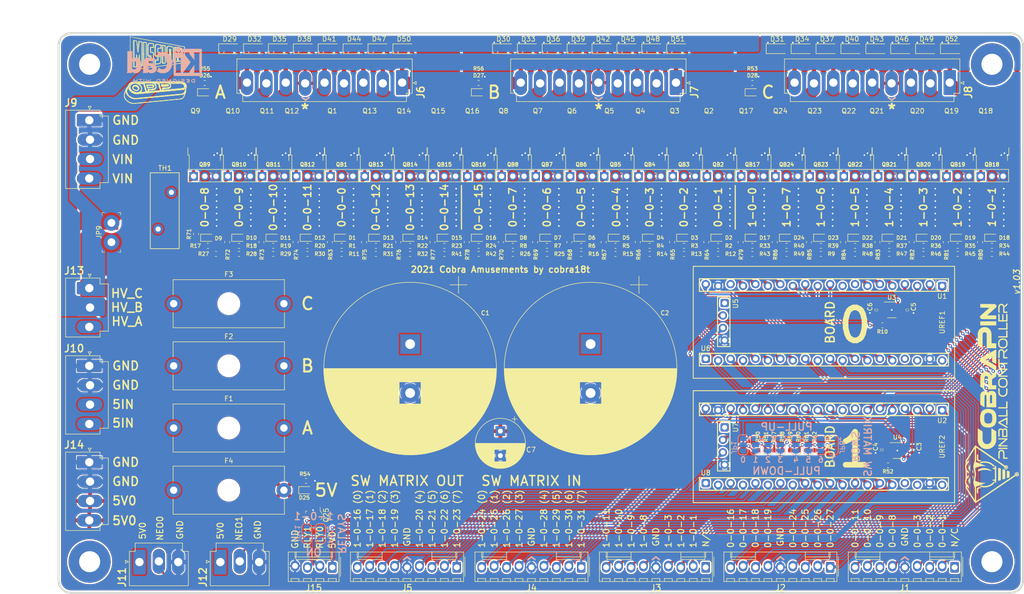
<source format=kicad_pcb>
(kicad_pcb (version 20171130) (host pcbnew 5.1.6-c6e7f7d~87~ubuntu18.04.1)
  (layers (0 F.Cu signal) (31 B.Cu signal) (34 B.Paste user hide) (35 F.Paste user hide) (36 B.SilkS user) (37 F.SilkS user) (38 B.Mask user hide) (39 F.Mask user) (44 Edge.Cuts user))
  (net 0 "")
  (net 1 /SOLENOID/SOLENOID_0-0)
  (net 2 "Net-(U1-Pad18)")
  (net 3 GNDD)
  (net 4 "Net-(C1-Pad1)")
  (net 5 +5V)
  (net 6 /PWR/HV_In)
  (net 7 /SOLENOID/SOLENOID_0-12)
  (net 8 /SOLENOID/SOLENOID_0-13)
  (net 9 /SOLENOID/SOLENOID_0-14)
  (net 10 /SOLENOID/SOLENOID_0-15)
  (net 11 /SOLENOID/SOLENOID_0-3)
  (net 12 /SOLENOID/SOLENOID_0-2)
  (net 13 /SOLENOID/SOLENOID_0-1)
  (net 14 /SOLENOID/SOLENOID_0-8)
  (net 15 /SOLENOID/SOLENOID_0-9)
  (net 16 /SOLENOID/SOLENOID_0-10)
  (net 17 /SOLENOID/SOLENOID_0-11)
  (net 18 /SOLENOID/SOLENOID_0-7)
  (net 19 /SOLENOID/SOLENOID_0-6)
  (net 20 /SOLENOID/SOLENOID_0-5)
  (net 21 /SOLENOID/SOLENOID_0-4)
  (net 22 /SOL_0-0)
  (net 23 /SOL_0-1)
  (net 24 /SOL_0-2)
  (net 25 /SOL_0-3)
  (net 26 /SOL_0-4)
  (net 27 /SOL_0-5)
  (net 28 /SOL_0-6)
  (net 29 /SOL_0-7)
  (net 30 /SOL_0-8)
  (net 31 /SOL_0-9)
  (net 32 /SOL_0-10)
  (net 33 /SOL_0-11)
  (net 34 /SOL_0-12)
  (net 35 /SOL_0-13)
  (net 36 /SOL_0-14)
  (net 37 /SOL_0-15)
  (net 38 /SWSOL_0-11)
  (net 39 /SWSOL_0-10)
  (net 40 /SWSOL_0-9)
  (net 41 /SWSOL_0-8)
  (net 42 /SWSOL_0-3)
  (net 43 /SWSOL_0-2)
  (net 44 /SWSOL_0-1)
  (net 45 /SWSOL_0-27)
  (net 46 /SWSOL_0-26)
  (net 47 /SWSOL_0-25)
  (net 48 /SWSOL_0-24)
  (net 49 /SWSOL_0-19)
  (net 50 /SWSOL_0-18)
  (net 51 /SWSOL_0-17)
  (net 52 /SWSOL_0-16)
  (net 53 /SWMATIN_0)
  (net 54 /SWMATIN_1)
  (net 55 /SWMATIN_2)
  (net 56 /SWMATIN_3)
  (net 57 /SWMATIN_4)
  (net 58 /SWMATIN_5)
  (net 59 /SWMATIN_6)
  (net 60 /SWMATIN_7)
  (net 61 /SWMATOUT_0)
  (net 62 /SWMATOUT_1)
  (net 63 /SWMATOUT_2)
  (net 64 /SWMATOUT_3)
  (net 65 /SWMATOUT_4)
  (net 66 /SWMATOUT_5)
  (net 67 /SWMATOUT_6)
  (net 68 /SWMATOUT_7)
  (net 69 +3V3)
  (net 70 "Net-(D25-Pad1)")
  (net 71 "Net-(D26-Pad1)")
  (net 72 "Net-(D27-Pad1)")
  (net 73 "Net-(J12-Pad2)")
  (net 74 "Net-(R52-Pad2)")
  (net 75 "Net-(U1-Pad8)")
  (net 76 "Net-(U1-Pad9)")
  (net 77 "Net-(U2-Pad8)")
  (net 78 "Net-(U2-Pad9)")
  (net 79 VbankA)
  (net 80 VbankB)
  (net 81 VbankC)
  (net 82 "Net-(D28-Pad1)")
  (net 83 /SOL_1-0)
  (net 84 /SOL_1-1)
  (net 85 /SOL_1-2)
  (net 86 /SOL_1-3)
  (net 87 /SOL_1-4)
  (net 88 /SOL_1-5)
  (net 89 /SOL_1-6)
  (net 90 /SOL_1-7)
  (net 91 /SWSOL_1-11)
  (net 92 /SWSOL_1-10)
  (net 93 /SWSOL_1-9)
  (net 94 /SWSOL_1-8)
  (net 95 /SWSOL_1-3)
  (net 96 /SWSOL_1-2)
  (net 97 /SWSOL_1-1)
  (net 98 "Net-(R10-Pad2)")
  (net 99 /NEO_DOUT1_3V3)
  (net 100 /NEO_DOUT0_3V3)
  (net 101 "Net-(J1-Pad1)")
  (net 102 "Net-(J3-Pad1)")
  (net 103 /SOLENOID/SOLENOID_1-0)
  (net 104 /SOLENOID/SOLENOID_1-1)
  (net 105 /SOLENOID/SOLENOID_1-2)
  (net 106 /SOLENOID/SOLENOID_1-3)
  (net 107 /SOLENOID/SOLENOID_1-4)
  (net 108 /SOLENOID/SOLENOID_1-5)
  (net 109 /SOLENOID/SOLENOID_1-6)
  (net 110 /SOLENOID/SOLENOID_1-7)
  (net 111 3.3V)
  (net 112 "Net-(J11-Pad2)")
  (net 113 "Net-(JP1-Pad2)")
  (net 114 "Net-(JP2-Pad2)")
  (net 115 "Net-(JP3-Pad2)")
  (net 116 "Net-(JP4-Pad2)")
  (net 117 "Net-(JP5-Pad2)")
  (net 118 "Net-(JP6-Pad2)")
  (net 119 "Net-(JP7-Pad2)")
  (net 120 "Net-(JP8-Pad2)")
  (net 121 "Net-(Q1-Pad1)")
  (net 122 "Net-(Q2-Pad1)")
  (net 123 "Net-(Q3-Pad1)")
  (net 124 "Net-(Q4-Pad1)")
  (net 125 "Net-(Q5-Pad1)")
  (net 126 "Net-(Q6-Pad1)")
  (net 127 "Net-(Q7-Pad1)")
  (net 128 "Net-(Q8-Pad1)")
  (net 129 "Net-(Q9-Pad1)")
  (net 130 "Net-(Q10-Pad1)")
  (net 131 "Net-(Q11-Pad1)")
  (net 132 "Net-(Q12-Pad1)")
  (net 133 "Net-(Q13-Pad1)")
  (net 134 "Net-(Q14-Pad1)")
  (net 135 "Net-(Q15-Pad1)")
  (net 136 "Net-(Q16-Pad1)")
  (net 137 "Net-(Q17-Pad1)")
  (net 138 "Net-(Q18-Pad1)")
  (net 139 "Net-(Q19-Pad1)")
  (net 140 "Net-(Q20-Pad1)")
  (net 141 "Net-(Q21-Pad1)")
  (net 142 "Net-(Q22-Pad1)")
  (net 143 "Net-(Q23-Pad1)")
  (net 144 "Net-(Q24-Pad1)")
  (net 145 "Net-(D1-Pad2)")
  (net 146 "Net-(D2-Pad2)")
  (net 147 "Net-(D3-Pad2)")
  (net 148 "Net-(D4-Pad2)")
  (net 149 "Net-(D5-Pad2)")
  (net 150 "Net-(D6-Pad2)")
  (net 151 "Net-(D7-Pad2)")
  (net 152 "Net-(D8-Pad2)")
  (net 153 "Net-(D9-Pad2)")
  (net 154 "Net-(D10-Pad2)")
  (net 155 "Net-(D11-Pad2)")
  (net 156 "Net-(D12-Pad2)")
  (net 157 "Net-(D13-Pad2)")
  (net 158 "Net-(D14-Pad2)")
  (net 159 "Net-(D15-Pad2)")
  (net 160 "Net-(D16-Pad2)")
  (net 161 "Net-(D17-Pad2)")
  (net 162 "Net-(D18-Pad2)")
  (net 163 "Net-(D19-Pad2)")
  (net 164 "Net-(D20-Pad2)")
  (net 165 "Net-(D21-Pad2)")
  (net 166 "Net-(D22-Pad2)")
  (net 167 "Net-(D23-Pad2)")
  (net 168 "Net-(D24-Pad2)")
  (net 169 "Net-(U5-Pad1)")
  (net 170 "Net-(U6-Pad20)")
  (net 171 "Net-(U6-Pad18)")
  (net 172 "Net-(U6-Pad17)")
  (net 173 "Net-(U6-Pad1)")
  (net 174 "Net-(U7-Pad1)")
  (net 175 "Net-(U8-Pad20)")
  (net 176 "Net-(U8-Pad18)")
  (net 177 "Net-(U8-Pad17)")
  (net 178 "Net-(U8-Pad1)")
  (net 179 "Net-(F4-Pad1)")
  (net 180 +5VD)
  (net 181 "Net-(J15-Pad2)")
  (net 182 "Net-(J15-Pad3)")
  (net 183 "Net-(JP10-Pad1)")
  (module test:CobraPin_Logo (layer F.Cu) (at 241.3 107.315 90)
    (fp_text reference G*** hide)
    (fp_text value LOGO hide)
  )
  (module digikey-footprints:SOT-23-3 (layer F.Cu) (at 102.87 130.175 270)
    (fp_text reference Q25 (at 0 -2.54 90) (layer F.SilkS))
    (fp_text value 2N7002)
    (pad 1 smd rect (at -1.05 -0.95 270) (size 1.3 0.6) (layers F.Cu F.Paste F.Mask) (net 84 /SOL_1-1))
    (pad 2 smd rect (at -1.05 0.95 270) (size 1.3 0.6) (layers F.Cu F.Paste F.Mask) (net 3 GNDD))
    (pad 3 smd rect (at 1.05 0 270) (size 1.3 0.6) (layers F.Cu F.Paste F.Mask) (net 183 "Net-(JP10-Pad1)"))
  )
  (module Jumper:SolderJumper-3_P1.3mm_Open_RoundedPad1.0x1.5mm (layer B.Cu) (at 101.473 133.985 270)
    (fp_text reference JP11 (at 0 1.905 270 unlocked) (layer B.SilkS) (effects (justify mirror)))
    (fp_text value SolderJumper_3_Open)
    (pad 2 smd rect (at 0 0 270) (size 1 1.5) (layers B.Cu B.Mask) (net 182 "Net-(J15-Pad3)"))
    (pad 3 smd custom (at 1.3 0 270) (size 1 0.5) (layers B.Cu B.Mask) (net 3 GNDD) (options (clearance outline) (anchor rect)) (primitives (gr_circle (center 0 -0.25) (end 0.5 -0.25) (width 0)) (gr_circle (center 0 0.25) (end 0.5 0.25) (width 0)) (gr_poly (pts (xy -0.55 0.75) (xy 0 0.75) (xy 0 -0.75) (xy -0.55 -0.75)) (width 0))))
    (pad 1 smd custom (at -1.3 0 270) (size 1 0.5) (layers B.Cu B.Mask) (net 183 "Net-(JP10-Pad1)") (options (clearance outline) (anchor rect)) (primitives (gr_circle (center 0 -0.25) (end 0.5 -0.25) (width 0)) (gr_circle (center 0 0.25) (end 0.5 0.25) (width 0)) (gr_poly (pts (xy 0.55 0.75) (xy 0 0.75) (xy 0 -0.75) (xy 0.55 -0.75)) (width 0))))
  )
  (module Jumper:SolderJumper-3_P1.3mm_Open_RoundedPad1.0x1.5mm (layer B.Cu) (at 104.267 133.985 270)
    (fp_text reference JP10 (at 0.889 -1.905 270 unlocked) (layer B.SilkS) (effects (justify mirror)))
    (fp_text value SolderJumper_3_Open)
    (pad 1 smd custom (at -1.3 0 270) (size 1 0.5) (layers B.Cu B.Mask) (net 183 "Net-(JP10-Pad1)") (options (clearance outline) (anchor rect)) (primitives (gr_circle (center 0 -0.25) (end 0.5 -0.25) (width 0)) (gr_circle (center 0 0.25) (end 0.5 0.25) (width 0)) (gr_poly (pts (xy 0.55 0.75) (xy 0 0.75) (xy 0 -0.75) (xy 0.55 -0.75)) (width 0))))
    (pad 3 smd custom (at 1.3 0 270) (size 1 0.5) (layers B.Cu B.Mask) (net 3 GNDD) (options (clearance outline) (anchor rect)) (primitives (gr_circle (center 0 -0.25) (end 0.5 -0.25) (width 0)) (gr_circle (center 0 0.25) (end 0.5 0.25) (width 0)) (gr_poly (pts (xy -0.55 0.75) (xy 0 0.75) (xy 0 -0.75) (xy -0.55 -0.75)) (width 0))))
    (pad 2 smd rect (at 0 0 270) (size 1 1.5) (layers B.Cu B.Mask) (net 181 "Net-(J15-Pad2)"))
  )
  (module Connectors:Molex_KK-254_AE-6410-09A_1x04_P2.54mm_Vertical_Lock (layer F.Cu) (at 106.68 140.716 180)
    (fp_text reference J15 (at 3.81 -4.318) (layer F.SilkS) (effects (font (size 1.27 1.27) (thickness 0.2032))))
    (fp_text value CONN_04)
    (pad 1 thru_hole roundrect (at 0 -0.1524 180) (size 1.74 2.19) (drill 1.19) (layers *.Cu *.Mask) (roundrect_rratio 0.144) (net 180 +5VD))
    (pad 2 thru_hole oval (at 2.54 0.1524 180) (size 1.74 2.19) (drill 1.19) (layers *.Cu *.Mask) (net 181 "Net-(J15-Pad2)"))
    (pad 3 thru_hole oval (at 5.08 -0.1524 180) (size 1.74 2.19) (drill 1.19) (layers *.Cu *.Mask) (net 182 "Net-(J15-Pad3)"))
    (pad 4 thru_hole oval (at 7.62 0.1524 180) (size 1.74 2.19) (drill 1.19) (layers *.Cu *.Mask) (net 3 GNDD) (thermal_gap 0.2032))
  )
  (module Fuses:Fuseholder_Cylinder-5x20mm_Schurter_0031_8201_Horizontal_Open_TEF (layer F.Cu) (at 74.295 125.095)
    (fp_text reference F4 (at 11.25 -6) (layer F.SilkS))
    (fp_text value Fuse)
    (pad "" np_thru_hole circle (at 11.25 0) (size 3.683 3.683) (drill 3.683) (layers *.Cu *.Mask) (clearance 0.508))
    (pad 2 thru_hole circle (at 22.5 0) (size 3 3) (drill 1.5) (layers *.Cu *.Mask) (net 5 +5V))
    (pad 1 thru_hole circle (at 0 0) (size 3 3) (drill 1.5) (layers *.Cu *.Mask) (net 179 "Net-(F4-Pad1)"))
  )
  (module Fuses:Fuseholder_Cylinder-5x20mm_Schurter_0031_8201_Horizontal_Open_TEF (layer F.Cu) (at 74.295 86.995)
    (fp_text reference F3 (at 11.25 -6) (layer F.SilkS))
    (fp_text value Fuse)
    (pad "" np_thru_hole circle (at 11.25 0) (size 3.683 3.683) (drill 3.683) (layers *.Cu *.Mask) (clearance 0.508))
    (pad 2 thru_hole circle (at 22.5 0) (size 3 3) (drill 1.5) (layers *.Cu *.Mask) (net 4 "Net-(C1-Pad1)"))
    (pad 1 thru_hole circle (at 0 0) (size 3 3) (drill 1.5) (layers *.Cu *.Mask) (net 81 VbankC))
  )
  (module Fuses:Fuseholder_Cylinder-5x20mm_Schurter_0031_8201_Horizontal_Open_TEF (layer F.Cu) (at 74.295 99.695)
    (fp_text reference F2 (at 11.25 -6) (layer F.SilkS))
    (fp_text value Fuse)
    (pad "" np_thru_hole circle (at 11.25 0) (size 3.683 3.683) (drill 3.683) (layers *.Cu *.Mask) (clearance 0.508))
    (pad 2 thru_hole circle (at 22.5 0) (size 3 3) (drill 1.5) (layers *.Cu *.Mask) (net 4 "Net-(C1-Pad1)"))
    (pad 1 thru_hole circle (at 0 0) (size 3 3) (drill 1.5) (layers *.Cu *.Mask) (net 80 VbankB))
  )
  (module Fuses:Fuseholder_Cylinder-5x20mm_Schurter_0031_8201_Horizontal_Open_TEF (layer F.Cu) (at 74.295 112.395)
    (fp_text reference F1 (at 11.25 -6) (layer F.SilkS))
    (fp_text value Fuse)
    (pad "" np_thru_hole circle (at 11.25 0) (size 3.683 3.683) (drill 3.683) (layers *.Cu *.Mask) (clearance 0.508))
    (pad 2 thru_hole circle (at 22.5 0) (size 3 3) (drill 1.5) (layers *.Cu *.Mask) (net 4 "Net-(C1-Pad1)"))
    (pad 1 thru_hole circle (at 0 0) (size 3 3) (drill 1.5) (layers *.Cu *.Mask) (net 79 VbankA))
  )
  (module Capacitor_THT:CP_Radial_D10.0mm_P5.00mm (layer F.Cu) (at 140.97 113.03 270)
    (fp_text reference C7 (at 3.81 -6.25 180) (layer F.SilkS))
    (fp_text value 1000uF)
    (pad 1 thru_hole rect (at 0 0 270) (size 2 2) (drill 1) (layers *.Cu *.Mask) (net 5 +5V))
    (pad 2 thru_hole circle (at 5 0 270) (size 2 2) (drill 1) (layers *.Cu *.Mask) (net 3 GNDD))
  )
  (module Connectors:PinHeader_1x2_P3.96mm_Drill1.6mm_TEF (layer F.Cu) (at 61.595 70.485 270)
    (fp_text reference JP9 (at 1.905 2.54 90) (layer F.SilkS))
    (fp_text value Jumper)
    (pad 2 thru_hole circle (at 3.96 0 270) (size 3.200001 3.200001) (drill 1.6) (layers *.Cu *.Mask) (net 4 "Net-(C1-Pad1)") (clearance 0.508))
    (pad 1 thru_hole circle (at 0 0 270) (size 3.200001 3.200001) (drill 1.6) (layers *.Cu *.Mask) (net 6 /PWR/HV_In) (clearance 0.508))
  )
  (module Resistors:RV_Disc_D15.5mm_W5.9mm_P7.5mm_TEF (layer F.Cu) (at 71.12 71.755 90)
    (fp_text reference TH1 (at 12.446 1.397 180) (layer F.SilkS))
    (fp_text value "NTC 1.5ohm @ 25C")
    (pad 2 thru_hole circle (at 7.5 2.7 90) (size 2.05 2.05) (drill 1.05) (layers *.Cu *.Mask) (net 6 /PWR/HV_In))
    (pad 1 thru_hole circle (at 0 0 90) (size 2.05 2.05) (drill 1.05) (layers *.Cu *.Mask) (net 4 "Net-(C1-Pad1)"))
  )
  (module Boards:STM32_BluePill_ProgHeader_REF (layer F.Cu) (at 231.14 108.585 270)
    (fp_text reference UREF2 (at 7.62 0 90) (layer F.SilkS))
    (fp_text value STM32_BluePill_ProgHeader_REF)
  )
  (module Boards:STM32_BluePill_ProgHeader_REF (layer F.Cu) (at 231.14 83.185 270)
    (fp_text reference UREF1 (at 7.62 0 90) (layer F.SilkS))
    (fp_text value STM32_BluePill_ProgHeader_REF)
  )
  (module Connectors:1x20_FEMALE_LOCK (layer F.Cu) (at 182.88 123.825)
    (fp_text reference U8 (at 0 -2.286) (layer F.SilkS))
    (fp_text value STM32_BluePill_ProgHeader_Separate_C hide)
    (pad 20 thru_hole circle (at 48.26 0.1778 180) (size 1.7 1.7) (drill 1) (layers *.Cu *.Mask) (net 175 "Net-(U8-Pad20)"))
    (pad 18 thru_hole circle (at 43.18 0.1778 180) (size 1.7 1.7) (drill 1) (layers *.Cu *.Mask) (net 176 "Net-(U8-Pad18)"))
    (pad 16 thru_hole circle (at 38.1 0.1778 180) (size 1.7 1.7) (drill 1) (layers *.Cu *.Mask) (net 60 /SWMATIN_7))
    (pad 14 thru_hole circle (at 33.02 0.1778 180) (size 1.7 1.7) (drill 1) (layers *.Cu *.Mask) (net 58 /SWMATIN_5))
    (pad 12 thru_hole circle (at 27.94 0.1778 180) (size 1.7 1.7) (drill 1) (layers *.Cu *.Mask) (net 56 /SWMATIN_3))
    (pad 10 thru_hole circle (at 22.86 0.1778 180) (size 1.7 1.7) (drill 1) (layers *.Cu *.Mask) (net 54 /SWMATIN_1))
    (pad 8 thru_hole circle (at 17.78 0.1778 180) (size 1.7 1.7) (drill 1) (layers *.Cu *.Mask) (net 68 /SWMATOUT_7))
    (pad 6 thru_hole circle (at 12.7 0.1778 180) (size 1.7 1.7) (drill 1) (layers *.Cu *.Mask) (net 66 /SWMATOUT_5))
    (pad 2 thru_hole circle (at 2.54 0.1778 180) (size 1.7 1.7) (drill 1) (layers *.Cu *.Mask) (net 62 /SWMATOUT_1))
    (pad 4 thru_hole circle (at 7.62 0.1778 180) (size 1.7 1.7) (drill 1) (layers *.Cu *.Mask) (net 64 /SWMATOUT_3))
    (pad 19 thru_hole circle (at 45.72 -0.1778) (size 1.7 1.7) (drill 1) (layers *.Cu *.Mask) (net 3 GNDD) (thermal_gap 0.2032))
    (pad 17 thru_hole circle (at 40.64 -0.1778) (size 1.7 1.7) (drill 1) (layers *.Cu *.Mask) (net 177 "Net-(U8-Pad17)"))
    (pad 15 thru_hole circle (at 35.56 -0.1778) (size 1.7 1.7) (drill 1) (layers *.Cu *.Mask) (net 59 /SWMATIN_6))
    (pad 13 thru_hole circle (at 30.48 -0.1778) (size 1.7 1.7) (drill 1) (layers *.Cu *.Mask) (net 57 /SWMATIN_4))
    (pad 11 thru_hole circle (at 25.4 -0.1778) (size 1.7 1.7) (drill 1) (layers *.Cu *.Mask) (net 55 /SWMATIN_2))
    (pad 9 thru_hole circle (at 20.32 -0.1778) (size 1.7 1.7) (drill 1) (layers *.Cu *.Mask) (net 53 /SWMATIN_0))
    (pad 7 thru_hole circle (at 15.24 -0.1778) (size 1.7 1.7) (drill 1) (layers *.Cu *.Mask) (net 67 /SWMATOUT_6))
    (pad 5 thru_hole circle (at 10.16 -0.1778) (size 1.7 1.7) (drill 1) (layers *.Cu *.Mask) (net 65 /SWMATOUT_4))
    (pad 3 thru_hole circle (at 5.08 -0.1778) (size 1.7 1.7) (drill 1) (layers *.Cu *.Mask) (net 63 /SWMATOUT_2))
    (pad 1 thru_hole roundrect (at 0 -0.1778) (size 1.7 1.7) (drill 1) (layers *.Cu *.Mask) (roundrect_rratio 0.2) (net 178 "Net-(U8-Pad1)"))
  )
  (module Connectors:1x04_FEMALE_LOCK (layer F.Cu) (at 186.563 112.268 270)
    (fp_text reference U7 (at 0 -2.413 90) (layer F.SilkS))
    (fp_text value STM32_BluePill_ProgHeader_Separate_B hide)
    (pad 2 thru_hole circle (at 2.54 0.1778 90) (size 1.7 1.7) (drill 1) (layers *.Cu *.Mask) (net 83 /SOL_1-0))
    (pad 1 thru_hole roundrect (at 0 -0.1778 270) (size 1.7 1.7) (drill 1) (layers *.Cu *.Mask) (roundrect_rratio 0.2) (net 174 "Net-(U7-Pad1)"))
    (pad 3 thru_hole circle (at 5.08 0.1778 270) (size 1.7 1.7) (drill 1) (layers *.Cu *.Mask) (net 61 /SWMATOUT_0))
    (pad 4 thru_hole circle (at 7.62 -0.1778 90) (size 1.7 1.7) (drill 1) (layers *.Cu *.Mask) (net 3 GNDD) (thermal_gap 0.2032))
  )
  (module Connectors:1x20_FEMALE_LOCK (layer F.Cu) (at 182.88 98.425)
    (fp_text reference U6 (at 0 -2.286) (layer F.SilkS))
    (fp_text value STM32_BluePill_ProgHeader_Separate_C hide)
    (pad 20 thru_hole circle (at 48.26 0.1778 180) (size 1.7 1.7) (drill 1) (layers *.Cu *.Mask) (net 170 "Net-(U6-Pad20)"))
    (pad 18 thru_hole circle (at 43.18 0.1778 180) (size 1.7 1.7) (drill 1) (layers *.Cu *.Mask) (net 171 "Net-(U6-Pad18)"))
    (pad 16 thru_hole circle (at 38.1 0.1778 180) (size 1.7 1.7) (drill 1) (layers *.Cu *.Mask) (net 37 /SOL_0-15))
    (pad 14 thru_hole circle (at 33.02 0.1778 180) (size 1.7 1.7) (drill 1) (layers *.Cu *.Mask) (net 35 /SOL_0-13))
    (pad 12 thru_hole circle (at 27.94 0.1778 180) (size 1.7 1.7) (drill 1) (layers *.Cu *.Mask) (net 45 /SWSOL_0-27))
    (pad 10 thru_hole circle (at 22.86 0.1778 180) (size 1.7 1.7) (drill 1) (layers *.Cu *.Mask) (net 47 /SWSOL_0-25))
    (pad 8 thru_hole circle (at 17.78 0.1778 180) (size 1.7 1.7) (drill 1) (layers *.Cu *.Mask) (net 33 /SOL_0-11))
    (pad 6 thru_hole circle (at 12.7 0.1778 180) (size 1.7 1.7) (drill 1) (layers *.Cu *.Mask) (net 31 /SOL_0-9))
    (pad 2 thru_hole circle (at 2.54 0.1778 180) (size 1.7 1.7) (drill 1) (layers *.Cu *.Mask) (net 51 /SWSOL_0-17))
    (pad 4 thru_hole circle (at 7.62 0.1778 180) (size 1.7 1.7) (drill 1) (layers *.Cu *.Mask) (net 49 /SWSOL_0-19))
    (pad 19 thru_hole circle (at 45.72 -0.1778) (size 1.7 1.7) (drill 1) (layers *.Cu *.Mask) (net 3 GNDD) (thermal_gap 0.2032))
    (pad 17 thru_hole circle (at 40.64 -0.1778) (size 1.7 1.7) (drill 1) (layers *.Cu *.Mask) (net 172 "Net-(U6-Pad17)"))
    (pad 15 thru_hole circle (at 35.56 -0.1778) (size 1.7 1.7) (drill 1) (layers *.Cu *.Mask) (net 36 /SOL_0-14))
    (pad 13 thru_hole circle (at 30.48 -0.1778) (size 1.7 1.7) (drill 1) (layers *.Cu *.Mask) (net 34 /SOL_0-12))
    (pad 11 thru_hole circle (at 25.4 -0.1778) (size 1.7 1.7) (drill 1) (layers *.Cu *.Mask) (net 46 /SWSOL_0-26))
    (pad 9 thru_hole circle (at 20.32 -0.1778) (size 1.7 1.7) (drill 1) (layers *.Cu *.Mask) (net 48 /SWSOL_0-24))
    (pad 7 thru_hole circle (at 15.24 -0.1778) (size 1.7 1.7) (drill 1) (layers *.Cu *.Mask) (net 32 /SOL_0-10))
    (pad 5 thru_hole circle (at 10.16 -0.1778) (size 1.7 1.7) (drill 1) (layers *.Cu *.Mask) (net 30 /SOL_0-8))
    (pad 3 thru_hole circle (at 5.08 -0.1778) (size 1.7 1.7) (drill 1) (layers *.Cu *.Mask) (net 50 /SWSOL_0-18))
    (pad 1 thru_hole roundrect (at 0 -0.1778) (size 1.7 1.7) (drill 1) (layers *.Cu *.Mask) (roundrect_rratio 0.2) (net 173 "Net-(U6-Pad1)"))
  )
  (module Connectors:1x04_FEMALE_LOCK (layer F.Cu) (at 186.563 86.868 270)
    (fp_text reference U5 (at 0.127 -2.413 90) (layer F.SilkS))
    (fp_text value STM32_BluePill_ProgHeader_Separate_B hide)
    (pad 2 thru_hole circle (at 2.54 0.1778 90) (size 1.7 1.7) (drill 1) (layers *.Cu *.Mask) (net 22 /SOL_0-0))
    (pad 1 thru_hole roundrect (at 0 -0.1778 270) (size 1.7 1.7) (drill 1) (layers *.Cu *.Mask) (roundrect_rratio 0.2) (net 169 "Net-(U5-Pad1)"))
    (pad 3 thru_hole circle (at 5.08 0.1778 270) (size 1.7 1.7) (drill 1) (layers *.Cu *.Mask) (net 52 /SWSOL_0-16))
    (pad 4 thru_hole circle (at 7.62 -0.1778 90) (size 1.7 1.7) (drill 1) (layers *.Cu *.Mask) (net 3 GNDD) (thermal_gap 0.2032))
  )
  (module Connectors:1x20_FEMALE_LOCK (layer F.Cu) (at 231.14 108.585 180)
    (fp_text reference U2 (at 0 -2.286) (layer F.SilkS))
    (fp_text value STM32_BluePill_ProgHeader_Separate_A hide)
    (pad 20 thru_hole circle (at 48.26 0.1778) (size 1.7 1.7) (drill 1) (layers *.Cu *.Mask) (net 69 +3V3))
    (pad 18 thru_hole circle (at 43.18 0.1778) (size 1.7 1.7) (drill 1) (layers *.Cu *.Mask) (net 180 +5VD))
    (pad 16 thru_hole circle (at 38.1 0.1778) (size 1.7 1.7) (drill 1) (layers *.Cu *.Mask) (net 89 /SOL_1-6))
    (pad 14 thru_hole circle (at 33.02 0.1778) (size 1.7 1.7) (drill 1) (layers *.Cu *.Mask) (net 87 /SOL_1-4))
    (pad 12 thru_hole circle (at 27.94 0.1778) (size 1.7 1.7) (drill 1) (layers *.Cu *.Mask) (net 92 /SWSOL_1-10))
    (pad 10 thru_hole circle (at 22.86 0.1778) (size 1.7 1.7) (drill 1) (layers *.Cu *.Mask) (net 94 /SWSOL_1-8))
    (pad 8 thru_hole circle (at 17.78 0.1778) (size 1.7 1.7) (drill 1) (layers *.Cu *.Mask) (net 77 "Net-(U2-Pad8)"))
    (pad 6 thru_hole circle (at 12.7 0.1778) (size 1.7 1.7) (drill 1) (layers *.Cu *.Mask) (net 85 /SOL_1-2))
    (pad 2 thru_hole circle (at 2.54 0.1778) (size 1.7 1.7) (drill 1) (layers *.Cu *.Mask) (net 96 /SWSOL_1-2))
    (pad 4 thru_hole circle (at 7.62 0.1778) (size 1.7 1.7) (drill 1) (layers *.Cu *.Mask) (net 99 /NEO_DOUT1_3V3))
    (pad 19 thru_hole circle (at 45.72 -0.1778 180) (size 1.7 1.7) (drill 1) (layers *.Cu *.Mask) (net 3 GNDD) (thermal_gap 0.2032))
    (pad 17 thru_hole circle (at 40.64 -0.1778 180) (size 1.7 1.7) (drill 1) (layers *.Cu *.Mask) (net 90 /SOL_1-7))
    (pad 15 thru_hole circle (at 35.56 -0.1778 180) (size 1.7 1.7) (drill 1) (layers *.Cu *.Mask) (net 88 /SOL_1-5))
    (pad 13 thru_hole circle (at 30.48 -0.1778 180) (size 1.7 1.7) (drill 1) (layers *.Cu *.Mask) (net 91 /SWSOL_1-11))
    (pad 11 thru_hole circle (at 25.4 -0.1778 180) (size 1.7 1.7) (drill 1) (layers *.Cu *.Mask) (net 93 /SWSOL_1-9))
    (pad 9 thru_hole circle (at 20.32 -0.1778 180) (size 1.7 1.7) (drill 1) (layers *.Cu *.Mask) (net 78 "Net-(U2-Pad9)"))
    (pad 7 thru_hole circle (at 15.24 -0.1778 180) (size 1.7 1.7) (drill 1) (layers *.Cu *.Mask) (net 86 /SOL_1-3))
    (pad 5 thru_hole circle (at 10.16 -0.1778 180) (size 1.7 1.7) (drill 1) (layers *.Cu *.Mask) (net 84 /SOL_1-1))
    (pad 3 thru_hole circle (at 5.08 -0.1778 180) (size 1.7 1.7) (drill 1) (layers *.Cu *.Mask) (net 95 /SWSOL_1-3))
    (pad 1 thru_hole roundrect (at 0 -0.1778 180) (size 1.7 1.7) (drill 1) (layers *.Cu *.Mask) (roundrect_rratio 0.2) (net 97 /SWSOL_1-1))
  )
  (module Connectors:1x20_FEMALE_LOCK (layer F.Cu) (at 231.14 83.185 180)
    (fp_text reference U1 (at 0 -2.286) (layer F.SilkS))
    (fp_text value STM32_BluePill_ProgHeader_Separate_A hide)
    (pad 20 thru_hole circle (at 48.26 0.1778) (size 1.7 1.7) (drill 1) (layers *.Cu *.Mask) (net 111 3.3V))
    (pad 18 thru_hole circle (at 43.18 0.1778) (size 1.7 1.7) (drill 1) (layers *.Cu *.Mask) (net 2 "Net-(U1-Pad18)"))
    (pad 16 thru_hole circle (at 38.1 0.1778) (size 1.7 1.7) (drill 1) (layers *.Cu *.Mask) (net 28 /SOL_0-6))
    (pad 14 thru_hole circle (at 33.02 0.1778) (size 1.7 1.7) (drill 1) (layers *.Cu *.Mask) (net 26 /SOL_0-4))
    (pad 12 thru_hole circle (at 27.94 0.1778) (size 1.7 1.7) (drill 1) (layers *.Cu *.Mask) (net 39 /SWSOL_0-10))
    (pad 10 thru_hole circle (at 22.86 0.1778) (size 1.7 1.7) (drill 1) (layers *.Cu *.Mask) (net 41 /SWSOL_0-8))
    (pad 8 thru_hole circle (at 17.78 0.1778) (size 1.7 1.7) (drill 1) (layers *.Cu *.Mask) (net 75 "Net-(U1-Pad8)"))
    (pad 6 thru_hole circle (at 12.7 0.1778) (size 1.7 1.7) (drill 1) (layers *.Cu *.Mask) (net 24 /SOL_0-2))
    (pad 2 thru_hole circle (at 2.54 0.1778) (size 1.7 1.7) (drill 1) (layers *.Cu *.Mask) (net 43 /SWSOL_0-2))
    (pad 4 thru_hole circle (at 7.62 0.1778) (size 1.7 1.7) (drill 1) (layers *.Cu *.Mask) (net 100 /NEO_DOUT0_3V3))
    (pad 19 thru_hole circle (at 45.72 -0.1778 180) (size 1.7 1.7) (drill 1) (layers *.Cu *.Mask) (net 3 GNDD) (thermal_gap 0.2032))
    (pad 17 thru_hole circle (at 40.64 -0.1778 180) (size 1.7 1.7) (drill 1) (layers *.Cu *.Mask) (net 29 /SOL_0-7))
    (pad 15 thru_hole circle (at 35.56 -0.1778 180) (size 1.7 1.7) (drill 1) (layers *.Cu *.Mask) (net 27 /SOL_0-5))
    (pad 13 thru_hole circle (at 30.48 -0.1778 180) (size 1.7 1.7) (drill 1) (layers *.Cu *.Mask) (net 38 /SWSOL_0-11))
    (pad 11 thru_hole circle (at 25.4 -0.1778 180) (size 1.7 1.7) (drill 1) (layers *.Cu *.Mask) (net 40 /SWSOL_0-9))
    (pad 9 thru_hole circle (at 20.32 -0.1778 180) (size 1.7 1.7) (drill 1) (layers *.Cu *.Mask) (net 76 "Net-(U1-Pad9)"))
    (pad 7 thru_hole circle (at 15.24 -0.1778 180) (size 1.7 1.7) (drill 1) (layers *.Cu *.Mask) (net 25 /SOL_0-3))
    (pad 5 thru_hole circle (at 10.16 -0.1778 180) (size 1.7 1.7) (drill 1) (layers *.Cu *.Mask) (net 23 /SOL_0-1))
    (pad 3 thru_hole circle (at 5.08 -0.1778 180) (size 1.7 1.7) (drill 1) (layers *.Cu *.Mask) (net 42 /SWSOL_0-3))
    (pad 1 thru_hole roundrect (at 0 -0.1778 180) (size 1.7 1.7) (drill 1) (layers *.Cu *.Mask) (roundrect_rratio 0.2) (net 44 /SWSOL_0-1))
  )
  (module Connectors:JST_VH_B4P-VH_1x04_P3.96mm_Vertical_LongPads_Lock (layer F.Cu) (at 57.15 119.38 270)
    (fp_text reference J14 (at -3.556 3.175 180) (layer F.SilkS) (effects (font (size 1.524 1.524) (thickness 0.2794))))
    (fp_text value CONN_04)
    (pad 4 thru_hole oval (at 11.88 0.0762 270) (size 2.54 5.08) (drill 1.7) (layers *.Cu *.Mask) (net 5 +5V))
    (pad 3 thru_hole oval (at 7.92 -0.0762 270) (size 2.54 5.08) (drill 1.7) (layers *.Cu *.Mask) (net 5 +5V))
    (pad 2 thru_hole oval (at 3.96 -0.0762 270) (size 2.54 5.08) (drill 1.7) (layers *.Cu *.Mask) (net 3 GNDD))
    (pad 1 thru_hole roundrect (at 0 0.0762 270) (size 2.54 5.08) (drill 1.7) (layers *.Cu *.Mask) (roundrect_rratio 0.09300000000000001) (net 3 GNDD))
  )
  (module Connectors:JST_VH_B3P-VH_1x03_P3.96mm_Vertical_LongPads_Lock (layer F.Cu) (at 57.15 83.82 270)
    (fp_text reference J13 (at -3.556 3.175 180) (layer F.SilkS) (effects (font (size 1.524 1.524) (thickness 0.2794))))
    (fp_text value CONN_03)
    (pad 1 thru_hole roundrect (at 0 0.0762 270) (size 2.54 5.08) (drill 1.7) (layers *.Cu *.Mask) (roundrect_rratio 0.09300000000000001) (net 81 VbankC))
    (pad 2 thru_hole oval (at 3.9624 -0.0762 270) (size 2.54 5.08) (drill 1.7) (layers *.Cu *.Mask) (net 80 VbankB))
    (pad 3 thru_hole oval (at 7.92 0.0762 270) (size 2.54 5.08) (drill 1.7) (layers *.Cu *.Mask) (net 79 VbankA))
  )
  (module Connectors:JST_VH_B3P-VH_1x03_P3.96mm_Vertical_LongPads_Lock (layer F.Cu) (at 83.82 139.7)
    (fp_text reference J12 (at -3.556 3.175 90) (layer F.SilkS) (effects (font (size 1.524 1.524) (thickness 0.2794))))
    (fp_text value CONN_03)
    (pad 1 thru_hole roundrect (at 0 0.0762) (size 2.54 5.08) (drill 1.7) (layers *.Cu *.Mask) (roundrect_rratio 0.09300000000000001) (net 5 +5V))
    (pad 2 thru_hole oval (at 3.9624 -0.0762) (size 2.54 5.08) (drill 1.7) (layers *.Cu *.Mask) (net 73 "Net-(J12-Pad2)"))
    (pad 3 thru_hole oval (at 7.92 0.0762) (size 2.54 5.08) (drill 1.7) (layers *.Cu *.Mask) (net 3 GNDD))
  )
  (module Connectors:JST_VH_B3P-VH_1x03_P3.96mm_Vertical_LongPads_Lock (layer F.Cu) (at 67.31 139.7)
    (fp_text reference J11 (at -3.556 3.175 90) (layer F.SilkS) (effects (font (size 1.524 1.524) (thickness 0.2794))))
    (fp_text value CONN_03)
    (pad 1 thru_hole roundrect (at 0 0.0762) (size 2.54 5.08) (drill 1.7) (layers *.Cu *.Mask) (roundrect_rratio 0.09300000000000001) (net 5 +5V))
    (pad 2 thru_hole oval (at 3.9624 -0.0762) (size 2.54 5.08) (drill 1.7) (layers *.Cu *.Mask) (net 112 "Net-(J11-Pad2)"))
    (pad 3 thru_hole oval (at 7.92 0.0762) (size 2.54 5.08) (drill 1.7) (layers *.Cu *.Mask) (net 3 GNDD))
  )
  (module Connectors:JST_VH_B4P-VH_1x04_P3.96mm_Vertical_LongPads_Lock (layer F.Cu) (at 57.15 99.695 270)
    (fp_text reference J10 (at -3.556 3.175 180) (layer F.SilkS) (effects (font (size 1.524 1.524) (thickness 0.2794))))
    (fp_text value CONN_04)
    (pad 4 thru_hole oval (at 11.88 0.0762 270) (size 2.54 5.08) (drill 1.7) (layers *.Cu *.Mask) (net 179 "Net-(F4-Pad1)"))
    (pad 3 thru_hole oval (at 7.92 -0.0762 270) (size 2.54 5.08) (drill 1.7) (layers *.Cu *.Mask) (net 179 "Net-(F4-Pad1)"))
    (pad 2 thru_hole oval (at 3.96 -0.0762 270) (size 2.54 5.08) (drill 1.7) (layers *.Cu *.Mask) (net 3 GNDD))
    (pad 1 thru_hole roundrect (at 0 0.0762 270) (size 2.54 5.08) (drill 1.7) (layers *.Cu *.Mask) (roundrect_rratio 0.09300000000000001) (net 3 GNDD))
  )
  (module Connectors:JST_VH_B4P-VH_1x04_P3.96mm_Vertical_LongPads_Lock (layer F.Cu) (at 57.15 49.53 270)
    (fp_text reference J9 (at -3.556 3.81 180) (layer F.SilkS) (effects (font (size 1.524 1.524) (thickness 0.2794))))
    (fp_text value CONN_04)
    (pad 4 thru_hole oval (at 11.88 0.0762 270) (size 2.54 5.08) (drill 1.7) (layers *.Cu *.Mask) (net 6 /PWR/HV_In))
    (pad 3 thru_hole oval (at 7.92 -0.0762 270) (size 2.54 5.08) (drill 1.7) (layers *.Cu *.Mask) (net 6 /PWR/HV_In))
    (pad 2 thru_hole oval (at 3.96 -0.0762 270) (size 2.54 5.08) (drill 1.7) (layers *.Cu *.Mask) (net 3 GNDD))
    (pad 1 thru_hole roundrect (at 0 0.0762 270) (size 2.54 5.08) (drill 1.7) (layers *.Cu *.Mask) (roundrect_rratio 0.09300000000000001) (net 3 GNDD))
  )
  (module Connectors:JST_VH_B9P-VH_1x09_P3.96mm_Vertical_LongPads_Lock (layer F.Cu) (at 232.6925 41.91 180)
    (fp_text reference J8 (at -3.7815 -1.905 270) (layer F.SilkS) (effects (font (size 1.524 1.524) (thickness 0.2794))))
    (fp_text value CONN_09)
    (pad 1 thru_hole roundrect (at 0 0.0762 180) (size 2.54 5.08) (drill 1.7) (layers *.Cu *.Mask) (roundrect_rratio 0.09300000000000001) (net 104 /SOLENOID/SOLENOID_1-1))
    (pad 2 thru_hole oval (at 3.96 -0.0762 180) (size 2.54 5.08) (drill 1.7) (layers *.Cu *.Mask) (net 105 /SOLENOID/SOLENOID_1-2))
    (pad 3 thru_hole oval (at 7.92 0.0762 180) (size 2.54 5.08) (drill 1.7) (layers *.Cu *.Mask) (net 106 /SOLENOID/SOLENOID_1-3))
    (pad 4 thru_hole oval (at 11.88 -0.0762 180) (size 2.54 5.08) (drill 1.7) (layers *.Cu *.Mask) (net 81 VbankC))
    (pad 5 thru_hole oval (at 15.84 0.0762 180) (size 2.54 5.08) (drill 1.7) (layers *.Cu *.Mask) (net 107 /SOLENOID/SOLENOID_1-4))
    (pad 6 thru_hole oval (at 19.8 -0.0762 180) (size 2.54 5.08) (drill 1.7) (layers *.Cu *.Mask) (net 108 /SOLENOID/SOLENOID_1-5))
    (pad 7 thru_hole oval (at 23.76 0.0762 180) (size 2.54 5.08) (drill 1.7) (layers *.Cu *.Mask) (net 109 /SOLENOID/SOLENOID_1-6))
    (pad 8 thru_hole oval (at 27.72 -0.0762 180) (size 2.54 5.08) (drill 1.7) (layers *.Cu *.Mask) (net 110 /SOLENOID/SOLENOID_1-7))
    (pad 9 thru_hole oval (at 31.68 0.0762 180) (size 2.54 5.08) (drill 1.7) (layers *.Cu *.Mask) (net 103 /SOLENOID/SOLENOID_1-0))
  )
  (module Connectors:JST_VH_B9P-VH_1x09_P3.96mm_Vertical_LongPads_Lock (layer F.Cu) (at 176.8125 41.91 180)
    (fp_text reference J7 (at -3.7815 -1.905 90) (layer F.SilkS) (effects (font (size 1.524 1.524) (thickness 0.2794))))
    (fp_text value CONN_09)
    (pad 1 thru_hole roundrect (at 0 0.0762 180) (size 2.54 5.08) (drill 1.7) (layers *.Cu *.Mask) (roundrect_rratio 0.09300000000000001) (net 13 /SOLENOID/SOLENOID_0-1))
    (pad 2 thru_hole oval (at 3.96 -0.0762 180) (size 2.54 5.08) (drill 1.7) (layers *.Cu *.Mask) (net 12 /SOLENOID/SOLENOID_0-2))
    (pad 3 thru_hole oval (at 7.92 0.0762 180) (size 2.54 5.08) (drill 1.7) (layers *.Cu *.Mask) (net 11 /SOLENOID/SOLENOID_0-3))
    (pad 4 thru_hole oval (at 11.88 -0.0762 180) (size 2.54 5.08) (drill 1.7) (layers *.Cu *.Mask) (net 21 /SOLENOID/SOLENOID_0-4))
    (pad 5 thru_hole oval (at 15.84 0.0762 180) (size 2.54 5.08) (drill 1.7) (layers *.Cu *.Mask) (net 80 VbankB))
    (pad 6 thru_hole oval (at 19.8 -0.0762 180) (size 2.54 5.08) (drill 1.7) (layers *.Cu *.Mask) (net 20 /SOLENOID/SOLENOID_0-5))
    (pad 7 thru_hole oval (at 23.76 0.0762 180) (size 2.54 5.08) (drill 1.7) (layers *.Cu *.Mask) (net 19 /SOLENOID/SOLENOID_0-6))
    (pad 8 thru_hole oval (at 27.72 -0.0762 180) (size 2.54 5.08) (drill 1.7) (layers *.Cu *.Mask) (net 18 /SOLENOID/SOLENOID_0-7))
    (pad 9 thru_hole oval (at 31.68 0.0762 180) (size 2.54 5.08) (drill 1.7) (layers *.Cu *.Mask) (net 10 /SOLENOID/SOLENOID_0-15))
  )
  (module Connectors:JST_VH_B9P-VH_1x09_P3.96mm_Vertical_LongPads_Lock (layer F.Cu) (at 120.9325 41.91 180)
    (fp_text reference J6 (at -3.7815 -1.905 90) (layer F.SilkS) (effects (font (size 1.524 1.524) (thickness 0.2794))))
    (fp_text value CONN_09)
    (pad 1 thru_hole roundrect (at 0 0.0762 180) (size 2.54 5.08) (drill 1.7) (layers *.Cu *.Mask) (roundrect_rratio 0.09300000000000001) (net 9 /SOLENOID/SOLENOID_0-14))
    (pad 2 thru_hole oval (at 3.96 -0.0762 180) (size 2.54 5.08) (drill 1.7) (layers *.Cu *.Mask) (net 8 /SOLENOID/SOLENOID_0-13))
    (pad 3 thru_hole oval (at 7.92 0.0762 180) (size 2.54 5.08) (drill 1.7) (layers *.Cu *.Mask) (net 7 /SOLENOID/SOLENOID_0-12))
    (pad 4 thru_hole oval (at 11.88 -0.0762 180) (size 2.54 5.08) (drill 1.7) (layers *.Cu *.Mask) (net 1 /SOLENOID/SOLENOID_0-0))
    (pad 5 thru_hole oval (at 15.84 0.0762 180) (size 2.54 5.08) (drill 1.7) (layers *.Cu *.Mask) (net 17 /SOLENOID/SOLENOID_0-11))
    (pad 6 thru_hole oval (at 19.8 -0.0762 180) (size 2.54 5.08) (drill 1.7) (layers *.Cu *.Mask) (net 79 VbankA))
    (pad 7 thru_hole oval (at 23.76 0.0762 180) (size 2.54 5.08) (drill 1.7) (layers *.Cu *.Mask) (net 16 /SOLENOID/SOLENOID_0-10))
    (pad 8 thru_hole oval (at 27.72 -0.0762 180) (size 2.54 5.08) (drill 1.7) (layers *.Cu *.Mask) (net 15 /SOLENOID/SOLENOID_0-9))
    (pad 9 thru_hole oval (at 31.68 0.0762 180) (size 2.54 5.08) (drill 1.7) (layers *.Cu *.Mask) (net 14 /SOLENOID/SOLENOID_0-8))
  )
  (module Connectors:Molex_KK-254_AE-6410-09A_1x09_P2.54mm_Vertical_Lock (layer F.Cu) (at 132.08 140.716 180)
    (fp_text reference J5 (at 10.16 -4.318) (layer F.SilkS) (effects (font (size 1.27 1.27) (thickness 0.2032))))
    (fp_text value CONN_09)
    (pad 9 thru_hole oval (at 20.32 -0.127 180) (size 1.74 2.19) (drill 1.19) (layers *.Cu *.Mask) (net 61 /SWMATOUT_0))
    (pad 8 thru_hole oval (at 17.78 0.127 180) (size 1.74 2.19) (drill 1.19) (layers *.Cu *.Mask) (net 62 /SWMATOUT_1))
    (pad 7 thru_hole oval (at 15.24 -0.127 180) (size 1.74 2.19) (drill 1.19) (layers *.Cu *.Mask) (net 63 /SWMATOUT_2))
    (pad 6 thru_hole oval (at 12.7 0.127 180) (size 1.74 2.19) (drill 1.19) (layers *.Cu *.Mask) (net 64 /SWMATOUT_3))
    (pad 5 thru_hole oval (at 10.16 -0.127 180) (size 1.74 2.19) (drill 1.19) (layers *.Cu *.Mask) (net 3 GNDD) (thermal_gap 0.2032))
    (pad 4 thru_hole oval (at 7.62 0.127 180) (size 1.74 2.19) (drill 1.19) (layers *.Cu *.Mask) (net 65 /SWMATOUT_4))
    (pad 3 thru_hole oval (at 5.08 -0.127 180) (size 1.74 2.19) (drill 1.19) (layers *.Cu *.Mask) (net 66 /SWMATOUT_5))
    (pad 2 thru_hole oval (at 2.54 0.127 180) (size 1.74 2.19) (drill 1.19) (layers *.Cu *.Mask) (net 67 /SWMATOUT_6))
    (pad 1 thru_hole roundrect (at 0 -0.127 180) (size 1.74 2.19) (drill 1.19) (layers *.Cu *.Mask) (roundrect_rratio 0.143678) (net 68 /SWMATOUT_7))
  )
  (module Connectors:Molex_KK-254_AE-6410-09A_1x09_P2.54mm_Vertical_Lock (layer F.Cu) (at 157.48 140.716 180)
    (fp_text reference J4 (at 10.16 -4.318) (layer F.SilkS) (effects (font (size 1.27 1.27) (thickness 0.2032))))
    (fp_text value CONN_09)
    (pad 9 thru_hole oval (at 20.32 -0.127 180) (size 1.74 2.19) (drill 1.19) (layers *.Cu *.Mask) (net 53 /SWMATIN_0))
    (pad 8 thru_hole oval (at 17.78 0.127 180) (size 1.74 2.19) (drill 1.19) (layers *.Cu *.Mask) (net 54 /SWMATIN_1))
    (pad 7 thru_hole oval (at 15.24 -0.127 180) (size 1.74 2.19) (drill 1.19) (layers *.Cu *.Mask) (net 55 /SWMATIN_2))
    (pad 6 thru_hole oval (at 12.7 0.127 180) (size 1.74 2.19) (drill 1.19) (layers *.Cu *.Mask) (net 56 /SWMATIN_3))
    (pad 5 thru_hole oval (at 10.16 -0.127 180) (size 1.74 2.19) (drill 1.19) (layers *.Cu *.Mask) (net 3 GNDD) (thermal_gap 0.2032))
    (pad 4 thru_hole oval (at 7.62 0.127 180) (size 1.74 2.19) (drill 1.19) (layers *.Cu *.Mask) (net 57 /SWMATIN_4))
    (pad 3 thru_hole oval (at 5.08 -0.127 180) (size 1.74 2.19) (drill 1.19) (layers *.Cu *.Mask) (net 58 /SWMATIN_5))
    (pad 2 thru_hole oval (at 2.54 0.127 180) (size 1.74 2.19) (drill 1.19) (layers *.Cu *.Mask) (net 59 /SWMATIN_6))
    (pad 1 thru_hole roundrect (at 0 -0.127 180) (size 1.74 2.19) (drill 1.19) (layers *.Cu *.Mask) (roundrect_rratio 0.143678) (net 60 /SWMATIN_7))
  )
  (module Connectors:Molex_KK-254_AE-6410-09A_1x09_P2.54mm_Vertical_Lock (layer F.Cu) (at 182.88 140.716 180)
    (fp_text reference J3 (at 10.16 -4.318) (layer F.SilkS) (effects (font (size 1.27 1.27) (thickness 0.2032))))
    (fp_text value CONN_09)
    (pad 9 thru_hole oval (at 20.32 -0.127 180) (size 1.74 2.19) (drill 1.19) (layers *.Cu *.Mask) (net 91 /SWSOL_1-11))
    (pad 8 thru_hole oval (at 17.78 0.127 180) (size 1.74 2.19) (drill 1.19) (layers *.Cu *.Mask) (net 92 /SWSOL_1-10))
    (pad 7 thru_hole oval (at 15.24 -0.127 180) (size 1.74 2.19) (drill 1.19) (layers *.Cu *.Mask) (net 93 /SWSOL_1-9))
    (pad 6 thru_hole oval (at 12.7 0.127 180) (size 1.74 2.19) (drill 1.19) (layers *.Cu *.Mask) (net 94 /SWSOL_1-8))
    (pad 5 thru_hole oval (at 10.16 -0.127 180) (size 1.74 2.19) (drill 1.19) (layers *.Cu *.Mask) (net 3 GNDD) (thermal_gap 0.2032))
    (pad 4 thru_hole oval (at 7.62 0.127 180) (size 1.74 2.19) (drill 1.19) (layers *.Cu *.Mask) (net 95 /SWSOL_1-3))
    (pad 3 thru_hole oval (at 5.08 -0.127 180) (size 1.74 2.19) (drill 1.19) (layers *.Cu *.Mask) (net 96 /SWSOL_1-2))
    (pad 2 thru_hole oval (at 2.54 0.127 180) (size 1.74 2.19) (drill 1.19) (layers *.Cu *.Mask) (net 97 /SWSOL_1-1))
    (pad 1 thru_hole roundrect (at 0 -0.127 180) (size 1.74 2.19) (drill 1.19) (layers *.Cu *.Mask) (roundrect_rratio 0.143678) (net 102 "Net-(J3-Pad1)"))
  )
  (module Connectors:Molex_KK-254_AE-6410-09A_1x09_P2.54mm_Vertical_Lock (layer F.Cu) (at 208.28 140.716 180)
    (fp_text reference J2 (at 10.16 -4.318) (layer F.SilkS) (effects (font (size 1.27 1.27) (thickness 0.2032))))
    (fp_text value CONN_09)
    (pad 9 thru_hole oval (at 20.32 -0.127 180) (size 1.74 2.19) (drill 1.19) (layers *.Cu *.Mask) (net 52 /SWSOL_0-16))
    (pad 8 thru_hole oval (at 17.78 0.127 180) (size 1.74 2.19) (drill 1.19) (layers *.Cu *.Mask) (net 51 /SWSOL_0-17))
    (pad 7 thru_hole oval (at 15.24 -0.127 180) (size 1.74 2.19) (drill 1.19) (layers *.Cu *.Mask) (net 50 /SWSOL_0-18))
    (pad 6 thru_hole oval (at 12.7 0.127 180) (size 1.74 2.19) (drill 1.19) (layers *.Cu *.Mask) (net 49 /SWSOL_0-19))
    (pad 5 thru_hole oval (at 10.16 -0.127 180) (size 1.74 2.19) (drill 1.19) (layers *.Cu *.Mask) (net 3 GNDD) (thermal_gap 0.2032))
    (pad 4 thru_hole oval (at 7.62 0.127 180) (size 1.74 2.19) (drill 1.19) (layers *.Cu *.Mask) (net 48 /SWSOL_0-24))
    (pad 3 thru_hole oval (at 5.08 -0.127 180) (size 1.74 2.19) (drill 1.19) (layers *.Cu *.Mask) (net 47 /SWSOL_0-25))
    (pad 2 thru_hole oval (at 2.54 0.127 180) (size 1.74 2.19) (drill 1.19) (layers *.Cu *.Mask) (net 46 /SWSOL_0-26))
    (pad 1 thru_hole roundrect (at 0 -0.127 180) (size 1.74 2.19) (drill 1.19) (layers *.Cu *.Mask) (roundrect_rratio 0.143678) (net 45 /SWSOL_0-27))
  )
  (module Connectors:Molex_KK-254_AE-6410-09A_1x09_P2.54mm_Vertical_Lock (layer F.Cu) (at 233.68 140.716 180)
    (fp_text reference J1 (at 10.16 -4.318) (layer F.SilkS) (effects (font (size 1.27 1.27) (thickness 0.2032))))
    (fp_text value CONN_09)
    (pad 9 thru_hole oval (at 20.32 -0.127 180) (size 1.74 2.19) (drill 1.19) (layers *.Cu *.Mask) (net 38 /SWSOL_0-11))
    (pad 8 thru_hole oval (at 17.78 0.127 180) (size 1.74 2.19) (drill 1.19) (layers *.Cu *.Mask) (net 39 /SWSOL_0-10))
    (pad 7 thru_hole oval (at 15.24 -0.127 180) (size 1.74 2.19) (drill 1.19) (layers *.Cu *.Mask) (net 40 /SWSOL_0-9))
    (pad 6 thru_hole oval (at 12.7 0.127 180) (size 1.74 2.19) (drill 1.19) (layers *.Cu *.Mask) (net 41 /SWSOL_0-8))
    (pad 5 thru_hole oval (at 10.16 -0.127 180) (size 1.74 2.19) (drill 1.19) (layers *.Cu *.Mask) (net 3 GNDD) (thermal_gap 0.2032))
    (pad 4 thru_hole oval (at 7.62 0.127 180) (size 1.74 2.19) (drill 1.19) (layers *.Cu *.Mask) (net 42 /SWSOL_0-3))
    (pad 3 thru_hole oval (at 5.08 -0.127 180) (size 1.74 2.19) (drill 1.19) (layers *.Cu *.Mask) (net 43 /SWSOL_0-2))
    (pad 2 thru_hole oval (at 2.54 0.127 180) (size 1.74 2.19) (drill 1.19) (layers *.Cu *.Mask) (net 44 /SWSOL_0-1))
    (pad 1 thru_hole roundrect (at 0 -0.127 180) (size 1.74 2.19) (drill 1.19) (layers *.Cu *.Mask) (roundrect_rratio 0.143678) (net 101 "Net-(J1-Pad1)"))
  )
  (module Aesthetics:MPF_logo_flag (layer F.Cu) (at 70.231 36.703)
    (fp_text reference REF** hide)
    (fp_text value MPF_logo_flag hide)
  )
  (module Aesthetics:OPP_logo_flag (layer F.Cu) (at 70.231 43.688)
    (fp_text reference REF** hide)
    (fp_text value OPP_logo_flag hide)
  )
  (module Symbol:KiCad-Logo2_6mm_SilkScreen (layer B.Cu) (at 72.39 37.465 180)
    (fp_text reference REF** hide)
    (fp_text value KiCad-Logo2_6mm_SilkScreen hide)
  )
  (module MountingHole:MountingHole_4.3mm_M4_Pad (layer F.Cu) (at 57.15 139.7)
    (fp_text reference REF** hide)
    (fp_text value MountingHole_4.3mm_M4_Pad)
    (pad 1 thru_hole circle (at 0 0) (size 8.6 8.6) (drill 4.3) (layers *.Cu *.Mask))
  )
  (module MountingHole:MountingHole_4.3mm_M4_Pad (layer F.Cu) (at 241.3 139.7)
    (fp_text reference REF** hide)
    (fp_text value MountingHole_4.3mm_M4_Pad)
    (pad 1 thru_hole circle (at 0 0) (size 8.6 8.6) (drill 4.3) (layers *.Cu *.Mask))
  )
  (module MountingHole:MountingHole_4.3mm_M4_Pad (layer F.Cu) (at 241.3 38.1)
    (fp_text reference REF** hide)
    (fp_text value MountingHole_4.3mm_M4_Pad)
    (pad 1 thru_hole circle (at 0 0) (size 8.6 8.6) (drill 4.3) (layers *.Cu *.Mask))
  )
  (module MountingHole:MountingHole_4.3mm_M4_Pad (layer F.Cu) (at 57.15 38.1)
    (fp_text reference REF** hide)
    (fp_text value MountingHole_4.3mm_M4_Pad)
    (pad 1 thru_hole circle (at 0 0) (size 8.6 8.6) (drill 4.3) (layers *.Cu *.Mask))
  )
  (module Resistor_SMD:R_0603_1608Metric (layer F.Cu) (at 196.977 74.422 90)
    (fp_text reference R86 (at -2.54 0.127 90) (layer F.SilkS) (effects (font (size 0.762 0.762) (thickness 0.1524))))
    (fp_text value 100)
    (pad 2 smd roundrect (at 0.7875 0 90) (size 0.875 0.95) (layers F.Cu F.Paste F.Mask) (net 144 "Net-(Q24-Pad1)"))
    (pad 1 smd roundrect (at -0.7875 0 90) (size 0.875 0.95) (layers F.Cu F.Paste F.Mask) (net 90 /SOL_1-7))
  )
  (module Resistor_SMD:R_0603_1608Metric (layer F.Cu) (at 203.962 74.422 90)
    (fp_text reference R85 (at -2.54 0.127 90) (layer F.SilkS) (effects (font (size 0.762 0.762) (thickness 0.1524))))
    (fp_text value 100)
    (pad 2 smd roundrect (at 0.7875 0 90) (size 0.875 0.95) (layers F.Cu F.Paste F.Mask) (net 143 "Net-(Q23-Pad1)"))
    (pad 1 smd roundrect (at -0.7875 0 90) (size 0.875 0.95) (layers F.Cu F.Paste F.Mask) (net 89 /SOL_1-6))
  )
  (module Resistor_SMD:R_0603_1608Metric (layer F.Cu) (at 210.947 74.422 90)
    (fp_text reference R84 (at -2.54 0.127 90) (layer F.SilkS) (effects (font (size 0.762 0.762) (thickness 0.1524))))
    (fp_text value 100)
    (pad 2 smd roundrect (at 0.7875 0 90) (size 0.875 0.95) (layers F.Cu F.Paste F.Mask) (net 142 "Net-(Q22-Pad1)"))
    (pad 1 smd roundrect (at -0.7875 0 90) (size 0.875 0.95) (layers F.Cu F.Paste F.Mask) (net 88 /SOL_1-5))
  )
  (module Resistor_SMD:R_0603_1608Metric (layer F.Cu) (at 217.932 74.422 90)
    (fp_text reference R83 (at -2.54 0.127 90) (layer F.SilkS) (effects (font (size 0.762 0.762) (thickness 0.1524))))
    (fp_text value 100)
    (pad 2 smd roundrect (at 0.7875 0 90) (size 0.875 0.95) (layers F.Cu F.Paste F.Mask) (net 141 "Net-(Q21-Pad1)"))
    (pad 1 smd roundrect (at -0.7875 0 90) (size 0.875 0.95) (layers F.Cu F.Paste F.Mask) (net 87 /SOL_1-4))
  )
  (module Resistor_SMD:R_0603_1608Metric (layer F.Cu) (at 224.917 74.422 90)
    (fp_text reference R82 (at -2.54 0.127 90) (layer F.SilkS) (effects (font (size 0.762 0.762) (thickness 0.1524))))
    (fp_text value 100)
    (pad 2 smd roundrect (at 0.7875 0 90) (size 0.875 0.95) (layers F.Cu F.Paste F.Mask) (net 140 "Net-(Q20-Pad1)"))
    (pad 1 smd roundrect (at -0.7875 0 90) (size 0.875 0.95) (layers F.Cu F.Paste F.Mask) (net 86 /SOL_1-3))
  )
  (module Resistor_SMD:R_0603_1608Metric (layer F.Cu) (at 231.902 74.422 90)
    (fp_text reference R81 (at -2.54 0.127 90) (layer F.SilkS) (effects (font (size 0.762 0.762) (thickness 0.1524))))
    (fp_text value 100)
    (pad 2 smd roundrect (at 0.7875 0 90) (size 0.875 0.95) (layers F.Cu F.Paste F.Mask) (net 139 "Net-(Q19-Pad1)"))
    (pad 1 smd roundrect (at -0.7875 0 90) (size 0.875 0.95) (layers F.Cu F.Paste F.Mask) (net 85 /SOL_1-2))
  )
  (module Resistor_SMD:R_0603_1608Metric (layer F.Cu) (at 238.887 74.422 90)
    (fp_text reference R80 (at -2.54 0.127 90) (layer F.SilkS) (effects (font (size 0.762 0.762) (thickness 0.1524))))
    (fp_text value 100)
    (pad 2 smd roundrect (at 0.7875 0 90) (size 0.875 0.95) (layers F.Cu F.Paste F.Mask) (net 138 "Net-(Q18-Pad1)"))
    (pad 1 smd roundrect (at -0.7875 0 90) (size 0.875 0.95) (layers F.Cu F.Paste F.Mask) (net 84 /SOL_1-1))
  )
  (module Resistor_SMD:R_0603_1608Metric (layer F.Cu) (at 190.0175 74.422 90)
    (fp_text reference R79 (at -2.54 0.1015 90) (layer F.SilkS) (effects (font (size 0.762 0.762) (thickness 0.1524))))
    (fp_text value 100)
    (pad 2 smd roundrect (at 0.7875 0 90) (size 0.875 0.95) (layers F.Cu F.Paste F.Mask) (net 137 "Net-(Q17-Pad1)"))
    (pad 1 smd roundrect (at -0.7875 0 90) (size 0.875 0.95) (layers F.Cu F.Paste F.Mask) (net 83 /SOL_1-0))
  )
  (module Resistor_SMD:R_0603_1608Metric (layer F.Cu) (at 134.112 74.422 90)
    (fp_text reference R78 (at -2.54 0.127 90) (layer F.SilkS) (effects (font (size 0.762 0.762) (thickness 0.1524))))
    (fp_text value 100)
    (pad 2 smd roundrect (at 0.7875 0 90) (size 0.875 0.95) (layers F.Cu F.Paste F.Mask) (net 136 "Net-(Q16-Pad1)"))
    (pad 1 smd roundrect (at -0.7875 0 90) (size 0.875 0.95) (layers F.Cu F.Paste F.Mask) (net 37 /SOL_0-15))
  )
  (module Resistor_SMD:R_0603_1608Metric (layer F.Cu) (at 127.127 74.422 90)
    (fp_text reference R77 (at -2.54 0.127 90) (layer F.SilkS) (effects (font (size 0.762 0.762) (thickness 0.1524))))
    (fp_text value 100)
    (pad 2 smd roundrect (at 0.7875 0 90) (size 0.875 0.95) (layers F.Cu F.Paste F.Mask) (net 135 "Net-(Q15-Pad1)"))
    (pad 1 smd roundrect (at -0.7875 0 90) (size 0.875 0.95) (layers F.Cu F.Paste F.Mask) (net 36 /SOL_0-14))
  )
  (module Resistor_SMD:R_0603_1608Metric (layer F.Cu) (at 120.142 74.422 90)
    (fp_text reference R76 (at -2.54 0.127 90) (layer F.SilkS) (effects (font (size 0.762 0.762) (thickness 0.1524))))
    (fp_text value 100)
    (pad 2 smd roundrect (at 0.7875 0 90) (size 0.875 0.95) (layers F.Cu F.Paste F.Mask) (net 134 "Net-(Q14-Pad1)"))
    (pad 1 smd roundrect (at -0.7875 0 90) (size 0.875 0.95) (layers F.Cu F.Paste F.Mask) (net 35 /SOL_0-13))
  )
  (module Resistor_SMD:R_0603_1608Metric (layer F.Cu) (at 113.157 74.422 90)
    (fp_text reference R75 (at -2.54 0.127 90) (layer F.SilkS) (effects (font (size 0.762 0.762) (thickness 0.1524))))
    (fp_text value 100)
    (pad 2 smd roundrect (at 0.7875 0 90) (size 0.875 0.95) (layers F.Cu F.Paste F.Mask) (net 133 "Net-(Q13-Pad1)"))
    (pad 1 smd roundrect (at -0.7875 0 90) (size 0.875 0.95) (layers F.Cu F.Paste F.Mask) (net 34 /SOL_0-12))
  )
  (module Resistor_SMD:R_0603_1608Metric (layer F.Cu) (at 99.187 74.422 90)
    (fp_text reference R74 (at -2.54 0.127 90) (layer F.SilkS) (effects (font (size 0.762 0.762) (thickness 0.1524))))
    (fp_text value 100)
    (pad 2 smd roundrect (at 0.7875 0 90) (size 0.875 0.95) (layers F.Cu F.Paste F.Mask) (net 132 "Net-(Q12-Pad1)"))
    (pad 1 smd roundrect (at -0.7875 0 90) (size 0.875 0.95) (layers F.Cu F.Paste F.Mask) (net 33 /SOL_0-11))
  )
  (module Resistor_SMD:R_0603_1608Metric (layer F.Cu) (at 92.202 74.422 90)
    (fp_text reference R73 (at -2.54 0.127 90) (layer F.SilkS) (effects (font (size 0.762 0.762) (thickness 0.1524))))
    (fp_text value 100)
    (pad 2 smd roundrect (at 0.7875 0 90) (size 0.875 0.95) (layers F.Cu F.Paste F.Mask) (net 131 "Net-(Q11-Pad1)"))
    (pad 1 smd roundrect (at -0.7875 0 90) (size 0.875 0.95) (layers F.Cu F.Paste F.Mask) (net 32 /SOL_0-10))
  )
  (module Resistor_SMD:R_0603_1608Metric (layer F.Cu) (at 85.217 74.422 90)
    (fp_text reference R72 (at -2.54 0.127 90) (layer F.SilkS) (effects (font (size 0.762 0.762) (thickness 0.1524))))
    (fp_text value 100)
    (pad 2 smd roundrect (at 0.7875 0 90) (size 0.875 0.95) (layers F.Cu F.Paste F.Mask) (net 130 "Net-(Q10-Pad1)"))
    (pad 1 smd roundrect (at -0.7875 0 90) (size 0.875 0.95) (layers F.Cu F.Paste F.Mask) (net 31 /SOL_0-9))
  )
  (module Resistor_SMD:R_0603_1608Metric (layer F.Cu) (at 78.867 72.771 90)
    (fp_text reference R71 (at 0 -1.43 90) (layer F.SilkS) (effects (font (size 0.762 0.762) (thickness 0.1524))))
    (fp_text value 100)
    (pad 2 smd roundrect (at 0.7875 0 90) (size 0.875 0.95) (layers F.Cu F.Paste F.Mask) (net 129 "Net-(Q9-Pad1)"))
    (pad 1 smd roundrect (at -0.7875 0 90) (size 0.875 0.95) (layers F.Cu F.Paste F.Mask) (net 30 /SOL_0-8))
  )
  (module Resistor_SMD:R_0603_1608Metric (layer F.Cu) (at 141.097 74.422 90)
    (fp_text reference R70 (at -2.54 0.127 90) (layer F.SilkS) (effects (font (size 0.762 0.762) (thickness 0.1524))))
    (fp_text value 100)
    (pad 2 smd roundrect (at 0.7875 0 90) (size 0.875 0.95) (layers F.Cu F.Paste F.Mask) (net 128 "Net-(Q8-Pad1)"))
    (pad 1 smd roundrect (at -0.7875 0 90) (size 0.875 0.95) (layers F.Cu F.Paste F.Mask) (net 29 /SOL_0-7))
  )
  (module Resistor_SMD:R_0603_1608Metric (layer F.Cu) (at 148.082 74.422 90)
    (fp_text reference R69 (at -2.54 0.127 90) (layer F.SilkS) (effects (font (size 0.762 0.762) (thickness 0.1524))))
    (fp_text value 100)
    (pad 2 smd roundrect (at 0.7875 0 90) (size 0.875 0.95) (layers F.Cu F.Paste F.Mask) (net 127 "Net-(Q7-Pad1)"))
    (pad 1 smd roundrect (at -0.7875 0 90) (size 0.875 0.95) (layers F.Cu F.Paste F.Mask) (net 28 /SOL_0-6))
  )
  (module Resistor_SMD:R_0603_1608Metric (layer F.Cu) (at 155.067 74.422 90)
    (fp_text reference R68 (at -2.54 0.127 90) (layer F.SilkS) (effects (font (size 0.762 0.762) (thickness 0.1524))))
    (fp_text value 100)
    (pad 2 smd roundrect (at 0.7875 0 90) (size 0.875 0.95) (layers F.Cu F.Paste F.Mask) (net 126 "Net-(Q6-Pad1)"))
    (pad 1 smd roundrect (at -0.7875 0 90) (size 0.875 0.95) (layers F.Cu F.Paste F.Mask) (net 27 /SOL_0-5))
  )
  (module Resistor_SMD:R_0603_1608Metric (layer F.Cu) (at 162.052 74.422 90)
    (fp_text reference R67 (at -2.54 0.127 90) (layer F.SilkS) (effects (font (size 0.762 0.762) (thickness 0.1524))))
    (fp_text value 100)
    (pad 2 smd roundrect (at 0.7875 0 90) (size 0.875 0.95) (layers F.Cu F.Paste F.Mask) (net 125 "Net-(Q5-Pad1)"))
    (pad 1 smd roundrect (at -0.7875 0 90) (size 0.875 0.95) (layers F.Cu F.Paste F.Mask) (net 26 /SOL_0-4))
  )
  (module Resistor_SMD:R_0603_1608Metric (layer F.Cu) (at 169.037 74.422 90)
    (fp_text reference R66 (at -2.54 0.127 90) (layer F.SilkS) (effects (font (size 0.762 0.762) (thickness 0.1524))))
    (fp_text value 100)
    (pad 2 smd roundrect (at 0.7875 0 90) (size 0.875 0.95) (layers F.Cu F.Paste F.Mask) (net 124 "Net-(Q4-Pad1)"))
    (pad 1 smd roundrect (at -0.7875 0 90) (size 0.875 0.95) (layers F.Cu F.Paste F.Mask) (net 25 /SOL_0-3))
  )
  (module Resistor_SMD:R_0603_1608Metric (layer F.Cu) (at 176.022 74.422 90)
    (fp_text reference R65 (at -2.54 0.127 90) (layer F.SilkS) (effects (font (size 0.762 0.762) (thickness 0.1524))))
    (fp_text value 100)
    (pad 2 smd roundrect (at 0.7875 0 90) (size 0.875 0.95) (layers F.Cu F.Paste F.Mask) (net 123 "Net-(Q3-Pad1)"))
    (pad 1 smd roundrect (at -0.7875 0 90) (size 0.875 0.95) (layers F.Cu F.Paste F.Mask) (net 24 /SOL_0-2))
  )
  (module Resistor_SMD:R_0603_1608Metric (layer F.Cu) (at 183.007 74.422 90)
    (fp_text reference R64 (at -2.54 0.127 90) (layer F.SilkS) (effects (font (size 0.762 0.762) (thickness 0.1524))))
    (fp_text value 100)
    (pad 2 smd roundrect (at 0.7875 0 90) (size 0.875 0.95) (layers F.Cu F.Paste F.Mask) (net 122 "Net-(Q2-Pad1)"))
    (pad 1 smd roundrect (at -0.7875 0 90) (size 0.875 0.95) (layers F.Cu F.Paste F.Mask) (net 23 /SOL_0-1))
  )
  (module Resistor_SMD:R_0603_1608Metric (layer F.Cu) (at 106.172 74.422 90)
    (fp_text reference R63 (at -2.54 0.127 90) (layer F.SilkS) (effects (font (size 0.762 0.762) (thickness 0.1524))))
    (fp_text value 100)
    (pad 2 smd roundrect (at 0.7875 0 90) (size 0.875 0.95) (layers F.Cu F.Paste F.Mask) (net 121 "Net-(Q1-Pad1)"))
    (pad 1 smd roundrect (at -0.7875 0 90) (size 0.875 0.95) (layers F.Cu F.Paste F.Mask) (net 22 /SOL_0-0))
  )
  (module Resistor_SMD:R_0603_1608Metric (layer F.Cu) (at 205.105 117.729 90)
    (fp_text reference R62 (at 3.556 0 90) (layer F.SilkS) (effects (font (size 0.762 0.762) (thickness 0.1524))))
    (fp_text value 10K)
    (pad 2 smd roundrect (at 0.7875 0 90) (size 0.875 0.95) (layers F.Cu F.Paste F.Mask) (net 120 "Net-(JP8-Pad2)"))
    (pad 1 smd roundrect (at -0.7875 0 90) (size 0.875 0.95) (layers F.Cu F.Paste F.Mask) (net 60 /SWMATIN_7))
  )
  (module Resistor_SMD:R_0603_1608Metric (layer F.Cu) (at 203.454 117.729 90)
    (fp_text reference R61 (at 3.556 0 90) (layer F.SilkS) (effects (font (size 0.762 0.762) (thickness 0.1524))))
    (fp_text value 10K)
    (pad 2 smd roundrect (at 0.7875 0 90) (size 0.875 0.95) (layers F.Cu F.Paste F.Mask) (net 119 "Net-(JP7-Pad2)"))
    (pad 1 smd roundrect (at -0.7875 0 90) (size 0.875 0.95) (layers F.Cu F.Paste F.Mask) (net 59 /SWMATIN_6))
  )
  (module Resistor_SMD:R_0603_1608Metric (layer F.Cu) (at 201.803 117.729 90)
    (fp_text reference R60 (at 3.556 0 90) (layer F.SilkS) (effects (font (size 0.762 0.762) (thickness 0.1524))))
    (fp_text value 10K)
    (pad 2 smd roundrect (at 0.7875 0 90) (size 0.875 0.95) (layers F.Cu F.Paste F.Mask) (net 118 "Net-(JP6-Pad2)"))
    (pad 1 smd roundrect (at -0.7875 0 90) (size 0.875 0.95) (layers F.Cu F.Paste F.Mask) (net 58 /SWMATIN_5))
  )
  (module Resistor_SMD:R_0603_1608Metric (layer F.Cu) (at 200.152 117.729 90)
    (fp_text reference R59 (at 3.556 0 90) (layer F.SilkS) (effects (font (size 0.762 0.762) (thickness 0.1524))))
    (fp_text value 10K)
    (pad 2 smd roundrect (at 0.7875 0 90) (size 0.875 0.95) (layers F.Cu F.Paste F.Mask) (net 117 "Net-(JP5-Pad2)"))
    (pad 1 smd roundrect (at -0.7875 0 90) (size 0.875 0.95) (layers F.Cu F.Paste F.Mask) (net 57 /SWMATIN_4))
  )
  (module Resistor_SMD:R_0603_1608Metric (layer F.Cu) (at 198.501 117.729 90)
    (fp_text reference R58 (at 3.556 0 90) (layer F.SilkS) (effects (font (size 0.762 0.762) (thickness 0.1524))))
    (fp_text value 10K)
    (pad 2 smd roundrect (at 0.7875 0 90) (size 0.875 0.95) (layers F.Cu F.Paste F.Mask) (net 116 "Net-(JP4-Pad2)"))
    (pad 1 smd roundrect (at -0.7875 0 90) (size 0.875 0.95) (layers F.Cu F.Paste F.Mask) (net 56 /SWMATIN_3))
  )
  (module Resistor_SMD:R_0603_1608Metric (layer F.Cu) (at 196.85 117.729 90)
    (fp_text reference R57 (at 3.556 0 90) (layer F.SilkS) (effects (font (size 0.762 0.762) (thickness 0.1524))))
    (fp_text value 10K)
    (pad 2 smd roundrect (at 0.7875 0 90) (size 0.875 0.95) (layers F.Cu F.Paste F.Mask) (net 115 "Net-(JP3-Pad2)"))
    (pad 1 smd roundrect (at -0.7875 0 90) (size 0.875 0.95) (layers F.Cu F.Paste F.Mask) (net 55 /SWMATIN_2))
  )
  (module Resistor_SMD:R_0603_1608Metric (layer F.Cu) (at 195.199 117.729 90)
    (fp_text reference R51 (at 3.556 0 90) (layer F.SilkS) (effects (font (size 0.762 0.762) (thickness 0.1524))))
    (fp_text value 10K)
    (pad 2 smd roundrect (at 0.7875 0 90) (size 0.875 0.95) (layers F.Cu F.Paste F.Mask) (net 114 "Net-(JP2-Pad2)"))
    (pad 1 smd roundrect (at -0.7875 0 90) (size 0.875 0.95) (layers F.Cu F.Paste F.Mask) (net 54 /SWMATIN_1))
  )
  (module Resistor_SMD:R_0603_1608Metric (layer F.Cu) (at 193.548 117.729 90)
    (fp_text reference R50 (at 3.556 0 90) (layer F.SilkS) (effects (font (size 0.762 0.762) (thickness 0.1524))))
    (fp_text value 10K)
    (pad 2 smd roundrect (at 0.7875 0 90) (size 0.875 0.95) (layers F.Cu F.Paste F.Mask) (net 113 "Net-(JP1-Pad2)"))
    (pad 1 smd roundrect (at -0.7875 0 90) (size 0.875 0.95) (layers F.Cu F.Paste F.Mask) (net 53 /SWMATIN_0))
  )
  (module Jumper:SolderJumper-3_P1.3mm_Open_RoundedPad1.0x1.5mm (layer B.Cu) (at 208.915 115.824 270)
    (fp_text reference JP8 (at 0.508 -1.778 270 unlocked) (layer B.SilkS) (effects (justify mirror)))
    (fp_text value SolderJumper_3_Open)
    (pad 2 smd rect (at 0 0 270) (size 1 1.5) (layers B.Cu B.Mask) (net 120 "Net-(JP8-Pad2)"))
    (pad 3 smd custom (at 1.3 0 270) (size 1 0.5) (layers B.Cu B.Mask) (net 3 GNDD) (options (clearance outline) (anchor rect)) (primitives (gr_circle (center 0 -0.25) (end 0.5 -0.25) (width 0)) (gr_circle (center 0 0.25) (end 0.5 0.25) (width 0)) (gr_poly (pts (xy -0.55 0.75) (xy 0 0.75) (xy 0 -0.75) (xy -0.55 -0.75)) (width 0))))
    (pad 1 smd custom (at -1.3 0 270) (size 1 0.5) (layers B.Cu B.Mask) (net 69 +3V3) (options (clearance outline) (anchor rect)) (primitives (gr_circle (center 0 -0.25) (end 0.5 -0.25) (width 0)) (gr_circle (center 0 0.25) (end 0.5 0.25) (width 0)) (gr_poly (pts (xy 0.55 0.75) (xy 0 0.75) (xy 0 -0.75) (xy 0.55 -0.75)) (width 0))))
  )
  (module Jumper:SolderJumper-3_P1.3mm_Open_RoundedPad1.0x1.5mm (layer B.Cu) (at 206.375 115.824 270)
    (fp_text reference JP7 hide)
    (fp_text value SolderJumper_3_Open hide)
    (pad 2 smd rect (at 0 0 270) (size 1 1.5) (layers B.Cu B.Mask) (net 119 "Net-(JP7-Pad2)"))
    (pad 3 smd custom (at 1.3 0 270) (size 1 0.5) (layers B.Cu B.Mask) (net 3 GNDD) (options (clearance outline) (anchor rect)) (primitives (gr_circle (center 0 -0.25) (end 0.5 -0.25) (width 0)) (gr_circle (center 0 0.25) (end 0.5 0.25) (width 0)) (gr_poly (pts (xy -0.55 0.75) (xy 0 0.75) (xy 0 -0.75) (xy -0.55 -0.75)) (width 0))))
    (pad 1 smd custom (at -1.3 0 270) (size 1 0.5) (layers B.Cu B.Mask) (net 69 +3V3) (options (clearance outline) (anchor rect)) (primitives (gr_circle (center 0 -0.25) (end 0.5 -0.25) (width 0)) (gr_circle (center 0 0.25) (end 0.5 0.25) (width 0)) (gr_poly (pts (xy 0.55 0.75) (xy 0 0.75) (xy 0 -0.75) (xy 0.55 -0.75)) (width 0))))
  )
  (module Jumper:SolderJumper-3_P1.3mm_Open_RoundedPad1.0x1.5mm (layer B.Cu) (at 203.835 115.824 270)
    (fp_text reference JP6 hide)
    (fp_text value SolderJumper_3_Open hide)
    (pad 2 smd rect (at 0 0 270) (size 1 1.5) (layers B.Cu B.Mask) (net 118 "Net-(JP6-Pad2)"))
    (pad 3 smd custom (at 1.3 0 270) (size 1 0.5) (layers B.Cu B.Mask) (net 3 GNDD) (options (clearance outline) (anchor rect)) (primitives (gr_circle (center 0 -0.25) (end 0.5 -0.25) (width 0)) (gr_circle (center 0 0.25) (end 0.5 0.25) (width 0)) (gr_poly (pts (xy -0.55 0.75) (xy 0 0.75) (xy 0 -0.75) (xy -0.55 -0.75)) (width 0))))
    (pad 1 smd custom (at -1.3 0 270) (size 1 0.5) (layers B.Cu B.Mask) (net 69 +3V3) (options (clearance outline) (anchor rect)) (primitives (gr_circle (center 0 -0.25) (end 0.5 -0.25) (width 0)) (gr_circle (center 0 0.25) (end 0.5 0.25) (width 0)) (gr_poly (pts (xy 0.55 0.75) (xy 0 0.75) (xy 0 -0.75) (xy 0.55 -0.75)) (width 0))))
  )
  (module Jumper:SolderJumper-3_P1.3mm_Open_RoundedPad1.0x1.5mm (layer B.Cu) (at 201.295 115.824 270)
    (fp_text reference JP5 hide)
    (fp_text value SolderJumper_3_Open hide)
    (pad 2 smd rect (at 0 0 270) (size 1 1.5) (layers B.Cu B.Mask) (net 117 "Net-(JP5-Pad2)"))
    (pad 3 smd custom (at 1.3 0 270) (size 1 0.5) (layers B.Cu B.Mask) (net 3 GNDD) (options (clearance outline) (anchor rect)) (primitives (gr_circle (center 0 -0.25) (end 0.5 -0.25) (width 0)) (gr_circle (center 0 0.25) (end 0.5 0.25) (width 0)) (gr_poly (pts (xy -0.55 0.75) (xy 0 0.75) (xy 0 -0.75) (xy -0.55 -0.75)) (width 0))))
    (pad 1 smd custom (at -1.3 0 270) (size 1 0.5) (layers B.Cu B.Mask) (net 69 +3V3) (options (clearance outline) (anchor rect)) (primitives (gr_circle (center 0 -0.25) (end 0.5 -0.25) (width 0)) (gr_circle (center 0 0.25) (end 0.5 0.25) (width 0)) (gr_poly (pts (xy 0.55 0.75) (xy 0 0.75) (xy 0 -0.75) (xy 0.55 -0.75)) (width 0))))
  )
  (module Jumper:SolderJumper-3_P1.3mm_Open_RoundedPad1.0x1.5mm (layer B.Cu) (at 198.12 115.824 270)
    (fp_text reference JP4 hide)
    (fp_text value SolderJumper_3_Open hide)
    (pad 2 smd rect (at 0 0 270) (size 1 1.5) (layers B.Cu B.Mask) (net 116 "Net-(JP4-Pad2)"))
    (pad 3 smd custom (at 1.3 0 270) (size 1 0.5) (layers B.Cu B.Mask) (net 3 GNDD) (options (clearance outline) (anchor rect)) (primitives (gr_circle (center 0 -0.25) (end 0.5 -0.25) (width 0)) (gr_circle (center 0 0.25) (end 0.5 0.25) (width 0)) (gr_poly (pts (xy -0.55 0.75) (xy 0 0.75) (xy 0 -0.75) (xy -0.55 -0.75)) (width 0))))
    (pad 1 smd custom (at -1.3 0 270) (size 1 0.5) (layers B.Cu B.Mask) (net 69 +3V3) (options (clearance outline) (anchor rect)) (primitives (gr_circle (center 0 -0.25) (end 0.5 -0.25) (width 0)) (gr_circle (center 0 0.25) (end 0.5 0.25) (width 0)) (gr_poly (pts (xy 0.55 0.75) (xy 0 0.75) (xy 0 -0.75) (xy 0.55 -0.75)) (width 0))))
  )
  (module Jumper:SolderJumper-3_P1.3mm_Open_RoundedPad1.0x1.5mm (layer B.Cu) (at 195.58 115.824 270)
    (fp_text reference JP3 hide)
    (fp_text value SolderJumper_3_Open hide)
    (pad 2 smd rect (at 0 0 270) (size 1 1.5) (layers B.Cu B.Mask) (net 115 "Net-(JP3-Pad2)"))
    (pad 3 smd custom (at 1.3 0 270) (size 1 0.5) (layers B.Cu B.Mask) (net 3 GNDD) (options (clearance outline) (anchor rect)) (primitives (gr_circle (center 0 -0.25) (end 0.5 -0.25) (width 0)) (gr_circle (center 0 0.25) (end 0.5 0.25) (width 0)) (gr_poly (pts (xy -0.55 0.75) (xy 0 0.75) (xy 0 -0.75) (xy -0.55 -0.75)) (width 0))))
    (pad 1 smd custom (at -1.3 0 270) (size 1 0.5) (layers B.Cu B.Mask) (net 69 +3V3) (options (clearance outline) (anchor rect)) (primitives (gr_circle (center 0 -0.25) (end 0.5 -0.25) (width 0)) (gr_circle (center 0 0.25) (end 0.5 0.25) (width 0)) (gr_poly (pts (xy 0.55 0.75) (xy 0 0.75) (xy 0 -0.75) (xy 0.55 -0.75)) (width 0))))
  )
  (module Jumper:SolderJumper-3_P1.3mm_Open_RoundedPad1.0x1.5mm (layer B.Cu) (at 193.04 115.824 270)
    (fp_text reference JP2 hide)
    (fp_text value SolderJumper_3_Open hide)
    (pad 2 smd rect (at 0 0 270) (size 1 1.5) (layers B.Cu B.Mask) (net 114 "Net-(JP2-Pad2)"))
    (pad 3 smd custom (at 1.3 0 270) (size 1 0.5) (layers B.Cu B.Mask) (net 3 GNDD) (options (clearance outline) (anchor rect)) (primitives (gr_circle (center 0 -0.25) (end 0.5 -0.25) (width 0)) (gr_circle (center 0 0.25) (end 0.5 0.25) (width 0)) (gr_poly (pts (xy -0.55 0.75) (xy 0 0.75) (xy 0 -0.75) (xy -0.55 -0.75)) (width 0))))
    (pad 1 smd custom (at -1.3 0 270) (size 1 0.5) (layers B.Cu B.Mask) (net 69 +3V3) (options (clearance outline) (anchor rect)) (primitives (gr_circle (center 0 -0.25) (end 0.5 -0.25) (width 0)) (gr_circle (center 0 0.25) (end 0.5 0.25) (width 0)) (gr_poly (pts (xy 0.55 0.75) (xy 0 0.75) (xy 0 -0.75) (xy 0.55 -0.75)) (width 0))))
  )
  (module Jumper:SolderJumper-3_P1.3mm_Open_RoundedPad1.0x1.5mm (layer B.Cu) (at 190.5 115.824 270)
    (fp_text reference JP1 (at 0.508 1.905 270 unlocked) (layer B.SilkS) (effects (justify mirror)))
    (fp_text value SolderJumper_3_Open hide)
    (pad 2 smd rect (at 0 0 270) (size 1 1.5) (layers B.Cu B.Mask) (net 113 "Net-(JP1-Pad2)"))
    (pad 3 smd custom (at 1.3 0 270) (size 1 0.5) (layers B.Cu B.Mask) (net 3 GNDD) (options (clearance outline) (anchor rect)) (primitives (gr_circle (center 0 -0.25) (end 0.5 -0.25) (width 0)) (gr_circle (center 0 0.25) (end 0.5 0.25) (width 0)) (gr_poly (pts (xy -0.55 0.75) (xy 0 0.75) (xy 0 -0.75) (xy -0.55 -0.75)) (width 0))))
    (pad 1 smd custom (at -1.3 0 270) (size 1 0.5) (layers B.Cu B.Mask) (net 69 +3V3) (options (clearance outline) (anchor rect)) (primitives (gr_circle (center 0 -0.25) (end 0.5 -0.25) (width 0)) (gr_circle (center 0 0.25) (end 0.5 0.25) (width 0)) (gr_poly (pts (xy 0.55 0.75) (xy 0 0.75) (xy 0 -0.75) (xy 0.55 -0.75)) (width 0))))
  )
  (module Package_TO_SOT_THT:TO-251-3_Vertical (layer F.Cu) (at 197.104 60.96)
    (fp_text reference QB24 (at 2.29 -2.39) (layer F.SilkS) (effects (font (size 0.762 0.762))))
    (fp_text value TO251)
    (fp_text user %R (at 2.29 -2.39) (layer F.SilkS) (effects (font (size 0.762 0.762))))
    (pad 3 thru_hole oval (at 4.58 0) (size 1.7175 1.8) (drill 1.1) (layers *.Cu *.Mask) (net 3 GNDD))
    (pad 2 thru_hole oval (at 2.29 0) (size 1.7175 1.8) (drill 1.1) (layers *.Cu *.Mask) (net 110 /SOLENOID/SOLENOID_1-7))
    (pad 1 thru_hole rect (at 0 0) (size 1.7175 1.8) (drill 1.1) (layers *.Cu *.Mask) (net 144 "Net-(Q24-Pad1)"))
  )
  (module Package_TO_SOT_THT:TO-251-3_Vertical (layer F.Cu) (at 204.089 60.96)
    (fp_text reference QB23 (at 2.29 -2.39) (layer F.SilkS) (effects (font (size 0.762 0.762))))
    (fp_text value TO251)
    (fp_text user %R (at 2.29 -2.39) (layer F.SilkS) (effects (font (size 0.762 0.762))))
    (pad 3 thru_hole oval (at 4.58 0) (size 1.7175 1.8) (drill 1.1) (layers *.Cu *.Mask) (net 3 GNDD))
    (pad 2 thru_hole oval (at 2.29 0) (size 1.7175 1.8) (drill 1.1) (layers *.Cu *.Mask) (net 109 /SOLENOID/SOLENOID_1-6))
    (pad 1 thru_hole rect (at 0 0) (size 1.7175 1.8) (drill 1.1) (layers *.Cu *.Mask) (net 143 "Net-(Q23-Pad1)"))
  )
  (module Package_TO_SOT_THT:TO-251-3_Vertical (layer F.Cu) (at 211.074 60.96)
    (fp_text reference QB22 (at 2.29 -2.39) (layer F.SilkS) (effects (font (size 0.762 0.762))))
    (fp_text value TO251)
    (fp_text user %R (at 2.29 -2.39) (layer F.SilkS) (effects (font (size 0.762 0.762))))
    (pad 3 thru_hole oval (at 4.58 0) (size 1.7175 1.8) (drill 1.1) (layers *.Cu *.Mask) (net 3 GNDD))
    (pad 2 thru_hole oval (at 2.29 0) (size 1.7175 1.8) (drill 1.1) (layers *.Cu *.Mask) (net 108 /SOLENOID/SOLENOID_1-5))
    (pad 1 thru_hole rect (at 0 0) (size 1.7175 1.8) (drill 1.1) (layers *.Cu *.Mask) (net 142 "Net-(Q22-Pad1)"))
  )
  (module Package_TO_SOT_THT:TO-251-3_Vertical (layer F.Cu) (at 218.059 60.96)
    (fp_text reference QB21 (at 2.29 -2.39) (layer F.SilkS) (effects (font (size 0.762 0.762))))
    (fp_text value TO251)
    (fp_text user %R (at 2.29 -2.39) (layer F.SilkS) (effects (font (size 0.762 0.762))))
    (pad 3 thru_hole oval (at 4.58 0) (size 1.7175 1.8) (drill 1.1) (layers *.Cu *.Mask) (net 3 GNDD))
    (pad 2 thru_hole oval (at 2.29 0) (size 1.7175 1.8) (drill 1.1) (layers *.Cu *.Mask) (net 107 /SOLENOID/SOLENOID_1-4))
    (pad 1 thru_hole rect (at 0 0) (size 1.7175 1.8) (drill 1.1) (layers *.Cu *.Mask) (net 141 "Net-(Q21-Pad1)"))
  )
  (module Package_TO_SOT_THT:TO-251-3_Vertical (layer F.Cu) (at 225.044 60.96)
    (fp_text reference QB20 (at 2.29 -2.39) (layer F.SilkS) (effects (font (size 0.762 0.762))))
    (fp_text value TO251)
    (fp_text user %R (at 2.29 -2.39) (layer F.SilkS) (effects (font (size 0.762 0.762))))
    (pad 3 thru_hole oval (at 4.58 0) (size 1.7175 1.8) (drill 1.1) (layers *.Cu *.Mask) (net 3 GNDD))
    (pad 2 thru_hole oval (at 2.29 0) (size 1.7175 1.8) (drill 1.1) (layers *.Cu *.Mask) (net 106 /SOLENOID/SOLENOID_1-3))
    (pad 1 thru_hole rect (at 0 0) (size 1.7175 1.8) (drill 1.1) (layers *.Cu *.Mask) (net 140 "Net-(Q20-Pad1)"))
  )
  (module Package_TO_SOT_THT:TO-251-3_Vertical (layer F.Cu) (at 232.029 60.96)
    (fp_text reference QB19 (at 2.29 -2.39) (layer F.SilkS) (effects (font (size 0.762 0.762))))
    (fp_text value TO251)
    (fp_text user %R (at 2.29 -2.39) (layer F.SilkS) (effects (font (size 0.762 0.762))))
    (pad 3 thru_hole oval (at 4.58 0) (size 1.7175 1.8) (drill 1.1) (layers *.Cu *.Mask) (net 3 GNDD))
    (pad 2 thru_hole oval (at 2.29 0) (size 1.7175 1.8) (drill 1.1) (layers *.Cu *.Mask) (net 105 /SOLENOID/SOLENOID_1-2))
    (pad 1 thru_hole rect (at 0 0) (size 1.7175 1.8) (drill 1.1) (layers *.Cu *.Mask) (net 139 "Net-(Q19-Pad1)"))
  )
  (module Package_TO_SOT_THT:TO-251-3_Vertical (layer F.Cu) (at 239.014 60.96)
    (fp_text reference QB18 (at 2.29 -2.39) (layer F.SilkS) (effects (font (size 0.762 0.762))))
    (fp_text value TO251)
    (fp_text user %R (at 2.29 -2.39) (layer F.SilkS) (effects (font (size 0.762 0.762))))
    (pad 3 thru_hole oval (at 4.58 0) (size 1.7175 1.8) (drill 1.1) (layers *.Cu *.Mask) (net 3 GNDD))
    (pad 2 thru_hole oval (at 2.29 0) (size 1.7175 1.8) (drill 1.1) (layers *.Cu *.Mask) (net 104 /SOLENOID/SOLENOID_1-1))
    (pad 1 thru_hole rect (at 0 0) (size 1.7175 1.8) (drill 1.1) (layers *.Cu *.Mask) (net 138 "Net-(Q18-Pad1)"))
  )
  (module Package_TO_SOT_THT:TO-251-3_Vertical (layer F.Cu) (at 190.119 60.96)
    (fp_text reference QB17 (at 2.29 -2.39) (layer F.SilkS) (effects (font (size 0.762 0.762))))
    (fp_text value TO251)
    (fp_text user %R (at 2.29 -2.39) (layer F.SilkS) (effects (font (size 0.762 0.762))))
    (pad 3 thru_hole oval (at 4.58 0) (size 1.7175 1.8) (drill 1.1) (layers *.Cu *.Mask) (net 3 GNDD))
    (pad 2 thru_hole oval (at 2.29 0) (size 1.7175 1.8) (drill 1.1) (layers *.Cu *.Mask) (net 103 /SOLENOID/SOLENOID_1-0))
    (pad 1 thru_hole rect (at 0 0) (size 1.7175 1.8) (drill 1.1) (layers *.Cu *.Mask) (net 137 "Net-(Q17-Pad1)"))
  )
  (module Package_TO_SOT_THT:TO-251-3_Vertical (layer F.Cu) (at 134.239 60.96)
    (fp_text reference QB16 (at 2.29 -2.39) (layer F.SilkS) (effects (font (size 0.762 0.762))))
    (fp_text value TO251)
    (fp_text user %R (at 2.29 -2.39) (layer F.SilkS) (effects (font (size 0.762 0.762))))
    (pad 3 thru_hole oval (at 4.58 0) (size 1.7175 1.8) (drill 1.1) (layers *.Cu *.Mask) (net 3 GNDD))
    (pad 2 thru_hole oval (at 2.29 0) (size 1.7175 1.8) (drill 1.1) (layers *.Cu *.Mask) (net 10 /SOLENOID/SOLENOID_0-15))
    (pad 1 thru_hole rect (at 0 0) (size 1.7175 1.8) (drill 1.1) (layers *.Cu *.Mask) (net 136 "Net-(Q16-Pad1)"))
  )
  (module Package_TO_SOT_THT:TO-251-3_Vertical (layer F.Cu) (at 127.254 60.96)
    (fp_text reference QB15 (at 2.29 -2.39) (layer F.SilkS) (effects (font (size 0.762 0.762))))
    (fp_text value TO251)
    (fp_text user %R (at 2.29 -2.39) (layer F.SilkS) (effects (font (size 0.762 0.762))))
    (pad 3 thru_hole oval (at 4.58 0) (size 1.7175 1.8) (drill 1.1) (layers *.Cu *.Mask) (net 3 GNDD))
    (pad 2 thru_hole oval (at 2.29 0) (size 1.7175 1.8) (drill 1.1) (layers *.Cu *.Mask) (net 9 /SOLENOID/SOLENOID_0-14))
    (pad 1 thru_hole rect (at 0 0) (size 1.7175 1.8) (drill 1.1) (layers *.Cu *.Mask) (net 135 "Net-(Q15-Pad1)"))
  )
  (module Package_TO_SOT_THT:TO-251-3_Vertical (layer F.Cu) (at 120.269 60.96)
    (fp_text reference QB14 (at 2.29 -2.39) (layer F.SilkS) (effects (font (size 0.762 0.762))))
    (fp_text value TO251)
    (fp_text user %R (at 2.29 -2.39) (layer F.SilkS) (effects (font (size 0.762 0.762))))
    (pad 3 thru_hole oval (at 4.58 0) (size 1.7175 1.8) (drill 1.1) (layers *.Cu *.Mask) (net 3 GNDD))
    (pad 2 thru_hole oval (at 2.29 0) (size 1.7175 1.8) (drill 1.1) (layers *.Cu *.Mask) (net 8 /SOLENOID/SOLENOID_0-13))
    (pad 1 thru_hole rect (at 0 0) (size 1.7175 1.8) (drill 1.1) (layers *.Cu *.Mask) (net 134 "Net-(Q14-Pad1)"))
  )
  (module Package_TO_SOT_THT:TO-251-3_Vertical (layer F.Cu) (at 113.284 60.96)
    (fp_text reference QB13 (at 2.29 -2.39) (layer F.SilkS) (effects (font (size 0.762 0.762))))
    (fp_text value TO251)
    (fp_text user %R (at 2.29 -2.39) (layer F.SilkS) (effects (font (size 0.762 0.762))))
    (pad 3 thru_hole oval (at 4.58 0) (size 1.7175 1.8) (drill 1.1) (layers *.Cu *.Mask) (net 3 GNDD))
    (pad 2 thru_hole oval (at 2.29 0) (size 1.7175 1.8) (drill 1.1) (layers *.Cu *.Mask) (net 7 /SOLENOID/SOLENOID_0-12))
    (pad 1 thru_hole rect (at 0 0) (size 1.7175 1.8) (drill 1.1) (layers *.Cu *.Mask) (net 133 "Net-(Q13-Pad1)"))
  )
  (module Package_TO_SOT_THT:TO-251-3_Vertical (layer F.Cu) (at 99.314 60.96)
    (fp_text reference QB12 (at 2.29 -2.39) (layer F.SilkS) (effects (font (size 0.762 0.762))))
    (fp_text value TO251)
    (fp_text user %R (at 2.29 -2.39) (layer F.SilkS) (effects (font (size 0.762 0.762))))
    (pad 3 thru_hole oval (at 4.58 0) (size 1.7175 1.8) (drill 1.1) (layers *.Cu *.Mask) (net 3 GNDD))
    (pad 2 thru_hole oval (at 2.29 0) (size 1.7175 1.8) (drill 1.1) (layers *.Cu *.Mask) (net 17 /SOLENOID/SOLENOID_0-11))
    (pad 1 thru_hole rect (at 0 0) (size 1.7175 1.8) (drill 1.1) (layers *.Cu *.Mask) (net 132 "Net-(Q12-Pad1)"))
  )
  (module Package_TO_SOT_THT:TO-251-3_Vertical (layer F.Cu) (at 92.329 60.96)
    (fp_text reference QB11 (at 2.29 -2.39) (layer F.SilkS) (effects (font (size 0.762 0.762))))
    (fp_text value TO251)
    (fp_text user %R (at 2.29 -2.39) (layer F.SilkS) (effects (font (size 0.762 0.762))))
    (pad 3 thru_hole oval (at 4.58 0) (size 1.7175 1.8) (drill 1.1) (layers *.Cu *.Mask) (net 3 GNDD))
    (pad 2 thru_hole oval (at 2.29 0) (size 1.7175 1.8) (drill 1.1) (layers *.Cu *.Mask) (net 16 /SOLENOID/SOLENOID_0-10))
    (pad 1 thru_hole rect (at 0 0) (size 1.7175 1.8) (drill 1.1) (layers *.Cu *.Mask) (net 131 "Net-(Q11-Pad1)"))
  )
  (module Package_TO_SOT_THT:TO-251-3_Vertical (layer F.Cu) (at 85.344 60.96)
    (fp_text reference QB10 (at 2.29 -2.39) (layer F.SilkS) (effects (font (size 0.762 0.762))))
    (fp_text value TO251)
    (fp_text user %R (at 2.29 -2.39) (layer F.SilkS) (effects (font (size 0.762 0.762))))
    (pad 3 thru_hole oval (at 4.58 0) (size 1.7175 1.8) (drill 1.1) (layers *.Cu *.Mask) (net 3 GNDD))
    (pad 2 thru_hole oval (at 2.29 0) (size 1.7175 1.8) (drill 1.1) (layers *.Cu *.Mask) (net 15 /SOLENOID/SOLENOID_0-9))
    (pad 1 thru_hole rect (at 0 0) (size 1.7175 1.8) (drill 1.1) (layers *.Cu *.Mask) (net 130 "Net-(Q10-Pad1)"))
  )
  (module Package_TO_SOT_SMD:TO-252-2 (layer F.Cu) (at 199.39 54.17 90)
    (fp_text reference Q24 (at 6.545 -1.27 180) (layer F.SilkS))
    (fp_text value LSGG10R085W3)
    (pad 1 smd rect (at -4.2 -2.28 90) (size 2.2 1.2) (layers F.Cu F.Paste F.Mask) (net 144 "Net-(Q24-Pad1)"))
    (pad 3 smd rect (at -4.2 2.28 90) (size 2.2 1.2) (layers F.Cu F.Paste F.Mask) (net 3 GNDD))
    (pad 2 smd rect (at 2.1 0 90) (size 6.4 5.8) (layers F.Cu F.Mask) (net 110 /SOLENOID/SOLENOID_1-7))
  )
  (module Package_TO_SOT_SMD:TO-252-2 (layer F.Cu) (at 206.375 54.17 90)
    (fp_text reference Q23 (at 6.545 -1.27 180) (layer F.SilkS))
    (fp_text value LSGG10R085W3)
    (pad 1 smd rect (at -4.2 -2.28 90) (size 2.2 1.2) (layers F.Cu F.Paste F.Mask) (net 143 "Net-(Q23-Pad1)"))
    (pad 3 smd rect (at -4.2 2.28 90) (size 2.2 1.2) (layers F.Cu F.Paste F.Mask) (net 3 GNDD))
    (pad 2 smd rect (at 2.1 0 90) (size 6.4 5.8) (layers F.Cu F.Mask) (net 109 /SOLENOID/SOLENOID_1-6))
  )
  (module Package_TO_SOT_SMD:TO-252-2 (layer F.Cu) (at 213.36 54.17 90)
    (fp_text reference Q22 (at 6.545 -1.27 180) (layer F.SilkS))
    (fp_text value LSGG10R085W3)
    (pad 1 smd rect (at -4.2 -2.28 90) (size 2.2 1.2) (layers F.Cu F.Paste F.Mask) (net 142 "Net-(Q22-Pad1)"))
    (pad 3 smd rect (at -4.2 2.28 90) (size 2.2 1.2) (layers F.Cu F.Paste F.Mask) (net 3 GNDD))
    (pad 2 smd rect (at 2.1 0 90) (size 6.4 5.8) (layers F.Cu F.Mask) (net 108 /SOLENOID/SOLENOID_1-5))
  )
  (module Package_TO_SOT_SMD:TO-252-2 (layer F.Cu) (at 220.345 54.17 90)
    (fp_text reference Q21 (at 6.545 -2.54 180) (layer F.SilkS))
    (fp_text value LSGG10R085W3)
    (pad 1 smd rect (at -4.2 -2.28 90) (size 2.2 1.2) (layers F.Cu F.Paste F.Mask) (net 141 "Net-(Q21-Pad1)"))
    (pad 3 smd rect (at -4.2 2.28 90) (size 2.2 1.2) (layers F.Cu F.Paste F.Mask) (net 3 GNDD))
    (pad 2 smd rect (at 2.1 0 90) (size 6.4 5.8) (layers F.Cu F.Mask) (net 107 /SOLENOID/SOLENOID_1-4))
  )
  (module Package_TO_SOT_SMD:TO-252-2 (layer F.Cu) (at 227.33 54.17 90)
    (fp_text reference Q20 (at 6.545 -1.27 180) (layer F.SilkS))
    (fp_text value LSGG10R085W3)
    (pad 1 smd rect (at -4.2 -2.28 90) (size 2.2 1.2) (layers F.Cu F.Paste F.Mask) (net 140 "Net-(Q20-Pad1)"))
    (pad 3 smd rect (at -4.2 2.28 90) (size 2.2 1.2) (layers F.Cu F.Paste F.Mask) (net 3 GNDD))
    (pad 2 smd rect (at 2.1 0 90) (size 6.4 5.8) (layers F.Cu F.Mask) (net 106 /SOLENOID/SOLENOID_1-3))
  )
  (module Package_TO_SOT_SMD:TO-252-2 (layer F.Cu) (at 234.315 54.17 90)
    (fp_text reference Q19 (at 6.545 -1.27 180) (layer F.SilkS))
    (fp_text value LSGG10R085W3)
    (pad 1 smd rect (at -4.2 -2.28 90) (size 2.2 1.2) (layers F.Cu F.Paste F.Mask) (net 139 "Net-(Q19-Pad1)"))
    (pad 3 smd rect (at -4.2 2.28 90) (size 2.2 1.2) (layers F.Cu F.Paste F.Mask) (net 3 GNDD))
    (pad 2 smd rect (at 2.1 0 90) (size 6.4 5.8) (layers F.Cu F.Mask) (net 105 /SOLENOID/SOLENOID_1-2))
  )
  (module Package_TO_SOT_SMD:TO-252-2 (layer F.Cu) (at 241.3 54.17 90)
    (fp_text reference Q18 (at 6.545 -1.27 180) (layer F.SilkS))
    (fp_text value LSGG10R085W3)
    (pad 1 smd rect (at -4.2 -2.28 90) (size 2.2 1.2) (layers F.Cu F.Paste F.Mask) (net 138 "Net-(Q18-Pad1)"))
    (pad 3 smd rect (at -4.2 2.28 90) (size 2.2 1.2) (layers F.Cu F.Paste F.Mask) (net 3 GNDD))
    (pad 2 smd rect (at 2.1 0 90) (size 6.4 5.8) (layers F.Cu F.Mask) (net 104 /SOLENOID/SOLENOID_1-1))
  )
  (module Package_TO_SOT_SMD:TO-252-2 (layer F.Cu) (at 192.405 54.17 90)
    (fp_text reference Q17 (at 6.545 -1.27 180) (layer F.SilkS))
    (fp_text value LSGG10R085W3)
    (pad 1 smd rect (at -4.2 -2.28 90) (size 2.2 1.2) (layers F.Cu F.Paste F.Mask) (net 137 "Net-(Q17-Pad1)"))
    (pad 3 smd rect (at -4.2 2.28 90) (size 2.2 1.2) (layers F.Cu F.Paste F.Mask) (net 3 GNDD))
    (pad 2 smd rect (at 2.1 0 90) (size 6.4 5.8) (layers F.Cu F.Mask) (net 103 /SOLENOID/SOLENOID_1-0))
  )
  (module Package_TO_SOT_SMD:TO-252-2 (layer F.Cu) (at 136.525 54.17 90)
    (fp_text reference Q16 (at 6.545 -1.27 180) (layer F.SilkS))
    (fp_text value LSGG10R085W3)
    (pad 1 smd rect (at -4.2 -2.28 90) (size 2.2 1.2) (layers F.Cu F.Paste F.Mask) (net 136 "Net-(Q16-Pad1)"))
    (pad 3 smd rect (at -4.2 2.28 90) (size 2.2 1.2) (layers F.Cu F.Paste F.Mask) (net 3 GNDD))
    (pad 2 smd rect (at 2.1 0 90) (size 6.4 5.8) (layers F.Cu F.Mask) (net 10 /SOLENOID/SOLENOID_0-15))
  )
  (module Package_TO_SOT_SMD:TO-252-2 (layer F.Cu) (at 129.54 54.17 90)
    (fp_text reference Q15 (at 6.545 -1.27 180) (layer F.SilkS))
    (fp_text value LSGG10R085W3)
    (pad 1 smd rect (at -4.2 -2.28 90) (size 2.2 1.2) (layers F.Cu F.Paste F.Mask) (net 135 "Net-(Q15-Pad1)"))
    (pad 3 smd rect (at -4.2 2.28 90) (size 2.2 1.2) (layers F.Cu F.Paste F.Mask) (net 3 GNDD))
    (pad 2 smd rect (at 2.1 0 90) (size 6.4 5.8) (layers F.Cu F.Mask) (net 9 /SOLENOID/SOLENOID_0-14))
  )
  (module Package_TO_SOT_SMD:TO-252-2 (layer F.Cu) (at 122.555 54.17 90)
    (fp_text reference Q14 (at 6.545 -1.27 180) (layer F.SilkS))
    (fp_text value LSGG10R085W3)
    (pad 1 smd rect (at -4.2 -2.28 90) (size 2.2 1.2) (layers F.Cu F.Paste F.Mask) (net 134 "Net-(Q14-Pad1)"))
    (pad 3 smd rect (at -4.2 2.28 90) (size 2.2 1.2) (layers F.Cu F.Paste F.Mask) (net 3 GNDD))
    (pad 2 smd rect (at 2.1 0 90) (size 6.4 5.8) (layers F.Cu F.Mask) (net 8 /SOLENOID/SOLENOID_0-13))
  )
  (module Package_TO_SOT_SMD:TO-252-2 (layer F.Cu) (at 115.57 54.17 90)
    (fp_text reference Q13 (at 6.545 -1.27 180) (layer F.SilkS))
    (fp_text value LSGG10R085W3)
    (pad 1 smd rect (at -4.2 -2.28 90) (size 2.2 1.2) (layers F.Cu F.Paste F.Mask) (net 133 "Net-(Q13-Pad1)"))
    (pad 3 smd rect (at -4.2 2.28 90) (size 2.2 1.2) (layers F.Cu F.Paste F.Mask) (net 3 GNDD))
    (pad 2 smd rect (at 2.1 0 90) (size 6.4 5.8) (layers F.Cu F.Mask) (net 7 /SOLENOID/SOLENOID_0-12))
  )
  (module Package_TO_SOT_SMD:TO-252-2 (layer F.Cu) (at 101.6 54.17 90)
    (fp_text reference Q12 (at 6.545 -3.175 180) (layer F.SilkS))
    (fp_text value LSGG10R085W3)
    (pad 1 smd rect (at -4.2 -2.28 90) (size 2.2 1.2) (layers F.Cu F.Paste F.Mask) (net 132 "Net-(Q12-Pad1)"))
    (pad 3 smd rect (at -4.2 2.28 90) (size 2.2 1.2) (layers F.Cu F.Paste F.Mask) (net 3 GNDD))
    (pad 2 smd rect (at 2.1 0 90) (size 6.4 5.8) (layers F.Cu F.Mask) (net 17 /SOLENOID/SOLENOID_0-11))
  )
  (module Package_TO_SOT_SMD:TO-252-2 (layer F.Cu) (at 94.615 54.17 90)
    (fp_text reference Q11 (at 6.545 -1.27 180) (layer F.SilkS))
    (fp_text value LSGG10R085W3)
    (pad 1 smd rect (at -4.2 -2.28 90) (size 2.2 1.2) (layers F.Cu F.Paste F.Mask) (net 131 "Net-(Q11-Pad1)"))
    (pad 3 smd rect (at -4.2 2.28 90) (size 2.2 1.2) (layers F.Cu F.Paste F.Mask) (net 3 GNDD))
    (pad 2 smd rect (at 2.1 0 90) (size 6.4 5.8) (layers F.Cu F.Mask) (net 16 /SOLENOID/SOLENOID_0-10))
  )
  (module Package_TO_SOT_SMD:TO-252-2 (layer F.Cu) (at 87.63 54.17 90)
    (fp_text reference Q10 (at 6.545 -1.27 180) (layer F.SilkS))
    (fp_text value LSGG10R085W3)
    (pad 1 smd rect (at -4.2 -2.28 90) (size 2.2 1.2) (layers F.Cu F.Paste F.Mask) (net 130 "Net-(Q10-Pad1)"))
    (pad 3 smd rect (at -4.2 2.28 90) (size 2.2 1.2) (layers F.Cu F.Paste F.Mask) (net 3 GNDD))
    (pad 2 smd rect (at 2.1 0 90) (size 6.4 5.8) (layers F.Cu F.Mask) (net 15 /SOLENOID/SOLENOID_0-9))
  )
  (module Package_TO_SOT_SMD:TO-252-2 (layer F.Cu) (at 164.465 54.17 90)
    (fp_text reference Q5 (at 6.545 -1.27 180) (layer F.SilkS))
    (fp_text value LSGG10R085W3)
    (pad 1 smd rect (at -4.2 -2.28 90) (size 2.2 1.2) (layers F.Cu F.Paste F.Mask) (net 125 "Net-(Q5-Pad1)"))
    (pad 3 smd rect (at -4.2 2.28 90) (size 2.2 1.2) (layers F.Cu F.Paste F.Mask) (net 3 GNDD))
    (pad 2 smd rect (at 2.1 0 90) (size 6.4 5.8) (layers F.Cu F.Mask) (net 21 /SOLENOID/SOLENOID_0-4))
  )
  (module Package_TO_SOT_SMD:TO-252-2 (layer F.Cu) (at 178.435 54.17 90)
    (fp_text reference Q3 (at 6.545 -1.905 180) (layer F.SilkS))
    (fp_text value LSGG10R085W3)
    (pad 1 smd rect (at -4.2 -2.28 90) (size 2.2 1.2) (layers F.Cu F.Paste F.Mask) (net 123 "Net-(Q3-Pad1)"))
    (pad 3 smd rect (at -4.2 2.28 90) (size 2.2 1.2) (layers F.Cu F.Paste F.Mask) (net 3 GNDD))
    (pad 2 smd rect (at 2.1 0 90) (size 6.4 5.8) (layers F.Cu F.Mask) (net 12 /SOLENOID/SOLENOID_0-2))
  )
  (module Package_TO_SOT_SMD:TO-252-2 (layer F.Cu) (at 150.495 54.17 90)
    (fp_text reference Q7 (at 6.545 -1.905 180) (layer F.SilkS))
    (fp_text value LSGG10R085W3)
    (pad 1 smd rect (at -4.2 -2.28 90) (size 2.2 1.2) (layers F.Cu F.Paste F.Mask) (net 127 "Net-(Q7-Pad1)"))
    (pad 3 smd rect (at -4.2 2.28 90) (size 2.2 1.2) (layers F.Cu F.Paste F.Mask) (net 3 GNDD))
    (pad 2 smd rect (at 2.1 0 90) (size 6.4 5.8) (layers F.Cu F.Mask) (net 19 /SOLENOID/SOLENOID_0-6))
  )
  (module Package_TO_SOT_SMD:TO-252-2 (layer F.Cu) (at 143.51 54.17 90)
    (fp_text reference Q8 (at 6.545 -1.905 180) (layer F.SilkS))
    (fp_text value LSGG10R085W3)
    (pad 1 smd rect (at -4.2 -2.28 90) (size 2.2 1.2) (layers F.Cu F.Paste F.Mask) (net 128 "Net-(Q8-Pad1)"))
    (pad 3 smd rect (at -4.2 2.28 90) (size 2.2 1.2) (layers F.Cu F.Paste F.Mask) (net 3 GNDD))
    (pad 2 smd rect (at 2.1 0 90) (size 6.4 5.8) (layers F.Cu F.Mask) (net 18 /SOLENOID/SOLENOID_0-7))
  )
  (module Package_TO_SOT_SMD:TO-252-2 (layer F.Cu) (at 171.45 54.17 90)
    (fp_text reference Q4 (at 6.545 -1.905 180) (layer F.SilkS))
    (fp_text value LSGG10R085W3)
    (pad 1 smd rect (at -4.2 -2.28 90) (size 2.2 1.2) (layers F.Cu F.Paste F.Mask) (net 124 "Net-(Q4-Pad1)"))
    (pad 3 smd rect (at -4.2 2.28 90) (size 2.2 1.2) (layers F.Cu F.Paste F.Mask) (net 3 GNDD))
    (pad 2 smd rect (at 2.1 0 90) (size 6.4 5.8) (layers F.Cu F.Mask) (net 11 /SOLENOID/SOLENOID_0-3))
  )
  (module Package_TO_SOT_SMD:TO-252-2 (layer F.Cu) (at 80.645 54.17 90)
    (fp_text reference Q9 (at 6.545 -1.905) (layer F.SilkS))
    (fp_text value LSGG10R085W3)
    (pad 1 smd rect (at -4.2 -2.28 90) (size 2.2 1.2) (layers F.Cu F.Paste F.Mask) (net 129 "Net-(Q9-Pad1)"))
    (pad 3 smd rect (at -4.2 2.28 90) (size 2.2 1.2) (layers F.Cu F.Paste F.Mask) (net 3 GNDD))
    (pad 2 smd rect (at 2.1 0 90) (size 6.4 5.8) (layers F.Cu F.Mask) (net 14 /SOLENOID/SOLENOID_0-8))
  )
  (module Package_TO_SOT_SMD:TO-252-2 (layer F.Cu) (at 157.48 54.17 90)
    (fp_text reference Q6 (at 6.545 -1.905 180) (layer F.SilkS))
    (fp_text value LSGG10R085W3)
    (pad 1 smd rect (at -4.2 -2.28 90) (size 2.2 1.2) (layers F.Cu F.Paste F.Mask) (net 126 "Net-(Q6-Pad1)"))
    (pad 3 smd rect (at -4.2 2.28 90) (size 2.2 1.2) (layers F.Cu F.Paste F.Mask) (net 3 GNDD))
    (pad 2 smd rect (at 2.1 0 90) (size 6.4 5.8) (layers F.Cu F.Mask) (net 20 /SOLENOID/SOLENOID_0-5))
  )
  (module Package_TO_SOT_THT:TO-251-3_Vertical (layer F.Cu) (at 148.209 60.96)
    (fp_text reference QB7 (at 2.29 -2.39) (layer F.SilkS) (effects (font (size 0.762 0.762))))
    (fp_text value TO251)
    (fp_text user %R (at 2.29 -2.39) (layer F.SilkS) (effects (font (size 0.762 0.762))))
    (pad 3 thru_hole oval (at 4.58 0) (size 1.7175 1.8) (drill 1.1) (layers *.Cu *.Mask) (net 3 GNDD))
    (pad 2 thru_hole oval (at 2.29 0) (size 1.7175 1.8) (drill 1.1) (layers *.Cu *.Mask) (net 19 /SOLENOID/SOLENOID_0-6))
    (pad 1 thru_hole rect (at 0 0) (size 1.7175 1.8) (drill 1.1) (layers *.Cu *.Mask) (net 127 "Net-(Q7-Pad1)"))
  )
  (module Package_TO_SOT_THT:TO-251-3_Vertical (layer F.Cu) (at 141.224 60.96)
    (fp_text reference QB8 (at 2.29 -2.39) (layer F.SilkS) (effects (font (size 0.762 0.762))))
    (fp_text value TO251)
    (fp_text user %R (at 2.29 -2.39) (layer F.SilkS) (effects (font (size 0.762 0.762))))
    (pad 3 thru_hole oval (at 4.58 0) (size 1.7175 1.8) (drill 1.1) (layers *.Cu *.Mask) (net 3 GNDD))
    (pad 2 thru_hole oval (at 2.29 0) (size 1.7175 1.8) (drill 1.1) (layers *.Cu *.Mask) (net 18 /SOLENOID/SOLENOID_0-7))
    (pad 1 thru_hole rect (at 0 0) (size 1.7175 1.8) (drill 1.1) (layers *.Cu *.Mask) (net 128 "Net-(Q8-Pad1)"))
  )
  (module Package_TO_SOT_THT:TO-251-3_Vertical (layer F.Cu) (at 78.359 60.96)
    (fp_text reference QB9 (at 2.29 -2.39) (layer F.SilkS) (effects (font (size 0.762 0.762))))
    (fp_text value TO251)
    (fp_text user %R (at 2.29 -2.39) (layer F.SilkS) (effects (font (size 0.762 0.762))))
    (pad 3 thru_hole oval (at 4.58 0) (size 1.7175 1.8) (drill 1.1) (layers *.Cu *.Mask) (net 3 GNDD))
    (pad 2 thru_hole oval (at 2.29 0) (size 1.7175 1.8) (drill 1.1) (layers *.Cu *.Mask) (net 14 /SOLENOID/SOLENOID_0-8))
    (pad 1 thru_hole rect (at 0 0) (size 1.7175 1.8) (drill 1.1) (layers *.Cu *.Mask) (net 129 "Net-(Q9-Pad1)"))
  )
  (module Package_TO_SOT_SMD:TO-252-2 (layer F.Cu) (at 185.42 54.17 90)
    (fp_text reference Q2 (at 6.545 -1.905 180) (layer F.SilkS))
    (fp_text value LSGG10R085W3)
    (pad 1 smd rect (at -4.2 -2.28 90) (size 2.2 1.2) (layers F.Cu F.Paste F.Mask) (net 122 "Net-(Q2-Pad1)"))
    (pad 3 smd rect (at -4.2 2.28 90) (size 2.2 1.2) (layers F.Cu F.Paste F.Mask) (net 3 GNDD))
    (pad 2 smd rect (at 2.1 0 90) (size 6.4 5.8) (layers F.Cu F.Mask) (net 13 /SOLENOID/SOLENOID_0-1))
  )
  (module Package_TO_SOT_THT:TO-251-3_Vertical (layer F.Cu) (at 176.149 60.96)
    (fp_text reference QB3 (at 2.29 -2.39) (layer F.SilkS) (effects (font (size 0.762 0.762))))
    (fp_text value TO251)
    (fp_text user %R (at 2.29 -2.39) (layer F.SilkS) (effects (font (size 0.762 0.762))))
    (pad 3 thru_hole oval (at 4.58 0) (size 1.7175 1.8) (drill 1.1) (layers *.Cu *.Mask) (net 3 GNDD))
    (pad 2 thru_hole oval (at 2.29 0) (size 1.7175 1.8) (drill 1.1) (layers *.Cu *.Mask) (net 12 /SOLENOID/SOLENOID_0-2))
    (pad 1 thru_hole rect (at 0 0) (size 1.7175 1.8) (drill 1.1) (layers *.Cu *.Mask) (net 123 "Net-(Q3-Pad1)"))
  )
  (module Package_TO_SOT_THT:TO-251-3_Vertical (layer F.Cu) (at 169.164 60.96)
    (fp_text reference QB4 (at 2.29 -2.39) (layer F.SilkS) (effects (font (size 0.762 0.762))))
    (fp_text value TO251)
    (fp_text user %R (at 2.29 -2.39) (layer F.SilkS) (effects (font (size 0.762 0.762))))
    (pad 3 thru_hole oval (at 4.58 0) (size 1.7175 1.8) (drill 1.1) (layers *.Cu *.Mask) (net 3 GNDD))
    (pad 2 thru_hole oval (at 2.29 0) (size 1.7175 1.8) (drill 1.1) (layers *.Cu *.Mask) (net 11 /SOLENOID/SOLENOID_0-3))
    (pad 1 thru_hole rect (at 0 0) (size 1.7175 1.8) (drill 1.1) (layers *.Cu *.Mask) (net 124 "Net-(Q4-Pad1)"))
  )
  (module Package_TO_SOT_THT:TO-251-3_Vertical (layer F.Cu) (at 162.179 60.96)
    (fp_text reference QB5 (at 2.29 -2.39) (layer F.SilkS) (effects (font (size 0.762 0.762))))
    (fp_text value TO251)
    (fp_text user %R (at 2.29 -2.39) (layer F.SilkS) (effects (font (size 0.762 0.762))))
    (pad 3 thru_hole oval (at 4.58 0) (size 1.7175 1.8) (drill 1.1) (layers *.Cu *.Mask) (net 3 GNDD))
    (pad 2 thru_hole oval (at 2.29 0) (size 1.7175 1.8) (drill 1.1) (layers *.Cu *.Mask) (net 21 /SOLENOID/SOLENOID_0-4))
    (pad 1 thru_hole rect (at 0 0) (size 1.7175 1.8) (drill 1.1) (layers *.Cu *.Mask) (net 125 "Net-(Q5-Pad1)"))
  )
  (module Package_TO_SOT_THT:TO-251-3_Vertical (layer F.Cu) (at 155.194 60.96)
    (fp_text reference QB6 (at 2.29 -2.39) (layer F.SilkS) (effects (font (size 0.762 0.762))))
    (fp_text value TO251)
    (fp_text user %R (at 2.29 -2.39) (layer F.SilkS) (effects (font (size 0.762 0.762))))
    (pad 3 thru_hole oval (at 4.58 0) (size 1.7175 1.8) (drill 1.1) (layers *.Cu *.Mask) (net 3 GNDD))
    (pad 2 thru_hole oval (at 2.29 0) (size 1.7175 1.8) (drill 1.1) (layers *.Cu *.Mask) (net 20 /SOLENOID/SOLENOID_0-5))
    (pad 1 thru_hole rect (at 0 0) (size 1.7175 1.8) (drill 1.1) (layers *.Cu *.Mask) (net 126 "Net-(Q6-Pad1)"))
  )
  (module Package_TO_SOT_SMD:TO-252-2 (layer F.Cu) (at 108.585 54.17 90)
    (fp_text reference Q1 (at 6.545 -1.905 180) (layer F.SilkS))
    (fp_text value LSGG10R085W3)
    (pad 1 smd rect (at -4.2 -2.28 90) (size 2.2 1.2) (layers F.Cu F.Paste F.Mask) (net 121 "Net-(Q1-Pad1)"))
    (pad 3 smd rect (at -4.2 2.28 90) (size 2.2 1.2) (layers F.Cu F.Paste F.Mask) (net 3 GNDD))
    (pad 2 smd rect (at 2.1 0 90) (size 6.4 5.8) (layers F.Cu F.Mask) (net 1 /SOLENOID/SOLENOID_0-0))
  )
  (module Package_TO_SOT_THT:TO-251-3_Vertical (layer F.Cu) (at 183.134 60.96)
    (fp_text reference QB2 (at 2.29 -2.39) (layer F.SilkS) (effects (font (size 0.762 0.762))))
    (fp_text value TO251)
    (fp_text user %R (at 2.29 -2.39) (layer F.SilkS) (effects (font (size 0.762 0.762))))
    (pad 3 thru_hole oval (at 4.58 0) (size 1.7175 1.8) (drill 1.1) (layers *.Cu *.Mask) (net 3 GNDD))
    (pad 2 thru_hole oval (at 2.29 0) (size 1.7175 1.8) (drill 1.1) (layers *.Cu *.Mask) (net 13 /SOLENOID/SOLENOID_0-1))
    (pad 1 thru_hole rect (at 0 0) (size 1.7175 1.8) (drill 1.1) (layers *.Cu *.Mask) (net 122 "Net-(Q2-Pad1)"))
  )
  (module Package_TO_SOT_THT:TO-251-3_Vertical (layer F.Cu) (at 106.299 60.96)
    (fp_text reference QB1 (at 2.29 -2.39) (layer F.SilkS) (effects (font (size 0.762 0.762))))
    (fp_text value TO251)
    (fp_text user %R (at 2.29 -2.39) (layer F.SilkS) (effects (font (size 0.762 0.762))))
    (pad 3 thru_hole oval (at 4.58 0) (size 1.7175 1.8) (drill 1.1) (layers *.Cu *.Mask) (net 3 GNDD))
    (pad 2 thru_hole oval (at 2.29 0) (size 1.7175 1.8) (drill 1.1) (layers *.Cu *.Mask) (net 1 /SOLENOID/SOLENOID_0-0))
    (pad 1 thru_hole rect (at 0 0) (size 1.7175 1.8) (drill 1.1) (layers *.Cu *.Mask) (net 121 "Net-(Q1-Pad1)"))
  )
  (module Resistor_SMD:R_0603_1608Metric (layer F.Cu) (at 199.39 76.835)
    (fp_text reference R49 (at 2.54 0) (layer F.SilkS) (effects (font (size 0.762 0.762) (thickness 0.1524))))
    (fp_text value 10K)
    (pad 2 smd roundrect (at 0.7875 0) (size 0.875 0.95) (layers F.Cu F.Paste F.Mask) (net 3 GNDD))
    (pad 1 smd roundrect (at -0.7875 0) (size 0.875 0.95) (layers F.Cu F.Paste F.Mask) (net 90 /SOL_1-7))
  )
  (module Package_TO_SOT_SMD:SOT-23-6 (layer F.Cu) (at 220.853 88.265)
    (fp_text reference U3 (at 0 -2.54) (layer F.SilkS) (effects (font (size 0.889 0.889) (thickness 0.1524))))
    (fp_text value SN74LVC1T45DBV)
    (pad 5 smd rect (at 1.1 0) (size 1.06 0.65) (layers F.Cu F.Paste F.Mask) (net 3 GNDD))
    (pad 6 smd rect (at 1.1 -0.95) (size 1.06 0.65) (layers F.Cu F.Paste F.Mask) (net 111 3.3V))
    (pad 4 smd rect (at 1.1 0.95) (size 1.06 0.65) (layers F.Cu F.Paste F.Mask) (net 100 /NEO_DOUT0_3V3))
    (pad 3 smd rect (at -1.1 0.95) (size 1.06 0.65) (layers F.Cu F.Paste F.Mask) (net 98 "Net-(R10-Pad2)"))
    (pad 2 smd rect (at -1.1 0) (size 1.06 0.65) (layers F.Cu F.Paste F.Mask) (net 3 GNDD))
    (pad 1 smd rect (at -1.1 -0.95) (size 1.06 0.65) (layers F.Cu F.Paste F.Mask) (net 5 +5V))
  )
  (module Resistor_SMD:R_0603_1608Metric (layer F.Cu) (at 218.948 91.44)
    (fp_text reference R10 (at 0 1.27) (layer F.SilkS) (effects (font (size 0.762 0.762) (thickness 0.1524))))
    (fp_text value 68)
    (pad 2 smd roundrect (at 0.7875 0) (size 0.875 0.95) (layers F.Cu F.Paste F.Mask) (net 98 "Net-(R10-Pad2)"))
    (pad 1 smd roundrect (at -0.7875 0) (size 0.875 0.95) (layers F.Cu F.Paste F.Mask) (net 112 "Net-(J11-Pad2)"))
  )
  (module Capacitors:0402 (layer F.Cu) (at 217.678 88.265 270)
    (fp_text reference C6 (at -0.635 1.27 90) (layer F.SilkS) (effects (font (size 0.889 0.889) (thickness 0.1524))))
    (fp_text value 0.1uF hide)
    (pad 2 smd rect (at 0.57912 0 270) (size 0.84836 0.89916) (layers F.Cu F.Paste F.Mask) (net 3 GNDD))
    (pad 1 smd rect (at -0.57912 0 270) (size 0.84836 0.89916) (layers F.Cu F.Paste F.Mask) (net 5 +5V))
  )
  (module Capacitors:0402 (layer F.Cu) (at 224.028 88.265 270)
    (fp_text reference C5 (at -0.635 -1.27 90) (layer F.SilkS) (effects (font (size 0.889 0.889) (thickness 0.1524))))
    (fp_text value 0.1uF hide)
    (pad 2 smd rect (at 0.57912 0 270) (size 0.84836 0.89916) (layers F.Cu F.Paste F.Mask) (net 3 GNDD))
    (pad 1 smd rect (at -0.57912 0 270) (size 0.84836 0.89916) (layers F.Cu F.Paste F.Mask) (net 111 3.3V))
  )
  (module Diode_SMD:D_SOD-123 (layer F.Cu) (at 116.205 34.925)
    (fp_text reference D47 (at 0 -2) (layer F.SilkS))
    (fp_text value "1A 1000V")
    (pad 1 smd rect (at -1.65 0) (size 0.9 1.2) (layers F.Cu F.Paste F.Mask) (net 79 VbankA))
    (pad 2 smd rect (at 1.65 0) (size 0.9 1.2) (layers F.Cu F.Paste F.Mask) (net 8 /SOLENOID/SOLENOID_0-13))
  )
  (module Diode_SMD:D_SOD-123 (layer F.Cu) (at 172.085 34.925)
    (fp_text reference D48 (at 0 -2) (layer F.SilkS))
    (fp_text value "1A 1000V")
    (pad 1 smd rect (at -1.65 0) (size 0.9 1.2) (layers F.Cu F.Paste F.Mask) (net 80 VbankB))
    (pad 2 smd rect (at 1.65 0) (size 0.9 1.2) (layers F.Cu F.Paste F.Mask) (net 12 /SOLENOID/SOLENOID_0-2))
  )
  (module Diode_SMD:D_SOD-123 (layer F.Cu) (at 207.645 34.925)
    (fp_text reference D37 (at 0 -2) (layer F.SilkS))
    (fp_text value "1A 1000V")
    (pad 1 smd rect (at -1.65 0) (size 0.9 1.2) (layers F.Cu F.Paste F.Mask) (net 81 VbankC))
    (pad 2 smd rect (at 1.65 0) (size 0.9 1.2) (layers F.Cu F.Paste F.Mask) (net 109 /SOLENOID/SOLENOID_1-6))
  )
  (module Diode_SMD:D_SOD-123 (layer F.Cu) (at 90.805 34.925)
    (fp_text reference D32 (at 0 -2) (layer F.SilkS))
    (fp_text value "1A 1000V")
    (pad 1 smd rect (at -1.65 0) (size 0.9 1.2) (layers F.Cu F.Paste F.Mask) (net 79 VbankA))
    (pad 2 smd rect (at 1.65 0) (size 0.9 1.2) (layers F.Cu F.Paste F.Mask) (net 15 /SOLENOID/SOLENOID_0-9))
  )
  (module Diode_SMD:D_SOD-123 (layer F.Cu) (at 85.725 34.925)
    (fp_text reference D29 (at 0 -2) (layer F.SilkS))
    (fp_text value "1A 1000V")
    (pad 1 smd rect (at -1.65 0) (size 0.9 1.2) (layers F.Cu F.Paste F.Mask) (net 79 VbankA))
    (pad 2 smd rect (at 1.65 0) (size 0.9 1.2) (layers F.Cu F.Paste F.Mask) (net 14 /SOLENOID/SOLENOID_0-8))
  )
  (module Diode_SMD:D_SOD-123 (layer F.Cu) (at 146.685 34.925)
    (fp_text reference D33 (at 0 -2) (layer F.SilkS))
    (fp_text value "1A 1000V")
    (pad 1 smd rect (at -1.65 0) (size 0.9 1.2) (layers F.Cu F.Paste F.Mask) (net 80 VbankB))
    (pad 2 smd rect (at 1.65 0) (size 0.9 1.2) (layers F.Cu F.Paste F.Mask) (net 18 /SOLENOID/SOLENOID_0-7))
  )
  (module Diode_SMD:D_SOD-123 (layer F.Cu) (at 111.125 34.925)
    (fp_text reference D44 (at 0 -2) (layer F.SilkS))
    (fp_text value "1A 1000V")
    (pad 1 smd rect (at -1.65 0) (size 0.9 1.2) (layers F.Cu F.Paste F.Mask) (net 79 VbankA))
    (pad 2 smd rect (at 1.65 0) (size 0.9 1.2) (layers F.Cu F.Paste F.Mask) (net 7 /SOLENOID/SOLENOID_0-12))
  )
  (module Diode_SMD:D_SOD-123 (layer F.Cu) (at 212.725 34.925)
    (fp_text reference D40 (at 0 -2) (layer F.SilkS))
    (fp_text value "1A 1000V")
    (pad 1 smd rect (at -1.65 0) (size 0.9 1.2) (layers F.Cu F.Paste F.Mask) (net 81 VbankC))
    (pad 2 smd rect (at 1.65 0) (size 0.9 1.2) (layers F.Cu F.Paste F.Mask) (net 108 /SOLENOID/SOLENOID_1-5))
  )
  (module Diode_SMD:D_SOD-123 (layer F.Cu) (at 100.965 34.925)
    (fp_text reference D38 (at 0 -2) (layer F.SilkS))
    (fp_text value "1A 1000V")
    (pad 1 smd rect (at -1.65 0) (size 0.9 1.2) (layers F.Cu F.Paste F.Mask) (net 79 VbankA))
    (pad 2 smd rect (at 1.65 0) (size 0.9 1.2) (layers F.Cu F.Paste F.Mask) (net 17 /SOLENOID/SOLENOID_0-11))
  )
  (module Diode_SMD:D_SOD-123 (layer F.Cu) (at 222.885 34.925)
    (fp_text reference D46 (at 0 -2) (layer F.SilkS))
    (fp_text value "1A 1000V")
    (pad 1 smd rect (at -1.65 0) (size 0.9 1.2) (layers F.Cu F.Paste F.Mask) (net 81 VbankC))
    (pad 2 smd rect (at 1.65 0) (size 0.9 1.2) (layers F.Cu F.Paste F.Mask) (net 106 /SOLENOID/SOLENOID_1-3))
  )
  (module Diode_SMD:D_SOD-123 (layer F.Cu) (at 233.045 34.925)
    (fp_text reference D52 (at 0 -2) (layer F.SilkS) (effects (font (size 0.889 0.889) (thickness 0.1524))))
    (fp_text value "1A 1000V")
    (pad 1 smd rect (at -1.65 0) (size 0.9 1.2) (layers F.Cu F.Paste F.Mask) (net 81 VbankC))
    (pad 2 smd rect (at 1.65 0) (size 0.9 1.2) (layers F.Cu F.Paste F.Mask) (net 104 /SOLENOID/SOLENOID_1-1))
  )
  (module Diode_SMD:D_SOD-123 (layer F.Cu) (at 161.925 34.925)
    (fp_text reference D42 (at 0 -2) (layer F.SilkS))
    (fp_text value "1A 1000V")
    (pad 1 smd rect (at -1.65 0) (size 0.9 1.2) (layers F.Cu F.Paste F.Mask) (net 80 VbankB))
    (pad 2 smd rect (at 1.65 0) (size 0.9 1.2) (layers F.Cu F.Paste F.Mask) (net 21 /SOLENOID/SOLENOID_0-4))
  )
  (module Diode_SMD:D_SOD-123 (layer F.Cu) (at 167.005 34.925)
    (fp_text reference D45 (at 0 -2) (layer F.SilkS))
    (fp_text value "1A 1000V")
    (pad 1 smd rect (at -1.65 0) (size 0.9 1.2) (layers F.Cu F.Paste F.Mask) (net 80 VbankB))
    (pad 2 smd rect (at 1.65 0) (size 0.9 1.2) (layers F.Cu F.Paste F.Mask) (net 11 /SOLENOID/SOLENOID_0-3))
  )
  (module Diode_SMD:D_SOD-123 (layer F.Cu) (at 197.485 34.925)
    (fp_text reference D31 (at 0 -2) (layer F.SilkS))
    (fp_text value "1A 1000V")
    (pad 1 smd rect (at -1.65 0) (size 0.9 1.2) (layers F.Cu F.Paste F.Mask) (net 81 VbankC))
    (pad 2 smd rect (at 1.65 0) (size 0.9 1.2) (layers F.Cu F.Paste F.Mask) (net 103 /SOLENOID/SOLENOID_1-0))
  )
  (module Diode_SMD:D_SOD-123 (layer F.Cu) (at 227.965 34.925)
    (fp_text reference D49 (at 0 -2) (layer F.SilkS))
    (fp_text value "1A 1000V")
    (pad 1 smd rect (at -1.65 0) (size 0.9 1.2) (layers F.Cu F.Paste F.Mask) (net 81 VbankC))
    (pad 2 smd rect (at 1.65 0) (size 0.9 1.2) (layers F.Cu F.Paste F.Mask) (net 105 /SOLENOID/SOLENOID_1-2))
  )
  (module Diode_SMD:D_SOD-123 (layer F.Cu) (at 217.805 34.925)
    (fp_text reference D43 (at 0 -2) (layer F.SilkS))
    (fp_text value "1A 1000V")
    (pad 1 smd rect (at -1.65 0) (size 0.9 1.2) (layers F.Cu F.Paste F.Mask) (net 81 VbankC))
    (pad 2 smd rect (at 1.65 0) (size 0.9 1.2) (layers F.Cu F.Paste F.Mask) (net 107 /SOLENOID/SOLENOID_1-4))
  )
  (module Diode_SMD:D_SOD-123 (layer F.Cu) (at 151.765 34.925)
    (fp_text reference D36 (at 0 -2) (layer F.SilkS))
    (fp_text value "1A 1000V")
    (pad 1 smd rect (at -1.65 0) (size 0.9 1.2) (layers F.Cu F.Paste F.Mask) (net 80 VbankB))
    (pad 2 smd rect (at 1.65 0) (size 0.9 1.2) (layers F.Cu F.Paste F.Mask) (net 19 /SOLENOID/SOLENOID_0-6))
  )
  (module Diode_SMD:D_SOD-123 (layer F.Cu) (at 177.165 34.925)
    (fp_text reference D51 (at 0 -2) (layer F.SilkS))
    (fp_text value "1A 1000V")
    (pad 1 smd rect (at -1.65 0) (size 0.9 1.2) (layers F.Cu F.Paste F.Mask) (net 80 VbankB))
    (pad 2 smd rect (at 1.65 0) (size 0.9 1.2) (layers F.Cu F.Paste F.Mask) (net 13 /SOLENOID/SOLENOID_0-1))
  )
  (module Diode_SMD:D_SOD-123 (layer F.Cu) (at 141.605 34.925)
    (fp_text reference D30 (at 0 -2) (layer F.SilkS))
    (fp_text value "1A 1000V")
    (pad 1 smd rect (at -1.65 0) (size 0.9 1.2) (layers F.Cu F.Paste F.Mask) (net 80 VbankB))
    (pad 2 smd rect (at 1.65 0) (size 0.9 1.2) (layers F.Cu F.Paste F.Mask) (net 10 /SOLENOID/SOLENOID_0-15))
  )
  (module Diode_SMD:D_SOD-123 (layer F.Cu) (at 106.045 34.925)
    (fp_text reference D41 (at 0 -2) (layer F.SilkS))
    (fp_text value "1A 1000V")
    (pad 1 smd rect (at -1.65 0) (size 0.9 1.2) (layers F.Cu F.Paste F.Mask) (net 79 VbankA))
    (pad 2 smd rect (at 1.65 0) (size 0.9 1.2) (layers F.Cu F.Paste F.Mask) (net 1 /SOLENOID/SOLENOID_0-0))
  )
  (module Diode_SMD:D_SOD-123 (layer F.Cu) (at 121.285 34.925)
    (fp_text reference D50 (at 0 -2) (layer F.SilkS))
    (fp_text value "1A 1000V")
    (pad 1 smd rect (at -1.65 0) (size 0.9 1.2) (layers F.Cu F.Paste F.Mask) (net 79 VbankA))
    (pad 2 smd rect (at 1.65 0) (size 0.9 1.2) (layers F.Cu F.Paste F.Mask) (net 9 /SOLENOID/SOLENOID_0-14))
  )
  (module Diode_SMD:D_SOD-123 (layer F.Cu) (at 202.565 34.925)
    (fp_text reference D34 (at 0 -2) (layer F.SilkS))
    (fp_text value "1A 1000V")
    (pad 1 smd rect (at -1.65 0) (size 0.9 1.2) (layers F.Cu F.Paste F.Mask) (net 81 VbankC))
    (pad 2 smd rect (at 1.65 0) (size 0.9 1.2) (layers F.Cu F.Paste F.Mask) (net 110 /SOLENOID/SOLENOID_1-7))
  )
  (module Diode_SMD:D_SOD-123 (layer F.Cu) (at 156.845 34.925)
    (fp_text reference D39 (at 0 -2) (layer F.SilkS))
    (fp_text value "1A 1000V")
    (pad 1 smd rect (at -1.65 0) (size 0.9 1.2) (layers F.Cu F.Paste F.Mask) (net 80 VbankB))
    (pad 2 smd rect (at 1.65 0) (size 0.9 1.2) (layers F.Cu F.Paste F.Mask) (net 20 /SOLENOID/SOLENOID_0-5))
  )
  (module Diode_SMD:D_SOD-123 (layer F.Cu) (at 95.885 34.925)
    (fp_text reference D35 (at 0 -2) (layer F.SilkS))
    (fp_text value "1A 1000V")
    (pad 1 smd rect (at -1.65 0) (size 0.9 1.2) (layers F.Cu F.Paste F.Mask) (net 79 VbankA))
    (pad 2 smd rect (at 1.65 0) (size 0.9 1.2) (layers F.Cu F.Paste F.Mask) (net 16 /SOLENOID/SOLENOID_0-10))
  )
  (module Resistor_SMD:R_0603_1608Metric (layer F.Cu) (at 192.405 41.91)
    (fp_text reference R53 (at 0 -2.921) (layer F.SilkS) (effects (font (size 0.762 0.762) (thickness 0.1524))))
    (fp_text value 33K)
    (pad 2 smd roundrect (at 0.7875 0) (size 0.875 0.95) (layers F.Cu F.Paste F.Mask) (net 3 GNDD))
    (pad 1 smd roundrect (at -0.7875 0) (size 0.875 0.95) (layers F.Cu F.Paste F.Mask) (net 82 "Net-(D28-Pad1)"))
  )
  (module LED_SMD:LED_0603_1608Metric (layer F.Cu) (at 192.405 43.815)
    (fp_text reference D28 (at 0 -3.429) (layer F.SilkS) (effects (font (size 0.762 0.762) (thickness 0.1524))))
    (fp_text value BLUE)
    (pad 2 smd roundrect (at 0.7875 0) (size 0.875 0.95) (layers F.Cu F.Paste F.Mask) (net 81 VbankC))
    (pad 1 smd roundrect (at -0.7875 0) (size 0.875 0.95) (layers F.Cu F.Paste F.Mask) (net 82 "Net-(D28-Pad1)"))
  )
  (module Capacitors:0402 (layer F.Cu) (at 218.821 116.84 270)
    (fp_text reference C4 (at -0.635 1.27 90) (layer F.SilkS) (effects (font (size 0.889 0.889) (thickness 0.1524))))
    (fp_text value 0.1uF hide)
    (pad 2 smd rect (at 0.57912 0 270) (size 0.84836 0.89916) (layers F.Cu F.Paste F.Mask) (net 3 GNDD))
    (pad 1 smd rect (at -0.57912 0 270) (size 0.84836 0.89916) (layers F.Cu F.Paste F.Mask) (net 5 +5V))
  )
  (module Capacitors:0402 (layer F.Cu) (at 225.171 116.84 270)
    (fp_text reference C3 (at -0.635 -1.27 90) (layer F.SilkS) (effects (font (size 0.889 0.889) (thickness 0.1524))))
    (fp_text value 0.1uF hide)
    (pad 2 smd rect (at 0.57912 0 270) (size 0.84836 0.89916) (layers F.Cu F.Paste F.Mask) (net 3 GNDD))
    (pad 1 smd rect (at -0.57912 0 270) (size 0.84836 0.89916) (layers F.Cu F.Paste F.Mask) (net 69 +3V3))
  )
  (module Resistor_SMD:R_0603_1608Metric (layer F.Cu) (at 220.091 120.015)
    (fp_text reference R52 (at 0 1.27) (layer F.SilkS) (effects (font (size 0.762 0.762) (thickness 0.1524))))
    (fp_text value 68)
    (pad 2 smd roundrect (at 0.7875 0) (size 0.875 0.95) (layers F.Cu F.Paste F.Mask) (net 74 "Net-(R52-Pad2)"))
    (pad 1 smd roundrect (at -0.7875 0) (size 0.875 0.95) (layers F.Cu F.Paste F.Mask) (net 73 "Net-(J12-Pad2)"))
  )
  (module Package_TO_SOT_SMD:SOT-23-6 (layer F.Cu) (at 221.996 116.99875)
    (fp_text reference U4 (at 0 -2.69875) (layer F.SilkS) (effects (font (size 0.889 0.889) (thickness 0.1524))))
    (fp_text value SN74LVC1T45DBV)
    (pad 5 smd rect (at 1.1 0) (size 1.06 0.65) (layers F.Cu F.Paste F.Mask) (net 3 GNDD))
    (pad 6 smd rect (at 1.1 -0.95) (size 1.06 0.65) (layers F.Cu F.Paste F.Mask) (net 69 +3V3))
    (pad 4 smd rect (at 1.1 0.95) (size 1.06 0.65) (layers F.Cu F.Paste F.Mask) (net 99 /NEO_DOUT1_3V3))
    (pad 3 smd rect (at -1.1 0.95) (size 1.06 0.65) (layers F.Cu F.Paste F.Mask) (net 74 "Net-(R52-Pad2)"))
    (pad 2 smd rect (at -1.1 0) (size 1.06 0.65) (layers F.Cu F.Paste F.Mask) (net 3 GNDD))
    (pad 1 smd rect (at -1.1 -0.95) (size 1.06 0.65) (layers F.Cu F.Paste F.Mask) (net 5 +5V))
  )
  (module Resistor_SMD:R_0603_1608Metric (layer F.Cu) (at 136.525 41.91)
    (fp_text reference R56 (at 0 -2.921) (layer F.SilkS) (effects (font (size 0.762 0.762) (thickness 0.1524))))
    (fp_text value 33K)
    (pad 2 smd roundrect (at 0.7875 0) (size 0.875 0.95) (layers F.Cu F.Paste F.Mask) (net 3 GNDD))
    (pad 1 smd roundrect (at -0.7875 0) (size 0.875 0.95) (layers F.Cu F.Paste F.Mask) (net 72 "Net-(D27-Pad1)"))
  )
  (module Resistor_SMD:R_0603_1608Metric (layer F.Cu) (at 80.645 41.91)
    (fp_text reference R55 (at 0 -2.921) (layer F.SilkS) (effects (font (size 0.762 0.762) (thickness 0.1524))))
    (fp_text value 33K)
    (pad 2 smd roundrect (at 0.7875 0) (size 0.875 0.95) (layers F.Cu F.Paste F.Mask) (net 3 GNDD))
    (pad 1 smd roundrect (at -0.7875 0) (size 0.875 0.95) (layers F.Cu F.Paste F.Mask) (net 71 "Net-(D26-Pad1)"))
  )
  (module Resistor_SMD:R_0603_1608Metric (layer F.Cu) (at 101.3079 123.19)
    (fp_text reference R54 (at -0.2159 -1.397) (layer F.SilkS) (effects (font (size 0.762 0.762) (thickness 0.1524))))
    (fp_text value 1K)
    (pad 2 smd roundrect (at 0.7875 0) (size 0.875 0.95) (layers F.Cu F.Paste F.Mask) (net 3 GNDD))
    (pad 1 smd roundrect (at -0.7875 0) (size 0.875 0.95) (layers F.Cu F.Paste F.Mask) (net 70 "Net-(D25-Pad1)"))
  )
  (module LED_SMD:LED_0603_1608Metric (layer F.Cu) (at 136.525 43.815)
    (fp_text reference D27 (at 0 -3.429) (layer F.SilkS) (effects (font (size 0.762 0.762) (thickness 0.1524))))
    (fp_text value BLUE)
    (pad 2 smd roundrect (at 0.7875 0) (size 0.875 0.95) (layers F.Cu F.Paste F.Mask) (net 80 VbankB))
    (pad 1 smd roundrect (at -0.7875 0) (size 0.875 0.95) (layers F.Cu F.Paste F.Mask) (net 72 "Net-(D27-Pad1)"))
  )
  (module LED_SMD:LED_0603_1608Metric (layer F.Cu) (at 80.645 43.815)
    (fp_text reference D26 (at 0 -3.429) (layer F.SilkS) (effects (font (size 0.762 0.762) (thickness 0.1524))))
    (fp_text value BLUE)
    (pad 2 smd roundrect (at 0.7875 0) (size 0.875 0.95) (layers F.Cu F.Paste F.Mask) (net 79 VbankA))
    (pad 1 smd roundrect (at -0.7875 0) (size 0.875 0.95) (layers F.Cu F.Paste F.Mask) (net 71 "Net-(D26-Pad1)"))
  )
  (module LED_SMD:LED_0603_1608Metric (layer F.Cu) (at 101.3079 125.095)
    (fp_text reference D25 (at -0.3429 1.524) (layer F.SilkS) (effects (font (size 0.762 0.762) (thickness 0.1524))))
    (fp_text value RED)
    (pad 2 smd roundrect (at 0.7875 0) (size 0.875 0.95) (layers F.Cu F.Paste F.Mask) (net 5 +5V))
    (pad 1 smd roundrect (at -0.7875 0) (size 0.875 0.95) (layers F.Cu F.Paste F.Mask) (net 70 "Net-(D25-Pad1)"))
  )
  (module LED_SMD:LED_0603_1608Metric (layer F.Cu) (at 164.465 73.533)
    (fp_text reference D5 (at 2.159 0) (layer F.SilkS) (effects (font (size 0.762 0.762) (thickness 0.1524))))
    (fp_text value YELLOW)
    (pad 1 smd roundrect (at -0.7875 0) (size 0.875 0.95) (layers F.Cu F.Paste F.Mask) (net 3 GNDD))
    (pad 2 smd roundrect (at 0.7875 0) (size 0.875 0.95) (layers F.Cu F.Paste F.Mask) (net 149 "Net-(D5-Pad2)"))
  )
  (module LED_SMD:LED_0603_1608Metric (layer F.Cu) (at 171.45 73.533)
    (fp_text reference D4 (at 2.159 0) (layer F.SilkS) (effects (font (size 0.762 0.762) (thickness 0.1524))))
    (fp_text value YELLOW)
    (pad 1 smd roundrect (at -0.7875 0) (size 0.875 0.95) (layers F.Cu F.Paste F.Mask) (net 3 GNDD))
    (pad 2 smd roundrect (at 0.7875 0) (size 0.875 0.95) (layers F.Cu F.Paste F.Mask) (net 148 "Net-(D4-Pad2)"))
  )
  (module LED_SMD:LED_0603_1608Metric (layer F.Cu) (at 178.435 73.533)
    (fp_text reference D3 (at 2.159 0) (layer F.SilkS) (effects (font (size 0.762 0.762) (thickness 0.1524))))
    (fp_text value YELLOW)
    (pad 1 smd roundrect (at -0.7875 0) (size 0.875 0.95) (layers F.Cu F.Paste F.Mask) (net 3 GNDD))
    (pad 2 smd roundrect (at 0.7875 0) (size 0.875 0.95) (layers F.Cu F.Paste F.Mask) (net 147 "Net-(D3-Pad2)"))
  )
  (module LED_SMD:LED_0603_1608Metric (layer F.Cu) (at 185.42 73.533)
    (fp_text reference D2 (at 2.159 0) (layer F.SilkS) (effects (font (size 0.762 0.762) (thickness 0.1524))))
    (fp_text value YELLOW)
    (pad 1 smd roundrect (at -0.7875 0) (size 0.875 0.95) (layers F.Cu F.Paste F.Mask) (net 3 GNDD))
    (pad 2 smd roundrect (at 0.7875 0) (size 0.875 0.95) (layers F.Cu F.Paste F.Mask) (net 146 "Net-(D2-Pad2)"))
  )
  (module LED_SMD:LED_0603_1608Metric (layer F.Cu) (at 108.585 73.533)
    (fp_text reference D1 (at 2.159 0) (layer F.SilkS) (effects (font (size 0.762 0.762) (thickness 0.1524))))
    (fp_text value YELLOW)
    (pad 1 smd roundrect (at -0.7875 0) (size 0.875 0.95) (layers F.Cu F.Paste F.Mask) (net 3 GNDD))
    (pad 2 smd roundrect (at 0.7875 0) (size 0.875 0.95) (layers F.Cu F.Paste F.Mask) (net 145 "Net-(D1-Pad2)"))
  )
  (module LED_SMD:LED_0603_1608Metric (layer F.Cu) (at 220.345 73.533)
    (fp_text reference D21 (at 2.54 0) (layer F.SilkS) (effects (font (size 0.762 0.762) (thickness 0.1524))))
    (fp_text value YELLOW)
    (pad 2 smd roundrect (at 0.7875 0) (size 0.875 0.95) (layers F.Cu F.Paste F.Mask) (net 165 "Net-(D21-Pad2)"))
    (pad 1 smd roundrect (at -0.7875 0) (size 0.875 0.95) (layers F.Cu F.Paste F.Mask) (net 3 GNDD))
  )
  (module LED_SMD:LED_0603_1608Metric (layer F.Cu) (at 227.33 73.533)
    (fp_text reference D20 (at 2.54 0) (layer F.SilkS) (effects (font (size 0.762 0.762) (thickness 0.1524))))
    (fp_text value YELLOW)
    (pad 2 smd roundrect (at 0.7875 0) (size 0.875 0.95) (layers F.Cu F.Paste F.Mask) (net 164 "Net-(D20-Pad2)"))
    (pad 1 smd roundrect (at -0.7875 0) (size 0.875 0.95) (layers F.Cu F.Paste F.Mask) (net 3 GNDD))
  )
  (module LED_SMD:LED_0603_1608Metric (layer F.Cu) (at 234.315 73.533)
    (fp_text reference D19 (at 2.54 0) (layer F.SilkS) (effects (font (size 0.762 0.762) (thickness 0.1524))))
    (fp_text value YELLOW)
    (pad 2 smd roundrect (at 0.7875 0) (size 0.875 0.95) (layers F.Cu F.Paste F.Mask) (net 163 "Net-(D19-Pad2)"))
    (pad 1 smd roundrect (at -0.7875 0) (size 0.875 0.95) (layers F.Cu F.Paste F.Mask) (net 3 GNDD))
  )
  (module LED_SMD:LED_0603_1608Metric (layer F.Cu) (at 241.3 73.533)
    (fp_text reference D18 (at 2.54 0) (layer F.SilkS) (effects (font (size 0.762 0.762) (thickness 0.1524))))
    (fp_text value YELLOW)
    (pad 2 smd roundrect (at 0.7875 0) (size 0.875 0.95) (layers F.Cu F.Paste F.Mask) (net 162 "Net-(D18-Pad2)"))
    (pad 1 smd roundrect (at -0.7875 0) (size 0.875 0.95) (layers F.Cu F.Paste F.Mask) (net 3 GNDD))
  )
  (module LED_SMD:LED_0603_1608Metric (layer F.Cu) (at 192.405 73.533)
    (fp_text reference D17 (at 2.54 0) (layer F.SilkS) (effects (font (size 0.762 0.762) (thickness 0.1524))))
    (fp_text value YELLOW)
    (pad 2 smd roundrect (at 0.7875 0) (size 0.875 0.95) (layers F.Cu F.Paste F.Mask) (net 161 "Net-(D17-Pad2)"))
    (pad 1 smd roundrect (at -0.7875 0) (size 0.875 0.95) (layers F.Cu F.Paste F.Mask) (net 3 GNDD))
  )
  (module LED_SMD:LED_0603_1608Metric (layer F.Cu) (at 136.525 73.533)
    (fp_text reference D16 (at 2.54 0) (layer F.SilkS) (effects (font (size 0.762 0.762) (thickness 0.1524))))
    (fp_text value YELLOW)
    (pad 1 smd roundrect (at -0.7875 0) (size 0.875 0.95) (layers F.Cu F.Paste F.Mask) (net 3 GNDD))
    (pad 2 smd roundrect (at 0.7875 0) (size 0.875 0.95) (layers F.Cu F.Paste F.Mask) (net 160 "Net-(D16-Pad2)"))
  )
  (module LED_SMD:LED_0603_1608Metric (layer F.Cu) (at 129.54 73.533)
    (fp_text reference D15 (at 2.54 0) (layer F.SilkS) (effects (font (size 0.762 0.762) (thickness 0.1524))))
    (fp_text value YELLOW)
    (pad 1 smd roundrect (at -0.7875 0) (size 0.875 0.95) (layers F.Cu F.Paste F.Mask) (net 3 GNDD))
    (pad 2 smd roundrect (at 0.7875 0) (size 0.875 0.95) (layers F.Cu F.Paste F.Mask) (net 159 "Net-(D15-Pad2)"))
  )
  (module LED_SMD:LED_0603_1608Metric (layer F.Cu) (at 122.555 73.533)
    (fp_text reference D14 (at 2.54 0) (layer F.SilkS) (effects (font (size 0.762 0.762) (thickness 0.1524))))
    (fp_text value YELLOW)
    (pad 1 smd roundrect (at -0.7875 0) (size 0.875 0.95) (layers F.Cu F.Paste F.Mask) (net 3 GNDD))
    (pad 2 smd roundrect (at 0.7875 0) (size 0.875 0.95) (layers F.Cu F.Paste F.Mask) (net 158 "Net-(D14-Pad2)"))
  )
  (module Resistor_SMD:R_0603_1608Metric (layer F.Cu) (at 199.39 75.184)
    (fp_text reference R40 (at 2.54 0) (layer F.SilkS) (effects (font (size 0.762 0.762) (thickness 0.1524))))
    (fp_text value 1K)
    (pad 1 smd roundrect (at -0.7875 0) (size 0.875 0.95) (layers F.Cu F.Paste F.Mask) (net 90 /SOL_1-7))
    (pad 2 smd roundrect (at 0.7875 0) (size 0.875 0.95) (layers F.Cu F.Paste F.Mask) (net 168 "Net-(D24-Pad2)"))
  )
  (module Resistor_SMD:R_0603_1608Metric (layer F.Cu) (at 206.375 75.184)
    (fp_text reference R39 (at 2.54 0) (layer F.SilkS) (effects (font (size 0.762 0.762) (thickness 0.1524))))
    (fp_text value 1K)
    (pad 2 smd roundrect (at 0.7875 0) (size 0.875 0.95) (layers F.Cu F.Paste F.Mask) (net 167 "Net-(D23-Pad2)"))
    (pad 1 smd roundrect (at -0.7875 0) (size 0.875 0.95) (layers F.Cu F.Paste F.Mask) (net 89 /SOL_1-6))
  )
  (module Resistor_SMD:R_0603_1608Metric (layer F.Cu) (at 213.36 75.184)
    (fp_text reference R38 (at 2.54 0) (layer F.SilkS) (effects (font (size 0.762 0.762) (thickness 0.1524))))
    (fp_text value 1K)
    (pad 2 smd roundrect (at 0.7875 0) (size 0.875 0.95) (layers F.Cu F.Paste F.Mask) (net 166 "Net-(D22-Pad2)"))
    (pad 1 smd roundrect (at -0.7875 0) (size 0.875 0.95) (layers F.Cu F.Paste F.Mask) (net 88 /SOL_1-5))
  )
  (module Resistor_SMD:R_0603_1608Metric (layer F.Cu) (at 220.345 75.184)
    (fp_text reference R37 (at 2.54 0) (layer F.SilkS) (effects (font (size 0.762 0.762) (thickness 0.1524))))
    (fp_text value 1K)
    (pad 2 smd roundrect (at 0.7875 0) (size 0.875 0.95) (layers F.Cu F.Paste F.Mask) (net 165 "Net-(D21-Pad2)"))
    (pad 1 smd roundrect (at -0.7875 0) (size 0.875 0.95) (layers F.Cu F.Paste F.Mask) (net 87 /SOL_1-4))
  )
  (module Resistor_SMD:R_0603_1608Metric (layer F.Cu) (at 227.33 75.184)
    (fp_text reference R36 (at 2.54 0) (layer F.SilkS) (effects (font (size 0.762 0.762) (thickness 0.1524))))
    (fp_text value 1K)
    (pad 2 smd roundrect (at 0.7875 0) (size 0.875 0.95) (layers F.Cu F.Paste F.Mask) (net 164 "Net-(D20-Pad2)"))
    (pad 1 smd roundrect (at -0.7875 0) (size 0.875 0.95) (layers F.Cu F.Paste F.Mask) (net 86 /SOL_1-3))
  )
  (module Resistor_SMD:R_0603_1608Metric (layer F.Cu) (at 234.315 75.184)
    (fp_text reference R35 (at 2.54 0) (layer F.SilkS) (effects (font (size 0.762 0.762) (thickness 0.1524))))
    (fp_text value 1K)
    (pad 2 smd roundrect (at 0.7875 0) (size 0.875 0.95) (layers F.Cu F.Paste F.Mask) (net 163 "Net-(D19-Pad2)"))
    (pad 1 smd roundrect (at -0.7875 0) (size 0.875 0.95) (layers F.Cu F.Paste F.Mask) (net 85 /SOL_1-2))
  )
  (module Resistor_SMD:R_0603_1608Metric (layer F.Cu) (at 241.3 75.184)
    (fp_text reference R34 (at 2.54 0) (layer F.SilkS) (effects (font (size 0.762 0.762) (thickness 0.1524))))
    (fp_text value 1K)
    (pad 2 smd roundrect (at 0.7875 0) (size 0.875 0.95) (layers F.Cu F.Paste F.Mask) (net 162 "Net-(D18-Pad2)"))
    (pad 1 smd roundrect (at -0.7875 0) (size 0.875 0.95) (layers F.Cu F.Paste F.Mask) (net 84 /SOL_1-1))
  )
  (module Resistor_SMD:R_0603_1608Metric (layer F.Cu) (at 192.405 75.184)
    (fp_text reference R33 (at 2.54 0) (layer F.SilkS) (effects (font (size 0.762 0.762) (thickness 0.1524))))
    (fp_text value 1K)
    (pad 2 smd roundrect (at 0.7875 0) (size 0.875 0.95) (layers F.Cu F.Paste F.Mask) (net 161 "Net-(D17-Pad2)"))
    (pad 1 smd roundrect (at -0.7875 0) (size 0.875 0.95) (layers F.Cu F.Paste F.Mask) (net 83 /SOL_1-0))
  )
  (module Resistor_SMD:R_0603_1608Metric (layer F.Cu) (at 122.555 76.835)
    (fp_text reference R32 (at 2.54 0) (layer F.SilkS) (effects (font (size 0.762 0.762) (thickness 0.1524))))
    (fp_text value 10K)
    (pad 1 smd roundrect (at -0.7875 0) (size 0.875 0.95) (layers F.Cu F.Paste F.Mask) (net 35 /SOL_0-13))
    (pad 2 smd roundrect (at 0.7875 0) (size 0.875 0.95) (layers F.Cu F.Paste F.Mask) (net 3 GNDD))
  )
  (module Resistor_SMD:R_0603_1608Metric (layer F.Cu) (at 115.57 76.835)
    (fp_text reference R31 (at 2.54 0) (layer F.SilkS) (effects (font (size 0.762 0.762) (thickness 0.1524))))
    (fp_text value 10K)
    (pad 1 smd roundrect (at -0.7875 0) (size 0.875 0.95) (layers F.Cu F.Paste F.Mask) (net 34 /SOL_0-12))
    (pad 2 smd roundrect (at 0.7875 0) (size 0.875 0.95) (layers F.Cu F.Paste F.Mask) (net 3 GNDD))
  )
  (module Resistor_SMD:R_0603_1608Metric (layer F.Cu) (at 101.6 76.835)
    (fp_text reference R30 (at 2.54 0) (layer F.SilkS) (effects (font (size 0.762 0.762) (thickness 0.1524))))
    (fp_text value 10K)
    (pad 1 smd roundrect (at -0.7875 0) (size 0.875 0.95) (layers F.Cu F.Paste F.Mask) (net 33 /SOL_0-11))
    (pad 2 smd roundrect (at 0.7875 0) (size 0.875 0.95) (layers F.Cu F.Paste F.Mask) (net 3 GNDD))
  )
  (module Resistor_SMD:R_0603_1608Metric (layer F.Cu) (at 94.615 76.835)
    (fp_text reference R29 (at 2.54 0) (layer F.SilkS) (effects (font (size 0.762 0.762) (thickness 0.1524))))
    (fp_text value 10K)
    (pad 1 smd roundrect (at -0.7875 0) (size 0.875 0.95) (layers F.Cu F.Paste F.Mask) (net 32 /SOL_0-10))
    (pad 2 smd roundrect (at 0.7875 0) (size 0.875 0.95) (layers F.Cu F.Paste F.Mask) (net 3 GNDD))
  )
  (module Resistor_SMD:R_0603_1608Metric (layer F.Cu) (at 87.63 76.835)
    (fp_text reference R28 (at 2.54 0) (layer F.SilkS) (effects (font (size 0.762 0.762) (thickness 0.1524))))
    (fp_text value 10K)
    (pad 1 smd roundrect (at -0.7875 0) (size 0.875 0.95) (layers F.Cu F.Paste F.Mask) (net 31 /SOL_0-9))
    (pad 2 smd roundrect (at 0.7875 0) (size 0.875 0.95) (layers F.Cu F.Paste F.Mask) (net 3 GNDD))
  )
  (module Resistor_SMD:R_0603_1608Metric (layer F.Cu) (at 82.931 76.835)
    (fp_text reference R27 (at -2.54 0) (layer F.SilkS) (effects (font (size 0.762 0.762) (thickness 0.1524))))
    (fp_text value 10K)
    (pad 1 smd roundrect (at -0.7875 0) (size 0.875 0.95) (layers F.Cu F.Paste F.Mask) (net 30 /SOL_0-8))
    (pad 2 smd roundrect (at 0.7875 0) (size 0.875 0.95) (layers F.Cu F.Paste F.Mask) (net 3 GNDD))
  )
  (module Resistor_SMD:R_0603_1608Metric (layer F.Cu) (at 143.51 76.835)
    (fp_text reference R26 (at 2.54 0) (layer F.SilkS) (effects (font (size 0.762 0.762) (thickness 0.1524))))
    (fp_text value 10K)
    (pad 1 smd roundrect (at -0.7875 0) (size 0.875 0.95) (layers F.Cu F.Paste F.Mask) (net 29 /SOL_0-7))
    (pad 2 smd roundrect (at 0.7875 0) (size 0.875 0.95) (layers F.Cu F.Paste F.Mask) (net 3 GNDD))
  )
  (module Resistor_SMD:R_0603_1608Metric (layer F.Cu) (at 150.495 76.835)
    (fp_text reference R25 (at 2.54 0) (layer F.SilkS) (effects (font (size 0.762 0.762) (thickness 0.1524))))
    (fp_text value 10K)
    (pad 1 smd roundrect (at -0.7875 0) (size 0.875 0.95) (layers F.Cu F.Paste F.Mask) (net 28 /SOL_0-6))
    (pad 2 smd roundrect (at 0.7875 0) (size 0.875 0.95) (layers F.Cu F.Paste F.Mask) (net 3 GNDD))
  )
  (module Resistor_SMD:R_0603_1608Metric (layer F.Cu) (at 136.525 75.184)
    (fp_text reference R24 (at 2.54 0) (layer F.SilkS) (effects (font (size 0.762 0.762) (thickness 0.1524))))
    (fp_text value 1K)
    (pad 1 smd roundrect (at -0.7875 0) (size 0.875 0.95) (layers F.Cu F.Paste F.Mask) (net 37 /SOL_0-15))
    (pad 2 smd roundrect (at 0.7875 0) (size 0.875 0.95) (layers F.Cu F.Paste F.Mask) (net 160 "Net-(D16-Pad2)"))
  )
  (module Resistor_SMD:R_0603_1608Metric (layer F.Cu) (at 129.54 75.184)
    (fp_text reference R23 (at 2.54 0) (layer F.SilkS) (effects (font (size 0.762 0.762) (thickness 0.1524))))
    (fp_text value 1K)
    (pad 1 smd roundrect (at -0.7875 0) (size 0.875 0.95) (layers F.Cu F.Paste F.Mask) (net 36 /SOL_0-14))
    (pad 2 smd roundrect (at 0.7875 0) (size 0.875 0.95) (layers F.Cu F.Paste F.Mask) (net 159 "Net-(D15-Pad2)"))
  )
  (module Resistor_SMD:R_0603_1608Metric (layer F.Cu) (at 122.555 75.184)
    (fp_text reference R22 (at 2.54 0) (layer F.SilkS) (effects (font (size 0.762 0.762) (thickness 0.1524))))
    (fp_text value 1K)
    (pad 1 smd roundrect (at -0.7875 0) (size 0.875 0.95) (layers F.Cu F.Paste F.Mask) (net 35 /SOL_0-13))
    (pad 2 smd roundrect (at 0.7875 0) (size 0.875 0.95) (layers F.Cu F.Paste F.Mask) (net 158 "Net-(D14-Pad2)"))
  )
  (module Resistor_SMD:R_0603_1608Metric (layer F.Cu) (at 115.57 75.184)
    (fp_text reference R21 (at 2.54 0) (layer F.SilkS) (effects (font (size 0.762 0.762) (thickness 0.1524))))
    (fp_text value 1K)
    (pad 1 smd roundrect (at -0.7875 0) (size 0.875 0.95) (layers F.Cu F.Paste F.Mask) (net 34 /SOL_0-12))
    (pad 2 smd roundrect (at 0.7875 0) (size 0.875 0.95) (layers F.Cu F.Paste F.Mask) (net 157 "Net-(D13-Pad2)"))
  )
  (module Resistor_SMD:R_0603_1608Metric (layer F.Cu) (at 101.6 75.184)
    (fp_text reference R20 (at 2.54 0) (layer F.SilkS) (effects (font (size 0.762 0.762) (thickness 0.1524))))
    (fp_text value 1K)
    (pad 1 smd roundrect (at -0.7875 0) (size 0.875 0.95) (layers F.Cu F.Paste F.Mask) (net 33 /SOL_0-11))
    (pad 2 smd roundrect (at 0.7875 0) (size 0.875 0.95) (layers F.Cu F.Paste F.Mask) (net 156 "Net-(D12-Pad2)"))
  )
  (module Resistor_SMD:R_0603_1608Metric (layer F.Cu) (at 94.615 75.184)
    (fp_text reference R19 (at 2.54 0) (layer F.SilkS) (effects (font (size 0.762 0.762) (thickness 0.1524))))
    (fp_text value 1K)
    (pad 1 smd roundrect (at -0.7875 0) (size 0.875 0.95) (layers F.Cu F.Paste F.Mask) (net 32 /SOL_0-10))
    (pad 2 smd roundrect (at 0.7875 0) (size 0.875 0.95) (layers F.Cu F.Paste F.Mask) (net 155 "Net-(D11-Pad2)"))
  )
  (module Resistor_SMD:R_0603_1608Metric (layer F.Cu) (at 87.63 75.184)
    (fp_text reference R18 (at 2.54 0) (layer F.SilkS) (effects (font (size 0.762 0.762) (thickness 0.1524))))
    (fp_text value 1K)
    (pad 1 smd roundrect (at -0.7875 0) (size 0.875 0.95) (layers F.Cu F.Paste F.Mask) (net 31 /SOL_0-9))
    (pad 2 smd roundrect (at 0.7875 0) (size 0.875 0.95) (layers F.Cu F.Paste F.Mask) (net 154 "Net-(D10-Pad2)"))
  )
  (module Resistor_SMD:R_0603_1608Metric (layer F.Cu) (at 81.28 75.184)
    (fp_text reference R17 (at -2.54 0) (layer F.SilkS) (effects (font (size 0.762 0.762) (thickness 0.1524))))
    (fp_text value 1K)
    (pad 1 smd roundrect (at -0.7875 0) (size 0.875 0.95) (layers F.Cu F.Paste F.Mask) (net 30 /SOL_0-8))
    (pad 2 smd roundrect (at 0.7875 0) (size 0.875 0.95) (layers F.Cu F.Paste F.Mask) (net 153 "Net-(D9-Pad2)"))
  )
  (module Resistor_SMD:R_0603_1608Metric (layer F.Cu) (at 157.48 76.835)
    (fp_text reference R16 (at 2.54 0) (layer F.SilkS) (effects (font (size 0.762 0.762) (thickness 0.1524))))
    (fp_text value 10K)
    (pad 1 smd roundrect (at -0.7875 0) (size 0.875 0.95) (layers F.Cu F.Paste F.Mask) (net 27 /SOL_0-5))
    (pad 2 smd roundrect (at 0.7875 0) (size 0.875 0.95) (layers F.Cu F.Paste F.Mask) (net 3 GNDD))
  )
  (module Resistor_SMD:R_0603_1608Metric (layer F.Cu) (at 164.465 76.835)
    (fp_text reference R15 (at 2.54 0) (layer F.SilkS) (effects (font (size 0.762 0.762) (thickness 0.1524))))
    (fp_text value 10K)
    (pad 1 smd roundrect (at -0.7875 0) (size 0.875 0.95) (layers F.Cu F.Paste F.Mask) (net 26 /SOL_0-4))
    (pad 2 smd roundrect (at 0.7875 0) (size 0.875 0.95) (layers F.Cu F.Paste F.Mask) (net 3 GNDD))
  )
  (module Resistor_SMD:R_0603_1608Metric (layer F.Cu) (at 171.45 76.835)
    (fp_text reference R14 (at 2.54 0) (layer F.SilkS) (effects (font (size 0.762 0.762) (thickness 0.1524))))
    (fp_text value 10K)
    (pad 1 smd roundrect (at -0.7875 0) (size 0.875 0.95) (layers F.Cu F.Paste F.Mask) (net 25 /SOL_0-3))
    (pad 2 smd roundrect (at 0.7875 0) (size 0.875 0.95) (layers F.Cu F.Paste F.Mask) (net 3 GNDD))
  )
  (module Resistor_SMD:R_0603_1608Metric (layer F.Cu) (at 178.435 76.835)
    (fp_text reference R13 (at 2.54 0) (layer F.SilkS) (effects (font (size 0.762 0.762) (thickness 0.1524))))
    (fp_text value 10K)
    (pad 1 smd roundrect (at -0.7875 0) (size 0.875 0.95) (layers F.Cu F.Paste F.Mask) (net 24 /SOL_0-2))
    (pad 2 smd roundrect (at 0.7875 0) (size 0.875 0.95) (layers F.Cu F.Paste F.Mask) (net 3 GNDD))
  )
  (module Resistor_SMD:R_0603_1608Metric (layer F.Cu) (at 185.42 76.835)
    (fp_text reference R12 (at 2.54 0) (layer F.SilkS) (effects (font (size 0.762 0.762) (thickness 0.1524))))
    (fp_text value 10K)
    (pad 1 smd roundrect (at -0.7875 0) (size 0.875 0.95) (layers F.Cu F.Paste F.Mask) (net 23 /SOL_0-1))
    (pad 2 smd roundrect (at 0.7875 0) (size 0.875 0.95) (layers F.Cu F.Paste F.Mask) (net 3 GNDD))
  )
  (module Resistor_SMD:R_0603_1608Metric (layer F.Cu) (at 108.585 76.835)
    (fp_text reference R11 (at 2.54 0) (layer F.SilkS) (effects (font (size 0.762 0.762) (thickness 0.1524))))
    (fp_text value 10K)
    (pad 1 smd roundrect (at -0.7875 0) (size 0.875 0.95) (layers F.Cu F.Paste F.Mask) (net 22 /SOL_0-0))
    (pad 2 smd roundrect (at 0.7875 0) (size 0.875 0.95) (layers F.Cu F.Paste F.Mask) (net 3 GNDD))
  )
  (module Resistor_SMD:R_0603_1608Metric (layer F.Cu) (at 206.375 76.835)
    (fp_text reference R9 (at 2.159 0) (layer F.SilkS) (effects (font (size 0.762 0.762) (thickness 0.1524))))
    (fp_text value 10K)
    (pad 1 smd roundrect (at -0.7875 0) (size 0.875 0.95) (layers F.Cu F.Paste F.Mask) (net 89 /SOL_1-6))
    (pad 2 smd roundrect (at 0.7875 0) (size 0.875 0.95) (layers F.Cu F.Paste F.Mask) (net 3 GNDD))
  )
  (module Resistor_SMD:R_0603_1608Metric (layer F.Cu) (at 143.51 75.184)
    (fp_text reference R8 (at 2.159 0) (layer F.SilkS) (effects (font (size 0.762 0.762) (thickness 0.1524))))
    (fp_text value 1K)
    (pad 1 smd roundrect (at -0.7875 0) (size 0.875 0.95) (layers F.Cu F.Paste F.Mask) (net 29 /SOL_0-7))
    (pad 2 smd roundrect (at 0.7875 0) (size 0.875 0.95) (layers F.Cu F.Paste F.Mask) (net 152 "Net-(D8-Pad2)"))
  )
  (module Resistor_SMD:R_0603_1608Metric (layer F.Cu) (at 150.495 75.184)
    (fp_text reference R7 (at 2.159 0) (layer F.SilkS) (effects (font (size 0.762 0.762) (thickness 0.1524))))
    (fp_text value 1K)
    (pad 1 smd roundrect (at -0.7875 0) (size 0.875 0.95) (layers F.Cu F.Paste F.Mask) (net 28 /SOL_0-6))
    (pad 2 smd roundrect (at 0.7875 0) (size 0.875 0.95) (layers F.Cu F.Paste F.Mask) (net 151 "Net-(D7-Pad2)"))
  )
  (module Resistor_SMD:R_0603_1608Metric (layer F.Cu) (at 157.48 75.184)
    (fp_text reference R6 (at 2.159 0) (layer F.SilkS) (effects (font (size 0.762 0.762) (thickness 0.1524))))
    (fp_text value 1K)
    (pad 1 smd roundrect (at -0.7875 0) (size 0.875 0.95) (layers F.Cu F.Paste F.Mask) (net 27 /SOL_0-5))
    (pad 2 smd roundrect (at 0.7875 0) (size 0.875 0.95) (layers F.Cu F.Paste F.Mask) (net 150 "Net-(D6-Pad2)"))
  )
  (module Resistor_SMD:R_0603_1608Metric (layer F.Cu) (at 164.465 75.184)
    (fp_text reference R5 (at 2.159 0) (layer F.SilkS) (effects (font (size 0.762 0.762) (thickness 0.1524))))
    (fp_text value 1K)
    (pad 1 smd roundrect (at -0.7875 0) (size 0.875 0.95) (layers F.Cu F.Paste F.Mask) (net 26 /SOL_0-4))
    (pad 2 smd roundrect (at 0.7875 0) (size 0.875 0.95) (layers F.Cu F.Paste F.Mask) (net 149 "Net-(D5-Pad2)"))
  )
  (module Resistor_SMD:R_0603_1608Metric (layer F.Cu) (at 171.45 75.184)
    (fp_text reference R4 (at 2.159 0) (layer F.SilkS) (effects (font (size 0.762 0.762) (thickness 0.1524))))
    (fp_text value 1K)
    (pad 1 smd roundrect (at -0.7875 0) (size 0.875 0.95) (layers F.Cu F.Paste F.Mask) (net 25 /SOL_0-3))
    (pad 2 smd roundrect (at 0.7875 0) (size 0.875 0.95) (layers F.Cu F.Paste F.Mask) (net 148 "Net-(D4-Pad2)"))
  )
  (module Resistor_SMD:R_0603_1608Metric (layer F.Cu) (at 178.435 75.184)
    (fp_text reference R3 (at 2.159 0) (layer F.SilkS) (effects (font (size 0.762 0.762) (thickness 0.1524))))
    (fp_text value 1K)
    (pad 1 smd roundrect (at -0.7875 0) (size 0.875 0.95) (layers F.Cu F.Paste F.Mask) (net 24 /SOL_0-2))
    (pad 2 smd roundrect (at 0.7875 0) (size 0.875 0.95) (layers F.Cu F.Paste F.Mask) (net 147 "Net-(D3-Pad2)"))
  )
  (module Resistor_SMD:R_0603_1608Metric (layer F.Cu) (at 185.42 75.184)
    (fp_text reference R2 (at 2.159 0) (layer F.SilkS) (effects (font (size 0.762 0.762) (thickness 0.1524))))
    (fp_text value 1K)
    (pad 1 smd roundrect (at -0.7875 0) (size 0.875 0.95) (layers F.Cu F.Paste F.Mask) (net 23 /SOL_0-1))
    (pad 2 smd roundrect (at 0.7875 0) (size 0.875 0.95) (layers F.Cu F.Paste F.Mask) (net 146 "Net-(D2-Pad2)"))
  )
  (module Resistor_SMD:R_0603_1608Metric (layer F.Cu) (at 108.585 75.184)
    (fp_text reference R1 (at 2.159 0) (layer F.SilkS) (effects (font (size 0.762 0.762) (thickness 0.1524))))
    (fp_text value 1K)
    (pad 1 smd roundrect (at -0.7875 0) (size 0.875 0.95) (layers F.Cu F.Paste F.Mask) (net 22 /SOL_0-0))
    (pad 2 smd roundrect (at 0.7875 0) (size 0.875 0.95) (layers F.Cu F.Paste F.Mask) (net 145 "Net-(D1-Pad2)"))
  )
  (module LED_SMD:LED_0603_1608Metric (layer F.Cu) (at 199.39 73.533)
    (fp_text reference D24 (at 2.54 0) (layer F.SilkS) (effects (font (size 0.762 0.762) (thickness 0.1524))))
    (fp_text value YELLOW)
    (pad 1 smd roundrect (at -0.7875 0) (size 0.875 0.95) (layers F.Cu F.Paste F.Mask) (net 3 GNDD))
    (pad 2 smd roundrect (at 0.7875 0) (size 0.875 0.95) (layers F.Cu F.Paste F.Mask) (net 168 "Net-(D24-Pad2)"))
  )
  (module LED_SMD:LED_0603_1608Metric (layer F.Cu) (at 206.375 73.533)
    (fp_text reference D23 (at 2.54 0) (layer F.SilkS) (effects (font (size 0.762 0.762) (thickness 0.1524))))
    (fp_text value YELLOW)
    (pad 2 smd roundrect (at 0.7875 0) (size 0.875 0.95) (layers F.Cu F.Paste F.Mask) (net 167 "Net-(D23-Pad2)"))
    (pad 1 smd roundrect (at -0.7875 0) (size 0.875 0.95) (layers F.Cu F.Paste F.Mask) (net 3 GNDD))
  )
  (module LED_SMD:LED_0603_1608Metric (layer F.Cu) (at 213.36 73.533)
    (fp_text reference D22 (at 2.54 0) (layer F.SilkS) (effects (font (size 0.762 0.762) (thickness 0.1524))))
    (fp_text value YELLOW)
    (pad 2 smd roundrect (at 0.7875 0) (size 0.875 0.95) (layers F.Cu F.Paste F.Mask) (net 166 "Net-(D22-Pad2)"))
    (pad 1 smd roundrect (at -0.7875 0) (size 0.875 0.95) (layers F.Cu F.Paste F.Mask) (net 3 GNDD))
  )
  (module LED_SMD:LED_0603_1608Metric (layer F.Cu) (at 115.57 73.533)
    (fp_text reference D13 (at 2.54 0) (layer F.SilkS) (effects (font (size 0.762 0.762) (thickness 0.1524))))
    (fp_text value YELLOW)
    (pad 1 smd roundrect (at -0.7875 0) (size 0.875 0.95) (layers F.Cu F.Paste F.Mask) (net 3 GNDD))
    (pad 2 smd roundrect (at 0.7875 0) (size 0.875 0.95) (layers F.Cu F.Paste F.Mask) (net 157 "Net-(D13-Pad2)"))
  )
  (module LED_SMD:LED_0603_1608Metric (layer F.Cu) (at 101.6 73.533)
    (fp_text reference D12 (at 2.54 0) (layer F.SilkS) (effects (font (size 0.762 0.762) (thickness 0.1524))))
    (fp_text value YELLOW)
    (pad 1 smd roundrect (at -0.7875 0) (size 0.875 0.95) (layers F.Cu F.Paste F.Mask) (net 3 GNDD))
    (pad 2 smd roundrect (at 0.7875 0) (size 0.875 0.95) (layers F.Cu F.Paste F.Mask) (net 156 "Net-(D12-Pad2)"))
  )
  (module LED_SMD:LED_0603_1608Metric (layer F.Cu) (at 94.615 73.533)
    (fp_text reference D11 (at 2.54 0) (layer F.SilkS) (effects (font (size 0.762 0.762) (thickness 0.1524))))
    (fp_text value YELLOW)
    (pad 1 smd roundrect (at -0.7875 0) (size 0.875 0.95) (layers F.Cu F.Paste F.Mask) (net 3 GNDD))
    (pad 2 smd roundrect (at 0.7875 0) (size 0.875 0.95) (layers F.Cu F.Paste F.Mask) (net 155 "Net-(D11-Pad2)"))
  )
  (module LED_SMD:LED_0603_1608Metric (layer F.Cu) (at 87.63 73.533)
    (fp_text reference D10 (at 2.54 0) (layer F.SilkS) (effects (font (size 0.762 0.762) (thickness 0.1524))))
    (fp_text value YELLOW)
    (pad 1 smd roundrect (at -0.7875 0) (size 0.875 0.95) (layers F.Cu F.Paste F.Mask) (net 3 GNDD))
    (pad 2 smd roundrect (at 0.7875 0) (size 0.875 0.95) (layers F.Cu F.Paste F.Mask) (net 154 "Net-(D10-Pad2)"))
  )
  (module LED_SMD:LED_0603_1608Metric (layer F.Cu) (at 81.28 73.533)
    (fp_text reference D9 (at 2.159 0.127 180) (layer F.SilkS) (effects (font (size 0.762 0.762) (thickness 0.1524))))
    (fp_text value YELLOW)
    (pad 1 smd roundrect (at -0.7875 0) (size 0.875 0.95) (layers F.Cu F.Paste F.Mask) (net 3 GNDD))
    (pad 2 smd roundrect (at 0.7875 0) (size 0.875 0.95) (layers F.Cu F.Paste F.Mask) (net 153 "Net-(D9-Pad2)"))
  )
  (module LED_SMD:LED_0603_1608Metric (layer F.Cu) (at 143.51 73.533)
    (fp_text reference D8 (at 2.159 0) (layer F.SilkS) (effects (font (size 0.762 0.762) (thickness 0.1524))))
    (fp_text value YELLOW)
    (pad 1 smd roundrect (at -0.7875 0) (size 0.875 0.95) (layers F.Cu F.Paste F.Mask) (net 3 GNDD))
    (pad 2 smd roundrect (at 0.7875 0) (size 0.875 0.95) (layers F.Cu F.Paste F.Mask) (net 152 "Net-(D8-Pad2)"))
  )
  (module LED_SMD:LED_0603_1608Metric (layer F.Cu) (at 150.495 73.533)
    (fp_text reference D7 (at 2.159 0) (layer F.SilkS) (effects (font (size 0.762 0.762) (thickness 0.1524))))
    (fp_text value YELLOW)
    (pad 1 smd roundrect (at -0.7875 0) (size 0.875 0.95) (layers F.Cu F.Paste F.Mask) (net 3 GNDD))
    (pad 2 smd roundrect (at 0.7875 0) (size 0.875 0.95) (layers F.Cu F.Paste F.Mask) (net 151 "Net-(D7-Pad2)"))
  )
  (module LED_SMD:LED_0603_1608Metric (layer F.Cu) (at 157.48 73.533)
    (fp_text reference D6 (at 2.159 0) (layer F.SilkS) (effects (font (size 0.762 0.762) (thickness 0.1524))))
    (fp_text value YELLOW)
    (pad 1 smd roundrect (at -0.7875 0) (size 0.875 0.95) (layers F.Cu F.Paste F.Mask) (net 3 GNDD))
    (pad 2 smd roundrect (at 0.7875 0) (size 0.875 0.95) (layers F.Cu F.Paste F.Mask) (net 150 "Net-(D6-Pad2)"))
  )
  (module Capacitor_THT:CP_Radial_D35.0mm_P10.00mm_SnapIn (layer F.Cu) (at 159.385 95.25 270)
    (fp_text reference C2 (at -6.35254 -15.14602 180) (layer F.SilkS) (effects (font (size 0.889 0.889) (thickness 0.1524))))
    (fp_text value 10,000uF)
    (pad 2 thru_hole circle (at 10 0 270) (size 4 4) (drill 2) (layers *.Cu *.Mask) (net 3 GNDD))
    (pad 1 thru_hole rect (at 0 0 270) (size 4 4) (drill 2) (layers *.Cu *.Mask) (net 4 "Net-(C1-Pad1)"))
  )
  (module Capacitor_THT:CP_Radial_D35.0mm_P10.00mm_SnapIn (layer F.Cu) (at 122.555 95.25 270)
    (fp_text reference C1 (at -6.35254 -15.33144 180) (layer F.SilkS) (effects (font (size 0.889 0.889) (thickness 0.1524))))
    (fp_text value 10,000uF)
    (pad 2 thru_hole circle (at 10 0 270) (size 4 4) (drill 2) (layers *.Cu *.Mask) (net 3 GNDD))
    (pad 1 thru_hole rect (at 0 0 270) (size 4 4) (drill 2) (layers *.Cu *.Mask) (net 4 "Net-(C1-Pad1)"))
  )
  (module Resistor_SMD:R_0603_1608Metric (layer F.Cu) (at 213.36 76.835)
    (fp_text reference R48 (at 2.54 0) (layer F.SilkS) (effects (font (size 0.762 0.762) (thickness 0.1524))))
    (fp_text value 10K)
    (pad 1 smd roundrect (at -0.7875 0) (size 0.875 0.95) (layers F.Cu F.Paste F.Mask) (net 88 /SOL_1-5))
    (pad 2 smd roundrect (at 0.7875 0) (size 0.875 0.95) (layers F.Cu F.Paste F.Mask) (net 3 GNDD))
  )
  (module Resistor_SMD:R_0603_1608Metric (layer F.Cu) (at 220.345 76.835)
    (fp_text reference R47 (at 2.54 0) (layer F.SilkS) (effects (font (size 0.762 0.762) (thickness 0.1524))))
    (fp_text value 10K)
    (pad 2 smd roundrect (at 0.7875 0) (size 0.875 0.95) (layers F.Cu F.Paste F.Mask) (net 3 GNDD))
    (pad 1 smd roundrect (at -0.7875 0) (size 0.875 0.95) (layers F.Cu F.Paste F.Mask) (net 87 /SOL_1-4))
  )
  (module Resistor_SMD:R_0603_1608Metric (layer F.Cu) (at 227.33 76.835)
    (fp_text reference R46 (at 2.54 0) (layer F.SilkS) (effects (font (size 0.762 0.762) (thickness 0.1524))))
    (fp_text value 10K)
    (pad 2 smd roundrect (at 0.7875 0) (size 0.875 0.95) (layers F.Cu F.Paste F.Mask) (net 3 GNDD))
    (pad 1 smd roundrect (at -0.7875 0) (size 0.875 0.95) (layers F.Cu F.Paste F.Mask) (net 86 /SOL_1-3))
  )
  (module Resistor_SMD:R_0603_1608Metric (layer F.Cu) (at 234.315 76.835)
    (fp_text reference R45 (at 2.54 0) (layer F.SilkS) (effects (font (size 0.762 0.762) (thickness 0.1524))))
    (fp_text value 10K)
    (pad 2 smd roundrect (at 0.7875 0) (size 0.875 0.95) (layers F.Cu F.Paste F.Mask) (net 3 GNDD))
    (pad 1 smd roundrect (at -0.7875 0) (size 0.875 0.95) (layers F.Cu F.Paste F.Mask) (net 85 /SOL_1-2))
  )
  (module Resistor_SMD:R_0603_1608Metric (layer F.Cu) (at 241.3 76.835)
    (fp_text reference R44 (at 2.54 0) (layer F.SilkS) (effects (font (size 0.762 0.762) (thickness 0.1524))))
    (fp_text value 10K)
    (pad 2 smd roundrect (at 0.7875 0) (size 0.875 0.95) (layers F.Cu F.Paste F.Mask) (net 3 GNDD))
    (pad 1 smd roundrect (at -0.7875 0) (size 0.875 0.95) (layers F.Cu F.Paste F.Mask) (net 84 /SOL_1-1))
  )
  (module Resistor_SMD:R_0603_1608Metric (layer F.Cu) (at 192.405 76.835)
    (fp_text reference R43 (at 2.54 0) (layer F.SilkS) (effects (font (size 0.762 0.762) (thickness 0.1524))))
    (fp_text value 10K)
    (pad 2 smd roundrect (at 0.7875 0) (size 0.875 0.95) (layers F.Cu F.Paste F.Mask) (net 3 GNDD))
    (pad 1 smd roundrect (at -0.7875 0) (size 0.875 0.95) (layers F.Cu F.Paste F.Mask) (net 83 /SOL_1-0))
  )
  (module Resistor_SMD:R_0603_1608Metric (layer F.Cu) (at 136.525 76.835)
    (fp_text reference R42 (at 2.54 0) (layer F.SilkS) (effects (font (size 0.762 0.762) (thickness 0.1524))))
    (fp_text value 10K)
    (pad 2 smd roundrect (at 0.7875 0) (size 0.875 0.95) (layers F.Cu F.Paste F.Mask) (net 3 GNDD))
    (pad 1 smd roundrect (at -0.7875 0) (size 0.875 0.95) (layers F.Cu F.Paste F.Mask) (net 37 /SOL_0-15))
  )
  (module Resistor_SMD:R_0603_1608Metric (layer F.Cu) (at 129.54 76.835)
    (fp_text reference R41 (at 2.54 0) (layer F.SilkS) (effects (font (size 0.762 0.762) (thickness 0.1524))))
    (fp_text value 10K)
    (pad 2 smd roundrect (at 0.7875 0) (size 0.875 0.95) (layers F.Cu F.Paste F.Mask) (net 3 GNDD))
    (pad 1 smd roundrect (at -0.7875 0) (size 0.875 0.95) (layers F.Cu F.Paste F.Mask) (net 36 /SOL_0-14))
  )
  (gr_text RELAYS (at 108.585 133.985 270) (layer B.SilkS) (effects (font (size 1.524 1.524) (thickness 0.254)) (justify mirror)))
  (gr_text ON (at 102.87 137.795) (layer B.SilkS) (effects (font (size 1.524 1.524) (thickness 0.254)) (justify mirror)))
  (gr_text 1-0-1 (at 102.87 130.429) (layer B.SilkS) (effects (font (size 1.524 1.524) (thickness 0.254)) (justify mirror)))
  (gr_text 5VD (at 106.68 137.16 90) (layer F.SilkS) (effects (font (size 1.27 1.27) (thickness 0.2032)) (justify left)))
  (gr_text RLY0 (at 104.14 137.16 90) (layer F.SilkS) (effects (font (size 1.27 1.27) (thickness 0.2032)) (justify left)))
  (gr_text RLY1 (at 101.6 137.16 90) (layer F.SilkS) (effects (font (size 1.27 1.27) (thickness 0.2032)) (justify left)))
  (gr_text GND (at 99.06 137.16 90) (layer F.SilkS) (effects (font (size 1.27 1.27) (thickness 0.2032)) (justify left)))
  (gr_text "SW MATRIX\nROWS" (at 214.63 116.205 270) (layer B.SilkS) (effects (font (size 1.524 1.524) (thickness 0.254)) (justify mirror)))
  (gr_text 0 (at 190.5 118.872) (layer B.SilkS) (effects (font (size 1.143 1.143) (thickness 0.2032)) (justify mirror)))
  (gr_text 1 (at 193.04 118.872) (layer B.SilkS) (effects (font (size 1.143 1.143) (thickness 0.2032)) (justify mirror)))
  (gr_text 2 (at 195.58 118.872) (layer B.SilkS) (effects (font (size 1.143 1.143) (thickness 0.2032)) (justify mirror)))
  (gr_text 3 (at 198.12 118.872) (layer B.SilkS) (effects (font (size 1.143 1.143) (thickness 0.2032)) (justify mirror)))
  (gr_text 4 (at 201.295 118.872) (layer B.SilkS) (effects (font (size 1.143 1.143) (thickness 0.2032)) (justify mirror)))
  (gr_text 5 (at 203.835 118.872) (layer B.SilkS) (effects (font (size 1.143 1.143) (thickness 0.2032)) (justify mirror)))
  (gr_text 6 (at 206.375 118.872) (layer B.SilkS) (effects (font (size 1.143 1.143) (thickness 0.2032)) (justify mirror)))
  (gr_text 7 (at 208.915 118.872) (layer B.SilkS) (effects (font (size 1.143 1.143) (thickness 0.2032)) (justify mirror)))
  (gr_text PULL-DOWN (at 199.39 121.158) (layer B.SilkS) (effects (font (size 1.524 1.524) (thickness 0.254)) (justify mirror)))
  (gr_text PULL-UP (at 199.39 112.141) (layer B.SilkS) (effects (font (size 1.524 1.524) (thickness 0.254)) (justify mirror)))
  (gr_text "2021 Cobra Amusements by cobra18t" (at 140.97 80.01) (layer F.SilkS) (effects (font (size 1.27 1.27) (thickness 0.254))))
  (gr_text 5V (at 105.41 125.095) (layer F.SilkS) (effects (font (size 2.54 2.54) (thickness 0.4064))))
  (gr_text C (at 101.6 86.995) (layer F.SilkS) (effects (font (size 2.54 2.54) (thickness 0.4064))))
  (gr_text B (at 101.6 99.695) (layer F.SilkS) (effects (font (size 2.54 2.54) (thickness 0.4064))))
  (gr_text A (at 101.6 112.395) (layer F.SilkS) (effects (font (size 2.54 2.54) (thickness 0.4064))))
  (gr_text 1 (at 213.36 116.84) (layer F.SilkS) (effects (font (size 6.731 6.731) (thickness 1.143))))
  (gr_text BOARD (at 208.28 116.205 90) (layer F.SilkS) (effects (font (size 1.778 1.778) (thickness 0.3048))))
  (gr_text 0 (at 213.36 91.44) (layer F.SilkS) (effects (font (size 6.731 6.731) (thickness 1.143))))
  (gr_line (start 188.9125 62.865) (end 188.9125 71.755) (layer F.SilkS) (width 0.254))
  (gr_text * (at 220.853 47.371) (layer F.SilkS) (effects (font (size 2.286 2.286) (thickness 0.381))))
  (gr_text * (at 161.036 47.371) (layer F.SilkS) (effects (font (size 2.286 2.286) (thickness 0.381))))
  (gr_text * (at 101.092 47.371) (layer F.SilkS) (effects (font (size 2.286 2.286) (thickness 0.381))))
  (gr_text 5V0 (at 61.595 127.254) (layer F.SilkS) (effects (font (size 1.778 1.778) (thickness 0.3048)) (justify left)))
  (gr_text GND (at 61.595 119.38) (layer F.SilkS) (effects (font (size 1.778 1.778) (thickness 0.3048)) (justify left)))
  (gr_text GND (at 61.595 123.317) (layer F.SilkS) (effects (font (size 1.778 1.778) (thickness 0.3048)) (justify left)))
  (gr_text 5V0 (at 61.595 131.318) (layer F.SilkS) (effects (font (size 1.778 1.778) (thickness 0.3048)) (justify left)))
  (gr_text v1.03 (at 246.38 82.55 90) (layer F.SilkS) (effects (font (size 1.27 1.27) (thickness 0.2032) italic)))
  (gr_line (start 133.0325 62.865) (end 133.0325 71.755) (layer F.SilkS) (width 0.254))
  (gr_text ^ (at 101.219 43.18 180) (layer B.SilkS) (effects (font (size 3.81 3.81) (thickness 0.3048)) (justify mirror)))
  (gr_text ^ (at 161.036 43.18 180) (layer B.SilkS) (effects (font (size 3.81 3.81) (thickness 0.3048)) (justify mirror)))
  (gr_text ^ (at 220.853 43.18 180) (layer B.SilkS) (effects (font (size 3.81 3.81) (thickness 0.3048)) (justify mirror)))
  (gr_text ^ (at 223.52 140.97) (layer B.SilkS) (effects (font (size 3.81 3.81) (thickness 0.3048)) (justify mirror)))
  (gr_text ^ (at 121.92 140.97) (layer B.SilkS) (effects (font (size 3.81 3.81) (thickness 0.3048)) (justify mirror)))
  (gr_text ^ (at 147.32 140.97) (layer B.SilkS) (effects (font (size 3.81 3.81) (thickness 0.3048)) (justify mirror)))
  (gr_text ^ (at 172.72 140.97) (layer B.SilkS) (effects (font (size 3.81 3.81) (thickness 0.3048)) (justify mirror)))
  (gr_text ^ (at 198.12 140.97) (layer B.SilkS) (effects (font (size 3.81 3.81) (thickness 0.3048)) (justify mirror)))
  (gr_text 5V0 (at 67.945 135.255 90) (layer F.SilkS) (effects (font (size 1.27 1.27) (thickness 0.2032)) (justify left)))
  (gr_text GND (at 75.565 135.255 90) (layer F.SilkS) (effects (font (size 1.27 1.27) (thickness 0.2032)) (justify left)))
  (gr_text NEO0 (at 71.501 135.509 90) (layer F.SilkS) (effects (font (size 1.27 1.27) (thickness 0.2032)) (justify left)))
  (gr_text NEO1 (at 87.63 135.509 90) (layer F.SilkS) (effects (font (size 1.27 1.27) (thickness 0.2032)) (justify left)))
  (gr_text A (at 83.82 43.815) (layer F.SilkS) (effects (font (size 2.54 2.54) (thickness 0.4064))))
  (gr_text B (at 139.7 43.815) (layer F.SilkS) (effects (font (size 2.54 2.54) (thickness 0.4064))))
  (gr_text C (at 195.58 43.815) (layer F.SilkS) (effects (font (size 2.54 2.54) (thickness 0.4064))))
  (gr_text GND (at 91.44 135.255 90) (layer F.SilkS) (effects (font (size 1.27 1.27) (thickness 0.2032)) (justify left)))
  (gr_text 5V0 (at 83.82 135.255 90) (layer F.SilkS) (effects (font (size 1.27 1.27) (thickness 0.2032)) (justify left)))
  (gr_text 5IN (at 61.595 111.379) (layer F.SilkS) (effects (font (size 1.778 1.778) (thickness 0.3048)) (justify left)))
  (gr_text GND (at 61.595 103.632) (layer F.SilkS) (effects (font (size 1.778 1.778) (thickness 0.3048)) (justify left)))
  (gr_text GND (at 223.52 134.62 90) (layer F.SilkS) (effects (font (size 1.27 1.27) (thickness 0.2032))))
  (gr_text GND (at 198.12 134.62 90) (layer F.SilkS) (effects (font (size 1.27 1.27) (thickness 0.2032))))
  (gr_text GND (at 121.92 134.62 90) (layer F.SilkS) (effects (font (size 1.27 1.27) (thickness 0.2032))))
  (gr_text GND (at 147.32 134.62 90) (layer F.SilkS) (effects (font (size 1.27 1.27) (thickness 0.2032))))
  (gr_text GND (at 172.72 134.62 90) (layer F.SilkS) (effects (font (size 1.27 1.27) (thickness 0.2032))))
  (gr_text BOARD (at 208.28 90.805 90) (layer F.SilkS) (effects (font (size 1.778 1.778) (thickness 0.3048))))
  (gr_text 0-0-24 (at 200.69175 132.872238 90) (layer F.SilkS) (effects (font (size 1.27 1.27) (thickness 0.2032))))
  (gr_text GND (at 61.595 53.594) (layer F.SilkS) (effects (font (size 1.778 1.778) (thickness 0.3048)) (justify left)))
  (gr_text GND (at 61.595 49.53) (layer F.SilkS) (effects (font (size 1.778 1.778) (thickness 0.3048)) (justify left)))
  (gr_text GND (at 61.595 99.695) (layer F.SilkS) (effects (font (size 1.778 1.778) (thickness 0.3048)) (justify left)))
  (gr_text VIN (at 61.595 57.531) (layer F.SilkS) (effects (font (size 1.778 1.778) (thickness 0.3048)) (justify left)))
  (gr_text VIN (at 61.595 61.468) (layer F.SilkS) (effects (font (size 1.778 1.778) (thickness 0.3048)) (justify left)))
  (gr_text "HV_C\nHV_B\nHV_A" (at 64.77 87.757) (layer F.SilkS) (effects (font (size 1.778 1.778) (thickness 0.3048))))
  (gr_text 5IN (at 61.595 107.569) (layer F.SilkS) (effects (font (size 1.778 1.778) (thickness 0.3048)) (justify left)))
  (gr_text "1-0-29 (5)" (at 152.4 130.937 90) (layer F.SilkS) (effects (font (size 1.27 1.27) (thickness 0.2032))))
  (gr_text "1-0-26 (2)" (at 142.27175 130.937 90) (layer F.SilkS) (effects (font (size 1.27 1.27) (thickness 0.2032))))
  (gr_text "1-0-25 (1)" (at 139.73175 130.937 90) (layer F.SilkS) (effects (font (size 1.27 1.27) (thickness 0.2032))))
  (gr_text "1-0-24 (0)" (at 137.19175 130.937 90) (layer F.SilkS) (effects (font (size 1.27 1.27) (thickness 0.2032))))
  (gr_text "1-0-31 (7)" (at 157.48 130.937 90) (layer F.SilkS) (effects (font (size 1.27 1.27) (thickness 0.2032))))
  (gr_text "1-0-27 (3)" (at 144.81175 130.937 90) (layer F.SilkS) (effects (font (size 1.27 1.27) (thickness 0.2032))))
  (gr_text "1-0-28 (4)" (at 149.86 130.937 90) (layer F.SilkS) (effects (font (size 1.27 1.27) (thickness 0.2032))))
  (gr_text "1-0-30 (6)" (at 154.97175 130.937 90) (layer F.SilkS) (effects (font (size 1.27 1.27) (thickness 0.2032))))
  (gr_text "1-0-23 (7)" (at 132.11175 130.937 90) (layer F.SilkS) (effects (font (size 1.27 1.27) (thickness 0.2032))))
  (gr_text "1-0-16 (0)" (at 111.79175 130.937 90) (layer F.SilkS) (effects (font (size 1.27 1.27) (thickness 0.2032))))
  (gr_text "1-0-17 (1)" (at 114.33175 130.937 90) (layer F.SilkS) (effects (font (size 1.27 1.27) (thickness 0.2032))))
  (gr_text "1-0-18 (2)" (at 116.87175 130.937 90) (layer F.SilkS) (effects (font (size 1.27 1.27) (thickness 0.2032))))
  (gr_text "1-0-21 (5)" (at 127.03175 130.937 90) (layer F.SilkS) (effects (font (size 1.27 1.27) (thickness 0.2032))))
  (gr_text "1-0-19 (3)" (at 119.41175 130.937 90) (layer F.SilkS) (effects (font (size 1.27 1.27) (thickness 0.2032))))
  (gr_text "1-0-22 (6)" (at 129.57175 130.937 90) (layer F.SilkS) (effects (font (size 1.27 1.27) (thickness 0.2032))))
  (gr_text "1-0-20 (4)" (at 124.46 130.937 90) (layer F.SilkS) (effects (font (size 1.27 1.27) (thickness 0.2032))))
  (gr_text N/C (at 182.91175 134.747 90) (layer F.SilkS) (effects (font (size 1.27 1.27) (thickness 0.2032))))
  (gr_text 1-0-11 (at 162.59175 132.872238 90) (layer F.SilkS) (effects (font (size 1.27 1.27) (thickness 0.2032))))
  (gr_text 1-0-10 (at 165.13175 132.872238 90) (layer F.SilkS) (effects (font (size 1.27 1.27) (thickness 0.2032))))
  (gr_text 1-0-9 (at 167.67175 133.477 90) (layer F.SilkS) (effects (font (size 1.27 1.27) (thickness 0.2032))))
  (gr_text 1-0-8 (at 170.21175 133.477 90) (layer F.SilkS) (effects (font (size 1.27 1.27) (thickness 0.2032))))
  (gr_text 1-0-2 (at 177.83175 133.477 90) (layer F.SilkS) (effects (font (size 1.27 1.27) (thickness 0.2032))))
  (gr_text 1-0-1 (at 180.34 133.477 90) (layer F.SilkS) (effects (font (size 1.27 1.27) (thickness 0.2032))))
  (gr_text 1-0-3 (at 175.26 133.477 90) (layer F.SilkS) (effects (font (size 1.27 1.27) (thickness 0.2032))))
  (gr_text 0-0-8 (at 220.98 133.477 90) (layer F.SilkS) (effects (font (size 1.27 1.27) (thickness 0.2032))))
  (gr_text 0-0-16 (at 187.99175 132.872238 90) (layer F.SilkS) (effects (font (size 1.27 1.27) (thickness 0.2032))))
  (gr_text 0-0-17 (at 190.53175 132.872238 90) (layer F.SilkS) (effects (font (size 1.27 1.27) (thickness 0.2032))))
  (gr_text 0-0-18 (at 193.04 132.872238 90) (layer F.SilkS) (effects (font (size 1.27 1.27) (thickness 0.2032))))
  (gr_text 0-0-19 (at 195.58 132.872238 90) (layer F.SilkS) (effects (font (size 1.27 1.27) (thickness 0.2032))))
  (gr_text 0-0-10 (at 215.93175 132.872238 90) (layer F.SilkS) (effects (font (size 1.27 1.27) (thickness 0.2032))))
  (gr_text 0-0-9 (at 218.44 133.477 90) (layer F.SilkS) (effects (font (size 1.27 1.27) (thickness 0.2032))))
  (gr_text 0-0-11 (at 213.39175 132.872238 90) (layer F.SilkS) (effects (font (size 1.27 1.27) (thickness 0.2032))))
  (gr_text 0-0-25 (at 203.2 132.872238 90) (layer F.SilkS) (effects (font (size 1.27 1.27) (thickness 0.2032))))
  (gr_text 0-0-26 (at 205.77175 132.872238 90) (layer F.SilkS) (effects (font (size 1.27 1.27) (thickness 0.2032))))
  (gr_text 0-0-27 (at 208.31175 132.872238 90) (layer F.SilkS) (effects (font (size 1.27 1.27) (thickness 0.2032))))
  (gr_text 0-0-3 (at 226.09175 133.477 90) (layer F.SilkS) (effects (font (size 1.27 1.27) (thickness 0.2032))))
  (gr_text 0-0-2 (at 228.63175 133.477 90) (layer F.SilkS) (effects (font (size 1.27 1.27) (thickness 0.2032))))
  (gr_text 0-0-1 (at 231.17175 133.477 90) (layer F.SilkS) (effects (font (size 1.27 1.27) (thickness 0.2032))))
  (gr_text N/C (at 233.71175 134.747 90) (layer F.SilkS) (effects (font (size 1.27 1.27) (thickness 0.2032))))
  (gr_text "SW MATRIX IN" (at 147.32 123.19) (layer F.SilkS) (effects (font (size 1.9812 1.9812) (thickness 0.3048))))
  (gr_text "SW MATRIX OUT" (at 121.95175 123.19) (layer F.SilkS) (effects (font (size 1.9812 1.9812) (thickness 0.3048))))
  (gr_text 0-0-3 (at 171.45 67.31 90) (layer F.SilkS) (effects (font (size 1.524 1.524) (thickness 0.2794))))
  (gr_text 0-0-15 (at 136.525 67.31 90) (layer F.SilkS) (effects (font (size 1.524 1.524) (thickness 0.2794))))
  (gr_text 0-0-13 (at 122.555 67.31 90) (layer F.SilkS) (effects (font (size 1.524 1.524) (thickness 0.2794))))
  (gr_text 0-0-14 (at 129.54 67.31 90) (layer F.SilkS) (effects (font (size 1.524 1.524) (thickness 0.2794))))
  (gr_text 0-0-1 (at 185.42 67.31 90) (layer F.SilkS) (effects (font (size 1.524 1.524) (thickness 0.2794))))
  (gr_text 0-0-0 (at 108.585 67.31 90) (layer F.SilkS) (effects (font (size 1.524 1.524) (thickness 0.2794))))
  (gr_text 0-0-12 (at 115.57 67.31 90) (layer F.SilkS) (effects (font (size 1.524 1.524) (thickness 0.2794))))
  (gr_text 0-0-2 (at 178.435 67.31 90) (layer F.SilkS) (effects (font (size 1.524 1.524) (thickness 0.2794))))
  (gr_text 0-0-7 (at 143.51 67.31 90) (layer F.SilkS) (effects (font (size 1.524 1.524) (thickness 0.2794))))
  (gr_text 0-0-11 (at 101.6 67.31 90) (layer F.SilkS) (effects (font (size 1.524 1.524) (thickness 0.2794))))
  (gr_text 0-0-9 (at 87.63 67.31 90) (layer F.SilkS) (effects (font (size 1.524 1.524) (thickness 0.2794))))
  (gr_text 0-0-10 (at 94.615 67.31 90) (layer F.SilkS) (effects (font (size 1.524 1.524) (thickness 0.2794))))
  (gr_text 0-0-5 (at 157.48 67.31 90) (layer F.SilkS) (effects (font (size 1.524 1.524) (thickness 0.2794))))
  (gr_text 0-0-4 (at 164.6809 67.31 90) (layer F.SilkS) (effects (font (size 1.524 1.524) (thickness 0.2794))))
  (gr_text 0-0-8 (at 80.645 67.31 90) (layer F.SilkS) (effects (font (size 1.524 1.524) (thickness 0.2794))))
  (gr_text 0-0-6 (at 150.495 67.31 90) (layer F.SilkS) (effects (font (size 1.524 1.524) (thickness 0.2794))))
  (gr_text 1-0-5 (at 213.36 67.31 90) (layer F.SilkS) (effects (font (size 1.524 1.524) (thickness 0.2794))))
  (gr_text 1-0-4 (at 220.345 67.31 90) (layer F.SilkS) (effects (font (size 1.524 1.524) (thickness 0.2794))))
  (gr_text 1-0-3 (at 227.33 67.31 90) (layer F.SilkS) (effects (font (size 1.524 1.524) (thickness 0.2794))))
  (gr_text 1-0-2 (at 234.315 67.31 90) (layer F.SilkS) (effects (font (size 1.524 1.524) (thickness 0.2794))))
  (gr_text 1-0-1 (at 241.3 67.31 90) (layer F.SilkS) (effects (font (size 1.524 1.524) (thickness 0.2794) italic)))
  (gr_text 1-0-0 (at 192.405 67.31 90) (layer F.SilkS) (effects (font (size 1.524 1.524) (thickness 0.2794))))
  (gr_text 1-0-6 (at 206.375 67.31 90) (layer F.SilkS) (effects (font (size 1.524 1.524) (thickness 0.2794))))
  (gr_text 1-0-7 (at 199.39 67.31 90) (layer F.SilkS) (effects (font (size 1.524 1.524) (thickness 0.3048))))
  (gr_arc (start 53.34 143.51) (end 50.8 143.51) (angle -90) (layer Edge.Cuts) (width 0.4064))
  (gr_arc (start 53.34 34.29) (end 53.34 31.75) (angle -90) (layer Edge.Cuts) (width 0.4064))
  (gr_line (start 245.11 146.05) (end 53.34 146.05) (layer Edge.Cuts) (width 0.4064))
  (gr_line (start 247.65 34.29) (end 247.65 143.51) (layer Edge.Cuts) (width 0.4064))
  (gr_line (start 53.34 31.75) (end 245.11 31.75) (layer Edge.Cuts) (width 0.4064))
  (gr_line (start 50.8 143.51) (end 50.8 34.29) (layer Edge.Cuts) (width 0.4064))
  (gr_arc (start 245.11 34.29) (end 247.65 34.29) (angle -90) (layer Edge.Cuts) (width 0.4064))
  (gr_arc (start 245.11 143.51) (end 245.11 146.05) (angle -90) (layer Edge.Cuts) (width 0.4064))
  (segment (start 109.0525 51.6025) (end 108.585 52.07) (width 2.54) (layer F.Cu) (net 1))
  (segment (start 109.0525 41.91) (end 109.0525 51.6025) (width 2.54) (layer F.Cu) (net 1))
  (segment (start 107.695 34.925) (end 107.695 36.575) (width 0.889) (layer F.Cu) (net 1))
  (segment (start 109.0525 37.9325) (end 109.0525 41.91) (width 0.889) (layer F.Cu) (net 1))
  (segment (start 107.695 36.575) (end 109.0525 37.9325) (width 0.889) (layer F.Cu) (net 1))
  (via (at 102.743 129.159) (size 0.6858) (drill 0.3302) (layers F.Cu B.Cu) (net 3))
  (via (at 138.43 56.642) (size 0.6858) (drill 0.3302) (layers F.Cu B.Cu) (net 3))
  (via (at 139.7 56.642) (size 0.6858) (drill 0.3302) (layers F.Cu B.Cu) (net 3))
  (via (at 139.065 56.261) (size 0.6858) (drill 0.3302) (layers F.Cu B.Cu) (net 3))
  (via (at 145.415 56.642) (size 0.6858) (drill 0.3302) (layers F.Cu B.Cu) (net 3))
  (via (at 146.685 56.642) (size 0.6858) (drill 0.3302) (layers F.Cu B.Cu) (net 3))
  (via (at 146.05 56.261) (size 0.6858) (drill 0.3302) (layers F.Cu B.Cu) (net 3))
  (via (at 152.4 56.642) (size 0.6858) (drill 0.3302) (layers F.Cu B.Cu) (net 3))
  (via (at 153.67 56.642) (size 0.6858) (drill 0.3302) (layers F.Cu B.Cu) (net 3))
  (via (at 153.035 56.261) (size 0.6858) (drill 0.3302) (layers F.Cu B.Cu) (net 3))
  (via (at 159.385 56.642) (size 0.6858) (drill 0.3302) (layers F.Cu B.Cu) (net 3))
  (via (at 160.655 56.642) (size 0.6858) (drill 0.3302) (layers F.Cu B.Cu) (net 3))
  (via (at 160.02 56.261) (size 0.6858) (drill 0.3302) (layers F.Cu B.Cu) (net 3))
  (via (at 166.37 56.642) (size 0.6858) (drill 0.3302) (layers F.Cu B.Cu) (net 3))
  (via (at 167.64 56.642) (size 0.6858) (drill 0.3302) (layers F.Cu B.Cu) (net 3))
  (via (at 167.005 56.261) (size 0.6858) (drill 0.3302) (layers F.Cu B.Cu) (net 3))
  (via (at 173.355 56.642) (size 0.6858) (drill 0.3302) (layers F.Cu B.Cu) (net 3))
  (via (at 174.625 56.642) (size 0.6858) (drill 0.3302) (layers F.Cu B.Cu) (net 3))
  (via (at 173.99 56.261) (size 0.6858) (drill 0.3302) (layers F.Cu B.Cu) (net 3))
  (via (at 180.34 56.642) (size 0.6858) (drill 0.3302) (layers F.Cu B.Cu) (net 3))
  (via (at 181.61 56.642) (size 0.6858) (drill 0.3302) (layers F.Cu B.Cu) (net 3))
  (via (at 180.975 56.261) (size 0.6858) (drill 0.3302) (layers F.Cu B.Cu) (net 3))
  (via (at 187.325 56.642) (size 0.6858) (drill 0.3302) (layers F.Cu B.Cu) (net 3))
  (via (at 188.595 56.642) (size 0.6858) (drill 0.3302) (layers F.Cu B.Cu) (net 3))
  (via (at 187.96 56.261) (size 0.6858) (drill 0.3302) (layers F.Cu B.Cu) (net 3))
  (via (at 194.31 56.642) (size 0.6858) (drill 0.3302) (layers F.Cu B.Cu) (net 3))
  (via (at 195.58 56.642) (size 0.6858) (drill 0.3302) (layers F.Cu B.Cu) (net 3))
  (via (at 194.945 56.261) (size 0.6858) (drill 0.3302) (layers F.Cu B.Cu) (net 3))
  (via (at 201.295 56.642) (size 0.6858) (drill 0.3302) (layers F.Cu B.Cu) (net 3))
  (via (at 202.565 56.642) (size 0.6858) (drill 0.3302) (layers F.Cu B.Cu) (net 3))
  (via (at 201.93 56.261) (size 0.6858) (drill 0.3302) (layers F.Cu B.Cu) (net 3))
  (via (at 208.28 56.642) (size 0.6858) (drill 0.3302) (layers F.Cu B.Cu) (net 3))
  (via (at 209.55 56.642) (size 0.6858) (drill 0.3302) (layers F.Cu B.Cu) (net 3))
  (via (at 208.915 56.261) (size 0.6858) (drill 0.3302) (layers F.Cu B.Cu) (net 3))
  (via (at 215.265 56.642) (size 0.6858) (drill 0.3302) (layers F.Cu B.Cu) (net 3))
  (via (at 216.535 56.642) (size 0.6858) (drill 0.3302) (layers F.Cu B.Cu) (net 3))
  (via (at 215.9 56.261) (size 0.6858) (drill 0.3302) (layers F.Cu B.Cu) (net 3))
  (via (at 222.25 56.642) (size 0.6858) (drill 0.3302) (layers F.Cu B.Cu) (net 3))
  (via (at 223.52 56.642) (size 0.6858) (drill 0.3302) (layers F.Cu B.Cu) (net 3))
  (via (at 222.885 56.261) (size 0.6858) (drill 0.3302) (layers F.Cu B.Cu) (net 3))
  (via (at 229.235 56.642) (size 0.6858) (drill 0.3302) (layers F.Cu B.Cu) (net 3))
  (via (at 230.505 56.642) (size 0.6858) (drill 0.3302) (layers F.Cu B.Cu) (net 3))
  (via (at 229.87 56.261) (size 0.6858) (drill 0.3302) (layers F.Cu B.Cu) (net 3))
  (via (at 236.22 56.642) (size 0.6858) (drill 0.3302) (layers F.Cu B.Cu) (net 3))
  (via (at 237.49 56.642) (size 0.6858) (drill 0.3302) (layers F.Cu B.Cu) (net 3))
  (via (at 236.855 56.261) (size 0.6858) (drill 0.3302) (layers F.Cu B.Cu) (net 3))
  (via (at 243.205 56.642) (size 0.6858) (drill 0.3302) (layers F.Cu B.Cu) (net 3))
  (via (at 244.475 56.642) (size 0.6858) (drill 0.3302) (layers F.Cu B.Cu) (net 3))
  (via (at 243.84 56.261) (size 0.6858) (drill 0.3302) (layers F.Cu B.Cu) (net 3))
  (via (at 103.505 56.642) (size 0.6858) (drill 0.3302) (layers F.Cu B.Cu) (net 3))
  (via (at 104.14 56.261) (size 0.6858) (drill 0.3302) (layers F.Cu B.Cu) (net 3))
  (via (at 104.775 56.642) (size 0.6858) (drill 0.3302) (layers F.Cu B.Cu) (net 3))
  (via (at 110.49 56.642) (size 0.6858) (drill 0.3302) (layers F.Cu B.Cu) (net 3))
  (via (at 111.125 56.261) (size 0.6858) (drill 0.3302) (layers F.Cu B.Cu) (net 3))
  (via (at 111.76 56.642) (size 0.6858) (drill 0.3302) (layers F.Cu B.Cu) (net 3))
  (via (at 117.475 56.642) (size 0.6858) (drill 0.3302) (layers F.Cu B.Cu) (net 3))
  (via (at 118.11 56.261) (size 0.6858) (drill 0.3302) (layers F.Cu B.Cu) (net 3))
  (via (at 118.745 56.642) (size 0.6858) (drill 0.3302) (layers F.Cu B.Cu) (net 3))
  (via (at 124.46 56.642) (size 0.6858) (drill 0.3302) (layers F.Cu B.Cu) (net 3))
  (via (at 125.095 56.261) (size 0.6858) (drill 0.3302) (layers F.Cu B.Cu) (net 3))
  (via (at 125.73 56.642) (size 0.6858) (drill 0.3302) (layers F.Cu B.Cu) (net 3))
  (via (at 131.445 56.642) (size 0.6858) (drill 0.3302) (layers F.Cu B.Cu) (net 3))
  (via (at 132.08 56.261) (size 0.6858) (drill 0.3302) (layers F.Cu B.Cu) (net 3))
  (via (at 132.715 56.642) (size 0.6858) (drill 0.3302) (layers F.Cu B.Cu) (net 3))
  (via (at 96.52 56.642) (size 0.6858) (drill 0.3302) (layers F.Cu B.Cu) (net 3))
  (via (at 97.79 56.642) (size 0.6858) (drill 0.3302) (layers F.Cu B.Cu) (net 3))
  (via (at 97.155 56.261) (size 0.6858) (drill 0.3302) (layers F.Cu B.Cu) (net 3))
  (via (at 103.505 56.642) (size 0.6858) (drill 0.3302) (layers F.Cu B.Cu) (net 3))
  (via (at 104.775 56.642) (size 0.6858) (drill 0.3302) (layers F.Cu B.Cu) (net 3))
  (via (at 104.14 56.261) (size 0.6858) (drill 0.3302) (layers F.Cu B.Cu) (net 3))
  (via (at 89.535 56.642) (size 0.6858) (drill 0.3302) (layers F.Cu B.Cu) (net 3))
  (via (at 90.17 56.261) (size 0.6858) (drill 0.3302) (layers F.Cu B.Cu) (net 3))
  (via (at 90.805 56.642) (size 0.6858) (drill 0.3302) (layers F.Cu B.Cu) (net 3))
  (via (at 83.185 56.261) (size 0.6858) (drill 0.3302) (layers F.Cu B.Cu) (net 3))
  (via (at 83.82 56.642) (size 0.6858) (drill 0.3302) (layers F.Cu B.Cu) (net 3))
  (via (at 82.55 56.642) (size 0.6858) (drill 0.3302) (layers F.Cu B.Cu) (net 3))
  (via (at 243.713 67.31) (size 0.6858) (drill 0.3302) (layers F.Cu B.Cu) (net 3))
  (via (at 243.713 68.58) (size 0.6858) (drill 0.3302) (layers F.Cu B.Cu) (net 3))
  (via (at 243.713 69.85) (size 0.6858) (drill 0.3302) (layers F.Cu B.Cu) (net 3))
  (via (at 243.713 71.12) (size 0.6858) (drill 0.3302) (layers F.Cu B.Cu) (net 3))
  (via (at 236.728 71.12) (size 0.6858) (drill 0.3302) (layers F.Cu B.Cu) (net 3))
  (via (at 236.728 64.77) (size 0.6858) (drill 0.3302) (layers F.Cu B.Cu) (net 3))
  (via (at 236.728 67.31) (size 0.6858) (drill 0.3302) (layers F.Cu B.Cu) (net 3))
  (via (at 236.728 68.58) (size 0.6858) (drill 0.3302) (layers F.Cu B.Cu) (net 3))
  (via (at 236.728 63.5) (size 0.6858) (drill 0.3302) (layers F.Cu B.Cu) (net 3))
  (via (at 236.728 69.85) (size 0.6858) (drill 0.3302) (layers F.Cu B.Cu) (net 3))
  (via (at 236.728 66.04) (size 0.6858) (drill 0.3302) (layers F.Cu B.Cu) (net 3))
  (via (at 229.743 64.77) (size 0.6858) (drill 0.3302) (layers F.Cu B.Cu) (net 3))
  (via (at 229.743 67.31) (size 0.6858) (drill 0.3302) (layers F.Cu B.Cu) (net 3))
  (via (at 229.743 68.58) (size 0.6858) (drill 0.3302) (layers F.Cu B.Cu) (net 3))
  (via (at 229.743 63.5) (size 0.6858) (drill 0.3302) (layers F.Cu B.Cu) (net 3))
  (via (at 229.743 69.85) (size 0.6858) (drill 0.3302) (layers F.Cu B.Cu) (net 3))
  (via (at 229.743 66.04) (size 0.6858) (drill 0.3302) (layers F.Cu B.Cu) (net 3))
  (via (at 222.758 64.77) (size 0.6858) (drill 0.3302) (layers F.Cu B.Cu) (net 3))
  (via (at 222.758 67.31) (size 0.6858) (drill 0.3302) (layers F.Cu B.Cu) (net 3))
  (via (at 222.758 68.58) (size 0.6858) (drill 0.3302) (layers F.Cu B.Cu) (net 3))
  (via (at 222.758 63.5) (size 0.6858) (drill 0.3302) (layers F.Cu B.Cu) (net 3))
  (via (at 222.758 69.85) (size 0.6858) (drill 0.3302) (layers F.Cu B.Cu) (net 3))
  (via (at 222.758 66.04) (size 0.6858) (drill 0.3302) (layers F.Cu B.Cu) (net 3))
  (via (at 215.773 64.77) (size 0.6858) (drill 0.3302) (layers F.Cu B.Cu) (net 3))
  (via (at 215.773 67.31) (size 0.6858) (drill 0.3302) (layers F.Cu B.Cu) (net 3))
  (via (at 215.773 68.58) (size 0.6858) (drill 0.3302) (layers F.Cu B.Cu) (net 3))
  (via (at 215.773 63.5) (size 0.6858) (drill 0.3302) (layers F.Cu B.Cu) (net 3))
  (via (at 215.773 69.85) (size 0.6858) (drill 0.3302) (layers F.Cu B.Cu) (net 3))
  (via (at 215.773 66.04) (size 0.6858) (drill 0.3302) (layers F.Cu B.Cu) (net 3))
  (via (at 208.788 64.77) (size 0.6858) (drill 0.3302) (layers F.Cu B.Cu) (net 3))
  (via (at 208.788 67.31) (size 0.6858) (drill 0.3302) (layers F.Cu B.Cu) (net 3))
  (via (at 208.788 68.58) (size 0.6858) (drill 0.3302) (layers F.Cu B.Cu) (net 3))
  (via (at 208.788 63.5) (size 0.6858) (drill 0.3302) (layers F.Cu B.Cu) (net 3))
  (via (at 208.788 69.85) (size 0.6858) (drill 0.3302) (layers F.Cu B.Cu) (net 3))
  (via (at 208.788 66.04) (size 0.6858) (drill 0.3302) (layers F.Cu B.Cu) (net 3))
  (via (at 201.803 64.77) (size 0.6858) (drill 0.3302) (layers F.Cu B.Cu) (net 3))
  (via (at 201.803 67.31) (size 0.6858) (drill 0.3302) (layers F.Cu B.Cu) (net 3))
  (via (at 201.803 68.58) (size 0.6858) (drill 0.3302) (layers F.Cu B.Cu) (net 3))
  (via (at 201.803 63.5) (size 0.6858) (drill 0.3302) (layers F.Cu B.Cu) (net 3))
  (via (at 201.803 69.85) (size 0.6858) (drill 0.3302) (layers F.Cu B.Cu) (net 3))
  (via (at 201.803 66.04) (size 0.6858) (drill 0.3302) (layers F.Cu B.Cu) (net 3))
  (via (at 194.818 64.77) (size 0.6858) (drill 0.3302) (layers F.Cu B.Cu) (net 3))
  (via (at 194.818 67.31) (size 0.6858) (drill 0.3302) (layers F.Cu B.Cu) (net 3))
  (via (at 194.818 68.58) (size 0.6858) (drill 0.3302) (layers F.Cu B.Cu) (net 3))
  (via (at 194.818 63.5) (size 0.6858) (drill 0.3302) (layers F.Cu B.Cu) (net 3))
  (via (at 194.818 69.85) (size 0.6858) (drill 0.3302) (layers F.Cu B.Cu) (net 3))
  (via (at 194.818 66.04) (size 0.6858) (drill 0.3302) (layers F.Cu B.Cu) (net 3))
  (via (at 187.833 64.77) (size 0.6858) (drill 0.3302) (layers F.Cu B.Cu) (net 3))
  (via (at 187.833 67.31) (size 0.6858) (drill 0.3302) (layers F.Cu B.Cu) (net 3))
  (via (at 187.833 68.58) (size 0.6858) (drill 0.3302) (layers F.Cu B.Cu) (net 3))
  (via (at 187.833 63.5) (size 0.6858) (drill 0.3302) (layers F.Cu B.Cu) (net 3))
  (via (at 187.833 69.85) (size 0.6858) (drill 0.3302) (layers F.Cu B.Cu) (net 3))
  (via (at 187.833 66.04) (size 0.6858) (drill 0.3302) (layers F.Cu B.Cu) (net 3))
  (via (at 180.848 64.77) (size 0.6858) (drill 0.3302) (layers F.Cu B.Cu) (net 3))
  (via (at 180.848 67.31) (size 0.6858) (drill 0.3302) (layers F.Cu B.Cu) (net 3))
  (via (at 180.848 68.58) (size 0.6858) (drill 0.3302) (layers F.Cu B.Cu) (net 3))
  (via (at 180.848 63.5) (size 0.6858) (drill 0.3302) (layers F.Cu B.Cu) (net 3))
  (via (at 180.848 69.85) (size 0.6858) (drill 0.3302) (layers F.Cu B.Cu) (net 3))
  (via (at 180.848 66.04) (size 0.6858) (drill 0.3302) (layers F.Cu B.Cu) (net 3))
  (via (at 180.848 71.12) (size 0.6858) (drill 0.3302) (layers F.Cu B.Cu) (net 3))
  (via (at 187.833 71.12) (size 0.6858) (drill 0.3302) (layers F.Cu B.Cu) (net 3))
  (via (at 173.863 71.12) (size 0.6858) (drill 0.3302) (layers F.Cu B.Cu) (net 3))
  (via (at 159.893 64.77) (size 0.6858) (drill 0.3302) (layers F.Cu B.Cu) (net 3))
  (via (at 159.893 68.58) (size 0.6858) (drill 0.3302) (layers F.Cu B.Cu) (net 3))
  (via (at 159.893 69.85) (size 0.6858) (drill 0.3302) (layers F.Cu B.Cu) (net 3))
  (via (at 159.893 66.04) (size 0.6858) (drill 0.3302) (layers F.Cu B.Cu) (net 3))
  (via (at 152.908 69.85) (size 0.6858) (drill 0.3302) (layers F.Cu B.Cu) (net 3))
  (via (at 166.878 71.12) (size 0.6858) (drill 0.3302) (layers F.Cu B.Cu) (net 3))
  (via (at 159.893 71.12) (size 0.6858) (drill 0.3302) (layers F.Cu B.Cu) (net 3))
  (via (at 152.908 71.12) (size 0.6858) (drill 0.3302) (layers F.Cu B.Cu) (net 3))
  (via (at 138.938 71.12) (size 0.6858) (drill 0.3302) (layers F.Cu B.Cu) (net 3))
  (via (at 145.923 71.12) (size 0.6858) (drill 0.3302) (layers F.Cu B.Cu) (net 3))
  (via (at 131.953 71.12) (size 0.6858) (drill 0.3302) (layers F.Cu B.Cu) (net 3))
  (via (at 131.953 67.31) (size 0.6858) (drill 0.3302) (layers F.Cu B.Cu) (net 3))
  (via (at 131.953 68.58) (size 0.6858) (drill 0.3302) (layers F.Cu B.Cu) (net 3))
  (via (at 131.953 69.85) (size 0.6858) (drill 0.3302) (layers F.Cu B.Cu) (net 3))
  (via (at 124.968 71.12) (size 0.6858) (drill 0.3302) (layers F.Cu B.Cu) (net 3))
  (via (at 117.983 71.12) (size 0.6858) (drill 0.3302) (layers F.Cu B.Cu) (net 3))
  (via (at 110.998 71.12) (size 0.6858) (drill 0.3302) (layers F.Cu B.Cu) (net 3))
  (via (at 110.998 69.85) (size 0.6858) (drill 0.3302) (layers F.Cu B.Cu) (net 3))
  (via (at 97.028 71.12) (size 0.6858) (drill 0.3302) (layers F.Cu B.Cu) (net 3))
  (via (at 104.013 71.12) (size 0.6858) (drill 0.3302) (layers F.Cu B.Cu) (net 3))
  (via (at 90.043 71.12) (size 0.6858) (drill 0.3302) (layers F.Cu B.Cu) (net 3))
  (via (at 243.713 63.5) (size 0.6858) (drill 0.3302) (layers F.Cu B.Cu) (net 3))
  (via (at 243.713 64.77) (size 0.6858) (drill 0.3302) (layers F.Cu B.Cu) (net 3))
  (via (at 243.713 66.04) (size 0.6858) (drill 0.3302) (layers F.Cu B.Cu) (net 3))
  (via (at 229.743 71.12) (size 0.6858) (drill 0.3302) (layers F.Cu B.Cu) (net 3))
  (via (at 222.758 71.12) (size 0.6858) (drill 0.3302) (layers F.Cu B.Cu) (net 3))
  (via (at 215.773 71.12) (size 0.6858) (drill 0.3302) (layers F.Cu B.Cu) (net 3))
  (via (at 208.788 71.12) (size 0.6858) (drill 0.3302) (layers F.Cu B.Cu) (net 3))
  (via (at 201.803 71.12) (size 0.6858) (drill 0.3302) (layers F.Cu B.Cu) (net 3))
  (via (at 194.818 71.12) (size 0.6858) (drill 0.3302) (layers F.Cu B.Cu) (net 3))
  (via (at 173.863 64.77) (size 0.6858) (drill 0.3302) (layers F.Cu B.Cu) (net 3))
  (via (at 173.863 67.31) (size 0.6858) (drill 0.3302) (layers F.Cu B.Cu) (net 3))
  (via (at 173.863 68.58) (size 0.6858) (drill 0.3302) (layers F.Cu B.Cu) (net 3))
  (via (at 173.863 63.5) (size 0.6858) (drill 0.3302) (layers F.Cu B.Cu) (net 3))
  (via (at 173.863 69.85) (size 0.6858) (drill 0.3302) (layers F.Cu B.Cu) (net 3))
  (via (at 173.863 66.04) (size 0.6858) (drill 0.3302) (layers F.Cu B.Cu) (net 3))
  (via (at 166.878 64.77) (size 0.6858) (drill 0.3302) (layers F.Cu B.Cu) (net 3))
  (via (at 166.878 67.31) (size 0.6858) (drill 0.3302) (layers F.Cu B.Cu) (net 3))
  (via (at 166.878 68.58) (size 0.6858) (drill 0.3302) (layers F.Cu B.Cu) (net 3))
  (via (at 166.878 63.5) (size 0.6858) (drill 0.3302) (layers F.Cu B.Cu) (net 3))
  (via (at 166.878 69.85) (size 0.6858) (drill 0.3302) (layers F.Cu B.Cu) (net 3))
  (via (at 166.878 66.04) (size 0.6858) (drill 0.3302) (layers F.Cu B.Cu) (net 3))
  (via (at 145.923 64.77) (size 0.6858) (drill 0.3302) (layers F.Cu B.Cu) (net 3))
  (via (at 145.923 67.31) (size 0.6858) (drill 0.3302) (layers F.Cu B.Cu) (net 3))
  (via (at 145.923 68.58) (size 0.6858) (drill 0.3302) (layers F.Cu B.Cu) (net 3))
  (via (at 145.923 63.5) (size 0.6858) (drill 0.3302) (layers F.Cu B.Cu) (net 3))
  (via (at 145.923 69.85) (size 0.6858) (drill 0.3302) (layers F.Cu B.Cu) (net 3))
  (via (at 145.923 66.04) (size 0.6858) (drill 0.3302) (layers F.Cu B.Cu) (net 3))
  (via (at 138.938 69.85) (size 0.6858) (drill 0.3302) (layers F.Cu B.Cu) (net 3))
  (via (at 131.953 63.5) (size 0.6858) (drill 0.3302) (layers F.Cu B.Cu) (net 3))
  (via (at 131.953 64.77) (size 0.6858) (drill 0.3302) (layers F.Cu B.Cu) (net 3))
  (via (at 131.953 66.04) (size 0.6858) (drill 0.3302) (layers F.Cu B.Cu) (net 3))
  (via (at 124.968 69.85) (size 0.6858) (drill 0.3302) (layers F.Cu B.Cu) (net 3))
  (via (at 117.983 64.77) (size 0.6858) (drill 0.3302) (layers F.Cu B.Cu) (net 3))
  (via (at 117.983 67.31) (size 0.6858) (drill 0.3302) (layers F.Cu B.Cu) (net 3))
  (via (at 117.983 68.58) (size 0.6858) (drill 0.3302) (layers F.Cu B.Cu) (net 3))
  (via (at 117.983 63.5) (size 0.6858) (drill 0.3302) (layers F.Cu B.Cu) (net 3))
  (via (at 117.983 69.85) (size 0.6858) (drill 0.3302) (layers F.Cu B.Cu) (net 3))
  (via (at 117.983 66.04) (size 0.6858) (drill 0.3302) (layers F.Cu B.Cu) (net 3))
  (via (at 104.013 69.85) (size 0.6858) (drill 0.3302) (layers F.Cu B.Cu) (net 3))
  (via (at 97.028 68.58) (size 0.6858) (drill 0.3302) (layers F.Cu B.Cu) (net 3))
  (via (at 97.028 63.5) (size 0.6858) (drill 0.3302) (layers F.Cu B.Cu) (net 3))
  (via (at 97.028 64.77) (size 0.6858) (drill 0.3302) (layers F.Cu B.Cu) (net 3))
  (via (at 97.028 67.31) (size 0.6858) (drill 0.3302) (layers F.Cu B.Cu) (net 3))
  (via (at 97.028 66.04) (size 0.6858) (drill 0.3302) (layers F.Cu B.Cu) (net 3))
  (via (at 97.028 69.85) (size 0.6858) (drill 0.3302) (layers F.Cu B.Cu) (net 3))
  (via (at 90.043 69.85) (size 0.6858) (drill 0.3302) (layers F.Cu B.Cu) (net 3))
  (via (at 103.124 123.19) (size 0.6858) (drill 0.3302) (layers F.Cu B.Cu) (net 3))
  (via (at 226.441 117.475) (size 0.6858) (drill 0.3302) (layers F.Cu B.Cu) (net 3))
  (via (at 217.551 117.475) (size 0.6858) (drill 0.3302) (layers F.Cu B.Cu) (net 3))
  (via (at 221.996 116.99875) (size 0.6858) (drill 0.3302) (layers F.Cu B.Cu) (net 3))
  (via (at 220.853 88.265) (size 0.6858) (drill 0.3302) (layers F.Cu B.Cu) (net 3))
  (via (at 216.408 88.9) (size 0.6858) (drill 0.3302) (layers F.Cu B.Cu) (net 3))
  (via (at 225.298 88.9) (size 0.6858) (drill 0.3302) (layers F.Cu B.Cu) (net 3))
  (via (at 83.058 71.12) (size 0.6858) (drill 0.3302) (layers F.Cu B.Cu) (net 3))
  (via (at 83.058 66.04) (size 0.6858) (drill 0.3302) (layers F.Cu B.Cu) (net 3))
  (via (at 83.058 64.77) (size 0.6858) (drill 0.3302) (layers F.Cu B.Cu) (net 3))
  (via (at 83.058 68.58) (size 0.6858) (drill 0.3302) (layers F.Cu B.Cu) (net 3))
  (via (at 83.058 69.85) (size 0.6858) (drill 0.3302) (layers F.Cu B.Cu) (net 3))
  (via (at 83.058 67.31) (size 0.6858) (drill 0.3302) (layers F.Cu B.Cu) (net 3))
  (via (at 83.058 63.5) (size 0.6858) (drill 0.3302) (layers F.Cu B.Cu) (net 3))
  (segment (start 219.753 88.265) (end 220.853 88.265) (width 0.4064) (layer F.Cu) (net 3))
  (segment (start 221.953 88.265) (end 220.853 88.265) (width 0.4064) (layer F.Cu) (net 3))
  (segment (start 224.08388 88.9) (end 224.028 88.84412) (width 0.4064) (layer F.Cu) (net 3))
  (segment (start 225.298 88.9) (end 224.08388 88.9) (width 0.4064) (layer F.Cu) (net 3))
  (segment (start 222.910398 88.265) (end 223.489518 88.84412) (width 0.4064) (layer F.Cu) (net 3))
  (segment (start 223.489518 88.84412) (end 224.028 88.84412) (width 0.4064) (layer F.Cu) (net 3))
  (segment (start 221.953 88.265) (end 222.910398 88.265) (width 0.4064) (layer F.Cu) (net 3))
  (segment (start 218.795602 88.265) (end 218.216482 88.84412) (width 0.4064) (layer F.Cu) (net 3))
  (segment (start 218.216482 88.84412) (end 217.678 88.84412) (width 0.4064) (layer F.Cu) (net 3))
  (segment (start 219.753 88.265) (end 218.795602 88.265) (width 0.4064) (layer F.Cu) (net 3))
  (segment (start 217.62212 88.9) (end 217.678 88.84412) (width 0.4064) (layer F.Cu) (net 3))
  (segment (start 216.408 88.9) (end 217.62212 88.9) (width 0.4064) (layer F.Cu) (net 3))
  (segment (start 220.112 116.99875) (end 220.896 116.99875) (width 0.254) (layer F.Cu) (net 3))
  (segment (start 219.94495 116.99875) (end 220.112 116.99875) (width 0.254) (layer F.Cu) (net 3))
  (segment (start 219.52458 117.41912) (end 219.94495 116.99875) (width 0.254) (layer F.Cu) (net 3))
  (segment (start 218.821 117.41912) (end 219.52458 117.41912) (width 0.254) (layer F.Cu) (net 3))
  (segment (start 220.896 116.99875) (end 223.096 116.99875) (width 0.254) (layer F.Cu) (net 3))
  (segment (start 224.46742 117.41912) (end 225.171 117.41912) (width 0.254) (layer F.Cu) (net 3))
  (segment (start 224.30037 117.41912) (end 224.46742 117.41912) (width 0.254) (layer F.Cu) (net 3))
  (segment (start 223.88 116.99875) (end 224.30037 117.41912) (width 0.254) (layer F.Cu) (net 3))
  (segment (start 223.096 116.99875) (end 223.88 116.99875) (width 0.254) (layer F.Cu) (net 3))
  (segment (start 218.76512 117.475) (end 218.821 117.41912) (width 0.254) (layer F.Cu) (net 3))
  (segment (start 217.551 117.475) (end 218.76512 117.475) (width 0.254) (layer F.Cu) (net 3))
  (segment (start 225.22688 117.475) (end 225.171 117.41912) (width 0.254) (layer F.Cu) (net 3))
  (segment (start 226.441 117.475) (end 225.22688 117.475) (width 0.254) (layer F.Cu) (net 3))
  (segment (start 103.124 123.19) (end 102.0954 123.19) (width 0.254) (layer F.Cu) (net 3))
  (segment (start 221.1325 76.835) (end 220.695 76.835) (width 0.254) (layer F.Cu) (net 3))
  (segment (start 220.695 76.835) (end 220.472037 77.057963) (width 0.254) (layer F.Cu) (net 3))
  (via (at 124.968 64.77) (size 0.6858) (drill 0.3302) (layers F.Cu B.Cu) (net 3))
  (via (at 124.968 67.31) (size 0.6858) (drill 0.3302) (layers F.Cu B.Cu) (net 3))
  (via (at 124.968 68.58) (size 0.6858) (drill 0.3302) (layers F.Cu B.Cu) (net 3))
  (via (at 124.968 63.5) (size 0.6858) (drill 0.3302) (layers F.Cu B.Cu) (net 3))
  (via (at 124.968 66.04) (size 0.6858) (drill 0.3302) (layers F.Cu B.Cu) (net 3))
  (via (at 110.998 64.77) (size 0.6858) (drill 0.3302) (layers F.Cu B.Cu) (net 3))
  (via (at 110.998 67.31) (size 0.6858) (drill 0.3302) (layers F.Cu B.Cu) (net 3))
  (via (at 110.998 68.58) (size 0.6858) (drill 0.3302) (layers F.Cu B.Cu) (net 3))
  (via (at 110.998 63.5) (size 0.6858) (drill 0.3302) (layers F.Cu B.Cu) (net 3))
  (via (at 110.998 66.04) (size 0.6858) (drill 0.3302) (layers F.Cu B.Cu) (net 3))
  (via (at 104.013 64.77) (size 0.6858) (drill 0.3302) (layers F.Cu B.Cu) (net 3))
  (via (at 104.013 67.31) (size 0.6858) (drill 0.3302) (layers F.Cu B.Cu) (net 3))
  (via (at 104.013 68.58) (size 0.6858) (drill 0.3302) (layers F.Cu B.Cu) (net 3))
  (via (at 104.013 63.5) (size 0.6858) (drill 0.3302) (layers F.Cu B.Cu) (net 3))
  (via (at 104.013 66.04) (size 0.6858) (drill 0.3302) (layers F.Cu B.Cu) (net 3))
  (via (at 90.043 64.77) (size 0.6858) (drill 0.3302) (layers F.Cu B.Cu) (net 3))
  (via (at 90.043 63.5) (size 0.6858) (drill 0.3302) (layers F.Cu B.Cu) (net 3))
  (via (at 90.043 66.04) (size 0.6858) (drill 0.3302) (layers F.Cu B.Cu) (net 3))
  (via (at 90.043 68.58) (size 0.6858) (drill 0.3302) (layers F.Cu B.Cu) (net 3))
  (via (at 90.043 67.31) (size 0.6858) (drill 0.3302) (layers F.Cu B.Cu) (net 3))
  (via (at 159.893 63.5) (size 0.6858) (drill 0.3302) (layers F.Cu B.Cu) (net 3))
  (via (at 159.893 67.31) (size 0.6858) (drill 0.3302) (layers F.Cu B.Cu) (net 3))
  (via (at 138.938 64.77) (size 0.6858) (drill 0.3302) (layers F.Cu B.Cu) (net 3))
  (via (at 138.938 67.31) (size 0.6858) (drill 0.3302) (layers F.Cu B.Cu) (net 3))
  (via (at 138.938 68.58) (size 0.6858) (drill 0.3302) (layers F.Cu B.Cu) (net 3))
  (via (at 138.938 63.5) (size 0.6858) (drill 0.3302) (layers F.Cu B.Cu) (net 3))
  (via (at 138.938 66.04) (size 0.6858) (drill 0.3302) (layers F.Cu B.Cu) (net 3))
  (via (at 152.908 64.77) (size 0.6858) (drill 0.3302) (layers F.Cu B.Cu) (net 3))
  (via (at 152.908 67.31) (size 0.6858) (drill 0.3302) (layers F.Cu B.Cu) (net 3))
  (via (at 152.908 68.58) (size 0.6858) (drill 0.3302) (layers F.Cu B.Cu) (net 3))
  (via (at 152.908 63.5) (size 0.6858) (drill 0.3302) (layers F.Cu B.Cu) (net 3))
  (via (at 152.908 66.04) (size 0.6858) (drill 0.3302) (layers F.Cu B.Cu) (net 3))
  (via (at 193.675014 40.64) (size 0.6858) (drill 0.3302) (layers F.Cu B.Cu) (net 3))
  (segment (start 193.1925 41.122514) (end 193.675014 40.64) (width 0.254) (layer F.Cu) (net 3))
  (segment (start 193.1925 41.91) (end 193.1925 41.122514) (width 0.254) (layer F.Cu) (net 3))
  (segment (start 137.3125 41.1225) (end 137.795 40.64) (width 0.254) (layer F.Cu) (net 3))
  (via (at 137.795 40.64) (size 0.6858) (drill 0.3302) (layers F.Cu B.Cu) (net 3))
  (segment (start 137.3125 41.91) (end 137.3125 41.1225) (width 0.254) (layer F.Cu) (net 3))
  (via (at 81.915 40.64) (size 0.6858) (drill 0.3302) (layers F.Cu B.Cu) (net 3))
  (segment (start 81.4325 41.1225) (end 81.915 40.64) (width 0.254) (layer F.Cu) (net 3))
  (segment (start 81.4325 41.91) (end 81.4325 41.1225) (width 0.254) (layer F.Cu) (net 3))
  (segment (start 190.5 117.124) (end 190.5 118.11) (width 0.254) (layer B.Cu) (net 3))
  (segment (start 193.04 117.124) (end 193.04 118.11) (width 0.254) (layer B.Cu) (net 3))
  (segment (start 195.58 117.124) (end 195.58 118.11) (width 0.254) (layer B.Cu) (net 3))
  (segment (start 198.12 117.124) (end 198.12 118.11) (width 0.254) (layer B.Cu) (net 3))
  (segment (start 201.295 117.124) (end 201.295 118.11) (width 0.254) (layer B.Cu) (net 3))
  (segment (start 203.835 117.124) (end 203.835 118.11) (width 0.254) (layer B.Cu) (net 3))
  (segment (start 206.375 117.124) (end 206.375 118.11) (width 0.254) (layer B.Cu) (net 3))
  (segment (start 208.915 117.124) (end 208.915 118.11) (width 0.254) (layer B.Cu) (net 3))
  (segment (start 100.787 73.5585) (end 100.8125 73.533) (width 0.254) (layer F.Cu) (net 3))
  (segment (start 109.3725 76.835) (end 109.3725 76.759) (width 0.254) (layer F.Cu) (net 3))
  (segment (start 101.954 129.159) (end 101.92 129.125) (width 0.254) (layer F.Cu) (net 3))
  (segment (start 102.743 129.159) (end 101.954 129.159) (width 0.254) (layer F.Cu) (net 3))
  (segment (start 101.473 135.285) (end 101.473 136.398) (width 0.254) (layer B.Cu) (net 3))
  (segment (start 104.267 135.285) (end 104.267 136.398) (width 0.254) (layer B.Cu) (net 3))
  (segment (start 115.57 46.99) (end 115.57 52.07) (width 2.54) (layer F.Cu) (net 7))
  (segment (start 113.0125 41.91) (end 113.0125 44.4325) (width 2.54) (layer F.Cu) (net 7))
  (segment (start 113.0125 44.4325) (end 115.57 46.99) (width 2.54) (layer F.Cu) (net 7))
  (segment (start 112.775 34.925) (end 112.775 37.21) (width 0.889) (layer F.Cu) (net 7))
  (segment (start 113.0125 37.4475) (end 113.0125 41.91) (width 0.889) (layer F.Cu) (net 7))
  (segment (start 112.775 37.21) (end 113.0125 37.4475) (width 0.889) (layer F.Cu) (net 7))
  (segment (start 116.9725 43.95651) (end 120.64099 47.625) (width 2.54) (layer F.Cu) (net 8))
  (segment (start 116.9725 41.91) (end 116.9725 43.95651) (width 2.54) (layer F.Cu) (net 8))
  (segment (start 120.64099 47.625) (end 120.65 47.625) (width 2.54) (layer F.Cu) (net 8))
  (segment (start 122.555 49.53) (end 122.555 52.07) (width 2.54) (layer F.Cu) (net 8))
  (segment (start 120.65 47.625) (end 122.555 49.53) (width 2.54) (layer F.Cu) (net 8))
  (segment (start 117.855 34.925) (end 117.855 37.085) (width 0.889) (layer F.Cu) (net 8))
  (segment (start 116.9725 37.9675) (end 116.9725 41.91) (width 0.889) (layer F.Cu) (net 8))
  (segment (start 117.855 37.085) (end 116.9725 37.9675) (width 0.889) (layer F.Cu) (net 8))
  (segment (start 120.9325 41.91) (end 125.73 41.91) (width 2.54) (layer F.Cu) (net 9))
  (segment (start 129.54 45.72) (end 129.54 52.07) (width 2.54) (layer F.Cu) (net 9))
  (segment (start 125.73 41.91) (end 129.54 45.72) (width 2.54) (layer F.Cu) (net 9))
  (segment (start 122.935 34.925) (end 122.935 36.45) (width 0.889) (layer F.Cu) (net 9))
  (segment (start 120.9325 38.4525) (end 120.9325 41.91) (width 0.889) (layer F.Cu) (net 9))
  (segment (start 122.935 36.45) (end 120.9325 38.4525) (width 0.889) (layer F.Cu) (net 9))
  (segment (start 136.525 47.721742) (end 136.525 52.07) (width 2.54) (layer F.Cu) (net 10))
  (segment (start 142.336742 41.91) (end 136.525 47.721742) (width 2.54) (layer F.Cu) (net 10))
  (segment (start 145.1325 41.91) (end 142.336742 41.91) (width 2.54) (layer F.Cu) (net 10))
  (segment (start 145.1325 38.4525) (end 145.1325 41.91) (width 0.889) (layer F.Cu) (net 10))
  (segment (start 143.255 34.925) (end 143.255 36.575) (width 0.889) (layer F.Cu) (net 10))
  (segment (start 143.255 36.575) (end 145.1325 38.4525) (width 0.889) (layer F.Cu) (net 10))
  (segment (start 171.45 46.99) (end 171.45 52.07) (width 2.54) (layer F.Cu) (net 11))
  (segment (start 168.8925 41.91) (end 168.8925 44.4325) (width 2.54) (layer F.Cu) (net 11))
  (segment (start 168.8925 44.4325) (end 171.45 46.99) (width 2.54) (layer F.Cu) (net 11))
  (segment (start 168.655 34.925) (end 168.655 37.21) (width 0.889) (layer F.Cu) (net 11))
  (segment (start 168.8925 37.4475) (end 168.8925 41.91) (width 0.889) (layer F.Cu) (net 11))
  (segment (start 168.655 37.21) (end 168.8925 37.4475) (width 0.889) (layer F.Cu) (net 11))
  (segment (start 172.8525 43.95651) (end 176.52099 47.625) (width 2.54) (layer F.Cu) (net 12))
  (segment (start 172.8525 41.91) (end 172.8525 43.95651) (width 2.54) (layer F.Cu) (net 12))
  (segment (start 176.53 47.625) (end 178.435 49.53) (width 2.54) (layer F.Cu) (net 12))
  (segment (start 178.435 49.53) (end 178.435 52.07) (width 2.54) (layer F.Cu) (net 12))
  (segment (start 176.52099 47.625) (end 176.53 47.625) (width 2.54) (layer F.Cu) (net 12))
  (segment (start 172.8525 37.9675) (end 172.8525 41.91) (width 0.889) (layer F.Cu) (net 12))
  (segment (start 173.735 37.085) (end 172.8525 37.9675) (width 0.889) (layer F.Cu) (net 12))
  (segment (start 173.735 34.925) (end 173.735 37.085) (width 0.889) (layer F.Cu) (net 12))
  (segment (start 176.8125 41.91) (end 181.61 41.91) (width 2.54) (layer F.Cu) (net 13))
  (segment (start 181.61 41.91) (end 185.42 45.72) (width 2.54) (layer F.Cu) (net 13))
  (segment (start 185.42 45.72) (end 185.42 52.07) (width 2.54) (layer F.Cu) (net 13))
  (segment (start 178.815 36.45) (end 176.8125 38.4525) (width 0.889) (layer F.Cu) (net 13))
  (segment (start 176.8125 38.4525) (end 176.8125 41.91) (width 0.889) (layer F.Cu) (net 13))
  (segment (start 178.815 34.925) (end 178.815 36.45) (width 0.889) (layer F.Cu) (net 13))
  (segment (start 89.2525 41.91) (end 86.456742 41.91) (width 2.54) (layer F.Cu) (net 14))
  (segment (start 80.645 47.721742) (end 80.645 52.07) (width 2.54) (layer F.Cu) (net 14))
  (segment (start 86.456742 41.91) (end 80.645 47.721742) (width 2.54) (layer F.Cu) (net 14))
  (segment (start 87.375 34.925) (end 87.375 36.575) (width 0.889) (layer F.Cu) (net 14))
  (segment (start 89.2525 38.4525) (end 89.2525 41.91) (width 0.889) (layer F.Cu) (net 14))
  (segment (start 87.375 36.575) (end 89.2525 38.4525) (width 0.889) (layer F.Cu) (net 14))
  (segment (start 93.2125 43.350931) (end 87.63 48.933431) (width 2.54) (layer F.Cu) (net 15))
  (segment (start 87.63 48.933431) (end 87.63 52.07) (width 2.54) (layer F.Cu) (net 15))
  (segment (start 93.2125 41.91) (end 93.2125 43.350931) (width 2.54) (layer F.Cu) (net 15))
  (segment (start 92.455 34.925) (end 92.455 37.21) (width 0.889) (layer F.Cu) (net 15))
  (segment (start 93.2125 37.9675) (end 93.2125 41.91) (width 0.889) (layer F.Cu) (net 15))
  (segment (start 92.455 37.21) (end 93.2125 37.9675) (width 0.889) (layer F.Cu) (net 15))
  (segment (start 97.1725 41.91) (end 97.1725 43.7975) (width 2.54) (layer F.Cu) (net 16))
  (segment (start 94.615 46.355) (end 94.615 52.07) (width 2.54) (layer F.Cu) (net 16))
  (segment (start 97.1725 43.7975) (end 94.615 46.355) (width 2.54) (layer F.Cu) (net 16))
  (segment (start 97.535 34.925) (end 97.535 37.085) (width 0.889) (layer F.Cu) (net 16))
  (segment (start 97.1725 37.4475) (end 97.1725 41.91) (width 0.889) (layer F.Cu) (net 16))
  (segment (start 97.535 37.085) (end 97.1725 37.4475) (width 0.889) (layer F.Cu) (net 16))
  (segment (start 105.0925 43.350931) (end 101.6 46.843431) (width 2.54) (layer F.Cu) (net 17))
  (segment (start 105.0925 41.91) (end 105.0925 43.350931) (width 2.54) (layer F.Cu) (net 17))
  (segment (start 101.6 46.843431) (end 101.6 52.07) (width 2.54) (layer F.Cu) (net 17))
  (segment (start 102.615 34.925) (end 102.615 36.575) (width 0.889) (layer F.Cu) (net 17))
  (segment (start 105.0925 39.0525) (end 105.0925 41.91) (width 0.889) (layer F.Cu) (net 17))
  (segment (start 102.615 36.575) (end 105.0925 39.0525) (width 0.889) (layer F.Cu) (net 17))
  (segment (start 143.51 48.933431) (end 143.51 52.07) (width 2.54) (layer F.Cu) (net 18))
  (segment (start 149.0925 43.350931) (end 143.51 48.933431) (width 2.54) (layer F.Cu) (net 18))
  (segment (start 149.0925 41.91) (end 149.0925 43.350931) (width 2.54) (layer F.Cu) (net 18))
  (segment (start 148.335 37.21) (end 149.0925 37.9675) (width 0.889) (layer F.Cu) (net 18))
  (segment (start 148.335 34.925) (end 148.335 37.21) (width 0.889) (layer F.Cu) (net 18))
  (segment (start 149.0925 37.9675) (end 149.0925 41.91) (width 0.889) (layer F.Cu) (net 18))
  (segment (start 153.0525 43.7975) (end 150.495 46.355) (width 2.54) (layer F.Cu) (net 19))
  (segment (start 153.0525 41.91) (end 153.0525 43.7975) (width 2.54) (layer F.Cu) (net 19))
  (segment (start 150.495 46.355) (end 150.495 52.07) (width 2.54) (layer F.Cu) (net 19))
  (segment (start 153.0525 37.4475) (end 153.0525 41.91) (width 0.889) (layer F.Cu) (net 19))
  (segment (start 153.415 34.925) (end 153.415 37.085) (width 0.889) (layer F.Cu) (net 19))
  (segment (start 153.415 37.085) (end 153.0525 37.4475) (width 0.889) (layer F.Cu) (net 19))
  (segment (start 157.48 46.843431) (end 157.48 52.07) (width 2.54) (layer F.Cu) (net 20))
  (segment (start 158.495 34.925) (end 158.495 36.45) (width 0.889) (layer F.Cu) (net 20))
  (segment (start 157.0125 37.9325) (end 157.0125 41.91) (width 0.889) (layer F.Cu) (net 20))
  (segment (start 158.495 36.45) (end 157.0125 37.9325) (width 0.889) (layer F.Cu) (net 20))
  (segment (start 157.0125 46.375931) (end 157.48 46.843431) (width 2.54) (layer F.Cu) (net 20))
  (segment (start 157.0125 41.91) (end 157.0125 46.375931) (width 2.54) (layer F.Cu) (net 20))
  (segment (start 164.9325 51.6025) (end 164.465 52.07) (width 2.54) (layer F.Cu) (net 21))
  (segment (start 164.9325 41.91) (end 164.9325 51.6025) (width 2.54) (layer F.Cu) (net 21))
  (segment (start 163.575 36.575) (end 164.9325 37.9325) (width 0.889) (layer F.Cu) (net 21))
  (segment (start 163.575 34.925) (end 163.575 36.575) (width 0.889) (layer F.Cu) (net 21))
  (segment (start 164.9325 37.9325) (end 164.9325 41.91) (width 0.889) (layer F.Cu) (net 21))
  (segment (start 107.7975 76.835) (end 107.7975 75.184) (width 0.254) (layer F.Cu) (net 22))
  (segment (start 107.772 75.2095) (end 107.7975 75.184) (width 0.254) (layer F.Cu) (net 22))
  (segment (start 106.172 75.2095) (end 107.772 75.2095) (width 0.254) (layer F.Cu) (net 22))
  (segment (start 110.464456 79.501956) (end 107.7975 76.835) (width 0.254) (layer F.Cu) (net 22))
  (segment (start 135.4617 79.501956) (end 110.464456 79.501956) (width 0.254) (layer F.Cu) (net 22))
  (segment (start 169.370698 82.041954) (end 138.001698 82.041954) (width 0.254) (layer F.Cu) (net 22))
  (segment (start 186.563 89.408) (end 184.404 89.408) (width 0.254) (layer F.Cu) (net 22))
  (segment (start 138.001698 82.041954) (end 135.4617 79.501956) (width 0.254) (layer F.Cu) (net 22))
  (segment (start 171.4027 84.073956) (end 169.370698 82.041954) (width 0.254) (layer F.Cu) (net 22))
  (segment (start 184.404 89.408) (end 179.069956 84.073956) (width 0.254) (layer F.Cu) (net 22))
  (segment (start 179.069956 84.073956) (end 171.4027 84.073956) (width 0.254) (layer F.Cu) (net 22))
  (segment (start 192.550073 78.486011) (end 186.283511 78.486011) (width 0.254) (layer F.Cu) (net 23))
  (segment (start 197.227304 80.136996) (end 195.576319 78.486011) (width 0.254) (layer F.Cu) (net 23))
  (segment (start 217.931997 80.136997) (end 197.227304 80.136996) (width 0.254) (layer F.Cu) (net 23))
  (segment (start 220.98 83.185) (end 217.931997 80.136997) (width 0.254) (layer F.Cu) (net 23))
  (segment (start 195.576319 78.486011) (end 192.550073 78.486011) (width 0.254) (layer F.Cu) (net 23))
  (segment (start 186.283511 78.486011) (end 184.6325 76.835) (width 0.254) (layer F.Cu) (net 23))
  (segment (start 184.607 75.2095) (end 184.6325 75.184) (width 0.254) (layer F.Cu) (net 23))
  (segment (start 183.007 75.2095) (end 184.607 75.2095) (width 0.254) (layer F.Cu) (net 23))
  (segment (start 184.6325 76.835) (end 184.6325 75.184) (width 0.254) (layer F.Cu) (net 23))
  (segment (start 177.622 75.2095) (end 177.6475 75.184) (width 0.254) (layer F.Cu) (net 24))
  (segment (start 176.022 75.2095) (end 177.622 75.2095) (width 0.254) (layer F.Cu) (net 24))
  (segment (start 177.6475 76.835) (end 177.6475 75.184) (width 0.254) (layer F.Cu) (net 24))
  (segment (start 218.44 83.185) (end 215.900008 80.645008) (width 0.254) (layer F.Cu) (net 24))
  (segment (start 181.094633 78.994017) (end 181.094462 78.993846) (width 0.254) (layer F.Cu) (net 24))
  (segment (start 195.365889 78.994017) (end 181.094633 78.994017) (width 0.254) (layer F.Cu) (net 24))
  (segment (start 215.900008 80.645008) (end 197.01688 80.645008) (width 0.254) (layer F.Cu) (net 24))
  (segment (start 179.806346 78.993846) (end 177.6475 76.835) (width 0.254) (layer F.Cu) (net 24))
  (segment (start 181.094462 78.993846) (end 179.806346 78.993846) (width 0.254) (layer F.Cu) (net 24))
  (segment (start 197.01688 80.645008) (end 195.365889 78.994017) (width 0.254) (layer F.Cu) (net 24))
  (segment (start 170.637 75.2095) (end 170.6625 75.184) (width 0.254) (layer F.Cu) (net 25))
  (segment (start 169.037 75.2095) (end 170.637 75.2095) (width 0.254) (layer F.Cu) (net 25))
  (segment (start 170.6625 76.835) (end 170.6625 75.184) (width 0.254) (layer F.Cu) (net 25))
  (segment (start 196.806454 81.153018) (end 195.155464 79.502028) (width 0.254) (layer F.Cu) (net 25))
  (segment (start 195.155464 79.502028) (end 180.884208 79.502028) (width 0.254) (layer F.Cu) (net 25))
  (segment (start 180.884037 79.501857) (end 173.329357 79.501857) (width 0.254) (layer F.Cu) (net 25))
  (segment (start 173.329357 79.501857) (end 170.6625 76.835) (width 0.254) (layer F.Cu) (net 25))
  (segment (start 180.884208 79.502028) (end 180.884037 79.501857) (width 0.254) (layer F.Cu) (net 25))
  (segment (start 215.9 83.185) (end 213.868019 81.153019) (width 0.254) (layer F.Cu) (net 25))
  (segment (start 213.868019 81.153019) (end 196.806454 81.153018) (width 0.254) (layer F.Cu) (net 25))
  (segment (start 163.652 75.2095) (end 163.6775 75.184) (width 0.254) (layer F.Cu) (net 26))
  (segment (start 162.052 75.2095) (end 163.652 75.2095) (width 0.254) (layer F.Cu) (net 26))
  (segment (start 163.6775 76.835) (end 163.6775 75.184) (width 0.254) (layer F.Cu) (net 26))
  (segment (start 164.820368 77.977868) (end 163.6775 76.835) (width 0.254) (layer F.Cu) (net 26))
  (segment (start 180.673612 80.009868) (end 173.097176 80.009868) (width 0.254) (layer F.Cu) (net 26))
  (segment (start 198.12 83.185) (end 194.945039 80.010039) (width 0.254) (layer F.Cu) (net 26))
  (segment (start 173.097176 80.009868) (end 171.065176 77.977868) (width 0.254) (layer F.Cu) (net 26))
  (segment (start 171.065176 77.977868) (end 164.820368 77.977868) (width 0.254) (layer F.Cu) (net 26))
  (segment (start 194.945039 80.010039) (end 180.673783 80.010039) (width 0.254) (layer F.Cu) (net 26))
  (segment (start 180.673783 80.010039) (end 180.673612 80.009868) (width 0.254) (layer F.Cu) (net 26))
  (segment (start 156.667 75.2095) (end 156.6925 75.184) (width 0.254) (layer F.Cu) (net 27))
  (segment (start 155.067 75.2095) (end 156.667 75.2095) (width 0.254) (layer F.Cu) (net 27))
  (segment (start 156.6925 76.835) (end 156.6925 75.184) (width 0.254) (layer F.Cu) (net 27))
  (segment (start 172.886751 80.517879) (end 170.854751 78.485879) (width 0.254) (layer F.Cu) (net 27))
  (segment (start 180.463187 80.517879) (end 172.886751 80.517879) (width 0.254) (layer F.Cu) (net 27))
  (segment (start 170.854751 78.485879) (end 158.343379 78.485879) (width 0.254) (layer F.Cu) (net 27))
  (segment (start 192.91305 80.51805) (end 180.463358 80.51805) (width 0.254) (layer F.Cu) (net 27))
  (segment (start 158.343379 78.485879) (end 156.6925 76.835) (width 0.254) (layer F.Cu) (net 27))
  (segment (start 180.463358 80.51805) (end 180.463187 80.517879) (width 0.254) (layer F.Cu) (net 27))
  (segment (start 195.58 83.185) (end 192.91305 80.51805) (width 0.254) (layer F.Cu) (net 27))
  (segment (start 149.682 75.2095) (end 149.7075 75.184) (width 0.254) (layer F.Cu) (net 28))
  (segment (start 148.082 75.2095) (end 149.682 75.2095) (width 0.254) (layer F.Cu) (net 28))
  (segment (start 149.7075 76.835) (end 149.7075 75.184) (width 0.254) (layer F.Cu) (net 28))
  (segment (start 190.881061 81.026061) (end 180.252933 81.026061) (width 0.254) (layer F.Cu) (net 28))
  (segment (start 151.86639 78.99389) (end 149.7075 76.835) (width 0.254) (layer F.Cu) (net 28))
  (segment (start 180.252933 81.026061) (end 180.252762 81.02589) (width 0.254) (layer F.Cu) (net 28))
  (segment (start 172.66525 81.02589) (end 170.63325 78.99389) (width 0.254) (layer F.Cu) (net 28))
  (segment (start 170.63325 78.99389) (end 151.86639 78.99389) (width 0.254) (layer F.Cu) (net 28))
  (segment (start 180.252762 81.02589) (end 172.66525 81.02589) (width 0.254) (layer F.Cu) (net 28))
  (segment (start 193.04 83.185) (end 190.881061 81.026061) (width 0.254) (layer F.Cu) (net 28))
  (segment (start 142.697 75.2095) (end 142.7225 75.184) (width 0.254) (layer F.Cu) (net 29))
  (segment (start 141.097 75.2095) (end 142.697 75.2095) (width 0.254) (layer F.Cu) (net 29))
  (segment (start 142.7225 76.835) (end 142.7225 75.184) (width 0.254) (layer F.Cu) (net 29))
  (segment (start 145.389401 79.501901) (end 142.7225 76.835) (width 0.254) (layer F.Cu) (net 29))
  (segment (start 190.5 83.185) (end 188.849072 81.534072) (width 0.254) (layer F.Cu) (net 29))
  (segment (start 180.042337 81.533901) (end 172.454825 81.533901) (width 0.254) (layer F.Cu) (net 29))
  (segment (start 172.454825 81.533901) (end 170.422825 79.501901) (width 0.254) (layer F.Cu) (net 29))
  (segment (start 170.422825 79.501901) (end 145.389401 79.501901) (width 0.254) (layer F.Cu) (net 29))
  (segment (start 188.849072 81.534072) (end 180.042508 81.534072) (width 0.254) (layer F.Cu) (net 29))
  (segment (start 180.042508 81.534072) (end 180.042337 81.533901) (width 0.254) (layer F.Cu) (net 29))
  (segment (start 84.3025 78.994) (end 83.2865 77.978) (width 0.254) (layer F.Cu) (net 30))
  (segment (start 100.711 78.994) (end 84.3025 78.994) (width 0.254) (layer F.Cu) (net 30))
  (segment (start 83.2865 77.978) (end 78.867 73.5585) (width 0.254) (layer F.Cu) (net 30))
  (segment (start 103.251 81.534) (end 100.711 78.994) (width 0.254) (layer F.Cu) (net 30))
  (segment (start 137.16 84.074) (end 134.62 81.534) (width 0.254) (layer F.Cu) (net 30))
  (segment (start 191.631199 97.016199) (end 185.535199 97.016199) (width 0.254) (layer F.Cu) (net 30))
  (segment (start 185.535199 97.016199) (end 174.625 86.106) (width 0.254) (layer F.Cu) (net 30))
  (segment (start 134.62 81.534) (end 103.251 81.534) (width 0.254) (layer F.Cu) (net 30))
  (segment (start 168.529 84.074) (end 137.16 84.074) (width 0.254) (layer F.Cu) (net 30))
  (segment (start 193.04 98.425) (end 191.631199 97.016199) (width 0.254) (layer F.Cu) (net 30))
  (segment (start 174.625 86.106) (end 170.561 86.106) (width 0.254) (layer F.Cu) (net 30))
  (segment (start 170.561 86.106) (end 168.529 84.074) (width 0.254) (layer F.Cu) (net 30))
  (segment (start 86.817 75.2095) (end 86.8425 75.184) (width 0.254) (layer F.Cu) (net 31))
  (segment (start 85.217 75.2095) (end 86.817 75.2095) (width 0.254) (layer F.Cu) (net 31))
  (segment (start 86.8425 76.835) (end 86.8425 75.184) (width 0.254) (layer F.Cu) (net 31))
  (segment (start 193.663189 96.508189) (end 185.745625 96.508189) (width 0.254) (layer F.Cu) (net 31))
  (segment (start 168.739423 83.565987) (end 137.370423 83.565987) (width 0.254) (layer F.Cu) (net 31))
  (segment (start 100.921425 78.485989) (end 88.493489 78.485989) (width 0.254) (layer F.Cu) (net 31))
  (segment (start 170.771425 85.597989) (end 168.739423 83.565987) (width 0.254) (layer F.Cu) (net 31))
  (segment (start 185.745625 96.508189) (end 174.835425 85.597989) (width 0.254) (layer F.Cu) (net 31))
  (segment (start 103.461425 81.025989) (end 100.921425 78.485989) (width 0.254) (layer F.Cu) (net 31))
  (segment (start 195.58 98.425) (end 193.663189 96.508189) (width 0.254) (layer F.Cu) (net 31))
  (segment (start 134.830425 81.025989) (end 103.461425 81.025989) (width 0.254) (layer F.Cu) (net 31))
  (segment (start 88.493489 78.485989) (end 86.8425 76.835) (width 0.254) (layer F.Cu) (net 31))
  (segment (start 137.370423 83.565987) (end 134.830425 81.025989) (width 0.254) (layer F.Cu) (net 31))
  (segment (start 174.835425 85.597989) (end 170.771425 85.597989) (width 0.254) (layer F.Cu) (net 31))
  (segment (start 93.802 75.2095) (end 93.8275 75.184) (width 0.254) (layer F.Cu) (net 32))
  (segment (start 92.202 75.2095) (end 93.802 75.2095) (width 0.254) (layer F.Cu) (net 32))
  (segment (start 93.8275 75.184) (end 93.8275 76.835) (width 0.254) (layer F.Cu) (net 32))
  (segment (start 94.970478 77.977978) (end 93.8275 76.835) (width 0.254) (layer F.Cu) (net 32))
  (segment (start 195.695179 96.000179) (end 185.956051 96.000179) (width 0.254) (layer F.Cu) (net 32))
  (segment (start 170.98185 85.089978) (end 168.949848 83.057976) (width 0.254) (layer F.Cu) (net 32))
  (segment (start 137.580848 83.057976) (end 135.04085 80.517978) (width 0.254) (layer F.Cu) (net 32))
  (segment (start 175.04585 85.089978) (end 170.98185 85.089978) (width 0.254) (layer F.Cu) (net 32))
  (segment (start 103.67185 80.517978) (end 101.13185 77.977978) (width 0.254) (layer F.Cu) (net 32))
  (segment (start 101.13185 77.977978) (end 94.970478 77.977978) (width 0.254) (layer F.Cu) (net 32))
  (segment (start 198.12 98.425) (end 195.695179 96.000179) (width 0.254) (layer F.Cu) (net 32))
  (segment (start 168.949848 83.057976) (end 137.580848 83.057976) (width 0.254) (layer F.Cu) (net 32))
  (segment (start 135.04085 80.517978) (end 103.67185 80.517978) (width 0.254) (layer F.Cu) (net 32))
  (segment (start 185.956051 96.000179) (end 175.04585 85.089978) (width 0.254) (layer F.Cu) (net 32))
  (segment (start 100.787 75.2095) (end 100.8125 75.184) (width 0.254) (layer F.Cu) (net 33))
  (segment (start 99.187 75.2095) (end 100.787 75.2095) (width 0.254) (layer F.Cu) (net 33))
  (segment (start 100.8125 76.835) (end 100.8125 75.184) (width 0.254) (layer F.Cu) (net 33))
  (segment (start 103.987467 80.009967) (end 100.8125 76.835) (width 0.254) (layer F.Cu) (net 33))
  (segment (start 135.251275 80.009967) (end 103.987467 80.009967) (width 0.254) (layer F.Cu) (net 33))
  (segment (start 169.160273 82.549965) (end 137.791273 82.549965) (width 0.254) (layer F.Cu) (net 33))
  (segment (start 171.192275 84.581967) (end 169.160273 82.549965) (width 0.254) (layer F.Cu) (net 33))
  (segment (start 137.791273 82.549965) (end 135.251275 80.009967) (width 0.254) (layer F.Cu) (net 33))
  (segment (start 197.612 95.377) (end 189.451682 95.377) (width 0.254) (layer F.Cu) (net 33))
  (segment (start 189.451682 95.377) (end 187.331681 93.256999) (width 0.254) (layer F.Cu) (net 33))
  (segment (start 200.66 98.425) (end 197.612 95.377) (width 0.254) (layer F.Cu) (net 33))
  (segment (start 183.931307 93.256999) (end 175.256275 84.581967) (width 0.254) (layer F.Cu) (net 33))
  (segment (start 187.331681 93.256999) (end 183.931307 93.256999) (width 0.254) (layer F.Cu) (net 33))
  (segment (start 175.256275 84.581967) (end 171.192275 84.581967) (width 0.254) (layer F.Cu) (net 33))
  (segment (start 114.7825 76.835) (end 114.7825 75.184) (width 0.254) (layer F.Cu) (net 34))
  (segment (start 114.757 75.2095) (end 114.7825 75.184) (width 0.254) (layer F.Cu) (net 34))
  (segment (start 113.157 75.2095) (end 114.757 75.2095) (width 0.254) (layer F.Cu) (net 34))
  (segment (start 116.941445 78.993945) (end 114.7825 76.835) (width 0.254) (layer F.Cu) (net 34))
  (segment (start 208.870879 97.016199) (end 207.478362 97.016199) (width 0.254) (layer F.Cu) (net 34))
  (segment (start 183.852467 88.138031) (end 179.280381 83.565945) (width 0.254) (layer F.Cu) (net 34))
  (segment (start 169.581123 81.533943) (end 138.369956 81.533942) (width 0.254) (layer F.Cu) (net 34))
  (segment (start 193.421023 88.138031) (end 183.852467 88.138031) (width 0.254) (layer F.Cu) (net 34))
  (segment (start 171.613124 83.565944) (end 169.581123 81.533943) (width 0.254) (layer F.Cu) (net 34))
  (segment (start 202.299191 97.016199) (end 193.421023 88.138031) (width 0.254) (layer F.Cu) (net 34))
  (segment (start 213.36 98.425) (end 211.963031 97.028031) (width 0.254) (layer F.Cu) (net 34))
  (segment (start 135.829959 78.993945) (end 116.941445 78.993945) (width 0.254) (layer F.Cu) (net 34))
  (segment (start 203.790881 97.016199) (end 202.299191 97.016199) (width 0.254) (layer F.Cu) (net 34))
  (segment (start 208.882708 97.028028) (end 208.870879 97.016199) (width 0.254) (layer F.Cu) (net 34))
  (segment (start 138.369956 81.533942) (end 135.829959 78.993945) (width 0.254) (layer F.Cu) (net 34))
  (segment (start 207.478362 97.016199) (end 207.466531 97.02803) (width 0.254) (layer F.Cu) (net 34))
  (segment (start 203.802709 97.028027) (end 203.790881 97.016199) (width 0.254) (layer F.Cu) (net 34))
  (segment (start 179.280381 83.565945) (end 171.613124 83.565944) (width 0.254) (layer F.Cu) (net 34))
  (segment (start 211.963031 97.028031) (end 208.882708 97.028028) (width 0.254) (layer F.Cu) (net 34))
  (segment (start 207.466531 97.02803) (end 203.802709 97.028027) (width 0.254) (layer F.Cu) (net 34))
  (segment (start 121.7675 76.835) (end 121.7675 75.184) (width 0.254) (layer F.Cu) (net 35))
  (segment (start 121.742 75.2095) (end 121.7675 75.184) (width 0.254) (layer F.Cu) (net 35))
  (segment (start 120.142 75.2095) (end 121.742 75.2095) (width 0.254) (layer F.Cu) (net 35))
  (segment (start 182.042692 85.60982) (end 179.490806 83.057934) (width 0.254) (layer F.Cu) (net 35))
  (segment (start 215.9 98.425) (end 213.99502 96.52002) (width 0.254) (layer F.Cu) (net 35))
  (segment (start 213.99502 96.52002) (end 209.093134 96.520018) (width 0.254) (layer F.Cu) (net 35))
  (segment (start 209.081304 96.508188) (end 207.283416 96.508188) (width 0.254) (layer F.Cu) (net 35))
  (segment (start 193.631448 87.63002) (end 189.571148 87.63002) (width 0.254) (layer F.Cu) (net 35))
  (segment (start 123.418434 78.485934) (end 121.7675 76.835) (width 0.254) (layer F.Cu) (net 35))
  (segment (start 207.283416 96.508188) (end 207.271586 96.520018) (width 0.254) (layer F.Cu) (net 35))
  (segment (start 204.001306 96.508188) (end 202.509616 96.508188) (width 0.254) (layer F.Cu) (net 35))
  (segment (start 202.509616 96.508188) (end 193.631448 87.63002) (width 0.254) (layer F.Cu) (net 35))
  (segment (start 207.271586 96.520018) (end 204.013135 96.520017) (width 0.254) (layer F.Cu) (net 35))
  (segment (start 187.550949 85.609821) (end 182.042692 85.60982) (width 0.254) (layer F.Cu) (net 35))
  (segment (start 169.791549 81.025933) (end 138.624791 81.025932) (width 0.254) (layer F.Cu) (net 35))
  (segment (start 136.084793 78.485934) (end 123.418434 78.485934) (width 0.254) (layer F.Cu) (net 35))
  (segment (start 189.571148 87.63002) (end 187.550949 85.609821) (width 0.254) (layer F.Cu) (net 35))
  (segment (start 179.490806 83.057934) (end 171.82355 83.057934) (width 0.254) (layer F.Cu) (net 35))
  (segment (start 209.093134 96.520018) (end 209.081304 96.508188) (width 0.254) (layer F.Cu) (net 35))
  (segment (start 204.013135 96.520017) (end 204.001306 96.508188) (width 0.254) (layer F.Cu) (net 35))
  (segment (start 138.624791 81.025932) (end 136.084793 78.485934) (width 0.254) (layer F.Cu) (net 35))
  (segment (start 171.82355 83.057934) (end 169.791549 81.025933) (width 0.254) (layer F.Cu) (net 35))
  (segment (start 128.7525 76.835) (end 128.7525 75.184) (width 0.254) (layer F.Cu) (net 36))
  (segment (start 128.727 75.2095) (end 128.7525 75.184) (width 0.254) (layer F.Cu) (net 36))
  (segment (start 127.127 75.2095) (end 128.727 75.2095) (width 0.254) (layer F.Cu) (net 36))
  (segment (start 179.701231 82.549923) (end 172.033974 82.549922) (width 0.254) (layer F.Cu) (net 36))
  (segment (start 187.761375 85.101811) (end 182.253118 85.10181) (width 0.254) (layer F.Cu) (net 36))
  (segment (start 218.44 98.425) (end 216.027009 96.012009) (width 0.254) (layer F.Cu) (net 36))
  (segment (start 207.088469 96.000177) (end 207.076639 96.012007) (width 0.254) (layer F.Cu) (net 36))
  (segment (start 189.781573 87.122009) (end 187.761375 85.101811) (width 0.254) (layer F.Cu) (net 36))
  (segment (start 182.253118 85.10181) (end 179.701231 82.549923) (width 0.254) (layer F.Cu) (net 36))
  (segment (start 216.027009 96.012009) (end 209.30356 96.012008) (width 0.254) (layer F.Cu) (net 36))
  (segment (start 202.720042 96.000178) (end 193.841873 87.122009) (width 0.254) (layer F.Cu) (net 36))
  (segment (start 170.001975 80.517923) (end 138.879628 80.517922) (width 0.254) (layer F.Cu) (net 36))
  (segment (start 138.879628 80.517922) (end 136.339629 77.977923) (width 0.254) (layer F.Cu) (net 36))
  (segment (start 193.841873 87.122009) (end 189.781573 87.122009) (width 0.254) (layer F.Cu) (net 36))
  (segment (start 204.211732 96.000178) (end 202.720042 96.000178) (width 0.254) (layer F.Cu) (net 36))
  (segment (start 136.339629 77.977923) (end 129.895423 77.977923) (width 0.254) (layer F.Cu) (net 36))
  (segment (start 209.291729 96.000177) (end 207.088469 96.000177) (width 0.254) (layer F.Cu) (net 36))
  (segment (start 172.033974 82.549922) (end 170.001975 80.517923) (width 0.254) (layer F.Cu) (net 36))
  (segment (start 129.895423 77.977923) (end 128.7525 76.835) (width 0.254) (layer F.Cu) (net 36))
  (segment (start 209.30356 96.012008) (end 209.291729 96.000177) (width 0.254) (layer F.Cu) (net 36))
  (segment (start 204.223561 96.012007) (end 204.211732 96.000178) (width 0.254) (layer F.Cu) (net 36))
  (segment (start 207.076639 96.012007) (end 204.223561 96.012007) (width 0.254) (layer F.Cu) (net 36))
  (segment (start 135.712 75.2095) (end 135.7375 75.184) (width 0.254) (layer F.Cu) (net 37))
  (segment (start 134.112 75.2095) (end 135.712 75.2095) (width 0.254) (layer F.Cu) (net 37))
  (segment (start 135.7375 76.835) (end 135.7375 75.55949) (width 0.254) (layer F.Cu) (net 37))
  (segment (start 135.7375 75.55949) (end 135.7375 75.184) (width 0.254) (layer F.Cu) (net 37))
  (segment (start 135.959552 76.835) (end 135.7375 76.835) (width 0.254) (layer F.Cu) (net 37))
  (segment (start 139.134464 80.009912) (end 135.959552 76.835) (width 0.254) (layer F.Cu) (net 37))
  (segment (start 170.2124 80.009912) (end 139.134464 80.009912) (width 0.254) (layer F.Cu) (net 37))
  (segment (start 179.911656 82.041912) (end 172.2444 82.041912) (width 0.254) (layer F.Cu) (net 37))
  (segment (start 189.991998 86.613998) (end 187.9718 84.5938) (width 0.254) (layer F.Cu) (net 37))
  (segment (start 194.052298 86.613998) (end 189.991998 86.613998) (width 0.254) (layer F.Cu) (net 37))
  (segment (start 194.0523 86.614) (end 194.052298 86.613998) (width 0.254) (layer F.Cu) (net 37))
  (segment (start 194.052308 86.614) (end 194.0523 86.614) (width 0.254) (layer F.Cu) (net 37))
  (segment (start 202.399171 94.960863) (end 194.052308 86.614) (width 0.254) (layer F.Cu) (net 37))
  (segment (start 202.943434 95.411059) (end 202.835938 95.397623) (width 0.254) (layer F.Cu) (net 37))
  (segment (start 202.943452 95.411083) (end 202.943434 95.411059) (width 0.254) (layer F.Cu) (net 37))
  (segment (start 202.943473 95.411086) (end 202.943452 95.411083) (width 0.254) (layer F.Cu) (net 37))
  (segment (start 202.951813 95.415926) (end 202.946676 95.415192) (width 0.254) (layer F.Cu) (net 37))
  (segment (start 202.955947 95.421439) (end 202.951813 95.415926) (width 0.254) (layer F.Cu) (net 37))
  (segment (start 202.962746 95.422572) (end 202.955947 95.421439) (width 0.254) (layer F.Cu) (net 37))
  (segment (start 203.012456 95.492167) (end 202.962746 95.422572) (width 0.254) (layer F.Cu) (net 37))
  (segment (start 187.9718 84.5938) (end 182.463544 84.5938) (width 0.254) (layer F.Cu) (net 37))
  (segment (start 207.538574 95.430992) (end 207.430234 95.467105) (width 0.254) (layer F.Cu) (net 37))
  (segment (start 202.943479 95.411094) (end 202.943473 95.411086) (width 0.254) (layer F.Cu) (net 37))
  (segment (start 202.835938 95.397623) (end 202.5067 94.974306) (width 0.254) (layer F.Cu) (net 37))
  (segment (start 204.422158 95.492168) (end 203.012456 95.492167) (width 0.254) (layer F.Cu) (net 37))
  (segment (start 207.267335 95.480025) (end 207.255164 95.490762) (width 0.254) (layer F.Cu) (net 37))
  (segment (start 202.5067 94.974306) (end 202.399171 94.960863) (width 0.254) (layer F.Cu) (net 37))
  (segment (start 206.881705 95.503996) (end 204.433986 95.503996) (width 0.254) (layer F.Cu) (net 37))
  (segment (start 182.463544 84.5938) (end 179.911656 82.041912) (width 0.254) (layer F.Cu) (net 37))
  (segment (start 202.946676 95.415192) (end 202.943491 95.411096) (width 0.254) (layer F.Cu) (net 37))
  (segment (start 207.133817 95.484375) (end 206.932138 95.46757) (width 0.254) (layer F.Cu) (net 37))
  (segment (start 202.943491 95.411096) (end 202.943479 95.411094) (width 0.254) (layer F.Cu) (net 37))
  (segment (start 207.255164 95.490762) (end 207.133817 95.484375) (width 0.254) (layer F.Cu) (net 37))
  (segment (start 220.98 98.425) (end 218.058998 95.503998) (width 0.254) (layer F.Cu) (net 37))
  (segment (start 172.2444 82.041912) (end 170.2124 80.009912) (width 0.254) (layer F.Cu) (net 37))
  (segment (start 207.759331 95.467277) (end 207.588338 95.455874) (width 0.254) (layer F.Cu) (net 37))
  (segment (start 218.058998 95.503998) (end 209.513986 95.503998) (width 0.254) (layer F.Cu) (net 37))
  (segment (start 208.132686 95.492166) (end 207.759331 95.467277) (width 0.254) (layer F.Cu) (net 37))
  (segment (start 209.513986 95.503998) (end 209.502154 95.492166) (width 0.254) (layer F.Cu) (net 37))
  (segment (start 209.502154 95.492166) (end 208.132686 95.492166) (width 0.254) (layer F.Cu) (net 37))
  (segment (start 207.588338 95.455874) (end 207.538574 95.430992) (width 0.254) (layer F.Cu) (net 37))
  (segment (start 207.316199 95.461094) (end 207.316182 95.46111) (width 0.254) (layer F.Cu) (net 37))
  (segment (start 207.31616 95.461108) (end 207.293335 95.481649) (width 0.254) (layer F.Cu) (net 37))
  (segment (start 207.293335 95.481649) (end 207.267335 95.480025) (width 0.254) (layer F.Cu) (net 37))
  (segment (start 206.932138 95.46757) (end 206.925248 95.4734) (width 0.254) (layer F.Cu) (net 37))
  (segment (start 206.925248 95.4734) (end 206.916236 95.472925) (width 0.254) (layer F.Cu) (net 37))
  (segment (start 207.316182 95.46111) (end 207.31616 95.461108) (width 0.254) (layer F.Cu) (net 37))
  (segment (start 206.916236 95.472925) (end 206.916232 95.472928) (width 0.254) (layer F.Cu) (net 37))
  (segment (start 206.916232 95.472928) (end 206.916228 95.472928) (width 0.254) (layer F.Cu) (net 37))
  (segment (start 207.430234 95.467105) (end 207.316199 95.461094) (width 0.254) (layer F.Cu) (net 37))
  (segment (start 206.916228 95.472928) (end 206.881705 95.503996) (width 0.254) (layer F.Cu) (net 37))
  (segment (start 204.433986 95.503996) (end 204.422158 95.492168) (width 0.254) (layer F.Cu) (net 37))
  (via (at 240.157 104.267) (size 0.6858) (drill 0.3302) (layers F.Cu B.Cu) (net 38))
  (via (at 232.41 96.52) (size 0.6858) (drill 0.3302) (layers F.Cu B.Cu) (net 38))
  (segment (start 229.870033 93.980033) (end 232.41 96.52) (width 0.254) (layer F.Cu) (net 38))
  (segment (start 211.455033 93.980033) (end 229.870033 93.980033) (width 0.254) (layer F.Cu) (net 38))
  (segment (start 200.66 83.185) (end 211.455033 93.980033) (width 0.254) (layer F.Cu) (net 38))
  (segment (start 213.36 140.589) (end 213.36 140.716) (width 0.254) (layer F.Cu) (net 38))
  (segment (start 230.613996 136.5504) (end 217.3986 136.5504) (width 0.254) (layer F.Cu) (net 38))
  (segment (start 240.537939 126.626457) (end 230.613996 136.5504) (width 0.254) (layer F.Cu) (net 38))
  (segment (start 240.157 104.267) (end 240.537939 104.647939) (width 0.254) (layer F.Cu) (net 38))
  (segment (start 217.3986 136.5504) (end 213.36 140.589) (width 0.254) (layer F.Cu) (net 38))
  (segment (start 240.537939 104.647939) (end 240.537939 126.626457) (width 0.254) (layer F.Cu) (net 38))
  (segment (start 240.157 104.255467) (end 240.157 104.267) (width 0.254) (layer B.Cu) (net 38))
  (segment (start 232.41 96.52) (end 232.421533 96.52) (width 0.254) (layer B.Cu) (net 38))
  (segment (start 232.421533 96.52) (end 240.157 104.255467) (width 0.254) (layer B.Cu) (net 38))
  (via (at 240.157 102.997) (size 0.6858) (drill 0.3302) (layers F.Cu B.Cu) (net 39))
  (via (at 232.791 95.631) (size 0.6858) (drill 0.3302) (layers F.Cu B.Cu) (net 39))
  (segment (start 230.632022 93.472022) (end 211.665458 93.472022) (width 0.254) (layer F.Cu) (net 39))
  (segment (start 211.665458 93.472022) (end 203.2 85.006564) (width 0.254) (layer F.Cu) (net 39))
  (segment (start 203.2 85.006564) (end 203.2 83.185) (width 0.254) (layer F.Cu) (net 39))
  (segment (start 232.791 95.631) (end 230.632022 93.472022) (width 0.254) (layer F.Cu) (net 39))
  (segment (start 215.9 140.335) (end 215.9 140.716) (width 0.254) (layer F.Cu) (net 39))
  (segment (start 219.154054 137.080946) (end 215.9 140.335) (width 0.254) (layer F.Cu) (net 39))
  (segment (start 230.80188 137.080946) (end 219.154054 137.080946) (width 0.254) (layer F.Cu) (net 39))
  (segment (start 241.045945 126.836881) (end 230.80188 137.080946) (width 0.254) (layer F.Cu) (net 39))
  (segment (start 240.157 102.997) (end 241.045945 103.885945) (width 0.254) (layer F.Cu) (net 39))
  (segment (start 241.045945 103.885945) (end 241.045945 126.836881) (width 0.254) (layer F.Cu) (net 39))
  (segment (start 238.417098 101.257098) (end 232.791 95.631) (width 0.254) (layer B.Cu) (net 39))
  (segment (start 240.157 102.997) (end 238.417098 101.257098) (width 0.254) (layer B.Cu) (net 39))
  (via (at 233.68 95.25) (size 0.6858) (drill 0.3302) (layers F.Cu B.Cu) (net 40))
  (segment (start 231.394011 92.964011) (end 233.68 95.25) (width 0.254) (layer F.Cu) (net 40))
  (segment (start 205.74 86.824436) (end 211.879575 92.964011) (width 0.254) (layer F.Cu) (net 40))
  (segment (start 205.74 83.185) (end 205.74 86.824436) (width 0.254) (layer F.Cu) (net 40))
  (segment (start 211.879575 92.964011) (end 231.394011 92.964011) (width 0.254) (layer F.Cu) (net 40))
  (via (at 239.141 100.710992) (size 0.6858) (drill 0.3302) (layers F.Cu B.Cu) (net 40))
  (segment (start 233.68 95.25) (end 239.140992 100.710992) (width 0.254) (layer B.Cu) (net 40))
  (segment (start 241.553956 127.047306) (end 241.553956 103.123948) (width 0.254) (layer F.Cu) (net 40))
  (segment (start 241.553956 103.123948) (end 239.141 100.710992) (width 0.254) (layer F.Cu) (net 40))
  (segment (start 231.012305 137.588957) (end 241.553956 127.047306) (width 0.254) (layer F.Cu) (net 40))
  (segment (start 221.567043 137.588957) (end 231.012305 137.588957) (width 0.254) (layer F.Cu) (net 40))
  (segment (start 218.44 140.716) (end 221.567043 137.588957) (width 0.254) (layer F.Cu) (net 40))
  (segment (start 239.140992 100.710992) (end 239.141 100.710992) (width 0.254) (layer B.Cu) (net 40))
  (via (at 234.061 94.361) (size 0.6858) (drill 0.3302) (layers F.Cu B.Cu) (net 41))
  (segment (start 212.09 92.456) (end 208.28 88.646) (width 0.254) (layer F.Cu) (net 41))
  (segment (start 232.155965 92.456) (end 212.09 92.456) (width 0.254) (layer F.Cu) (net 41))
  (segment (start 234.061 94.361) (end 232.410035 92.710035) (width 0.254) (layer F.Cu) (net 41))
  (segment (start 208.28 88.646) (end 208.28 83.185) (width 0.254) (layer F.Cu) (net 41))
  (segment (start 232.410035 92.710035) (end 232.41 92.710035) (width 0.254) (layer F.Cu) (net 41))
  (segment (start 232.41 92.710035) (end 232.155965 92.456) (width 0.254) (layer F.Cu) (net 41))
  (segment (start 240.156995 100.456995) (end 240.156995 100.457005) (width 0.254) (layer B.Cu) (net 41))
  (segment (start 242.061967 127.257731) (end 242.061967 102.361977) (width 0.254) (layer F.Cu) (net 41))
  (segment (start 231.22273 138.096968) (end 242.061967 127.257731) (width 0.254) (layer F.Cu) (net 41))
  (segment (start 221.233956 140.462044) (end 223.599032 138.096968) (width 0.254) (layer F.Cu) (net 41))
  (segment (start 234.061 94.361) (end 240.156995 100.456995) (width 0.254) (layer B.Cu) (net 41))
  (segment (start 242.061967 102.361977) (end 240.156995 100.457005) (width 0.254) (layer F.Cu) (net 41))
  (segment (start 223.599032 138.096968) (end 231.22273 138.096968) (width 0.254) (layer F.Cu) (net 41))
  (via (at 240.156995 100.457005) (size 0.6858) (drill 0.3302) (layers F.Cu B.Cu) (net 41))
  (via (at 234.95 93.98) (size 0.6858) (drill 0.3302) (layers F.Cu B.Cu) (net 42))
  (segment (start 226.06 85.09) (end 226.06 83.185) (width 0.254) (layer F.Cu) (net 42))
  (segment (start 234.95 93.98) (end 226.06 85.09) (width 0.254) (layer F.Cu) (net 42))
  (segment (start 225.425 140.716) (end 225.425 140.486) (width 0.254) (layer F.Cu) (net 42))
  (segment (start 234.95 93.98) (end 228.6 87.63) (width 0.254) (layer F.Cu) (net 42))
  (segment (start 231.433155 138.604979) (end 242.56998 127.468154) (width 0.254) (layer F.Cu) (net 42))
  (segment (start 234.95 93.98) (end 241.554 100.584) (width 0.254) (layer B.Cu) (net 42))
  (segment (start 228.171021 138.604979) (end 231.433155 138.604979) (width 0.254) (layer F.Cu) (net 42))
  (segment (start 226.06 140.716) (end 228.171021 138.604979) (width 0.254) (layer F.Cu) (net 42))
  (segment (start 241.554 100.584) (end 241.554 100.757857) (width 0.254) (layer B.Cu) (net 42))
  (via (at 241.554 100.757857) (size 0.6858) (drill 0.3302) (layers F.Cu B.Cu) (net 42))
  (segment (start 242.56998 127.468154) (end 242.56998 101.773837) (width 0.254) (layer F.Cu) (net 42))
  (segment (start 242.56998 101.773837) (end 241.554 100.757857) (width 0.254) (layer F.Cu) (net 42))
  (via (at 235.331 93.091) (size 0.6858) (drill 0.3302) (layers F.Cu B.Cu) (net 43))
  (segment (start 227.99675 140.946) (end 227.99675 140.716) (width 0.254) (layer B.Cu) (net 43))
  (segment (start 228.6 86.36) (end 228.6 83.185) (width 0.254) (layer F.Cu) (net 43))
  (segment (start 228.6 86.36) (end 235.331 93.091) (width 0.254) (layer F.Cu) (net 43))
  (segment (start 243.077991 101.218991) (end 242.824 100.965) (width 0.254) (layer F.Cu) (net 43))
  (segment (start 243.077991 127.678579) (end 243.077991 101.218991) (width 0.254) (layer F.Cu) (net 43))
  (segment (start 231.64358 139.11299) (end 243.077991 127.678579) (width 0.254) (layer F.Cu) (net 43))
  (segment (start 230.20301 139.11299) (end 231.64358 139.11299) (width 0.254) (layer F.Cu) (net 43))
  (via (at 242.824 100.965) (size 0.6858) (drill 0.3302) (layers F.Cu B.Cu) (net 43))
  (segment (start 228.6 140.716) (end 230.20301 139.11299) (width 0.254) (layer F.Cu) (net 43))
  (segment (start 235.331 93.091) (end 242.824 100.584) (width 0.254) (layer B.Cu) (net 43))
  (segment (start 242.824 100.584) (end 242.824 100.965) (width 0.254) (layer B.Cu) (net 43))
  (via (at 243.332 99.822) (size 0.6858) (drill 0.3302) (layers F.Cu B.Cu) (net 44))
  (segment (start 230.53675 140.946) (end 230.53675 140.716) (width 0.254) (layer B.Cu) (net 44))
  (via (at 236.22 92.71) (size 0.6858) (drill 0.3302) (layers F.Cu B.Cu) (net 44))
  (segment (start 231.14 87.63) (end 231.14 83.185) (width 0.254) (layer F.Cu) (net 44))
  (segment (start 236.22 92.71) (end 231.14 87.63) (width 0.254) (layer F.Cu) (net 44))
  (segment (start 231.14 140.335) (end 231.14 140.716) (width 0.254) (layer F.Cu) (net 44))
  (segment (start 243.586 100.076) (end 243.586 127.889) (width 0.254) (layer F.Cu) (net 44))
  (segment (start 243.586 127.889) (end 231.14 140.335) (width 0.254) (layer F.Cu) (net 44))
  (segment (start 243.332 99.822) (end 243.586 100.076) (width 0.254) (layer F.Cu) (net 44))
  (segment (start 236.562899 93.052899) (end 236.22 92.71) (width 0.254) (layer B.Cu) (net 44))
  (segment (start 243.332 99.822) (end 236.562899 93.052899) (width 0.254) (layer B.Cu) (net 44))
  (segment (start 210.134052 140.716) (end 208.28 140.716) (width 0.254) (layer B.Cu) (net 45))
  (segment (start 235.660972 132.080066) (end 218.769984 132.080066) (width 0.254) (layer B.Cu) (net 45))
  (segment (start 210.82 100.203) (end 212.09 101.473) (width 0.254) (layer B.Cu) (net 45))
  (segment (start 238.506013 107.529141) (end 238.506012 129.235026) (width 0.254) (layer B.Cu) (net 45))
  (segment (start 210.82 98.425) (end 210.82 100.203) (width 0.254) (layer B.Cu) (net 45))
  (segment (start 212.09 101.473) (end 232.449872 101.473) (width 0.254) (layer B.Cu) (net 45))
  (segment (start 218.769984 132.080066) (end 210.134052 140.716) (width 0.254) (layer B.Cu) (net 45))
  (segment (start 232.449872 101.473) (end 238.506013 107.529141) (width 0.254) (layer B.Cu) (net 45))
  (segment (start 238.506012 129.235026) (end 235.660972 132.080066) (width 0.254) (layer B.Cu) (net 45))
  (segment (start 211.581989 101.726989) (end 208.28 98.425) (width 0.254) (layer B.Cu) (net 46))
  (segment (start 211.836 101.981) (end 211.581989 101.726989) (width 0.254) (layer B.Cu) (net 46))
  (segment (start 237.998002 107.739572) (end 232.23943 101.981) (width 0.254) (layer B.Cu) (net 46))
  (segment (start 207.221008 139.234992) (end 210.896624 139.234992) (width 0.254) (layer B.Cu) (net 46))
  (segment (start 205.74 140.716) (end 207.221008 139.234992) (width 0.254) (layer B.Cu) (net 46))
  (segment (start 210.896624 139.234992) (end 218.55956 131.572056) (width 0.254) (layer B.Cu) (net 46))
  (segment (start 232.23943 101.981) (end 211.836 101.981) (width 0.254) (layer B.Cu) (net 46))
  (segment (start 218.55956 131.572056) (end 235.450548 131.572056) (width 0.254) (layer B.Cu) (net 46))
  (segment (start 235.450548 131.572056) (end 237.998002 129.024602) (width 0.254) (layer B.Cu) (net 46))
  (segment (start 237.998002 129.024602) (end 237.998002 107.739572) (width 0.254) (layer B.Cu) (net 46))
  (segment (start 208.026 102.489) (end 205.74 100.203) (width 0.254) (layer B.Cu) (net 47))
  (segment (start 237.48999 107.949997) (end 232.028993 102.489) (width 0.254) (layer B.Cu) (net 47))
  (segment (start 237.489986 107.950001) (end 237.48999 107.949997) (width 0.254) (layer B.Cu) (net 47))
  (segment (start 237.489986 128.396986) (end 237.489986 107.950001) (width 0.254) (layer B.Cu) (net 47))
  (segment (start 205.18902 138.726981) (end 210.686199 138.726981) (width 0.254) (layer B.Cu) (net 47))
  (segment (start 203.2 140.716) (end 205.18902 138.726981) (width 0.254) (layer B.Cu) (net 47))
  (segment (start 235.240124 131.064046) (end 237.489989 128.814181) (width 0.254) (layer B.Cu) (net 47))
  (segment (start 232.028993 102.489) (end 208.026 102.489) (width 0.254) (layer B.Cu) (net 47))
  (segment (start 210.686199 138.726981) (end 218.349134 131.064046) (width 0.254) (layer B.Cu) (net 47))
  (segment (start 218.349134 131.064046) (end 235.240124 131.064046) (width 0.254) (layer B.Cu) (net 47))
  (segment (start 205.74 100.203) (end 205.74 98.425) (width 0.254) (layer B.Cu) (net 47))
  (segment (start 237.489989 128.396989) (end 237.489986 128.396986) (width 0.254) (layer B.Cu) (net 47))
  (segment (start 237.489989 128.814181) (end 237.489989 128.396989) (width 0.254) (layer B.Cu) (net 47))
  (segment (start 207.772 102.997) (end 203.2 98.425) (width 0.254) (layer B.Cu) (net 48))
  (segment (start 231.818557 102.997) (end 207.772 102.997) (width 0.254) (layer B.Cu) (net 48))
  (segment (start 236.98198 108.160423) (end 231.818557 102.997) (width 0.254) (layer B.Cu) (net 48))
  (segment (start 203.15703 138.21897) (end 210.475774 138.21897) (width 0.254) (layer B.Cu) (net 48))
  (segment (start 210.475774 138.21897) (end 218.138706 130.556038) (width 0.254) (layer B.Cu) (net 48))
  (segment (start 236.981976 108.160427) (end 236.98198 108.160423) (width 0.254) (layer B.Cu) (net 48))
  (segment (start 236.981976 128.603758) (end 236.981976 108.160427) (width 0.254) (layer B.Cu) (net 48))
  (segment (start 200.66 140.716) (end 203.15703 138.21897) (width 0.254) (layer B.Cu) (net 48))
  (segment (start 218.138706 130.556038) (end 235.029699 130.556037) (width 0.254) (layer B.Cu) (net 48))
  (segment (start 235.029699 130.556037) (end 236.981976 128.603758) (width 0.254) (layer B.Cu) (net 48))
  (segment (start 195.58 140.335) (end 195.58 140.716) (width 0.254) (layer B.Cu) (net 49))
  (segment (start 198.204041 137.710959) (end 195.58 140.335) (width 0.254) (layer B.Cu) (net 49))
  (segment (start 210.265349 137.710959) (end 198.204041 137.710959) (width 0.254) (layer B.Cu) (net 49))
  (segment (start 217.92828 130.048028) (end 210.265349 137.710959) (width 0.254) (layer B.Cu) (net 49))
  (segment (start 231.60812 103.505) (end 236.473968 108.370848) (width 0.254) (layer B.Cu) (net 49))
  (segment (start 234.819274 130.048028) (end 217.92828 130.048028) (width 0.254) (layer B.Cu) (net 49))
  (segment (start 190.5 98.425) (end 190.5 100.203) (width 0.254) (layer B.Cu) (net 49))
  (segment (start 193.802 103.505) (end 231.60812 103.505) (width 0.254) (layer B.Cu) (net 49))
  (segment (start 190.5 100.203) (end 193.802 103.505) (width 0.254) (layer B.Cu) (net 49))
  (segment (start 236.473967 128.393335) (end 234.819274 130.048028) (width 0.254) (layer B.Cu) (net 49))
  (segment (start 236.473968 108.370848) (end 236.473967 128.393335) (width 0.254) (layer B.Cu) (net 49))
  (segment (start 234.60885 129.540018) (end 234.608848 129.540018) (width 0.254) (layer B.Cu) (net 50))
  (segment (start 196.553052 137.202948) (end 193.04 140.716) (width 0.254) (layer B.Cu) (net 50))
  (segment (start 210.054924 137.202948) (end 196.553052 137.202948) (width 0.254) (layer B.Cu) (net 50))
  (segment (start 234.60885 129.540018) (end 217.717854 129.540018) (width 0.254) (layer B.Cu) (net 50))
  (segment (start 217.717854 129.540018) (end 210.054924 137.202948) (width 0.254) (layer B.Cu) (net 50))
  (segment (start 193.548 104.013) (end 187.96 98.425) (width 0.254) (layer B.Cu) (net 50))
  (segment (start 231.397684 104.013) (end 193.548 104.013) (width 0.254) (layer B.Cu) (net 50))
  (segment (start 235.965958 108.581274) (end 231.397684 104.013) (width 0.254) (layer B.Cu) (net 50))
  (segment (start 234.60885 129.540018) (end 235.965958 128.18291) (width 0.254) (layer B.Cu) (net 50))
  (segment (start 235.965958 128.18291) (end 235.965958 108.581274) (width 0.254) (layer B.Cu) (net 50))
  (segment (start 185.42 99.822) (end 185.42 98.425) (width 0.254) (layer B.Cu) (net 51))
  (segment (start 190.119 104.521) (end 185.42 99.822) (width 0.254) (layer B.Cu) (net 51))
  (segment (start 235.457946 108.791698) (end 231.187248 104.521) (width 0.254) (layer B.Cu) (net 51))
  (segment (start 194.521063 136.694937) (end 209.844499 136.694937) (width 0.254) (layer B.Cu) (net 51))
  (segment (start 209.844499 136.694937) (end 217.507427 129.032009) (width 0.254) (layer B.Cu) (net 51))
  (segment (start 231.187248 104.521) (end 190.119 104.521) (width 0.254) (layer B.Cu) (net 51))
  (segment (start 217.507427 129.032009) (end 234.398425 129.032009) (width 0.254) (layer B.Cu) (net 51))
  (segment (start 190.5 140.716) (end 194.521063 136.694937) (width 0.254) (layer B.Cu) (net 51))
  (segment (start 234.398425 129.032009) (end 235.457947 127.972487) (width 0.254) (layer B.Cu) (net 51))
  (segment (start 235.457947 127.972487) (end 235.457946 108.791698) (width 0.254) (layer B.Cu) (net 51))
  (segment (start 184.188999 99.015881) (end 184.188999 94.322001) (width 0.254) (layer B.Cu) (net 52))
  (segment (start 184.188999 94.322001) (end 186.563 91.948) (width 0.254) (layer B.Cu) (net 52))
  (segment (start 184.188999 99.37494) (end 184.188999 99.06) (width 0.254) (layer B.Cu) (net 52))
  (segment (start 189.843059 105.029) (end 184.188999 99.37494) (width 0.254) (layer B.Cu) (net 52))
  (segment (start 230.976812 105.029) (end 189.843059 105.029) (width 0.254) (layer B.Cu) (net 52))
  (segment (start 234.949936 109.002124) (end 230.976812 105.029) (width 0.254) (layer B.Cu) (net 52))
  (segment (start 234.949936 127.559012) (end 234.949936 109.002124) (width 0.254) (layer B.Cu) (net 52))
  (segment (start 192.489074 136.186926) (end 209.634074 136.186926) (width 0.254) (layer B.Cu) (net 52))
  (segment (start 187.96 140.716) (end 192.489074 136.186926) (width 0.254) (layer B.Cu) (net 52))
  (segment (start 209.634074 136.186926) (end 217.297 128.524) (width 0.254) (layer B.Cu) (net 52))
  (segment (start 234.949938 127.559014) (end 234.949936 127.559012) (width 0.254) (layer B.Cu) (net 52))
  (segment (start 234.188 128.524) (end 234.949938 127.762063) (width 0.254) (layer B.Cu) (net 52))
  (segment (start 234.949938 127.762063) (end 234.949938 127.559014) (width 0.254) (layer B.Cu) (net 52))
  (segment (start 217.297 128.524) (end 234.188 128.524) (width 0.254) (layer B.Cu) (net 52))
  (segment (start 137.16 140.6525) (end 141.2875 136.525) (width 0.254) (layer B.Cu) (net 53))
  (segment (start 154.94 136.525) (end 161.417 130.048) (width 0.254) (layer B.Cu) (net 53))
  (segment (start 141.2875 136.525) (end 154.94 136.525) (width 0.254) (layer B.Cu) (net 53))
  (segment (start 197.993 130.048) (end 203.2 124.841) (width 0.254) (layer B.Cu) (net 53))
  (segment (start 203.2 124.841) (end 203.2 123.825) (width 0.254) (layer B.Cu) (net 53))
  (segment (start 137.16 140.716) (end 137.16 140.6525) (width 0.254) (layer B.Cu) (net 53))
  (segment (start 161.417 130.048) (end 197.993 130.048) (width 0.254) (layer B.Cu) (net 53))
  (segment (start 198.265064 122.301) (end 197.3325 122.301) (width 0.254) (layer F.Cu) (net 53))
  (segment (start 198.392123 122.428059) (end 198.265064 122.301) (width 0.254) (layer F.Cu) (net 53))
  (segment (start 203.2 123.825) (end 201.803059 122.428059) (width 0.254) (layer F.Cu) (net 53))
  (segment (start 197.3325 122.301) (end 193.548 118.5165) (width 0.254) (layer F.Cu) (net 53))
  (segment (start 201.803059 122.428059) (end 198.392123 122.428059) (width 0.254) (layer F.Cu) (net 53))
  (segment (start 139.7 140.462) (end 143.128991 137.033009) (width 0.254) (layer B.Cu) (net 54))
  (segment (start 139.7 140.716) (end 139.7 140.462) (width 0.254) (layer B.Cu) (net 54))
  (segment (start 205.74 125.222) (end 205.74 123.825) (width 0.254) (layer B.Cu) (net 54))
  (segment (start 155.150425 137.033009) (end 161.627423 130.556011) (width 0.254) (layer B.Cu) (net 54))
  (segment (start 200.405989 130.556011) (end 205.74 125.222) (width 0.254) (layer B.Cu) (net 54))
  (segment (start 143.128991 137.033009) (end 155.150425 137.033009) (width 0.254) (layer B.Cu) (net 54))
  (segment (start 161.627423 130.556011) (end 200.405989 130.556011) (width 0.254) (layer B.Cu) (net 54))
  (segment (start 203.657249 121.920049) (end 198.602549 121.920049) (width 0.254) (layer F.Cu) (net 54))
  (segment (start 198.602549 121.920049) (end 195.199 118.5165) (width 0.254) (layer F.Cu) (net 54))
  (segment (start 205.74 124.0028) (end 203.657249 121.920049) (width 0.254) (layer F.Cu) (net 54))
  (segment (start 142.24 140.716) (end 142.24 140.6525) (width 0.254) (layer B.Cu) (net 55))
  (segment (start 155.360851 137.541019) (end 161.837848 131.064022) (width 0.254) (layer B.Cu) (net 55))
  (segment (start 142.24 140.6525) (end 145.351481 137.541019) (width 0.254) (layer B.Cu) (net 55))
  (segment (start 161.837848 131.064022) (end 202.056978 131.064022) (width 0.254) (layer B.Cu) (net 55))
  (segment (start 208.28 124.841) (end 208.28 123.825) (width 0.254) (layer B.Cu) (net 55))
  (segment (start 145.351481 137.541019) (end 155.360851 137.541019) (width 0.254) (layer B.Cu) (net 55))
  (segment (start 202.056978 131.064022) (end 208.28 124.841) (width 0.254) (layer B.Cu) (net 55))
  (segment (start 199.745539 121.412039) (end 196.85 118.5165) (width 0.254) (layer F.Cu) (net 55))
  (segment (start 205.590319 122.593999) (end 204.408361 121.412039) (width 0.254) (layer F.Cu) (net 55))
  (segment (start 208.28 123.825) (end 207.048999 122.593999) (width 0.254) (layer F.Cu) (net 55))
  (segment (start 204.408361 121.412039) (end 199.745539 121.412039) (width 0.254) (layer F.Cu) (net 55))
  (segment (start 207.048999 122.593999) (end 205.590319 122.593999) (width 0.254) (layer F.Cu) (net 55))
  (segment (start 210.82 125.222) (end 210.82 123.825) (width 0.254) (layer B.Cu) (net 56))
  (segment (start 144.78 140.462) (end 147.192971 138.049029) (width 0.254) (layer B.Cu) (net 56))
  (segment (start 144.78 140.716) (end 144.78 140.462) (width 0.254) (layer B.Cu) (net 56))
  (segment (start 147.192971 138.049029) (end 155.571277 138.049029) (width 0.254) (layer B.Cu) (net 56))
  (segment (start 155.571277 138.049029) (end 162.048273 131.572033) (width 0.254) (layer B.Cu) (net 56))
  (segment (start 162.048273 131.572033) (end 204.469967 131.572033) (width 0.254) (layer B.Cu) (net 56))
  (segment (start 204.469967 131.572033) (end 210.82 125.222) (width 0.254) (layer B.Cu) (net 56))
  (segment (start 200.888529 120.904029) (end 198.501 118.5165) (width 0.254) (layer F.Cu) (net 56))
  (segment (start 204.618785 120.904029) (end 200.888529 120.904029) (width 0.254) (layer F.Cu) (net 56))
  (segment (start 205.800744 122.085988) (end 204.618785 120.904029) (width 0.254) (layer F.Cu) (net 56))
  (segment (start 209.080988 122.085988) (end 205.800744 122.085988) (width 0.254) (layer F.Cu) (net 56))
  (segment (start 210.82 123.825) (end 209.080988 122.085988) (width 0.254) (layer F.Cu) (net 56))
  (segment (start 213.36 124.841) (end 213.36 123.825) (width 0.254) (layer B.Cu) (net 57))
  (segment (start 149.86 140.462) (end 151.764961 138.557039) (width 0.254) (layer B.Cu) (net 57))
  (segment (start 162.258698 132.080044) (end 206.120956 132.080044) (width 0.254) (layer B.Cu) (net 57))
  (segment (start 149.86 140.716) (end 149.86 140.462) (width 0.254) (layer B.Cu) (net 57))
  (segment (start 151.764961 138.557039) (end 155.781703 138.557039) (width 0.254) (layer B.Cu) (net 57))
  (segment (start 155.781703 138.557039) (end 162.258698 132.080044) (width 0.254) (layer B.Cu) (net 57))
  (segment (start 206.120956 132.080044) (end 213.36 124.841) (width 0.254) (layer B.Cu) (net 57))
  (segment (start 204.829213 120.396019) (end 202.031519 120.396019) (width 0.254) (layer F.Cu) (net 57))
  (segment (start 202.031519 120.396019) (end 200.152 118.5165) (width 0.254) (layer F.Cu) (net 57))
  (segment (start 206.011168 121.577976) (end 204.829213 120.396019) (width 0.254) (layer F.Cu) (net 57))
  (segment (start 212.382976 121.577976) (end 206.011168 121.577976) (width 0.254) (layer F.Cu) (net 57))
  (segment (start 213.36 123.825) (end 213.36 122.555) (width 0.254) (layer F.Cu) (net 57))
  (segment (start 213.36 122.555) (end 212.382976 121.577976) (width 0.254) (layer F.Cu) (net 57))
  (segment (start 215.9 125.603) (end 215.9 123.825) (width 0.254) (layer B.Cu) (net 58))
  (segment (start 153.923951 139.065049) (end 155.992129 139.065049) (width 0.254) (layer B.Cu) (net 58))
  (segment (start 155.992129 139.065049) (end 162.469123 132.588055) (width 0.254) (layer B.Cu) (net 58))
  (segment (start 152.4 140.589) (end 153.923951 139.065049) (width 0.254) (layer B.Cu) (net 58))
  (segment (start 152.4 140.716) (end 152.4 140.589) (width 0.254) (layer B.Cu) (net 58))
  (segment (start 162.469123 132.588055) (end 208.914945 132.588055) (width 0.254) (layer B.Cu) (net 58))
  (segment (start 208.914945 132.588055) (end 215.9 125.603) (width 0.254) (layer B.Cu) (net 58))
  (segment (start 203.174509 119.888009) (end 201.803 118.5165) (width 0.254) (layer F.Cu) (net 58))
  (segment (start 214.630021 122.555021) (end 214.122021 122.555021) (width 0.254) (layer F.Cu) (net 58))
  (segment (start 205.039639 119.88801) (end 203.174509 119.888009) (width 0.254) (layer F.Cu) (net 58))
  (segment (start 215.9 123.825) (end 214.630021 122.555021) (width 0.254) (layer F.Cu) (net 58))
  (segment (start 212.636965 121.069965) (end 206.221593 121.069965) (width 0.254) (layer F.Cu) (net 58))
  (segment (start 214.122021 122.555021) (end 212.636965 121.069965) (width 0.254) (layer F.Cu) (net 58))
  (segment (start 206.221593 121.069965) (end 205.039639 119.88801) (width 0.254) (layer F.Cu) (net 58))
  (segment (start 209.168934 133.096066) (end 218.44 123.825) (width 0.254) (layer B.Cu) (net 59))
  (segment (start 156.202555 139.573059) (end 162.679548 133.096066) (width 0.254) (layer B.Cu) (net 59))
  (segment (start 154.94 140.335) (end 155.70194 139.57306) (width 0.254) (layer B.Cu) (net 59))
  (segment (start 162.679548 133.096066) (end 209.168934 133.096066) (width 0.254) (layer B.Cu) (net 59))
  (segment (start 154.94 140.716) (end 154.94 140.335) (width 0.254) (layer B.Cu) (net 59))
  (segment (start 155.70194 139.57306) (end 156.202555 139.573059) (width 0.254) (layer B.Cu) (net 59))
  (segment (start 204.3175 119.38) (end 203.454 118.5165) (width 0.254) (layer F.Cu) (net 59))
  (segment (start 218.44 123.825) (end 216.662011 122.047011) (width 0.254) (layer F.Cu) (net 59))
  (segment (start 205.250064 119.38) (end 204.3175 119.38) (width 0.254) (layer F.Cu) (net 59))
  (segment (start 216.662011 122.047011) (end 214.376011 122.047011) (width 0.254) (layer F.Cu) (net 59))
  (segment (start 214.376011 122.047011) (end 212.890954 120.561954) (width 0.254) (layer F.Cu) (net 59))
  (segment (start 212.890954 120.561954) (end 206.432018 120.561954) (width 0.254) (layer F.Cu) (net 59))
  (segment (start 206.432018 120.561954) (end 205.250064 119.38) (width 0.254) (layer F.Cu) (net 59))
  (segment (start 217.927433 125.056001) (end 219.748999 125.056001) (width 0.254) (layer B.Cu) (net 60))
  (segment (start 162.940923 133.604077) (end 209.379359 133.604075) (width 0.254) (layer B.Cu) (net 60))
  (segment (start 157.48 140.716) (end 157.48 139.065) (width 0.254) (layer B.Cu) (net 60))
  (segment (start 219.748999 125.056001) (end 220.98 123.825) (width 0.254) (layer B.Cu) (net 60))
  (segment (start 209.379359 133.604075) (end 217.927433 125.056001) (width 0.254) (layer B.Cu) (net 60))
  (segment (start 157.48 139.065) (end 162.940923 133.604077) (width 0.254) (layer B.Cu) (net 60))
  (segment (start 205.587449 118.998949) (end 205.105 118.5165) (width 0.254) (layer F.Cu) (net 60))
  (segment (start 206.642444 120.053944) (end 205.587449 118.998949) (width 0.254) (layer F.Cu) (net 60))
  (segment (start 213.144944 120.053944) (end 206.642444 120.053944) (width 0.254) (layer F.Cu) (net 60))
  (segment (start 214.63 121.539) (end 213.144944 120.053944) (width 0.254) (layer F.Cu) (net 60))
  (segment (start 220.98 123.825) (end 218.694 121.539) (width 0.254) (layer F.Cu) (net 60))
  (segment (start 218.694 121.539) (end 214.63 121.539) (width 0.254) (layer F.Cu) (net 60))
  (segment (start 178.689148 125.221852) (end 186.563 117.348) (width 0.254) (layer B.Cu) (net 61))
  (segment (start 115.824 136.525) (end 129.413 136.525) (width 0.254) (layer B.Cu) (net 61))
  (segment (start 140.716148 125.221852) (end 178.689 125.221852) (width 0.254) (layer B.Cu) (net 61))
  (segment (start 129.413 136.525) (end 140.716148 125.221852) (width 0.254) (layer B.Cu) (net 61))
  (segment (start 111.76 140.716) (end 111.76 140.589) (width 0.254) (layer B.Cu) (net 61))
  (segment (start 111.76 140.589) (end 115.824 136.525) (width 0.254) (layer B.Cu) (net 61))
  (segment (start 114.3 140.462) (end 114.3 140.716) (width 0.254) (layer B.Cu) (net 62))
  (segment (start 129.623424 137.03301) (end 117.72899 137.03301) (width 0.254) (layer B.Cu) (net 62))
  (segment (start 117.72899 137.03301) (end 114.3 140.462) (width 0.254) (layer B.Cu) (net 62))
  (segment (start 183.515 125.729863) (end 140.926573 125.729863) (width 0.254) (layer B.Cu) (net 62))
  (segment (start 140.926573 125.729863) (end 129.623424 137.03301) (width 0.254) (layer B.Cu) (net 62))
  (segment (start 184.848637 125.729863) (end 183.515137 125.729863) (width 0.254) (layer B.Cu) (net 62))
  (segment (start 185.42 123.825) (end 185.42 125.1585) (width 0.254) (layer B.Cu) (net 62))
  (segment (start 185.42 125.1585) (end 184.848637 125.729863) (width 0.254) (layer B.Cu) (net 62))
  (segment (start 185.546874 126.237874) (end 185.547 126.238) (width 0.254) (layer B.Cu) (net 63))
  (segment (start 141.136998 126.237874) (end 185.546874 126.237874) (width 0.254) (layer B.Cu) (net 63))
  (segment (start 119.887979 137.541021) (end 129.833849 137.541021) (width 0.254) (layer B.Cu) (net 63))
  (segment (start 129.833849 137.541021) (end 141.136998 126.237874) (width 0.254) (layer B.Cu) (net 63))
  (segment (start 116.84 140.716) (end 116.84 140.589) (width 0.254) (layer B.Cu) (net 63))
  (segment (start 116.84 140.589) (end 119.887979 137.541021) (width 0.254) (layer B.Cu) (net 63))
  (segment (start 187.96 124.841) (end 187.96 123.825) (width 0.254) (layer B.Cu) (net 63))
  (segment (start 185.547126 126.237874) (end 186.563126 126.237874) (width 0.254) (layer B.Cu) (net 63))
  (segment (start 186.563126 126.237874) (end 187.96 124.841) (width 0.254) (layer B.Cu) (net 63))
  (segment (start 121.792969 138.049031) (end 119.38 140.462) (width 0.254) (layer B.Cu) (net 64))
  (segment (start 130.044273 138.049031) (end 121.792969 138.049031) (width 0.254) (layer B.Cu) (net 64))
  (segment (start 130.363651 137.729654) (end 130.044273 138.049031) (width 0.254) (layer B.Cu) (net 64))
  (segment (start 130.363654 137.729654) (end 130.363651 137.729654) (width 0.254) (layer B.Cu) (net 64))
  (segment (start 190.5 125.1585) (end 188.912491 126.746009) (width 0.254) (layer B.Cu) (net 64))
  (segment (start 190.5 123.825) (end 190.5 125.1585) (width 0.254) (layer B.Cu) (net 64))
  (segment (start 188.912491 126.746009) (end 185.336575 126.746009) (width 0.254) (layer B.Cu) (net 64))
  (segment (start 185.336575 126.746009) (end 185.336451 126.745885) (width 0.254) (layer B.Cu) (net 64))
  (segment (start 119.38 140.462) (end 119.38 140.716) (width 0.254) (layer B.Cu) (net 64))
  (segment (start 185.336451 126.745885) (end 141.347423 126.745885) (width 0.254) (layer B.Cu) (net 64))
  (segment (start 141.347423 126.745885) (end 130.363654 137.729654) (width 0.254) (layer B.Cu) (net 64))
  (segment (start 124.46 140.462) (end 124.46 140.716) (width 0.254) (layer B.Cu) (net 65))
  (segment (start 126.364959 138.557041) (end 124.46 140.462) (width 0.254) (layer B.Cu) (net 65))
  (segment (start 130.254697 138.557041) (end 126.364959 138.557041) (width 0.254) (layer B.Cu) (net 65))
  (segment (start 130.574075 138.237663) (end 130.254697 138.557041) (width 0.254) (layer B.Cu) (net 65))
  (segment (start 130.574079 138.237663) (end 130.574075 138.237663) (width 0.254) (layer B.Cu) (net 65))
  (segment (start 193.04 124.841) (end 190.626981 127.254019) (width 0.254) (layer B.Cu) (net 65))
  (segment (start 185.126151 127.254019) (end 185.126028 127.253896) (width 0.254) (layer B.Cu) (net 65))
  (segment (start 141.557848 127.253896) (end 130.574079 138.237663) (width 0.254) (layer B.Cu) (net 65))
  (segment (start 193.04 123.825) (end 193.04 124.841) (width 0.254) (layer B.Cu) (net 65))
  (segment (start 185.126028 127.253896) (end 141.557848 127.253896) (width 0.254) (layer B.Cu) (net 65))
  (segment (start 190.626981 127.254019) (end 185.126151 127.254019) (width 0.254) (layer B.Cu) (net 65))
  (segment (start 127 140.6525) (end 127 140.843) (width 0.254) (layer B.Cu) (net 66))
  (segment (start 128.587449 139.065051) (end 127 140.6525) (width 0.254) (layer B.Cu) (net 66))
  (segment (start 130.465129 139.065051) (end 128.587449 139.065051) (width 0.254) (layer B.Cu) (net 66))
  (segment (start 184.915727 127.762029) (end 184.915605 127.761907) (width 0.254) (layer B.Cu) (net 66))
  (segment (start 195.58 123.825) (end 195.58 125.222) (width 0.254) (layer B.Cu) (net 66))
  (segment (start 141.768273 127.761907) (end 130.465129 139.065051) (width 0.254) (layer B.Cu) (net 66))
  (segment (start 195.58 125.222) (end 193.039971 127.762029) (width 0.254) (layer B.Cu) (net 66))
  (segment (start 193.039971 127.762029) (end 184.915727 127.762029) (width 0.254) (layer B.Cu) (net 66))
  (segment (start 184.915605 127.761907) (end 141.768273 127.761907) (width 0.254) (layer B.Cu) (net 66))
  (segment (start 129.54 140.716) (end 132.588 137.668) (width 0.254) (layer B.Cu) (net 67))
  (segment (start 198.12 124.841) (end 198.12 123.825) (width 0.254) (layer B.Cu) (net 67))
  (segment (start 184.705182 128.269918) (end 184.705303 128.270039) (width 0.254) (layer B.Cu) (net 67))
  (segment (start 184.705303 128.270039) (end 194.690961 128.270039) (width 0.254) (layer B.Cu) (net 67))
  (segment (start 131.444934 138.811066) (end 141.986082 128.269918) (width 0.254) (layer B.Cu) (net 67))
  (segment (start 194.690961 128.270039) (end 198.12 124.841) (width 0.254) (layer B.Cu) (net 67))
  (segment (start 141.986082 128.269918) (end 184.705182 128.269918) (width 0.254) (layer B.Cu) (net 67))
  (segment (start 132.08 138.93792) (end 142.24 128.77792) (width 0.254) (layer B.Cu) (net 68))
  (segment (start 132.08 140.716) (end 132.08 138.93792) (width 0.254) (layer B.Cu) (net 68))
  (segment (start 142.24 128.77792) (end 175.38708 128.77792) (width 0.254) (layer B.Cu) (net 68))
  (segment (start 197.103951 128.778049) (end 200.66 125.222) (width 0.254) (layer B.Cu) (net 68))
  (segment (start 175.38708 128.77792) (end 175.387209 128.778049) (width 0.254) (layer B.Cu) (net 68))
  (segment (start 200.66 125.222) (end 200.66 123.825) (width 0.254) (layer B.Cu) (net 68))
  (segment (start 175.387209 128.778049) (end 197.103951 128.778049) (width 0.254) (layer B.Cu) (net 68))
  (via (at 223.266 114.935) (size 0.6858) (drill 0.3302) (layers F.Cu B.Cu) (net 69))
  (segment (start 223.266 115.87875) (end 223.096 116.04875) (width 0.254) (layer F.Cu) (net 69))
  (segment (start 223.266 114.935) (end 223.266 115.87875) (width 0.254) (layer F.Cu) (net 69))
  (segment (start 224.95887 116.04875) (end 225.171 116.26088) (width 0.254) (layer F.Cu) (net 69))
  (segment (start 223.096 116.04875) (end 224.95887 116.04875) (width 0.254) (layer F.Cu) (net 69))
  (segment (start 208.28 114.524) (end 205.74 114.524) (width 0.254) (layer B.Cu) (net 69))
  (segment (start 205.74 114.524) (end 203.2 114.524) (width 0.254) (layer B.Cu) (net 69))
  (segment (start 203.2 114.524) (end 200.66 114.524) (width 0.254) (layer B.Cu) (net 69))
  (segment (start 198.178901 114.465099) (end 198.12 114.524) (width 0.254) (layer B.Cu) (net 69))
  (segment (start 200.66 114.524) (end 200.601099 114.465099) (width 0.254) (layer B.Cu) (net 69))
  (segment (start 200.601099 114.465099) (end 198.178901 114.465099) (width 0.254) (layer B.Cu) (net 69))
  (segment (start 198.12 114.524) (end 195.58 114.524) (width 0.254) (layer B.Cu) (net 69))
  (segment (start 195.58 114.524) (end 193.04 114.524) (width 0.254) (layer B.Cu) (net 69))
  (segment (start 193.04 114.524) (end 190.5 114.524) (width 0.254) (layer B.Cu) (net 69))
  (segment (start 182.88 109.787081) (end 182.88 108.585) (width 0.4064) (layer B.Cu) (net 69))
  (segment (start 190.627 110.871) (end 183.963919 110.871) (width 0.4064) (layer B.Cu) (net 69))
  (segment (start 183.963919 110.871) (end 182.88 109.787081) (width 0.4064) (layer B.Cu) (net 69))
  (segment (start 223.266 114.935) (end 219.202 110.871) (width 0.4064) (layer B.Cu) (net 69))
  (segment (start 190.5 110.871) (end 190.5 114.524) (width 0.4064) (layer B.Cu) (net 69))
  (segment (start 219.202 110.871) (end 190.5 110.871) (width 0.4064) (layer B.Cu) (net 69))
  (segment (start 100.5204 123.19) (end 100.5204 125.095) (width 0.254) (layer F.Cu) (net 70))
  (segment (start 79.8575 41.91) (end 79.8575 43.815) (width 0.254) (layer F.Cu) (net 71))
  (segment (start 135.7375 41.91) (end 135.7375 43.815) (width 0.254) (layer F.Cu) (net 72))
  (segment (start 167.64 134.62) (end 101.727 134.62) (width 0.254) (layer F.Cu) (net 73))
  (segment (start 217.043 120.015) (end 210.693 113.665) (width 0.254) (layer F.Cu) (net 73))
  (segment (start 183.603001 118.656999) (end 167.64 134.62) (width 0.254) (layer F.Cu) (net 73))
  (segment (start 219.3035 120.015) (end 217.043 120.015) (width 0.254) (layer F.Cu) (net 73))
  (segment (start 210.693 113.665) (end 192.067882 113.665) (width 0.254) (layer F.Cu) (net 73))
  (segment (start 192.067882 113.665) (end 187.075883 118.656999) (width 0.254) (layer F.Cu) (net 73))
  (segment (start 187.075883 118.656999) (end 183.603001 118.656999) (width 0.254) (layer F.Cu) (net 73))
  (segment (start 101.727 134.62) (end 91.44 134.62) (width 0.254) (layer F.Cu) (net 73))
  (segment (start 87.7824 138.2776) (end 87.7824 139.6238) (width 0.254) (layer F.Cu) (net 73))
  (segment (start 91.44 134.62) (end 87.7824 138.2776) (width 0.254) (layer F.Cu) (net 73))
  (segment (start 220.896 119.9975) (end 220.8785 120.015) (width 0.254) (layer F.Cu) (net 74))
  (segment (start 220.896 117.94875) (end 220.896 119.9975) (width 0.254) (layer F.Cu) (net 74))
  (segment (start 81.4325 43.815) (end 82.55 42.6975) (width 0.254) (layer F.Cu) (net 79))
  (via (at 146.05 33.655) (size 0.6858) (drill 0.3302) (layers F.Cu B.Cu) (net 80))
  (via (at 144.78 33.655) (size 0.6858) (drill 0.3302) (layers F.Cu B.Cu) (net 80))
  (via (at 176.53 33.655) (size 0.6858) (drill 0.3302) (layers F.Cu B.Cu) (net 80))
  (via (at 149.86 33.655) (size 0.6858) (drill 0.3302) (layers F.Cu B.Cu) (net 80))
  (via (at 156.21 33.655) (size 0.6858) (drill 0.3302) (layers F.Cu B.Cu) (net 80))
  (via (at 165.1 33.655) (size 0.6858) (drill 0.3302) (layers F.Cu B.Cu) (net 80))
  (via (at 175.26 33.655) (size 0.6858) (drill 0.3302) (layers F.Cu B.Cu) (net 80))
  (via (at 171.45 33.655) (size 0.6858) (drill 0.3302) (layers F.Cu B.Cu) (net 80))
  (via (at 170.18 33.655) (size 0.6858) (drill 0.3302) (layers F.Cu B.Cu) (net 80))
  (via (at 166.37 33.655) (size 0.6858) (drill 0.3302) (layers F.Cu B.Cu) (net 80))
  (via (at 161.29 33.655) (size 0.6858) (drill 0.3302) (layers F.Cu B.Cu) (net 80))
  (via (at 160.02 33.655) (size 0.6858) (drill 0.3302) (layers F.Cu B.Cu) (net 80))
  (via (at 154.94 33.655) (size 0.6858) (drill 0.3302) (layers F.Cu B.Cu) (net 80))
  (via (at 151.13 33.655) (size 0.6858) (drill 0.3302) (layers F.Cu B.Cu) (net 80))
  (via (at 140.97 33.655) (size 0.6858) (drill 0.3302) (layers F.Cu B.Cu) (net 80))
  (via (at 139.7 33.655) (size 0.6858) (drill 0.3302) (layers F.Cu B.Cu) (net 80))
  (segment (start 137.3125 43.815) (end 138.43 42.6975) (width 0.254) (layer F.Cu) (net 80))
  (via (at 227.33 33.655) (size 0.6858) (drill 0.3302) (layers F.Cu B.Cu) (net 81))
  (via (at 226.06 33.655) (size 0.6858) (drill 0.3302) (layers F.Cu B.Cu) (net 81))
  (via (at 222.25 33.655) (size 0.6858) (drill 0.3302) (layers F.Cu B.Cu) (net 81))
  (via (at 220.98 33.655) (size 0.6858) (drill 0.3302) (layers F.Cu B.Cu) (net 81))
  (via (at 210.82 33.655) (size 0.6858) (drill 0.3302) (layers F.Cu B.Cu) (net 81))
  (via (at 207.01 33.655) (size 0.6858) (drill 0.3302) (layers F.Cu B.Cu) (net 81))
  (via (at 196.85 33.655) (size 0.6858) (drill 0.3302) (layers F.Cu B.Cu) (net 81))
  (via (at 195.58 33.655) (size 0.6858) (drill 0.3302) (layers F.Cu B.Cu) (net 81))
  (via (at 201.93 33.655) (size 0.6858) (drill 0.3302) (layers F.Cu B.Cu) (net 81))
  (via (at 200.66 33.655) (size 0.6858) (drill 0.3302) (layers F.Cu B.Cu) (net 81))
  (via (at 232.41 33.655) (size 0.6858) (drill 0.3302) (layers F.Cu B.Cu) (net 81))
  (via (at 231.14 33.655) (size 0.6858) (drill 0.3302) (layers F.Cu B.Cu) (net 81))
  (via (at 217.17 33.655) (size 0.6858) (drill 0.3302) (layers F.Cu B.Cu) (net 81))
  (via (at 215.9 33.655) (size 0.6858) (drill 0.3302) (layers F.Cu B.Cu) (net 81))
  (via (at 212.09 33.655) (size 0.6858) (drill 0.3302) (layers F.Cu B.Cu) (net 81))
  (via (at 205.74 33.655) (size 0.6858) (drill 0.3302) (layers F.Cu B.Cu) (net 81))
  (segment (start 193.1925 43.815) (end 194.31 42.6975) (width 0.254) (layer F.Cu) (net 81))
  (segment (start 191.6175 41.91) (end 191.6175 43.815) (width 0.254) (layer F.Cu) (net 82))
  (segment (start 197.43773 79.628986) (end 195.786744 77.978) (width 0.254) (layer F.Cu) (net 83))
  (segment (start 218.693986 79.628986) (end 197.43773 79.628986) (width 0.254) (layer F.Cu) (net 83))
  (segment (start 219.964 80.899) (end 218.693986 79.628986) (width 0.254) (layer F.Cu) (net 83))
  (segment (start 236.016948 80.899) (end 219.964 80.899) (width 0.254) (layer F.Cu) (net 83))
  (segment (start 238.506 83.388052) (end 236.016948 80.899) (width 0.254) (layer F.Cu) (net 83))
  (segment (start 189.191001 112.179999) (end 189.191001 107.861999) (width 0.254) (layer F.Cu) (net 83))
  (segment (start 195.786744 77.978) (end 192.7605 77.978) (width 0.254) (layer F.Cu) (net 83))
  (segment (start 186.563 114.808) (end 189.191001 112.179999) (width 0.254) (layer F.Cu) (net 83))
  (segment (start 192.7605 77.978) (end 191.6175 76.835) (width 0.254) (layer F.Cu) (net 83))
  (segment (start 189.191001 107.861999) (end 194.818033 102.234967) (width 0.254) (layer F.Cu) (net 83))
  (segment (start 194.818033 102.234967) (end 231.444981 102.234967) (width 0.254) (layer F.Cu) (net 83))
  (segment (start 238.506 95.173948) (end 238.506 83.388052) (width 0.254) (layer F.Cu) (net 83))
  (segment (start 231.444981 102.234967) (end 238.506 95.173948) (width 0.254) (layer F.Cu) (net 83))
  (segment (start 191.592 75.2095) (end 191.6175 75.184) (width 0.254) (layer F.Cu) (net 83))
  (segment (start 190.0175 75.2095) (end 191.592 75.2095) (width 0.254) (layer F.Cu) (net 83))
  (segment (start 191.6175 76.835) (end 191.6175 75.184) (width 0.254) (layer F.Cu) (net 83))
  (segment (start 240.487 75.2095) (end 240.5125 75.184) (width 0.254) (layer F.Cu) (net 84))
  (segment (start 238.887 75.2095) (end 240.487 75.2095) (width 0.254) (layer F.Cu) (net 84))
  (segment (start 240.5125 76.835) (end 240.5125 75.184) (width 0.254) (layer F.Cu) (net 84))
  (segment (start 220.98 106.807) (end 221.995923 105.791077) (width 0.254) (layer F.Cu) (net 84))
  (segment (start 220.98 108.7628) (end 220.98 106.807) (width 0.254) (layer F.Cu) (net 84))
  (segment (start 221.995923 105.791077) (end 232.917919 105.791077) (width 0.254) (layer F.Cu) (net 84))
  (segment (start 232.917919 105.791077) (end 242.062031 96.646965) (width 0.254) (layer F.Cu) (net 84))
  (segment (start 240.5125 80.3655) (end 240.5125 76.835) (width 0.254) (layer F.Cu) (net 84))
  (segment (start 242.062031 96.646965) (end 242.062031 81.915031) (width 0.254) (layer F.Cu) (net 84))
  (segment (start 242.062031 81.915031) (end 240.5125 80.3655) (width 0.254) (layer F.Cu) (net 84))
  (via (at 186.944 109.982) (size 0.6858) (drill 0.3302) (layers F.Cu B.Cu) (net 84))
  (segment (start 220.98 108.7628) (end 219.5068 110.236) (width 0.254) (layer B.Cu) (net 84))
  (segment (start 187.198 110.236) (end 186.955801 109.993801) (width 0.254) (layer B.Cu) (net 84))
  (segment (start 219.5068 110.236) (end 187.198 110.236) (width 0.254) (layer B.Cu) (net 84))
  (segment (start 104.4235 129.125) (end 103.82 129.125) (width 0.254) (layer F.Cu) (net 84))
  (segment (start 163.892803 132.08) (end 107.3785 132.08) (width 0.254) (layer F.Cu) (net 84))
  (segment (start 107.3785 132.08) (end 104.4235 129.125) (width 0.254) (layer F.Cu) (net 84))
  (segment (start 186.944 109.982) (end 185.990803 109.982) (width 0.254) (layer F.Cu) (net 84))
  (segment (start 185.990803 109.982) (end 163.892803 132.08) (width 0.254) (layer F.Cu) (net 84))
  (segment (start 232.707498 105.283066) (end 241.554021 96.436541) (width 0.254) (layer F.Cu) (net 85))
  (segment (start 218.44 108.585) (end 221.741934 105.283066) (width 0.254) (layer F.Cu) (net 85))
  (segment (start 234.543434 77.850934) (end 233.5275 76.835) (width 0.254) (layer F.Cu) (net 85))
  (segment (start 237.279498 77.850934) (end 234.543434 77.850934) (width 0.254) (layer F.Cu) (net 85))
  (segment (start 241.554021 96.436541) (end 241.55402 82.125456) (width 0.254) (layer F.Cu) (net 85))
  (segment (start 241.55402 82.125456) (end 237.279498 77.850934) (width 0.254) (layer F.Cu) (net 85))
  (segment (start 221.741934 105.283066) (end 232.707498 105.283066) (width 0.254) (layer F.Cu) (net 85))
  (segment (start 233.502 75.2095) (end 233.5275 75.184) (width 0.254) (layer F.Cu) (net 85))
  (segment (start 231.902 75.2095) (end 233.502 75.2095) (width 0.254) (layer F.Cu) (net 85))
  (segment (start 233.5275 76.835) (end 233.5275 75.184) (width 0.254) (layer F.Cu) (net 85))
  (segment (start 226.517 75.2095) (end 226.5425 75.184) (width 0.254) (layer F.Cu) (net 86))
  (segment (start 224.917 75.2095) (end 226.517 75.2095) (width 0.254) (layer F.Cu) (net 86))
  (segment (start 226.5425 76.835) (end 226.5425 75.184) (width 0.254) (layer F.Cu) (net 86))
  (segment (start 228.066445 78.358945) (end 226.5425 76.835) (width 0.254) (layer F.Cu) (net 86))
  (segment (start 237.069073 78.358945) (end 228.066445 78.358945) (width 0.254) (layer F.Cu) (net 86))
  (segment (start 219.963947 104.775053) (end 232.497075 104.775053) (width 0.254) (layer F.Cu) (net 86))
  (segment (start 216.154 108.585) (end 219.963947 104.775053) (width 0.254) (layer F.Cu) (net 86))
  (segment (start 215.9 108.585) (end 216.154 108.585) (width 0.254) (layer F.Cu) (net 86))
  (segment (start 232.497075 104.775053) (end 241.046011 96.226117) (width 0.254) (layer F.Cu) (net 86))
  (segment (start 241.046011 96.226117) (end 241.04601 82.335882) (width 0.254) (layer F.Cu) (net 86))
  (segment (start 241.04601 82.335882) (end 237.069073 78.358945) (width 0.254) (layer F.Cu) (net 86))
  (segment (start 221.114456 78.866956) (end 219.5575 77.31) (width 0.254) (layer F.Cu) (net 87))
  (segment (start 232.286649 104.267043) (end 240.538 96.015692) (width 0.254) (layer F.Cu) (net 87))
  (segment (start 240.538 82.546308) (end 236.858648 78.866956) (width 0.254) (layer F.Cu) (net 87))
  (segment (start 202.437957 104.267043) (end 232.286649 104.267043) (width 0.254) (layer F.Cu) (net 87))
  (segment (start 198.12 108.585) (end 202.437957 104.267043) (width 0.254) (layer F.Cu) (net 87))
  (segment (start 219.5575 77.31) (end 219.5575 76.835) (width 0.254) (layer F.Cu) (net 87))
  (segment (start 236.858648 78.866956) (end 221.114456 78.866956) (width 0.254) (layer F.Cu) (net 87))
  (segment (start 240.538 96.015692) (end 240.538 82.546308) (width 0.254) (layer F.Cu) (net 87))
  (segment (start 219.532 75.2095) (end 219.5575 75.184) (width 0.254) (layer F.Cu) (net 87))
  (segment (start 217.932 75.2095) (end 219.532 75.2095) (width 0.254) (layer F.Cu) (net 87))
  (segment (start 219.5575 76.835) (end 219.5575 75.184) (width 0.254) (layer F.Cu) (net 87))
  (segment (start 240.03 95.805256) (end 232.076256 103.759) (width 0.254) (layer F.Cu) (net 88))
  (segment (start 213.7155 77.978) (end 219.198308 77.978) (width 0.254) (layer F.Cu) (net 88))
  (segment (start 232.076256 103.759) (end 200.406 103.759) (width 0.254) (layer F.Cu) (net 88))
  (segment (start 236.648223 79.374967) (end 240.03 82.756744) (width 0.254) (layer F.Cu) (net 88))
  (segment (start 212.5725 76.835) (end 213.7155 77.978) (width 0.254) (layer F.Cu) (net 88))
  (segment (start 219.198308 77.978) (end 220.595275 79.374967) (width 0.254) (layer F.Cu) (net 88))
  (segment (start 220.595275 79.374967) (end 236.648223 79.374967) (width 0.254) (layer F.Cu) (net 88))
  (segment (start 240.03 82.756744) (end 240.03 95.805256) (width 0.254) (layer F.Cu) (net 88))
  (segment (start 212.547 75.2095) (end 212.5725 75.184) (width 0.254) (layer F.Cu) (net 88))
  (segment (start 210.947 75.2095) (end 212.547 75.2095) (width 0.254) (layer F.Cu) (net 88))
  (segment (start 212.5725 76.835) (end 212.5725 75.184) (width 0.254) (layer F.Cu) (net 88))
  (segment (start 195.58 108.7628) (end 195.58 106.763434) (width 0.254) (layer F.Cu) (net 88))
  (segment (start 198.584401 103.759033) (end 200.405967 103.759033) (width 0.254) (layer F.Cu) (net 88))
  (segment (start 195.58 106.763434) (end 198.584401 103.759033) (width 0.254) (layer F.Cu) (net 88))
  (segment (start 193.889999 107.735001) (end 193.04 108.585) (width 0.254) (layer F.Cu) (net 89))
  (segment (start 198.373978 103.251022) (end 193.889999 107.735001) (width 0.254) (layer F.Cu) (net 89))
  (segment (start 218.987883 78.486011) (end 207.238511 78.486011) (width 0.254) (layer F.Cu) (net 89))
  (segment (start 231.86582 103.251) (end 239.522 95.59482) (width 0.254) (layer F.Cu) (net 89))
  (segment (start 220.38485 79.882978) (end 218.987883 78.486011) (width 0.254) (layer F.Cu) (net 89))
  (segment (start 207.238511 78.486011) (end 205.5875 76.835) (width 0.254) (layer F.Cu) (net 89))
  (segment (start 198.374 103.251) (end 231.86582 103.251) (width 0.254) (layer F.Cu) (net 89))
  (segment (start 239.522 95.59482) (end 239.522 82.96718) (width 0.254) (layer F.Cu) (net 89))
  (segment (start 239.522 82.96718) (end 236.437798 79.882978) (width 0.254) (layer F.Cu) (net 89))
  (segment (start 236.437798 79.882978) (end 220.38485 79.882978) (width 0.254) (layer F.Cu) (net 89))
  (segment (start 205.562 75.2095) (end 205.5875 75.184) (width 0.254) (layer F.Cu) (net 89))
  (segment (start 203.962 75.2095) (end 205.562 75.2095) (width 0.254) (layer F.Cu) (net 89))
  (segment (start 205.5875 76.835) (end 205.5875 75.184) (width 0.254) (layer F.Cu) (net 89))
  (segment (start 231.655384 102.743) (end 196.342 102.743) (width 0.254) (layer F.Cu) (net 90))
  (segment (start 239.014 95.384384) (end 231.655384 102.743) (width 0.254) (layer F.Cu) (net 90))
  (segment (start 200.761522 78.994022) (end 218.777458 78.994022) (width 0.254) (layer F.Cu) (net 90))
  (segment (start 236.227373 80.390989) (end 239.014 83.177616) (width 0.254) (layer F.Cu) (net 90))
  (segment (start 198.6025 76.835) (end 200.761522 78.994022) (width 0.254) (layer F.Cu) (net 90))
  (segment (start 218.777458 78.994022) (end 220.174425 80.390989) (width 0.254) (layer F.Cu) (net 90))
  (segment (start 220.174425 80.390989) (end 236.227373 80.390989) (width 0.254) (layer F.Cu) (net 90))
  (segment (start 239.014 83.177616) (end 239.014 95.384384) (width 0.254) (layer F.Cu) (net 90))
  (segment (start 198.577 75.2095) (end 198.6025 75.184) (width 0.254) (layer F.Cu) (net 90))
  (segment (start 196.977 75.2095) (end 198.577 75.2095) (width 0.254) (layer F.Cu) (net 90))
  (segment (start 198.6025 76.835) (end 198.6025 75.184) (width 0.254) (layer F.Cu) (net 90))
  (segment (start 190.5 107.315) (end 190.5 108.585) (width 0.254) (layer F.Cu) (net 90))
  (segment (start 196.341989 102.743011) (end 195.071989 102.743011) (width 0.254) (layer F.Cu) (net 90))
  (segment (start 195.071989 102.743011) (end 190.5 107.315) (width 0.254) (layer F.Cu) (net 90))
  (segment (start 204.089033 112.014033) (end 200.66 108.585) (width 0.254) (layer F.Cu) (net 91))
  (segment (start 226.615289 112.014033) (end 204.089033 112.014033) (width 0.254) (layer F.Cu) (net 91))
  (segment (start 233.172 118.570744) (end 226.615289 112.014033) (width 0.254) (layer F.Cu) (net 91))
  (segment (start 233.172 124.721384) (end 233.172 118.570744) (width 0.254) (layer F.Cu) (net 91))
  (segment (start 162.56 140.589) (end 166.116 137.033) (width 0.254) (layer F.Cu) (net 91))
  (segment (start 162.56 140.716) (end 162.56 140.589) (width 0.254) (layer F.Cu) (net 91))
  (segment (start 178.181 137.033) (end 183.896 131.318) (width 0.254) (layer F.Cu) (net 91))
  (segment (start 226.575384 131.318) (end 233.172 124.721384) (width 0.254) (layer F.Cu) (net 91))
  (segment (start 183.896 131.318) (end 226.575384 131.318) (width 0.254) (layer F.Cu) (net 91))
  (segment (start 166.116 137.033) (end 178.181 137.033) (width 0.254) (layer F.Cu) (net 91))
  (segment (start 206.121022 111.506022) (end 203.2 108.585) (width 0.254) (layer F.Cu) (net 92))
  (segment (start 226.825714 111.506022) (end 206.121022 111.506022) (width 0.254) (layer F.Cu) (net 92))
  (segment (start 233.680005 118.360313) (end 226.825714 111.506022) (width 0.254) (layer F.Cu) (net 92))
  (segment (start 233.680005 124.931811) (end 233.680005 118.360313) (width 0.254) (layer F.Cu) (net 92))
  (segment (start 165.1 140.462) (end 168.020991 137.541009) (width 0.254) (layer F.Cu) (net 92))
  (segment (start 168.020991 137.541009) (end 178.391425 137.541009) (width 0.254) (layer F.Cu) (net 92))
  (segment (start 165.1 140.716) (end 165.1 140.462) (width 0.254) (layer F.Cu) (net 92))
  (segment (start 178.391425 137.541009) (end 184.106424 131.82601) (width 0.254) (layer F.Cu) (net 92))
  (segment (start 184.106424 131.82601) (end 226.785808 131.82601) (width 0.254) (layer F.Cu) (net 92))
  (segment (start 226.785808 131.82601) (end 233.680005 124.931811) (width 0.254) (layer F.Cu) (net 92))
  (segment (start 208.153011 110.998011) (end 205.74 108.585) (width 0.254) (layer F.Cu) (net 93))
  (segment (start 227.036139 110.998011) (end 208.153011 110.998011) (width 0.254) (layer F.Cu) (net 93))
  (segment (start 234.188015 118.149887) (end 227.036139 110.998011) (width 0.254) (layer F.Cu) (net 93))
  (segment (start 234.188016 125.142236) (end 234.188015 118.149887) (width 0.254) (layer F.Cu) (net 93))
  (segment (start 167.64 140.716) (end 167.64 140.589) (width 0.254) (layer F.Cu) (net 93))
  (segment (start 167.64 140.589) (end 170.179981 138.049019) (width 0.254) (layer F.Cu) (net 93))
  (segment (start 184.316849 132.334021) (end 226.996233 132.334021) (width 0.254) (layer F.Cu) (net 93))
  (segment (start 170.179981 138.049019) (end 178.601851 138.049019) (width 0.254) (layer F.Cu) (net 93))
  (segment (start 178.601851 138.049019) (end 184.316849 132.334021) (width 0.254) (layer F.Cu) (net 93))
  (segment (start 226.996233 132.334021) (end 234.188016 125.142236) (width 0.254) (layer F.Cu) (net 93))
  (segment (start 210.185 110.49) (end 208.28 108.585) (width 0.254) (layer F.Cu) (net 94))
  (segment (start 227.246564 110.49) (end 210.185 110.49) (width 0.254) (layer F.Cu) (net 94))
  (segment (start 234.696027 117.939463) (end 227.246564 110.49) (width 0.254) (layer F.Cu) (net 94))
  (segment (start 234.696027 125.352661) (end 234.696027 117.939463) (width 0.254) (layer F.Cu) (net 94))
  (segment (start 170.18 140.3985) (end 172.021471 138.557029) (width 0.254) (layer F.Cu) (net 94))
  (segment (start 172.021471 138.557029) (end 178.812277 138.557029) (width 0.254) (layer F.Cu) (net 94))
  (segment (start 178.812277 138.557029) (end 184.527274 132.842032) (width 0.254) (layer F.Cu) (net 94))
  (segment (start 170.18 140.716) (end 170.18 140.3985) (width 0.254) (layer F.Cu) (net 94))
  (segment (start 184.527274 132.842032) (end 227.206658 132.842032) (width 0.254) (layer F.Cu) (net 94))
  (segment (start 227.206658 132.842032) (end 234.696027 125.352661) (width 0.254) (layer F.Cu) (net 94))
  (segment (start 175.26 140.716) (end 175.260088 140.716) (width 0.1524) (layer F.Cu) (net 95))
  (segment (start 235.204038 125.56309) (end 235.204038 117.729038) (width 0.254) (layer F.Cu) (net 95))
  (segment (start 235.204038 117.729038) (end 226.06 108.585) (width 0.254) (layer F.Cu) (net 95))
  (segment (start 175.260088 140.461912) (end 176.656961 139.065039) (width 0.254) (layer F.Cu) (net 95))
  (segment (start 176.656961 139.065039) (end 179.022703 139.065039) (width 0.254) (layer F.Cu) (net 95))
  (segment (start 175.260088 140.716) (end 175.260088 140.461912) (width 0.254) (layer F.Cu) (net 95))
  (segment (start 184.737699 133.350043) (end 227.417083 133.350043) (width 0.254) (layer F.Cu) (net 95))
  (segment (start 179.022703 139.065039) (end 184.737699 133.350043) (width 0.254) (layer F.Cu) (net 95))
  (segment (start 227.417083 133.350043) (end 235.204038 125.56309) (width 0.254) (layer F.Cu) (net 95))
  (segment (start 228.6 110.363) (end 228.6 108.585) (width 0.254) (layer F.Cu) (net 96))
  (segment (start 235.712049 117.475049) (end 228.6 110.363) (width 0.254) (layer F.Cu) (net 96))
  (segment (start 235.712049 125.773515) (end 235.712049 117.475049) (width 0.254) (layer F.Cu) (net 96))
  (segment (start 179.215089 139.591089) (end 184.948124 133.858054) (width 0.254) (layer F.Cu) (net 96))
  (segment (start 177.8 140.843) (end 177.8 140.589) (width 0.254) (layer F.Cu) (net 96))
  (segment (start 178.797911 139.591089) (end 179.215089 139.591089) (width 0.254) (layer F.Cu) (net 96))
  (segment (start 177.8 140.589) (end 178.797911 139.591089) (width 0.254) (layer F.Cu) (net 96))
  (segment (start 184.948124 133.858054) (end 227.627508 133.858054) (width 0.254) (layer F.Cu) (net 96))
  (segment (start 227.627508 133.858054) (end 235.712049 125.773515) (width 0.254) (layer F.Cu) (net 96))
  (segment (start 236.22006 125.98394) (end 236.22006 113.66506) (width 0.254) (layer F.Cu) (net 97))
  (segment (start 227.837933 134.366065) (end 236.22006 125.98394) (width 0.254) (layer F.Cu) (net 97))
  (segment (start 180.34 139.184614) (end 185.158549 134.366065) (width 0.254) (layer F.Cu) (net 97))
  (segment (start 180.34 140.716) (end 180.34 139.184614) (width 0.254) (layer F.Cu) (net 97))
  (segment (start 185.158549 134.366065) (end 227.837933 134.366065) (width 0.254) (layer F.Cu) (net 97))
  (segment (start 236.22006 113.66506) (end 231.14 108.585) (width 0.254) (layer F.Cu) (net 97))
  (segment (start 219.753 91.4225) (end 219.7355 91.44) (width 0.254) (layer F.Cu) (net 98))
  (segment (start 219.753 89.215) (end 219.753 91.4225) (width 0.254) (layer F.Cu) (net 98))
  (via (at 223.266 118.745) (size 0.6858) (drill 0.3302) (layers F.Cu B.Cu) (net 99))
  (segment (start 223.266 118.11875) (end 223.096 117.94875) (width 0.254) (layer F.Cu) (net 99))
  (segment (start 223.266 118.745) (end 223.266 118.11875) (width 0.254) (layer F.Cu) (net 99))
  (segment (start 225.044 110.109) (end 223.52 108.585) (width 0.254) (layer B.Cu) (net 99))
  (segment (start 223.266 118.745) (end 225.044 116.967) (width 0.254) (layer B.Cu) (net 99))
  (segment (start 225.044 116.967) (end 225.044 110.109) (width 0.254) (layer B.Cu) (net 99))
  (segment (start 222.737 89.215) (end 221.953 89.215) (width 0.254) (layer F.Cu) (net 100))
  (segment (start 223.52 84.836) (end 226.06 87.376) (width 0.254) (layer F.Cu) (net 100))
  (segment (start 226.06 87.376) (end 226.06 89.255602) (width 0.254) (layer F.Cu) (net 100))
  (segment (start 223.52 83.185) (end 223.52 84.836) (width 0.254) (layer F.Cu) (net 100))
  (segment (start 226.06 89.255602) (end 225.666301 89.649301) (width 0.254) (layer F.Cu) (net 100))
  (segment (start 225.666301 89.649301) (end 223.171301 89.649301) (width 0.254) (layer F.Cu) (net 100))
  (segment (start 223.171301 89.649301) (end 222.737 89.215) (width 0.254) (layer F.Cu) (net 100))
  (segment (start 199.135 36.575) (end 201.0125 38.4525) (width 0.889) (layer F.Cu) (net 103))
  (segment (start 199.135 34.925) (end 199.135 36.575) (width 0.889) (layer F.Cu) (net 103))
  (segment (start 198.216742 41.91) (end 192.405 47.721742) (width 2.54) (layer F.Cu) (net 103))
  (segment (start 192.405 47.721742) (end 192.405 52.07) (width 2.54) (layer F.Cu) (net 103))
  (segment (start 201.0125 41.91) (end 198.216742 41.91) (width 2.54) (layer F.Cu) (net 103))
  (segment (start 201.0125 38.4525) (end 201.0125 41.91) (width 0.889) (layer F.Cu) (net 103))
  (segment (start 234.695 36.45) (end 232.6925 38.4525) (width 0.889) (layer F.Cu) (net 104))
  (segment (start 232.6925 38.4525) (end 232.6925 41.91) (width 0.889) (layer F.Cu) (net 104))
  (segment (start 234.695 34.925) (end 234.695 36.45) (width 0.889) (layer F.Cu) (net 104))
  (segment (start 241.3 48.26) (end 241.3 52.07) (width 2.54) (layer F.Cu) (net 104))
  (segment (start 241.3 47.244) (end 241.3 48.26) (width 2.54) (layer F.Cu) (net 104))
  (segment (start 237.236 43.18) (end 241.3 47.244) (width 2.54) (layer F.Cu) (net 104))
  (segment (start 232.6925 41.91) (end 233.9625 43.18) (width 2.54) (layer F.Cu) (net 104))
  (segment (start 233.9625 43.18) (end 237.236 43.18) (width 2.54) (layer F.Cu) (net 104))
  (segment (start 232.41 47.625) (end 234.315 49.53) (width 2.54) (layer F.Cu) (net 105))
  (segment (start 228.7325 43.95651) (end 232.40099 47.625) (width 2.54) (layer F.Cu) (net 105))
  (segment (start 228.7325 41.91) (end 228.7325 43.95651) (width 2.54) (layer F.Cu) (net 105))
  (segment (start 229.615 37.085) (end 228.7325 37.9675) (width 0.889) (layer F.Cu) (net 105))
  (segment (start 234.315 49.53) (end 234.315 52.07) (width 2.54) (layer F.Cu) (net 105))
  (segment (start 229.615 34.925) (end 229.615 37.085) (width 0.889) (layer F.Cu) (net 105))
  (segment (start 228.7325 37.9675) (end 228.7325 41.91) (width 0.889) (layer F.Cu) (net 105))
  (segment (start 232.40099 47.625) (end 232.41 47.625) (width 2.54) (layer F.Cu) (net 105))
  (segment (start 224.535 34.925) (end 224.535 37.21) (width 0.889) (layer F.Cu) (net 106))
  (segment (start 224.7725 41.91) (end 224.7725 44.4325) (width 2.54) (layer F.Cu) (net 106))
  (segment (start 224.535 37.21) (end 224.7725 37.4475) (width 0.889) (layer F.Cu) (net 106))
  (segment (start 224.7725 44.4325) (end 227.33 46.99) (width 2.54) (layer F.Cu) (net 106))
  (segment (start 224.7725 37.4475) (end 224.7725 41.91) (width 0.889) (layer F.Cu) (net 106))
  (segment (start 227.33 46.99) (end 227.33 52.07) (width 2.54) (layer F.Cu) (net 106))
  (segment (start 220.345 46.843431) (end 220.345 52.07) (width 2.54) (layer F.Cu) (net 107))
  (segment (start 216.8525 41.91) (end 216.8525 43.350931) (width 2.54) (layer F.Cu) (net 107))
  (segment (start 216.8525 43.350931) (end 220.345 46.843431) (width 2.54) (layer F.Cu) (net 107))
  (segment (start 219.455 34.925) (end 219.455 36.45) (width 0.889) (layer F.Cu) (net 107))
  (segment (start 216.8525 39.0525) (end 216.8525 41.91) (width 0.889) (layer F.Cu) (net 107))
  (segment (start 219.455 36.45) (end 216.8525 39.0525) (width 0.889) (layer F.Cu) (net 107))
  (segment (start 213.36 46.843431) (end 213.36 52.07) (width 2.54) (layer F.Cu) (net 108))
  (segment (start 212.8925 37.9325) (end 212.8925 41.91) (width 0.889) (layer F.Cu) (net 108))
  (segment (start 214.375 34.925) (end 214.375 36.45) (width 0.889) (layer F.Cu) (net 108))
  (segment (start 212.8925 41.91) (end 212.8925 46.375931) (width 2.54) (layer F.Cu) (net 108))
  (segment (start 214.375 36.45) (end 212.8925 37.9325) (width 0.889) (layer F.Cu) (net 108))
  (segment (start 212.8925 46.375931) (end 213.36 46.843431) (width 2.54) (layer F.Cu) (net 108))
  (segment (start 209.295 34.925) (end 209.295 37.085) (width 0.889) (layer F.Cu) (net 109))
  (segment (start 208.9325 37.4475) (end 208.9325 41.91) (width 0.889) (layer F.Cu) (net 109))
  (segment (start 208.9325 41.91) (end 208.9325 43.7975) (width 2.54) (layer F.Cu) (net 109))
  (segment (start 206.375 46.355) (end 206.375 52.07) (width 2.54) (layer F.Cu) (net 109))
  (segment (start 208.9325 43.7975) (end 206.375 46.355) (width 2.54) (layer F.Cu) (net 109))
  (segment (start 209.295 37.085) (end 208.9325 37.4475) (width 0.889) (layer F.Cu) (net 109))
  (segment (start 204.9725 43.350931) (end 199.39 48.933431) (width 2.54) (layer F.Cu) (net 110))
  (segment (start 204.215 34.925) (end 204.215 37.21) (width 0.889) (layer F.Cu) (net 110))
  (segment (start 199.39 48.933431) (end 199.39 52.07) (width 2.54) (layer F.Cu) (net 110))
  (segment (start 204.9725 41.91) (end 204.9725 43.350931) (width 2.54) (layer F.Cu) (net 110))
  (segment (start 204.9725 37.9675) (end 204.9725 41.91) (width 0.889) (layer F.Cu) (net 110))
  (segment (start 204.215 37.21) (end 204.9725 37.9675) (width 0.889) (layer F.Cu) (net 110))
  (via (at 222.123 86.36) (size 0.6858) (drill 0.3302) (layers F.Cu B.Cu) (net 111))
  (segment (start 222.123 87.145) (end 221.953 87.315) (width 0.4064) (layer F.Cu) (net 111))
  (segment (start 222.123 86.36) (end 222.123 87.145) (width 0.4064) (layer F.Cu) (net 111))
  (segment (start 223.65712 87.315) (end 224.028 87.68588) (width 0.4064) (layer F.Cu) (net 111))
  (segment (start 221.953 87.315) (end 223.65712 87.315) (width 0.4064) (layer F.Cu) (net 111))
  (segment (start 182.88 84.387081) (end 182.88 83.185) (width 0.4064) (layer B.Cu) (net 111))
  (segment (start 183.582919 85.09) (end 182.88 84.387081) (width 0.4064) (layer B.Cu) (net 111))
  (segment (start 222.123 86.36) (end 220.853 85.09) (width 0.4064) (layer B.Cu) (net 111))
  (segment (start 220.853 85.09) (end 183.582919 85.09) (width 0.4064) (layer B.Cu) (net 111))
  (via (at 109.855 136.017) (size 0.6858) (drill 0.3302) (layers F.Cu B.Cu) (net 112))
  (via (at 109.855 130.175) (size 0.6858) (drill 0.3302) (layers F.Cu B.Cu) (net 112))
  (segment (start 109.855 130.175) (end 109.855 136.017) (width 0.254) (layer B.Cu) (net 112))
  (via (at 179.705 97.155) (size 0.6858) (drill 0.3302) (layers F.Cu B.Cu) (net 112))
  (segment (start 179.705 95.885) (end 184.912 90.678) (width 0.254) (layer B.Cu) (net 112))
  (segment (start 215.646 90.678) (end 216.408 91.44) (width 0.254) (layer B.Cu) (net 112))
  (segment (start 179.705 97.155) (end 179.705 95.885) (width 0.254) (layer B.Cu) (net 112))
  (via (at 216.408 91.44) (size 0.6858) (drill 0.3302) (layers F.Cu B.Cu) (net 112))
  (segment (start 184.912 90.678) (end 215.646 90.678) (width 0.254) (layer B.Cu) (net 112))
  (segment (start 218.1605 91.44) (end 216.408 91.44) (width 0.254) (layer F.Cu) (net 112))
  (segment (start 107.95 143.764) (end 84.328 143.764) (width 0.254) (layer F.Cu) (net 112))
  (segment (start 109.855 136.017) (end 109.855 141.859) (width 0.254) (layer F.Cu) (net 112))
  (segment (start 109.855 141.859) (end 107.95 143.764) (width 0.254) (layer F.Cu) (net 112))
  (segment (start 84.328 143.764) (end 73.914 143.764) (width 0.254) (layer F.Cu) (net 112))
  (segment (start 71.2724 141.1224) (end 71.2724 139.6238) (width 0.254) (layer F.Cu) (net 112))
  (segment (start 73.914 143.764) (end 71.2724 141.1224) (width 0.254) (layer F.Cu) (net 112))
  (segment (start 143.51 130.175) (end 109.855 130.175) (width 0.254) (layer F.Cu) (net 112))
  (segment (start 161.671 130.175) (end 143.51 130.175) (width 0.254) (layer F.Cu) (net 112))
  (segment (start 179.705 97.155) (end 179.705 112.141) (width 0.254) (layer F.Cu) (net 112))
  (segment (start 179.705 112.141) (end 161.671 130.175) (width 0.254) (layer F.Cu) (net 112))
  (via (at 191.643 116.078) (size 0.6858) (drill 0.3302) (layers F.Cu B.Cu) (net 113))
  (segment (start 192.5065 116.9415) (end 191.643 116.078) (width 0.254) (layer F.Cu) (net 113))
  (segment (start 193.548 116.9415) (end 192.5065 116.9415) (width 0.254) (layer F.Cu) (net 113))
  (segment (start 190.754 116.078) (end 191.643 116.078) (width 0.254) (layer B.Cu) (net 113))
  (segment (start 190.5 115.824) (end 190.754 116.078) (width 0.254) (layer B.Cu) (net 113))
  (via (at 194.183 115.57) (size 0.6858) (drill 0.3302) (layers F.Cu B.Cu) (net 114))
  (segment (start 195.199 116.586) (end 194.183 115.57) (width 0.254) (layer F.Cu) (net 114))
  (segment (start 195.199 116.9415) (end 195.199 116.586) (width 0.254) (layer F.Cu) (net 114))
  (segment (start 193.294 115.57) (end 193.04 115.824) (width 0.254) (layer B.Cu) (net 114))
  (segment (start 194.183 115.57) (end 193.294 115.57) (width 0.254) (layer B.Cu) (net 114))
  (via (at 196.723 115.57) (size 0.6858) (drill 0.3302) (layers F.Cu B.Cu) (net 115))
  (segment (start 196.85 115.697) (end 196.723 115.57) (width 0.254) (layer F.Cu) (net 115))
  (segment (start 196.85 116.9415) (end 196.85 115.697) (width 0.254) (layer F.Cu) (net 115))
  (segment (start 195.834 115.57) (end 195.58 115.824) (width 0.254) (layer B.Cu) (net 115))
  (segment (start 196.723 115.57) (end 195.834 115.57) (width 0.254) (layer B.Cu) (net 115))
  (segment (start 198.501 116.9415) (end 198.501 116.332) (width 0.254) (layer F.Cu) (net 116))
  (segment (start 198.501 116.332) (end 199.517 115.316) (width 0.254) (layer F.Cu) (net 116))
  (via (at 199.517 115.316) (size 0.6858) (drill 0.3302) (layers F.Cu B.Cu) (net 116))
  (segment (start 198.12 115.824) (end 199.003 115.824) (width 0.254) (layer B.Cu) (net 116))
  (segment (start 199.511 115.316) (end 199.517 115.316) (width 0.254) (layer B.Cu) (net 116))
  (segment (start 199.003 115.824) (end 199.511 115.316) (width 0.254) (layer B.Cu) (net 116))
  (via (at 200.152 116.078) (size 0.6858) (drill 0.3302) (layers F.Cu B.Cu) (net 117))
  (segment (start 200.152 116.9415) (end 200.152 116.078) (width 0.254) (layer F.Cu) (net 117))
  (segment (start 201.041 116.078) (end 200.152 116.078) (width 0.254) (layer B.Cu) (net 117))
  (segment (start 201.295 115.824) (end 201.041 116.078) (width 0.254) (layer B.Cu) (net 117))
  (segment (start 203.2 115.824) (end 202.64212 115.824) (width 0.254) (layer B.Cu) (net 118))
  (via (at 202.64212 115.824) (size 0.6858) (drill 0.3302) (layers F.Cu B.Cu) (net 118))
  (segment (start 201.803 116.9415) (end 201.803 116.66312) (width 0.254) (layer F.Cu) (net 118))
  (segment (start 201.803 116.66312) (end 202.64212 115.824) (width 0.254) (layer F.Cu) (net 118))
  (via (at 205.18198 115.824) (size 0.6858) (drill 0.3302) (layers F.Cu B.Cu) (net 119))
  (segment (start 205.74 115.824) (end 205.18198 115.824) (width 0.254) (layer B.Cu) (net 119))
  (segment (start 204.5715 115.824) (end 205.18198 115.824) (width 0.254) (layer F.Cu) (net 119))
  (segment (start 203.454 116.9415) (end 204.5715 115.824) (width 0.254) (layer F.Cu) (net 119))
  (via (at 207.72195 115.824) (size 0.6858) (drill 0.3302) (layers F.Cu B.Cu) (net 120))
  (segment (start 205.105 116.9415) (end 206.60445 116.9415) (width 0.254) (layer F.Cu) (net 120))
  (segment (start 206.60445 116.9415) (end 207.72195 115.824) (width 0.254) (layer F.Cu) (net 120))
  (segment (start 208.28 115.824) (end 207.72195 115.824) (width 0.254) (layer B.Cu) (net 120))
  (segment (start 106.305 58.37) (end 106.305 60.954) (width 0.254) (layer F.Cu) (net 121))
  (segment (start 106.0705 73.533) (end 106.045 73.5585) (width 0.254) (layer F.Cu) (net 121))
  (segment (start 105.791 73.2535) (end 106.172 73.6345) (width 0.254) (layer F.Cu) (net 121))
  (segment (start 106.299 60.96) (end 105.791 61.468) (width 0.254) (layer F.Cu) (net 121))
  (segment (start 105.791 61.468) (end 105.791 73.2535) (width 0.254) (layer F.Cu) (net 121))
  (segment (start 183.14 58.37) (end 183.14 60.954) (width 0.254) (layer F.Cu) (net 122))
  (segment (start 182.626 61.468) (end 183.134 60.96) (width 0.254) (layer F.Cu) (net 122))
  (segment (start 183.007 73.6345) (end 182.626 73.2535) (width 0.254) (layer F.Cu) (net 122))
  (segment (start 182.626 73.2535) (end 182.626 61.468) (width 0.254) (layer F.Cu) (net 122))
  (segment (start 176.155 58.37) (end 176.155 60.954) (width 0.254) (layer F.Cu) (net 123))
  (segment (start 175.641 61.468) (end 176.149 60.96) (width 0.254) (layer F.Cu) (net 123))
  (segment (start 176.022 73.6345) (end 175.641 73.2535) (width 0.254) (layer F.Cu) (net 123))
  (segment (start 175.641 73.2535) (end 175.641 61.468) (width 0.254) (layer F.Cu) (net 123))
  (segment (start 169.17 58.37) (end 169.17 60.954) (width 0.254) (layer F.Cu) (net 124))
  (segment (start 168.656 61.468) (end 169.164 60.96) (width 0.254) (layer F.Cu) (net 124))
  (segment (start 169.037 73.6345) (end 168.656 73.2535) (width 0.254) (layer F.Cu) (net 124))
  (segment (start 168.656 73.2535) (end 168.656 61.468) (width 0.254) (layer F.Cu) (net 124))
  (segment (start 162.185 58.37) (end 162.185 60.954) (width 0.254) (layer F.Cu) (net 125))
  (segment (start 162.052 73.6345) (end 161.671 73.2535) (width 0.254) (layer F.Cu) (net 125))
  (segment (start 161.671 61.468) (end 162.179 60.96) (width 0.254) (layer F.Cu) (net 125))
  (segment (start 161.671 73.2535) (end 161.671 61.468) (width 0.254) (layer F.Cu) (net 125))
  (segment (start 155.2 58.37) (end 155.2 60.954) (width 0.254) (layer F.Cu) (net 126))
  (segment (start 154.686 61.468) (end 155.194 60.96) (width 0.254) (layer F.Cu) (net 126))
  (segment (start 155.067 73.6345) (end 154.686 73.2535) (width 0.254) (layer F.Cu) (net 126))
  (segment (start 154.686 73.2535) (end 154.686 61.468) (width 0.254) (layer F.Cu) (net 126))
  (segment (start 148.215 58.37) (end 148.215 60.954) (width 0.254) (layer F.Cu) (net 127))
  (segment (start 147.701 61.468) (end 148.209 60.96) (width 0.254) (layer F.Cu) (net 127))
  (segment (start 148.082 73.6345) (end 147.701 73.2535) (width 0.254) (layer F.Cu) (net 127))
  (segment (start 147.701 73.2535) (end 147.701 61.468) (width 0.254) (layer F.Cu) (net 127))
  (segment (start 141.23 58.37) (end 141.23 60.954) (width 0.254) (layer F.Cu) (net 128))
  (segment (start 141.224 60.96) (end 140.716 61.468) (width 0.254) (layer F.Cu) (net 128))
  (segment (start 140.716 73.2535) (end 141.097 73.6345) (width 0.254) (layer F.Cu) (net 128))
  (segment (start 140.716 61.468) (end 140.716 73.2535) (width 0.254) (layer F.Cu) (net 128))
  (segment (start 78.359 58.376) (end 78.365 58.37) (width 0.254) (layer F.Cu) (net 129))
  (segment (start 78.359 60.96) (end 78.359 58.376) (width 0.254) (layer F.Cu) (net 129))
  (segment (start 77.597 70.7135) (end 78.867 71.9835) (width 0.254) (layer F.Cu) (net 129))
  (segment (start 78.359 60.96) (end 77.597 61.722) (width 0.254) (layer F.Cu) (net 129))
  (segment (start 77.597 61.722) (end 77.597 70.7135) (width 0.254) (layer F.Cu) (net 129))
  (segment (start 85.35 60.954) (end 85.344 60.96) (width 0.254) (layer F.Cu) (net 130))
  (segment (start 85.35 58.37) (end 85.35 60.954) (width 0.254) (layer F.Cu) (net 130))
  (segment (start 84.836 61.468) (end 85.344 60.96) (width 0.254) (layer F.Cu) (net 130))
  (segment (start 85.217 73.6345) (end 84.836 73.2535) (width 0.254) (layer F.Cu) (net 130))
  (segment (start 84.836 73.2535) (end 84.836 61.468) (width 0.254) (layer F.Cu) (net 130))
  (segment (start 92.335 58.37) (end 92.335 60.954) (width 0.254) (layer F.Cu) (net 131))
  (segment (start 91.821 73.2535) (end 92.202 73.6345) (width 0.254) (layer F.Cu) (net 131))
  (segment (start 92.329 60.96) (end 91.821 61.468) (width 0.254) (layer F.Cu) (net 131))
  (segment (start 91.821 61.468) (end 91.821 73.2535) (width 0.254) (layer F.Cu) (net 131))
  (segment (start 99.32 58.37) (end 99.32 60.954) (width 0.254) (layer F.Cu) (net 132))
  (segment (start 98.806 73.2535) (end 99.187 73.6345) (width 0.254) (layer F.Cu) (net 132))
  (segment (start 99.314 60.96) (end 98.806 61.468) (width 0.254) (layer F.Cu) (net 132))
  (segment (start 98.806 61.468) (end 98.806 73.2535) (width 0.254) (layer F.Cu) (net 132))
  (segment (start 113.29 58.37) (end 113.29 60.954) (width 0.254) (layer F.Cu) (net 133))
  (segment (start 113.284 60.96) (end 112.776 61.468) (width 0.254) (layer F.Cu) (net 133))
  (segment (start 112.776 73.2535) (end 113.157 73.6345) (width 0.254) (layer F.Cu) (net 133))
  (segment (start 112.776 61.468) (end 112.776 73.2535) (width 0.254) (layer F.Cu) (net 133))
  (segment (start 120.275 58.37) (end 120.275 60.954) (width 0.254) (layer F.Cu) (net 134))
  (segment (start 119.761 61.468) (end 120.269 60.96) (width 0.254) (layer F.Cu) (net 134))
  (segment (start 120.142 73.6345) (end 119.761 73.2535) (width 0.254) (layer F.Cu) (net 134))
  (segment (start 119.761 73.2535) (end 119.761 61.468) (width 0.254) (layer F.Cu) (net 134))
  (segment (start 127.26 58.37) (end 127.26 60.954) (width 0.254) (layer F.Cu) (net 135))
  (segment (start 126.746 61.468) (end 127.254 60.96) (width 0.254) (layer F.Cu) (net 135))
  (segment (start 127.127 73.6345) (end 126.746 73.2535) (width 0.254) (layer F.Cu) (net 135))
  (segment (start 126.746 73.2535) (end 126.746 61.468) (width 0.254) (layer F.Cu) (net 135))
  (segment (start 134.245 58.37) (end 134.245 60.954) (width 0.254) (layer F.Cu) (net 136))
  (segment (start 134.239 60.96) (end 133.731 61.468) (width 0.254) (layer F.Cu) (net 136))
  (segment (start 133.731 73.2535) (end 134.112 73.6345) (width 0.254) (layer F.Cu) (net 136))
  (segment (start 133.731 61.468) (end 133.731 73.2535) (width 0.254) (layer F.Cu) (net 136))
  (segment (start 190.125 58.37) (end 190.125 60.954) (width 0.254) (layer F.Cu) (net 137))
  (segment (start 189.611 61.468) (end 190.119 60.96) (width 0.254) (layer F.Cu) (net 137))
  (segment (start 190.0175 73.6345) (end 189.611 73.228) (width 0.254) (layer F.Cu) (net 137))
  (segment (start 189.611 73.228) (end 189.611 61.468) (width 0.254) (layer F.Cu) (net 137))
  (segment (start 239.02 58.37) (end 239.02 60.954) (width 0.254) (layer F.Cu) (net 138))
  (segment (start 238.506 61.468) (end 239.014 60.96) (width 0.254) (layer F.Cu) (net 138))
  (segment (start 238.887 73.6345) (end 238.506 73.2535) (width 0.254) (layer F.Cu) (net 138))
  (segment (start 238.506 73.2535) (end 238.506 61.468) (width 0.254) (layer F.Cu) (net 138))
  (segment (start 232.035 58.37) (end 232.035 60.954) (width 0.254) (layer F.Cu) (net 139))
  (segment (start 231.521 61.468) (end 232.029 60.96) (width 0.254) (layer F.Cu) (net 139))
  (segment (start 231.902 73.6345) (end 231.521 73.2535) (width 0.254) (layer F.Cu) (net 139))
  (segment (start 231.521 73.2535) (end 231.521 61.468) (width 0.254) (layer F.Cu) (net 139))
  (segment (start 225.05 58.37) (end 225.05 60.954) (width 0.254) (layer F.Cu) (net 140))
  (segment (start 224.917 73.6345) (end 224.536 73.2535) (width 0.254) (layer F.Cu) (net 140))
  (segment (start 224.536 61.468) (end 225.044 60.96) (width 0.254) (layer F.Cu) (net 140))
  (segment (start 224.536 73.2535) (end 224.536 61.468) (width 0.254) (layer F.Cu) (net 140))
  (segment (start 218.065 58.37) (end 218.065 60.954) (width 0.254) (layer F.Cu) (net 141))
  (segment (start 217.551 61.468) (end 218.059 60.96) (width 0.254) (layer F.Cu) (net 141))
  (segment (start 217.932 73.6345) (end 217.551 73.2535) (width 0.254) (layer F.Cu) (net 141))
  (segment (start 217.551 73.2535) (end 217.551 61.468) (width 0.254) (layer F.Cu) (net 141))
  (segment (start 211.08 58.37) (end 211.08 60.954) (width 0.254) (layer F.Cu) (net 142))
  (segment (start 210.566 61.468) (end 211.074 60.96) (width 0.254) (layer F.Cu) (net 142))
  (segment (start 210.947 73.6345) (end 210.566 73.2535) (width 0.254) (layer F.Cu) (net 142))
  (segment (start 210.566 73.2535) (end 210.566 61.468) (width 0.254) (layer F.Cu) (net 142))
  (segment (start 204.095 58.37) (end 204.095 60.954) (width 0.254) (layer F.Cu) (net 143))
  (segment (start 203.581 61.468) (end 204.089 60.96) (width 0.254) (layer F.Cu) (net 143))
  (segment (start 203.962 73.6345) (end 203.581 73.2535) (width 0.254) (layer F.Cu) (net 143))
  (segment (start 203.581 73.2535) (end 203.581 61.468) (width 0.254) (layer F.Cu) (net 143))
  (segment (start 197.11 58.37) (end 197.11 60.954) (width 0.254) (layer F.Cu) (net 144))
  (segment (start 196.596 61.468) (end 197.104 60.96) (width 0.254) (layer F.Cu) (net 144))
  (segment (start 196.977 73.6345) (end 196.596 73.2535) (width 0.254) (layer F.Cu) (net 144))
  (segment (start 196.596 73.2535) (end 196.596 61.468) (width 0.254) (layer F.Cu) (net 144))
  (segment (start 109.3725 73.533) (end 109.3725 75.184) (width 0.254) (layer F.Cu) (net 145))
  (segment (start 186.2075 75.184) (end 186.2075 73.533) (width 0.254) (layer F.Cu) (net 146))
  (segment (start 179.2225 75.184) (end 179.2225 73.533) (width 0.254) (layer F.Cu) (net 147))
  (segment (start 172.2375 75.184) (end 172.2375 73.533) (width 0.254) (layer F.Cu) (net 148))
  (segment (start 165.2525 73.533) (end 165.2525 75.184) (width 0.254) (layer F.Cu) (net 149))
  (segment (start 158.2675 75.184) (end 158.2675 73.533) (width 0.254) (layer F.Cu) (net 150))
  (segment (start 151.2825 73.533) (end 151.2825 75.184) (width 0.254) (layer F.Cu) (net 151))
  (segment (start 144.2975 73.533) (end 144.2975 75.184) (width 0.254) (layer F.Cu) (net 152))
  (segment (start 82.0675 73.533) (end 82.0675 75.184) (width 0.254) (layer F.Cu) (net 153))
  (segment (start 88.4175 75.184) (end 88.4175 73.533) (width 0.254) (layer F.Cu) (net 154))
  (segment (start 95.4025 73.533) (end 95.4025 75.184) (width 0.254) (layer F.Cu) (net 155))
  (segment (start 102.3875 75.184) (end 102.3875 73.533) (width 0.254) (layer F.Cu) (net 156))
  (segment (start 116.3575 73.533) (end 116.3575 75.184) (width 0.254) (layer F.Cu) (net 157))
  (segment (start 123.3425 73.533) (end 123.3425 75.184) (width 0.254) (layer F.Cu) (net 158))
  (segment (start 130.3275 75.184) (end 130.3275 73.533) (width 0.254) (layer F.Cu) (net 159))
  (segment (start 137.3125 73.533) (end 137.3125 75.184) (width 0.254) (layer F.Cu) (net 160))
  (segment (start 193.1925 75.184) (end 193.1925 73.533) (width 0.254) (layer F.Cu) (net 161))
  (segment (start 242.0875 75.184) (end 242.0875 73.533) (width 0.254) (layer F.Cu) (net 162))
  (segment (start 235.1025 75.184) (end 235.1025 73.533) (width 0.254) (layer F.Cu) (net 163))
  (segment (start 228.1175 75.184) (end 228.1175 73.533) (width 0.254) (layer F.Cu) (net 164))
  (segment (start 221.1325 75.184) (end 221.1325 73.533) (width 0.254) (layer F.Cu) (net 165))
  (segment (start 214.1475 75.3365) (end 214.3 75.184) (width 0.254) (layer F.Cu) (net 166))
  (segment (start 214.1475 75.184) (end 214.1475 73.533) (width 0.254) (layer F.Cu) (net 166))
  (segment (start 207.1625 75.184) (end 207.1625 73.533) (width 0.254) (layer F.Cu) (net 167))
  (segment (start 200.1775 75.184) (end 200.1775 73.533) (width 0.254) (layer F.Cu) (net 168))
  (segment (start 185.8899 110.9091) (end 164.084032 132.714968) (width 0.4064) (layer F.Cu) (net 180))
  (segment (start 164.084032 132.714968) (end 106.68 132.714968) (width 0.4064) (layer F.Cu) (net 180))
  (segment (start 187.4139 110.9091) (end 185.8899 110.9091) (width 0.4064) (layer F.Cu) (net 180))
  (segment (start 187.96 110.363) (end 187.4139 110.9091) (width 0.4064) (layer F.Cu) (net 180))
  (via (at 106.68 132.714968) (size 0.6858) (drill 0.3302) (layers F.Cu B.Cu) (net 180))
  (segment (start 106.68 140.8684) (end 106.68 132.714968) (width 0.4064) (layer B.Cu) (net 180))
  (segment (start 187.96 108.4072) (end 187.96 110.363) (width 0.4064) (layer F.Cu) (net 180))
  (segment (start 103.13599 139.55959) (end 104.14 140.5636) (width 0.254) (layer B.Cu) (net 181))
  (segment (start 103.13599 136.13201) (end 103.13599 139.55959) (width 0.254) (layer B.Cu) (net 181))
  (segment (start 103.378 133.985) (end 104.267 133.985) (width 0.254) (layer B.Cu) (net 181))
  (segment (start 103.13599 136.13201) (end 103.13599 134.22701) (width 0.254) (layer B.Cu) (net 181))
  (segment (start 103.13599 134.22701) (end 103.378 133.985) (width 0.254) (layer B.Cu) (net 181))
  (segment (start 102.60401 139.86439) (end 101.6 140.8684) (width 0.254) (layer B.Cu) (net 182))
  (segment (start 102.60401 136.15599) (end 102.60401 139.86439) (width 0.254) (layer B.Cu) (net 182))
  (segment (start 102.616 136.144) (end 102.60401 136.15599) (width 0.254) (layer B.Cu) (net 182))
  (segment (start 102.616 134.239) (end 102.616 136.144) (width 0.254) (layer B.Cu) (net 182))
  (segment (start 101.473 133.985) (end 102.362 133.985) (width 0.254) (layer B.Cu) (net 182))
  (segment (start 102.362 133.985) (end 102.616 134.239) (width 0.254) (layer B.Cu) (net 182))
  (via (at 101.473 131.318) (size 0.6858) (drill 0.3302) (layers F.Cu B.Cu) (net 183))
  (segment (start 101.473 132.685) (end 104.267 132.685) (width 0.254) (layer B.Cu) (net 183))
  (segment (start 102.777 131.318) (end 102.87 131.225) (width 0.254) (layer F.Cu) (net 183))
  (segment (start 101.473 131.318) (end 102.777 131.318) (width 0.254) (layer F.Cu) (net 183))
  (segment (start 101.473 132.715) (end 101.473 131.318) (width 0.254) (layer B.Cu) (net 183))
  (zone (net 5) (net_name +5V) (layer F.Cu) (connect_pads (clearance 0.3048)) (min_thickness 0.2032) (fill yes (arc_segments 32) (thermal_gap 0.3048) (thermal_bridge_width 0.762) (smoothing fillet) (radius 0.508))
    (polygon (pts (xy 50.8 31.75) (xy 50.8 146.05) (xy 247.65 146.05) (xy 247.65 31.75)))
  )
  (zone (net 3) (net_name GNDD) (layer F.Cu) (priority 1) (connect_pads (clearance 0.3048)) (min_thickness 0.254) (fill yes (arc_segments 32) (thermal_gap 0.1524) (thermal_bridge_width 0.4064))
    (polygon (pts (xy 247.65 79.756) (xy 77.216 79.756) (xy 77.216 55.372) (xy 247.65 55.245)))
  )
  (zone (net 80) (net_name VbankB) (layer F.Cu) (priority 2) (connect_pads (clearance 0.508)) (min_thickness 0.254) (fill yes (arc_segments 32) (thermal_gap 0.2032) (thermal_bridge_width 0.6096) (smoothing fillet) (radius 0.508))
    (polygon (pts (xy 188.595 54.61) (xy 133.35 54.61) (xy 133.35 31.75) (xy 188.595 31.75)))
  )
  (zone (net 81) (net_name VbankC) (layer F.Cu) (priority 2) (connect_pads (clearance 0.508)) (min_thickness 0.254) (fill yes (arc_segments 32) (thermal_gap 0.2032) (thermal_bridge_width 0.6096) (smoothing fillet) (radius 0.508))
    (polygon (pts (xy 247.7135 54.61) (xy 189.23 54.61) (xy 189.23 31.75) (xy 247.68175 31.75)))
  )
  (zone (net 79) (net_name VbankA) (layer F.Cu) (priority 3) (connect_pads (clearance 0.508)) (min_thickness 0.254) (fill yes (arc_segments 32) (thermal_gap 0.2032) (thermal_bridge_width 0.6096) (smoothing fillet) (radius 0.508))
    (polygon (pts (xy 132.715 54.61) (xy 76.835 54.61) (xy 76.835 48.26) (xy 54.61 48.26) (xy 54.61 96.52) (xy 50.8 96.52) (xy 50.8 31.75) (xy 132.715 31.75)))
  )
  (zone (net 81) (net_name VbankC) (layer B.Cu) (priority 1) (connect_pads yes (clearance 0.3048)) (min_thickness 0.254) (fill yes (arc_segments 32) (thermal_gap 0.2032) (thermal_bridge_width 0.6096) (smoothing fillet) (radius 0.508))
    (polygon (pts (xy 247.65 39.37) (xy 74.93 39.37) (xy 66.675 47.625) (xy 54.61 47.625) (xy 54.61 63.5) (xy 60.325 69.215) (xy 60.325 85.725) (xy 50.8 85.725) (xy 50.8 31.75) (xy 247.65 31.75)))
  )
  (zone (net 80) (net_name VbankB) (layer B.Cu) (priority 2) (connect_pads yes (clearance 0.3048)) (min_thickness 0.254) (fill yes (arc_segments 32) (thermal_gap 0.2032) (thermal_bridge_width 0.6096) (smoothing fillet) (radius 0.508))
    (polygon (pts (xy 193.802 35.56) (xy 71.12 35.56) (xy 62.23 44.45) (xy 53.975 44.45) (xy 52.705 45.72) (xy 52.705 66.04) (xy 55.245 68.58) (xy 55.245 85.725) (xy 60.325 85.725) (xy 60.325 89.535) (xy 50.8 89.535) (xy 50.8 31.75) (xy 193.802 31.75)))
  )
  (zone (net 5) (net_name +5V) (layer F.Cu) (connect_pads yes (clearance 0.3048)) (min_thickness 0.254) (fill yes (arc_segments 32) (thermal_gap 0.508) (thermal_bridge_width 0.508))
    (polygon (pts (xy 98.425 132.08) (xy 98.425 146.05) (xy 63.5 146.05) (xy 63.5 115.57) (xy 81.915 115.57)))
  )
  (zone (net 4) (net_name "Net-(C1-Pad1)") (layer F.Cu) (priority 4) (connect_pads yes (clearance 0.508)) (min_thickness 0.254) (fill yes (arc_segments 32) (thermal_gap 0.2032) (thermal_bridge_width 0.6096) (smoothing fillet) (radius 0.508))
    (polygon (pts (xy 76.835 73.66) (xy 83.185 80.01) (xy 98.425 80.01) (xy 102.87 84.455) (xy 133.35 84.455) (xy 135.255 86.36) (xy 166.37 86.36) (xy 175.895 95.885) (xy 175.895 111.76) (xy 168.275 118.745) (xy 152.4 118.745) (xy 144.145 110.49) (xy 137.795 110.49) (xy 129.54 118.745) (xy 79.375 118.745) (xy 79.375 88.265) (xy 72.39 81.28) (xy 55.245 81.28) (xy 55.245 72.39) (xy 63.5 72.39) (xy 63.5 70.485) (xy 66.04 67.945) (xy 76.835 67.945)))
  )
  (zone (net 3) (net_name GNDD) (layer B.Cu) (connect_pads (clearance 0.3048)) (min_thickness 0.2032) (fill yes (arc_segments 32) (thermal_gap 0.1524) (thermal_bridge_width 0.889) (smoothing fillet) (radius 0.508))
    (polygon (pts (xy 50.8 31.75) (xy 50.8 146.05) (xy 247.65 146.05) (xy 247.65 31.75)))
  )
  (zone (net 3) (net_name GNDD) (layer F.Cu) (priority 1) (connect_pads yes (clearance 0.3048)) (min_thickness 0.254) (fill yes (arc_segments 32) (thermal_gap 0.2032) (thermal_bridge_width 0.6096) (smoothing fillet) (radius 0.508))
    (polygon (pts (xy 84.455 62.23) (xy 81.915 62.23) (xy 81.915 55.245) (xy 84.455 55.245)))
  )
  (zone (net 14) (net_name /SOLENOID/SOLENOID_0-8) (layer F.Cu) (priority 4) (connect_pads yes (clearance 0.381)) (min_thickness 0.254) (fill yes (arc_segments 32) (thermal_gap 0.2032) (thermal_bridge_width 0.6096) (smoothing fillet) (radius 0.508))
    (polygon (pts (xy 84.074 55.499) (xy 81.788 55.499) (xy 81.788 65.532) (xy 79.375 67.945) (xy 77.47 67.945) (xy 77.47 44.45) (xy 84.074 44.45)))
  )
  (zone (net 15) (net_name /SOLENOID/SOLENOID_0-9) (layer F.Cu) (priority 4) (connect_pads yes (clearance 0.381)) (min_thickness 0.254) (fill yes (arc_segments 32) (thermal_gap 0.2032) (thermal_bridge_width 0.6096) (smoothing fillet) (radius 0.508))
    (polygon (pts (xy 91.059 55.499) (xy 88.773 55.499) (xy 88.773 65.532) (xy 86.36 67.945) (xy 84.836 67.945) (xy 84.836 61.849) (xy 84.455 61.849) (xy 84.455 44.45) (xy 91.059 44.45)))
  )
  (zone (net 3) (net_name GNDD) (layer F.Cu) (priority 1) (connect_pads yes (clearance 0.3048)) (min_thickness 0.254) (fill yes (arc_segments 32) (thermal_gap 0.2032) (thermal_bridge_width 0.6096) (smoothing fillet) (radius 0.508))
    (polygon (pts (xy 91.44 62.23) (xy 88.9 62.23) (xy 88.9 55.245) (xy 91.44 55.245)))
  )
  (zone (net 3) (net_name GNDD) (layer F.Cu) (priority 1) (connect_pads yes (clearance 0.3048)) (min_thickness 0.254) (fill yes (arc_segments 32) (thermal_gap 0.2032) (thermal_bridge_width 0.6096) (smoothing fillet) (radius 0.508))
    (polygon (pts (xy 98.425 62.23) (xy 95.885 62.23) (xy 95.885 55.245) (xy 98.425 55.245)))
  )
  (zone (net 16) (net_name /SOLENOID/SOLENOID_0-10) (layer F.Cu) (priority 4) (connect_pads yes (clearance 0.381)) (min_thickness 0.254) (fill yes (arc_segments 32) (thermal_gap 0.2032) (thermal_bridge_width 0.6096) (smoothing fillet) (radius 0.508))
    (polygon (pts (xy 98.044 55.499) (xy 95.758 55.499) (xy 95.758 65.532) (xy 93.345 67.945) (xy 91.821 67.945) (xy 91.821 61.849) (xy 91.44 61.849) (xy 91.44 44.45) (xy 98.044 44.45)))
  )
  (zone (net 17) (net_name /SOLENOID/SOLENOID_0-11) (layer F.Cu) (priority 4) (connect_pads yes (clearance 0.381)) (min_thickness 0.254) (fill yes (arc_segments 32) (thermal_gap 0.2032) (thermal_bridge_width 0.6096) (smoothing fillet) (radius 0.508))
    (polygon (pts (xy 105.029 55.499) (xy 102.743 55.499) (xy 102.743 65.532) (xy 100.33 67.945) (xy 98.806 67.945) (xy 98.806 61.849) (xy 98.425 61.849) (xy 98.425 44.45) (xy 105.029 44.45)))
  )
  (zone (net 3) (net_name GNDD) (layer F.Cu) (priority 1) (connect_pads yes (clearance 0.3048)) (min_thickness 0.254) (fill yes (arc_segments 32) (thermal_gap 0.2032) (thermal_bridge_width 0.6096) (smoothing fillet) (radius 0.508))
    (polygon (pts (xy 105.41 62.23) (xy 102.87 62.23) (xy 102.87 55.245) (xy 105.41 55.245)))
  )
  (zone (net 1) (net_name /SOLENOID/SOLENOID_0-0) (layer F.Cu) (priority 4) (connect_pads yes (clearance 0.381)) (min_thickness 0.254) (fill yes (arc_segments 32) (thermal_gap 0.2032) (thermal_bridge_width 0.6096) (smoothing fillet) (radius 0.508))
    (polygon (pts (xy 112.014 55.499) (xy 109.728 55.499) (xy 109.728 65.532) (xy 107.315 67.945) (xy 105.791 67.945) (xy 105.791 61.849) (xy 105.41 61.849) (xy 105.41 44.45) (xy 112.014 44.45)))
  )
  (zone (net 3) (net_name GNDD) (layer F.Cu) (priority 1) (connect_pads yes (clearance 0.3048)) (min_thickness 0.254) (fill yes (arc_segments 32) (thermal_gap 0.2032) (thermal_bridge_width 0.6096) (smoothing fillet) (radius 0.508))
    (polygon (pts (xy 112.395 62.23) (xy 109.855 62.23) (xy 109.855 55.245) (xy 112.395 55.245)))
  )
  (zone (net 7) (net_name /SOLENOID/SOLENOID_0-12) (layer F.Cu) (priority 4) (connect_pads yes (clearance 0.381)) (min_thickness 0.254) (fill yes (arc_segments 32) (thermal_gap 0.2032) (thermal_bridge_width 0.6096) (smoothing fillet) (radius 0.508))
    (polygon (pts (xy 118.999 55.499) (xy 116.713 55.499) (xy 116.713 65.532) (xy 114.3 67.945) (xy 112.776 67.945) (xy 112.776 61.849) (xy 112.395 61.849) (xy 112.395 44.45) (xy 118.999 44.45)))
  )
  (zone (net 3) (net_name GNDD) (layer F.Cu) (priority 1) (connect_pads yes (clearance 0.3048)) (min_thickness 0.254) (fill yes (arc_segments 32) (thermal_gap 0.2032) (thermal_bridge_width 0.6096) (smoothing fillet) (radius 0.508))
    (polygon (pts (xy 119.38 62.23) (xy 116.84 62.23) (xy 116.84 55.245) (xy 119.38 55.245)))
  )
  (zone (net 8) (net_name /SOLENOID/SOLENOID_0-13) (layer F.Cu) (priority 4) (connect_pads yes (clearance 0.381)) (min_thickness 0.254) (fill yes (arc_segments 32) (thermal_gap 0.2032) (thermal_bridge_width 0.6096) (smoothing fillet) (radius 0.508))
    (polygon (pts (xy 125.984 55.499) (xy 123.698 55.499) (xy 123.698 65.532) (xy 121.285 67.945) (xy 119.761 67.945) (xy 119.761 61.849) (xy 119.38 61.849) (xy 119.38 44.45) (xy 125.984 44.45)))
  )
  (zone (net 3) (net_name GNDD) (layer F.Cu) (priority 1) (connect_pads yes (clearance 0.3048)) (min_thickness 0.254) (fill yes (arc_segments 32) (thermal_gap 0.2032) (thermal_bridge_width 0.6096) (smoothing fillet) (radius 0.508))
    (polygon (pts (xy 126.365 62.23) (xy 123.825 62.23) (xy 123.825 55.245) (xy 126.365 55.245)))
  )
  (zone (net 9) (net_name /SOLENOID/SOLENOID_0-14) (layer F.Cu) (priority 4) (connect_pads yes (clearance 0.381)) (min_thickness 0.254) (fill yes (arc_segments 32) (thermal_gap 0.2032) (thermal_bridge_width 0.6096) (smoothing fillet) (radius 0.508))
    (polygon (pts (xy 132.969 55.499) (xy 130.683 55.499) (xy 130.683 65.532) (xy 128.27 67.945) (xy 126.746 67.945) (xy 126.746 61.849) (xy 126.365 61.849) (xy 126.365 44.45) (xy 132.969 44.45)))
  )
  (zone (net 3) (net_name GNDD) (layer F.Cu) (priority 1) (connect_pads yes (clearance 0.3048)) (min_thickness 0.254) (fill yes (arc_segments 32) (thermal_gap 0.2032) (thermal_bridge_width 0.6096) (smoothing fillet) (radius 0.508))
    (polygon (pts (xy 133.35 62.23) (xy 130.81 62.23) (xy 130.81 55.245) (xy 133.35 55.245)))
  )
  (zone (net 3) (net_name GNDD) (layer F.Cu) (priority 1) (connect_pads yes (clearance 0.3048)) (min_thickness 0.254) (fill yes (arc_segments 32) (thermal_gap 0.2032) (thermal_bridge_width 0.6096) (smoothing fillet) (radius 0.508))
    (polygon (pts (xy 140.335 62.23) (xy 137.795 62.23) (xy 137.795 55.245) (xy 140.335 55.245)))
  )
  (zone (net 10) (net_name /SOLENOID/SOLENOID_0-15) (layer F.Cu) (priority 3) (connect_pads yes (clearance 0.381)) (min_thickness 0.254) (fill yes (arc_segments 32) (thermal_gap 0.2032) (thermal_bridge_width 0.6096) (smoothing fillet) (radius 0.508))
    (polygon (pts (xy 139.954 55.499) (xy 137.668 55.499) (xy 137.668 65.532) (xy 135.255 67.945) (xy 133.731 67.945) (xy 133.731 61.849) (xy 133.35 61.849) (xy 133.35 44.45) (xy 139.954 44.45)))
  )
  (zone (net 3) (net_name GNDD) (layer F.Cu) (priority 1) (connect_pads yes (clearance 0.3048)) (min_thickness 0.254) (fill yes (arc_segments 32) (thermal_gap 0.2032) (thermal_bridge_width 0.6096) (smoothing fillet) (radius 0.508))
    (polygon (pts (xy 147.32 62.23) (xy 144.78 62.23) (xy 144.78 55.245) (xy 147.32 55.245)))
  )
  (zone (net 18) (net_name /SOLENOID/SOLENOID_0-7) (layer F.Cu) (priority 3) (connect_pads yes (clearance 0.381)) (min_thickness 0.254) (fill yes (arc_segments 32) (thermal_gap 0.2032) (thermal_bridge_width 0.6096) (smoothing fillet) (radius 0.508))
    (polygon (pts (xy 146.939 55.499) (xy 144.653 55.499) (xy 144.653 65.532) (xy 142.24 67.945) (xy 140.716 67.945) (xy 140.716 61.849) (xy 140.335 61.849) (xy 140.335 44.45) (xy 146.939 44.45)))
  )
  (zone (net 3) (net_name GNDD) (layer F.Cu) (priority 1) (connect_pads yes (clearance 0.3048)) (min_thickness 0.254) (fill yes (arc_segments 32) (thermal_gap 0.2032) (thermal_bridge_width 0.6096) (smoothing fillet) (radius 0.508))
    (polygon (pts (xy 154.305 62.23) (xy 151.765 62.23) (xy 151.765 55.245) (xy 154.305 55.245)))
  )
  (zone (net 19) (net_name /SOLENOID/SOLENOID_0-6) (layer F.Cu) (priority 3) (connect_pads yes (clearance 0.381)) (min_thickness 0.254) (fill yes (arc_segments 32) (thermal_gap 0.2032) (thermal_bridge_width 0.6096) (smoothing fillet) (radius 0.508))
    (polygon (pts (xy 153.924 55.499) (xy 151.638 55.499) (xy 151.638 65.532) (xy 149.225 67.945) (xy 147.701 67.945) (xy 147.701 61.849) (xy 147.32 61.849) (xy 147.32 44.45) (xy 153.924 44.45)))
  )
  (zone (net 3) (net_name GNDD) (layer F.Cu) (priority 1) (connect_pads yes (clearance 0.3048)) (min_thickness 0.254) (fill yes (arc_segments 32) (thermal_gap 0.2032) (thermal_bridge_width 0.6096) (smoothing fillet) (radius 0.508))
    (polygon (pts (xy 161.29 62.23) (xy 158.75 62.23) (xy 158.75 55.245) (xy 161.29 55.245)))
  )
  (zone (net 20) (net_name /SOLENOID/SOLENOID_0-5) (layer F.Cu) (priority 3) (connect_pads yes (clearance 0.381)) (min_thickness 0.254) (fill yes (arc_segments 32) (thermal_gap 0.2032) (thermal_bridge_width 0.6096) (smoothing fillet) (radius 0.508))
    (polygon (pts (xy 160.909 55.499) (xy 158.623 55.499) (xy 158.623 65.532) (xy 156.21 67.945) (xy 154.686 67.945) (xy 154.686 61.849) (xy 154.305 61.849) (xy 154.305 44.45) (xy 160.909 44.45)))
  )
  (zone (net 3) (net_name GNDD) (layer F.Cu) (priority 1) (connect_pads yes (clearance 0.3048)) (min_thickness 0.254) (fill yes (arc_segments 32) (thermal_gap 0.2032) (thermal_bridge_width 0.6096) (smoothing fillet) (radius 0.508))
    (polygon (pts (xy 168.275 62.23) (xy 165.735 62.23) (xy 165.735 55.245) (xy 168.275 55.245)))
  )
  (zone (net 21) (net_name /SOLENOID/SOLENOID_0-4) (layer F.Cu) (priority 3) (connect_pads yes (clearance 0.381)) (min_thickness 0.254) (fill yes (arc_segments 32) (thermal_gap 0.2032) (thermal_bridge_width 0.6096) (smoothing fillet) (radius 0.508))
    (polygon (pts (xy 167.894 55.499) (xy 165.608 55.499) (xy 165.608 65.532) (xy 163.195 67.945) (xy 161.671 67.945) (xy 161.671 61.849) (xy 161.29 61.849) (xy 161.29 44.45) (xy 167.894 44.45)))
  )
  (zone (net 3) (net_name GNDD) (layer F.Cu) (priority 1) (connect_pads yes (clearance 0.3048)) (min_thickness 0.254) (fill yes (arc_segments 32) (thermal_gap 0.2032) (thermal_bridge_width 0.6096) (smoothing fillet) (radius 0.508))
    (polygon (pts (xy 175.26 62.23) (xy 172.72 62.23) (xy 172.72 55.245) (xy 175.26 55.245)))
  )
  (zone (net 11) (net_name /SOLENOID/SOLENOID_0-3) (layer F.Cu) (priority 3) (connect_pads yes (clearance 0.381)) (min_thickness 0.254) (fill yes (arc_segments 32) (thermal_gap 0.2032) (thermal_bridge_width 0.6096) (smoothing fillet) (radius 0.508))
    (polygon (pts (xy 174.879 55.499) (xy 172.593 55.499) (xy 172.593 65.532) (xy 170.18 67.945) (xy 168.656 67.945) (xy 168.656 61.849) (xy 168.275 61.849) (xy 168.275 44.45) (xy 174.879 44.45)))
  )
  (zone (net 3) (net_name GNDD) (layer F.Cu) (priority 1) (connect_pads yes (clearance 0.3048)) (min_thickness 0.254) (fill yes (arc_segments 32) (thermal_gap 0.2032) (thermal_bridge_width 0.6096) (smoothing fillet) (radius 0.508))
    (polygon (pts (xy 182.245 62.23) (xy 179.705 62.23) (xy 179.705 55.245) (xy 182.245 55.245)))
  )
  (zone (net 12) (net_name /SOLENOID/SOLENOID_0-2) (layer F.Cu) (priority 3) (connect_pads yes (clearance 0.381)) (min_thickness 0.254) (fill yes (arc_segments 32) (thermal_gap 0.2032) (thermal_bridge_width 0.6096) (smoothing fillet) (radius 0.508))
    (polygon (pts (xy 181.864 55.499) (xy 179.578 55.499) (xy 179.578 65.532) (xy 177.165 67.945) (xy 175.641 67.945) (xy 175.641 61.849) (xy 175.26 61.849) (xy 175.26 44.45) (xy 181.864 44.45)))
  )
  (zone (net 3) (net_name GNDD) (layer F.Cu) (priority 1) (connect_pads yes (clearance 0.3048)) (min_thickness 0.254) (fill yes (arc_segments 32) (thermal_gap 0.2032) (thermal_bridge_width 0.6096) (smoothing fillet) (radius 0.508))
    (polygon (pts (xy 189.23 62.23) (xy 186.69 62.23) (xy 186.69 55.245) (xy 189.23 55.245)))
  )
  (zone (net 13) (net_name /SOLENOID/SOLENOID_0-1) (layer F.Cu) (priority 3) (connect_pads yes (clearance 0.381)) (min_thickness 0.254) (fill yes (arc_segments 32) (thermal_gap 0.2032) (thermal_bridge_width 0.6096) (smoothing fillet) (radius 0.508))
    (polygon (pts (xy 188.849 55.499) (xy 186.563 55.499) (xy 186.563 65.532) (xy 184.15 67.945) (xy 182.626 67.945) (xy 182.626 61.849) (xy 182.245 61.849) (xy 182.245 44.45) (xy 188.849 44.45)))
  )
  (zone (net 3) (net_name GNDD) (layer F.Cu) (priority 1) (connect_pads yes (clearance 0.3048)) (min_thickness 0.254) (fill yes (arc_segments 32) (thermal_gap 0.2032) (thermal_bridge_width 0.6096) (smoothing fillet) (radius 0.508))
    (polygon (pts (xy 196.215 62.23) (xy 193.675 62.23) (xy 193.675 55.245) (xy 196.215 55.245)))
  )
  (zone (net 103) (net_name /SOLENOID/SOLENOID_1-0) (layer F.Cu) (priority 3) (connect_pads yes (clearance 0.381)) (min_thickness 0.254) (fill yes (arc_segments 32) (thermal_gap 0.2032) (thermal_bridge_width 0.6096) (smoothing fillet) (radius 0.508))
    (polygon (pts (xy 195.834 55.499) (xy 193.548 55.499) (xy 193.548 65.532) (xy 191.135 67.945) (xy 189.611 67.945) (xy 189.611 61.849) (xy 189.23 61.849) (xy 189.23 44.45) (xy 195.834 44.45)))
  )
  (zone (net 3) (net_name GNDD) (layer F.Cu) (priority 1) (connect_pads yes (clearance 0.3048)) (min_thickness 0.254) (fill yes (arc_segments 32) (thermal_gap 0.2032) (thermal_bridge_width 0.6096) (smoothing fillet) (radius 0.508))
    (polygon (pts (xy 203.2 62.23) (xy 200.66 62.23) (xy 200.66 55.245) (xy 203.2 55.245)))
  )
  (zone (net 110) (net_name /SOLENOID/SOLENOID_1-7) (layer F.Cu) (priority 3) (connect_pads yes (clearance 0.381)) (min_thickness 0.254) (fill yes (arc_segments 32) (thermal_gap 0.2032) (thermal_bridge_width 0.6096) (smoothing fillet) (radius 0.508))
    (polygon (pts (xy 202.819 55.499) (xy 200.533 55.499) (xy 200.533 65.532) (xy 198.12 67.945) (xy 196.596 67.945) (xy 196.596 61.849) (xy 196.215 61.849) (xy 196.215 44.45) (xy 202.819 44.45)))
  )
  (zone (net 3) (net_name GNDD) (layer F.Cu) (priority 1) (connect_pads yes (clearance 0.3048)) (min_thickness 0.254) (fill yes (arc_segments 32) (thermal_gap 0.2032) (thermal_bridge_width 0.6096) (smoothing fillet) (radius 0.508))
    (polygon (pts (xy 210.185 62.23) (xy 207.645 62.23) (xy 207.645 55.245) (xy 210.185 55.245)))
  )
  (zone (net 109) (net_name /SOLENOID/SOLENOID_1-6) (layer F.Cu) (priority 3) (connect_pads yes (clearance 0.381)) (min_thickness 0.254) (fill yes (arc_segments 32) (thermal_gap 0.2032) (thermal_bridge_width 0.6096) (smoothing fillet) (radius 0.508))
    (polygon (pts (xy 209.804 55.499) (xy 207.518 55.499) (xy 207.518 65.532) (xy 205.105 67.945) (xy 203.581 67.945) (xy 203.581 61.849) (xy 203.2 61.849) (xy 203.2 44.45) (xy 209.804 44.45)))
  )
  (zone (net 3) (net_name GNDD) (layer F.Cu) (priority 1) (connect_pads yes (clearance 0.3048)) (min_thickness 0.254) (fill yes (arc_segments 32) (thermal_gap 0.2032) (thermal_bridge_width 0.6096) (smoothing fillet) (radius 0.508))
    (polygon (pts (xy 217.17 62.23) (xy 214.63 62.23) (xy 214.63 55.245) (xy 217.17 55.245)))
  )
  (zone (net 108) (net_name /SOLENOID/SOLENOID_1-5) (layer F.Cu) (priority 3) (connect_pads yes (clearance 0.381)) (min_thickness 0.254) (fill yes (arc_segments 32) (thermal_gap 0.2032) (thermal_bridge_width 0.6096) (smoothing fillet) (radius 0.508))
    (polygon (pts (xy 216.789 55.499) (xy 214.503 55.499) (xy 214.503 65.532) (xy 212.09 67.945) (xy 210.566 67.945) (xy 210.566 61.849) (xy 210.185 61.849) (xy 210.185 44.45) (xy 216.789 44.45)))
  )
  (zone (net 3) (net_name GNDD) (layer F.Cu) (priority 1) (connect_pads yes (clearance 0.3048)) (min_thickness 0.254) (fill yes (arc_segments 32) (thermal_gap 0.2032) (thermal_bridge_width 0.6096) (smoothing fillet) (radius 0.508))
    (polygon (pts (xy 224.155 62.23) (xy 221.615 62.23) (xy 221.615 55.245) (xy 224.155 55.245)))
  )
  (zone (net 107) (net_name /SOLENOID/SOLENOID_1-4) (layer F.Cu) (priority 3) (connect_pads yes (clearance 0.381)) (min_thickness 0.254) (fill yes (arc_segments 32) (thermal_gap 0.2032) (thermal_bridge_width 0.6096) (smoothing fillet) (radius 0.508))
    (polygon (pts (xy 223.774 55.499) (xy 221.488 55.499) (xy 221.488 65.532) (xy 219.075 67.945) (xy 217.551 67.945) (xy 217.551 61.849) (xy 217.17 61.849) (xy 217.17 44.45) (xy 223.774 44.45)))
  )
  (zone (net 3) (net_name GNDD) (layer F.Cu) (priority 1) (connect_pads yes (clearance 0.3048)) (min_thickness 0.254) (fill yes (arc_segments 32) (thermal_gap 0.2032) (thermal_bridge_width 0.6096) (smoothing fillet) (radius 0.508))
    (polygon (pts (xy 231.14 62.23) (xy 228.6 62.23) (xy 228.6 55.245) (xy 231.14 55.245)))
  )
  (zone (net 106) (net_name /SOLENOID/SOLENOID_1-3) (layer F.Cu) (priority 3) (connect_pads yes (clearance 0.381)) (min_thickness 0.254) (fill yes (arc_segments 32) (thermal_gap 0.2032) (thermal_bridge_width 0.6096) (smoothing fillet) (radius 0.508))
    (polygon (pts (xy 230.759 55.499) (xy 228.473 55.499) (xy 228.473 65.532) (xy 226.06 67.945) (xy 224.536 67.945) (xy 224.536 61.849) (xy 224.155 61.849) (xy 224.155 44.45) (xy 230.759 44.45)))
  )
  (zone (net 3) (net_name GNDD) (layer F.Cu) (priority 1) (connect_pads yes (clearance 0.3048)) (min_thickness 0.254) (fill yes (arc_segments 32) (thermal_gap 0.2032) (thermal_bridge_width 0.6096) (smoothing fillet) (radius 0.508))
    (polygon (pts (xy 238.125 62.23) (xy 235.585 62.23) (xy 235.585 55.245) (xy 238.125 55.245)))
  )
  (zone (net 105) (net_name /SOLENOID/SOLENOID_1-2) (layer F.Cu) (priority 3) (connect_pads yes (clearance 0.381)) (min_thickness 0.254) (fill yes (arc_segments 32) (thermal_gap 0.2032) (thermal_bridge_width 0.6096) (smoothing fillet) (radius 0.508))
    (polygon (pts (xy 237.744 55.499) (xy 235.458 55.499) (xy 235.458 65.532) (xy 233.045 67.945) (xy 231.521 67.945) (xy 231.521 61.849) (xy 231.14 61.849) (xy 231.14 44.45) (xy 237.744 44.45)))
  )
  (zone (net 3) (net_name GNDD) (layer F.Cu) (priority 1) (connect_pads yes (clearance 0.3048)) (min_thickness 0.254) (fill yes (arc_segments 32) (thermal_gap 0.2032) (thermal_bridge_width 0.6096) (smoothing fillet) (radius 0.508))
    (polygon (pts (xy 245.11 62.23) (xy 242.57 62.23) (xy 242.57 55.245) (xy 245.11 55.245)))
  )
  (zone (net 104) (net_name /SOLENOID/SOLENOID_1-1) (layer F.Cu) (priority 3) (connect_pads yes (clearance 0.381)) (min_thickness 0.254) (fill yes (arc_segments 32) (thermal_gap 0.2032) (thermal_bridge_width 0.6096) (smoothing fillet) (radius 0.508))
    (polygon (pts (xy 244.729 55.499) (xy 242.443 55.499) (xy 242.443 65.532) (xy 240.03 67.945) (xy 238.506 67.945) (xy 238.506 61.849) (xy 238.125 61.849) (xy 238.125 44.45) (xy 244.729 44.45)))
  )
  (zone (net 6) (net_name /PWR/HV_In) (layer F.Cu) (priority 2) (connect_pads yes (clearance 0.508)) (min_thickness 0.254) (fill yes (arc_segments 32) (thermal_gap 0.2032) (thermal_bridge_width 0.6096) (smoothing fillet) (radius 0.508))
    (polygon (pts (xy 76.835 73.025) (xy 54.61 73.025) (xy 54.61 48.26) (xy 76.835 48.26)))
  )
  (zone (net 81) (net_name VbankC) (layer F.Cu) (priority 3) (connect_pads yes (clearance 0.508)) (min_thickness 0.254) (fill yes (arc_segments 32) (thermal_gap 0.2032) (thermal_bridge_width 0.6096) (smoothing fillet) (radius 0.508))
    (polygon (pts (xy 80.01 90.805) (xy 69.215 90.805) (xy 64.135 85.725) (xy 55.245 85.725) (xy 55.245 81.915) (xy 80.01 81.915)))
  )
  (zone (net 80) (net_name VbankB) (layer F.Cu) (priority 2) (connect_pads yes (clearance 0.508)) (min_thickness 0.254) (fill yes (arc_segments 32) (thermal_gap 0.2032) (thermal_bridge_width 0.6096) (smoothing fillet) (radius 0.508))
    (polygon (pts (xy 80.645 103.505) (xy 55.245 103.505) (xy 55.245 85.725) (xy 80.645 85.725)))
  )
  (zone (net 79) (net_name VbankA) (layer F.Cu) (priority 3) (connect_pads yes (clearance 0.3048)) (min_thickness 0.254) (fill yes (arc_segments 32) (thermal_gap 0.508) (thermal_bridge_width 0.508))
    (polygon (pts (xy 72.39 103.505) (xy 80.645 103.505) (xy 80.645 118.745) (xy 68.58 118.745) (xy 68.58 117.475) (xy 50.8 117.475) (xy 50.8 89.535) (xy 58.42 89.535)))
  )
  (zone (net 179) (net_name "Net-(F4-Pad1)") (layer F.Cu) (priority 6) (connect_pads yes (clearance 0.508)) (min_thickness 0.254) (fill yes (arc_segments 32) (thermal_gap 0.508) (thermal_bridge_width 0.508))
    (polygon (pts (xy 75.565 119.38) (xy 78.74 119.38) (xy 78.74 128.27) (xy 77.47 129.54) (xy 71.12 129.54) (xy 59.055 117.475) (xy 50.64125 117.475) (xy 50.879375 97.79) (xy 59.077551 97.79) (xy 60.325 99.06) (xy 60.325 104.14)))
  )
  (zone (net 1) (net_name /SOLENOID/SOLENOID_0-0) (layer F.Cu) (priority 16962) (connect_pads yes (clearance 0.254)) (min_thickness 0.0254) (fill yes (arc_segments 32) (thermal_gap 0.508) (thermal_bridge_width 0.508))
    (polygon (pts (xy 108.608 39.44) (xy 108.598955 39.730632) (xy 108.572737 39.975457) (xy 108.530719 40.184036) (xy 108.474272 40.365936) (xy 108.404772 40.530718) (xy 108.323589 40.687948) (xy 108.232097 40.847189) (xy 108.13167 41.018005) (xy 108.02368 41.209961) (xy 107.9095 41.43262) (xy 109.0525 42.6212) (xy 110.1955 41.43262) (xy 110.081319 41.209961) (xy 109.973329 41.018005) (xy 109.872902 40.847189) (xy 109.78141 40.687948) (xy 109.700227 40.530718) (xy 109.630727 40.365936) (xy 109.57428 40.184036) (xy 109.532262 39.975457) (xy 109.506044 39.730632) (xy 109.497 39.44)))
  )
  (zone (net 3) (net_name GNDD) (layer F.Cu) (priority 16962) (connect_pads yes (clearance 0.254)) (min_thickness 0.0254) (fill yes (arc_segments 32) (thermal_gap 0.508) (thermal_bridge_width 0.508))
    (polygon (pts (xy 220.1701 88.4682) (xy 220.246116 88.468737) (xy 220.312252 88.470578) (xy 220.370323 88.474068) (xy 220.422145 88.479551) (xy 220.469534 88.487372) (xy 220.514306 88.497876) (xy 220.558275 88.511407) (xy 220.603259 88.52831) (xy 220.651073 88.548929) (xy 220.703534 88.57361) (xy 221.02445 88.265) (xy 220.703534 87.95639) (xy 220.651073 87.98107) (xy 220.603259 88.001689) (xy 220.558275 88.018592) (xy 220.514306 88.032123) (xy 220.469534 88.042627) (xy 220.422145 88.050448) (xy 220.370323 88.055931) (xy 220.312252 88.059421) (xy 220.246116 88.061262) (xy 220.1701 88.0618)))
  )
  (zone (net 3) (net_name GNDD) (layer F.Cu) (priority 16962) (connect_pads yes (clearance 0.254)) (min_thickness 0.0254) (fill yes (arc_segments 32) (thermal_gap 0.508) (thermal_bridge_width 0.508))
    (polygon (pts (xy 220.398 88.0618) (xy 220.326349 88.061505) (xy 220.263694 88.060354) (xy 220.208436 88.057949) (xy 220.15898 88.053891) (xy 220.113729 88.047781) (xy 220.071085 88.039221) (xy 220.029454 88.027811) (xy 219.987237 88.013153) (xy 219.942839 87.994849) (xy 219.894664 87.9725) (xy 219.5905 88.265) (xy 219.894664 88.5575) (xy 219.942839 88.53515) (xy 219.987237 88.516846) (xy 220.029454 88.502188) (xy 220.071085 88.490778) (xy 220.113729 88.482218) (xy 220.15898 88.476108) (xy 220.208436 88.47205) (xy 220.263694 88.469645) (xy 220.326349 88.468494) (xy 220.398 88.4682)))
  )
  (zone (net 3) (net_name GNDD) (layer F.Cu) (priority 16962) (connect_pads yes (clearance 0.254)) (min_thickness 0.0254) (fill yes (arc_segments 32) (thermal_gap 0.508) (thermal_bridge_width 0.508))
    (polygon (pts (xy 221.5359 88.0618) (xy 221.459883 88.061262) (xy 221.393747 88.059421) (xy 221.335676 88.055931) (xy 221.283854 88.050448) (xy 221.236465 88.042627) (xy 221.191693 88.032123) (xy 221.147724 88.018592) (xy 221.10274 88.001689) (xy 221.054926 87.98107) (xy 221.002466 87.95639) (xy 220.68155 88.265) (xy 221.002466 88.57361) (xy 221.054926 88.548929) (xy 221.10274 88.52831) (xy 221.147724 88.511407) (xy 221.191693 88.497876) (xy 221.236465 88.487372) (xy 221.283854 88.479551) (xy 221.335676 88.474068) (xy 221.393747 88.470578) (xy 221.459883 88.468737) (xy 221.5359 88.4682)))
  )
  (zone (net 3) (net_name GNDD) (layer F.Cu) (priority 16962) (connect_pads yes (clearance 0.254)) (min_thickness 0.0254) (fill yes (arc_segments 32) (thermal_gap 0.508) (thermal_bridge_width 0.508))
    (polygon (pts (xy 221.308 88.4682) (xy 221.37965 88.468494) (xy 221.442305 88.469645) (xy 221.497563 88.47205) (xy 221.547019 88.476108) (xy 221.59227 88.482218) (xy 221.634914 88.490778) (xy 221.676545 88.502188) (xy 221.718762 88.516846) (xy 221.76316 88.53515) (xy 221.811336 88.5575) (xy 222.1155 88.265) (xy 221.811336 87.9725) (xy 221.76316 87.994849) (xy 221.718762 88.013153) (xy 221.676545 88.027811) (xy 221.634914 88.039221) (xy 221.59227 88.047781) (xy 221.547019 88.053891) (xy 221.497563 88.057949) (xy 221.442305 88.060354) (xy 221.37965 88.061505) (xy 221.308 88.0618)))
  )
  (zone (net 3) (net_name GNDD) (layer F.Cu) (priority 16962) (connect_pads yes (clearance 0.254)) (min_thickness 0.0254) (fill yes (arc_segments 32) (thermal_gap 0.508) (thermal_bridge_width 0.508))
    (polygon (pts (xy 224.6151 89.1032) (xy 224.691116 89.103737) (xy 224.757252 89.105578) (xy 224.815323 89.109068) (xy 224.867145 89.114551) (xy 224.914534 89.122372) (xy 224.959306 89.132876) (xy 225.003275 89.146407) (xy 225.048259 89.16331) (xy 225.096073 89.183929) (xy 225.148534 89.20861) (xy 225.46945 88.9) (xy 225.148534 88.59139) (xy 225.096073 88.61607) (xy 225.048259 88.636689) (xy 225.003275 88.653592) (xy 224.959306 88.667123) (xy 224.914534 88.677627) (xy 224.867145 88.685448) (xy 224.815323 88.690931) (xy 224.757252 88.694421) (xy 224.691116 88.696262) (xy 224.6151 88.6968)))
  )
  (zone (net 3) (net_name GNDD) (layer F.Cu) (priority 16962) (connect_pads yes (clearance 0.254)) (min_thickness 0.0254) (fill yes (arc_segments 32) (thermal_gap 0.508) (thermal_bridge_width 0.508))
    (polygon (pts (xy 224.87806 88.6968) (xy 224.787629 88.6949) (xy 224.710006 88.689124) (xy 224.642781 88.679357) (xy 224.583545 88.665486) (xy 224.529888 88.647396) (xy 224.479403 88.624973) (xy 224.429679 88.598101) (xy 224.378308 88.566668) (xy 224.322881 88.530557) (xy 224.260989 88.489657) (xy 223.817713 88.816529) (xy 224.161658 89.246691) (xy 224.239931 89.22007) (xy 224.308672 89.19605) (xy 224.370904 89.174677) (xy 224.429647 89.156) (xy 224.487923 89.140065) (xy 224.548754 89.12692) (xy 224.615162 89.116614) (xy 224.690167 89.109193) (xy 224.776793 89.104706) (xy 224.87806 89.1032)))
  )
  (zone (net 3) (net_name GNDD) (layer F.Cu) (priority 16962) (connect_pads yes (clearance 0.254)) (min_thickness 0.0254) (fill yes (arc_segments 32) (thermal_gap 0.508) (thermal_bridge_width 0.508))
    (polygon (pts (xy 223.122602 88.764572) (xy 223.207878 88.846922) (xy 223.28382 88.914234) (xy 223.352826 88.96913) (xy 223.417295 89.01423) (xy 223.479623 89.052155) (xy 223.54221 89.085525) (xy 223.607454 89.116963) (xy 223.677752 89.149087) (xy 223.755503 89.18452) (xy 223.843105 89.225882) (xy 224.24009 88.84412) (xy 223.843105 88.462358) (xy 223.79682 88.485457) (xy 223.752254 88.507919) (xy 223.70901 88.528183) (xy 223.666692 88.544684) (xy 223.624901 88.555862) (xy 223.583241 88.560153) (xy 223.541315 88.555995) (xy 223.498726 88.541825) (xy 223.455076 88.516083) (xy 223.40997 88.477204)))
  )
  (zone (net 3) (net_name GNDD) (layer F.Cu) (priority 16962) (connect_pads yes (clearance 0.254)) (min_thickness 0.0254) (fill yes (arc_segments 32) (thermal_gap 0.508) (thermal_bridge_width 0.508))
    (polygon (pts (xy 222.598 88.0618) (xy 222.526349 88.061505) (xy 222.463694 88.060354) (xy 222.408436 88.057949) (xy 222.35898 88.053891) (xy 222.313729 88.047781) (xy 222.271085 88.039221) (xy 222.229454 88.027811) (xy 222.187237 88.013153) (xy 222.142839 87.994849) (xy 222.094664 87.9725) (xy 221.7905 88.265) (xy 222.094664 88.5575) (xy 222.142839 88.53515) (xy 222.187237 88.516846) (xy 222.229454 88.502188) (xy 222.271085 88.490778) (xy 222.313729 88.482218) (xy 222.35898 88.476108) (xy 222.408436 88.47205) (xy 222.463694 88.469645) (xy 222.526349 88.468494) (xy 222.598 88.4682)))
  )
  (zone (net 3) (net_name GNDD) (layer F.Cu) (priority 16962) (connect_pads yes (clearance 0.254)) (min_thickness 0.0254) (fill yes (arc_segments 32) (thermal_gap 0.508) (thermal_bridge_width 0.508))
    (polygon (pts (xy 218.29603 88.477204) (xy 218.250923 88.516083) (xy 218.207273 88.541825) (xy 218.164684 88.555995) (xy 218.122758 88.560153) (xy 218.081098 88.555862) (xy 218.039307 88.544684) (xy 217.996989 88.528183) (xy 217.953745 88.507919) (xy 217.909179 88.485457) (xy 217.862895 88.462358) (xy 217.46591 88.84412) (xy 217.862895 89.225882) (xy 217.950496 89.18452) (xy 218.028247 89.149087) (xy 218.098545 89.116963) (xy 218.163789 89.085525) (xy 218.226376 89.052155) (xy 218.288704 89.01423) (xy 218.353173 88.96913) (xy 218.422179 88.914234) (xy 218.498121 88.846922) (xy 218.583398 88.764572)))
  )
  (zone (net 3) (net_name GNDD) (layer F.Cu) (priority 16962) (connect_pads yes (clearance 0.254)) (min_thickness 0.0254) (fill yes (arc_segments 32) (thermal_gap 0.508) (thermal_bridge_width 0.508))
    (polygon (pts (xy 219.108 88.4682) (xy 219.17965 88.468494) (xy 219.242305 88.469645) (xy 219.297563 88.47205) (xy 219.347019 88.476108) (xy 219.39227 88.482218) (xy 219.434914 88.490778) (xy 219.476545 88.502188) (xy 219.518762 88.516846) (xy 219.56316 88.53515) (xy 219.611336 88.5575) (xy 219.9155 88.265) (xy 219.611336 87.9725) (xy 219.56316 87.994849) (xy 219.518762 88.013153) (xy 219.476545 88.027811) (xy 219.434914 88.039221) (xy 219.39227 88.047781) (xy 219.347019 88.053891) (xy 219.297563 88.057949) (xy 219.242305 88.060354) (xy 219.17965 88.061505) (xy 219.108 88.0618)))
  )
  (zone (net 3) (net_name GNDD) (layer F.Cu) (priority 16962) (connect_pads yes (clearance 0.254)) (min_thickness 0.0254) (fill yes (arc_segments 32) (thermal_gap 0.508) (thermal_bridge_width 0.508))
    (polygon (pts (xy 217.0909 88.6968) (xy 217.014883 88.696262) (xy 216.948747 88.694421) (xy 216.890676 88.690931) (xy 216.838854 88.685448) (xy 216.791465 88.677627) (xy 216.746693 88.667123) (xy 216.702724 88.653592) (xy 216.65774 88.636689) (xy 216.609926 88.61607) (xy 216.557466 88.59139) (xy 216.23655 88.9) (xy 216.557466 89.20861) (xy 216.609926 89.183929) (xy 216.65774 89.16331) (xy 216.702724 89.146407) (xy 216.746693 89.132876) (xy 216.791465 89.122372) (xy 216.838854 89.114551) (xy 216.890676 89.109068) (xy 216.948747 89.105578) (xy 217.014883 89.103737) (xy 217.0909 89.1032)))
  )
  (zone (net 3) (net_name GNDD) (layer F.Cu) (priority 16962) (connect_pads yes (clearance 0.254)) (min_thickness 0.0254) (fill yes (arc_segments 32) (thermal_gap 0.508) (thermal_bridge_width 0.508))
    (polygon (pts (xy 216.82794 89.1032) (xy 216.929206 89.104706) (xy 217.015832 89.109193) (xy 217.090837 89.116614) (xy 217.157245 89.12692) (xy 217.218076 89.140065) (xy 217.276352 89.156) (xy 217.335095 89.174677) (xy 217.397327 89.19605) (xy 217.466068 89.22007) (xy 217.544342 89.246691) (xy 217.888287 88.816529) (xy 217.445011 88.489657) (xy 217.383118 88.530557) (xy 217.327691 88.566668) (xy 217.27632 88.598101) (xy 217.226596 88.624973) (xy 217.176111 88.647396) (xy 217.122454 88.665486) (xy 217.063218 88.679357) (xy 216.995993 88.689124) (xy 216.91837 88.6949) (xy 216.82794 88.6968)))
  )
  (zone (net 3) (net_name GNDD) (layer F.Cu) (priority 16962) (connect_pads yes (clearance 0.254)) (min_thickness 0.0254) (fill yes (arc_segments 32) (thermal_gap 0.508) (thermal_bridge_width 0.508))
    (polygon (pts (xy 220.251 117.12575) (xy 220.324088 117.127777) (xy 220.385945 117.133695) (xy 220.438885 117.143255) (xy 220.485224 117.156207) (xy 220.527278 117.172304) (xy 220.567364 117.191296) (xy 220.607797 117.212935) (xy 220.650892 117.236973) (xy 220.698966 117.263161) (xy 220.754336 117.29125) (xy 221.0585 116.99875) (xy 220.754336 116.70625) (xy 220.698966 116.734338) (xy 220.650892 116.760526) (xy 220.607797 116.784564) (xy 220.567364 116.806203) (xy 220.527278 116.825195) (xy 220.485224 116.841292) (xy 220.438885 116.854244) (xy 220.385945 116.863804) (xy 220.324088 116.869722) (xy 220.251 116.87175)))
  )
  (zone (net 3) (net_name GNDD) (layer F.Cu) (priority 16962) (connect_pads yes (clearance 0.254)) (min_thickness 0.0254) (fill yes (arc_segments 32) (thermal_gap 0.508) (thermal_bridge_width 0.508))
    (polygon (pts (xy 219.541267 117.222828) (xy 219.4835 117.26917) (xy 219.429648 117.290624) (xy 219.378596 117.291114) (xy 219.329226 117.274567) (xy 219.280425 117.244909) (xy 219.231077 117.206066) (xy 219.180065 117.161963) (xy 219.126274 117.116527) (xy 219.068589 117.073683) (xy 219.005895 117.037358) (xy 218.60891 117.41912) (xy 219.005895 117.800882) (xy 219.094829 117.760377) (xy 219.173721 117.7285) (xy 219.244883 117.70207) (xy 219.310629 117.677906) (xy 219.373271 117.652829) (xy 219.435122 117.623658) (xy 219.498495 117.587214) (xy 219.565702 117.540314) (xy 219.639057 117.479781) (xy 219.720872 117.402433)))
  )
  (zone (net 3) (net_name GNDD) (layer F.Cu) (priority 16962) (connect_pads yes (clearance 0.254)) (min_thickness 0.0254) (fill yes (arc_segments 32) (thermal_gap 0.508) (thermal_bridge_width 0.508))
    (polygon (pts (xy 222.451 117.12575) (xy 222.524088 117.127777) (xy 222.585945 117.133695) (xy 222.638885 117.143255) (xy 222.685224 117.156207) (xy 222.727278 117.172304) (xy 222.767364 117.191296) (xy 222.807797 117.212935) (xy 222.850892 117.236973) (xy 222.898966 117.263161) (xy 222.954336 117.29125) (xy 223.2585 116.99875) (xy 222.954336 116.70625) (xy 222.898966 116.734338) (xy 222.850892 116.760526) (xy 222.807797 116.784564) (xy 222.767364 116.806203) (xy 222.727278 116.825195) (xy 222.685224 116.841292) (xy 222.638885 116.854244) (xy 222.585945 116.863804) (xy 222.524088 116.869722) (xy 222.451 116.87175)))
  )
  (zone (net 3) (net_name GNDD) (layer F.Cu) (priority 16962) (connect_pads yes (clearance 0.254)) (min_thickness 0.0254) (fill yes (arc_segments 32) (thermal_gap 0.508) (thermal_bridge_width 0.508))
    (polygon (pts (xy 221.541 116.87175) (xy 221.467911 116.869722) (xy 221.406054 116.863804) (xy 221.353114 116.854244) (xy 221.306775 116.841292) (xy 221.264721 116.825195) (xy 221.224635 116.806203) (xy 221.184202 116.784564) (xy 221.141107 116.760526) (xy 221.093033 116.734338) (xy 221.037664 116.70625) (xy 220.7335 116.99875) (xy 221.037664 117.29125) (xy 221.093033 117.263161) (xy 221.141107 117.236973) (xy 221.184202 117.212935) (xy 221.224635 117.191296) (xy 221.264721 117.172304) (xy 221.306775 117.156207) (xy 221.353114 117.143255) (xy 221.406054 117.133695) (xy 221.467911 117.127777) (xy 221.541 117.12575)))
  )
  (zone (net 3) (net_name GNDD) (layer F.Cu) (priority 16962) (connect_pads yes (clearance 0.254)) (min_thickness 0.0254) (fill yes (arc_segments 32) (thermal_gap 0.508) (thermal_bridge_width 0.508))
    (polygon (pts (xy 224.31682 117.54612) (xy 224.415111 117.54964) (xy 224.497401 117.55977) (xy 224.567079 117.57586) (xy 224.627529 117.597262) (xy 224.682139 117.623326) (xy 224.734294 117.653404) (xy 224.787382 117.686847) (xy 224.844789 117.723007) (xy 224.909901 117.761235) (xy 224.986105 117.800882) (xy 225.38309 117.41912) (xy 224.986105 117.037358) (xy 224.909901 117.077004) (xy 224.844789 117.115232) (xy 224.787382 117.151392) (xy 224.734294 117.184835) (xy 224.682139 117.214913) (xy 224.627529 117.240977) (xy 224.567079 117.262379) (xy 224.497401 117.278469) (xy 224.415111 117.288599) (xy 224.31682 117.29212)))
  )
  (zone (net 3) (net_name GNDD) (layer F.Cu) (priority 16962) (connect_pads yes (clearance 0.254)) (min_thickness 0.0254) (fill yes (arc_segments 32) (thermal_gap 0.508) (thermal_bridge_width 0.508))
    (polygon (pts (xy 223.741 116.87175) (xy 223.667911 116.869722) (xy 223.606054 116.863804) (xy 223.553114 116.854244) (xy 223.506775 116.841292) (xy 223.464721 116.825195) (xy 223.424635 116.806203) (xy 223.384202 116.784564) (xy 223.341107 116.760526) (xy 223.293033 116.734338) (xy 223.237664 116.70625) (xy 222.9335 116.99875) (xy 223.237664 117.29125) (xy 223.293033 117.263161) (xy 223.341107 117.236973) (xy 223.384202 117.212935) (xy 223.424635 117.191296) (xy 223.464721 117.172304) (xy 223.506775 117.156207) (xy 223.553114 117.143255) (xy 223.606054 117.133695) (xy 223.667911 117.127777) (xy 223.741 117.12575)))
  )
  (zone (net 3) (net_name GNDD) (layer F.Cu) (priority 16962) (connect_pads yes (clearance 0.254)) (min_thickness 0.0254) (fill yes (arc_segments 32) (thermal_gap 0.508) (thermal_bridge_width 0.508))
    (polygon (pts (xy 218.2339 117.348) (xy 218.156257 117.345704) (xy 218.090707 117.339029) (xy 218.03474 117.328297) (xy 217.985845 117.313825) (xy 217.941514 117.295934) (xy 217.899236 117.274945) (xy 217.856502 117.251175) (xy 217.810802 117.224947) (xy 217.759627 117.196578) (xy 217.700466 117.16639) (xy 217.37955 117.475) (xy 217.700466 117.78361) (xy 217.759627 117.753421) (xy 217.810802 117.725052) (xy 217.856502 117.698824) (xy 217.899236 117.675054) (xy 217.941514 117.654065) (xy 217.985845 117.636174) (xy 218.03474 117.621702) (xy 218.090707 117.61097) (xy 218.156257 117.604295) (xy 218.2339 117.602)))
  )
  (zone (net 3) (net_name GNDD) (layer F.Cu) (priority 16962) (connect_pads yes (clearance 0.254)) (min_thickness 0.0254) (fill yes (arc_segments 32) (thermal_gap 0.508) (thermal_bridge_width 0.508))
    (polygon (pts (xy 217.97094 117.602) (xy 218.073812 117.605418) (xy 218.160054 117.615132) (xy 218.233298 117.630325) (xy 218.297179 117.650184) (xy 218.355331 117.673893) (xy 218.411387 117.700639) (xy 218.468983 117.729606) (xy 218.531751 117.75998) (xy 218.603326 117.790946) (xy 218.687342 117.821691) (xy 219.031287 117.391529) (xy 218.588011 117.064657) (xy 218.520799 117.111437) (xy 218.463034 117.155512) (xy 218.411634 117.196358) (xy 218.363512 117.233454) (xy 218.315586 117.266277) (xy 218.264771 117.294303) (xy 218.207982 117.317012) (xy 218.142137 117.333879) (xy 218.064151 117.344382) (xy 217.97094 117.348)))
  )
  (zone (net 3) (net_name GNDD) (layer F.Cu) (priority 16962) (connect_pads yes (clearance 0.254)) (min_thickness 0.0254) (fill yes (arc_segments 32) (thermal_gap 0.508) (thermal_bridge_width 0.508))
    (polygon (pts (xy 225.7581 117.602) (xy 225.835742 117.604295) (xy 225.901292 117.61097) (xy 225.957259 117.621702) (xy 226.006154 117.636174) (xy 226.050485 117.654065) (xy 226.092763 117.675054) (xy 226.135497 117.698824) (xy 226.181197 117.725052) (xy 226.232372 117.753421) (xy 226.291534 117.78361) (xy 226.61245 117.475) (xy 226.291534 117.16639) (xy 226.232372 117.196578) (xy 226.181197 117.224947) (xy 226.135497 117.251175) (xy 226.092763 117.274945) (xy 226.050485 117.295934) (xy 226.006154 117.313825) (xy 225.957259 117.328297) (xy 225.901292 117.339029) (xy 225.835742 117.345704) (xy 225.7581 117.348)))
  )
  (zone (net 3) (net_name GNDD) (layer F.Cu) (priority 16962) (connect_pads yes (clearance 0.254)) (min_thickness 0.0254) (fill yes (arc_segments 32) (thermal_gap 0.508) (thermal_bridge_width 0.508))
    (polygon (pts (xy 226.02106 117.348) (xy 225.927848 117.344382) (xy 225.849862 117.333879) (xy 225.784017 117.317012) (xy 225.727228 117.294303) (xy 225.676413 117.266277) (xy 225.628487 117.233454) (xy 225.580365 117.196358) (xy 225.528965 117.155512) (xy 225.4712 117.111437) (xy 225.403989 117.064657) (xy 224.960713 117.391529) (xy 225.304658 117.821691) (xy 225.388673 117.790946) (xy 225.460248 117.75998) (xy 225.523016 117.729606) (xy 225.580612 117.700639) (xy 225.636668 117.673893) (xy 225.69482 117.650184) (xy 225.758701 117.630325) (xy 225.831945 117.615132) (xy 225.918187 117.605418) (xy 226.02106 117.602)))
  )
  (zone (net 3) (net_name GNDD) (layer F.Cu) (priority 16962) (connect_pads yes (clearance 0.254)) (min_thickness 0.0254) (fill yes (arc_segments 32) (thermal_gap 0.508) (thermal_bridge_width 0.508))
    (polygon (pts (xy 102.4411 123.317) (xy 102.518742 123.319295) (xy 102.584292 123.32597) (xy 102.640259 123.336702) (xy 102.689154 123.351174) (xy 102.733485 123.369065) (xy 102.775763 123.390054) (xy 102.818497 123.413824) (xy 102.864197 123.440052) (xy 102.915372 123.468421) (xy 102.974534 123.49861) (xy 103.29545 123.19) (xy 102.974534 122.88139) (xy 102.915372 122.911578) (xy 102.864197 122.939947) (xy 102.818497 122.966175) (xy 102.775763 122.989945) (xy 102.733485 123.010934) (xy 102.689154 123.028825) (xy 102.640259 123.043297) (xy 102.584292 123.054029) (xy 102.518742 123.060704) (xy 102.4411 123.063)))
  )
  (zone (net 3) (net_name GNDD) (layer F.Cu) (priority 16962) (connect_pads yes (clearance 0.254)) (min_thickness 0.0254) (fill yes (arc_segments 32) (thermal_gap 0.508) (thermal_bridge_width 0.508))
    (polygon (pts (xy 102.9629 123.063) (xy 102.863155 123.059208) (xy 102.779837 123.048333) (xy 102.709457 123.031125) (xy 102.648529 123.008331) (xy 102.593563 122.980703) (xy 102.541072 122.948987) (xy 102.487568 122.913935) (xy 102.429564 122.876295) (xy 102.36357 122.836817) (xy 102.286101 122.79625) (xy 101.87665 123.19) (xy 102.286101 123.58375) (xy 102.36357 123.543182) (xy 102.429564 123.503704) (xy 102.487568 123.466064) (xy 102.541072 123.431012) (xy 102.593563 123.399296) (xy 102.648529 123.371668) (xy 102.709457 123.348874) (xy 102.779837 123.331666) (xy 102.863155 123.320791) (xy 102.9629 123.317)))
  )
  (zone (net 3) (net_name GNDD) (layer F.Cu) (priority 16962) (connect_pads yes (clearance 0.254)) (min_thickness 0.0254) (fill yes (arc_segments 32) (thermal_gap 0.508) (thermal_bridge_width 0.508))
    (polygon (pts (xy 193.3195 41.133036) (xy 193.327266 41.069688) (xy 193.349195 41.026489) (xy 193.383228 40.999752) (xy 193.427308 40.98579) (xy 193.479377 40.980919) (xy 193.537378 40.981452) (xy 193.599252 40.983703) (xy 193.662944 40.983987) (xy 193.726393 40.978617) (xy 193.787545 40.963909) (xy 193.796247 40.518767) (xy 193.351105 40.527469) (xy 193.320651 40.600025) (xy 193.285915 40.660455) (xy 193.248659 40.712307) (xy 193.210649 40.759128) (xy 193.173647 40.804465) (xy 193.139417 40.851865) (xy 193.109724 40.904875) (xy 193.086331 40.967042) (xy 193.071001 41.041913) (xy 193.0655 41.133036)))
  )
  (zone (net 3) (net_name GNDD) (layer F.Cu) (priority 16962) (connect_pads yes (clearance 0.254)) (min_thickness 0.0254) (fill yes (arc_segments 32) (thermal_gap 0.508) (thermal_bridge_width 0.508))
    (polygon (pts (xy 193.166347 40.969062) (xy 193.088501 41.053124) (xy 193.029708 41.129505) (xy 192.986249 41.200331) (xy 192.9544 41.267729) (xy 192.930441 41.333828) (xy 192.910651 41.400756) (xy 192.891308 41.470639) (xy 192.868691 41.545605) (xy 192.839079 41.627783) (xy 192.79875 41.719299) (xy 193.1925 42.12875) (xy 193.58625 41.719299) (xy 193.54544 41.651066) (xy 193.495727 41.589052) (xy 193.441847 41.531855) (xy 193.388538 41.478076) (xy 193.340537 41.426311) (xy 193.302581 41.37516) (xy 193.279407 41.323221) (xy 193.275753 41.269094) (xy 193.296355 41.211376) (xy 193.345952 41.148667)))
  )
  (zone (net 3) (net_name GNDD) (layer F.Cu) (priority 16962) (connect_pads yes (clearance 0.254)) (min_thickness 0.0254) (fill yes (arc_segments 32) (thermal_gap 0.508) (thermal_bridge_width 0.508))
    (polygon (pts (xy 137.4395 41.133041) (xy 137.447266 41.069695) (xy 137.469194 41.026496) (xy 137.503226 40.999758) (xy 137.547305 40.985795) (xy 137.599372 40.980923) (xy 137.657371 40.981455) (xy 137.719244 40.983705) (xy 137.782933 40.983988) (xy 137.846381 40.978617) (xy 137.907531 40.963909) (xy 137.916233 40.518767) (xy 137.471091 40.527469) (xy 137.440637 40.600025) (xy 137.405902 40.660456) (xy 137.368648 40.712308) (xy 137.33064 40.75913) (xy 137.29364 40.804468) (xy 137.259412 40.851868) (xy 137.229721 40.904879) (xy 137.206329 40.967046) (xy 137.191001 41.041918) (xy 137.1855 41.133041)))
  )
  (zone (net 3) (net_name GNDD) (layer F.Cu) (priority 16962) (connect_pads yes (clearance 0.254)) (min_thickness 0.0254) (fill yes (arc_segments 32) (thermal_gap 0.508) (thermal_bridge_width 0.508))
    (polygon (pts (xy 137.286338 40.969058) (xy 137.208492 41.05312) (xy 137.1497 41.129501) (xy 137.106242 41.200327) (xy 137.074394 41.267727) (xy 137.050437 41.333826) (xy 137.030648 41.400754) (xy 137.011306 41.470638) (xy 136.98869 41.545605) (xy 136.959078 41.627782) (xy 136.91875 41.719299) (xy 137.3125 42.12875) (xy 137.70625 41.719299) (xy 137.665439 41.651065) (xy 137.615725 41.58905) (xy 137.561843 41.531853) (xy 137.508533 41.478073) (xy 137.46053 41.426308) (xy 137.422572 41.375157) (xy 137.399398 41.323218) (xy 137.395743 41.26909) (xy 137.416345 41.211372) (xy 137.465942 41.148662)))
  )
  (zone (net 3) (net_name GNDD) (layer F.Cu) (priority 16962) (connect_pads yes (clearance 0.254)) (min_thickness 0.0254) (fill yes (arc_segments 32) (thermal_gap 0.508) (thermal_bridge_width 0.508))
    (polygon (pts (xy 81.5595 41.133041) (xy 81.567266 41.069695) (xy 81.589194 41.026496) (xy 81.623226 40.999758) (xy 81.667305 40.985795) (xy 81.719372 40.980923) (xy 81.777371 40.981455) (xy 81.839244 40.983705) (xy 81.902933 40.983988) (xy 81.966381 40.978617) (xy 82.027531 40.963909) (xy 82.036233 40.518767) (xy 81.591091 40.527469) (xy 81.560637 40.600025) (xy 81.525902 40.660456) (xy 81.488648 40.712308) (xy 81.45064 40.75913) (xy 81.41364 40.804468) (xy 81.379412 40.851868) (xy 81.349721 40.904879) (xy 81.326329 40.967046) (xy 81.311001 41.041918) (xy 81.3055 41.133041)))
  )
  (zone (net 3) (net_name GNDD) (layer F.Cu) (priority 16962) (connect_pads yes (clearance 0.254)) (min_thickness 0.0254) (fill yes (arc_segments 32) (thermal_gap 0.508) (thermal_bridge_width 0.508))
    (polygon (pts (xy 81.406338 40.969058) (xy 81.328492 41.05312) (xy 81.2697 41.129501) (xy 81.226242 41.200327) (xy 81.194394 41.267727) (xy 81.170437 41.333826) (xy 81.150648 41.400754) (xy 81.131306 41.470638) (xy 81.10869 41.545605) (xy 81.079078 41.627782) (xy 81.03875 41.719299) (xy 81.4325 42.12875) (xy 81.82625 41.719299) (xy 81.785439 41.651065) (xy 81.735725 41.58905) (xy 81.681843 41.531853) (xy 81.628533 41.478073) (xy 81.58053 41.426308) (xy 81.542572 41.375157) (xy 81.519398 41.323218) (xy 81.515743 41.26909) (xy 81.536345 41.211372) (xy 81.585942 41.148662)))
  )
  (zone (net 7) (net_name /SOLENOID/SOLENOID_0-12) (layer F.Cu) (priority 16962) (connect_pads yes (clearance 0.254)) (min_thickness 0.0254) (fill yes (arc_segments 32) (thermal_gap 0.508) (thermal_bridge_width 0.508))
    (polygon (pts (xy 112.568 39.38) (xy 112.558522 39.658373) (xy 112.531198 39.892328) (xy 112.487687 40.09116) (xy 112.429654 40.264163) (xy 112.358757 40.42063) (xy 112.276661 40.569855) (xy 112.185025 40.721132) (xy 112.085512 40.883756) (xy 111.979783 41.067021) (xy 111.8695 41.28022) (xy 113.0125 42.4688) (xy 114.1555 41.28022) (xy 114.045216 41.067021) (xy 113.939487 40.883756) (xy 113.839974 40.721132) (xy 113.748338 40.569855) (xy 113.666242 40.42063) (xy 113.595345 40.264163) (xy 113.537312 40.09116) (xy 113.493801 39.892328) (xy 113.466477 39.658373) (xy 113.457 39.38)))
  )
  (zone (net 8) (net_name /SOLENOID/SOLENOID_0-13) (layer F.Cu) (priority 16962) (connect_pads yes (clearance 0.254)) (min_thickness 0.0254) (fill yes (arc_segments 32) (thermal_gap 0.508) (thermal_bridge_width 0.508))
    (polygon (pts (xy 116.528 39.44) (xy 116.518955 39.730632) (xy 116.492737 39.975457) (xy 116.450719 40.184036) (xy 116.394272 40.365936) (xy 116.324772 40.530718) (xy 116.243589 40.687948) (xy 116.152097 40.847189) (xy 116.05167 41.018005) (xy 115.94368 41.209961) (xy 115.8295 41.43262) (xy 116.9725 42.6212) (xy 118.1155 41.43262) (xy 118.001319 41.209961) (xy 117.893329 41.018005) (xy 117.792902 40.847189) (xy 117.70141 40.687948) (xy 117.620227 40.530718) (xy 117.550727 40.365936) (xy 117.49428 40.184036) (xy 117.452262 39.975457) (xy 117.426044 39.730632) (xy 117.417 39.44)))
  )
  (zone (net 9) (net_name /SOLENOID/SOLENOID_0-14) (layer F.Cu) (priority 16962) (connect_pads yes (clearance 0.254)) (min_thickness 0.0254) (fill yes (arc_segments 32) (thermal_gap 0.508) (thermal_bridge_width 0.508))
    (polygon (pts (xy 120.488 39.38) (xy 120.478522 39.658373) (xy 120.451198 39.892328) (xy 120.407687 40.09116) (xy 120.349654 40.264163) (xy 120.278757 40.42063) (xy 120.196661 40.569855) (xy 120.105025 40.721132) (xy 120.005512 40.883756) (xy 119.899783 41.067021) (xy 119.7895 41.28022) (xy 120.9325 42.4688) (xy 122.0755 41.28022) (xy 121.965216 41.067021) (xy 121.859487 40.883756) (xy 121.759974 40.721132) (xy 121.668338 40.569855) (xy 121.586242 40.42063) (xy 121.515345 40.264163) (xy 121.457312 40.09116) (xy 121.413801 39.892328) (xy 121.386477 39.658373) (xy 121.377 39.38)))
  )
  (zone (net 10) (net_name /SOLENOID/SOLENOID_0-15) (layer F.Cu) (priority 16962) (connect_pads yes (clearance 0.254)) (min_thickness 0.0254) (fill yes (arc_segments 32) (thermal_gap 0.508) (thermal_bridge_width 0.508))
    (polygon (pts (xy 144.688 39.38) (xy 144.678522 39.658373) (xy 144.651198 39.892328) (xy 144.607687 40.09116) (xy 144.549654 40.264163) (xy 144.478757 40.42063) (xy 144.396661 40.569855) (xy 144.305025 40.721132) (xy 144.205512 40.883756) (xy 144.099783 41.067021) (xy 143.9895 41.28022) (xy 145.1325 42.4688) (xy 146.2755 41.28022) (xy 146.165216 41.067021) (xy 146.059487 40.883756) (xy 145.959974 40.721132) (xy 145.868338 40.569855) (xy 145.786242 40.42063) (xy 145.715345 40.264163) (xy 145.657312 40.09116) (xy 145.613801 39.892328) (xy 145.586477 39.658373) (xy 145.577 39.38)))
  )
  (zone (net 11) (net_name /SOLENOID/SOLENOID_0-3) (layer F.Cu) (priority 16962) (connect_pads yes (clearance 0.254)) (min_thickness 0.0254) (fill yes (arc_segments 32) (thermal_gap 0.508) (thermal_bridge_width 0.508))
    (polygon (pts (xy 168.448 39.38) (xy 168.438522 39.658373) (xy 168.411198 39.892328) (xy 168.367687 40.09116) (xy 168.309654 40.264163) (xy 168.238757 40.42063) (xy 168.156661 40.569855) (xy 168.065025 40.721132) (xy 167.965512 40.883756) (xy 167.859783 41.067021) (xy 167.7495 41.28022) (xy 168.8925 42.4688) (xy 170.0355 41.28022) (xy 169.925216 41.067021) (xy 169.819487 40.883756) (xy 169.719974 40.721132) (xy 169.628338 40.569855) (xy 169.546242 40.42063) (xy 169.475345 40.264163) (xy 169.417312 40.09116) (xy 169.373801 39.892328) (xy 169.346477 39.658373) (xy 169.337 39.38)))
  )
  (zone (net 12) (net_name /SOLENOID/SOLENOID_0-2) (layer F.Cu) (priority 16962) (connect_pads yes (clearance 0.254)) (min_thickness 0.0254) (fill yes (arc_segments 32) (thermal_gap 0.508) (thermal_bridge_width 0.508))
    (polygon (pts (xy 172.408 39.44) (xy 172.398955 39.730632) (xy 172.372737 39.975457) (xy 172.330719 40.184036) (xy 172.274272 40.365936) (xy 172.204772 40.530718) (xy 172.123589 40.687948) (xy 172.032097 40.847189) (xy 171.93167 41.018005) (xy 171.82368 41.209961) (xy 171.7095 41.43262) (xy 172.8525 42.6212) (xy 173.9955 41.43262) (xy 173.881319 41.209961) (xy 173.773329 41.018005) (xy 173.672902 40.847189) (xy 173.58141 40.687948) (xy 173.500227 40.530718) (xy 173.430727 40.365936) (xy 173.37428 40.184036) (xy 173.332262 39.975457) (xy 173.306044 39.730632) (xy 173.297 39.44)))
  )
  (zone (net 13) (net_name /SOLENOID/SOLENOID_0-1) (layer F.Cu) (priority 16962) (connect_pads yes (clearance 0.254)) (min_thickness 0.0254) (fill yes (arc_segments 32) (thermal_gap 0.508) (thermal_bridge_width 0.508))
    (polygon (pts (xy 176.368 39.38) (xy 176.358522 39.658373) (xy 176.331198 39.892328) (xy 176.287687 40.09116) (xy 176.229654 40.264163) (xy 176.158757 40.42063) (xy 176.076661 40.569855) (xy 175.985025 40.721132) (xy 175.885512 40.883756) (xy 175.779783 41.067021) (xy 175.6695 41.28022) (xy 176.8125 42.4688) (xy 177.9555 41.28022) (xy 177.845216 41.067021) (xy 177.739487 40.883756) (xy 177.639974 40.721132) (xy 177.548338 40.569855) (xy 177.466242 40.42063) (xy 177.395345 40.264163) (xy 177.337312 40.09116) (xy 177.293801 39.892328) (xy 177.266477 39.658373) (xy 177.257 39.38)))
  )
  (zone (net 14) (net_name /SOLENOID/SOLENOID_0-8) (layer F.Cu) (priority 16962) (connect_pads yes (clearance 0.254)) (min_thickness 0.0254) (fill yes (arc_segments 32) (thermal_gap 0.508) (thermal_bridge_width 0.508))
    (polygon (pts (xy 88.808 39.38) (xy 88.798522 39.658373) (xy 88.771198 39.892328) (xy 88.727687 40.09116) (xy 88.669654 40.264163) (xy 88.598757 40.42063) (xy 88.516661 40.569855) (xy 88.425025 40.721132) (xy 88.325512 40.883756) (xy 88.219783 41.067021) (xy 88.1095 41.28022) (xy 89.2525 42.4688) (xy 90.3955 41.28022) (xy 90.285216 41.067021) (xy 90.179487 40.883756) (xy 90.079974 40.721132) (xy 89.988338 40.569855) (xy 89.906242 40.42063) (xy 89.835345 40.264163) (xy 89.777312 40.09116) (xy 89.733801 39.892328) (xy 89.706477 39.658373) (xy 89.697 39.38)))
  )
  (zone (net 15) (net_name /SOLENOID/SOLENOID_0-9) (layer F.Cu) (priority 16962) (connect_pads yes (clearance 0.254)) (min_thickness 0.0254) (fill yes (arc_segments 32) (thermal_gap 0.508) (thermal_bridge_width 0.508))
    (polygon (pts (xy 92.768 39.44) (xy 92.758955 39.730632) (xy 92.732737 39.975457) (xy 92.690719 40.184036) (xy 92.634272 40.365936) (xy 92.564772 40.530718) (xy 92.483589 40.687948) (xy 92.392097 40.847189) (xy 92.29167 41.018005) (xy 92.18368 41.209961) (xy 92.0695 41.43262) (xy 93.2125 42.6212) (xy 94.3555 41.43262) (xy 94.241319 41.209961) (xy 94.133329 41.018005) (xy 94.032902 40.847189) (xy 93.94141 40.687948) (xy 93.860227 40.530718) (xy 93.790727 40.365936) (xy 93.73428 40.184036) (xy 93.692262 39.975457) (xy 93.666044 39.730632) (xy 93.657 39.44)))
  )
  (zone (net 16) (net_name /SOLENOID/SOLENOID_0-10) (layer F.Cu) (priority 16962) (connect_pads yes (clearance 0.254)) (min_thickness 0.0254) (fill yes (arc_segments 32) (thermal_gap 0.508) (thermal_bridge_width 0.508))
    (polygon (pts (xy 96.728 39.38) (xy 96.718522 39.658373) (xy 96.691198 39.892328) (xy 96.647687 40.09116) (xy 96.589654 40.264163) (xy 96.518757 40.42063) (xy 96.436661 40.569855) (xy 96.345025 40.721132) (xy 96.245512 40.883756) (xy 96.139783 41.067021) (xy 96.0295 41.28022) (xy 97.1725 42.4688) (xy 98.3155 41.28022) (xy 98.205216 41.067021) (xy 98.099487 40.883756) (xy 97.999974 40.721132) (xy 97.908338 40.569855) (xy 97.826242 40.42063) (xy 97.755345 40.264163) (xy 97.697312 40.09116) (xy 97.653801 39.892328) (xy 97.626477 39.658373) (xy 97.617 39.38)))
  )
  (zone (net 17) (net_name /SOLENOID/SOLENOID_0-11) (layer F.Cu) (priority 16962) (connect_pads yes (clearance 0.254)) (min_thickness 0.0254) (fill yes (arc_segments 32) (thermal_gap 0.508) (thermal_bridge_width 0.508))
    (polygon (pts (xy 104.648 39.38) (xy 104.638522 39.658373) (xy 104.611198 39.892328) (xy 104.567687 40.09116) (xy 104.509654 40.264163) (xy 104.438757 40.42063) (xy 104.356661 40.569855) (xy 104.265025 40.721132) (xy 104.165512 40.883756) (xy 104.059783 41.067021) (xy 103.9495 41.28022) (xy 105.0925 42.4688) (xy 106.2355 41.28022) (xy 106.125216 41.067021) (xy 106.019487 40.883756) (xy 105.919974 40.721132) (xy 105.828338 40.569855) (xy 105.746242 40.42063) (xy 105.675345 40.264163) (xy 105.617312 40.09116) (xy 105.573801 39.892328) (xy 105.546477 39.658373) (xy 105.537 39.38)))
  )
  (zone (net 18) (net_name /SOLENOID/SOLENOID_0-7) (layer F.Cu) (priority 16962) (connect_pads yes (clearance 0.254)) (min_thickness 0.0254) (fill yes (arc_segments 32) (thermal_gap 0.508) (thermal_bridge_width 0.508))
    (polygon (pts (xy 148.648 39.44) (xy 148.638955 39.730632) (xy 148.612737 39.975457) (xy 148.570719 40.184036) (xy 148.514272 40.365936) (xy 148.444772 40.530718) (xy 148.363589 40.687948) (xy 148.272097 40.847189) (xy 148.17167 41.018005) (xy 148.06368 41.209961) (xy 147.9495 41.43262) (xy 149.0925 42.6212) (xy 150.2355 41.43262) (xy 150.121319 41.209961) (xy 150.013329 41.018005) (xy 149.912902 40.847189) (xy 149.82141 40.687948) (xy 149.740227 40.530718) (xy 149.670727 40.365936) (xy 149.61428 40.184036) (xy 149.572262 39.975457) (xy 149.546044 39.730632) (xy 149.537 39.44)))
  )
  (zone (net 19) (net_name /SOLENOID/SOLENOID_0-6) (layer F.Cu) (priority 16962) (connect_pads yes (clearance 0.254)) (min_thickness 0.0254) (fill yes (arc_segments 32) (thermal_gap 0.508) (thermal_bridge_width 0.508))
    (polygon (pts (xy 152.608 39.38) (xy 152.598522 39.658373) (xy 152.571198 39.892328) (xy 152.527687 40.09116) (xy 152.469654 40.264163) (xy 152.398757 40.42063) (xy 152.316661 40.569855) (xy 152.225025 40.721132) (xy 152.125512 40.883756) (xy 152.019783 41.067021) (xy 151.9095 41.28022) (xy 153.0525 42.4688) (xy 154.1955 41.28022) (xy 154.085216 41.067021) (xy 153.979487 40.883756) (xy 153.879974 40.721132) (xy 153.788338 40.569855) (xy 153.706242 40.42063) (xy 153.635345 40.264163) (xy 153.577312 40.09116) (xy 153.533801 39.892328) (xy 153.506477 39.658373) (xy 153.497 39.38)))
  )
  (zone (net 20) (net_name /SOLENOID/SOLENOID_0-5) (layer F.Cu) (priority 16962) (connect_pads yes (clearance 0.254)) (min_thickness 0.0254) (fill yes (arc_segments 32) (thermal_gap 0.508) (thermal_bridge_width 0.508))
    (polygon (pts (xy 156.568 39.44) (xy 156.558955 39.730632) (xy 156.532737 39.975457) (xy 156.490719 40.184036) (xy 156.434272 40.365936) (xy 156.364772 40.530718) (xy 156.283589 40.687948) (xy 156.192097 40.847189) (xy 156.09167 41.018005) (xy 155.98368 41.209961) (xy 155.8695 41.43262) (xy 157.0125 42.6212) (xy 158.1555 41.43262) (xy 158.041319 41.209961) (xy 157.933329 41.018005) (xy 157.832902 40.847189) (xy 157.74141 40.687948) (xy 157.660227 40.530718) (xy 157.590727 40.365936) (xy 157.53428 40.184036) (xy 157.492262 39.975457) (xy 157.466044 39.730632) (xy 157.457 39.44)))
  )
  (zone (net 21) (net_name /SOLENOID/SOLENOID_0-4) (layer F.Cu) (priority 16962) (connect_pads yes (clearance 0.254)) (min_thickness 0.0254) (fill yes (arc_segments 32) (thermal_gap 0.508) (thermal_bridge_width 0.508))
    (polygon (pts (xy 164.488 39.44) (xy 164.478955 39.730632) (xy 164.452737 39.975457) (xy 164.410719 40.184036) (xy 164.354272 40.365936) (xy 164.284772 40.530718) (xy 164.203589 40.687948) (xy 164.112097 40.847189) (xy 164.01167 41.018005) (xy 163.90368 41.209961) (xy 163.7895 41.43262) (xy 164.9325 42.6212) (xy 166.0755 41.43262) (xy 165.961319 41.209961) (xy 165.853329 41.018005) (xy 165.752902 40.847189) (xy 165.66141 40.687948) (xy 165.580227 40.530718) (xy 165.510727 40.365936) (xy 165.45428 40.184036) (xy 165.412262 39.975457) (xy 165.386044 39.730632) (xy 165.377 39.44)))
  )
  (zone (net 22) (net_name /SOL_0-0) (layer F.Cu) (priority 16962) (connect_pads yes (clearance 0.254)) (min_thickness 0.0254) (fill yes (arc_segments 32) (thermal_gap 0.508) (thermal_bridge_width 0.508))
    (polygon (pts (xy 107.6705 75.9675) (xy 107.666708 76.067244) (xy 107.655833 76.150562) (xy 107.638625 76.220942) (xy 107.615831 76.28187) (xy 107.588203 76.336836) (xy 107.556487 76.389327) (xy 107.521435 76.442831) (xy 107.483795 76.500835) (xy 107.444317 76.566829) (xy 107.40375 76.644299) (xy 107.7975 77.05375) (xy 108.19125 76.644299) (xy 108.150682 76.566829) (xy 108.111204 76.500835) (xy 108.073564 76.442831) (xy 108.038512 76.389327) (xy 108.006796 76.336836) (xy 107.979168 76.28187) (xy 107.956374 76.220942) (xy 107.939166 76.150562) (xy 107.928291 76.067244) (xy 107.9245 75.9675)))
  )
  (zone (net 22) (net_name /SOL_0-0) (layer F.Cu) (priority 16962) (connect_pads yes (clearance 0.254)) (min_thickness 0.0254) (fill yes (arc_segments 32) (thermal_gap 0.508) (thermal_bridge_width 0.508))
    (polygon (pts (xy 107.9245 76.0515) (xy 107.928291 75.951755) (xy 107.939166 75.868437) (xy 107.956374 75.798057) (xy 107.979168 75.737129) (xy 108.006796 75.682163) (xy 108.038512 75.629672) (xy 108.073564 75.576168) (xy 108.111204 75.518164) (xy 108.150682 75.45217) (xy 108.19125 75.374701) (xy 107.7975 74.96525) (xy 107.40375 75.374701) (xy 107.444317 75.45217) (xy 107.483795 75.518164) (xy 107.521435 75.576168) (xy 107.556487 75.629672) (xy 107.588203 75.682163) (xy 107.615831 75.737129) (xy 107.638625 75.798057) (xy 107.655833 75.868437) (xy 107.666708 75.951755) (xy 107.6705 76.0515)))
  )
  (zone (net 22) (net_name /SOL_0-0) (layer F.Cu) (priority 16962) (connect_pads yes (clearance 0.254)) (min_thickness 0.0254) (fill yes (arc_segments 32) (thermal_gap 0.508) (thermal_bridge_width 0.508))
    (polygon (pts (xy 107.0395 75.0825) (xy 106.939755 75.078708) (xy 106.856437 75.067833) (xy 106.786057 75.050625) (xy 106.725129 75.027831) (xy 106.670163 75.000203) (xy 106.617672 74.968487) (xy 106.564168 74.933435) (xy 106.506164 74.895795) (xy 106.44017 74.856317) (xy 106.362701 74.81575) (xy 105.95325 75.2095) (xy 106.362701 75.60325) (xy 106.44017 75.562682) (xy 106.506164 75.523204) (xy 106.564168 75.485564) (xy 106.617672 75.450512) (xy 106.670163 75.418796) (xy 106.725129 75.391168) (xy 106.786057 75.368374) (xy 106.856437 75.351166) (xy 106.939755 75.340291) (xy 107.0395 75.3365)))
  )
  (zone (net 22) (net_name /SOL_0-0) (layer F.Cu) (priority 16962) (connect_pads yes (clearance 0.254)) (min_thickness 0.0254) (fill yes (arc_segments 32) (thermal_gap 0.508) (thermal_bridge_width 0.508))
    (polygon (pts (xy 106.9145 75.3365) (xy 107.018507 75.340168) (xy 107.10555 75.35066) (xy 107.179283 75.367208) (xy 107.243359 75.389042) (xy 107.301431 75.415393) (xy 107.357153 75.445493) (xy 107.414178 75.478573) (xy 107.476161 75.513864) (xy 107.546754 75.550597) (xy 107.629611 75.588004) (xy 108.015892 75.1715) (xy 107.584609 74.801792) (xy 107.509402 74.846553) (xy 107.445097 74.8893) (xy 107.388288 74.929395) (xy 107.33557 74.966204) (xy 107.283539 74.999093) (xy 107.228788 75.027426) (xy 107.167914 75.050568) (xy 107.097511 75.067884) (xy 107.014174 75.07874) (xy 106.9145 75.0825)))
  )
  (zone (net 22) (net_name /SOL_0-0) (layer F.Cu) (priority 16962) (connect_pads yes (clearance 0.254)) (min_thickness 0.0254) (fill yes (arc_segments 32) (thermal_gap 0.508) (thermal_bridge_width 0.508))
    (polygon (pts (xy 108.500716 77.358611) (xy 108.432867 77.2854) (xy 108.381642 77.218796) (xy 108.344044 77.156862) (xy 108.317078 77.097662) (xy 108.297748 77.039259) (xy 108.283058 76.979716) (xy 108.270011 76.917098) (xy 108.255611 76.849467) (xy 108.236862 76.774888) (xy 108.210769 76.691424) (xy 107.642821 76.680321) (xy 107.653924 77.248269) (xy 107.737388 77.274362) (xy 107.811967 77.293111) (xy 107.879598 77.307511) (xy 107.942216 77.320558) (xy 108.001759 77.335248) (xy 108.060162 77.354578) (xy 108.119362 77.381544) (xy 108.181296 77.419142) (xy 108.2479 77.470367) (xy 108.321111 77.538216)))
  )
  (zone (net 22) (net_name /SOL_0-0) (layer F.Cu) (priority 16962) (connect_pads yes (clearance 0.254)) (min_thickness 0.0254) (fill yes (arc_segments 32) (thermal_gap 0.508) (thermal_bridge_width 0.508))
    (polygon (pts (xy 184.873 89.535) (xy 185.04985 89.546072) (xy 185.192988 89.577205) (xy 185.309833 89.625268) (xy 185.407803 89.687135) (xy 185.494316 89.759675) (xy 185.576792 89.839762) (xy 185.662649 89.924266) (xy 185.759306 90.01006) (xy 185.874181 90.094013) (xy 186.014694 90.173) (xy 186.8102 89.408) (xy 186.014694 88.643) (xy 185.874181 88.721986) (xy 185.759306 88.805939) (xy 185.662649 88.891733) (xy 185.576792 88.976237) (xy 185.494316 89.056324) (xy 185.407803 89.128864) (xy 185.309833 89.190731) (xy 185.192988 89.238794) (xy 185.04985 89.269927) (xy 184.873 89.281)))
  )
  (zone (net 23) (net_name /SOL_0-1) (layer F.Cu) (priority 16962) (connect_pads yes (clearance 0.254)) (min_thickness 0.0254) (fill yes (arc_segments 32) (thermal_gap 0.508) (thermal_bridge_width 0.508))
    (polygon (pts (xy 219.780041 82.164646) (xy 219.907787 82.306817) (xy 219.99757 82.437869) (xy 220.056019 82.561423) (xy 220.089766 82.681102) (xy 220.10544 82.800529) (xy 220.109672 82.923325) (xy 220.109092 83.053114) (xy 220.110331 83.193516) (xy 220.120019 83.348155) (xy 220.144787 83.520653) (xy 221.233064 83.704243) (xy 221.37398 82.609621) (xy 221.202252 82.530057) (xy 221.047251 82.475724) (xy 220.905228 82.438585) (xy 220.772435 82.410604) (xy 220.645125 82.383746) (xy 220.51955 82.349975) (xy 220.391962 82.301254) (xy 220.258614 82.229549) (xy 220.115758 82.126823) (xy 219.959646 81.985041)))
  )
  (zone (net 23) (net_name /SOL_0-1) (layer F.Cu) (priority 16962) (connect_pads yes (clearance 0.254)) (min_thickness 0.0254) (fill yes (arc_segments 32) (thermal_gap 0.508) (thermal_bridge_width 0.508))
    (polygon (pts (xy 185.335716 77.358611) (xy 185.267867 77.2854) (xy 185.216642 77.218796) (xy 185.179044 77.156862) (xy 185.152078 77.097662) (xy 185.132748 77.039259) (xy 185.118058 76.979716) (xy 185.105011 76.917098) (xy 185.090611 76.849467) (xy 185.071862 76.774888) (xy 185.045769 76.691424) (xy 184.477821 76.680321) (xy 184.488924 77.248269) (xy 184.572388 77.274362) (xy 184.646967 77.293111) (xy 184.714598 77.307511) (xy 184.777216 77.320558) (xy 184.836759 77.335248) (xy 184.895162 77.354578) (xy 184.954362 77.381544) (xy 185.016296 77.419142) (xy 185.0829 77.470367) (xy 185.156111 77.538216)))
  )
  (zone (net 23) (net_name /SOL_0-1) (layer F.Cu) (priority 16962) (connect_pads yes (clearance 0.254)) (min_thickness 0.0254) (fill yes (arc_segments 32) (thermal_gap 0.508) (thermal_bridge_width 0.508))
    (polygon (pts (xy 183.8745 75.0825) (xy 183.774755 75.078708) (xy 183.691437 75.067833) (xy 183.621057 75.050625) (xy 183.560129 75.027831) (xy 183.505163 75.000203) (xy 183.452672 74.968487) (xy 183.399168 74.933435) (xy 183.341164 74.895795) (xy 183.27517 74.856317) (xy 183.197701 74.81575) (xy 182.78825 75.2095) (xy 183.197701 75.60325) (xy 183.27517 75.562682) (xy 183.341164 75.523204) (xy 183.399168 75.485564) (xy 183.452672 75.450512) (xy 183.505163 75.418796) (xy 183.560129 75.391168) (xy 183.621057 75.368374) (xy 183.691437 75.351166) (xy 183.774755 75.340291) (xy 183.8745 75.3365)))
  )
  (zone (net 23) (net_name /SOL_0-1) (layer F.Cu) (priority 16962) (connect_pads yes (clearance 0.254)) (min_thickness 0.0254) (fill yes (arc_segments 32) (thermal_gap 0.508) (thermal_bridge_width 0.508))
    (polygon (pts (xy 183.7495 75.3365) (xy 183.853507 75.340168) (xy 183.94055 75.35066) (xy 184.014283 75.367208) (xy 184.078359 75.389042) (xy 184.136431 75.415393) (xy 184.192153 75.445493) (xy 184.249178 75.478573) (xy 184.311161 75.513864) (xy 184.381754 75.550597) (xy 184.464611 75.588004) (xy 184.850892 75.1715) (xy 184.419609 74.801792) (xy 184.344402 74.846553) (xy 184.280097 74.8893) (xy 184.223288 74.929395) (xy 184.17057 74.966204) (xy 184.118539 74.999093) (xy 184.063788 75.027426) (xy 184.002914 75.050568) (xy 183.932511 75.067884) (xy 183.849174 75.07874) (xy 183.7495 75.0825)))
  )
  (zone (net 23) (net_name /SOL_0-1) (layer F.Cu) (priority 16962) (connect_pads yes (clearance 0.254)) (min_thickness 0.0254) (fill yes (arc_segments 32) (thermal_gap 0.508) (thermal_bridge_width 0.508))
    (polygon (pts (xy 184.5055 75.9675) (xy 184.501708 76.067244) (xy 184.490833 76.150562) (xy 184.473625 76.220942) (xy 184.450831 76.28187) (xy 184.423203 76.336836) (xy 184.391487 76.389327) (xy 184.356435 76.442831) (xy 184.318795 76.500835) (xy 184.279317 76.566829) (xy 184.23875 76.644299) (xy 184.6325 77.05375) (xy 185.02625 76.644299) (xy 184.985682 76.566829) (xy 184.946204 76.500835) (xy 184.908564 76.442831) (xy 184.873512 76.389327) (xy 184.841796 76.336836) (xy 184.814168 76.28187) (xy 184.791374 76.220942) (xy 184.774166 76.150562) (xy 184.763291 76.067244) (xy 184.7595 75.9675)))
  )
  (zone (net 23) (net_name /SOL_0-1) (layer F.Cu) (priority 16962) (connect_pads yes (clearance 0.254)) (min_thickness 0.0254) (fill yes (arc_segments 32) (thermal_gap 0.508) (thermal_bridge_width 0.508))
    (polygon (pts (xy 184.7595 76.0515) (xy 184.763291 75.951755) (xy 184.774166 75.868437) (xy 184.791374 75.798057) (xy 184.814168 75.737129) (xy 184.841796 75.682163) (xy 184.873512 75.629672) (xy 184.908564 75.576168) (xy 184.946204 75.518164) (xy 184.985682 75.45217) (xy 185.02625 75.374701) (xy 184.6325 74.96525) (xy 184.23875 75.374701) (xy 184.279317 75.45217) (xy 184.318795 75.518164) (xy 184.356435 75.576168) (xy 184.391487 75.629672) (xy 184.423203 75.682163) (xy 184.450831 75.737129) (xy 184.473625 75.798057) (xy 184.490833 75.868437) (xy 184.501708 75.951755) (xy 184.5055 76.0515)))
  )
  (zone (net 24) (net_name /SOL_0-2) (layer F.Cu) (priority 16962) (connect_pads yes (clearance 0.254)) (min_thickness 0.0254) (fill yes (arc_segments 32) (thermal_gap 0.508) (thermal_bridge_width 0.508))
    (polygon (pts (xy 176.8895 75.0825) (xy 176.789755 75.078708) (xy 176.706437 75.067833) (xy 176.636057 75.050625) (xy 176.575129 75.027831) (xy 176.520163 75.000203) (xy 176.467672 74.968487) (xy 176.414168 74.933435) (xy 176.356164 74.895795) (xy 176.29017 74.856317) (xy 176.212701 74.81575) (xy 175.80325 75.2095) (xy 176.212701 75.60325) (xy 176.29017 75.562682) (xy 176.356164 75.523204) (xy 176.414168 75.485564) (xy 176.467672 75.450512) (xy 176.520163 75.418796) (xy 176.575129 75.391168) (xy 176.636057 75.368374) (xy 176.706437 75.351166) (xy 176.789755 75.340291) (xy 176.8895 75.3365)))
  )
  (zone (net 24) (net_name /SOL_0-2) (layer F.Cu) (priority 16962) (connect_pads yes (clearance 0.254)) (min_thickness 0.0254) (fill yes (arc_segments 32) (thermal_gap 0.508) (thermal_bridge_width 0.508))
    (polygon (pts (xy 176.7645 75.3365) (xy 176.868507 75.340168) (xy 176.95555 75.35066) (xy 177.029283 75.367208) (xy 177.093359 75.389042) (xy 177.151431 75.415393) (xy 177.207153 75.445493) (xy 177.264178 75.478573) (xy 177.326161 75.513864) (xy 177.396754 75.550597) (xy 177.479611 75.588004) (xy 177.865892 75.1715) (xy 177.434609 74.801792) (xy 177.359402 74.846553) (xy 177.295097 74.8893) (xy 177.238288 74.929395) (xy 177.18557 74.966204) (xy 177.133539 74.999093) (xy 177.078788 75.027426) (xy 177.017914 75.050568) (xy 176.947511 75.067884) (xy 176.864174 75.07874) (xy 176.7645 75.0825)))
  )
  (zone (net 24) (net_name /SOL_0-2) (layer F.Cu) (priority 16962) (connect_pads yes (clearance 0.254)) (min_thickness 0.0254) (fill yes (arc_segments 32) (thermal_gap 0.508) (thermal_bridge_width 0.508))
    (polygon (pts (xy 177.5205 75.9675) (xy 177.516708 76.067244) (xy 177.505833 76.150562) (xy 177.488625 76.220942) (xy 177.465831 76.28187) (xy 177.438203 76.336836) (xy 177.406487 76.389327) (xy 177.371435 76.442831) (xy 177.333795 76.500835) (xy 177.294317 76.566829) (xy 177.25375 76.644299) (xy 177.6475 77.05375) (xy 178.04125 76.644299) (xy 178.000682 76.566829) (xy 177.961204 76.500835) (xy 177.923564 76.442831) (xy 177.888512 76.389327) (xy 177.856796 76.336836) (xy 177.829168 76.28187) (xy 177.806374 76.220942) (xy 177.789166 76.150562) (xy 177.778291 76.067244) (xy 177.7745 75.9675)))
  )
  (zone (net 24) (net_name /SOL_0-2) (layer F.Cu) (priority 16962) (connect_pads yes (clearance 0.254)) (min_thickness 0.0254) (fill yes (arc_segments 32) (thermal_gap 0.508) (thermal_bridge_width 0.508))
    (polygon (pts (xy 177.7745 76.0515) (xy 177.778291 75.951755) (xy 177.789166 75.868437) (xy 177.806374 75.798057) (xy 177.829168 75.737129) (xy 177.856796 75.682163) (xy 177.888512 75.629672) (xy 177.923564 75.576168) (xy 177.961204 75.518164) (xy 178.000682 75.45217) (xy 178.04125 75.374701) (xy 177.6475 74.96525) (xy 177.25375 75.374701) (xy 177.294317 75.45217) (xy 177.333795 75.518164) (xy 177.371435 75.576168) (xy 177.406487 75.629672) (xy 177.438203 75.682163) (xy 177.465831 75.737129) (xy 177.488625 75.798057) (xy 177.505833 75.868437) (xy 177.516708 75.951755) (xy 177.5205 76.0515)))
  )
  (zone (net 24) (net_name /SOL_0-2) (layer F.Cu) (priority 16962) (connect_pads yes (clearance 0.254)) (min_thickness 0.0254) (fill yes (arc_segments 32) (thermal_gap 0.508) (thermal_bridge_width 0.508))
    (polygon (pts (xy 217.155188 82.079793) (xy 217.286284 82.226598) (xy 217.378184 82.362192) (xy 217.43918 82.489724) (xy 217.477568 82.61234) (xy 217.501641 82.73319) (xy 217.519694 82.85542) (xy 217.540021 82.98218) (xy 217.570916 83.116616) (xy 217.620673 83.261878) (xy 217.697588 83.421113) (xy 218.788065 83.251075) (xy 218.575538 82.168076) (xy 218.418562 82.150991) (xy 218.277274 82.149005) (xy 218.148533 82.155648) (xy 218.029196 82.164448) (xy 217.916124 82.168934) (xy 217.806175 82.162637) (xy 217.696209 82.139084) (xy 217.583084 82.091805) (xy 217.463658 82.01433) (xy 217.334793 81.900188)))
  )
  (zone (net 24) (net_name /SOL_0-2) (layer F.Cu) (priority 16962) (connect_pads yes (clearance 0.254)) (min_thickness 0.0254) (fill yes (arc_segments 32) (thermal_gap 0.508) (thermal_bridge_width 0.508))
    (polygon (pts (xy 178.350716 77.358611) (xy 178.282867 77.2854) (xy 178.231642 77.218796) (xy 178.194044 77.156862) (xy 178.167078 77.097662) (xy 178.147748 77.039259) (xy 178.133058 76.979716) (xy 178.120011 76.917098) (xy 178.105611 76.849467) (xy 178.086862 76.774888) (xy 178.060769 76.691424) (xy 177.492821 76.680321) (xy 177.503924 77.248269) (xy 177.587388 77.274362) (xy 177.661967 77.293111) (xy 177.729598 77.307511) (xy 177.792216 77.320558) (xy 177.851759 77.335248) (xy 177.910162 77.354578) (xy 177.969362 77.381544) (xy 178.031296 77.419142) (xy 178.0979 77.470367) (xy 178.171111 77.538216)))
  )
  (zone (net 25) (net_name /SOL_0-3) (layer F.Cu) (priority 16962) (connect_pads yes (clearance 0.254)) (min_thickness 0.0254) (fill yes (arc_segments 32) (thermal_gap 0.508) (thermal_bridge_width 0.508))
    (polygon (pts (xy 169.9045 75.0825) (xy 169.804755 75.078708) (xy 169.721437 75.067833) (xy 169.651057 75.050625) (xy 169.590129 75.027831) (xy 169.535163 75.000203) (xy 169.482672 74.968487) (xy 169.429168 74.933435) (xy 169.371164 74.895795) (xy 169.30517 74.856317) (xy 169.227701 74.81575) (xy 168.81825 75.2095) (xy 169.227701 75.60325) (xy 169.30517 75.562682) (xy 169.371164 75.523204) (xy 169.429168 75.485564) (xy 169.482672 75.450512) (xy 169.535163 75.418796) (xy 169.590129 75.391168) (xy 169.651057 75.368374) (xy 169.721437 75.351166) (xy 169.804755 75.340291) (xy 169.9045 75.3365)))
  )
  (zone (net 25) (net_name /SOL_0-3) (layer F.Cu) (priority 16962) (connect_pads yes (clearance 0.254)) (min_thickness 0.0254) (fill yes (arc_segments 32) (thermal_gap 0.508) (thermal_bridge_width 0.508))
    (polygon (pts (xy 169.7795 75.3365) (xy 169.883507 75.340168) (xy 169.97055 75.35066) (xy 170.044283 75.367208) (xy 170.108359 75.389042) (xy 170.166431 75.415393) (xy 170.222153 75.445493) (xy 170.279178 75.478573) (xy 170.341161 75.513864) (xy 170.411754 75.550597) (xy 170.494611 75.588004) (xy 170.880892 75.1715) (xy 170.449609 74.801792) (xy 170.374402 74.846553) (xy 170.310097 74.8893) (xy 170.253288 74.929395) (xy 170.20057 74.966204) (xy 170.148539 74.999093) (xy 170.093788 75.027426) (xy 170.032914 75.050568) (xy 169.962511 75.067884) (xy 169.879174 75.07874) (xy 169.7795 75.0825)))
  )
  (zone (net 25) (net_name /SOL_0-3) (layer F.Cu) (priority 16962) (connect_pads yes (clearance 0.254)) (min_thickness 0.0254) (fill yes (arc_segments 32) (thermal_gap 0.508) (thermal_bridge_width 0.508))
    (polygon (pts (xy 170.5355 75.9675) (xy 170.531708 76.067244) (xy 170.520833 76.150562) (xy 170.503625 76.220942) (xy 170.480831 76.28187) (xy 170.453203 76.336836) (xy 170.421487 76.389327) (xy 170.386435 76.442831) (xy 170.348795 76.500835) (xy 170.309317 76.566829) (xy 170.26875 76.644299) (xy 170.6625 77.05375) (xy 171.05625 76.644299) (xy 171.015682 76.566829) (xy 170.976204 76.500835) (xy 170.938564 76.442831) (xy 170.903512 76.389327) (xy 170.871796 76.336836) (xy 170.844168 76.28187) (xy 170.821374 76.220942) (xy 170.804166 76.150562) (xy 170.793291 76.067244) (xy 170.7895 75.9675)))
  )
  (zone (net 25) (net_name /SOL_0-3) (layer F.Cu) (priority 16962) (connect_pads yes (clearance 0.254)) (min_thickness 0.0254) (fill yes (arc_segments 32) (thermal_gap 0.508) (thermal_bridge_width 0.508))
    (polygon (pts (xy 170.7895 76.0515) (xy 170.793291 75.951755) (xy 170.804166 75.868437) (xy 170.821374 75.798057) (xy 170.844168 75.737129) (xy 170.871796 75.682163) (xy 170.903512 75.629672) (xy 170.938564 75.576168) (xy 170.976204 75.518164) (xy 171.015682 75.45217) (xy 171.05625 75.374701) (xy 170.6625 74.96525) (xy 170.26875 75.374701) (xy 170.309317 75.45217) (xy 170.348795 75.518164) (xy 170.386435 75.576168) (xy 170.421487 75.629672) (xy 170.453203 75.682163) (xy 170.480831 75.737129) (xy 170.503625 75.798057) (xy 170.520833 75.868437) (xy 170.531708 75.951755) (xy 170.5355 76.0515)))
  )
  (zone (net 25) (net_name /SOL_0-3) (layer F.Cu) (priority 16962) (connect_pads yes (clearance 0.254)) (min_thickness 0.0254) (fill yes (arc_segments 32) (thermal_gap 0.508) (thermal_bridge_width 0.508))
    (polygon (pts (xy 171.365716 77.358611) (xy 171.297867 77.2854) (xy 171.246642 77.218796) (xy 171.209044 77.156862) (xy 171.182078 77.097662) (xy 171.162748 77.039259) (xy 171.148058 76.979716) (xy 171.135011 76.917098) (xy 171.120611 76.849467) (xy 171.101862 76.774888) (xy 171.075769 76.691424) (xy 170.507821 76.680321) (xy 170.518924 77.248269) (xy 170.602388 77.274362) (xy 170.676967 77.293111) (xy 170.744598 77.307511) (xy 170.807216 77.320558) (xy 170.866759 77.335248) (xy 170.925162 77.354578) (xy 170.984362 77.381544) (xy 171.046296 77.419142) (xy 171.1129 77.470367) (xy 171.186111 77.538216)))
  )
  (zone (net 25) (net_name /SOL_0-3) (layer F.Cu) (priority 16962) (connect_pads yes (clearance 0.254)) (min_thickness 0.0254) (fill yes (arc_segments 32) (thermal_gap 0.508) (thermal_bridge_width 0.508))
    (polygon (pts (xy 214.700041 82.164646) (xy 214.827787 82.306817) (xy 214.91757 82.437869) (xy 214.976019 82.561423) (xy 215.009766 82.681102) (xy 215.02544 82.800529) (xy 215.029672 82.923325) (xy 215.029092 83.053114) (xy 215.030331 83.193516) (xy 215.040019 83.348155) (xy 215.064787 83.520653) (xy 216.153064 83.704243) (xy 216.29398 82.609621) (xy 216.122252 82.530057) (xy 215.967251 82.475724) (xy 215.825228 82.438585) (xy 215.692435 82.410604) (xy 215.565125 82.383746) (xy 215.43955 82.349975) (xy 215.311962 82.301254) (xy 215.178614 82.229549) (xy 215.035758 82.126823) (xy 214.879646 81.985041)))
  )
  (zone (net 26) (net_name /SOL_0-4) (layer F.Cu) (priority 16962) (connect_pads yes (clearance 0.254)) (min_thickness 0.0254) (fill yes (arc_segments 32) (thermal_gap 0.508) (thermal_bridge_width 0.508))
    (polygon (pts (xy 162.9195 75.0825) (xy 162.819755 75.078708) (xy 162.736437 75.067833) (xy 162.666057 75.050625) (xy 162.605129 75.027831) (xy 162.550163 75.000203) (xy 162.497672 74.968487) (xy 162.444168 74.933435) (xy 162.386164 74.895795) (xy 162.32017 74.856317) (xy 162.242701 74.81575) (xy 161.83325 75.2095) (xy 162.242701 75.60325) (xy 162.32017 75.562682) (xy 162.386164 75.523204) (xy 162.444168 75.485564) (xy 162.497672 75.450512) (xy 162.550163 75.418796) (xy 162.605129 75.391168) (xy 162.666057 75.368374) (xy 162.736437 75.351166) (xy 162.819755 75.340291) (xy 162.9195 75.3365)))
  )
  (zone (net 26) (net_name /SOL_0-4) (layer F.Cu) (priority 16962) (connect_pads yes (clearance 0.254)) (min_thickness 0.0254) (fill yes (arc_segments 32) (thermal_gap 0.508) (thermal_bridge_width 0.508))
    (polygon (pts (xy 162.7945 75.3365) (xy 162.898507 75.340168) (xy 162.98555 75.35066) (xy 163.059283 75.367208) (xy 163.123359 75.389042) (xy 163.181431 75.415393) (xy 163.237153 75.445493) (xy 163.294178 75.478573) (xy 163.356161 75.513864) (xy 163.426754 75.550597) (xy 163.509611 75.588004) (xy 163.895892 75.1715) (xy 163.464609 74.801792) (xy 163.389402 74.846553) (xy 163.325097 74.8893) (xy 163.268288 74.929395) (xy 163.21557 74.966204) (xy 163.163539 74.999093) (xy 163.108788 75.027426) (xy 163.047914 75.050568) (xy 162.977511 75.067884) (xy 162.894174 75.07874) (xy 162.7945 75.0825)))
  )
  (zone (net 26) (net_name /SOL_0-4) (layer F.Cu) (priority 16962) (connect_pads yes (clearance 0.254)) (min_thickness 0.0254) (fill yes (arc_segments 32) (thermal_gap 0.508) (thermal_bridge_width 0.508))
    (polygon (pts (xy 163.5505 75.9675) (xy 163.546708 76.067244) (xy 163.535833 76.150562) (xy 163.518625 76.220942) (xy 163.495831 76.28187) (xy 163.468203 76.336836) (xy 163.436487 76.389327) (xy 163.401435 76.442831) (xy 163.363795 76.500835) (xy 163.324317 76.566829) (xy 163.28375 76.644299) (xy 163.6775 77.05375) (xy 164.07125 76.644299) (xy 164.030682 76.566829) (xy 163.991204 76.500835) (xy 163.953564 76.442831) (xy 163.918512 76.389327) (xy 163.886796 76.336836) (xy 163.859168 76.28187) (xy 163.836374 76.220942) (xy 163.819166 76.150562) (xy 163.808291 76.067244) (xy 163.8045 75.9675)))
  )
  (zone (net 26) (net_name /SOL_0-4) (layer F.Cu) (priority 16962) (connect_pads yes (clearance 0.254)) (min_thickness 0.0254) (fill yes (arc_segments 32) (thermal_gap 0.508) (thermal_bridge_width 0.508))
    (polygon (pts (xy 163.8045 76.0515) (xy 163.808291 75.951755) (xy 163.819166 75.868437) (xy 163.836374 75.798057) (xy 163.859168 75.737129) (xy 163.886796 75.682163) (xy 163.918512 75.629672) (xy 163.953564 75.576168) (xy 163.991204 75.518164) (xy 164.030682 75.45217) (xy 164.07125 75.374701) (xy 163.6775 74.96525) (xy 163.28375 75.374701) (xy 163.324317 75.45217) (xy 163.363795 75.518164) (xy 163.401435 75.576168) (xy 163.436487 75.629672) (xy 163.468203 75.682163) (xy 163.495831 75.737129) (xy 163.518625 75.798057) (xy 163.535833 75.868437) (xy 163.546708 75.951755) (xy 163.5505 76.0515)))
  )
  (zone (net 26) (net_name /SOL_0-4) (layer F.Cu) (priority 16962) (connect_pads yes (clearance 0.254)) (min_thickness 0.0254) (fill yes (arc_segments 32) (thermal_gap 0.508) (thermal_bridge_width 0.508))
    (polygon (pts (xy 164.380716 77.358611) (xy 164.312867 77.2854) (xy 164.261642 77.218796) (xy 164.224044 77.156862) (xy 164.197078 77.097662) (xy 164.177748 77.039259) (xy 164.163058 76.979716) (xy 164.150011 76.917098) (xy 164.135611 76.849467) (xy 164.116862 76.774888) (xy 164.090769 76.691424) (xy 163.522821 76.680321) (xy 163.533924 77.248269) (xy 163.617388 77.274362) (xy 163.691967 77.293111) (xy 163.759598 77.307511) (xy 163.822216 77.320558) (xy 163.881759 77.335248) (xy 163.940162 77.354578) (xy 163.999362 77.381544) (xy 164.061296 77.419142) (xy 164.1279 77.470367) (xy 164.201111 77.538216)))
  )
  (zone (net 26) (net_name /SOL_0-4) (layer F.Cu) (priority 16962) (connect_pads yes (clearance 0.254)) (min_thickness 0.0254) (fill yes (arc_segments 32) (thermal_gap 0.508) (thermal_bridge_width 0.508))
    (polygon (pts (xy 196.835188 82.079793) (xy 196.966284 82.226598) (xy 197.058184 82.362192) (xy 197.11918 82.489724) (xy 197.157568 82.61234) (xy 197.181641 82.73319) (xy 197.199694 82.85542) (xy 197.220021 82.98218) (xy 197.250916 83.116616) (xy 197.300673 83.261878) (xy 197.377588 83.421113) (xy 198.468065 83.251075) (xy 198.255538 82.168076) (xy 198.098562 82.150991) (xy 197.957274 82.149005) (xy 197.828533 82.155648) (xy 197.709196 82.164448) (xy 197.596124 82.168934) (xy 197.486175 82.162637) (xy 197.376209 82.139084) (xy 197.263084 82.091805) (xy 197.143658 82.01433) (xy 197.014793 81.900188)))
  )
  (zone (net 27) (net_name /SOL_0-5) (layer F.Cu) (priority 16962) (connect_pads yes (clearance 0.254)) (min_thickness 0.0254) (fill yes (arc_segments 32) (thermal_gap 0.508) (thermal_bridge_width 0.508))
    (polygon (pts (xy 155.9345 75.0825) (xy 155.834755 75.078708) (xy 155.751437 75.067833) (xy 155.681057 75.050625) (xy 155.620129 75.027831) (xy 155.565163 75.000203) (xy 155.512672 74.968487) (xy 155.459168 74.933435) (xy 155.401164 74.895795) (xy 155.33517 74.856317) (xy 155.257701 74.81575) (xy 154.84825 75.2095) (xy 155.257701 75.60325) (xy 155.33517 75.562682) (xy 155.401164 75.523204) (xy 155.459168 75.485564) (xy 155.512672 75.450512) (xy 155.565163 75.418796) (xy 155.620129 75.391168) (xy 155.681057 75.368374) (xy 155.751437 75.351166) (xy 155.834755 75.340291) (xy 155.9345 75.3365)))
  )
  (zone (net 27) (net_name /SOL_0-5) (layer F.Cu) (priority 16962) (connect_pads yes (clearance 0.254)) (min_thickness 0.0254) (fill yes (arc_segments 32) (thermal_gap 0.508) (thermal_bridge_width 0.508))
    (polygon (pts (xy 155.8095 75.3365) (xy 155.913507 75.340168) (xy 156.00055 75.35066) (xy 156.074283 75.367208) (xy 156.138359 75.389042) (xy 156.196431 75.415393) (xy 156.252153 75.445493) (xy 156.309178 75.478573) (xy 156.371161 75.513864) (xy 156.441754 75.550597) (xy 156.524611 75.588004) (xy 156.910892 75.1715) (xy 156.479609 74.801792) (xy 156.404402 74.846553) (xy 156.340097 74.8893) (xy 156.283288 74.929395) (xy 156.23057 74.966204) (xy 156.178539 74.999093) (xy 156.123788 75.027426) (xy 156.062914 75.050568) (xy 155.992511 75.067884) (xy 155.909174 75.07874) (xy 155.8095 75.0825)))
  )
  (zone (net 27) (net_name /SOL_0-5) (layer F.Cu) (priority 16962) (connect_pads yes (clearance 0.254)) (min_thickness 0.0254) (fill yes (arc_segments 32) (thermal_gap 0.508) (thermal_bridge_width 0.508))
    (polygon (pts (xy 156.5655 75.9675) (xy 156.561708 76.067244) (xy 156.550833 76.150562) (xy 156.533625 76.220942) (xy 156.510831 76.28187) (xy 156.483203 76.336836) (xy 156.451487 76.389327) (xy 156.416435 76.442831) (xy 156.378795 76.500835) (xy 156.339317 76.566829) (xy 156.29875 76.644299) (xy 156.6925 77.05375) (xy 157.08625 76.644299) (xy 157.045682 76.566829) (xy 157.006204 76.500835) (xy 156.968564 76.442831) (xy 156.933512 76.389327) (xy 156.901796 76.336836) (xy 156.874168 76.28187) (xy 156.851374 76.220942) (xy 156.834166 76.150562) (xy 156.823291 76.067244) (xy 156.8195 75.9675)))
  )
  (zone (net 27) (net_name /SOL_0-5) (layer F.Cu) (priority 16962) (connect_pads yes (clearance 0.254)) (min_thickness 0.0254) (fill yes (arc_segments 32) (thermal_gap 0.508) (thermal_bridge_width 0.508))
    (polygon (pts (xy 156.8195 76.0515) (xy 156.823291 75.951755) (xy 156.834166 75.868437) (xy 156.851374 75.798057) (xy 156.874168 75.737129) (xy 156.901796 75.682163) (xy 156.933512 75.629672) (xy 156.968564 75.576168) (xy 157.006204 75.518164) (xy 157.045682 75.45217) (xy 157.08625 75.374701) (xy 156.6925 74.96525) (xy 156.29875 75.374701) (xy 156.339317 75.45217) (xy 156.378795 75.518164) (xy 156.416435 75.576168) (xy 156.451487 75.629672) (xy 156.483203 75.682163) (xy 156.510831 75.737129) (xy 156.533625 75.798057) (xy 156.550833 75.868437) (xy 156.561708 75.951755) (xy 156.5655 76.0515)))
  )
  (zone (net 27) (net_name /SOL_0-5) (layer F.Cu) (priority 16962) (connect_pads yes (clearance 0.254)) (min_thickness 0.0254) (fill yes (arc_segments 32) (thermal_gap 0.508) (thermal_bridge_width 0.508))
    (polygon (pts (xy 157.395716 77.358611) (xy 157.327867 77.2854) (xy 157.276642 77.218796) (xy 157.239044 77.156862) (xy 157.212078 77.097662) (xy 157.192748 77.039259) (xy 157.178058 76.979716) (xy 157.165011 76.917098) (xy 157.150611 76.849467) (xy 157.131862 76.774888) (xy 157.105769 76.691424) (xy 156.537821 76.680321) (xy 156.548924 77.248269) (xy 156.632388 77.274362) (xy 156.706967 77.293111) (xy 156.774598 77.307511) (xy 156.837216 77.320558) (xy 156.896759 77.335248) (xy 156.955162 77.354578) (xy 157.014362 77.381544) (xy 157.076296 77.419142) (xy 157.1429 77.470367) (xy 157.216111 77.538216)))
  )
  (zone (net 27) (net_name /SOL_0-5) (layer F.Cu) (priority 16962) (connect_pads yes (clearance 0.254)) (min_thickness 0.0254) (fill yes (arc_segments 32) (thermal_gap 0.508) (thermal_bridge_width 0.508))
    (polygon (pts (xy 194.380041 82.164646) (xy 194.507787 82.306817) (xy 194.59757 82.437869) (xy 194.656019 82.561423) (xy 194.689766 82.681102) (xy 194.70544 82.800529) (xy 194.709672 82.923325) (xy 194.709092 83.053114) (xy 194.710331 83.193516) (xy 194.720019 83.348155) (xy 194.744787 83.520653) (xy 195.833064 83.704243) (xy 195.97398 82.609621) (xy 195.802252 82.530057) (xy 195.647251 82.475724) (xy 195.505228 82.438585) (xy 195.372435 82.410604) (xy 195.245125 82.383746) (xy 195.11955 82.349975) (xy 194.991962 82.301254) (xy 194.858614 82.229549) (xy 194.715758 82.126823) (xy 194.559646 81.985041)))
  )
  (zone (net 28) (net_name /SOL_0-6) (layer F.Cu) (priority 16962) (connect_pads yes (clearance 0.254)) (min_thickness 0.0254) (fill yes (arc_segments 32) (thermal_gap 0.508) (thermal_bridge_width 0.508))
    (polygon (pts (xy 148.9495 75.0825) (xy 148.849755 75.078708) (xy 148.766437 75.067833) (xy 148.696057 75.050625) (xy 148.635129 75.027831) (xy 148.580163 75.000203) (xy 148.527672 74.968487) (xy 148.474168 74.933435) (xy 148.416164 74.895795) (xy 148.35017 74.856317) (xy 148.272701 74.81575) (xy 147.86325 75.2095) (xy 148.272701 75.60325) (xy 148.35017 75.562682) (xy 148.416164 75.523204) (xy 148.474168 75.485564) (xy 148.527672 75.450512) (xy 148.580163 75.418796) (xy 148.635129 75.391168) (xy 148.696057 75.368374) (xy 148.766437 75.351166) (xy 148.849755 75.340291) (xy 148.9495 75.3365)))
  )
  (zone (net 28) (net_name /SOL_0-6) (layer F.Cu) (priority 16962) (connect_pads yes (clearance 0.254)) (min_thickness 0.0254) (fill yes (arc_segments 32) (thermal_gap 0.508) (thermal_bridge_width 0.508))
    (polygon (pts (xy 148.8245 75.3365) (xy 148.928507 75.340168) (xy 149.01555 75.35066) (xy 149.089283 75.367208) (xy 149.153359 75.389042) (xy 149.211431 75.415393) (xy 149.267153 75.445493) (xy 149.324178 75.478573) (xy 149.386161 75.513864) (xy 149.456754 75.550597) (xy 149.539611 75.588004) (xy 149.925892 75.1715) (xy 149.494609 74.801792) (xy 149.419402 74.846553) (xy 149.355097 74.8893) (xy 149.298288 74.929395) (xy 149.24557 74.966204) (xy 149.193539 74.999093) (xy 149.138788 75.027426) (xy 149.077914 75.050568) (xy 149.007511 75.067884) (xy 148.924174 75.07874) (xy 148.8245 75.0825)))
  )
  (zone (net 28) (net_name /SOL_0-6) (layer F.Cu) (priority 16962) (connect_pads yes (clearance 0.254)) (min_thickness 0.0254) (fill yes (arc_segments 32) (thermal_gap 0.508) (thermal_bridge_width 0.508))
    (polygon (pts (xy 149.5805 75.9675) (xy 149.576708 76.067244) (xy 149.565833 76.150562) (xy 149.548625 76.220942) (xy 149.525831 76.28187) (xy 149.498203 76.336836) (xy 149.466487 76.389327) (xy 149.431435 76.442831) (xy 149.393795 76.500835) (xy 149.354317 76.566829) (xy 149.31375 76.644299) (xy 149.7075 77.05375) (xy 150.10125 76.644299) (xy 150.060682 76.566829) (xy 150.021204 76.500835) (xy 149.983564 76.442831) (xy 149.948512 76.389327) (xy 149.916796 76.336836) (xy 149.889168 76.28187) (xy 149.866374 76.220942) (xy 149.849166 76.150562) (xy 149.838291 76.067244) (xy 149.8345 75.9675)))
  )
  (zone (net 28) (net_name /SOL_0-6) (layer F.Cu) (priority 16962) (connect_pads yes (clearance 0.254)) (min_thickness 0.0254) (fill yes (arc_segments 32) (thermal_gap 0.508) (thermal_bridge_width 0.508))
    (polygon (pts (xy 149.8345 76.0515) (xy 149.838291 75.951755) (xy 149.849166 75.868437) (xy 149.866374 75.798057) (xy 149.889168 75.737129) (xy 149.916796 75.682163) (xy 149.948512 75.629672) (xy 149.983564 75.576168) (xy 150.021204 75.518164) (xy 150.060682 75.45217) (xy 150.10125 75.374701) (xy 149.7075 74.96525) (xy 149.31375 75.374701) (xy 149.354317 75.45217) (xy 149.393795 75.518164) (xy 149.431435 75.576168) (xy 149.466487 75.629672) (xy 149.498203 75.682163) (xy 149.525831 75.737129) (xy 149.548625 75.798057) (xy 149.565833 75.868437) (xy 149.576708 75.951755) (xy 149.5805 76.0515)))
  )
  (zone (net 28) (net_name /SOL_0-6) (layer F.Cu) (priority 16962) (connect_pads yes (clearance 0.254)) (min_thickness 0.0254) (fill yes (arc_segments 32) (thermal_gap 0.508) (thermal_bridge_width 0.508))
    (polygon (pts (xy 150.410716 77.358611) (xy 150.342867 77.2854) (xy 150.291642 77.218796) (xy 150.254044 77.156862) (xy 150.227078 77.097662) (xy 150.207748 77.039259) (xy 150.193058 76.979716) (xy 150.180011 76.917098) (xy 150.165611 76.849467) (xy 150.146862 76.774888) (xy 150.120769 76.691424) (xy 149.552821 76.680321) (xy 149.563924 77.248269) (xy 149.647388 77.274362) (xy 149.721967 77.293111) (xy 149.789598 77.307511) (xy 149.852216 77.320558) (xy 149.911759 77.335248) (xy 149.970162 77.354578) (xy 150.029362 77.381544) (xy 150.091296 77.419142) (xy 150.1579 77.470367) (xy 150.231111 77.538216)))
  )
  (zone (net 28) (net_name /SOL_0-6) (layer F.Cu) (priority 16962) (connect_pads yes (clearance 0.254)) (min_thickness 0.0254) (fill yes (arc_segments 32) (thermal_gap 0.508) (thermal_bridge_width 0.508))
    (polygon (pts (xy 191.755188 82.079793) (xy 191.886284 82.226598) (xy 191.978184 82.362192) (xy 192.03918 82.489724) (xy 192.077568 82.61234) (xy 192.101641 82.73319) (xy 192.119694 82.85542) (xy 192.140021 82.98218) (xy 192.170916 83.116616) (xy 192.220673 83.261878) (xy 192.297588 83.421113) (xy 193.388065 83.251075) (xy 193.175538 82.168076) (xy 193.018562 82.150991) (xy 192.877274 82.149005) (xy 192.748533 82.155648) (xy 192.629196 82.164448) (xy 192.516124 82.168934) (xy 192.406175 82.162637) (xy 192.296209 82.139084) (xy 192.183084 82.091805) (xy 192.063658 82.01433) (xy 191.934793 81.900188)))
  )
  (zone (net 29) (net_name /SOL_0-7) (layer F.Cu) (priority 16962) (connect_pads yes (clearance 0.254)) (min_thickness 0.0254) (fill yes (arc_segments 32) (thermal_gap 0.508) (thermal_bridge_width 0.508))
    (polygon (pts (xy 141.9645 75.0825) (xy 141.864755 75.078708) (xy 141.781437 75.067833) (xy 141.711057 75.050625) (xy 141.650129 75.027831) (xy 141.595163 75.000203) (xy 141.542672 74.968487) (xy 141.489168 74.933435) (xy 141.431164 74.895795) (xy 141.36517 74.856317) (xy 141.287701 74.81575) (xy 140.87825 75.2095) (xy 141.287701 75.60325) (xy 141.36517 75.562682) (xy 141.431164 75.523204) (xy 141.489168 75.485564) (xy 141.542672 75.450512) (xy 141.595163 75.418796) (xy 141.650129 75.391168) (xy 141.711057 75.368374) (xy 141.781437 75.351166) (xy 141.864755 75.340291) (xy 141.9645 75.3365)))
  )
  (zone (net 29) (net_name /SOL_0-7) (layer F.Cu) (priority 16962) (connect_pads yes (clearance 0.254)) (min_thickness 0.0254) (fill yes (arc_segments 32) (thermal_gap 0.508) (thermal_bridge_width 0.508))
    (polygon (pts (xy 141.8395 75.3365) (xy 141.943507 75.340168) (xy 142.03055 75.35066) (xy 142.104283 75.367208) (xy 142.168359 75.389042) (xy 142.226431 75.415393) (xy 142.282153 75.445493) (xy 142.339178 75.478573) (xy 142.401161 75.513864) (xy 142.471754 75.550597) (xy 142.554611 75.588004) (xy 142.940892 75.1715) (xy 142.509609 74.801792) (xy 142.434402 74.846553) (xy 142.370097 74.8893) (xy 142.313288 74.929395) (xy 142.26057 74.966204) (xy 142.208539 74.999093) (xy 142.153788 75.027426) (xy 142.092914 75.050568) (xy 142.022511 75.067884) (xy 141.939174 75.07874) (xy 141.8395 75.0825)))
  )
  (zone (net 29) (net_name /SOL_0-7) (layer F.Cu) (priority 16962) (connect_pads yes (clearance 0.254)) (min_thickness 0.0254) (fill yes (arc_segments 32) (thermal_gap 0.508) (thermal_bridge_width 0.508))
    (polygon (pts (xy 142.5955 75.9675) (xy 142.591708 76.067244) (xy 142.580833 76.150562) (xy 142.563625 76.220942) (xy 142.540831 76.28187) (xy 142.513203 76.336836) (xy 142.481487 76.389327) (xy 142.446435 76.442831) (xy 142.408795 76.500835) (xy 142.369317 76.566829) (xy 142.32875 76.644299) (xy 142.7225 77.05375) (xy 143.11625 76.644299) (xy 143.075682 76.566829) (xy 143.036204 76.500835) (xy 142.998564 76.442831) (xy 142.963512 76.389327) (xy 142.931796 76.336836) (xy 142.904168 76.28187) (xy 142.881374 76.220942) (xy 142.864166 76.150562) (xy 142.853291 76.067244) (xy 142.8495 75.9675)))
  )
  (zone (net 29) (net_name /SOL_0-7) (layer F.Cu) (priority 16962) (connect_pads yes (clearance 0.254)) (min_thickness 0.0254) (fill yes (arc_segments 32) (thermal_gap 0.508) (thermal_bridge_width 0.508))
    (polygon (pts (xy 142.8495 76.0515) (xy 142.853291 75.951755) (xy 142.864166 75.868437) (xy 142.881374 75.798057) (xy 142.904168 75.737129) (xy 142.931796 75.682163) (xy 142.963512 75.629672) (xy 142.998564 75.576168) (xy 143.036204 75.518164) (xy 143.075682 75.45217) (xy 143.11625 75.374701) (xy 142.7225 74.96525) (xy 142.32875 75.374701) (xy 142.369317 75.45217) (xy 142.408795 75.518164) (xy 142.446435 75.576168) (xy 142.481487 75.629672) (xy 142.513203 75.682163) (xy 142.540831 75.737129) (xy 142.563625 75.798057) (xy 142.580833 75.868437) (xy 142.591708 75.951755) (xy 142.5955 76.0515)))
  )
  (zone (net 29) (net_name /SOL_0-7) (layer F.Cu) (priority 16962) (connect_pads yes (clearance 0.254)) (min_thickness 0.0254) (fill yes (arc_segments 32) (thermal_gap 0.508) (thermal_bridge_width 0.508))
    (polygon (pts (xy 143.425716 77.358611) (xy 143.357867 77.2854) (xy 143.306642 77.218796) (xy 143.269044 77.156862) (xy 143.242078 77.097662) (xy 143.222748 77.039259) (xy 143.208058 76.979716) (xy 143.195011 76.917098) (xy 143.180611 76.849467) (xy 143.161862 76.774888) (xy 143.135769 76.691424) (xy 142.567821 76.680321) (xy 142.578924 77.248269) (xy 142.662388 77.274362) (xy 142.736967 77.293111) (xy 142.804598 77.307511) (xy 142.867216 77.320558) (xy 142.926759 77.335248) (xy 142.985162 77.354578) (xy 143.044362 77.381544) (xy 143.106296 77.419142) (xy 143.1729 77.470367) (xy 143.246111 77.538216)))
  )
  (zone (net 29) (net_name /SOL_0-7) (layer F.Cu) (priority 16962) (connect_pads yes (clearance 0.254)) (min_thickness 0.0254) (fill yes (arc_segments 32) (thermal_gap 0.508) (thermal_bridge_width 0.508))
    (polygon (pts (xy 189.300041 82.164646) (xy 189.427787 82.306817) (xy 189.51757 82.437869) (xy 189.576019 82.561423) (xy 189.609766 82.681102) (xy 189.62544 82.800529) (xy 189.629672 82.923325) (xy 189.629092 83.053114) (xy 189.630331 83.193516) (xy 189.640019 83.348155) (xy 189.664787 83.520653) (xy 190.753064 83.704243) (xy 190.89398 82.609621) (xy 190.722252 82.530057) (xy 190.567251 82.475724) (xy 190.425228 82.438585) (xy 190.292435 82.410604) (xy 190.165125 82.383746) (xy 190.03955 82.349975) (xy 189.911962 82.301254) (xy 189.778614 82.229549) (xy 189.635758 82.126823) (xy 189.479646 81.985041)))
  )
  (zone (net 30) (net_name /SOL_0-8) (layer F.Cu) (priority 16962) (connect_pads yes (clearance 0.254)) (min_thickness 0.0254) (fill yes (arc_segments 32) (thermal_gap 0.508) (thermal_bridge_width 0.508))
    (polygon (pts (xy 79.570216 74.082111) (xy 79.502367 74.0089) (xy 79.451142 73.942296) (xy 79.413544 73.880362) (xy 79.386578 73.821162) (xy 79.367248 73.762759) (xy 79.352558 73.703216) (xy 79.339511 73.640598) (xy 79.325111 73.572967) (xy 79.306362 73.498388) (xy 79.280269 73.414924) (xy 78.712321 73.403821) (xy 78.723424 73.971769) (xy 78.806888 73.997862) (xy 78.881467 74.016611) (xy 78.949098 74.031011) (xy 79.011716 74.044058) (xy 79.071259 74.058748) (xy 79.129662 74.078078) (xy 79.188862 74.105044) (xy 79.250796 74.142642) (xy 79.3174 74.193867) (xy 79.390611 74.261716)))
  )
  (zone (net 30) (net_name /SOL_0-8) (layer F.Cu) (priority 16962) (connect_pads yes (clearance 0.254)) (min_thickness 0.0254) (fill yes (arc_segments 32) (thermal_gap 0.508) (thermal_bridge_width 0.508))
    (polygon (pts (xy 191.755188 97.319793) (xy 191.886284 97.466598) (xy 191.978184 97.602192) (xy 192.03918 97.729724) (xy 192.077568 97.85234) (xy 192.101641 97.97319) (xy 192.119694 98.09542) (xy 192.140021 98.22218) (xy 192.170916 98.356616) (xy 192.220673 98.501878) (xy 192.297588 98.661113) (xy 193.388065 98.491075) (xy 193.175538 97.408076) (xy 193.018562 97.390991) (xy 192.877274 97.389005) (xy 192.748533 97.395648) (xy 192.629196 97.404448) (xy 192.516124 97.408934) (xy 192.406175 97.402637) (xy 192.296209 97.379084) (xy 192.183084 97.331805) (xy 192.063658 97.25433) (xy 191.934793 97.140188)))
  )
  (zone (net 31) (net_name /SOL_0-9) (layer F.Cu) (priority 16962) (connect_pads yes (clearance 0.254)) (min_thickness 0.0254) (fill yes (arc_segments 32) (thermal_gap 0.508) (thermal_bridge_width 0.508))
    (polygon (pts (xy 86.0845 75.0825) (xy 85.984755 75.078708) (xy 85.901437 75.067833) (xy 85.831057 75.050625) (xy 85.770129 75.027831) (xy 85.715163 75.000203) (xy 85.662672 74.968487) (xy 85.609168 74.933435) (xy 85.551164 74.895795) (xy 85.48517 74.856317) (xy 85.407701 74.81575) (xy 84.99825 75.2095) (xy 85.407701 75.60325) (xy 85.48517 75.562682) (xy 85.551164 75.523204) (xy 85.609168 75.485564) (xy 85.662672 75.450512) (xy 85.715163 75.418796) (xy 85.770129 75.391168) (xy 85.831057 75.368374) (xy 85.901437 75.351166) (xy 85.984755 75.340291) (xy 86.0845 75.3365)))
  )
  (zone (net 31) (net_name /SOL_0-9) (layer F.Cu) (priority 16962) (connect_pads yes (clearance 0.254)) (min_thickness 0.0254) (fill yes (arc_segments 32) (thermal_gap 0.508) (thermal_bridge_width 0.508))
    (polygon (pts (xy 85.9595 75.3365) (xy 86.063507 75.340168) (xy 86.15055 75.35066) (xy 86.224283 75.367208) (xy 86.288359 75.389042) (xy 86.346431 75.415393) (xy 86.402153 75.445493) (xy 86.459178 75.478573) (xy 86.521161 75.513864) (xy 86.591754 75.550597) (xy 86.674611 75.588004) (xy 87.060892 75.1715) (xy 86.629609 74.801792) (xy 86.554402 74.846553) (xy 86.490097 74.8893) (xy 86.433288 74.929395) (xy 86.38057 74.966204) (xy 86.328539 74.999093) (xy 86.273788 75.027426) (xy 86.212914 75.050568) (xy 86.142511 75.067884) (xy 86.059174 75.07874) (xy 85.9595 75.0825)))
  )
  (zone (net 31) (net_name /SOL_0-9) (layer F.Cu) (priority 16962) (connect_pads yes (clearance 0.254)) (min_thickness 0.0254) (fill yes (arc_segments 32) (thermal_gap 0.508) (thermal_bridge_width 0.508))
    (polygon (pts (xy 86.7155 75.9675) (xy 86.711708 76.067244) (xy 86.700833 76.150562) (xy 86.683625 76.220942) (xy 86.660831 76.28187) (xy 86.633203 76.336836) (xy 86.601487 76.389327) (xy 86.566435 76.442831) (xy 86.528795 76.500835) (xy 86.489317 76.566829) (xy 86.44875 76.644299) (xy 86.8425 77.05375) (xy 87.23625 76.644299) (xy 87.195682 76.566829) (xy 87.156204 76.500835) (xy 87.118564 76.442831) (xy 87.083512 76.389327) (xy 87.051796 76.336836) (xy 87.024168 76.28187) (xy 87.001374 76.220942) (xy 86.984166 76.150562) (xy 86.973291 76.067244) (xy 86.9695 75.9675)))
  )
  (zone (net 31) (net_name /SOL_0-9) (layer F.Cu) (priority 16962) (connect_pads yes (clearance 0.254)) (min_thickness 0.0254) (fill yes (arc_segments 32) (thermal_gap 0.508) (thermal_bridge_width 0.508))
    (polygon (pts (xy 86.9695 76.0515) (xy 86.973291 75.951755) (xy 86.984166 75.868437) (xy 87.001374 75.798057) (xy 87.024168 75.737129) (xy 87.051796 75.682163) (xy 87.083512 75.629672) (xy 87.118564 75.576168) (xy 87.156204 75.518164) (xy 87.195682 75.45217) (xy 87.23625 75.374701) (xy 86.8425 74.96525) (xy 86.44875 75.374701) (xy 86.489317 75.45217) (xy 86.528795 75.518164) (xy 86.566435 75.576168) (xy 86.601487 75.629672) (xy 86.633203 75.682163) (xy 86.660831 75.737129) (xy 86.683625 75.798057) (xy 86.700833 75.868437) (xy 86.711708 75.951755) (xy 86.7155 76.0515)))
  )
  (zone (net 31) (net_name /SOL_0-9) (layer F.Cu) (priority 16962) (connect_pads yes (clearance 0.254)) (min_thickness 0.0254) (fill yes (arc_segments 32) (thermal_gap 0.508) (thermal_bridge_width 0.508))
    (polygon (pts (xy 194.380041 97.404646) (xy 194.507787 97.546817) (xy 194.59757 97.677869) (xy 194.656019 97.801423) (xy 194.689766 97.921102) (xy 194.70544 98.040529) (xy 194.709672 98.163325) (xy 194.709092 98.293114) (xy 194.710331 98.433516) (xy 194.720019 98.588155) (xy 194.744787 98.760653) (xy 195.833064 98.944243) (xy 195.97398 97.849621) (xy 195.802252 97.770057) (xy 195.647251 97.715724) (xy 195.505228 97.678585) (xy 195.372435 97.650604) (xy 195.245125 97.623746) (xy 195.11955 97.589975) (xy 194.991962 97.541254) (xy 194.858614 97.469549) (xy 194.715758 97.366823) (xy 194.559646 97.225041)))
  )
  (zone (net 31) (net_name /SOL_0-9) (layer F.Cu) (priority 16962) (connect_pads yes (clearance 0.254)) (min_thickness 0.0254) (fill yes (arc_segments 32) (thermal_gap 0.508) (thermal_bridge_width 0.508))
    (polygon (pts (xy 87.545716 77.358611) (xy 87.477867 77.2854) (xy 87.426642 77.218796) (xy 87.389044 77.156862) (xy 87.362078 77.097662) (xy 87.342748 77.039259) (xy 87.328058 76.979716) (xy 87.315011 76.917098) (xy 87.300611 76.849467) (xy 87.281862 76.774888) (xy 87.255769 76.691424) (xy 86.687821 76.680321) (xy 86.698924 77.248269) (xy 86.782388 77.274362) (xy 86.856967 77.293111) (xy 86.924598 77.307511) (xy 86.987216 77.320558) (xy 87.046759 77.335248) (xy 87.105162 77.354578) (xy 87.164362 77.381544) (xy 87.226296 77.419142) (xy 87.2929 77.470367) (xy 87.366111 77.538216)))
  )
  (zone (net 32) (net_name /SOL_0-10) (layer F.Cu) (priority 16962) (connect_pads yes (clearance 0.254)) (min_thickness 0.0254) (fill yes (arc_segments 32) (thermal_gap 0.508) (thermal_bridge_width 0.508))
    (polygon (pts (xy 93.0695 75.0825) (xy 92.969755 75.078708) (xy 92.886437 75.067833) (xy 92.816057 75.050625) (xy 92.755129 75.027831) (xy 92.700163 75.000203) (xy 92.647672 74.968487) (xy 92.594168 74.933435) (xy 92.536164 74.895795) (xy 92.47017 74.856317) (xy 92.392701 74.81575) (xy 91.98325 75.2095) (xy 92.392701 75.60325) (xy 92.47017 75.562682) (xy 92.536164 75.523204) (xy 92.594168 75.485564) (xy 92.647672 75.450512) (xy 92.700163 75.418796) (xy 92.755129 75.391168) (xy 92.816057 75.368374) (xy 92.886437 75.351166) (xy 92.969755 75.340291) (xy 93.0695 75.3365)))
  )
  (zone (net 32) (net_name /SOL_0-10) (layer F.Cu) (priority 16962) (connect_pads yes (clearance 0.254)) (min_thickness 0.0254) (fill yes (arc_segments 32) (thermal_gap 0.508) (thermal_bridge_width 0.508))
    (polygon (pts (xy 92.9445 75.3365) (xy 93.048507 75.340168) (xy 93.13555 75.35066) (xy 93.209283 75.367208) (xy 93.273359 75.389042) (xy 93.331431 75.415393) (xy 93.387153 75.445493) (xy 93.444178 75.478573) (xy 93.506161 75.513864) (xy 93.576754 75.550597) (xy 93.659611 75.588004) (xy 94.045892 75.1715) (xy 93.614609 74.801792) (xy 93.539402 74.846553) (xy 93.475097 74.8893) (xy 93.418288 74.929395) (xy 93.36557 74.966204) (xy 93.313539 74.999093) (xy 93.258788 75.027426) (xy 93.197914 75.050568) (xy 93.127511 75.067884) (xy 93.044174 75.07874) (xy 92.9445 75.0825)))
  )
  (zone (net 32) (net_name /SOL_0-10) (layer F.Cu) (priority 16962) (connect_pads yes (clearance 0.254)) (min_thickness 0.0254) (fill yes (arc_segments 32) (thermal_gap 0.508) (thermal_bridge_width 0.508))
    (polygon (pts (xy 93.7005 75.9675) (xy 93.696708 76.067244) (xy 93.685833 76.150562) (xy 93.668625 76.220942) (xy 93.645831 76.28187) (xy 93.618203 76.336836) (xy 93.586487 76.389327) (xy 93.551435 76.442831) (xy 93.513795 76.500835) (xy 93.474317 76.566829) (xy 93.43375 76.644299) (xy 93.8275 77.05375) (xy 94.22125 76.644299) (xy 94.180682 76.566829) (xy 94.141204 76.500835) (xy 94.103564 76.442831) (xy 94.068512 76.389327) (xy 94.036796 76.336836) (xy 94.009168 76.28187) (xy 93.986374 76.220942) (xy 93.969166 76.150562) (xy 93.958291 76.067244) (xy 93.9545 75.9675)))
  )
  (zone (net 32) (net_name /SOL_0-10) (layer F.Cu) (priority 16962) (connect_pads yes (clearance 0.254)) (min_thickness 0.0254) (fill yes (arc_segments 32) (thermal_gap 0.508) (thermal_bridge_width 0.508))
    (polygon (pts (xy 93.9545 76.0515) (xy 93.958291 75.951755) (xy 93.969166 75.868437) (xy 93.986374 75.798057) (xy 94.009168 75.737129) (xy 94.036796 75.682163) (xy 94.068512 75.629672) (xy 94.103564 75.576168) (xy 94.141204 75.518164) (xy 94.180682 75.45217) (xy 94.22125 75.374701) (xy 93.8275 74.96525) (xy 93.43375 75.374701) (xy 93.474317 75.45217) (xy 93.513795 75.518164) (xy 93.551435 75.576168) (xy 93.586487 75.629672) (xy 93.618203 75.682163) (xy 93.645831 75.737129) (xy 93.668625 75.798057) (xy 93.685833 75.868437) (xy 93.696708 75.951755) (xy 93.7005 76.0515)))
  )
  (zone (net 32) (net_name /SOL_0-10) (layer F.Cu) (priority 16962) (connect_pads yes (clearance 0.254)) (min_thickness 0.0254) (fill yes (arc_segments 32) (thermal_gap 0.508) (thermal_bridge_width 0.508))
    (polygon (pts (xy 94.530716 77.358611) (xy 94.462867 77.2854) (xy 94.411642 77.218796) (xy 94.374044 77.156862) (xy 94.347078 77.097662) (xy 94.327748 77.039259) (xy 94.313058 76.979716) (xy 94.300011 76.917098) (xy 94.285611 76.849467) (xy 94.266862 76.774888) (xy 94.240769 76.691424) (xy 93.672821 76.680321) (xy 93.683924 77.248269) (xy 93.767388 77.274362) (xy 93.841967 77.293111) (xy 93.909598 77.307511) (xy 93.972216 77.320558) (xy 94.031759 77.335248) (xy 94.090162 77.354578) (xy 94.149362 77.381544) (xy 94.211296 77.419142) (xy 94.2779 77.470367) (xy 94.351111 77.538216)))
  )
  (zone (net 32) (net_name /SOL_0-10) (layer F.Cu) (priority 16962) (connect_pads yes (clearance 0.254)) (min_thickness 0.0254) (fill yes (arc_segments 32) (thermal_gap 0.508) (thermal_bridge_width 0.508))
    (polygon (pts (xy 196.835188 97.319793) (xy 196.966284 97.466598) (xy 197.058184 97.602192) (xy 197.11918 97.729724) (xy 197.157568 97.85234) (xy 197.181641 97.97319) (xy 197.199694 98.09542) (xy 197.220021 98.22218) (xy 197.250916 98.356616) (xy 197.300673 98.501878) (xy 197.377588 98.661113) (xy 198.468065 98.491075) (xy 198.255538 97.408076) (xy 198.098562 97.390991) (xy 197.957274 97.389005) (xy 197.828533 97.395648) (xy 197.709196 97.404448) (xy 197.596124 97.408934) (xy 197.486175 97.402637) (xy 197.376209 97.379084) (xy 197.263084 97.331805) (xy 197.143658 97.25433) (xy 197.014793 97.140188)))
  )
  (zone (net 33) (net_name /SOL_0-11) (layer F.Cu) (priority 16962) (connect_pads yes (clearance 0.254)) (min_thickness 0.0254) (fill yes (arc_segments 32) (thermal_gap 0.508) (thermal_bridge_width 0.508))
    (polygon (pts (xy 100.0545 75.0825) (xy 99.954755 75.078708) (xy 99.871437 75.067833) (xy 99.801057 75.050625) (xy 99.740129 75.027831) (xy 99.685163 75.000203) (xy 99.632672 74.968487) (xy 99.579168 74.933435) (xy 99.521164 74.895795) (xy 99.45517 74.856317) (xy 99.377701 74.81575) (xy 98.96825 75.2095) (xy 99.377701 75.60325) (xy 99.45517 75.562682) (xy 99.521164 75.523204) (xy 99.579168 75.485564) (xy 99.632672 75.450512) (xy 99.685163 75.418796) (xy 99.740129 75.391168) (xy 99.801057 75.368374) (xy 99.871437 75.351166) (xy 99.954755 75.340291) (xy 100.0545 75.3365)))
  )
  (zone (net 33) (net_name /SOL_0-11) (layer F.Cu) (priority 16962) (connect_pads yes (clearance 0.254)) (min_thickness 0.0254) (fill yes (arc_segments 32) (thermal_gap 0.508) (thermal_bridge_width 0.508))
    (polygon (pts (xy 99.9295 75.3365) (xy 100.033507 75.340168) (xy 100.12055 75.35066) (xy 100.194283 75.367208) (xy 100.258359 75.389042) (xy 100.316431 75.415393) (xy 100.372153 75.445493) (xy 100.429178 75.478573) (xy 100.491161 75.513864) (xy 100.561754 75.550597) (xy 100.644611 75.588004) (xy 101.030892 75.1715) (xy 100.599609 74.801792) (xy 100.524402 74.846553) (xy 100.460097 74.8893) (xy 100.403288 74.929395) (xy 100.35057 74.966204) (xy 100.298539 74.999093) (xy 100.243788 75.027426) (xy 100.182914 75.050568) (xy 100.112511 75.067884) (xy 100.029174 75.07874) (xy 99.9295 75.0825)))
  )
  (zone (net 33) (net_name /SOL_0-11) (layer F.Cu) (priority 16962) (connect_pads yes (clearance 0.254)) (min_thickness 0.0254) (fill yes (arc_segments 32) (thermal_gap 0.508) (thermal_bridge_width 0.508))
    (polygon (pts (xy 100.6855 75.9675) (xy 100.681708 76.067244) (xy 100.670833 76.150562) (xy 100.653625 76.220942) (xy 100.630831 76.28187) (xy 100.603203 76.336836) (xy 100.571487 76.389327) (xy 100.536435 76.442831) (xy 100.498795 76.500835) (xy 100.459317 76.566829) (xy 100.41875 76.644299) (xy 100.8125 77.05375) (xy 101.20625 76.644299) (xy 101.165682 76.566829) (xy 101.126204 76.500835) (xy 101.088564 76.442831) (xy 101.053512 76.389327) (xy 101.021796 76.336836) (xy 100.994168 76.28187) (xy 100.971374 76.220942) (xy 100.954166 76.150562) (xy 100.943291 76.067244) (xy 100.9395 75.9675)))
  )
  (zone (net 33) (net_name /SOL_0-11) (layer F.Cu) (priority 16962) (connect_pads yes (clearance 0.254)) (min_thickness 0.0254) (fill yes (arc_segments 32) (thermal_gap 0.508) (thermal_bridge_width 0.508))
    (polygon (pts (xy 100.9395 76.0515) (xy 100.943291 75.951755) (xy 100.954166 75.868437) (xy 100.971374 75.798057) (xy 100.994168 75.737129) (xy 101.021796 75.682163) (xy 101.053512 75.629672) (xy 101.088564 75.576168) (xy 101.126204 75.518164) (xy 101.165682 75.45217) (xy 101.20625 75.374701) (xy 100.8125 74.96525) (xy 100.41875 75.374701) (xy 100.459317 75.45217) (xy 100.498795 75.518164) (xy 100.536435 75.576168) (xy 100.571487 75.629672) (xy 100.603203 75.682163) (xy 100.630831 75.737129) (xy 100.653625 75.798057) (xy 100.670833 75.868437) (xy 100.681708 75.951755) (xy 100.6855 76.0515)))
  )
  (zone (net 33) (net_name /SOL_0-11) (layer F.Cu) (priority 16962) (connect_pads yes (clearance 0.254)) (min_thickness 0.0254) (fill yes (arc_segments 32) (thermal_gap 0.508) (thermal_bridge_width 0.508))
    (polygon (pts (xy 101.515716 77.358611) (xy 101.447867 77.2854) (xy 101.396642 77.218796) (xy 101.359044 77.156862) (xy 101.332078 77.097662) (xy 101.312748 77.039259) (xy 101.298058 76.979716) (xy 101.285011 76.917098) (xy 101.270611 76.849467) (xy 101.251862 76.774888) (xy 101.225769 76.691424) (xy 100.657821 76.680321) (xy 100.668924 77.248269) (xy 100.752388 77.274362) (xy 100.826967 77.293111) (xy 100.894598 77.307511) (xy 100.957216 77.320558) (xy 101.016759 77.335248) (xy 101.075162 77.354578) (xy 101.134362 77.381544) (xy 101.196296 77.419142) (xy 101.2629 77.470367) (xy 101.336111 77.538216)))
  )
  (zone (net 33) (net_name /SOL_0-11) (layer F.Cu) (priority 16962) (connect_pads yes (clearance 0.254)) (min_thickness 0.0254) (fill yes (arc_segments 32) (thermal_gap 0.508) (thermal_bridge_width 0.508))
    (polygon (pts (xy 199.460041 97.404646) (xy 199.587787 97.546817) (xy 199.67757 97.677869) (xy 199.736019 97.801423) (xy 199.769766 97.921102) (xy 199.78544 98.040529) (xy 199.789672 98.163325) (xy 199.789092 98.293114) (xy 199.790331 98.433516) (xy 199.800019 98.588155) (xy 199.824787 98.760653) (xy 200.913064 98.944243) (xy 201.05398 97.849621) (xy 200.882252 97.770057) (xy 200.727251 97.715724) (xy 200.585228 97.678585) (xy 200.452435 97.650604) (xy 200.325125 97.623746) (xy 200.19955 97.589975) (xy 200.071962 97.541254) (xy 199.938614 97.469549) (xy 199.795758 97.366823) (xy 199.639646 97.225041)))
  )
  (zone (net 34) (net_name /SOL_0-12) (layer F.Cu) (priority 16962) (connect_pads yes (clearance 0.254)) (min_thickness 0.0254) (fill yes (arc_segments 32) (thermal_gap 0.508) (thermal_bridge_width 0.508))
    (polygon (pts (xy 114.6555 75.9675) (xy 114.651708 76.067244) (xy 114.640833 76.150562) (xy 114.623625 76.220942) (xy 114.600831 76.28187) (xy 114.573203 76.336836) (xy 114.541487 76.389327) (xy 114.506435 76.442831) (xy 114.468795 76.500835) (xy 114.429317 76.566829) (xy 114.38875 76.644299) (xy 114.7825 77.05375) (xy 115.17625 76.644299) (xy 115.135682 76.566829) (xy 115.096204 76.500835) (xy 115.058564 76.442831) (xy 115.023512 76.389327) (xy 114.991796 76.336836) (xy 114.964168 76.28187) (xy 114.941374 76.220942) (xy 114.924166 76.150562) (xy 114.913291 76.067244) (xy 114.9095 75.9675)))
  )
  (zone (net 34) (net_name /SOL_0-12) (layer F.Cu) (priority 16962) (connect_pads yes (clearance 0.254)) (min_thickness 0.0254) (fill yes (arc_segments 32) (thermal_gap 0.508) (thermal_bridge_width 0.508))
    (polygon (pts (xy 114.9095 76.0515) (xy 114.913291 75.951755) (xy 114.924166 75.868437) (xy 114.941374 75.798057) (xy 114.964168 75.737129) (xy 114.991796 75.682163) (xy 115.023512 75.629672) (xy 115.058564 75.576168) (xy 115.096204 75.518164) (xy 115.135682 75.45217) (xy 115.17625 75.374701) (xy 114.7825 74.96525) (xy 114.38875 75.374701) (xy 114.429317 75.45217) (xy 114.468795 75.518164) (xy 114.506435 75.576168) (xy 114.541487 75.629672) (xy 114.573203 75.682163) (xy 114.600831 75.737129) (xy 114.623625 75.798057) (xy 114.640833 75.868437) (xy 114.651708 75.951755) (xy 114.6555 76.0515)))
  )
  (zone (net 34) (net_name /SOL_0-12) (layer F.Cu) (priority 16962) (connect_pads yes (clearance 0.254)) (min_thickness 0.0254) (fill yes (arc_segments 32) (thermal_gap 0.508) (thermal_bridge_width 0.508))
    (polygon (pts (xy 114.0245 75.0825) (xy 113.924755 75.078708) (xy 113.841437 75.067833) (xy 113.771057 75.050625) (xy 113.710129 75.027831) (xy 113.655163 75.000203) (xy 113.602672 74.968487) (xy 113.549168 74.933435) (xy 113.491164 74.895795) (xy 113.42517 74.856317) (xy 113.347701 74.81575) (xy 112.93825 75.2095) (xy 113.347701 75.60325) (xy 113.42517 75.562682) (xy 113.491164 75.523204) (xy 113.549168 75.485564) (xy 113.602672 75.450512) (xy 113.655163 75.418796) (xy 113.710129 75.391168) (xy 113.771057 75.368374) (xy 113.841437 75.351166) (xy 113.924755 75.340291) (xy 114.0245 75.3365)))
  )
  (zone (net 34) (net_name /SOL_0-12) (layer F.Cu) (priority 16962) (connect_pads yes (clearance 0.254)) (min_thickness 0.0254) (fill yes (arc_segments 32) (thermal_gap 0.508) (thermal_bridge_width 0.508))
    (polygon (pts (xy 113.8995 75.3365) (xy 114.003507 75.340168) (xy 114.09055 75.35066) (xy 114.164283 75.367208) (xy 114.228359 75.389042) (xy 114.286431 75.415393) (xy 114.342153 75.445493) (xy 114.399178 75.478573) (xy 114.461161 75.513864) (xy 114.531754 75.550597) (xy 114.614611 75.588004) (xy 115.000892 75.1715) (xy 114.569609 74.801792) (xy 114.494402 74.846553) (xy 114.430097 74.8893) (xy 114.373288 74.929395) (xy 114.32057 74.966204) (xy 114.268539 74.999093) (xy 114.213788 75.027426) (xy 114.152914 75.050568) (xy 114.082511 75.067884) (xy 113.999174 75.07874) (xy 113.8995 75.0825)))
  )
  (zone (net 34) (net_name /SOL_0-12) (layer F.Cu) (priority 16962) (connect_pads yes (clearance 0.254)) (min_thickness 0.0254) (fill yes (arc_segments 32) (thermal_gap 0.508) (thermal_bridge_width 0.508))
    (polygon (pts (xy 115.485716 77.358611) (xy 115.417867 77.2854) (xy 115.366642 77.218796) (xy 115.329044 77.156862) (xy 115.302078 77.097662) (xy 115.282748 77.039259) (xy 115.268058 76.979716) (xy 115.255011 76.917098) (xy 115.240611 76.849467) (xy 115.221862 76.774888) (xy 115.195769 76.691424) (xy 114.627821 76.680321) (xy 114.638924 77.248269) (xy 114.722388 77.274362) (xy 114.796967 77.293111) (xy 114.864598 77.307511) (xy 114.927216 77.320558) (xy 114.986759 77.335248) (xy 115.045162 77.354578) (xy 115.104362 77.381544) (xy 115.166296 77.419142) (xy 115.2329 77.470367) (xy 115.306111 77.538216)))
  )
  (zone (net 34) (net_name /SOL_0-12) (layer F.Cu) (priority 16962) (connect_pads yes (clearance 0.254)) (min_thickness 0.0254) (fill yes (arc_segments 32) (thermal_gap 0.508) (thermal_bridge_width 0.508))
    (polygon (pts (xy 212.075188 97.319793) (xy 212.206284 97.466598) (xy 212.298184 97.602192) (xy 212.35918 97.729724) (xy 212.397568 97.85234) (xy 212.421641 97.97319) (xy 212.439694 98.09542) (xy 212.460021 98.22218) (xy 212.490916 98.356616) (xy 212.540673 98.501878) (xy 212.617588 98.661113) (xy 213.708065 98.491075) (xy 213.495538 97.408076) (xy 213.338562 97.390991) (xy 213.197274 97.389005) (xy 213.068533 97.395648) (xy 212.949196 97.404448) (xy 212.836124 97.408934) (xy 212.726175 97.402637) (xy 212.616209 97.379084) (xy 212.503084 97.331805) (xy 212.383658 97.25433) (xy 212.254793 97.140188)))
  )
  (zone (net 35) (net_name /SOL_0-13) (layer F.Cu) (priority 16962) (connect_pads yes (clearance 0.254)) (min_thickness 0.0254) (fill yes (arc_segments 32) (thermal_gap 0.508) (thermal_bridge_width 0.508))
    (polygon (pts (xy 121.6405 75.9675) (xy 121.636708 76.067244) (xy 121.625833 76.150562) (xy 121.608625 76.220942) (xy 121.585831 76.28187) (xy 121.558203 76.336836) (xy 121.526487 76.389327) (xy 121.491435 76.442831) (xy 121.453795 76.500835) (xy 121.414317 76.566829) (xy 121.37375 76.644299) (xy 121.7675 77.05375) (xy 122.16125 76.644299) (xy 122.120682 76.566829) (xy 122.081204 76.500835) (xy 122.043564 76.442831) (xy 122.008512 76.389327) (xy 121.976796 76.336836) (xy 121.949168 76.28187) (xy 121.926374 76.220942) (xy 121.909166 76.150562) (xy 121.898291 76.067244) (xy 121.8945 75.9675)))
  )
  (zone (net 35) (net_name /SOL_0-13) (layer F.Cu) (priority 16962) (connect_pads yes (clearance 0.254)) (min_thickness 0.0254) (fill yes (arc_segments 32) (thermal_gap 0.508) (thermal_bridge_width 0.508))
    (polygon (pts (xy 121.8945 76.0515) (xy 121.898291 75.951755) (xy 121.909166 75.868437) (xy 121.926374 75.798057) (xy 121.949168 75.737129) (xy 121.976796 75.682163) (xy 122.008512 75.629672) (xy 122.043564 75.576168) (xy 122.081204 75.518164) (xy 122.120682 75.45217) (xy 122.16125 75.374701) (xy 121.7675 74.96525) (xy 121.37375 75.374701) (xy 121.414317 75.45217) (xy 121.453795 75.518164) (xy 121.491435 75.576168) (xy 121.526487 75.629672) (xy 121.558203 75.682163) (xy 121.585831 75.737129) (xy 121.608625 75.798057) (xy 121.625833 75.868437) (xy 121.636708 75.951755) (xy 121.6405 76.0515)))
  )
  (zone (net 35) (net_name /SOL_0-13) (layer F.Cu) (priority 16962) (connect_pads yes (clearance 0.254)) (min_thickness 0.0254) (fill yes (arc_segments 32) (thermal_gap 0.508) (thermal_bridge_width 0.508))
    (polygon (pts (xy 121.0095 75.0825) (xy 120.909755 75.078708) (xy 120.826437 75.067833) (xy 120.756057 75.050625) (xy 120.695129 75.027831) (xy 120.640163 75.000203) (xy 120.587672 74.968487) (xy 120.534168 74.933435) (xy 120.476164 74.895795) (xy 120.41017 74.856317) (xy 120.332701 74.81575) (xy 119.92325 75.2095) (xy 120.332701 75.60325) (xy 120.41017 75.562682) (xy 120.476164 75.523204) (xy 120.534168 75.485564) (xy 120.587672 75.450512) (xy 120.640163 75.418796) (xy 120.695129 75.391168) (xy 120.756057 75.368374) (xy 120.826437 75.351166) (xy 120.909755 75.340291) (xy 121.0095 75.3365)))
  )
  (zone (net 35) (net_name /SOL_0-13) (layer F.Cu) (priority 16962) (connect_pads yes (clearance 0.254)) (min_thickness 0.0254) (fill yes (arc_segments 32) (thermal_gap 0.508) (thermal_bridge_width 0.508))
    (polygon (pts (xy 120.8845 75.3365) (xy 120.988507 75.340168) (xy 121.07555 75.35066) (xy 121.149283 75.367208) (xy 121.213359 75.389042) (xy 121.271431 75.415393) (xy 121.327153 75.445493) (xy 121.384178 75.478573) (xy 121.446161 75.513864) (xy 121.516754 75.550597) (xy 121.599611 75.588004) (xy 121.985892 75.1715) (xy 121.554609 74.801792) (xy 121.479402 74.846553) (xy 121.415097 74.8893) (xy 121.358288 74.929395) (xy 121.30557 74.966204) (xy 121.253539 74.999093) (xy 121.198788 75.027426) (xy 121.137914 75.050568) (xy 121.067511 75.067884) (xy 120.984174 75.07874) (xy 120.8845 75.0825)))
  )
  (zone (net 35) (net_name /SOL_0-13) (layer F.Cu) (priority 16962) (connect_pads yes (clearance 0.254)) (min_thickness 0.0254) (fill yes (arc_segments 32) (thermal_gap 0.508) (thermal_bridge_width 0.508))
    (polygon (pts (xy 214.700041 97.404646) (xy 214.827787 97.546817) (xy 214.91757 97.677869) (xy 214.976019 97.801423) (xy 215.009766 97.921102) (xy 215.02544 98.040529) (xy 215.029672 98.163325) (xy 215.029092 98.293114) (xy 215.030331 98.433516) (xy 215.040019 98.588155) (xy 215.064787 98.760653) (xy 216.153064 98.944243) (xy 216.29398 97.849621) (xy 216.122252 97.770057) (xy 215.967251 97.715724) (xy 215.825228 97.678585) (xy 215.692435 97.650604) (xy 215.565125 97.623746) (xy 215.43955 97.589975) (xy 215.311962 97.541254) (xy 215.178614 97.469549) (xy 215.035758 97.366823) (xy 214.879646 97.225041)))
  )
  (zone (net 35) (net_name /SOL_0-13) (layer F.Cu) (priority 16962) (connect_pads yes (clearance 0.254)) (min_thickness 0.0254) (fill yes (arc_segments 32) (thermal_gap 0.508) (thermal_bridge_width 0.508))
    (polygon (pts (xy 122.470716 77.358611) (xy 122.402867 77.2854) (xy 122.351642 77.218796) (xy 122.314044 77.156862) (xy 122.287078 77.097662) (xy 122.267748 77.039259) (xy 122.253058 76.979716) (xy 122.240011 76.917098) (xy 122.225611 76.849467) (xy 122.206862 76.774888) (xy 122.180769 76.691424) (xy 121.612821 76.680321) (xy 121.623924 77.248269) (xy 121.707388 77.274362) (xy 121.781967 77.293111) (xy 121.849598 77.307511) (xy 121.912216 77.320558) (xy 121.971759 77.335248) (xy 122.030162 77.354578) (xy 122.089362 77.381544) (xy 122.151296 77.419142) (xy 122.2179 77.470367) (xy 122.291111 77.538216)))
  )
  (zone (net 36) (net_name /SOL_0-14) (layer F.Cu) (priority 16962) (connect_pads yes (clearance 0.254)) (min_thickness 0.0254) (fill yes (arc_segments 32) (thermal_gap 0.508) (thermal_bridge_width 0.508))
    (polygon (pts (xy 128.8795 76.0515) (xy 128.883291 75.951755) (xy 128.894166 75.868437) (xy 128.911374 75.798057) (xy 128.934168 75.737129) (xy 128.961796 75.682163) (xy 128.993512 75.629672) (xy 129.028564 75.576168) (xy 129.066204 75.518164) (xy 129.105682 75.45217) (xy 129.14625 75.374701) (xy 128.7525 74.96525) (xy 128.35875 75.374701) (xy 128.399317 75.45217) (xy 128.438795 75.518164) (xy 128.476435 75.576168) (xy 128.511487 75.629672) (xy 128.543203 75.682163) (xy 128.570831 75.737129) (xy 128.593625 75.798057) (xy 128.610833 75.868437) (xy 128.621708 75.951755) (xy 128.6255 76.0515)))
  )
  (zone (net 36) (net_name /SOL_0-14) (layer F.Cu) (priority 16962) (connect_pads yes (clearance 0.254)) (min_thickness 0.0254) (fill yes (arc_segments 32) (thermal_gap 0.508) (thermal_bridge_width 0.508))
    (polygon (pts (xy 128.6255 75.9675) (xy 128.621708 76.067244) (xy 128.610833 76.150562) (xy 128.593625 76.220942) (xy 128.570831 76.28187) (xy 128.543203 76.336836) (xy 128.511487 76.389327) (xy 128.476435 76.442831) (xy 128.438795 76.500835) (xy 128.399317 76.566829) (xy 128.35875 76.644299) (xy 128.7525 77.05375) (xy 129.14625 76.644299) (xy 129.105682 76.566829) (xy 129.066204 76.500835) (xy 129.028564 76.442831) (xy 128.993512 76.389327) (xy 128.961796 76.336836) (xy 128.934168 76.28187) (xy 128.911374 76.220942) (xy 128.894166 76.150562) (xy 128.883291 76.067244) (xy 128.8795 75.9675)))
  )
  (zone (net 36) (net_name /SOL_0-14) (layer F.Cu) (priority 16962) (connect_pads yes (clearance 0.254)) (min_thickness 0.0254) (fill yes (arc_segments 32) (thermal_gap 0.508) (thermal_bridge_width 0.508))
    (polygon (pts (xy 127.9945 75.0825) (xy 127.894755 75.078708) (xy 127.811437 75.067833) (xy 127.741057 75.050625) (xy 127.680129 75.027831) (xy 127.625163 75.000203) (xy 127.572672 74.968487) (xy 127.519168 74.933435) (xy 127.461164 74.895795) (xy 127.39517 74.856317) (xy 127.317701 74.81575) (xy 126.90825 75.2095) (xy 127.317701 75.60325) (xy 127.39517 75.562682) (xy 127.461164 75.523204) (xy 127.519168 75.485564) (xy 127.572672 75.450512) (xy 127.625163 75.418796) (xy 127.680129 75.391168) (xy 127.741057 75.368374) (xy 127.811437 75.351166) (xy 127.894755 75.340291) (xy 127.9945 75.3365)))
  )
  (zone (net 36) (net_name /SOL_0-14) (layer F.Cu) (priority 16962) (connect_pads yes (clearance 0.254)) (min_thickness 0.0254) (fill yes (arc_segments 32) (thermal_gap 0.508) (thermal_bridge_width 0.508))
    (polygon (pts (xy 127.8695 75.3365) (xy 127.973507 75.340168) (xy 128.06055 75.35066) (xy 128.134283 75.367208) (xy 128.198359 75.389042) (xy 128.256431 75.415393) (xy 128.312153 75.445493) (xy 128.369178 75.478573) (xy 128.431161 75.513864) (xy 128.501754 75.550597) (xy 128.584611 75.588004) (xy 128.970892 75.1715) (xy 128.539609 74.801792) (xy 128.464402 74.846553) (xy 128.400097 74.8893) (xy 128.343288 74.929395) (xy 128.29057 74.966204) (xy 128.238539 74.999093) (xy 128.183788 75.027426) (xy 128.122914 75.050568) (xy 128.052511 75.067884) (xy 127.969174 75.07874) (xy 127.8695 75.0825)))
  )
  (zone (net 36) (net_name /SOL_0-14) (layer F.Cu) (priority 16962) (connect_pads yes (clearance 0.254)) (min_thickness 0.0254) (fill yes (arc_segments 32) (thermal_gap 0.508) (thermal_bridge_width 0.508))
    (polygon (pts (xy 217.155188 97.319793) (xy 217.286284 97.466598) (xy 217.378184 97.602192) (xy 217.43918 97.729724) (xy 217.477568 97.85234) (xy 217.501641 97.97319) (xy 217.519694 98.09542) (xy 217.540021 98.22218) (xy 217.570916 98.356616) (xy 217.620673 98.501878) (xy 217.697588 98.661113) (xy 218.788065 98.491075) (xy 218.575538 97.408076) (xy 218.418562 97.390991) (xy 218.277274 97.389005) (xy 218.148533 97.395648) (xy 218.029196 97.404448) (xy 217.916124 97.408934) (xy 217.806175 97.402637) (xy 217.696209 97.379084) (xy 217.583084 97.331805) (xy 217.463658 97.25433) (xy 217.334793 97.140188)))
  )
  (zone (net 36) (net_name /SOL_0-14) (layer F.Cu) (priority 16962) (connect_pads yes (clearance 0.254)) (min_thickness 0.0254) (fill yes (arc_segments 32) (thermal_gap 0.508) (thermal_bridge_width 0.508))
    (polygon (pts (xy 129.455716 77.358611) (xy 129.387867 77.2854) (xy 129.336642 77.218796) (xy 129.299044 77.156862) (xy 129.272078 77.097662) (xy 129.252748 77.039259) (xy 129.238058 76.979716) (xy 129.225011 76.917098) (xy 129.210611 76.849467) (xy 129.191862 76.774888) (xy 129.165769 76.691424) (xy 128.597821 76.680321) (xy 128.608924 77.248269) (xy 128.692388 77.274362) (xy 128.766967 77.293111) (xy 128.834598 77.307511) (xy 128.897216 77.320558) (xy 128.956759 77.335248) (xy 129.015162 77.354578) (xy 129.074362 77.381544) (xy 129.136296 77.419142) (xy 129.2029 77.470367) (xy 129.276111 77.538216)))
  )
  (zone (net 37) (net_name /SOL_0-15) (layer F.Cu) (priority 16962) (connect_pads yes (clearance 0.254)) (min_thickness 0.0254) (fill yes (arc_segments 32) (thermal_gap 0.508) (thermal_bridge_width 0.508))
    (polygon (pts (xy 134.9795 75.0825) (xy 134.879755 75.078708) (xy 134.796437 75.067833) (xy 134.726057 75.050625) (xy 134.665129 75.027831) (xy 134.610163 75.000203) (xy 134.557672 74.968487) (xy 134.504168 74.933435) (xy 134.446164 74.895795) (xy 134.38017 74.856317) (xy 134.302701 74.81575) (xy 133.89325 75.2095) (xy 134.302701 75.60325) (xy 134.38017 75.562682) (xy 134.446164 75.523204) (xy 134.504168 75.485564) (xy 134.557672 75.450512) (xy 134.610163 75.418796) (xy 134.665129 75.391168) (xy 134.726057 75.368374) (xy 134.796437 75.351166) (xy 134.879755 75.340291) (xy 134.9795 75.3365)))
  )
  (zone (net 37) (net_name /SOL_0-15) (layer F.Cu) (priority 16962) (connect_pads yes (clearance 0.254)) (min_thickness 0.0254) (fill yes (arc_segments 32) (thermal_gap 0.508) (thermal_bridge_width 0.508))
    (polygon (pts (xy 134.8545 75.3365) (xy 134.958507 75.340168) (xy 135.04555 75.35066) (xy 135.119283 75.367208) (xy 135.183359 75.389042) (xy 135.241431 75.415393) (xy 135.297153 75.445493) (xy 135.354178 75.478573) (xy 135.416161 75.513864) (xy 135.486754 75.550597) (xy 135.569611 75.588004) (xy 135.955892 75.1715) (xy 135.524609 74.801792) (xy 135.449402 74.846553) (xy 135.385097 74.8893) (xy 135.328288 74.929395) (xy 135.27557 74.966204) (xy 135.223539 74.999093) (xy 135.168788 75.027426) (xy 135.107914 75.050568) (xy 135.037511 75.067884) (xy 134.954174 75.07874) (xy 134.8545 75.0825)))
  )
  (zone (net 37) (net_name /SOL_0-15) (layer F.Cu) (priority 16962) (connect_pads yes (clearance 0.254)) (min_thickness 0.0254) (fill yes (arc_segments 32) (thermal_gap 0.508) (thermal_bridge_width 0.508))
    (polygon (pts (xy 135.8645 76.06699) (xy 135.868218 75.965208) (xy 135.878906 75.88008) (xy 135.895863 75.808074) (xy 135.918389 75.745656) (xy 135.945783 75.689294) (xy 135.977344 75.635456) (xy 136.012372 75.580611) (xy 136.050166 75.521224) (xy 136.090025 75.453765) (xy 136.13125 75.374701) (xy 135.7375 74.96525) (xy 135.34375 75.374701) (xy 135.384974 75.453765) (xy 135.424833 75.521224) (xy 135.462627 75.580611) (xy 135.497655 75.635456) (xy 135.529216 75.689294) (xy 135.55661 75.745656) (xy 135.579136 75.808074) (xy 135.596093 75.88008) (xy 135.606781 75.965208) (xy 135.6105 76.06699)))
  )
  (zone (net 37) (net_name /SOL_0-15) (layer F.Cu) (priority 16962) (connect_pads yes (clearance 0.254)) (min_thickness 0.0254) (fill yes (arc_segments 32) (thermal_gap 0.508) (thermal_bridge_width 0.508))
    (polygon (pts (xy 135.6105 75.9675) (xy 135.606708 76.067244) (xy 135.595833 76.150562) (xy 135.578625 76.220942) (xy 135.555831 76.28187) (xy 135.528203 76.336836) (xy 135.496487 76.389327) (xy 135.461435 76.442831) (xy 135.423795 76.500835) (xy 135.384317 76.566829) (xy 135.34375 76.644299) (xy 135.7375 77.05375) (xy 136.13125 76.644299) (xy 136.090682 76.566829) (xy 136.051204 76.500835) (xy 136.013564 76.442831) (xy 135.978512 76.389327) (xy 135.946796 76.336836) (xy 135.919168 76.28187) (xy 135.896374 76.220942) (xy 135.879166 76.150562) (xy 135.868291 76.067244) (xy 135.8645 75.9675)))
  )
  (zone (net 37) (net_name /SOL_0-15) (layer F.Cu) (priority 16962) (connect_pads yes (clearance 0.254)) (min_thickness 0.0254) (fill yes (arc_segments 32) (thermal_gap 0.508) (thermal_bridge_width 0.508))
    (polygon (pts (xy 136.54256 77.238403) (xy 136.464378 77.155449) (xy 136.403147 77.08107) (xy 136.355118 77.013268) (xy 136.316542 76.950045) (xy 136.283671 76.889404) (xy 136.252754 76.829346) (xy 136.220045 76.767875) (xy 136.181793 76.702994) (xy 136.134251 76.632704) (xy 136.07367 76.555008) (xy 135.538237 76.744747) (xy 135.748756 77.272355) (xy 135.825794 77.268712) (xy 135.895293 77.263399) (xy 135.958778 77.258559) (xy 136.017775 77.256336) (xy 136.07381 77.258875) (xy 136.128409 77.268317) (xy 136.183097 77.286808) (xy 136.2394 77.316491) (xy 136.298844 77.359509) (xy 136.362955 77.418008)))
  )
  (zone (net 37) (net_name /SOL_0-15) (layer F.Cu) (priority 16962) (connect_pads yes (clearance 0.254)) (min_thickness 0.0254) (fill yes (arc_segments 32) (thermal_gap 0.508) (thermal_bridge_width 0.508))
    (polygon (pts (xy 219.780041 97.404646) (xy 219.907787 97.546817) (xy 219.99757 97.677869) (xy 220.056019 97.801423) (xy 220.089766 97.921102) (xy 220.10544 98.040529) (xy 220.109672 98.163325) (xy 220.109092 98.293114) (xy 220.110331 98.433516) (xy 220.120019 98.588155) (xy 220.144787 98.760653) (xy 221.233064 98.944243) (xy 221.37398 97.849621) (xy 221.202252 97.770057) (xy 221.047251 97.715724) (xy 220.905228 97.678585) (xy 220.772435 97.650604) (xy 220.645125 97.623746) (xy 220.51955 97.589975) (xy 220.391962 97.541254) (xy 220.258614 97.469549) (xy 220.115758 97.366823) (xy 219.959646 97.225041)))
  )
  (zone (net 38) (net_name /SWSOL_0-11) (layer B.Cu) (priority 16962) (connect_pads yes (clearance 0.254)) (min_thickness 0.0254) (fill yes (arc_segments 32) (thermal_gap 0.508) (thermal_bridge_width 0.508))
    (polygon (pts (xy 232.982685 96.91308) (xy 232.929407 96.856555) (xy 232.887775 96.805485) (xy 232.85579 96.758321) (xy 232.831449 96.713514) (xy 232.812753 96.669517) (xy 232.7977 96.62478) (xy 232.78429 96.577756) (xy 232.770522 96.526894) (xy 232.754395 96.470648) (xy 232.733909 96.407469) (xy 232.288767 96.398767) (xy 232.297469 96.843909) (xy 232.360648 96.864395) (xy 232.416894 96.880522) (xy 232.467756 96.89429) (xy 232.51478 96.9077) (xy 232.559517 96.922753) (xy 232.603514 96.941449) (xy 232.648321 96.96579) (xy 232.695485 96.997775) (xy 232.746555 97.039407) (xy 232.80308 97.092685)))
  )
  (zone (net 38) (net_name /SWSOL_0-11) (layer F.Cu) (priority 16962) (connect_pads yes (clearance 0.254)) (min_thickness 0.0254) (fill yes (arc_segments 32) (thermal_gap 0.508) (thermal_bridge_width 0.508))
    (polygon (pts (xy 231.837315 96.12692) (xy 231.890592 96.183444) (xy 231.932224 96.234514) (xy 231.964209 96.281678) (xy 231.98855 96.326485) (xy 232.007246 96.370482) (xy 232.022299 96.415219) (xy 232.035709 96.462243) (xy 232.049477 96.513105) (xy 232.065604 96.569351) (xy 232.086091 96.632531) (xy 232.531233 96.641233) (xy 232.522531 96.196091) (xy 232.459351 96.175604) (xy 232.403105 96.159477) (xy 232.352243 96.145709) (xy 232.305219 96.132299) (xy 232.260482 96.117246) (xy 232.216485 96.09855) (xy 232.171678 96.074209) (xy 232.124514 96.042224) (xy 232.073444 96.000592) (xy 232.01692 95.947315)))
  )
  (zone (net 38) (net_name /SWSOL_0-11) (layer F.Cu) (priority 16962) (connect_pads yes (clearance 0.254)) (min_thickness 0.0254) (fill yes (arc_segments 32) (thermal_gap 0.508) (thermal_bridge_width 0.508))
    (polygon (pts (xy 201.944812 84.290207) (xy 201.813715 84.143401) (xy 201.721815 84.007807) (xy 201.660819 83.880275) (xy 201.622431 83.757659) (xy 201.598358 83.636809) (xy 201.580305 83.514579) (xy 201.559978 83.387819) (xy 201.529083 83.253383) (xy 201.479326 83.108121) (xy 201.402412 82.948887) (xy 200.311935 83.118925) (xy 200.524462 84.201924) (xy 200.681437 84.219008) (xy 200.822725 84.220994) (xy 200.951466 84.214351) (xy 201.070803 84.205551) (xy 201.183875 84.201065) (xy 201.293824 84.207362) (xy 201.40379 84.230915) (xy 201.516915 84.278194) (xy 201.636341 84.355669) (xy 201.765207 84.469812)))
  )
  (zone (net 38) (net_name /SWSOL_0-11) (layer F.Cu) (priority 16962) (connect_pads yes (clearance 0.254)) (min_thickness 0.0254) (fill yes (arc_segments 32) (thermal_gap 0.508) (thermal_bridge_width 0.508))
    (polygon (pts (xy 214.366212 139.403183) (xy 214.203579 139.551122) (xy 214.054867 139.658909) (xy 213.916293 139.735052) (xy 213.784076 139.788063) (xy 213.654432 139.826452) (xy 213.52358 139.85873) (xy 213.387738 139.893408) (xy 213.243122 139.938997) (xy 213.085951 140.004007) (xy 212.912443 140.096949) (xy 213.12182 141.206998) (xy 214.222838 140.954397) (xy 214.237785 140.779526) (xy 214.239186 140.622671) (xy 214.233567 140.480218) (xy 214.227453 140.348553) (xy 214.227371 140.224064) (xy 214.239845 140.103137) (xy 214.271401 139.982159) (xy 214.328564 139.857517) (xy 214.417861 139.725598) (xy 214.545817 139.582788)))
  )
  (zone (net 39) (net_name /SWSOL_0-10) (layer B.Cu) (priority 16962) (connect_pads yes (clearance 0.254)) (min_thickness 0.0254) (fill yes (arc_segments 32) (thermal_gap 0.508) (thermal_bridge_width 0.508))
    (polygon (pts (xy 233.363685 96.02408) (xy 233.310407 95.967555) (xy 233.268775 95.916485) (xy 233.23679 95.869321) (xy 233.212449 95.824514) (xy 233.193753 95.780517) (xy 233.1787 95.73578) (xy 233.16529 95.688756) (xy 233.151522 95.637894) (xy 233.135395 95.581648) (xy 233.114909 95.518469) (xy 232.669767 95.509767) (xy 232.678469 95.954909) (xy 232.741648 95.975395) (xy 232.797894 95.991522) (xy 232.848756 96.00529) (xy 232.89578 96.0187) (xy 232.940517 96.033753) (xy 232.984514 96.052449) (xy 233.029321 96.07679) (xy 233.076485 96.108775) (xy 233.127555 96.150407) (xy 233.18408 96.203685)))
  )
  (zone (net 39) (net_name /SWSOL_0-10) (layer F.Cu) (priority 16962) (connect_pads yes (clearance 0.254)) (min_thickness 0.0254) (fill yes (arc_segments 32) (thermal_gap 0.508) (thermal_bridge_width 0.508))
    (polygon (pts (xy 203.327 84.715) (xy 203.33717 84.513416) (xy 203.365995 84.347921) (xy 203.41095 84.210634) (xy 203.469507 84.093678) (xy 203.539139 83.989175) (xy 203.61732 83.889246) (xy 203.701524 83.786013) (xy 203.789222 83.671598) (xy 203.87789 83.538121) (xy 203.965 83.377706) (xy 203.2 82.5822) (xy 202.435 83.377706) (xy 202.522109 83.538121) (xy 202.610777 83.671598) (xy 202.698475 83.786013) (xy 202.782679 83.889246) (xy 202.86086 83.989175) (xy 202.930492 84.093678) (xy 202.989049 84.210634) (xy 203.034004 84.347921) (xy 203.062829 84.513416) (xy 203.073 84.715)))
  )
  (zone (net 39) (net_name /SWSOL_0-10) (layer F.Cu) (priority 16962) (connect_pads yes (clearance 0.254)) (min_thickness 0.0254) (fill yes (arc_segments 32) (thermal_gap 0.508) (thermal_bridge_width 0.508))
    (polygon (pts (xy 232.218315 95.23792) (xy 232.271592 95.294444) (xy 232.313224 95.345514) (xy 232.345209 95.392678) (xy 232.36955 95.437485) (xy 232.388246 95.481482) (xy 232.403299 95.526219) (xy 232.416709 95.573243) (xy 232.430477 95.624105) (xy 232.446604 95.680351) (xy 232.467091 95.743531) (xy 232.912233 95.752233) (xy 232.903531 95.307091) (xy 232.840351 95.286604) (xy 232.784105 95.270477) (xy 232.733243 95.256709) (xy 232.686219 95.243299) (xy 232.641482 95.228246) (xy 232.597485 95.20955) (xy 232.552678 95.185209) (xy 232.505514 95.153224) (xy 232.454444 95.111592) (xy 232.39792 95.058315)))
  )
  (zone (net 39) (net_name /SWSOL_0-10) (layer F.Cu) (priority 16962) (connect_pads yes (clearance 0.254)) (min_thickness 0.0254) (fill yes (arc_segments 32) (thermal_gap 0.508) (thermal_bridge_width 0.508))
    (polygon (pts (xy 216.906212 139.149183) (xy 216.743579 139.297122) (xy 216.594867 139.404909) (xy 216.456293 139.481052) (xy 216.324076 139.534063) (xy 216.194432 139.572452) (xy 216.06358 139.60473) (xy 215.927738 139.639408) (xy 215.783122 139.684997) (xy 215.625951 139.750007) (xy 215.452443 139.842949) (xy 215.66182 140.952998) (xy 216.762838 140.700397) (xy 216.777785 140.525526) (xy 216.779186 140.368671) (xy 216.773567 140.226218) (xy 216.767453 140.094553) (xy 216.767371 139.970064) (xy 216.779845 139.849137) (xy 216.811401 139.728159) (xy 216.868564 139.603517) (xy 216.957861 139.471598) (xy 217.085817 139.328788)))
  )
  (zone (net 40) (net_name /SWSOL_0-9) (layer B.Cu) (priority 16962) (connect_pads yes (clearance 0.254)) (min_thickness 0.0254) (fill yes (arc_segments 32) (thermal_gap 0.508) (thermal_bridge_width 0.508))
    (polygon (pts (xy 234.252685 95.64308) (xy 234.199407 95.586555) (xy 234.157775 95.535485) (xy 234.12579 95.488321) (xy 234.101449 95.443514) (xy 234.082753 95.399517) (xy 234.0677 95.35478) (xy 234.05429 95.307756) (xy 234.040522 95.256894) (xy 234.024395 95.200648) (xy 234.003909 95.137469) (xy 233.558767 95.128767) (xy 233.567469 95.573909) (xy 233.630648 95.594395) (xy 233.686894 95.610522) (xy 233.737756 95.62429) (xy 233.78478 95.6377) (xy 233.829517 95.652753) (xy 233.873514 95.671449) (xy 233.918321 95.69579) (xy 233.965485 95.727775) (xy 234.016555 95.769407) (xy 234.07308 95.822685)))
  )
  (zone (net 40) (net_name /SWSOL_0-9) (layer F.Cu) (priority 16962) (connect_pads yes (clearance 0.254)) (min_thickness 0.0254) (fill yes (arc_segments 32) (thermal_gap 0.508) (thermal_bridge_width 0.508))
    (polygon (pts (xy 233.107315 94.85692) (xy 233.160592 94.913444) (xy 233.202224 94.964514) (xy 233.234209 95.011678) (xy 233.25855 95.056485) (xy 233.277246 95.100482) (xy 233.292299 95.145219) (xy 233.305709 95.192243) (xy 233.319477 95.243105) (xy 233.335604 95.299351) (xy 233.356091 95.362531) (xy 233.801233 95.371233) (xy 233.792531 94.926091) (xy 233.729351 94.905604) (xy 233.673105 94.889477) (xy 233.622243 94.875709) (xy 233.575219 94.862299) (xy 233.530482 94.847246) (xy 233.486485 94.82855) (xy 233.441678 94.804209) (xy 233.394514 94.772224) (xy 233.343444 94.730592) (xy 233.28692 94.677315)))
  )
  (zone (net 40) (net_name /SWSOL_0-9) (layer F.Cu) (priority 16962) (connect_pads yes (clearance 0.254)) (min_thickness 0.0254) (fill yes (arc_segments 32) (thermal_gap 0.508) (thermal_bridge_width 0.508))
    (polygon (pts (xy 205.867 84.875) (xy 205.878072 84.698149) (xy 205.909205 84.555011) (xy 205.957268 84.438166) (xy 206.019135 84.340196) (xy 206.091675 84.253683) (xy 206.171762 84.171207) (xy 206.256266 84.08535) (xy 206.34206 83.988693) (xy 206.426013 83.873818) (xy 206.505 83.733306) (xy 205.74 82.9378) (xy 204.975 83.733306) (xy 205.053986 83.873818) (xy 205.137939 83.988693) (xy 205.223733 84.08535) (xy 205.308237 84.171207) (xy 205.388324 84.253683) (xy 205.460864 84.340196) (xy 205.522731 84.438166) (xy 205.570794 84.555011) (xy 205.601927 84.698149) (xy 205.613 84.875)))
  )
  (zone (net 41) (net_name /SWSOL_0-8) (layer B.Cu) (priority 16962) (connect_pads yes (clearance 0.254)) (min_thickness 0.0254) (fill yes (arc_segments 32) (thermal_gap 0.508) (thermal_bridge_width 0.508))
    (polygon (pts (xy 234.633685 94.75408) (xy 234.580407 94.697555) (xy 234.538775 94.646485) (xy 234.50679 94.599321) (xy 234.482449 94.554514) (xy 234.463753 94.510517) (xy 234.4487 94.46578) (xy 234.43529 94.418756) (xy 234.421522 94.367894) (xy 234.405395 94.311648) (xy 234.384909 94.248469) (xy 233.939767 94.239767) (xy 233.948469 94.684909) (xy 234.011648 94.705395) (xy 234.067894 94.721522) (xy 234.118756 94.73529) (xy 234.16578 94.7487) (xy 234.210517 94.763753) (xy 234.254514 94.782449) (xy 234.299321 94.80679) (xy 234.346485 94.838775) (xy 234.397555 94.880407) (xy 234.45408 94.933685)))
  )
  (zone (net 41) (net_name /SWSOL_0-8) (layer F.Cu) (priority 16962) (connect_pads yes (clearance 0.254)) (min_thickness 0.0254) (fill yes (arc_segments 32) (thermal_gap 0.508) (thermal_bridge_width 0.508))
    (polygon (pts (xy 233.488315 93.96792) (xy 233.541592 94.024444) (xy 233.583224 94.075514) (xy 233.615209 94.122678) (xy 233.63955 94.167485) (xy 233.658246 94.211482) (xy 233.673299 94.256219) (xy 233.686709 94.303243) (xy 233.700477 94.354105) (xy 233.716604 94.410351) (xy 233.737091 94.473531) (xy 234.182233 94.482233) (xy 234.173531 94.037091) (xy 234.110351 94.016604) (xy 234.054105 94.000477) (xy 234.003243 93.986709) (xy 233.956219 93.973299) (xy 233.911482 93.958246) (xy 233.867485 93.93955) (xy 233.822678 93.915209) (xy 233.775514 93.883224) (xy 233.724444 93.841592) (xy 233.66792 93.788315)))
  )
  (zone (net 41) (net_name /SWSOL_0-8) (layer F.Cu) (priority 16962) (connect_pads yes (clearance 0.254)) (min_thickness 0.0254) (fill yes (arc_segments 32) (thermal_gap 0.508) (thermal_bridge_width 0.508))
    (polygon (pts (xy 208.407 84.715) (xy 208.41717 84.513416) (xy 208.445995 84.347921) (xy 208.49095 84.210634) (xy 208.549507 84.093678) (xy 208.619139 83.989175) (xy 208.69732 83.889246) (xy 208.781524 83.786013) (xy 208.869222 83.671598) (xy 208.95789 83.538121) (xy 209.045 83.377706) (xy 208.28 82.5822) (xy 207.515 83.377706) (xy 207.602109 83.538121) (xy 207.690777 83.671598) (xy 207.778475 83.786013) (xy 207.862679 83.889246) (xy 207.94086 83.989175) (xy 208.010492 84.093678) (xy 208.069049 84.210634) (xy 208.114004 84.347921) (xy 208.142829 84.513416) (xy 208.153 84.715)))
  )
  (zone (net 42) (net_name /SWSOL_0-3) (layer F.Cu) (priority 16962) (connect_pads yes (clearance 0.254)) (min_thickness 0.0254) (fill yes (arc_segments 32) (thermal_gap 0.508) (thermal_bridge_width 0.508))
    (polygon (pts (xy 226.187 84.875) (xy 226.198072 84.698149) (xy 226.229205 84.555011) (xy 226.277268 84.438166) (xy 226.339135 84.340196) (xy 226.411675 84.253683) (xy 226.491762 84.171207) (xy 226.576266 84.08535) (xy 226.66206 83.988693) (xy 226.746013 83.873818) (xy 226.825 83.733306) (xy 226.06 82.9378) (xy 225.295 83.733306) (xy 225.373986 83.873818) (xy 225.457939 83.988693) (xy 225.543733 84.08535) (xy 225.628237 84.171207) (xy 225.708324 84.253683) (xy 225.780864 84.340196) (xy 225.842731 84.438166) (xy 225.890794 84.555011) (xy 225.921927 84.698149) (xy 225.933 84.875)))
  )
  (zone (net 42) (net_name /SWSOL_0-3) (layer F.Cu) (priority 16962) (connect_pads yes (clearance 0.254)) (min_thickness 0.0254) (fill yes (arc_segments 32) (thermal_gap 0.508) (thermal_bridge_width 0.508))
    (polygon (pts (xy 234.377315 93.58692) (xy 234.430592 93.643444) (xy 234.472224 93.694514) (xy 234.504209 93.741678) (xy 234.52855 93.786485) (xy 234.547246 93.830482) (xy 234.562299 93.875219) (xy 234.575709 93.922243) (xy 234.589477 93.973105) (xy 234.605604 94.029351) (xy 234.626091 94.092531) (xy 235.071233 94.101233) (xy 235.062531 93.656091) (xy 234.999351 93.635604) (xy 234.943105 93.619477) (xy 234.892243 93.605709) (xy 234.845219 93.592299) (xy 234.800482 93.577246) (xy 234.756485 93.55855) (xy 234.711678 93.534209) (xy 234.664514 93.502224) (xy 234.613444 93.460592) (xy 234.55692 93.407315)))
  )
  (zone (net 42) (net_name /SWSOL_0-3) (layer F.Cu) (priority 16962) (connect_pads yes (clearance 0.254)) (min_thickness 0.0254) (fill yes (arc_segments 32) (thermal_gap 0.508) (thermal_bridge_width 0.508))
    (polygon (pts (xy 234.377315 93.58692) (xy 234.430592 93.643444) (xy 234.472224 93.694514) (xy 234.504209 93.741678) (xy 234.52855 93.786485) (xy 234.547246 93.830482) (xy 234.562299 93.875219) (xy 234.575709 93.922243) (xy 234.589477 93.973105) (xy 234.605604 94.029351) (xy 234.626091 94.092531) (xy 235.071233 94.101233) (xy 235.062531 93.656091) (xy 234.999351 93.635604) (xy 234.943105 93.619477) (xy 234.892243 93.605709) (xy 234.845219 93.592299) (xy 234.800482 93.577246) (xy 234.756485 93.55855) (xy 234.711678 93.534209) (xy 234.664514 93.502224) (xy 234.613444 93.460592) (xy 234.55692 93.407315)))
  )
  (zone (net 42) (net_name /SWSOL_0-3) (layer B.Cu) (priority 16962) (connect_pads yes (clearance 0.254)) (min_thickness 0.0254) (fill yes (arc_segments 32) (thermal_gap 0.508) (thermal_bridge_width 0.508))
    (polygon (pts (xy 235.522685 94.37308) (xy 235.469407 94.316555) (xy 235.427775 94.265485) (xy 235.39579 94.218321) (xy 235.371449 94.173514) (xy 235.352753 94.129517) (xy 235.3377 94.08478) (xy 235.32429 94.037756) (xy 235.310522 93.986894) (xy 235.294395 93.930648) (xy 235.273909 93.867469) (xy 234.828767 93.858767) (xy 234.837469 94.303909) (xy 234.900648 94.324395) (xy 234.956894 94.340522) (xy 235.007756 94.35429) (xy 235.05478 94.3677) (xy 235.099517 94.382753) (xy 235.143514 94.401449) (xy 235.188321 94.42579) (xy 235.235485 94.457775) (xy 235.286555 94.499407) (xy 235.34308 94.552685)))
  )
  (zone (net 43) (net_name /SWSOL_0-2) (layer B.Cu) (priority 16962) (connect_pads yes (clearance 0.254)) (min_thickness 0.0254) (fill yes (arc_segments 32) (thermal_gap 0.508) (thermal_bridge_width 0.508))
    (polygon (pts (xy 235.903685 93.48408) (xy 235.850407 93.427555) (xy 235.808775 93.376485) (xy 235.77679 93.329321) (xy 235.752449 93.284514) (xy 235.733753 93.240517) (xy 235.7187 93.19578) (xy 235.70529 93.148756) (xy 235.691522 93.097894) (xy 235.675395 93.041648) (xy 235.654909 92.978469) (xy 235.209767 92.969767) (xy 235.218469 93.414909) (xy 235.281648 93.435395) (xy 235.337894 93.451522) (xy 235.388756 93.46529) (xy 235.43578 93.4787) (xy 235.480517 93.493753) (xy 235.524514 93.512449) (xy 235.569321 93.53679) (xy 235.616485 93.568775) (xy 235.667555 93.610407) (xy 235.72408 93.663685)))
  )
  (zone (net 43) (net_name /SWSOL_0-2) (layer F.Cu) (priority 16962) (connect_pads yes (clearance 0.254)) (min_thickness 0.0254) (fill yes (arc_segments 32) (thermal_gap 0.508) (thermal_bridge_width 0.508))
    (polygon (pts (xy 228.727 84.715) (xy 228.73717 84.513416) (xy 228.765995 84.347921) (xy 228.81095 84.210634) (xy 228.869507 84.093678) (xy 228.939139 83.989175) (xy 229.01732 83.889246) (xy 229.101524 83.786013) (xy 229.189222 83.671598) (xy 229.27789 83.538121) (xy 229.365 83.377706) (xy 228.6 82.5822) (xy 227.835 83.377706) (xy 227.922109 83.538121) (xy 228.010777 83.671598) (xy 228.098475 83.786013) (xy 228.182679 83.889246) (xy 228.26086 83.989175) (xy 228.330492 84.093678) (xy 228.389049 84.210634) (xy 228.434004 84.347921) (xy 228.462829 84.513416) (xy 228.473 84.715)))
  )
  (zone (net 43) (net_name /SWSOL_0-2) (layer F.Cu) (priority 16962) (connect_pads yes (clearance 0.254)) (min_thickness 0.0254) (fill yes (arc_segments 32) (thermal_gap 0.508) (thermal_bridge_width 0.508))
    (polygon (pts (xy 234.758315 92.69792) (xy 234.811592 92.754444) (xy 234.853224 92.805514) (xy 234.885209 92.852678) (xy 234.90955 92.897485) (xy 234.928246 92.941482) (xy 234.943299 92.986219) (xy 234.956709 93.033243) (xy 234.970477 93.084105) (xy 234.986604 93.140351) (xy 235.007091 93.203531) (xy 235.452233 93.212233) (xy 235.443531 92.767091) (xy 235.380351 92.746604) (xy 235.324105 92.730477) (xy 235.273243 92.716709) (xy 235.226219 92.703299) (xy 235.181482 92.688246) (xy 235.137485 92.66955) (xy 235.092678 92.645209) (xy 235.045514 92.613224) (xy 234.994444 92.571592) (xy 234.93792 92.518315)))
  )
  (zone (net 44) (net_name /SWSOL_0-1) (layer F.Cu) (priority 16962) (connect_pads yes (clearance 0.254)) (min_thickness 0.0254) (fill yes (arc_segments 32) (thermal_gap 0.508) (thermal_bridge_width 0.508))
    (polygon (pts (xy 231.267 84.875) (xy 231.278072 84.698149) (xy 231.309205 84.555011) (xy 231.357268 84.438166) (xy 231.419135 84.340196) (xy 231.491675 84.253683) (xy 231.571762 84.171207) (xy 231.656266 84.08535) (xy 231.74206 83.988693) (xy 231.826013 83.873818) (xy 231.905 83.733306) (xy 231.14 82.9378) (xy 230.375 83.733306) (xy 230.453986 83.873818) (xy 230.537939 83.988693) (xy 230.623733 84.08535) (xy 230.708237 84.171207) (xy 230.788324 84.253683) (xy 230.860864 84.340196) (xy 230.922731 84.438166) (xy 230.970794 84.555011) (xy 231.001927 84.698149) (xy 231.013 84.875)))
  )
  (zone (net 44) (net_name /SWSOL_0-1) (layer F.Cu) (priority 16962) (connect_pads yes (clearance 0.254)) (min_thickness 0.0254) (fill yes (arc_segments 32) (thermal_gap 0.508) (thermal_bridge_width 0.508))
    (polygon (pts (xy 235.647315 92.31692) (xy 235.700592 92.373444) (xy 235.742224 92.424514) (xy 235.774209 92.471678) (xy 235.79855 92.516485) (xy 235.817246 92.560482) (xy 235.832299 92.605219) (xy 235.845709 92.652243) (xy 235.859477 92.703105) (xy 235.875604 92.759351) (xy 235.896091 92.822531) (xy 236.341233 92.831233) (xy 236.332531 92.386091) (xy 236.269351 92.365604) (xy 236.213105 92.349477) (xy 236.162243 92.335709) (xy 236.115219 92.322299) (xy 236.070482 92.307246) (xy 236.026485 92.28855) (xy 235.981678 92.264209) (xy 235.934514 92.232224) (xy 235.883444 92.190592) (xy 235.82692 92.137315)))
  )
  (zone (net 44) (net_name /SWSOL_0-1) (layer F.Cu) (priority 16962) (connect_pads yes (clearance 0.254)) (min_thickness 0.0254) (fill yes (arc_segments 32) (thermal_gap 0.508) (thermal_bridge_width 0.508))
    (polygon (pts (xy 232.146212 139.149183) (xy 231.983579 139.297122) (xy 231.834867 139.404909) (xy 231.696293 139.481052) (xy 231.564076 139.534063) (xy 231.434432 139.572452) (xy 231.30358 139.60473) (xy 231.167738 139.639408) (xy 231.023122 139.684997) (xy 230.865951 139.750007) (xy 230.692443 139.842949) (xy 230.90182 140.952998) (xy 232.002838 140.700397) (xy 232.017785 140.525526) (xy 232.019186 140.368671) (xy 232.013567 140.226218) (xy 232.007453 140.094553) (xy 232.007371 139.970064) (xy 232.019845 139.849137) (xy 232.051401 139.728159) (xy 232.108564 139.603517) (xy 232.197861 139.471598) (xy 232.325817 139.328788)))
  )
  (zone (net 44) (net_name /SWSOL_0-1) (layer B.Cu) (priority 16962) (connect_pads yes (clearance 0.254)) (min_thickness 0.0254) (fill yes (arc_segments 32) (thermal_gap 0.508) (thermal_bridge_width 0.508))
    (polygon (pts (xy 236.799756 93.110151) (xy 236.745501 93.052715) (xy 236.70295 93.000895) (xy 236.670103 92.953099) (xy 236.644961 92.907733) (xy 236.625523 92.863208) (xy 236.609789 92.817931) (xy 236.595761 92.77031) (xy 236.581438 92.718754) (xy 236.56482 92.661671) (xy 236.543909 92.597469) (xy 236.098767 92.588767) (xy 236.107469 93.033909) (xy 236.171671 93.05482) (xy 236.228754 93.071438) (xy 236.28031 93.085761) (xy 236.327931 93.099789) (xy 236.373208 93.115523) (xy 236.417733 93.134961) (xy 236.463099 93.160103) (xy 236.510895 93.19295) (xy 236.562715 93.235501) (xy 236.620151 93.289756)))
  )
  (zone (net 45) (net_name /SWSOL_0-27) (layer B.Cu) (priority 16962) (connect_pads yes (clearance 0.254)) (min_thickness 0.0254) (fill yes (arc_segments 32) (thermal_gap 0.508) (thermal_bridge_width 0.508))
    (polygon (pts (xy 210.01 140.589) (xy 209.795066 140.578509) (xy 209.618007 140.549141) (xy 209.470288 140.504049) (xy 209.343372 140.446385) (xy 209.228724 140.379304) (xy 209.11781 140.305958) (xy 209.002092 140.229501) (xy 208.873036 140.153087) (xy 208.722106 140.079869) (xy 208.540767 140.013) (xy 207.849667 140.906549) (xy 208.769544 141.562198) (xy 208.912073 141.455509) (xy 209.03066 141.350629) (xy 209.132742 141.249776) (xy 209.225758 141.155171) (xy 209.317146 141.069032) (xy 209.414344 140.993578) (xy 209.524791 140.931029) (xy 209.655923 140.883603) (xy 209.81518 140.85352) (xy 210.01 140.843)))
  )
  (zone (net 45) (net_name /SWSOL_0-27) (layer B.Cu) (priority 16962) (connect_pads yes (clearance 0.254)) (min_thickness 0.0254) (fill yes (arc_segments 32) (thermal_gap 0.508) (thermal_bridge_width 0.508))
    (polygon (pts (xy 210.947 100.115) (xy 210.958072 99.938149) (xy 210.989205 99.795011) (xy 211.037268 99.678166) (xy 211.099135 99.580196) (xy 211.171675 99.493683) (xy 211.251762 99.411207) (xy 211.336266 99.32535) (xy 211.42206 99.228693) (xy 211.506013 99.113818) (xy 211.585 98.973306) (xy 210.82 98.1778) (xy 210.055 98.973306) (xy 210.133986 99.113818) (xy 210.217939 99.228693) (xy 210.303733 99.32535) (xy 210.388237 99.411207) (xy 210.468324 99.493683) (xy 210.540864 99.580196) (xy 210.602731 99.678166) (xy 210.650794 99.795011) (xy 210.681927 99.938149) (xy 210.693 100.115)))
  )
  (zone (net 46) (net_name /SWSOL_0-26) (layer B.Cu) (priority 16962) (connect_pads yes (clearance 0.254)) (min_thickness 0.0254) (fill yes (arc_segments 32) (thermal_gap 0.508) (thermal_bridge_width 0.508))
    (polygon (pts (xy 209.479959 99.445354) (xy 209.352212 99.303182) (xy 209.262429 99.17213) (xy 209.20398 99.048576) (xy 209.170233 98.928897) (xy 209.154559 98.80947) (xy 209.150327 98.686674) (xy 209.150907 98.556885) (xy 209.149668 98.416483) (xy 209.13998 98.261844) (xy 209.115213 98.089347) (xy 208.026936 97.905757) (xy 207.88602 99.000379) (xy 208.057747 99.079942) (xy 208.212748 99.134275) (xy 208.354771 99.171414) (xy 208.487564 99.199395) (xy 208.614874 99.226253) (xy 208.740449 99.260024) (xy 208.868037 99.308745) (xy 209.001385 99.38045) (xy 209.144241 99.483176) (xy 209.300354 99.624959)))
  )
  (zone (net 46) (net_name /SWSOL_0-26) (layer B.Cu) (priority 16962) (connect_pads yes (clearance 0.254)) (min_thickness 0.0254) (fill yes (arc_segments 32) (thermal_gap 0.508) (thermal_bridge_width 0.508))
    (polygon (pts (xy 206.873491 139.402904) (xy 206.735154 139.526008) (xy 206.607252 139.610604) (xy 206.486383 139.663681) (xy 206.369147 139.692227) (xy 206.252143 139.703228) (xy 206.131971 139.703673) (xy 206.00523 139.70055) (xy 205.868519 139.700846) (xy 205.718438 139.711549) (xy 205.551586 139.739648) (xy 205.398856 140.858898) (xy 206.52322 140.967767) (xy 206.593165 140.799906) (xy 206.637446 140.647698) (xy 206.664274 140.507718) (xy 206.681859 140.37654) (xy 206.698412 140.25074) (xy 206.722146 140.126891) (xy 206.76127 140.001569) (xy 206.823995 139.871348) (xy 206.918533 139.732803) (xy 207.053096 139.582509)))
  )
  (zone (net 47) (net_name /SWSOL_0-25) (layer B.Cu) (priority 16962) (connect_pads yes (clearance 0.254)) (min_thickness 0.0254) (fill yes (arc_segments 32) (thermal_gap 0.508) (thermal_bridge_width 0.508))
    (polygon (pts (xy 205.867 100.115) (xy 205.878072 99.938149) (xy 205.909205 99.795011) (xy 205.957268 99.678166) (xy 206.019135 99.580196) (xy 206.091675 99.493683) (xy 206.171762 99.411207) (xy 206.256266 99.32535) (xy 206.34206 99.228693) (xy 206.426013 99.113818) (xy 206.505 98.973306) (xy 205.74 98.1778) (xy 204.975 98.973306) (xy 205.053986 99.113818) (xy 205.137939 99.228693) (xy 205.223733 99.32535) (xy 205.308237 99.411207) (xy 205.388324 99.493683) (xy 205.460864 99.580196) (xy 205.522731 99.678166) (xy 205.570794 99.795011) (xy 205.601927 99.938149) (xy 205.613 100.115)))
  )
  (zone (net 47) (net_name /SWSOL_0-25) (layer B.Cu) (priority 16962) (connect_pads yes (clearance 0.254)) (min_thickness 0.0254) (fill yes (arc_segments 32) (thermal_gap 0.508) (thermal_bridge_width 0.508))
    (polygon (pts (xy 204.276923 139.459472) (xy 204.119036 139.602548) (xy 203.974401 139.705559) (xy 203.839161 139.776568) (xy 203.709459 139.823638) (xy 203.58144 139.85483) (xy 203.451246 139.878209) (xy 203.315021 139.901838) (xy 203.168909 139.933779) (xy 203.009053 139.982096) (xy 202.831598 140.054851) (xy 202.925625 141.180554) (xy 204.046793 141.042603) (xy 204.080293 140.864599) (xy 204.096644 140.705019) (xy 204.1029 140.560089) (xy 204.106115 140.42604) (xy 204.113342 140.299101) (xy 204.131634 140.175501) (xy 204.168045 140.051469) (xy 204.229628 139.923235) (xy 204.323438 139.787028) (xy 204.456528 139.639077)))
  )
  (zone (net 48) (net_name /SWSOL_0-24) (layer B.Cu) (priority 16962) (connect_pads yes (clearance 0.254)) (min_thickness 0.0254) (fill yes (arc_segments 32) (thermal_gap 0.508) (thermal_bridge_width 0.508))
    (polygon (pts (xy 201.793491 139.402904) (xy 201.655154 139.526008) (xy 201.527252 139.610604) (xy 201.406383 139.663681) (xy 201.289147 139.692227) (xy 201.172143 139.703228) (xy 201.051971 139.703673) (xy 200.92523 139.70055) (xy 200.788519 139.700846) (xy 200.638438 139.711549) (xy 200.471586 139.739648) (xy 200.318856 140.858898) (xy 201.44322 140.967767) (xy 201.513165 140.799906) (xy 201.557446 140.647698) (xy 201.584274 140.507718) (xy 201.601859 140.37654) (xy 201.618412 140.25074) (xy 201.642146 140.126891) (xy 201.68127 140.001569) (xy 201.743995 139.871348) (xy 201.838533 139.732803) (xy 201.973096 139.582509)))
  )
  (zone (net 48) (net_name /SWSOL_0-24) (layer B.Cu) (priority 16962) (connect_pads yes (clearance 0.254)) (min_thickness 0.0254) (fill yes (arc_segments 32) (thermal_gap 0.508) (thermal_bridge_width 0.508))
    (polygon (pts (xy 204.399959 99.445354) (xy 204.272212 99.303182) (xy 204.182429 99.17213) (xy 204.12398 99.048576) (xy 204.090233 98.928897) (xy 204.074559 98.80947) (xy 204.070327 98.686674) (xy 204.070907 98.556885) (xy 204.069668 98.416483) (xy 204.05998 98.261844) (xy 204.035213 98.089347) (xy 202.946936 97.905757) (xy 202.80602 99.000379) (xy 202.977747 99.079942) (xy 203.132748 99.134275) (xy 203.274771 99.171414) (xy 203.407564 99.199395) (xy 203.534874 99.226253) (xy 203.660449 99.260024) (xy 203.788037 99.308745) (xy 203.921385 99.38045) (xy 204.064241 99.483176) (xy 204.220354 99.624959)))
  )
  (zone (net 49) (net_name /SWSOL_0-19) (layer B.Cu) (priority 16962) (connect_pads yes (clearance 0.254)) (min_thickness 0.0254) (fill yes (arc_segments 32) (thermal_gap 0.508) (thermal_bridge_width 0.508))
    (polygon (pts (xy 196.586212 139.149183) (xy 196.423579 139.297122) (xy 196.274867 139.404909) (xy 196.136293 139.481052) (xy 196.004076 139.534063) (xy 195.874432 139.572452) (xy 195.74358 139.60473) (xy 195.607738 139.639408) (xy 195.463122 139.684997) (xy 195.305951 139.750007) (xy 195.132443 139.842949) (xy 195.34182 140.952998) (xy 196.442838 140.700397) (xy 196.457785 140.525526) (xy 196.459186 140.368671) (xy 196.453567 140.226218) (xy 196.447453 140.094553) (xy 196.447371 139.970064) (xy 196.459845 139.849137) (xy 196.491401 139.728159) (xy 196.548564 139.603517) (xy 196.637861 139.471598) (xy 196.765817 139.328788)))
  )
  (zone (net 49) (net_name /SWSOL_0-19) (layer B.Cu) (priority 16962) (connect_pads yes (clearance 0.254)) (min_thickness 0.0254) (fill yes (arc_segments 32) (thermal_gap 0.508) (thermal_bridge_width 0.508))
    (polygon (pts (xy 190.627 100.115) (xy 190.638072 99.938149) (xy 190.669205 99.795011) (xy 190.717268 99.678166) (xy 190.779135 99.580196) (xy 190.851675 99.493683) (xy 190.931762 99.411207) (xy 191.016266 99.32535) (xy 191.10206 99.228693) (xy 191.186013 99.113818) (xy 191.265 98.973306) (xy 190.5 98.1778) (xy 189.735 98.973306) (xy 189.813986 99.113818) (xy 189.897939 99.228693) (xy 189.983733 99.32535) (xy 190.068237 99.411207) (xy 190.148324 99.493683) (xy 190.220864 99.580196) (xy 190.282731 99.678166) (xy 190.330794 99.795011) (xy 190.361927 99.938149) (xy 190.373 100.115)))
  )
  (zone (net 50) (net_name /SWSOL_0-18) (layer B.Cu) (priority 16962) (connect_pads yes (clearance 0.254)) (min_thickness 0.0254) (fill yes (arc_segments 32) (thermal_gap 0.508) (thermal_bridge_width 0.508))
    (polygon (pts (xy 194.116923 139.459472) (xy 193.959036 139.602548) (xy 193.814401 139.70556) (xy 193.679161 139.776568) (xy 193.54946 139.823638) (xy 193.42144 139.85483) (xy 193.291246 139.87821) (xy 193.155021 139.901838) (xy 193.008909 139.933779) (xy 192.849053 139.982096) (xy 192.671598 140.054851) (xy 192.765625 141.180554) (xy 193.886793 141.042603) (xy 193.920293 140.864599) (xy 193.936644 140.705019) (xy 193.9429 140.560089) (xy 193.946115 140.42604) (xy 193.953342 140.299101) (xy 193.971634 140.175501) (xy 194.008045 140.051469) (xy 194.069629 139.923235) (xy 194.163438 139.787028) (xy 194.296528 139.639077)))
  )
  (zone (net 50) (net_name /SWSOL_0-18) (layer B.Cu) (priority 16962) (connect_pads yes (clearance 0.254)) (min_thickness 0.0254) (fill yes (arc_segments 32) (thermal_gap 0.508) (thermal_bridge_width 0.508))
    (polygon (pts (xy 189.159959 99.445354) (xy 189.032212 99.303182) (xy 188.942429 99.17213) (xy 188.88398 99.048576) (xy 188.850233 98.928897) (xy 188.834559 98.80947) (xy 188.830327 98.686674) (xy 188.830907 98.556885) (xy 188.829668 98.416483) (xy 188.81998 98.261844) (xy 188.795213 98.089347) (xy 187.706936 97.905757) (xy 187.56602 99.000379) (xy 187.737747 99.079942) (xy 187.892748 99.134275) (xy 188.034771 99.171414) (xy 188.167564 99.199395) (xy 188.294874 99.226253) (xy 188.420449 99.260024) (xy 188.548037 99.308745) (xy 188.681385 99.38045) (xy 188.824241 99.483176) (xy 188.980354 99.624959)))
  )
  (zone (net 51) (net_name /SWSOL_0-17) (layer B.Cu) (priority 16962) (connect_pads yes (clearance 0.254)) (min_thickness 0.0254) (fill yes (arc_segments 32) (thermal_gap 0.508) (thermal_bridge_width 0.508))
    (polygon (pts (xy 185.724055 99.94645) (xy 185.638859 99.838235) (xy 185.605922 99.740101) (xy 185.616588 99.649175) (xy 185.662201 99.562585) (xy 185.734104 99.47746) (xy 185.823641 99.390928) (xy 185.922156 99.300118) (xy 186.020991 99.202159) (xy 186.111491 99.094179) (xy 186.185 98.973306) (xy 185.42 98.1778) (xy 184.655 98.973306) (xy 184.73405 99.13218) (xy 184.805612 99.265791) (xy 184.873318 99.379981) (xy 184.9408 99.480589) (xy 185.011692 99.573454) (xy 185.089626 99.664418) (xy 185.178236 99.759319) (xy 185.281155 99.863999) (xy 185.402015 99.984298) (xy 185.54445 100.126055)))
  )
  (zone (net 51) (net_name /SWSOL_0-17) (layer B.Cu) (priority 16962) (connect_pads yes (clearance 0.254)) (min_thickness 0.0254) (fill yes (arc_segments 32) (thermal_gap 0.508) (thermal_bridge_width 0.508))
    (polygon (pts (xy 191.633491 139.402904) (xy 191.495154 139.526008) (xy 191.367252 139.610604) (xy 191.246383 139.663681) (xy 191.129147 139.692227) (xy 191.012143 139.703228) (xy 190.891971 139.703673) (xy 190.76523 139.70055) (xy 190.628519 139.700846) (xy 190.478438 139.711549) (xy 190.311586 139.739648) (xy 190.158856 140.858898) (xy 191.28322 140.967767) (xy 191.353165 140.799906) (xy 191.397446 140.647698) (xy 191.424274 140.507718) (xy 191.441859 140.37654) (xy 191.458412 140.25074) (xy 191.482146 140.126891) (xy 191.52127 140.001569) (xy 191.583995 139.871348) (xy 191.678533 139.732803) (xy 191.813096 139.582509)))
  )
  (zone (net 52) (net_name /SWSOL_0-16) (layer B.Cu) (priority 16962) (connect_pads yes (clearance 0.254)) (min_thickness 0.0254) (fill yes (arc_segments 32) (thermal_gap 0.508) (thermal_bridge_width 0.508))
    (polygon (pts (xy 185.457793 93.232812) (xy 185.604598 93.101715) (xy 185.740192 93.009815) (xy 185.867724 92.948819) (xy 185.99034 92.910431) (xy 186.11119 92.886358) (xy 186.23342 92.868305) (xy 186.36018 92.847978) (xy 186.494616 92.817083) (xy 186.639878 92.767326) (xy 186.799113 92.690412) (xy 186.629075 91.599935) (xy 185.546076 91.812462) (xy 185.528991 91.969437) (xy 185.527005 92.110725) (xy 185.533648 92.239466) (xy 185.542448 92.358803) (xy 185.546934 92.471875) (xy 185.540637 92.581824) (xy 185.517084 92.69179) (xy 185.469805 92.804915) (xy 185.39233 92.924341) (xy 185.278188 93.053207)))
  )
  (zone (net 52) (net_name /SWSOL_0-16) (layer B.Cu) (priority 16962) (connect_pads yes (clearance 0.254)) (min_thickness 0.0254) (fill yes (arc_segments 32) (thermal_gap 0.508) (thermal_bridge_width 0.508))
    (polygon (pts (xy 189.036923 139.459472) (xy 188.879036 139.602548) (xy 188.734401 139.70556) (xy 188.599161 139.776568) (xy 188.46946 139.823638) (xy 188.34144 139.85483) (xy 188.211246 139.87821) (xy 188.075021 139.901838) (xy 187.928909 139.933779) (xy 187.769053 139.982096) (xy 187.591598 140.054851) (xy 187.685625 141.180554) (xy 188.806793 141.042603) (xy 188.840293 140.864599) (xy 188.856644 140.705019) (xy 188.8629 140.560089) (xy 188.866115 140.42604) (xy 188.873342 140.299101) (xy 188.891634 140.175501) (xy 188.928045 140.051469) (xy 188.989629 139.923235) (xy 189.083438 139.787028) (xy 189.216528 139.639077)))
  )
  (zone (net 53) (net_name /SWMATIN_0) (layer B.Cu) (priority 16962) (connect_pads yes (clearance 0.254)) (min_thickness 0.0254) (fill yes (arc_segments 32) (thermal_gap 0.508) (thermal_bridge_width 0.508))
    (polygon (pts (xy 138.201567 139.431328) (xy 138.041349 139.576775) (xy 137.894709 139.682083) (xy 137.757822 139.755547) (xy 137.626863 139.805461) (xy 137.498006 139.840121) (xy 137.367428 139.867822) (xy 137.231302 139.896857) (xy 137.085805 139.935523) (xy 136.92711 139.992114) (xy 136.751393 140.074925) (xy 136.90342 141.194271) (xy 138.01597 140.998612) (xy 138.04003 140.822007) (xy 138.048756 140.663672) (xy 138.048935 140.519908) (xy 138.047358 140.387018) (xy 138.050812 140.261304) (xy 138.066087 140.139067) (xy 138.099972 140.016609) (xy 138.159255 139.890233) (xy 138.250725 139.75624) (xy 138.381172 139.610933)))
  )
  (zone (net 53) (net_name /SWMATIN_0) (layer B.Cu) (priority 16962) (connect_pads yes (clearance 0.254)) (min_thickness 0.0254) (fill yes (arc_segments 32) (thermal_gap 0.508) (thermal_bridge_width 0.508))
    (polygon (pts (xy 202.92635 125.294255) (xy 203.088275 125.134767) (xy 203.227414 125.0008) (xy 203.347473 124.885438) (xy 203.452158 124.781761) (xy 203.545177 124.682852) (xy 203.630236 124.581793) (xy 203.711041 124.471667) (xy 203.791299 124.345555) (xy 203.874716 124.196541) (xy 203.965 124.017706) (xy 203.2 123.2222) (xy 202.435 124.017706) (xy 202.507909 124.147574) (xy 202.590346 124.266973) (xy 202.675259 124.378146) (xy 202.755598 124.483339) (xy 202.824312 124.584798) (xy 202.874351 124.684767) (xy 202.898664 124.785491) (xy 202.890201 124.889217) (xy 202.841911 124.998188) (xy 202.746745 125.11465)))
  )
  (zone (net 53) (net_name /SWMATIN_0) (layer F.Cu) (priority 16962) (connect_pads yes (clearance 0.254)) (min_thickness 0.0254) (fill yes (arc_segments 32) (thermal_gap 0.508) (thermal_bridge_width 0.508))
    (polygon (pts (xy 201.915188 122.719793) (xy 202.046284 122.866598) (xy 202.138184 123.002192) (xy 202.19918 123.129724) (xy 202.237568 123.25234) (xy 202.261641 123.37319) (xy 202.279694 123.49542) (xy 202.300021 123.62218) (xy 202.330916 123.756616) (xy 202.380673 123.901878) (xy 202.457588 124.061113) (xy 203.548065 123.891075) (xy 203.335538 122.808076) (xy 203.178562 122.790991) (xy 203.037274 122.789005) (xy 202.908533 122.795648) (xy 202.789196 122.804448) (xy 202.676124 122.808934) (xy 202.566175 122.802637) (xy 202.456209 122.779084) (xy 202.343084 122.731805) (xy 202.223658 122.65433) (xy 202.094793 122.540188)))
  )
  (zone (net 53) (net_name /SWMATIN_0) (layer F.Cu) (priority 16962) (connect_pads yes (clearance 0.254)) (min_thickness 0.0254) (fill yes (arc_segments 32) (thermal_gap 0.508) (thermal_bridge_width 0.508))
    (polygon (pts (xy 194.251216 119.040111) (xy 194.183367 118.9669) (xy 194.132142 118.900296) (xy 194.094544 118.838362) (xy 194.067578 118.779162) (xy 194.048248 118.720759) (xy 194.033558 118.661216) (xy 194.020511 118.598598) (xy 194.006111 118.530967) (xy 193.987362 118.456388) (xy 193.961269 118.372924) (xy 193.393321 118.361821) (xy 193.404424 118.929769) (xy 193.487888 118.955862) (xy 193.562467 118.974611) (xy 193.630098 118.989011) (xy 193.692716 119.002058) (xy 193.752259 119.016748) (xy 193.810662 119.036078) (xy 193.869862 119.063044) (xy 193.931796 119.100642) (xy 193.9984 119.151867) (xy 194.071611 119.219716)))
  )
  (zone (net 54) (net_name /SWMATIN_1) (layer B.Cu) (priority 16962) (connect_pads yes (clearance 0.254)) (min_thickness 0.0254) (fill yes (arc_segments 32) (thermal_gap 0.508) (thermal_bridge_width 0.508))
    (polygon (pts (xy 140.776923 139.205472) (xy 140.619036 139.348548) (xy 140.474401 139.45156) (xy 140.339161 139.522568) (xy 140.20946 139.569638) (xy 140.08144 139.60083) (xy 139.951246 139.62421) (xy 139.815021 139.647838) (xy 139.668909 139.679779) (xy 139.509053 139.728096) (xy 139.331598 139.800851) (xy 139.425625 140.926554) (xy 140.546793 140.788603) (xy 140.580293 140.610599) (xy 140.596644 140.451019) (xy 140.6029 140.306089) (xy 140.606115 140.17204) (xy 140.613342 140.045101) (xy 140.631634 139.921501) (xy 140.668045 139.797469) (xy 140.729629 139.669235) (xy 140.823438 139.533028) (xy 140.956528 139.385077)))
  )
  (zone (net 54) (net_name /SWMATIN_1) (layer B.Cu) (priority 16962) (connect_pads yes (clearance 0.254)) (min_thickness 0.0254) (fill yes (arc_segments 32) (thermal_gap 0.508) (thermal_bridge_width 0.508))
    (polygon (pts (xy 205.61555 125.526055) (xy 205.757984 125.384298) (xy 205.878844 125.263999) (xy 205.981763 125.159319) (xy 206.070373 125.064418) (xy 206.148307 124.973454) (xy 206.219199 124.880589) (xy 206.286681 124.779981) (xy 206.354387 124.665791) (xy 206.425949 124.53218) (xy 206.505 124.373306) (xy 205.74 123.5778) (xy 204.975 124.373306) (xy 205.048508 124.494179) (xy 205.139008 124.602159) (xy 205.237843 124.700118) (xy 205.336358 124.790928) (xy 205.425895 124.87746) (xy 205.497798 124.962585) (xy 205.543411 125.049175) (xy 205.554077 125.140101) (xy 205.52114 125.238235) (xy 205.435945 125.34645)))
  )
  (zone (net 54) (net_name /SWMATIN_1) (layer F.Cu) (priority 16962) (connect_pads yes (clearance 0.254)) (min_thickness 0.0254) (fill yes (arc_segments 32) (thermal_gap 0.508) (thermal_bridge_width 0.508))
    (polygon (pts (xy 195.902216 119.040111) (xy 195.834367 118.9669) (xy 195.783142 118.900296) (xy 195.745544 118.838362) (xy 195.718578 118.779162) (xy 195.699248 118.720759) (xy 195.684558 118.661216) (xy 195.671511 118.598598) (xy 195.657111 118.530967) (xy 195.638362 118.456388) (xy 195.612269 118.372924) (xy 195.044321 118.361821) (xy 195.055424 118.929769) (xy 195.138888 118.955862) (xy 195.213467 118.974611) (xy 195.281098 118.989011) (xy 195.343716 119.002058) (xy 195.403259 119.016748) (xy 195.461662 119.036078) (xy 195.520862 119.063044) (xy 195.582796 119.100642) (xy 195.6494 119.151867) (xy 195.722611 119.219716)))
  )
  (zone (net 54) (net_name /SWMATIN_1) (layer F.Cu) (priority 16962) (connect_pads yes (clearance 0.254)) (min_thickness 0.0254) (fill yes (arc_segments 32) (thermal_gap 0.508) (thermal_bridge_width 0.508))
    (polygon (pts (xy 204.455188 122.897593) (xy 204.588869 123.045774) (xy 204.683913 123.181885) (xy 204.747684 123.309638) (xy 204.787548 123.432745) (xy 204.810867 123.55492) (xy 204.825008 123.679874) (xy 204.837335 123.811322) (xy 204.855212 123.952975) (xy 204.886004 124.108546) (xy 204.937076 124.281749) (xy 206.04052 124.30332) (xy 206.018949 123.199876) (xy 205.845746 123.148804) (xy 205.690175 123.118012) (xy 205.548522 123.100135) (xy 205.417074 123.087808) (xy 205.29212 123.073667) (xy 205.169945 123.050348) (xy 205.046838 123.010484) (xy 204.919085 122.946713) (xy 204.782974 122.851669) (xy 204.634793 122.717988)))
  )
  (zone (net 55) (net_name /SWMATIN_2) (layer B.Cu) (priority 16962) (connect_pads yes (clearance 0.254)) (min_thickness 0.0254) (fill yes (arc_segments 32) (thermal_gap 0.508) (thermal_bridge_width 0.508))
    (polygon (pts (xy 143.281567 139.431328) (xy 143.121349 139.576775) (xy 142.974709 139.682083) (xy 142.837822 139.755547) (xy 142.706863 139.805461) (xy 142.578006 139.840121) (xy 142.447428 139.867822) (xy 142.311302 139.896857) (xy 142.165805 139.935523) (xy 142.00711 139.992114) (xy 141.831393 140.074925) (xy 141.98342 141.194271) (xy 143.09597 140.998612) (xy 143.12003 140.822007) (xy 143.128756 140.663672) (xy 143.128935 140.519908) (xy 143.127358 140.387018) (xy 143.130812 140.261304) (xy 143.146087 140.139067) (xy 143.179972 140.016609) (xy 143.239255 139.890233) (xy 143.330725 139.75624) (xy 143.461172 139.610933)))
  )
  (zone (net 55) (net_name /SWMATIN_2) (layer B.Cu) (priority 16962) (connect_pads yes (clearance 0.254)) (min_thickness 0.0254) (fill yes (arc_segments 32) (thermal_gap 0.508) (thermal_bridge_width 0.508))
    (polygon (pts (xy 208.00635 125.294255) (xy 208.168275 125.134767) (xy 208.307414 125.0008) (xy 208.427473 124.885438) (xy 208.532158 124.781761) (xy 208.625177 124.682852) (xy 208.710236 124.581793) (xy 208.791041 124.471667) (xy 208.871299 124.345555) (xy 208.954716 124.196541) (xy 209.045 124.017706) (xy 208.28 123.2222) (xy 207.515 124.017706) (xy 207.587909 124.147574) (xy 207.670346 124.266973) (xy 207.755259 124.378146) (xy 207.835598 124.483339) (xy 207.904312 124.584798) (xy 207.954351 124.684767) (xy 207.978664 124.785491) (xy 207.970201 124.889217) (xy 207.921911 124.998188) (xy 207.826745 125.11465)))
  )
  (zone (net 55) (net_name /SWMATIN_2) (layer F.Cu) (priority 16962) (connect_pads yes (clearance 0.254)) (min_thickness 0.0254) (fill yes (arc_segments 32) (thermal_gap 0.508) (thermal_bridge_width 0.508))
    (polygon (pts (xy 197.553216 119.040111) (xy 197.485367 118.9669) (xy 197.434142 118.900296) (xy 197.396544 118.838362) (xy 197.369578 118.779162) (xy 197.350248 118.720759) (xy 197.335558 118.661216) (xy 197.322511 118.598598) (xy 197.308111 118.530967) (xy 197.289362 118.456388) (xy 197.263269 118.372924) (xy 196.695321 118.361821) (xy 196.706424 118.929769) (xy 196.789888 118.955862) (xy 196.864467 118.974611) (xy 196.932098 118.989011) (xy 196.994716 119.002058) (xy 197.054259 119.016748) (xy 197.112662 119.036078) (xy 197.171862 119.063044) (xy 197.233796 119.100642) (xy 197.3004 119.151867) (xy 197.373611 119.219716)))
  )
  (zone (net 55) (net_name /SWMATIN_2) (layer F.Cu) (priority 16962) (connect_pads yes (clearance 0.254)) (min_thickness 0.0254) (fill yes (arc_segments 32) (thermal_gap 0.508) (thermal_bridge_width 0.508))
    (polygon (pts (xy 206.995188 122.719793) (xy 207.126284 122.866598) (xy 207.218184 123.002192) (xy 207.27918 123.129724) (xy 207.317568 123.25234) (xy 207.341641 123.37319) (xy 207.359694 123.49542) (xy 207.380021 123.62218) (xy 207.410916 123.756616) (xy 207.460673 123.901878) (xy 207.537588 124.061113) (xy 208.628065 123.891075) (xy 208.415538 122.808076) (xy 208.258562 122.790991) (xy 208.117274 122.789005) (xy 207.988533 122.795648) (xy 207.869196 122.804448) (xy 207.756124 122.808934) (xy 207.646175 122.802637) (xy 207.536209 122.779084) (xy 207.423084 122.731805) (xy 207.303658 122.65433) (xy 207.174793 122.540188)))
  )
  (zone (net 56) (net_name /SWMATIN_3) (layer B.Cu) (priority 16962) (connect_pads yes (clearance 0.254)) (min_thickness 0.0254) (fill yes (arc_segments 32) (thermal_gap 0.508) (thermal_bridge_width 0.508))
    (polygon (pts (xy 210.69555 125.526055) (xy 210.837984 125.384298) (xy 210.958844 125.263999) (xy 211.061763 125.159319) (xy 211.150373 125.064418) (xy 211.228307 124.973454) (xy 211.299199 124.880589) (xy 211.366681 124.779981) (xy 211.434387 124.665791) (xy 211.505949 124.53218) (xy 211.585 124.373306) (xy 210.82 123.5778) (xy 210.055 124.373306) (xy 210.128508 124.494179) (xy 210.219008 124.602159) (xy 210.317843 124.700118) (xy 210.416358 124.790928) (xy 210.505895 124.87746) (xy 210.577798 124.962585) (xy 210.623411 125.049175) (xy 210.634077 125.140101) (xy 210.60114 125.238235) (xy 210.515945 125.34645)))
  )
  (zone (net 56) (net_name /SWMATIN_3) (layer B.Cu) (priority 16962) (connect_pads yes (clearance 0.254)) (min_thickness 0.0254) (fill yes (arc_segments 32) (thermal_gap 0.508) (thermal_bridge_width 0.508))
    (polygon (pts (xy 145.856923 139.205472) (xy 145.699036 139.348548) (xy 145.554401 139.45156) (xy 145.419161 139.522568) (xy 145.28946 139.569638) (xy 145.16144 139.60083) (xy 145.031246 139.62421) (xy 144.895021 139.647838) (xy 144.748909 139.679779) (xy 144.589053 139.728096) (xy 144.411598 139.800851) (xy 144.505625 140.926554) (xy 145.626793 140.788603) (xy 145.660293 140.610599) (xy 145.676644 140.451019) (xy 145.6829 140.306089) (xy 145.686115 140.17204) (xy 145.693342 140.045101) (xy 145.711634 139.921501) (xy 145.748045 139.797469) (xy 145.809629 139.669235) (xy 145.903438 139.533028) (xy 146.036528 139.385077)))
  )
  (zone (net 56) (net_name /SWMATIN_3) (layer F.Cu) (priority 16962) (connect_pads yes (clearance 0.254)) (min_thickness 0.0254) (fill yes (arc_segments 32) (thermal_gap 0.508) (thermal_bridge_width 0.508))
    (polygon (pts (xy 199.204216 119.040111) (xy 199.136367 118.9669) (xy 199.085142 118.900296) (xy 199.047544 118.838362) (xy 199.020578 118.779162) (xy 199.001248 118.720759) (xy 198.986558 118.661216) (xy 198.973511 118.598598) (xy 198.959111 118.530967) (xy 198.940362 118.456388) (xy 198.914269 118.372924) (xy 198.346321 118.361821) (xy 198.357424 118.929769) (xy 198.440888 118.955862) (xy 198.515467 118.974611) (xy 198.583098 118.989011) (xy 198.645716 119.002058) (xy 198.705259 119.016748) (xy 198.763662 119.036078) (xy 198.822862 119.063044) (xy 198.884796 119.100642) (xy 198.9514 119.151867) (xy 199.024611 119.219716)))
  )
  (zone (net 56) (net_name /SWMATIN_3) (layer F.Cu) (priority 16962) (connect_pads yes (clearance 0.254)) (min_thickness 0.0254) (fill yes (arc_segments 32) (thermal_gap 0.508) (thermal_bridge_width 0.508))
    (polygon (pts (xy 209.620041 122.804646) (xy 209.747787 122.946817) (xy 209.83757 123.077869) (xy 209.896019 123.201423) (xy 209.929766 123.321102) (xy 209.94544 123.440529) (xy 209.949672 123.563325) (xy 209.949092 123.693114) (xy 209.950331 123.833516) (xy 209.960019 123.988155) (xy 209.984787 124.160653) (xy 211.073064 124.344243) (xy 211.21398 123.249621) (xy 211.042252 123.170057) (xy 210.887251 123.115724) (xy 210.745228 123.078585) (xy 210.612435 123.050604) (xy 210.485125 123.023746) (xy 210.35955 122.989975) (xy 210.231962 122.941254) (xy 210.098614 122.869549) (xy 209.955758 122.766823) (xy 209.799646 122.625041)))
  )
  (zone (net 57) (net_name /SWMATIN_4) (layer B.Cu) (priority 16962) (connect_pads yes (clearance 0.254)) (min_thickness 0.0254) (fill yes (arc_segments 32) (thermal_gap 0.508) (thermal_bridge_width 0.508))
    (polygon (pts (xy 213.08635 125.294255) (xy 213.248275 125.134767) (xy 213.387414 125.0008) (xy 213.507473 124.885438) (xy 213.612158 124.781761) (xy 213.705177 124.682852) (xy 213.790236 124.581793) (xy 213.871041 124.471667) (xy 213.951299 124.345555) (xy 214.034716 124.196541) (xy 214.125 124.017706) (xy 213.36 123.2222) (xy 212.595 124.017706) (xy 212.667909 124.147574) (xy 212.750346 124.266973) (xy 212.835259 124.378146) (xy 212.915598 124.483339) (xy 212.984312 124.584798) (xy 213.034351 124.684767) (xy 213.058664 124.785491) (xy 213.050201 124.889217) (xy 213.001911 124.998188) (xy 212.906745 125.11465)))
  )
  (zone (net 57) (net_name /SWMATIN_4) (layer B.Cu) (priority 16962) (connect_pads yes (clearance 0.254)) (min_thickness 0.0254) (fill yes (arc_segments 32) (thermal_gap 0.508) (thermal_bridge_width 0.508))
    (polygon (pts (xy 150.936923 139.205472) (xy 150.779036 139.348548) (xy 150.634401 139.45156) (xy 150.499161 139.522568) (xy 150.36946 139.569638) (xy 150.24144 139.60083) (xy 150.111246 139.62421) (xy 149.975021 139.647838) (xy 149.828909 139.679779) (xy 149.669053 139.728096) (xy 149.491598 139.800851) (xy 149.585625 140.926554) (xy 150.706793 140.788603) (xy 150.740293 140.610599) (xy 150.756644 140.451019) (xy 150.7629 140.306089) (xy 150.766115 140.17204) (xy 150.773342 140.045101) (xy 150.791634 139.921501) (xy 150.828045 139.797469) (xy 150.889629 139.669235) (xy 150.983438 139.533028) (xy 151.116528 139.385077)))
  )
  (zone (net 57) (net_name /SWMATIN_4) (layer F.Cu) (priority 16962) (connect_pads yes (clearance 0.254)) (min_thickness 0.0254) (fill yes (arc_segments 32) (thermal_gap 0.508) (thermal_bridge_width 0.508))
    (polygon (pts (xy 200.855216 119.040111) (xy 200.787367 118.9669) (xy 200.736142 118.900296) (xy 200.698544 118.838362) (xy 200.671578 118.779162) (xy 200.652248 118.720759) (xy 200.637558 118.661216) (xy 200.624511 118.598598) (xy 200.610111 118.530967) (xy 200.591362 118.456388) (xy 200.565269 118.372924) (xy 199.997321 118.361821) (xy 200.008424 118.929769) (xy 200.091888 118.955862) (xy 200.166467 118.974611) (xy 200.234098 118.989011) (xy 200.296716 119.002058) (xy 200.356259 119.016748) (xy 200.414662 119.036078) (xy 200.473862 119.063044) (xy 200.535796 119.100642) (xy 200.6024 119.151867) (xy 200.675611 119.219716)))
  )
  (zone (net 57) (net_name /SWMATIN_4) (layer F.Cu) (priority 16962) (connect_pads yes (clearance 0.254)) (min_thickness 0.0254) (fill yes (arc_segments 32) (thermal_gap 0.508) (thermal_bridge_width 0.508))
    (polygon (pts (xy 212.966142 122.340747) (xy 213.04748 122.44266) (xy 213.082826 122.536397) (xy 213.079557 122.624331) (xy 213.045049 122.708834) (xy 212.986676 122.79228) (xy 212.911814 122.877041) (xy 212.82784 122.96549) (xy 212.742129 123.06) (xy 212.662057 123.162943) (xy 212.595 123.276694) (xy 213.36 124.0722) (xy 214.125 123.276694) (xy 214.042379 123.116394) (xy 213.963915 122.984712) (xy 213.886773 122.874979) (xy 213.80812 122.780525) (xy 213.725121 122.69468) (xy 213.634943 122.610774) (xy 213.53475 122.522137) (xy 213.421709 122.422099) (xy 213.292986 122.303991) (xy 213.145747 122.161142)))
  )
  (zone (net 58) (net_name /SWMATIN_5) (layer B.Cu) (priority 16962) (connect_pads yes (clearance 0.254)) (min_thickness 0.0254) (fill yes (arc_segments 32) (thermal_gap 0.508) (thermal_bridge_width 0.508))
    (polygon (pts (xy 216.027 125.515) (xy 216.038072 125.338149) (xy 216.069205 125.195011) (xy 216.117268 125.078166) (xy 216.179135 124.980196) (xy 216.251675 124.893683) (xy 216.331762 124.811207) (xy 216.416266 124.72535) (xy 216.50206 124.628693) (xy 216.586013 124.513818) (xy 216.665 124.373306) (xy 215.9 123.5778) (xy 215.135 124.373306) (xy 215.213986 124.513818) (xy 215.297939 124.628693) (xy 215.383733 124.72535) (xy 215.468237 124.811207) (xy 215.548324 124.893683) (xy 215.620864 124.980196) (xy 215.682731 125.078166) (xy 215.730794 125.195011) (xy 215.761927 125.338149) (xy 215.773 125.515)))
  )
  (zone (net 58) (net_name /SWMATIN_5) (layer B.Cu) (priority 16962) (connect_pads yes (clearance 0.254)) (min_thickness 0.0254) (fill yes (arc_segments 32) (thermal_gap 0.508) (thermal_bridge_width 0.508))
    (polygon (pts (xy 153.406212 139.403183) (xy 153.243579 139.551122) (xy 153.094867 139.658909) (xy 152.956293 139.735052) (xy 152.824076 139.788063) (xy 152.694432 139.826452) (xy 152.56358 139.85873) (xy 152.427738 139.893408) (xy 152.283122 139.938997) (xy 152.125951 140.004007) (xy 151.952443 140.096949) (xy 152.16182 141.206998) (xy 153.262838 140.954397) (xy 153.277785 140.779526) (xy 153.279186 140.622671) (xy 153.273567 140.480218) (xy 153.267453 140.348553) (xy 153.267371 140.224064) (xy 153.279845 140.103137) (xy 153.311401 139.982159) (xy 153.368564 139.857517) (xy 153.457861 139.725598) (xy 153.585817 139.582788)))
  )
  (zone (net 58) (net_name /SWMATIN_5) (layer F.Cu) (priority 16962) (connect_pads yes (clearance 0.254)) (min_thickness 0.0254) (fill yes (arc_segments 32) (thermal_gap 0.508) (thermal_bridge_width 0.508))
    (polygon (pts (xy 202.506216 119.040111) (xy 202.438367 118.9669) (xy 202.387142 118.900296) (xy 202.349544 118.838362) (xy 202.322578 118.779162) (xy 202.303248 118.720759) (xy 202.288558 118.661216) (xy 202.275511 118.598598) (xy 202.261111 118.530967) (xy 202.242362 118.456388) (xy 202.216269 118.372924) (xy 201.648321 118.361821) (xy 201.659424 118.929769) (xy 201.742888 118.955862) (xy 201.817467 118.974611) (xy 201.885098 118.989011) (xy 201.947716 119.002058) (xy 202.007259 119.016748) (xy 202.065662 119.036078) (xy 202.124862 119.063044) (xy 202.186796 119.100642) (xy 202.2534 119.151867) (xy 202.326611 119.219716)))
  )
  (zone (net 58) (net_name /SWMATIN_5) (layer F.Cu) (priority 16962) (connect_pads yes (clearance 0.254)) (min_thickness 0.0254) (fill yes (arc_segments 32) (thermal_gap 0.508) (thermal_bridge_width 0.508))
    (polygon (pts (xy 214.700041 122.804646) (xy 214.827787 122.946817) (xy 214.91757 123.077869) (xy 214.976019 123.201423) (xy 215.009766 123.321102) (xy 215.02544 123.440529) (xy 215.029672 123.563325) (xy 215.029092 123.693114) (xy 215.030331 123.833516) (xy 215.040019 123.988155) (xy 215.064787 124.160653) (xy 216.153064 124.344243) (xy 216.29398 123.249621) (xy 216.122252 123.170057) (xy 215.967251 123.115724) (xy 215.825228 123.078585) (xy 215.692435 123.050604) (xy 215.565125 123.023746) (xy 215.43955 122.989975) (xy 215.311962 122.941254) (xy 215.178614 122.869549) (xy 215.035758 122.766823) (xy 214.879646 122.625041)))
  )
  (zone (net 59) (net_name /SWMATIN_6) (layer B.Cu) (priority 16962) (connect_pads yes (clearance 0.254)) (min_thickness 0.0254) (fill yes (arc_segments 32) (thermal_gap 0.508) (thermal_bridge_width 0.508))
    (polygon (pts (xy 217.419646 125.024959) (xy 217.575758 124.883176) (xy 217.718614 124.78045) (xy 217.851962 124.708745) (xy 217.97955 124.660024) (xy 218.105125 124.626253) (xy 218.232435 124.599395) (xy 218.365228 124.571414) (xy 218.507251 124.534275) (xy 218.662252 124.479942) (xy 218.83398 124.400379) (xy 218.693064 123.305757) (xy 217.604787 123.489347) (xy 217.580019 123.661844) (xy 217.570331 123.816483) (xy 217.569092 123.956885) (xy 217.569672 124.086674) (xy 217.56544 124.20947) (xy 217.549766 124.328897) (xy 217.516019 124.448576) (xy 217.45757 124.57213) (xy 217.367787 124.703182) (xy 217.240041 124.845354)))
  )
  (zone (net 59) (net_name /SWMATIN_6) (layer B.Cu) (priority 16962) (connect_pads yes (clearance 0.254)) (min_thickness 0.0254) (fill yes (arc_segments 32) (thermal_gap 0.508) (thermal_bridge_width 0.508))
    (polygon (pts (xy 156.174393 139.44606) (xy 155.934992 139.446576) (xy 155.73047 139.449661) (xy 155.553681 139.457614) (xy 155.397478 139.472737) (xy 155.254718 139.497333) (xy 155.118253 139.533702) (xy 154.980939 139.584147) (xy 154.835629 139.650968) (xy 154.675179 139.736468) (xy 154.492443 139.842949) (xy 154.70182 140.952998) (xy 155.802838 140.700397) (xy 155.813492 140.558857) (xy 155.81342 140.416956) (xy 155.808852 140.278287) (xy 155.806018 140.146446) (xy 155.811151 140.025027) (xy 155.830481 139.917624) (xy 155.870239 139.827831) (xy 155.936657 139.759243) (xy 156.035964 139.715454) (xy 156.174394 139.700059)))
  )
  (zone (net 59) (net_name /SWMATIN_6) (layer F.Cu) (priority 16962) (connect_pads yes (clearance 0.254)) (min_thickness 0.0254) (fill yes (arc_segments 32) (thermal_gap 0.508) (thermal_bridge_width 0.508))
    (polygon (pts (xy 204.157216 119.040111) (xy 204.089367 118.9669) (xy 204.038142 118.900296) (xy 204.000544 118.838362) (xy 203.973578 118.779162) (xy 203.954248 118.720759) (xy 203.939558 118.661216) (xy 203.926511 118.598598) (xy 203.912111 118.530967) (xy 203.893362 118.456388) (xy 203.867269 118.372924) (xy 203.299321 118.361821) (xy 203.310424 118.929769) (xy 203.393888 118.955862) (xy 203.468467 118.974611) (xy 203.536098 118.989011) (xy 203.598716 119.002058) (xy 203.658259 119.016748) (xy 203.716662 119.036078) (xy 203.775862 119.063044) (xy 203.837796 119.100642) (xy 203.9044 119.151867) (xy 203.977611 119.219716)))
  )
  (zone (net 59) (net_name /SWMATIN_6) (layer F.Cu) (priority 16962) (connect_pads yes (clearance 0.254)) (min_thickness 0.0254) (fill yes (arc_segments 32) (thermal_gap 0.508) (thermal_bridge_width 0.508))
    (polygon (pts (xy 217.155188 122.719793) (xy 217.286284 122.866598) (xy 217.378184 123.002192) (xy 217.43918 123.129724) (xy 217.477568 123.25234) (xy 217.501641 123.37319) (xy 217.519694 123.49542) (xy 217.540021 123.62218) (xy 217.570916 123.756616) (xy 217.620673 123.901878) (xy 217.697588 124.061113) (xy 218.788065 123.891075) (xy 218.575538 122.808076) (xy 218.418562 122.790991) (xy 218.277274 122.789005) (xy 218.148533 122.795648) (xy 218.029196 122.804448) (xy 217.916124 122.808934) (xy 217.806175 122.802637) (xy 217.696209 122.779084) (xy 217.583084 122.731805) (xy 217.463658 122.65433) (xy 217.334793 122.540188)))
  )
  (zone (net 60) (net_name /SWMATIN_7) (layer B.Cu) (priority 16962) (connect_pads yes (clearance 0.254)) (min_thickness 0.0254) (fill yes (arc_segments 32) (thermal_gap 0.508) (thermal_bridge_width 0.508))
    (polygon (pts (xy 157.353 139.096) (xy 157.342513 139.302334) (xy 157.312798 139.471644) (xy 157.266473 139.612017) (xy 157.206155 139.731542) (xy 157.134462 139.838304) (xy 157.054012 139.940394) (xy 156.967423 140.045898) (xy 156.877313 140.162905) (xy 156.786299 140.299501) (xy 156.697 140.463776) (xy 157.48 141.278) (xy 158.263 140.463776) (xy 158.1737 140.299501) (xy 158.082686 140.162905) (xy 157.992576 140.045898) (xy 157.905987 139.940394) (xy 157.825537 139.838304) (xy 157.753844 139.731542) (xy 157.693526 139.612017) (xy 157.647201 139.471644) (xy 157.617486 139.302334) (xy 157.607 139.096)))
  )
  (zone (net 60) (net_name /SWMATIN_7) (layer B.Cu) (priority 16962) (connect_pads yes (clearance 0.254)) (min_thickness 0.0254) (fill yes (arc_segments 32) (thermal_gap 0.508) (thermal_bridge_width 0.508))
    (polygon (pts (xy 219.874793 125.109812) (xy 220.003658 124.995669) (xy 220.123084 124.918194) (xy 220.236209 124.870915) (xy 220.346175 124.847362) (xy 220.456124 124.841065) (xy 220.569196 124.845551) (xy 220.688533 124.854351) (xy 220.817274 124.860994) (xy 220.958562 124.859008) (xy 221.115538 124.841924) (xy 221.328065 123.758925) (xy 220.237588 123.588887) (xy 220.160673 123.748121) (xy 220.110916 123.893383) (xy 220.080021 124.027819) (xy 220.059694 124.154579) (xy 220.041641 124.276809) (xy 220.017568 124.397659) (xy 219.97918 124.520275) (xy 219.918184 124.647807) (xy 219.826284 124.783401) (xy 219.695188 124.930207)))
  )
  (zone (net 60) (net_name /SWMATIN_7) (layer F.Cu) (priority 16962) (connect_pads yes (clearance 0.254)) (min_thickness 0.0254) (fill yes (arc_segments 32) (thermal_gap 0.508) (thermal_bridge_width 0.508))
    (polygon (pts (xy 205.815288 119.047183) (xy 205.746476 118.973076) (xy 205.69434 118.905731) (xy 205.655885 118.843168) (xy 205.628117 118.78341) (xy 205.608042 118.724477) (xy 205.592666 118.66439) (xy 205.578995 118.60117) (xy 205.564034 118.532838) (xy 205.54479 118.457416) (xy 205.518269 118.372924) (xy 204.950321 118.361821) (xy 204.961424 118.929769) (xy 205.045916 118.95629) (xy 205.121338 118.975534) (xy 205.18967 118.990495) (xy 205.25289 119.004166) (xy 205.312977 119.019542) (xy 205.37191 119.039617) (xy 205.431668 119.067385) (xy 205.494231 119.10584) (xy 205.561576 119.157976) (xy 205.635683 119.226788)))
  )
  (zone (net 60) (net_name /SWMATIN_7) (layer F.Cu) (priority 16962) (connect_pads yes (clearance 0.254)) (min_thickness 0.0254) (fill yes (arc_segments 32) (thermal_gap 0.508) (thermal_bridge_width 0.508))
    (polygon (pts (xy 219.780041 122.804646) (xy 219.907787 122.946817) (xy 219.99757 123.077869) (xy 220.056019 123.201423) (xy 220.089766 123.321102) (xy 220.10544 123.440529) (xy 220.109672 123.563325) (xy 220.109092 123.693114) (xy 220.110331 123.833516) (xy 220.120019 123.988155) (xy 220.144787 124.160653) (xy 221.233064 124.344243) (xy 221.37398 123.249621) (xy 221.202252 123.170057) (xy 221.047251 123.115724) (xy 220.905228 123.078585) (xy 220.772435 123.050604) (xy 220.645125 123.023746) (xy 220.51955 122.989975) (xy 220.391962 122.941254) (xy 220.258614 122.869549) (xy 220.115758 122.766823) (xy 219.959646 122.625041)))
  )
  (zone (net 61) (net_name /SWMATOUT_0) (layer B.Cu) (priority 16962) (connect_pads yes (clearance 0.254)) (min_thickness 0.0254) (fill yes (arc_segments 32) (thermal_gap 0.508) (thermal_bridge_width 0.508))
    (polygon (pts (xy 185.457793 118.632812) (xy 185.604598 118.501715) (xy 185.740192 118.409815) (xy 185.867724 118.348819) (xy 185.99034 118.310431) (xy 186.11119 118.286358) (xy 186.23342 118.268305) (xy 186.36018 118.247978) (xy 186.494616 118.217083) (xy 186.639878 118.167326) (xy 186.799113 118.090412) (xy 186.629075 116.999935) (xy 185.546076 117.212462) (xy 185.528991 117.369437) (xy 185.527005 117.510725) (xy 185.533648 117.639466) (xy 185.542448 117.758803) (xy 185.546934 117.871875) (xy 185.540637 117.981824) (xy 185.517084 118.09179) (xy 185.469805 118.204915) (xy 185.39233 118.324341) (xy 185.278188 118.453207)))
  )
  (zone (net 61) (net_name /SWMATOUT_0) (layer B.Cu) (priority 16962) (connect_pads yes (clearance 0.254)) (min_thickness 0.0254) (fill yes (arc_segments 32) (thermal_gap 0.508) (thermal_bridge_width 0.508))
    (polygon (pts (xy 112.766212 139.403183) (xy 112.603579 139.551122) (xy 112.454867 139.658909) (xy 112.316293 139.735052) (xy 112.184076 139.788063) (xy 112.054432 139.826452) (xy 111.92358 139.85873) (xy 111.787738 139.893408) (xy 111.643122 139.938997) (xy 111.485951 140.004007) (xy 111.312443 140.096949) (xy 111.52182 141.206998) (xy 112.622838 140.954397) (xy 112.637785 140.779526) (xy 112.639186 140.622671) (xy 112.633567 140.480218) (xy 112.627453 140.348553) (xy 112.627371 140.224064) (xy 112.639845 140.103137) (xy 112.671401 139.982159) (xy 112.728564 139.857517) (xy 112.817861 139.725598) (xy 112.945817 139.582788)))
  )
  (zone (net 62) (net_name /SWMATOUT_1) (layer B.Cu) (priority 16962) (connect_pads yes (clearance 0.254)) (min_thickness 0.0254) (fill yes (arc_segments 32) (thermal_gap 0.508) (thermal_bridge_width 0.508))
    (polygon (pts (xy 115.376923 139.205472) (xy 115.219036 139.348548) (xy 115.074401 139.45156) (xy 114.939161 139.522568) (xy 114.80946 139.569638) (xy 114.68144 139.60083) (xy 114.551246 139.62421) (xy 114.415021 139.647838) (xy 114.268909 139.679779) (xy 114.109053 139.728096) (xy 113.931598 139.800851) (xy 114.025625 140.926554) (xy 115.146793 140.788603) (xy 115.180293 140.610599) (xy 115.196644 140.451019) (xy 115.2029 140.306089) (xy 115.206115 140.17204) (xy 115.213342 140.045101) (xy 115.231634 139.921501) (xy 115.268045 139.797469) (xy 115.329629 139.669235) (xy 115.423438 139.533028) (xy 115.556528 139.385077)))
  )
  (zone (net 62) (net_name /SWMATOUT_1) (layer B.Cu) (priority 16962) (connect_pads yes (clearance 0.254)) (min_thickness 0.0254) (fill yes (arc_segments 32) (thermal_gap 0.508) (thermal_bridge_width 0.508))
    (polygon (pts (xy 185.250648 125.507457) (xy 185.395425 125.365209) (xy 185.52019 125.246022) (xy 185.628168 125.143651) (xy 185.722586 125.05185) (xy 185.80667 124.964375) (xy 185.883646 124.87498) (xy 185.95674 124.777421) (xy 186.02918 124.665452) (xy 186.104191 124.532829) (xy 186.185 124.373306) (xy 185.42 123.5778) (xy 184.655 124.373306) (xy 184.725252 124.49057) (xy 184.81051 124.596014) (xy 184.902759 124.692255) (xy 184.993985 124.781905) (xy 185.076173 124.867581) (xy 185.141309 124.951896) (xy 185.181379 125.037466) (xy 185.188367 125.126905) (xy 185.15426 125.222829) (xy 185.071043 125.327852)))
  )
  (zone (net 63) (net_name /SWMATOUT_2) (layer B.Cu) (priority 16962) (connect_pads yes (clearance 0.254)) (min_thickness 0.0254) (fill yes (arc_segments 32) (thermal_gap 0.508) (thermal_bridge_width 0.508))
    (polygon (pts (xy 117.846212 139.403183) (xy 117.683579 139.551122) (xy 117.534867 139.658909) (xy 117.396293 139.735052) (xy 117.264076 139.788063) (xy 117.134432 139.826452) (xy 117.00358 139.85873) (xy 116.867738 139.893408) (xy 116.723122 139.938997) (xy 116.565951 140.004007) (xy 116.392443 140.096949) (xy 116.60182 141.206998) (xy 117.702838 140.954397) (xy 117.717785 140.779526) (xy 117.719186 140.622671) (xy 117.713567 140.480218) (xy 117.707453 140.348553) (xy 117.707371 140.224064) (xy 117.719845 140.103137) (xy 117.751401 139.982159) (xy 117.808564 139.857517) (xy 117.897861 139.725598) (xy 118.025817 139.582788)))
  )
  (zone (net 63) (net_name /SWMATOUT_2) (layer B.Cu) (priority 16962) (connect_pads yes (clearance 0.254)) (min_thickness 0.0254) (fill yes (arc_segments 32) (thermal_gap 0.508) (thermal_bridge_width 0.508))
    (polygon (pts (xy 187.68635 125.294255) (xy 187.848275 125.134767) (xy 187.987414 125.0008) (xy 188.107473 124.885438) (xy 188.212158 124.781761) (xy 188.305177 124.682852) (xy 188.390236 124.581793) (xy 188.471041 124.471667) (xy 188.551299 124.345555) (xy 188.634716 124.196541) (xy 188.725 124.017706) (xy 187.96 123.2222) (xy 187.195 124.017706) (xy 187.267909 124.147574) (xy 187.350346 124.266973) (xy 187.435259 124.378146) (xy 187.515598 124.483339) (xy 187.584312 124.584798) (xy 187.634351 124.684767) (xy 187.658664 124.785491) (xy 187.650201 124.889217) (xy 187.601911 124.998188) (xy 187.506745 125.11465)))
  )
  (zone (net 64) (net_name /SWMATOUT_3) (layer B.Cu) (priority 16962) (connect_pads yes (clearance 0.254)) (min_thickness 0.0254) (fill yes (arc_segments 32) (thermal_gap 0.508) (thermal_bridge_width 0.508))
    (polygon (pts (xy 120.456923 139.205472) (xy 120.299036 139.348548) (xy 120.154401 139.45156) (xy 120.019161 139.522568) (xy 119.88946 139.569638) (xy 119.76144 139.60083) (xy 119.631246 139.62421) (xy 119.495021 139.647838) (xy 119.348909 139.679779) (xy 119.189053 139.728096) (xy 119.011598 139.800851) (xy 119.105625 140.926554) (xy 120.226793 140.788603) (xy 120.260293 140.610599) (xy 120.276644 140.451019) (xy 120.2829 140.306089) (xy 120.286115 140.17204) (xy 120.293342 140.045101) (xy 120.311634 139.921501) (xy 120.348045 139.797469) (xy 120.409629 139.669235) (xy 120.503438 139.533028) (xy 120.636528 139.385077)))
  )
  (zone (net 64) (net_name /SWMATOUT_3) (layer B.Cu) (priority 16962) (connect_pads yes (clearance 0.254)) (min_thickness 0.0254) (fill yes (arc_segments 32) (thermal_gap 0.508) (thermal_bridge_width 0.508))
    (polygon (pts (xy 190.330648 125.507457) (xy 190.475425 125.365209) (xy 190.60019 125.246022) (xy 190.708168 125.143651) (xy 190.802586 125.05185) (xy 190.88667 124.964375) (xy 190.963646 124.87498) (xy 191.03674 124.777421) (xy 191.10918 124.665452) (xy 191.184191 124.532829) (xy 191.265 124.373306) (xy 190.5 123.5778) (xy 189.735 124.373306) (xy 189.805252 124.49057) (xy 189.89051 124.596014) (xy 189.982759 124.692255) (xy 190.073985 124.781905) (xy 190.156173 124.867581) (xy 190.221309 124.951896) (xy 190.261379 125.037466) (xy 190.268367 125.126905) (xy 190.23426 125.222829) (xy 190.151043 125.327852)))
  )
  (zone (net 65) (net_name /SWMATOUT_4) (layer B.Cu) (priority 16962) (connect_pads yes (clearance 0.254)) (min_thickness 0.0254) (fill yes (arc_segments 32) (thermal_gap 0.508) (thermal_bridge_width 0.508))
    (polygon (pts (xy 125.536923 139.205472) (xy 125.379036 139.348548) (xy 125.234401 139.45156) (xy 125.099161 139.522568) (xy 124.96946 139.569638) (xy 124.84144 139.60083) (xy 124.711246 139.62421) (xy 124.575021 139.647838) (xy 124.428909 139.679779) (xy 124.269053 139.728096) (xy 124.091598 139.800851) (xy 124.185625 140.926554) (xy 125.306793 140.788603) (xy 125.340293 140.610599) (xy 125.356644 140.451019) (xy 125.3629 140.306089) (xy 125.366115 140.17204) (xy 125.373342 140.045101) (xy 125.391634 139.921501) (xy 125.428045 139.797469) (xy 125.489629 139.669235) (xy 125.583438 139.533028) (xy 125.716528 139.385077)))
  )
  (zone (net 65) (net_name /SWMATOUT_4) (layer B.Cu) (priority 16962) (connect_pads yes (clearance 0.254)) (min_thickness 0.0254) (fill yes (arc_segments 32) (thermal_gap 0.508) (thermal_bridge_width 0.508))
    (polygon (pts (xy 192.76635 125.294255) (xy 192.928275 125.134767) (xy 193.067414 125.0008) (xy 193.187473 124.885438) (xy 193.292158 124.781761) (xy 193.385177 124.682852) (xy 193.470236 124.581793) (xy 193.551041 124.471667) (xy 193.631299 124.345555) (xy 193.714716 124.196541) (xy 193.805 124.017706) (xy 193.04 123.2222) (xy 192.275 124.017706) (xy 192.347909 124.147574) (xy 192.430346 124.266973) (xy 192.515259 124.378146) (xy 192.595598 124.483339) (xy 192.664312 124.584798) (xy 192.714351 124.684767) (xy 192.738664 124.785491) (xy 192.730201 124.889217) (xy 192.681911 124.998188) (xy 192.586745 125.11465)))
  )
  (zone (net 66) (net_name /SWMATOUT_5) (layer B.Cu) (priority 16962) (connect_pads yes (clearance 0.254)) (min_thickness 0.0254) (fill yes (arc_segments 32) (thermal_gap 0.508) (thermal_bridge_width 0.508))
    (polygon (pts (xy 128.041567 139.431328) (xy 127.881349 139.576775) (xy 127.734709 139.682083) (xy 127.597822 139.755547) (xy 127.466863 139.805461) (xy 127.338006 139.840121) (xy 127.207428 139.867822) (xy 127.071302 139.896857) (xy 126.925805 139.935523) (xy 126.76711 139.992114) (xy 126.591393 140.074925) (xy 126.74342 141.194271) (xy 127.85597 140.998612) (xy 127.88003 140.822007) (xy 127.888756 140.663672) (xy 127.888935 140.519908) (xy 127.887358 140.387018) (xy 127.890812 140.261304) (xy 127.906087 140.139067) (xy 127.939972 140.016609) (xy 127.999255 139.890233) (xy 128.090725 139.75624) (xy 128.221172 139.610933)))
  )
  (zone (net 66) (net_name /SWMATOUT_5) (layer B.Cu) (priority 16962) (connect_pads yes (clearance 0.254)) (min_thickness 0.0254) (fill yes (arc_segments 32) (thermal_gap 0.508) (thermal_bridge_width 0.508))
    (polygon (pts (xy 195.45555 125.526055) (xy 195.597984 125.384298) (xy 195.718844 125.263999) (xy 195.821763 125.159319) (xy 195.910373 125.064418) (xy 195.988307 124.973454) (xy 196.059199 124.880589) (xy 196.126681 124.779981) (xy 196.194387 124.665791) (xy 196.265949 124.53218) (xy 196.345 124.373306) (xy 195.58 123.5778) (xy 194.815 124.373306) (xy 194.888508 124.494179) (xy 194.979008 124.602159) (xy 195.077843 124.700118) (xy 195.176358 124.790928) (xy 195.265895 124.87746) (xy 195.337798 124.962585) (xy 195.383411 125.049175) (xy 195.394077 125.140101) (xy 195.36114 125.238235) (xy 195.275945 125.34645)))
  )
  (zone (net 67) (net_name /SWMATOUT_6) (layer B.Cu) (priority 16962) (connect_pads yes (clearance 0.254)) (min_thickness 0.0254) (fill yes (arc_segments 32) (thermal_gap 0.508) (thermal_bridge_width 0.508))
    (polygon (pts (xy 130.673491 139.402904) (xy 130.535154 139.526008) (xy 130.407252 139.610604) (xy 130.286383 139.663681) (xy 130.169147 139.692227) (xy 130.052143 139.703228) (xy 129.931971 139.703673) (xy 129.80523 139.70055) (xy 129.668519 139.700846) (xy 129.518438 139.711549) (xy 129.351586 139.739648) (xy 129.198856 140.858898) (xy 130.32322 140.967767) (xy 130.393165 140.799906) (xy 130.437446 140.647698) (xy 130.464274 140.507718) (xy 130.481859 140.37654) (xy 130.498412 140.25074) (xy 130.522146 140.126891) (xy 130.56127 140.001569) (xy 130.623995 139.871348) (xy 130.718533 139.732803) (xy 130.853096 139.582509)))
  )
  (zone (net 67) (net_name /SWMATOUT_6) (layer B.Cu) (priority 16962) (connect_pads yes (clearance 0.254)) (min_thickness 0.0254) (fill yes (arc_segments 32) (thermal_gap 0.508) (thermal_bridge_width 0.508))
    (polygon (pts (xy 197.84635 125.294255) (xy 198.008275 125.134767) (xy 198.147414 125.0008) (xy 198.267473 124.885438) (xy 198.372158 124.781761) (xy 198.465177 124.682852) (xy 198.550236 124.581793) (xy 198.631041 124.471667) (xy 198.711299 124.345555) (xy 198.794716 124.196541) (xy 198.885 124.017706) (xy 198.12 123.2222) (xy 197.355 124.017706) (xy 197.427909 124.147574) (xy 197.510346 124.266973) (xy 197.595259 124.378146) (xy 197.675598 124.483339) (xy 197.744312 124.584798) (xy 197.794351 124.684767) (xy 197.818664 124.785491) (xy 197.810201 124.889217) (xy 197.761911 124.998188) (xy 197.666745 125.11465)))
  )
  (zone (net 68) (net_name /SWMATOUT_7) (layer B.Cu) (priority 16962) (connect_pads yes (clearance 0.254)) (min_thickness 0.0254) (fill yes (arc_segments 32) (thermal_gap 0.508) (thermal_bridge_width 0.508))
    (polygon (pts (xy 131.953 139.096) (xy 131.942513 139.302334) (xy 131.912798 139.471644) (xy 131.866473 139.612017) (xy 131.806155 139.731542) (xy 131.734462 139.838304) (xy 131.654012 139.940394) (xy 131.567423 140.045898) (xy 131.477313 140.162905) (xy 131.386299 140.299501) (xy 131.297 140.463776) (xy 132.08 141.278) (xy 132.863 140.463776) (xy 132.7737 140.299501) (xy 132.682686 140.162905) (xy 132.592576 140.045898) (xy 132.505987 139.940394) (xy 132.425537 139.838304) (xy 132.353844 139.731542) (xy 132.293526 139.612017) (xy 132.247201 139.471644) (xy 132.217486 139.302334) (xy 132.207 139.096)))
  )
  (zone (net 68) (net_name /SWMATOUT_7) (layer B.Cu) (priority 16962) (connect_pads yes (clearance 0.254)) (min_thickness 0.0254) (fill yes (arc_segments 32) (thermal_gap 0.508) (thermal_bridge_width 0.508))
    (polygon (pts (xy 200.53555 125.526055) (xy 200.677984 125.384298) (xy 200.798844 125.263999) (xy 200.901763 125.159319) (xy 200.990373 125.064418) (xy 201.068307 124.973454) (xy 201.139199 124.880589) (xy 201.206681 124.779981) (xy 201.274387 124.665791) (xy 201.345949 124.53218) (xy 201.425 124.373306) (xy 200.66 123.5778) (xy 199.895 124.373306) (xy 199.968508 124.494179) (xy 200.059008 124.602159) (xy 200.157843 124.700118) (xy 200.256358 124.790928) (xy 200.345895 124.87746) (xy 200.417798 124.962585) (xy 200.463411 125.049175) (xy 200.474077 125.140101) (xy 200.44114 125.238235) (xy 200.355945 125.34645)))
  )
  (zone (net 69) (net_name +3V3) (layer F.Cu) (priority 16962) (connect_pads yes (clearance 0.254)) (min_thickness 0.0254) (fill yes (arc_segments 32) (thermal_gap 0.508) (thermal_bridge_width 0.508))
    (polygon (pts (xy 223.393 115.6179) (xy 223.395295 115.540257) (xy 223.40197 115.474707) (xy 223.412702 115.41874) (xy 223.427174 115.369845) (xy 223.445065 115.325514) (xy 223.466054 115.283236) (xy 223.489824 115.240502) (xy 223.516052 115.194802) (xy 223.544421 115.143627) (xy 223.57461 115.084466) (xy 223.266 114.76355) (xy 222.95739 115.084466) (xy 222.987578 115.143627) (xy 223.015947 115.194802) (xy 223.042175 115.240502) (xy 223.065945 115.283236) (xy 223.086934 115.325514) (xy 223.104825 115.369845) (xy 223.119297 115.41874) (xy 223.130029 115.474707) (xy 223.136704 115.540257) (xy 223.139 115.6179)))
  )
  (zone (net 69) (net_name +3V3) (layer F.Cu) (priority 16962) (connect_pads yes (clearance 0.254)) (min_thickness 0.0254) (fill yes (arc_segments 32) (thermal_gap 0.508) (thermal_bridge_width 0.508))
    (polygon (pts (xy 223.139 115.44375) (xy 223.136625 115.498977) (xy 223.129582 115.546048) (xy 223.11799 115.586187) (xy 223.101968 115.620616) (xy 223.081635 115.650562) (xy 223.057111 115.677246) (xy 223.028516 115.701894) (xy 222.995969 115.725729) (xy 222.959589 115.749975) (xy 222.919496 115.775857) (xy 223.011667 116.187652) (xy 223.419545 116.079458) (xy 223.424907 116.00592) (xy 223.426432 115.942231) (xy 223.424891 115.885529) (xy 223.421055 115.83295) (xy 223.415694 115.781632) (xy 223.409579 115.728711) (xy 223.403482 115.671326) (xy 223.398172 115.606612) (xy 223.394421 115.531708) (xy 223.393 115.44375)))
  )
  (zone (net 69) (net_name +3V3) (layer F.Cu) (priority 16962) (connect_pads yes (clearance 0.254)) (min_thickness 0.0254) (fill yes (arc_segments 32) (thermal_gap 0.508) (thermal_bridge_width 0.508))
    (polygon (pts (xy 224.37469 116.17575) (xy 224.450703 116.179585) (xy 224.514347 116.190831) (xy 224.567649 116.2091) (xy 224.612633 116.234003) (xy 224.651325 116.265151) (xy 224.685752 116.302156) (xy 224.717938 116.34463) (xy 224.749909 116.392182) (xy 224.783691 116.444426) (xy 224.82131 116.500973) (xy 225.355255 116.365913) (xy 225.19943 115.837654) (xy 225.101374 115.834221) (xy 225.017304 115.837254) (xy 224.943274 115.845315) (xy 224.875336 115.856967) (xy 224.809546 115.87077) (xy 224.741957 115.885289) (xy 224.668623 115.899083) (xy 224.585597 115.910717) (xy 224.488935 115.918752) (xy 224.37469 115.92175)))
  )
  (zone (net 69) (net_name +3V3) (layer F.Cu) (priority 16962) (connect_pads yes (clearance 0.254)) (min_thickness 0.0254) (fill yes (arc_segments 32) (thermal_gap 0.508) (thermal_bridge_width 0.508))
    (polygon (pts (xy 223.741 115.92175) (xy 223.667911 115.919722) (xy 223.606054 115.913804) (xy 223.553114 115.904244) (xy 223.506775 115.891292) (xy 223.464721 115.875195) (xy 223.424635 115.856203) (xy 223.384202 115.834564) (xy 223.341107 115.810526) (xy 223.293033 115.784338) (xy 223.237664 115.75625) (xy 222.9335 116.04875) (xy 223.237664 116.34125) (xy 223.293033 116.313161) (xy 223.341107 116.286973) (xy 223.384202 116.262935) (xy 223.424635 116.241296) (xy 223.464721 116.222304) (xy 223.506775 116.206207) (xy 223.553114 116.193255) (xy 223.606054 116.183695) (xy 223.667911 116.177777) (xy 223.741 116.17575)))
  )
  (zone (net 69) (net_name +3V3) (layer B.Cu) (priority 16962) (connect_pads yes (clearance 0.254)) (min_thickness 0.0254) (fill yes (arc_segments 32) (thermal_gap 0.508) (thermal_bridge_width 0.508))
    (polygon (pts (xy 183.255557 109.87527) (xy 183.160453 109.756773) (xy 183.116782 109.64671) (xy 183.116426 109.542647) (xy 183.15127 109.442149) (xy 183.213197 109.342782) (xy 183.294091 109.242111) (xy 183.385834 109.137702) (xy 183.480311 109.027122) (xy 183.569405 108.907934) (xy 183.645 108.777706) (xy 182.88 107.9822) (xy 182.115 108.777706) (xy 182.198188 108.955454) (xy 182.266766 109.110673) (xy 182.32639 109.248541) (xy 182.382717 109.374234) (xy 182.441403 109.49293) (xy 182.508104 109.609805) (xy 182.588477 109.730036) (xy 182.688178 109.8588) (xy 182.812863 110.001275) (xy 182.968189 110.162638)))
  )
  (zone (net 69) (net_name +3V3) (layer B.Cu) (priority 16962) (connect_pads yes (clearance 0.254)) (min_thickness 0.0254) (fill yes (arc_segments 32) (thermal_gap 0.508) (thermal_bridge_width 0.508))
    (polygon (pts (xy 222.639433 114.595802) (xy 222.692804 114.649933) (xy 222.738268 114.698) (xy 222.776862 114.74153) (xy 222.809629 114.782051) (xy 222.837607 114.82109) (xy 222.861838 114.860175) (xy 222.883361 114.900834) (xy 222.903218 114.944595) (xy 222.922447 114.992984) (xy 222.942091 115.047531) (xy 223.387233 115.056233) (xy 223.378531 114.611091) (xy 223.323984 114.591447) (xy 223.275595 114.572218) (xy 223.231834 114.552361) (xy 223.191175 114.530838) (xy 223.15209 114.506607) (xy 223.113051 114.478629) (xy 223.07253 114.445862) (xy 223.029 114.407268) (xy 222.980933 114.361804) (xy 222.926802 114.308433)))
  )
  (zone (net 69) (net_name +3V3) (layer B.Cu) (priority 16962) (connect_pads yes (clearance 0.254)) (min_thickness 0.0254) (fill yes (arc_segments 32) (thermal_gap 0.508) (thermal_bridge_width 0.508))
    (polygon (pts (xy 198.618901 114.338099) (xy 198.556671 114.337517) (xy 198.503293 114.335772) (xy 198.456928 114.332863) (xy 198.415736 114.328792) (xy 198.377879 114.323558) (xy 198.341516 114.317161) (xy 198.304809 114.309602) (xy 198.265918 114.300881) (xy 198.223004 114.290998) (xy 198.174229 114.279953) (xy 197.99836 114.552785) (xy 198.277857 114.717858) (xy 198.309784 114.692118) (xy 198.338996 114.669668) (xy 198.366691 114.650371) (xy 198.394069 114.634091) (xy 198.422331 114.62069) (xy 198.452677 114.610033) (xy 198.486307 114.601981) (xy 198.524421 114.5964) (xy 198.568219 114.593151) (xy 198.618901 114.592099)))
  )
  (zone (net 69) (net_name +3V3) (layer B.Cu) (priority 16962) (connect_pads yes (clearance 0.254)) (min_thickness 0.0254) (fill yes (arc_segments 32) (thermal_gap 0.508) (thermal_bridge_width 0.508))
    (polygon (pts (xy 197.63 114.651) (xy 197.684661 114.651899) (xy 197.731623 114.654633) (xy 197.772393 114.659255) (xy 197.808477 114.66582) (xy 197.841384 114.67438) (xy 197.872622 114.68499) (xy 197.903698 114.697703) (xy 197.936119 114.712574) (xy 197.971393 114.729654) (xy 198.011028 114.749) (xy 198.245 114.524) (xy 198.011028 114.299) (xy 197.971393 114.318345) (xy 197.936119 114.335425) (xy 197.903698 114.350296) (xy 197.872622 114.363009) (xy 197.841384 114.373619) (xy 197.808477 114.382179) (xy 197.772393 114.388744) (xy 197.731623 114.393366) (xy 197.684661 114.3961) (xy 197.63 114.397)))
  )
  (zone (net 69) (net_name +3V3) (layer B.Cu) (priority 16962) (connect_pads yes (clearance 0.254)) (min_thickness 0.0254) (fill yes (arc_segments 32) (thermal_gap 0.508) (thermal_bridge_width 0.508))
    (polygon (pts (xy 196.07 114.397) (xy 196.015338 114.3961) (xy 195.968376 114.393366) (xy 195.927606 114.388744) (xy 195.891522 114.382179) (xy 195.858615 114.373619) (xy 195.827377 114.363009) (xy 195.796301 114.350296) (xy 195.76388 114.335425) (xy 195.728606 114.318345) (xy 195.688972 114.299) (xy 195.455 114.524) (xy 195.688972 114.749) (xy 195.728606 114.729654) (xy 195.76388 114.712574) (xy 195.796301 114.697703) (xy 195.827377 114.68499) (xy 195.858615 114.67438) (xy 195.891522 114.66582) (xy 195.927606 114.659255) (xy 195.968376 114.654633) (xy 196.015338 114.651899) (xy 196.07 114.651)))
  )
  (zone (net 69) (net_name +3V3) (layer B.Cu) (priority 16962) (connect_pads yes (clearance 0.254)) (min_thickness 0.0254) (fill yes (arc_segments 32) (thermal_gap 0.508) (thermal_bridge_width 0.508))
    (polygon (pts (xy 195.09 114.651) (xy 195.144661 114.651899) (xy 195.191623 114.654633) (xy 195.232393 114.659255) (xy 195.268477 114.66582) (xy 195.301384 114.67438) (xy 195.332622 114.68499) (xy 195.363698 114.697703) (xy 195.396119 114.712574) (xy 195.431393 114.729654) (xy 195.471028 114.749) (xy 195.705 114.524) (xy 195.471028 114.299) (xy 195.431393 114.318345) (xy 195.396119 114.335425) (xy 195.363698 114.350296) (xy 195.332622 114.363009) (xy 195.301384 114.373619) (xy 195.268477 114.382179) (xy 195.232393 114.388744) (xy 195.191623 114.393366) (xy 195.144661 114.3961) (xy 195.09 114.397)))
  )
  (zone (net 69) (net_name +3V3) (layer B.Cu) (priority 16962) (connect_pads yes (clearance 0.254)) (min_thickness 0.0254) (fill yes (arc_segments 32) (thermal_gap 0.508) (thermal_bridge_width 0.508))
    (polygon (pts (xy 193.53 114.397) (xy 193.475338 114.3961) (xy 193.428376 114.393366) (xy 193.387606 114.388744) (xy 193.351522 114.382179) (xy 193.318615 114.373619) (xy 193.287377 114.363009) (xy 193.256301 114.350296) (xy 193.22388 114.335425) (xy 193.188606 114.318345) (xy 193.148972 114.299) (xy 192.915 114.524) (xy 193.148972 114.749) (xy 193.188606 114.729654) (xy 193.22388 114.712574) (xy 193.256301 114.697703) (xy 193.287377 114.68499) (xy 193.318615 114.67438) (xy 193.351522 114.66582) (xy 193.387606 114.659255) (xy 193.428376 114.654633) (xy 193.475338 114.651899) (xy 193.53 114.651)))
  )
  (zone (net 69) (net_name +3V3) (layer B.Cu) (priority 16962) (connect_pads yes (clearance 0.254)) (min_thickness 0.0254) (fill yes (arc_segments 32) (thermal_gap 0.508) (thermal_bridge_width 0.508))
    (polygon (pts (xy 192.55 114.651) (xy 192.604661 114.651899) (xy 192.651623 114.654633) (xy 192.692393 114.659255) (xy 192.728477 114.66582) (xy 192.761384 114.67438) (xy 192.792622 114.68499) (xy 192.823698 114.697703) (xy 192.856119 114.712574) (xy 192.891393 114.729654) (xy 192.931028 114.749) (xy 193.165 114.524) (xy 192.931028 114.299) (xy 192.891393 114.318345) (xy 192.856119 114.335425) (xy 192.823698 114.350296) (xy 192.792622 114.363009) (xy 192.761384 114.373619) (xy 192.728477 114.382179) (xy 192.692393 114.388744) (xy 192.651623 114.393366) (xy 192.604661 114.3961) (xy 192.55 114.397)))
  )
  (zone (net 69) (net_name +3V3) (layer B.Cu) (priority 16962) (connect_pads yes (clearance 0.254)) (min_thickness 0.0254) (fill yes (arc_segments 32) (thermal_gap 0.508) (thermal_bridge_width 0.508))
    (polygon (pts (xy 190.99 114.397) (xy 190.935338 114.3961) (xy 190.888376 114.393366) (xy 190.847606 114.388744) (xy 190.811522 114.382179) (xy 190.778615 114.373619) (xy 190.747377 114.363009) (xy 190.716301 114.350296) (xy 190.68388 114.335425) (xy 190.648606 114.318345) (xy 190.608972 114.299) (xy 190.375 114.524) (xy 190.608972 114.749) (xy 190.648606 114.729654) (xy 190.68388 114.712574) (xy 190.716301 114.697703) (xy 190.747377 114.68499) (xy 190.778615 114.67438) (xy 190.811522 114.66582) (xy 190.847606 114.659255) (xy 190.888376 114.654633) (xy 190.935338 114.651899) (xy 190.99 114.651)))
  )
  (zone (net 69) (net_name +3V3) (layer B.Cu) (priority 16962) (connect_pads yes (clearance 0.254)) (min_thickness 0.0254) (fill yes (arc_segments 32) (thermal_gap 0.508) (thermal_bridge_width 0.508))
    (polygon (pts (xy 190.2968 114.034) (xy 190.297235 114.088879) (xy 190.298252 114.139223) (xy 190.299414 114.185336) (xy 190.300285 114.227518) (xy 190.300429 114.266073) (xy 190.299411 114.301303) (xy 190.296795 114.333512) (xy 190.292145 114.363) (xy 190.285025 114.390071) (xy 190.275 114.415028) (xy 190.5 114.649) (xy 190.725 114.415028) (xy 190.714974 114.390071) (xy 190.707854 114.363) (xy 190.703204 114.333512) (xy 190.700588 114.301303) (xy 190.69957 114.266073) (xy 190.699714 114.227518) (xy 190.700585 114.185336) (xy 190.701747 114.139223) (xy 190.702764 114.088879) (xy 190.7032 114.034)))
  )
  (zone (net 70) (net_name "Net-(D25-Pad1)") (layer F.Cu) (priority 16962) (connect_pads yes (clearance 0.254)) (min_thickness 0.0254) (fill yes (arc_segments 32) (thermal_gap 0.508) (thermal_bridge_width 0.508))
    (polygon (pts (xy 100.6474 124.0575) (xy 100.651191 123.957755) (xy 100.662066 123.874437) (xy 100.679274 123.804057) (xy 100.702068 123.743129) (xy 100.729696 123.688163) (xy 100.761412 123.635672) (xy 100.796464 123.582168) (xy 100.834104 123.524164) (xy 100.873582 123.45817) (xy 100.91415 123.380701) (xy 100.5204 122.97125) (xy 100.12665 123.380701) (xy 100.167217 123.45817) (xy 100.206695 123.524164) (xy 100.244335 123.582168) (xy 100.279387 123.635672) (xy 100.311103 123.688163) (xy 100.338731 123.743129) (xy 100.361525 123.804057) (xy 100.378733 123.874437) (xy 100.389608 123.957755) (xy 100.3934 124.0575)))
  )
  (zone (net 70) (net_name "Net-(D25-Pad1)") (layer F.Cu) (priority 16962) (connect_pads yes (clearance 0.254)) (min_thickness 0.0254) (fill yes (arc_segments 32) (thermal_gap 0.508) (thermal_bridge_width 0.508))
    (polygon (pts (xy 100.3934 124.2275) (xy 100.389608 124.327244) (xy 100.378733 124.410562) (xy 100.361525 124.480942) (xy 100.338731 124.54187) (xy 100.311103 124.596836) (xy 100.279387 124.649327) (xy 100.244335 124.702831) (xy 100.206695 124.760835) (xy 100.167217 124.826829) (xy 100.12665 124.904299) (xy 100.5204 125.31375) (xy 100.91415 124.904299) (xy 100.873582 124.826829) (xy 100.834104 124.760835) (xy 100.796464 124.702831) (xy 100.761412 124.649327) (xy 100.729696 124.596836) (xy 100.702068 124.54187) (xy 100.679274 124.480942) (xy 100.662066 124.410562) (xy 100.651191 124.327244) (xy 100.6474 124.2275)))
  )
  (zone (net 71) (net_name "Net-(D26-Pad1)") (layer F.Cu) (priority 16962) (connect_pads yes (clearance 0.254)) (min_thickness 0.0254) (fill yes (arc_segments 32) (thermal_gap 0.508) (thermal_bridge_width 0.508))
    (polygon (pts (xy 79.9845 42.7775) (xy 79.988291 42.677755) (xy 79.999166 42.594437) (xy 80.016374 42.524057) (xy 80.039168 42.463129) (xy 80.066796 42.408163) (xy 80.098512 42.355672) (xy 80.133564 42.302168) (xy 80.171204 42.244164) (xy 80.210682 42.17817) (xy 80.25125 42.100701) (xy 79.8575 41.69125) (xy 79.46375 42.100701) (xy 79.504317 42.17817) (xy 79.543795 42.244164) (xy 79.581435 42.302168) (xy 79.616487 42.355672) (xy 79.648203 42.408163) (xy 79.675831 42.463129) (xy 79.698625 42.524057) (xy 79.715833 42.594437) (xy 79.726708 42.677755) (xy 79.7305 42.7775)))
  )
  (zone (net 71) (net_name "Net-(D26-Pad1)") (layer F.Cu) (priority 16962) (connect_pads yes (clearance 0.254)) (min_thickness 0.0254) (fill yes (arc_segments 32) (thermal_gap 0.508) (thermal_bridge_width 0.508))
    (polygon (pts (xy 79.7305 42.9475) (xy 79.726708 43.047244) (xy 79.715833 43.130562) (xy 79.698625 43.200942) (xy 79.675831 43.26187) (xy 79.648203 43.316836) (xy 79.616487 43.369327) (xy 79.581435 43.422831) (xy 79.543795 43.480835) (xy 79.504317 43.546829) (xy 79.46375 43.624299) (xy 79.8575 44.03375) (xy 80.25125 43.624299) (xy 80.210682 43.546829) (xy 80.171204 43.480835) (xy 80.133564 43.422831) (xy 80.098512 43.369327) (xy 80.066796 43.316836) (xy 80.039168 43.26187) (xy 80.016374 43.200942) (xy 79.999166 43.130562) (xy 79.988291 43.047244) (xy 79.9845 42.9475)))
  )
  (zone (net 72) (net_name "Net-(D27-Pad1)") (layer F.Cu) (priority 16962) (connect_pads yes (clearance 0.254)) (min_thickness 0.0254) (fill yes (arc_segments 32) (thermal_gap 0.508) (thermal_bridge_width 0.508))
    (polygon (pts (xy 135.8645 42.7775) (xy 135.868291 42.677755) (xy 135.879166 42.594437) (xy 135.896374 42.524057) (xy 135.919168 42.463129) (xy 135.946796 42.408163) (xy 135.978512 42.355672) (xy 136.013564 42.302168) (xy 136.051204 42.244164) (xy 136.090682 42.17817) (xy 136.13125 42.100701) (xy 135.7375 41.69125) (xy 135.34375 42.100701) (xy 135.384317 42.17817) (xy 135.423795 42.244164) (xy 135.461435 42.302168) (xy 135.496487 42.355672) (xy 135.528203 42.408163) (xy 135.555831 42.463129) (xy 135.578625 42.524057) (xy 135.595833 42.594437) (xy 135.606708 42.677755) (xy 135.6105 42.7775)))
  )
  (zone (net 72) (net_name "Net-(D27-Pad1)") (layer F.Cu) (priority 16962) (connect_pads yes (clearance 0.254)) (min_thickness 0.0254) (fill yes (arc_segments 32) (thermal_gap 0.508) (thermal_bridge_width 0.508))
    (polygon (pts (xy 135.6105 42.9475) (xy 135.606708 43.047244) (xy 135.595833 43.130562) (xy 135.578625 43.200942) (xy 135.555831 43.26187) (xy 135.528203 43.316836) (xy 135.496487 43.369327) (xy 135.461435 43.422831) (xy 135.423795 43.480835) (xy 135.384317 43.546829) (xy 135.34375 43.624299) (xy 135.7375 44.03375) (xy 136.13125 43.624299) (xy 136.090682 43.546829) (xy 136.051204 43.480835) (xy 136.013564 43.422831) (xy 135.978512 43.369327) (xy 135.946796 43.316836) (xy 135.919168 43.26187) (xy 135.896374 43.200942) (xy 135.879166 43.130562) (xy 135.868291 43.047244) (xy 135.8645 42.9475)))
  )
  (zone (net 73) (net_name "Net-(J12-Pad2)") (layer F.Cu) (priority 16962) (connect_pads yes (clearance 0.254)) (min_thickness 0.0254) (fill yes (arc_segments 32) (thermal_gap 0.508) (thermal_bridge_width 0.508))
    (polygon (pts (xy 218.436 120.142) (xy 218.535744 120.145791) (xy 218.619062 120.156666) (xy 218.689442 120.173874) (xy 218.75037 120.196668) (xy 218.805336 120.224296) (xy 218.857827 120.256012) (xy 218.911331 120.291064) (xy 218.969335 120.328704) (xy 219.035329 120.368182) (xy 219.112799 120.40875) (xy 219.52225 120.015) (xy 219.112799 119.62125) (xy 219.035329 119.661817) (xy 218.969335 119.701295) (xy 218.911331 119.738935) (xy 218.857827 119.773987) (xy 218.805336 119.805703) (xy 218.75037 119.833331) (xy 218.689442 119.856125) (xy 218.619062 119.873333) (xy 218.535744 119.884208) (xy 218.436 119.888)))
  )
  (zone (net 74) (net_name "Net-(R52-Pad2)") (layer F.Cu) (priority 16962) (connect_pads yes (clearance 0.254)) (min_thickness 0.0254) (fill yes (arc_segments 32) (thermal_gap 0.508) (thermal_bridge_width 0.508))
    (polygon (pts (xy 220.769 119.14) (xy 220.765219 119.239235) (xy 220.754331 119.322156) (xy 220.737013 119.392183) (xy 220.713943 119.452738) (xy 220.685798 119.507242) (xy 220.653257 119.559114) (xy 220.616997 119.611777) (xy 220.577697 119.66865) (xy 220.536034 119.733155) (xy 220.492687 119.808714) (xy 220.869757 120.233575) (xy 221.279557 119.840188) (xy 221.241271 119.759295) (xy 221.203726 119.690405) (xy 221.167697 119.629922) (xy 221.133957 119.574252) (xy 221.103282 119.5198) (xy 221.076446 119.462972) (xy 221.054226 119.400172) (xy 221.037394 119.327806) (xy 221.026727 119.24228) (xy 221.023 119.14)))
  )
  (zone (net 74) (net_name "Net-(R52-Pad2)") (layer F.Cu) (priority 16962) (connect_pads yes (clearance 0.254)) (min_thickness 0.0254) (fill yes (arc_segments 32) (thermal_gap 0.508) (thermal_bridge_width 0.508))
    (polygon (pts (xy 221.023 118.59375) (xy 221.025027 118.520661) (xy 221.030945 118.458804) (xy 221.040505 118.405864) (xy 221.053457 118.359525) (xy 221.069554 118.317471) (xy 221.088546 118.277385) (xy 221.110185 118.236952) (xy 221.134223 118.193857) (xy 221.160411 118.145783) (xy 221.1885 118.090414) (xy 220.896 117.78625) (xy 220.6035 118.090414) (xy 220.631588 118.145783) (xy 220.657776 118.193857) (xy 220.681814 118.236952) (xy 220.703453 118.277385) (xy 220.722445 118.317471) (xy 220.738542 118.359525) (xy 220.751494 118.405864) (xy 220.761054 118.458804) (xy 220.766972 118.520661) (xy 220.769 118.59375)))
  )
  (zone (net 82) (net_name "Net-(D28-Pad1)") (layer F.Cu) (priority 16962) (connect_pads yes (clearance 0.254)) (min_thickness 0.0254) (fill yes (arc_segments 32) (thermal_gap 0.508) (thermal_bridge_width 0.508))
    (polygon (pts (xy 191.7445 42.7775) (xy 191.748291 42.677755) (xy 191.759166 42.594437) (xy 191.776374 42.524057) (xy 191.799168 42.463129) (xy 191.826796 42.408163) (xy 191.858512 42.355672) (xy 191.893564 42.302168) (xy 191.931204 42.244164) (xy 191.970682 42.17817) (xy 192.01125 42.100701) (xy 191.6175 41.69125) (xy 191.22375 42.100701) (xy 191.264317 42.17817) (xy 191.303795 42.244164) (xy 191.341435 42.302168) (xy 191.376487 42.355672) (xy 191.408203 42.408163) (xy 191.435831 42.463129) (xy 191.458625 42.524057) (xy 191.475833 42.594437) (xy 191.486708 42.677755) (xy 191.4905 42.7775)))
  )
  (zone (net 82) (net_name "Net-(D28-Pad1)") (layer F.Cu) (priority 16962) (connect_pads yes (clearance 0.254)) (min_thickness 0.0254) (fill yes (arc_segments 32) (thermal_gap 0.508) (thermal_bridge_width 0.508))
    (polygon (pts (xy 191.4905 42.9475) (xy 191.486708 43.047244) (xy 191.475833 43.130562) (xy 191.458625 43.200942) (xy 191.435831 43.26187) (xy 191.408203 43.316836) (xy 191.376487 43.369327) (xy 191.341435 43.422831) (xy 191.303795 43.480835) (xy 191.264317 43.546829) (xy 191.22375 43.624299) (xy 191.6175 44.03375) (xy 192.01125 43.624299) (xy 191.970682 43.546829) (xy 191.931204 43.480835) (xy 191.893564 43.422831) (xy 191.858512 43.369327) (xy 191.826796 43.316836) (xy 191.799168 43.26187) (xy 191.776374 43.200942) (xy 191.759166 43.130562) (xy 191.748291 43.047244) (xy 191.7445 42.9475)))
  )
  (zone (net 83) (net_name /SOL_1-0) (layer F.Cu) (priority 16962) (connect_pads yes (clearance 0.254)) (min_thickness 0.0254) (fill yes (arc_segments 32) (thermal_gap 0.508) (thermal_bridge_width 0.508))
    (polygon (pts (xy 187.583354 113.608041) (xy 187.441182 113.735787) (xy 187.31013 113.82557) (xy 187.186576 113.884019) (xy 187.066897 113.917766) (xy 186.94747 113.93344) (xy 186.824674 113.937672) (xy 186.694885 113.937092) (xy 186.554483 113.938331) (xy 186.399844 113.948019) (xy 186.227347 113.972787) (xy 186.043757 115.061064) (xy 187.138379 115.20198) (xy 187.217942 115.030252) (xy 187.272275 114.875251) (xy 187.309414 114.733228) (xy 187.337395 114.600435) (xy 187.364253 114.473125) (xy 187.398024 114.34755) (xy 187.446745 114.219962) (xy 187.51845 114.086614) (xy 187.621176 113.943758) (xy 187.762959 113.787646)))
  )
  (zone (net 83) (net_name /SOL_1-0) (layer F.Cu) (priority 16962) (connect_pads yes (clearance 0.254)) (min_thickness 0.0254) (fill yes (arc_segments 32) (thermal_gap 0.508) (thermal_bridge_width 0.508))
    (polygon (pts (xy 192.320716 77.358611) (xy 192.252867 77.2854) (xy 192.201642 77.218796) (xy 192.164044 77.156862) (xy 192.137078 77.097662) (xy 192.117748 77.039259) (xy 192.103058 76.979716) (xy 192.090011 76.917098) (xy 192.075611 76.849467) (xy 192.056862 76.774888) (xy 192.030769 76.691424) (xy 191.462821 76.680321) (xy 191.473924 77.248269) (xy 191.557388 77.274362) (xy 191.631967 77.293111) (xy 191.699598 77.307511) (xy 191.762216 77.320558) (xy 191.821759 77.335248) (xy 191.880162 77.354578) (xy 191.939362 77.381544) (xy 192.001296 77.419142) (xy 192.0679 77.470367) (xy 192.141111 77.538216)))
  )
  (zone (net 83) (net_name /SOL_1-0) (layer F.Cu) (priority 16962) (connect_pads yes (clearance 0.254)) (min_thickness 0.0254) (fill yes (arc_segments 32) (thermal_gap 0.508) (thermal_bridge_width 0.508))
    (polygon (pts (xy 190.885 75.0825) (xy 190.785255 75.078708) (xy 190.701937 75.067833) (xy 190.631557 75.050625) (xy 190.570629 75.027831) (xy 190.515663 75.000203) (xy 190.463172 74.968487) (xy 190.409668 74.933435) (xy 190.351664 74.895795) (xy 190.28567 74.856317) (xy 190.208201 74.81575) (xy 189.79875 75.2095) (xy 190.208201 75.60325) (xy 190.28567 75.562682) (xy 190.351664 75.523204) (xy 190.409668 75.485564) (xy 190.463172 75.450512) (xy 190.515663 75.418796) (xy 190.570629 75.391168) (xy 190.631557 75.368374) (xy 190.701937 75.351166) (xy 190.785255 75.340291) (xy 190.885 75.3365)))
  )
  (zone (net 83) (net_name /SOL_1-0) (layer F.Cu) (priority 16962) (connect_pads yes (clearance 0.254)) (min_thickness 0.0254) (fill yes (arc_segments 32) (thermal_gap 0.508) (thermal_bridge_width 0.508))
    (polygon (pts (xy 190.7345 75.3365) (xy 190.838507 75.340168) (xy 190.92555 75.35066) (xy 190.999283 75.367208) (xy 191.063359 75.389042) (xy 191.121431 75.415393) (xy 191.177153 75.445493) (xy 191.234178 75.478573) (xy 191.296161 75.513864) (xy 191.366754 75.550597) (xy 191.449611 75.588004) (xy 191.835892 75.1715) (xy 191.404609 74.801792) (xy 191.329402 74.846553) (xy 191.265097 74.8893) (xy 191.208288 74.929395) (xy 191.15557 74.966204) (xy 191.103539 74.999093) (xy 191.048788 75.027426) (xy 190.987914 75.050568) (xy 190.917511 75.067884) (xy 190.834174 75.07874) (xy 190.7345 75.0825)))
  )
  (zone (net 83) (net_name /SOL_1-0) (layer F.Cu) (priority 16962) (connect_pads yes (clearance 0.254)) (min_thickness 0.0254) (fill yes (arc_segments 32) (thermal_gap 0.508) (thermal_bridge_width 0.508))
    (polygon (pts (xy 191.7445 76.0515) (xy 191.748291 75.951755) (xy 191.759166 75.868437) (xy 191.776374 75.798057) (xy 191.799168 75.737129) (xy 191.826796 75.682163) (xy 191.858512 75.629672) (xy 191.893564 75.576168) (xy 191.931204 75.518164) (xy 191.970682 75.45217) (xy 192.01125 75.374701) (xy 191.6175 74.96525) (xy 191.22375 75.374701) (xy 191.264317 75.45217) (xy 191.303795 75.518164) (xy 191.341435 75.576168) (xy 191.376487 75.629672) (xy 191.408203 75.682163) (xy 191.435831 75.737129) (xy 191.458625 75.798057) (xy 191.475833 75.868437) (xy 191.486708 75.951755) (xy 191.4905 76.0515)))
  )
  (zone (net 83) (net_name /SOL_1-0) (layer F.Cu) (priority 16962) (connect_pads yes (clearance 0.254)) (min_thickness 0.0254) (fill yes (arc_segments 32) (thermal_gap 0.508) (thermal_bridge_width 0.508))
    (polygon (pts (xy 191.4905 75.9675) (xy 191.486708 76.067244) (xy 191.475833 76.150562) (xy 191.458625 76.220942) (xy 191.435831 76.28187) (xy 191.408203 76.336836) (xy 191.376487 76.389327) (xy 191.341435 76.442831) (xy 191.303795 76.500835) (xy 191.264317 76.566829) (xy 191.22375 76.644299) (xy 191.6175 77.05375) (xy 192.01125 76.644299) (xy 191.970682 76.566829) (xy 191.931204 76.500835) (xy 191.893564 76.442831) (xy 191.858512 76.389327) (xy 191.826796 76.336836) (xy 191.799168 76.28187) (xy 191.776374 76.220942) (xy 191.759166 76.150562) (xy 191.748291 76.067244) (xy 191.7445 75.9675)))
  )
  (zone (net 84) (net_name /SOL_1-1) (layer F.Cu) (priority 16962) (connect_pads yes (clearance 0.254)) (min_thickness 0.0254) (fill yes (arc_segments 32) (thermal_gap 0.508) (thermal_bridge_width 0.508))
    (polygon (pts (xy 239.7545 75.0825) (xy 239.654755 75.078708) (xy 239.571437 75.067833) (xy 239.501057 75.050625) (xy 239.440129 75.027831) (xy 239.385163 75.000203) (xy 239.332672 74.968487) (xy 239.279168 74.933435) (xy 239.221164 74.895795) (xy 239.15517 74.856317) (xy 239.077701 74.81575) (xy 238.66825 75.2095) (xy 239.077701 75.60325) (xy 239.15517 75.562682) (xy 239.221164 75.523204) (xy 239.279168 75.485564) (xy 239.332672 75.450512) (xy 239.385163 75.418796) (xy 239.440129 75.391168) (xy 239.501057 75.368374) (xy 239.571437 75.351166) (xy 239.654755 75.340291) (xy 239.7545 75.3365)))
  )
  (zone (net 84) (net_name /SOL_1-1) (layer F.Cu) (priority 16962) (connect_pads yes (clearance 0.254)) (min_thickness 0.0254) (fill yes (arc_segments 32) (thermal_gap 0.508) (thermal_bridge_width 0.508))
    (polygon (pts (xy 239.6295 75.3365) (xy 239.733507 75.340168) (xy 239.82055 75.35066) (xy 239.894283 75.367208) (xy 239.958359 75.389042) (xy 240.016431 75.415393) (xy 240.072153 75.445493) (xy 240.129178 75.478573) (xy 240.191161 75.513864) (xy 240.261754 75.550597) (xy 240.344611 75.588004) (xy 240.730892 75.1715) (xy 240.299609 74.801792) (xy 240.224402 74.846553) (xy 240.160097 74.8893) (xy 240.103288 74.929395) (xy 240.05057 74.966204) (xy 239.998539 74.999093) (xy 239.943788 75.027426) (xy 239.882914 75.050568) (xy 239.812511 75.067884) (xy 239.729174 75.07874) (xy 239.6295 75.0825)))
  )
  (zone (net 84) (net_name /SOL_1-1) (layer F.Cu) (priority 16962) (connect_pads yes (clearance 0.254)) (min_thickness 0.0254) (fill yes (arc_segments 32) (thermal_gap 0.508) (thermal_bridge_width 0.508))
    (polygon (pts (xy 240.6395 76.0515) (xy 240.643291 75.951755) (xy 240.654166 75.868437) (xy 240.671374 75.798057) (xy 240.694168 75.737129) (xy 240.721796 75.682163) (xy 240.753512 75.629672) (xy 240.788564 75.576168) (xy 240.826204 75.518164) (xy 240.865682 75.45217) (xy 240.90625 75.374701) (xy 240.5125 74.96525) (xy 240.11875 75.374701) (xy 240.159317 75.45217) (xy 240.198795 75.518164) (xy 240.236435 75.576168) (xy 240.271487 75.629672) (xy 240.303203 75.682163) (xy 240.330831 75.737129) (xy 240.353625 75.798057) (xy 240.370833 75.868437) (xy 240.381708 75.951755) (xy 240.3855 76.0515)))
  )
  (zone (net 84) (net_name /SOL_1-1) (layer F.Cu) (priority 16962) (connect_pads yes (clearance 0.254)) (min_thickness 0.0254) (fill yes (arc_segments 32) (thermal_gap 0.508) (thermal_bridge_width 0.508))
    (polygon (pts (xy 240.3855 75.9675) (xy 240.381708 76.067244) (xy 240.370833 76.150562) (xy 240.353625 76.220942) (xy 240.330831 76.28187) (xy 240.303203 76.336836) (xy 240.271487 76.389327) (xy 240.236435 76.442831) (xy 240.198795 76.500835) (xy 240.159317 76.566829) (xy 240.11875 76.644299) (xy 240.5125 77.05375) (xy 240.90625 76.644299) (xy 240.865682 76.566829) (xy 240.826204 76.500835) (xy 240.788564 76.442831) (xy 240.753512 76.389327) (xy 240.721796 76.336836) (xy 240.694168 76.28187) (xy 240.671374 76.220942) (xy 240.654166 76.150562) (xy 240.643291 76.067244) (xy 240.6395 75.9675)))
  )
  (zone (net 84) (net_name /SOL_1-1) (layer F.Cu) (priority 16962) (connect_pads yes (clearance 0.254)) (min_thickness 0.0254) (fill yes (arc_segments 32) (thermal_gap 0.508) (thermal_bridge_width 0.508))
    (polygon (pts (xy 220.853 107.0728) (xy 220.842746 107.272107) (xy 220.813708 107.435558) (xy 220.768466 107.570986) (xy 220.709604 107.686224) (xy 220.639703 107.789104) (xy 220.561346 107.88746) (xy 220.477114 107.989124) (xy 220.389592 108.101929) (xy 220.301359 108.233708) (xy 220.215 108.392294) (xy 220.98 109.1878) (xy 221.745 108.392294) (xy 221.65864 108.233708) (xy 221.570407 108.101929) (xy 221.482885 107.989124) (xy 221.398653 107.88746) (xy 221.320296 107.789104) (xy 221.250395 107.686224) (xy 221.191533 107.570986) (xy 221.146291 107.435558) (xy 221.117253 107.272107) (xy 221.107 107.0728)))
  )
  (zone (net 84) (net_name /SOL_1-1) (layer F.Cu) (priority 16962) (connect_pads yes (clearance 0.254)) (min_thickness 0.0254) (fill yes (arc_segments 32) (thermal_gap 0.508) (thermal_bridge_width 0.508))
    (polygon (pts (xy 240.6395 77.7025) (xy 240.643291 77.602755) (xy 240.654166 77.519437) (xy 240.671374 77.449057) (xy 240.694168 77.388129) (xy 240.721796 77.333163) (xy 240.753512 77.280672) (xy 240.788564 77.227168) (xy 240.826204 77.169164) (xy 240.865682 77.10317) (xy 240.90625 77.025701) (xy 240.5125 76.61625) (xy 240.11875 77.025701) (xy 240.159317 77.10317) (xy 240.198795 77.169164) (xy 240.236435 77.227168) (xy 240.271487 77.280672) (xy 240.303203 77.333163) (xy 240.330831 77.388129) (xy 240.353625 77.449057) (xy 240.370833 77.519437) (xy 240.381708 77.602755) (xy 240.3855 77.7025)))
  )
  (zone (net 85) (net_name /SOL_1-2) (layer F.Cu) (priority 16962) (connect_pads yes (clearance 0.254)) (min_thickness 0.0254) (fill yes (arc_segments 32) (thermal_gap 0.508) (thermal_bridge_width 0.508))
    (polygon (pts (xy 219.545207 107.300188) (xy 219.416341 107.41433) (xy 219.296915 107.491805) (xy 219.18379 107.539084) (xy 219.073824 107.562637) (xy 218.963875 107.568934) (xy 218.850803 107.564448) (xy 218.731466 107.555648) (xy 218.602725 107.549005) (xy 218.461437 107.550991) (xy 218.304462 107.568076) (xy 218.091935 108.651075) (xy 219.182412 108.821113) (xy 219.259326 108.661878) (xy 219.309083 108.516616) (xy 219.339978 108.38218) (xy 219.360305 108.25542) (xy 219.378358 108.13319) (xy 219.402431 108.01234) (xy 219.440819 107.889724) (xy 219.501815 107.762192) (xy 219.593715 107.626598) (xy 219.724812 107.479793)))
  )
  (zone (net 85) (net_name /SOL_1-2) (layer F.Cu) (priority 16962) (connect_pads yes (clearance 0.254)) (min_thickness 0.0254) (fill yes (arc_segments 32) (thermal_gap 0.508) (thermal_bridge_width 0.508))
    (polygon (pts (xy 234.230716 77.358611) (xy 234.162867 77.2854) (xy 234.111642 77.218796) (xy 234.074044 77.156862) (xy 234.047078 77.097662) (xy 234.027748 77.039259) (xy 234.013058 76.979716) (xy 234.000011 76.917098) (xy 233.985611 76.849467) (xy 233.966862 76.774888) (xy 233.940769 76.691424) (xy 233.372821 76.680321) (xy 233.383924 77.248269) (xy 233.467388 77.274362) (xy 233.541967 77.293111) (xy 233.609598 77.307511) (xy 233.672216 77.320558) (xy 233.731759 77.335248) (xy 233.790162 77.354578) (xy 233.849362 77.381544) (xy 233.911296 77.419142) (xy 233.9779 77.470367) (xy 234.051111 77.538216)))
  )
  (zone (net 85) (net_name /SOL_1-2) (layer F.Cu) (priority 16962) (connect_pads yes (clearance 0.254)) (min_thickness 0.0254) (fill yes (arc_segments 32) (thermal_gap 0.508) (thermal_bridge_width 0.508))
    (polygon (pts (xy 232.7695 75.0825) (xy 232.669755 75.078708) (xy 232.586437 75.067833) (xy 232.516057 75.050625) (xy 232.455129 75.027831) (xy 232.400163 75.000203) (xy 232.347672 74.968487) (xy 232.294168 74.933435) (xy 232.236164 74.895795) (xy 232.17017 74.856317) (xy 232.092701 74.81575) (xy 231.68325 75.2095) (xy 232.092701 75.60325) (xy 232.17017 75.562682) (xy 232.236164 75.523204) (xy 232.294168 75.485564) (xy 232.347672 75.450512) (xy 232.400163 75.418796) (xy 232.455129 75.391168) (xy 232.516057 75.368374) (xy 232.586437 75.351166) (xy 232.669755 75.340291) (xy 232.7695 75.3365)))
  )
  (zone (net 85) (net_name /SOL_1-2) (layer F.Cu) (priority 16962) (connect_pads yes (clearance 0.254)) (min_thickness 0.0254) (fill yes (arc_segments 32) (thermal_gap 0.508) (thermal_bridge_width 0.508))
    (polygon (pts (xy 232.6445 75.3365) (xy 232.748507 75.340168) (xy 232.83555 75.35066) (xy 232.909283 75.367208) (xy 232.973359 75.389042) (xy 233.031431 75.415393) (xy 233.087153 75.445493) (xy 233.144178 75.478573) (xy 233.206161 75.513864) (xy 233.276754 75.550597) (xy 233.359611 75.588004) (xy 233.745892 75.1715) (xy 233.314609 74.801792) (xy 233.239402 74.846553) (xy 233.175097 74.8893) (xy 233.118288 74.929395) (xy 233.06557 74.966204) (xy 233.013539 74.999093) (xy 232.958788 75.027426) (xy 232.897914 75.050568) (xy 232.827511 75.067884) (xy 232.744174 75.07874) (xy 232.6445 75.0825)))
  )
  (zone (net 85) (net_name /SOL_1-2) (layer F.Cu) (priority 16962) (connect_pads yes (clearance 0.254)) (min_thickness 0.0254) (fill yes (arc_segments 32) (thermal_gap 0.508) (thermal_bridge_width 0.508))
    (polygon (pts (xy 233.6545 76.0515) (xy 233.658291 75.951755) (xy 233.669166 75.868437) (xy 233.686374 75.798057) (xy 233.709168 75.737129) (xy 233.736796 75.682163) (xy 233.768512 75.629672) (xy 233.803564 75.576168) (xy 233.841204 75.518164) (xy 233.880682 75.45217) (xy 233.92125 75.374701) (xy 233.5275 74.96525) (xy 233.13375 75.374701) (xy 233.174317 75.45217) (xy 233.213795 75.518164) (xy 233.251435 75.576168) (xy 233.286487 75.629672) (xy 233.318203 75.682163) (xy 233.345831 75.737129) (xy 233.368625 75.798057) (xy 233.385833 75.868437) (xy 233.396708 75.951755) (xy 233.4005 76.0515)))
  )
  (zone (net 85) (net_name /SOL_1-2) (layer F.Cu) (priority 16962) (connect_pads yes (clearance 0.254)) (min_thickness 0.0254) (fill yes (arc_segments 32) (thermal_gap 0.508) (thermal_bridge_width 0.508))
    (polygon (pts (xy 233.4005 75.9675) (xy 233.396708 76.067244) (xy 233.385833 76.150562) (xy 233.368625 76.220942) (xy 233.345831 76.28187) (xy 233.318203 76.336836) (xy 233.286487 76.389327) (xy 233.251435 76.442831) (xy 233.213795 76.500835) (xy 233.174317 76.566829) (xy 233.13375 76.644299) (xy 233.5275 77.05375) (xy 233.92125 76.644299) (xy 233.880682 76.566829) (xy 233.841204 76.500835) (xy 233.803564 76.442831) (xy 233.768512 76.389327) (xy 233.736796 76.336836) (xy 233.709168 76.28187) (xy 233.686374 76.220942) (xy 233.669166 76.150562) (xy 233.658291 76.067244) (xy 233.6545 75.9675)))
  )
  (zone (net 86) (net_name /SOL_1-3) (layer F.Cu) (priority 16962) (connect_pads yes (clearance 0.254)) (min_thickness 0.0254) (fill yes (arc_segments 32) (thermal_gap 0.508) (thermal_bridge_width 0.508))
    (polygon (pts (xy 225.7845 75.0825) (xy 225.684755 75.078708) (xy 225.601437 75.067833) (xy 225.531057 75.050625) (xy 225.470129 75.027831) (xy 225.415163 75.000203) (xy 225.362672 74.968487) (xy 225.309168 74.933435) (xy 225.251164 74.895795) (xy 225.18517 74.856317) (xy 225.107701 74.81575) (xy 224.69825 75.2095) (xy 225.107701 75.60325) (xy 225.18517 75.562682) (xy 225.251164 75.523204) (xy 225.309168 75.485564) (xy 225.362672 75.450512) (xy 225.415163 75.418796) (xy 225.470129 75.391168) (xy 225.531057 75.368374) (xy 225.601437 75.351166) (xy 225.684755 75.340291) (xy 225.7845 75.3365)))
  )
  (zone (net 86) (net_name /SOL_1-3) (layer F.Cu) (priority 16962) (connect_pads yes (clearance 0.254)) (min_thickness 0.0254) (fill yes (arc_segments 32) (thermal_gap 0.508) (thermal_bridge_width 0.508))
    (polygon (pts (xy 225.6595 75.3365) (xy 225.763507 75.340168) (xy 225.85055 75.35066) (xy 225.924283 75.367208) (xy 225.988359 75.389042) (xy 226.046431 75.415393) (xy 226.102153 75.445493) (xy 226.159178 75.478573) (xy 226.221161 75.513864) (xy 226.291754 75.550597) (xy 226.374611 75.588004) (xy 226.760892 75.1715) (xy 226.329609 74.801792) (xy 226.254402 74.846553) (xy 226.190097 74.8893) (xy 226.133288 74.929395) (xy 226.08057 74.966204) (xy 226.028539 74.999093) (xy 225.973788 75.027426) (xy 225.912914 75.050568) (xy 225.842511 75.067884) (xy 225.759174 75.07874) (xy 225.6595 75.0825)))
  )
  (zone (net 86) (net_name /SOL_1-3) (layer F.Cu) (priority 16962) (connect_pads yes (clearance 0.254)) (min_thickness 0.0254) (fill yes (arc_segments 32) (thermal_gap 0.508) (thermal_bridge_width 0.508))
    (polygon (pts (xy 226.6695 76.0515) (xy 226.673291 75.951755) (xy 226.684166 75.868437) (xy 226.701374 75.798057) (xy 226.724168 75.737129) (xy 226.751796 75.682163) (xy 226.783512 75.629672) (xy 226.818564 75.576168) (xy 226.856204 75.518164) (xy 226.895682 75.45217) (xy 226.93625 75.374701) (xy 226.5425 74.96525) (xy 226.14875 75.374701) (xy 226.189317 75.45217) (xy 226.228795 75.518164) (xy 226.266435 75.576168) (xy 226.301487 75.629672) (xy 226.333203 75.682163) (xy 226.360831 75.737129) (xy 226.383625 75.798057) (xy 226.400833 75.868437) (xy 226.411708 75.951755) (xy 226.4155 76.0515)))
  )
  (zone (net 86) (net_name /SOL_1-3) (layer F.Cu) (priority 16962) (connect_pads yes (clearance 0.254)) (min_thickness 0.0254) (fill yes (arc_segments 32) (thermal_gap 0.508) (thermal_bridge_width 0.508))
    (polygon (pts (xy 226.4155 75.9675) (xy 226.411708 76.067244) (xy 226.400833 76.150562) (xy 226.383625 76.220942) (xy 226.360831 76.28187) (xy 226.333203 76.336836) (xy 226.301487 76.389327) (xy 226.266435 76.442831) (xy 226.228795 76.500835) (xy 226.189317 76.566829) (xy 226.14875 76.644299) (xy 226.5425 77.05375) (xy 226.93625 76.644299) (xy 226.895682 76.566829) (xy 226.856204 76.500835) (xy 226.818564 76.442831) (xy 226.783512 76.389327) (xy 226.751796 76.336836) (xy 226.724168 76.28187) (xy 226.701374 76.220942) (xy 226.684166 76.150562) (xy 226.673291 76.067244) (xy 226.6695 75.9675)))
  )
  (zone (net 86) (net_name /SOL_1-3) (layer F.Cu) (priority 16962) (connect_pads yes (clearance 0.254)) (min_thickness 0.0254) (fill yes (arc_segments 32) (thermal_gap 0.508) (thermal_bridge_width 0.508))
    (polygon (pts (xy 227.245716 77.358611) (xy 227.177867 77.2854) (xy 227.126642 77.218796) (xy 227.089044 77.156862) (xy 227.062078 77.097662) (xy 227.042748 77.039259) (xy 227.028058 76.979716) (xy 227.015011 76.917098) (xy 227.000611 76.849467) (xy 226.981862 76.774888) (xy 226.955769 76.691424) (xy 226.387821 76.680321) (xy 226.398924 77.248269) (xy 226.482388 77.274362) (xy 226.556967 77.293111) (xy 226.624598 77.307511) (xy 226.687216 77.320558) (xy 226.746759 77.335248) (xy 226.805162 77.354578) (xy 226.864362 77.381544) (xy 226.926296 77.419142) (xy 226.9929 77.470367) (xy 227.066111 77.538216)))
  )
  (zone (net 86) (net_name /SOL_1-3) (layer F.Cu) (priority 16962) (connect_pads yes (clearance 0.254)) (min_thickness 0.0254) (fill yes (arc_segments 32) (thermal_gap 0.508) (thermal_bridge_width 0.508))
    (polygon (pts (xy 217.054146 107.505249) (xy 216.907513 107.637475) (xy 216.77272 107.731263) (xy 216.646027 107.793662) (xy 216.523698 107.831726) (xy 216.401996 107.852504) (xy 216.277184 107.863049) (xy 216.145523 107.870412) (xy 216.003278 107.881645) (xy 215.846711 107.9038) (xy 215.672084 107.943927) (xy 215.581181 109.043831) (xy 216.683798 109.091677) (xy 216.747437 108.917369) (xy 216.788744 108.760648) (xy 216.815371 108.61772) (xy 216.834973 108.484793) (xy 216.855207 108.358074) (xy 216.883725 108.233771) (xy 216.928184 108.108089) (xy 216.996238 107.977238) (xy 217.095542 107.837424) (xy 217.233751 107.684854)))
  )
  (zone (net 87) (net_name /SOL_1-4) (layer F.Cu) (priority 16962) (connect_pads yes (clearance 0.254)) (min_thickness 0.0254) (fill yes (arc_segments 32) (thermal_gap 0.508) (thermal_bridge_width 0.508))
    (polygon (pts (xy 199.225207 107.300188) (xy 199.096341 107.41433) (xy 198.976915 107.491805) (xy 198.86379 107.539084) (xy 198.753824 107.562637) (xy 198.643875 107.568934) (xy 198.530803 107.564448) (xy 198.411466 107.555648) (xy 198.282725 107.549005) (xy 198.141437 107.550991) (xy 197.984462 107.568076) (xy 197.771935 108.651075) (xy 198.862412 108.821113) (xy 198.939326 108.661878) (xy 198.989083 108.516616) (xy 199.019978 108.38218) (xy 199.040305 108.25542) (xy 199.058358 108.13319) (xy 199.082431 108.01234) (xy 199.120819 107.889724) (xy 199.181815 107.762192) (xy 199.273715 107.626598) (xy 199.404812 107.479793)))
  )
  (zone (net 87) (net_name /SOL_1-4) (layer F.Cu) (priority 16962) (connect_pads yes (clearance 0.254)) (min_thickness 0.0254) (fill yes (arc_segments 32) (thermal_gap 0.508) (thermal_bridge_width 0.508))
    (polygon (pts (xy 219.931913 77.504807) (xy 219.888835 77.455201) (xy 219.860206 77.407676) (xy 219.84436 77.361593) (xy 219.839627 77.316312) (xy 219.844341 77.271195) (xy 219.856835 77.225602) (xy 219.87544 77.178895) (xy 219.898489 77.130435) (xy 219.924315 77.079583) (xy 219.95125 77.025701) (xy 219.5575 76.61625) (xy 219.16375 77.025701) (xy 219.211987 77.118696) (xy 219.258489 77.195359) (xy 219.30479 77.259556) (xy 219.352426 77.315148) (xy 219.402934 77.366001) (xy 219.45785 77.415979) (xy 219.518709 77.468945) (xy 219.587047 77.528763) (xy 219.664401 77.599298) (xy 219.752307 77.684413)))
  )
  (zone (net 87) (net_name /SOL_1-4) (layer F.Cu) (priority 16962) (connect_pads yes (clearance 0.254)) (min_thickness 0.0254) (fill yes (arc_segments 32) (thermal_gap 0.508) (thermal_bridge_width 0.508))
    (polygon (pts (xy 218.7995 75.0825) (xy 218.699755 75.078708) (xy 218.616437 75.067833) (xy 218.546057 75.050625) (xy 218.485129 75.027831) (xy 218.430163 75.000203) (xy 218.377672 74.968487) (xy 218.324168 74.933435) (xy 218.266164 74.895795) (xy 218.20017 74.856317) (xy 218.122701 74.81575) (xy 217.71325 75.2095) (xy 218.122701 75.60325) (xy 218.20017 75.562682) (xy 218.266164 75.523204) (xy 218.324168 75.485564) (xy 218.377672 75.450512) (xy 218.430163 75.418796) (xy 218.485129 75.391168) (xy 218.546057 75.368374) (xy 218.616437 75.351166) (xy 218.699755 75.340291) (xy 218.7995 75.3365)))
  )
  (zone (net 87) (net_name /SOL_1-4) (layer F.Cu) (priority 16962) (connect_pads yes (clearance 0.254)) (min_thickness 0.0254) (fill yes (arc_segments 32) (thermal_gap 0.508) (thermal_bridge_width 0.508))
    (polygon (pts (xy 218.6745 75.3365) (xy 218.778507 75.340168) (xy 218.86555 75.35066) (xy 218.939283 75.367208) (xy 219.003359 75.389042) (xy 219.061431 75.415393) (xy 219.117153 75.445493) (xy 219.174178 75.478573) (xy 219.236161 75.513864) (xy 219.306754 75.550597) (xy 219.389611 75.588004) (xy 219.775892 75.1715) (xy 219.344609 74.801792) (xy 219.269402 74.846553) (xy 219.205097 74.8893) (xy 219.148288 74.929395) (xy 219.09557 74.966204) (xy 219.043539 74.999093) (xy 218.988788 75.027426) (xy 218.927914 75.050568) (xy 218.857511 75.067884) (xy 218.774174 75.07874) (xy 218.6745 75.0825)))
  )
  (zone (net 87) (net_name /SOL_1-4) (layer F.Cu) (priority 16962) (connect_pads yes (clearance 0.254)) (min_thickness 0.0254) (fill yes (arc_segments 32) (thermal_gap 0.508) (thermal_bridge_width 0.508))
    (polygon (pts (xy 219.6845 76.0515) (xy 219.688291 75.951755) (xy 219.699166 75.868437) (xy 219.716374 75.798057) (xy 219.739168 75.737129) (xy 219.766796 75.682163) (xy 219.798512 75.629672) (xy 219.833564 75.576168) (xy 219.871204 75.518164) (xy 219.910682 75.45217) (xy 219.95125 75.374701) (xy 219.5575 74.96525) (xy 219.16375 75.374701) (xy 219.204317 75.45217) (xy 219.243795 75.518164) (xy 219.281435 75.576168) (xy 219.316487 75.629672) (xy 219.348203 75.682163) (xy 219.375831 75.737129) (xy 219.398625 75.798057) (xy 219.415833 75.868437) (xy 219.426708 75.951755) (xy 219.4305 76.0515)))
  )
  (zone (net 87) (net_name /SOL_1-4) (layer F.Cu) (priority 16962) (connect_pads yes (clearance 0.254)) (min_thickness 0.0254) (fill yes (arc_segments 32) (thermal_gap 0.508) (thermal_bridge_width 0.508))
    (polygon (pts (xy 219.4305 75.9675) (xy 219.426708 76.067244) (xy 219.415833 76.150562) (xy 219.398625 76.220942) (xy 219.375831 76.28187) (xy 219.348203 76.336836) (xy 219.316487 76.389327) (xy 219.281435 76.442831) (xy 219.243795 76.500835) (xy 219.204317 76.566829) (xy 219.16375 76.644299) (xy 219.5575 77.05375) (xy 219.95125 76.644299) (xy 219.910682 76.566829) (xy 219.871204 76.500835) (xy 219.833564 76.442831) (xy 219.798512 76.389327) (xy 219.766796 76.336836) (xy 219.739168 76.28187) (xy 219.716374 76.220942) (xy 219.699166 76.150562) (xy 219.688291 76.067244) (xy 219.6845 75.9675)))
  )
  (zone (net 88) (net_name /SOL_1-5) (layer F.Cu) (priority 16962) (connect_pads yes (clearance 0.254)) (min_thickness 0.0254) (fill yes (arc_segments 32) (thermal_gap 0.508) (thermal_bridge_width 0.508))
    (polygon (pts (xy 213.275716 77.358611) (xy 213.207867 77.2854) (xy 213.156642 77.218796) (xy 213.119044 77.156862) (xy 213.092078 77.097662) (xy 213.072748 77.039259) (xy 213.058058 76.979716) (xy 213.045011 76.917098) (xy 213.030611 76.849467) (xy 213.011862 76.774888) (xy 212.985769 76.691424) (xy 212.417821 76.680321) (xy 212.428924 77.248269) (xy 212.512388 77.274362) (xy 212.586967 77.293111) (xy 212.654598 77.307511) (xy 212.717216 77.320558) (xy 212.776759 77.335248) (xy 212.835162 77.354578) (xy 212.894362 77.381544) (xy 212.956296 77.419142) (xy 213.0229 77.470367) (xy 213.096111 77.538216)))
  )
  (zone (net 88) (net_name /SOL_1-5) (layer F.Cu) (priority 16962) (connect_pads yes (clearance 0.254)) (min_thickness 0.0254) (fill yes (arc_segments 32) (thermal_gap 0.508) (thermal_bridge_width 0.508))
    (polygon (pts (xy 211.8145 75.0825) (xy 211.714755 75.078708) (xy 211.631437 75.067833) (xy 211.561057 75.050625) (xy 211.500129 75.027831) (xy 211.445163 75.000203) (xy 211.392672 74.968487) (xy 211.339168 74.933435) (xy 211.281164 74.895795) (xy 211.21517 74.856317) (xy 211.137701 74.81575) (xy 210.72825 75.2095) (xy 211.137701 75.60325) (xy 211.21517 75.562682) (xy 211.281164 75.523204) (xy 211.339168 75.485564) (xy 211.392672 75.450512) (xy 211.445163 75.418796) (xy 211.500129 75.391168) (xy 211.561057 75.368374) (xy 211.631437 75.351166) (xy 211.714755 75.340291) (xy 211.8145 75.3365)))
  )
  (zone (net 88) (net_name /SOL_1-5) (layer F.Cu) (priority 16962) (connect_pads yes (clearance 0.254)) (min_thickness 0.0254) (fill yes (arc_segments 32) (thermal_gap 0.508) (thermal_bridge_width 0.508))
    (polygon (pts (xy 211.6895 75.3365) (xy 211.793507 75.340168) (xy 211.88055 75.35066) (xy 211.954283 75.367208) (xy 212.018359 75.389042) (xy 212.076431 75.415393) (xy 212.132153 75.445493) (xy 212.189178 75.478573) (xy 212.251161 75.513864) (xy 212.321754 75.550597) (xy 212.404611 75.588004) (xy 212.790892 75.1715) (xy 212.359609 74.801792) (xy 212.284402 74.846553) (xy 212.220097 74.8893) (xy 212.163288 74.929395) (xy 212.11057 74.966204) (xy 212.058539 74.999093) (xy 212.003788 75.027426) (xy 211.942914 75.050568) (xy 211.872511 75.067884) (xy 211.789174 75.07874) (xy 211.6895 75.0825)))
  )
  (zone (net 88) (net_name /SOL_1-5) (layer F.Cu) (priority 16962) (connect_pads yes (clearance 0.254)) (min_thickness 0.0254) (fill yes (arc_segments 32) (thermal_gap 0.508) (thermal_bridge_width 0.508))
    (polygon (pts (xy 212.6995 76.0515) (xy 212.703291 75.951755) (xy 212.714166 75.868437) (xy 212.731374 75.798057) (xy 212.754168 75.737129) (xy 212.781796 75.682163) (xy 212.813512 75.629672) (xy 212.848564 75.576168) (xy 212.886204 75.518164) (xy 212.925682 75.45217) (xy 212.96625 75.374701) (xy 212.5725 74.96525) (xy 212.17875 75.374701) (xy 212.219317 75.45217) (xy 212.258795 75.518164) (xy 212.296435 75.576168) (xy 212.331487 75.629672) (xy 212.363203 75.682163) (xy 212.390831 75.737129) (xy 212.413625 75.798057) (xy 212.430833 75.868437) (xy 212.441708 75.951755) (xy 212.4455 76.0515)))
  )
  (zone (net 88) (net_name /SOL_1-5) (layer F.Cu) (priority 16962) (connect_pads yes (clearance 0.254)) (min_thickness 0.0254) (fill yes (arc_segments 32) (thermal_gap 0.508) (thermal_bridge_width 0.508))
    (polygon (pts (xy 212.4455 75.9675) (xy 212.441708 76.067244) (xy 212.430833 76.150562) (xy 212.413625 76.220942) (xy 212.390831 76.28187) (xy 212.363203 76.336836) (xy 212.331487 76.389327) (xy 212.296435 76.442831) (xy 212.258795 76.500835) (xy 212.219317 76.566829) (xy 212.17875 76.644299) (xy 212.5725 77.05375) (xy 212.96625 76.644299) (xy 212.925682 76.566829) (xy 212.886204 76.500835) (xy 212.848564 76.442831) (xy 212.813512 76.389327) (xy 212.781796 76.336836) (xy 212.754168 76.28187) (xy 212.731374 76.220942) (xy 212.714166 76.150562) (xy 212.703291 76.067244) (xy 212.6995 75.9675)))
  )
  (zone (net 88) (net_name /SOL_1-5) (layer F.Cu) (priority 16962) (connect_pads yes (clearance 0.254)) (min_thickness 0.0254) (fill yes (arc_segments 32) (thermal_gap 0.508) (thermal_bridge_width 0.508))
    (polygon (pts (xy 195.453 107.0728) (xy 195.442746 107.272107) (xy 195.413708 107.435558) (xy 195.368466 107.570986) (xy 195.309604 107.686224) (xy 195.239703 107.789104) (xy 195.161346 107.88746) (xy 195.077114 107.989124) (xy 194.989592 108.101929) (xy 194.901359 108.233708) (xy 194.815 108.392294) (xy 195.58 109.1878) (xy 196.345 108.392294) (xy 196.25864 108.233708) (xy 196.170407 108.101929) (xy 196.082885 107.989124) (xy 195.998653 107.88746) (xy 195.920296 107.789104) (xy 195.850395 107.686224) (xy 195.791533 107.570986) (xy 195.746291 107.435558) (xy 195.717253 107.272107) (xy 195.707 107.0728)))
  )
  (zone (net 89) (net_name /SOL_1-6) (layer F.Cu) (priority 16962) (connect_pads yes (clearance 0.254)) (min_thickness 0.0254) (fill yes (arc_segments 32) (thermal_gap 0.508) (thermal_bridge_width 0.508))
    (polygon (pts (xy 194.152278 107.293116) (xy 194.02259 107.408163) (xy 193.90246 107.486555) (xy 193.788714 107.53474) (xy 193.678176 107.559169) (xy 193.567669 107.566292) (xy 193.454018 107.562559) (xy 193.334048 107.554421) (xy 193.204582 107.548328) (xy 193.062445 107.550729) (xy 192.904462 107.568076) (xy 192.691935 108.651075) (xy 193.782412 108.821113) (xy 193.859917 108.660905) (xy 193.910266 108.51483) (xy 193.941763 108.379702) (xy 193.962712 108.252336) (xy 193.981415 108.129544) (xy 194.006177 108.008143) (xy 194.045301 107.884945) (xy 194.107091 107.756767) (xy 194.199851 107.62042) (xy 194.331884 107.472722)))
  )
  (zone (net 89) (net_name /SOL_1-6) (layer F.Cu) (priority 16962) (connect_pads yes (clearance 0.254)) (min_thickness 0.0254) (fill yes (arc_segments 32) (thermal_gap 0.508) (thermal_bridge_width 0.508))
    (polygon (pts (xy 206.290716 77.358611) (xy 206.222867 77.2854) (xy 206.171642 77.218796) (xy 206.134044 77.156862) (xy 206.107078 77.097662) (xy 206.087748 77.039259) (xy 206.073058 76.979716) (xy 206.060011 76.917098) (xy 206.045611 76.849467) (xy 206.026862 76.774888) (xy 206.000769 76.691424) (xy 205.432821 76.680321) (xy 205.443924 77.248269) (xy 205.527388 77.274362) (xy 205.601967 77.293111) (xy 205.669598 77.307511) (xy 205.732216 77.320558) (xy 205.791759 77.335248) (xy 205.850162 77.354578) (xy 205.909362 77.381544) (xy 205.971296 77.419142) (xy 206.0379 77.470367) (xy 206.111111 77.538216)))
  )
  (zone (net 89) (net_name /SOL_1-6) (layer F.Cu) (priority 16962) (connect_pads yes (clearance 0.254)) (min_thickness 0.0254) (fill yes (arc_segments 32) (thermal_gap 0.508) (thermal_bridge_width 0.508))
    (polygon (pts (xy 204.8295 75.0825) (xy 204.729755 75.078708) (xy 204.646437 75.067833) (xy 204.576057 75.050625) (xy 204.515129 75.027831) (xy 204.460163 75.000203) (xy 204.407672 74.968487) (xy 204.354168 74.933435) (xy 204.296164 74.895795) (xy 204.23017 74.856317) (xy 204.152701 74.81575) (xy 203.74325 75.2095) (xy 204.152701 75.60325) (xy 204.23017 75.562682) (xy 204.296164 75.523204) (xy 204.354168 75.485564) (xy 204.407672 75.450512) (xy 204.460163 75.418796) (xy 204.515129 75.391168) (xy 204.576057 75.368374) (xy 204.646437 75.351166) (xy 204.729755 75.340291) (xy 204.8295 75.3365)))
  )
  (zone (net 89) (net_name /SOL_1-6) (layer F.Cu) (priority 16962) (connect_pads yes (clearance 0.254)) (min_thickness 0.0254) (fill yes (arc_segments 32) (thermal_gap 0.508) (thermal_bridge_width 0.508))
    (polygon (pts (xy 204.7045 75.3365) (xy 204.808507 75.340168) (xy 204.89555 75.35066) (xy 204.969283 75.367208) (xy 205.033359 75.389042) (xy 205.091431 75.415393) (xy 205.147153 75.445493) (xy 205.204178 75.478573) (xy 205.266161 75.513864) (xy 205.336754 75.550597) (xy 205.419611 75.588004) (xy 205.805892 75.1715) (xy 205.374609 74.801792) (xy 205.299402 74.846553) (xy 205.235097 74.8893) (xy 205.178288 74.929395) (xy 205.12557 74.966204) (xy 205.073539 74.999093) (xy 205.018788 75.027426) (xy 204.957914 75.050568) (xy 204.887511 75.067884) (xy 204.804174 75.07874) (xy 204.7045 75.0825)))
  )
  (zone (net 89) (net_name /SOL_1-6) (layer F.Cu) (priority 16962) (connect_pads yes (clearance 0.254)) (min_thickness 0.0254) (fill yes (arc_segments 32) (thermal_gap 0.508) (thermal_bridge_width 0.508))
    (polygon (pts (xy 205.7145 76.0515) (xy 205.718291 75.951755) (xy 205.729166 75.868437) (xy 205.746374 75.798057) (xy 205.769168 75.737129) (xy 205.796796 75.682163) (xy 205.828512 75.629672) (xy 205.863564 75.576168) (xy 205.901204 75.518164) (xy 205.940682 75.45217) (xy 205.98125 75.374701) (xy 205.5875 74.96525) (xy 205.19375 75.374701) (xy 205.234317 75.45217) (xy 205.273795 75.518164) (xy 205.311435 75.576168) (xy 205.346487 75.629672) (xy 205.378203 75.682163) (xy 205.405831 75.737129) (xy 205.428625 75.798057) (xy 205.445833 75.868437) (xy 205.456708 75.951755) (xy 205.4605 76.0515)))
  )
  (zone (net 89) (net_name /SOL_1-6) (layer F.Cu) (priority 16962) (connect_pads yes (clearance 0.254)) (min_thickness 0.0254) (fill yes (arc_segments 32) (thermal_gap 0.508) (thermal_bridge_width 0.508))
    (polygon (pts (xy 205.4605 75.9675) (xy 205.456708 76.067244) (xy 205.445833 76.150562) (xy 205.428625 76.220942) (xy 205.405831 76.28187) (xy 205.378203 76.336836) (xy 205.346487 76.389327) (xy 205.311435 76.442831) (xy 205.273795 76.500835) (xy 205.234317 76.566829) (xy 205.19375 76.644299) (xy 205.5875 77.05375) (xy 205.98125 76.644299) (xy 205.940682 76.566829) (xy 205.901204 76.500835) (xy 205.863564 76.442831) (xy 205.828512 76.389327) (xy 205.796796 76.336836) (xy 205.769168 76.28187) (xy 205.746374 76.220942) (xy 205.729166 76.150562) (xy 205.718291 76.067244) (xy 205.7145 75.9675)))
  )
  (zone (net 90) (net_name /SOL_1-7) (layer F.Cu) (priority 16962) (connect_pads yes (clearance 0.254)) (min_thickness 0.0254) (fill yes (arc_segments 32) (thermal_gap 0.508) (thermal_bridge_width 0.508))
    (polygon (pts (xy 199.305716 77.358611) (xy 199.237867 77.2854) (xy 199.186642 77.218796) (xy 199.149044 77.156862) (xy 199.122078 77.097662) (xy 199.102748 77.039259) (xy 199.088058 76.979716) (xy 199.075011 76.917098) (xy 199.060611 76.849467) (xy 199.041862 76.774888) (xy 199.015769 76.691424) (xy 198.447821 76.680321) (xy 198.458924 77.248269) (xy 198.542388 77.274362) (xy 198.616967 77.293111) (xy 198.684598 77.307511) (xy 198.747216 77.320558) (xy 198.806759 77.335248) (xy 198.865162 77.354578) (xy 198.924362 77.381544) (xy 198.986296 77.419142) (xy 199.0529 77.470367) (xy 199.126111 77.538216)))
  )
  (zone (net 90) (net_name /SOL_1-7) (layer F.Cu) (priority 16962) (connect_pads yes (clearance 0.254)) (min_thickness 0.0254) (fill yes (arc_segments 32) (thermal_gap 0.508) (thermal_bridge_width 0.508))
    (polygon (pts (xy 197.8445 75.0825) (xy 197.744755 75.078708) (xy 197.661437 75.067833) (xy 197.591057 75.050625) (xy 197.530129 75.027831) (xy 197.475163 75.000203) (xy 197.422672 74.968487) (xy 197.369168 74.933435) (xy 197.311164 74.895795) (xy 197.24517 74.856317) (xy 197.167701 74.81575) (xy 196.75825 75.2095) (xy 197.167701 75.60325) (xy 197.24517 75.562682) (xy 197.311164 75.523204) (xy 197.369168 75.485564) (xy 197.422672 75.450512) (xy 197.475163 75.418796) (xy 197.530129 75.391168) (xy 197.591057 75.368374) (xy 197.661437 75.351166) (xy 197.744755 75.340291) (xy 197.8445 75.3365)))
  )
  (zone (net 90) (net_name /SOL_1-7) (layer F.Cu) (priority 16962) (connect_pads yes (clearance 0.254)) (min_thickness 0.0254) (fill yes (arc_segments 32) (thermal_gap 0.508) (thermal_bridge_width 0.508))
    (polygon (pts (xy 197.7195 75.3365) (xy 197.823507 75.340168) (xy 197.91055 75.35066) (xy 197.984283 75.367208) (xy 198.048359 75.389042) (xy 198.106431 75.415393) (xy 198.162153 75.445493) (xy 198.219178 75.478573) (xy 198.281161 75.513864) (xy 198.351754 75.550597) (xy 198.434611 75.588004) (xy 198.820892 75.1715) (xy 198.389609 74.801792) (xy 198.314402 74.846553) (xy 198.250097 74.8893) (xy 198.193288 74.929395) (xy 198.14057 74.966204) (xy 198.088539 74.999093) (xy 198.033788 75.027426) (xy 197.972914 75.050568) (xy 197.902511 75.067884) (xy 197.819174 75.07874) (xy 197.7195 75.0825)))
  )
  (zone (net 90) (net_name /SOL_1-7) (layer F.Cu) (priority 16962) (connect_pads yes (clearance 0.254)) (min_thickness 0.0254) (fill yes (arc_segments 32) (thermal_gap 0.508) (thermal_bridge_width 0.508))
    (polygon (pts (xy 198.4755 75.9675) (xy 198.471708 76.067244) (xy 198.460833 76.150562) (xy 198.443625 76.220942) (xy 198.420831 76.28187) (xy 198.393203 76.336836) (xy 198.361487 76.389327) (xy 198.326435 76.442831) (xy 198.288795 76.500835) (xy 198.249317 76.566829) (xy 198.20875 76.644299) (xy 198.6025 77.05375) (xy 198.99625 76.644299) (xy 198.955682 76.566829) (xy 198.916204 76.500835) (xy 198.878564 76.442831) (xy 198.843512 76.389327) (xy 198.811796 76.336836) (xy 198.784168 76.28187) (xy 198.761374 76.220942) (xy 198.744166 76.150562) (xy 198.733291 76.067244) (xy 198.7295 75.9675)))
  )
  (zone (net 90) (net_name /SOL_1-7) (layer F.Cu) (priority 16962) (connect_pads yes (clearance 0.254)) (min_thickness 0.0254) (fill yes (arc_segments 32) (thermal_gap 0.508) (thermal_bridge_width 0.508))
    (polygon (pts (xy 198.7295 76.0515) (xy 198.733291 75.951755) (xy 198.744166 75.868437) (xy 198.761374 75.798057) (xy 198.784168 75.737129) (xy 198.811796 75.682163) (xy 198.843512 75.629672) (xy 198.878564 75.576168) (xy 198.916204 75.518164) (xy 198.955682 75.45217) (xy 198.99625 75.374701) (xy 198.6025 74.96525) (xy 198.20875 75.374701) (xy 198.249317 75.45217) (xy 198.288795 75.518164) (xy 198.326435 75.576168) (xy 198.361487 75.629672) (xy 198.393203 75.682163) (xy 198.420831 75.737129) (xy 198.443625 75.798057) (xy 198.460833 75.868437) (xy 198.471708 75.951755) (xy 198.4755 76.0515)))
  )
  (zone (net 90) (net_name /SOL_1-7) (layer F.Cu) (priority 16962) (connect_pads yes (clearance 0.254)) (min_thickness 0.0254) (fill yes (arc_segments 32) (thermal_gap 0.508) (thermal_bridge_width 0.508))
    (polygon (pts (xy 190.594045 107.04135) (xy 190.440762 107.199554) (xy 190.316911 107.338169) (xy 190.217069 107.462615) (xy 190.135815 107.578312) (xy 190.067726 107.690681) (xy 190.007381 107.805141) (xy 189.949358 107.927112) (xy 189.888234 108.062014) (xy 189.818589 108.215268) (xy 189.735 108.392294) (xy 190.5 109.1878) (xy 191.265 108.392294) (xy 191.179753 108.249053) (xy 191.076979 108.119898) (xy 190.966257 108.001723) (xy 190.857172 107.89142) (xy 190.759306 107.785884) (xy 190.682242 107.682006) (xy 190.635561 107.576681) (xy 190.628847 107.466802) (xy 190.671682 107.349262) (xy 190.77365 107.220955)))
  )
  (zone (net 91) (net_name /SWSOL_1-11) (layer F.Cu) (priority 16962) (connect_pads yes (clearance 0.254)) (min_thickness 0.0254) (fill yes (arc_segments 32) (thermal_gap 0.508) (thermal_bridge_width 0.508))
    (polygon (pts (xy 201.944812 109.690207) (xy 201.813715 109.543401) (xy 201.721815 109.407807) (xy 201.660819 109.280275) (xy 201.622431 109.157659) (xy 201.598358 109.036809) (xy 201.580305 108.914579) (xy 201.559978 108.787819) (xy 201.529083 108.653383) (xy 201.479326 108.508121) (xy 201.402412 108.348887) (xy 200.311935 108.518925) (xy 200.524462 109.601924) (xy 200.681437 109.619008) (xy 200.822725 109.620994) (xy 200.951466 109.614351) (xy 201.070803 109.605551) (xy 201.183875 109.601065) (xy 201.293824 109.607362) (xy 201.40379 109.630915) (xy 201.516915 109.678194) (xy 201.636341 109.755669) (xy 201.765207 109.869812)))
  )
  (zone (net 91) (net_name /SWSOL_1-11) (layer F.Cu) (priority 16962) (connect_pads yes (clearance 0.254)) (min_thickness 0.0254) (fill yes (arc_segments 32) (thermal_gap 0.508) (thermal_bridge_width 0.508))
    (polygon (pts (xy 163.566212 139.403183) (xy 163.403579 139.551122) (xy 163.254867 139.658909) (xy 163.116293 139.735052) (xy 162.984076 139.788063) (xy 162.854432 139.826452) (xy 162.72358 139.85873) (xy 162.587738 139.893408) (xy 162.443122 139.938997) (xy 162.285951 140.004007) (xy 162.112443 140.096949) (xy 162.32182 141.206998) (xy 163.422838 140.954397) (xy 163.437785 140.779526) (xy 163.439186 140.622671) (xy 163.433567 140.480218) (xy 163.427453 140.348553) (xy 163.427371 140.224064) (xy 163.439845 140.103137) (xy 163.471401 139.982159) (xy 163.528564 139.857517) (xy 163.617861 139.725598) (xy 163.745817 139.582788)))
  )
  (zone (net 92) (net_name /SWSOL_1-10) (layer F.Cu) (priority 16962) (connect_pads yes (clearance 0.254)) (min_thickness 0.0254) (fill yes (arc_segments 32) (thermal_gap 0.508) (thermal_bridge_width 0.508))
    (polygon (pts (xy 204.399959 109.605354) (xy 204.272212 109.463182) (xy 204.182429 109.33213) (xy 204.12398 109.208576) (xy 204.090233 109.088897) (xy 204.074559 108.96947) (xy 204.070327 108.846674) (xy 204.070907 108.716885) (xy 204.069668 108.576483) (xy 204.05998 108.421844) (xy 204.035213 108.249347) (xy 202.946936 108.065757) (xy 202.80602 109.160379) (xy 202.977747 109.239942) (xy 203.132748 109.294275) (xy 203.274771 109.331414) (xy 203.407564 109.359395) (xy 203.534874 109.386253) (xy 203.660449 109.420024) (xy 203.788037 109.468745) (xy 203.921385 109.54045) (xy 204.064241 109.643176) (xy 204.220354 109.784959)))
  )
  (zone (net 92) (net_name /SWSOL_1-10) (layer F.Cu) (priority 16962) (connect_pads yes (clearance 0.254)) (min_thickness 0.0254) (fill yes (arc_segments 32) (thermal_gap 0.508) (thermal_bridge_width 0.508))
    (polygon (pts (xy 166.176923 139.205472) (xy 166.019036 139.348548) (xy 165.874401 139.45156) (xy 165.739161 139.522568) (xy 165.60946 139.569638) (xy 165.48144 139.60083) (xy 165.351246 139.62421) (xy 165.215021 139.647838) (xy 165.068909 139.679779) (xy 164.909053 139.728096) (xy 164.731598 139.800851) (xy 164.825625 140.926554) (xy 165.946793 140.788603) (xy 165.980293 140.610599) (xy 165.996644 140.451019) (xy 166.0029 140.306089) (xy 166.006115 140.17204) (xy 166.013342 140.045101) (xy 166.031634 139.921501) (xy 166.068045 139.797469) (xy 166.129629 139.669235) (xy 166.223438 139.533028) (xy 166.356528 139.385077)))
  )
  (zone (net 93) (net_name /SWSOL_1-9) (layer F.Cu) (priority 16962) (connect_pads yes (clearance 0.254)) (min_thickness 0.0254) (fill yes (arc_segments 32) (thermal_gap 0.508) (thermal_bridge_width 0.508))
    (polygon (pts (xy 207.024812 109.690207) (xy 206.893715 109.543401) (xy 206.801815 109.407807) (xy 206.740819 109.280275) (xy 206.702431 109.157659) (xy 206.678358 109.036809) (xy 206.660305 108.914579) (xy 206.639978 108.787819) (xy 206.609083 108.653383) (xy 206.559326 108.508121) (xy 206.482412 108.348887) (xy 205.391935 108.518925) (xy 205.604462 109.601924) (xy 205.761437 109.619008) (xy 205.902725 109.620994) (xy 206.031466 109.614351) (xy 206.150803 109.605551) (xy 206.263875 109.601065) (xy 206.373824 109.607362) (xy 206.48379 109.630915) (xy 206.596915 109.678194) (xy 206.716341 109.755669) (xy 206.845207 109.869812)))
  )
  (zone (net 93) (net_name /SWSOL_1-9) (layer F.Cu) (priority 16962) (connect_pads yes (clearance 0.254)) (min_thickness 0.0254) (fill yes (arc_segments 32) (thermal_gap 0.508) (thermal_bridge_width 0.508))
    (polygon (pts (xy 168.646212 139.403183) (xy 168.483579 139.551122) (xy 168.334867 139.658909) (xy 168.196293 139.735052) (xy 168.064076 139.788063) (xy 167.934432 139.826452) (xy 167.80358 139.85873) (xy 167.667738 139.893408) (xy 167.523122 139.938997) (xy 167.365951 140.004007) (xy 167.192443 140.096949) (xy 167.40182 141.206998) (xy 168.502838 140.954397) (xy 168.517785 140.779526) (xy 168.519186 140.622671) (xy 168.513567 140.480218) (xy 168.507453 140.348553) (xy 168.507371 140.224064) (xy 168.519845 140.103137) (xy 168.551401 139.982159) (xy 168.608564 139.857517) (xy 168.697861 139.725598) (xy 168.825817 139.582788)))
  )
  (zone (net 94) (net_name /SWSOL_1-8) (layer F.Cu) (priority 16962) (connect_pads yes (clearance 0.254)) (min_thickness 0.0254) (fill yes (arc_segments 32) (thermal_gap 0.508) (thermal_bridge_width 0.508))
    (polygon (pts (xy 209.479959 109.605354) (xy 209.352212 109.463182) (xy 209.262429 109.33213) (xy 209.20398 109.208576) (xy 209.170233 109.088897) (xy 209.154559 108.96947) (xy 209.150327 108.846674) (xy 209.150907 108.716885) (xy 209.149668 108.576483) (xy 209.13998 108.421844) (xy 209.115213 108.249347) (xy 208.026936 108.065757) (xy 207.88602 109.160379) (xy 208.057747 109.239942) (xy 208.212748 109.294275) (xy 208.354771 109.331414) (xy 208.487564 109.359395) (xy 208.614874 109.386253) (xy 208.740449 109.420024) (xy 208.868037 109.468745) (xy 209.001385 109.54045) (xy 209.144241 109.643176) (xy 209.300354 109.784959)))
  )
  (zone (net 94) (net_name /SWSOL_1-8) (layer F.Cu) (priority 16962) (connect_pads yes (clearance 0.254)) (min_thickness 0.0254) (fill yes (arc_segments 32) (thermal_gap 0.508) (thermal_bridge_width 0.508))
    (polygon (pts (xy 171.221567 139.177328) (xy 171.061349 139.322775) (xy 170.914709 139.428083) (xy 170.777822 139.501547) (xy 170.646863 139.551461) (xy 170.518006 139.586121) (xy 170.387428 139.613822) (xy 170.251302 139.642857) (xy 170.105805 139.681523) (xy 169.94711 139.738114) (xy 169.771393 139.820925) (xy 169.92342 140.940271) (xy 171.03597 140.744612) (xy 171.06003 140.568007) (xy 171.068756 140.409672) (xy 171.068935 140.265908) (xy 171.067358 140.133018) (xy 171.070812 140.007304) (xy 171.086087 139.885067) (xy 171.119972 139.762609) (xy 171.179255 139.636233) (xy 171.270725 139.50224) (xy 171.401172 139.356933)))
  )
  (zone (net 95) (net_name /SWSOL_1-3) (layer F.Cu) (priority 16962) (connect_pads yes (clearance 0.254)) (min_thickness 0.0254) (fill yes (arc_segments 32) (thermal_gap 0.508) (thermal_bridge_width 0.508))
    (polygon (pts (xy 227.344812 109.690207) (xy 227.213715 109.543401) (xy 227.121815 109.407807) (xy 227.060819 109.280275) (xy 227.022431 109.157659) (xy 226.998358 109.036809) (xy 226.980305 108.914579) (xy 226.959978 108.787819) (xy 226.929083 108.653383) (xy 226.879326 108.508121) (xy 226.802412 108.348887) (xy 225.711935 108.518925) (xy 225.924462 109.601924) (xy 226.081437 109.619008) (xy 226.222725 109.620994) (xy 226.351466 109.614351) (xy 226.470803 109.605551) (xy 226.583875 109.601065) (xy 226.693824 109.607362) (xy 226.80379 109.630915) (xy 226.916915 109.678194) (xy 227.036341 109.755669) (xy 227.165207 109.869812)))
  )
  (zone (net 95) (net_name /SWSOL_1-3) (layer F.Cu) (priority 16962) (connect_pads yes (clearance 0.254)) (min_thickness 0.0254) (fill yes (arc_segments 32) (thermal_gap 0.508) (thermal_bridge_width 0.508))
    (polygon (pts (xy 176.337011 139.205384) (xy 176.179115 139.348471) (xy 176.034472 139.451493) (xy 175.899225 139.522512) (xy 175.769518 139.569592) (xy 175.641493 139.600794) (xy 175.511293 139.624181) (xy 175.375061 139.647817) (xy 175.228942 139.679765) (xy 175.069076 139.728087) (xy 174.891609 139.800846) (xy 174.98562 140.92655) (xy 176.10679 140.788615) (xy 176.140296 140.610598) (xy 176.156655 140.451005) (xy 176.162918 140.306066) (xy 176.166141 140.172008) (xy 176.173376 140.04506) (xy 176.191677 139.921452) (xy 176.228098 139.797412) (xy 176.289693 139.669169) (xy 176.383514 139.532952) (xy 176.516616 139.384989)))
  )
  (zone (net 96) (net_name /SWSOL_1-2) (layer F.Cu) (priority 16962) (connect_pads yes (clearance 0.254)) (min_thickness 0.0254) (fill yes (arc_segments 32) (thermal_gap 0.508) (thermal_bridge_width 0.508))
    (polygon (pts (xy 228.727 110.115) (xy 228.73717 109.913416) (xy 228.765995 109.747921) (xy 228.81095 109.610634) (xy 228.869507 109.493678) (xy 228.939139 109.389175) (xy 229.01732 109.289246) (xy 229.101524 109.186013) (xy 229.189222 109.071598) (xy 229.27789 108.938121) (xy 229.365 108.777706) (xy 228.6 107.9822) (xy 227.835 108.777706) (xy 227.922109 108.938121) (xy 228.010777 109.071598) (xy 228.098475 109.186013) (xy 228.182679 109.289246) (xy 228.26086 109.389175) (xy 228.330492 109.493678) (xy 228.389049 109.610634) (xy 228.434004 109.747921) (xy 228.462829 109.913416) (xy 228.473 110.115)))
  )
  (zone (net 96) (net_name /SWSOL_1-2) (layer F.Cu) (priority 16962) (connect_pads yes (clearance 0.254)) (min_thickness 0.0254) (fill yes (arc_segments 32) (thermal_gap 0.508) (thermal_bridge_width 0.508))
    (polygon (pts (xy 178.936651 139.464089) (xy 178.702458 139.471348) (xy 178.506349 139.492714) (xy 178.340358 139.527565) (xy 178.196517 139.575279) (xy 178.066858 139.635238) (xy 177.943414 139.706818) (xy 177.818218 139.7894) (xy 177.683302 139.882363) (xy 177.530699 139.985086) (xy 177.352443 140.096949) (xy 177.56182 141.206998) (xy 178.662838 140.954397) (xy 178.670803 140.785062) (xy 178.658018 140.612932) (xy 178.633884 140.442865) (xy 178.607798 140.279717) (xy 178.58916 140.128344) (xy 178.587368 139.993603) (xy 178.611823 139.88035) (xy 178.671922 139.793443) (xy 178.777065 139.737736) (xy 178.936651 139.718089)))
  )
  (zone (net 97) (net_name /SWSOL_1-1) (layer F.Cu) (priority 16962) (connect_pads yes (clearance 0.254)) (min_thickness 0.0254) (fill yes (arc_segments 32) (thermal_gap 0.508) (thermal_bridge_width 0.508))
    (polygon (pts (xy 180.397709 138.9473) (xy 180.251737 139.09669) (xy 180.132368 139.22667) (xy 180.034786 139.34259) (xy 179.95417 139.4498) (xy 179.885705 139.55365) (xy 179.824572 139.659491) (xy 179.765952 139.772674) (xy 179.705029 139.898549) (xy 179.636984 140.042466) (xy 179.557 140.209776) (xy 180.34 141.024) (xy 181.123 140.209776) (xy 181.039445 140.07396) (xy 180.935491 139.953313) (xy 180.821204 139.844441) (xy 180.706648 139.743949) (xy 180.601888 139.648444) (xy 180.516989 139.55453) (xy 180.462018 139.458813) (xy 180.447038 139.3579) (xy 180.482115 139.248395) (xy 180.577314 139.126905)))
  )
  (zone (net 97) (net_name /SWSOL_1-1) (layer F.Cu) (priority 16962) (connect_pads yes (clearance 0.254)) (min_thickness 0.0254) (fill yes (arc_segments 32) (thermal_gap 0.508) (thermal_bridge_width 0.508))
    (polygon (pts (xy 232.424812 109.690207) (xy 232.293715 109.543401) (xy 232.201815 109.407807) (xy 232.140819 109.280275) (xy 232.102431 109.157659) (xy 232.078358 109.036809) (xy 232.060305 108.914579) (xy 232.039978 108.787819) (xy 232.009083 108.653383) (xy 231.959326 108.508121) (xy 231.882412 108.348887) (xy 230.791935 108.518925) (xy 231.004462 109.601924) (xy 231.161437 109.619008) (xy 231.302725 109.620994) (xy 231.431466 109.614351) (xy 231.550803 109.605551) (xy 231.663875 109.601065) (xy 231.773824 109.607362) (xy 231.88379 109.630915) (xy 231.996915 109.678194) (xy 232.116341 109.755669) (xy 232.245207 109.869812)))
  )
  (zone (net 98) (net_name "Net-(R10-Pad2)") (layer F.Cu) (priority 16962) (connect_pads yes (clearance 0.254)) (min_thickness 0.0254) (fill yes (arc_segments 32) (thermal_gap 0.508) (thermal_bridge_width 0.508))
    (polygon (pts (xy 219.88 89.86) (xy 219.882027 89.786911) (xy 219.887945 89.725054) (xy 219.897505 89.672114) (xy 219.910457 89.625775) (xy 219.926554 89.583721) (xy 219.945546 89.543635) (xy 219.967185 89.503202) (xy 219.991223 89.460107) (xy 220.017411 89.412033) (xy 220.0455 89.356664) (xy 219.753 89.0525) (xy 219.4605 89.356664) (xy 219.488588 89.412033) (xy 219.514776 89.460107) (xy 219.538814 89.503202) (xy 219.560453 89.543635) (xy 219.579445 89.583721) (xy 219.595542 89.625775) (xy 219.608494 89.672114) (xy 219.618054 89.725054) (xy 219.623972 89.786911) (xy 219.626 89.86)))
  )
  (zone (net 98) (net_name "Net-(R10-Pad2)") (layer F.Cu) (priority 16962) (connect_pads yes (clearance 0.254)) (min_thickness 0.0254) (fill yes (arc_segments 32) (thermal_gap 0.508) (thermal_bridge_width 0.508))
    (polygon (pts (xy 219.626 90.565) (xy 219.622219 90.664235) (xy 219.611331 90.747156) (xy 219.594013 90.817183) (xy 219.570943 90.877738) (xy 219.542798 90.932242) (xy 219.510257 90.984114) (xy 219.473997 91.036777) (xy 219.434697 91.09365) (xy 219.393034 91.158155) (xy 219.349687 91.233714) (xy 219.726757 91.658575) (xy 220.136557 91.265188) (xy 220.098271 91.184295) (xy 220.060726 91.115405) (xy 220.024697 91.054922) (xy 219.990957 90.999252) (xy 219.960282 90.9448) (xy 219.933446 90.887972) (xy 219.911226 90.825172) (xy 219.894394 90.752806) (xy 219.883727 90.66728) (xy 219.88 90.565)))
  )
  (zone (net 99) (net_name /NEO_DOUT1_3V3) (layer F.Cu) (priority 16962) (connect_pads yes (clearance 0.254)) (min_thickness 0.0254) (fill yes (arc_segments 32) (thermal_gap 0.508) (thermal_bridge_width 0.508))
    (polygon (pts (xy 223.129069 118.161423) (xy 223.166679 118.208913) (xy 223.182808 118.252984) (xy 223.180947 118.294579) (xy 223.164586 118.334639) (xy 223.137215 118.374106) (xy 223.102326 118.413923) (xy 223.063408 118.455032) (xy 223.023953 118.498375) (xy 222.987449 118.544895) (xy 222.95739 118.595534) (xy 223.266 118.91645) (xy 223.57461 118.595534) (xy 223.543751 118.523211) (xy 223.522567 118.457187) (xy 223.507785 118.396012) (xy 223.496133 118.338237) (xy 223.484337 118.282411) (xy 223.469125 118.227088) (xy 223.447226 118.170816) (xy 223.415365 118.112146) (xy 223.370272 118.04963) (xy 223.308673 117.981819)))
  )
  (zone (net 99) (net_name /NEO_DOUT1_3V3) (layer F.Cu) (priority 16962) (connect_pads yes (clearance 0.254)) (min_thickness 0.0254) (fill yes (arc_segments 32) (thermal_gap 0.508) (thermal_bridge_width 0.508))
    (polygon (pts (xy 223.393 118.55375) (xy 223.394421 118.465791) (xy 223.398172 118.390887) (xy 223.403482 118.326173) (xy 223.409579 118.268788) (xy 223.415694 118.215867) (xy 223.421055 118.164549) (xy 223.424891 118.11197) (xy 223.426432 118.055268) (xy 223.424907 117.991579) (xy 223.419545 117.918042) (xy 223.011667 117.809848) (xy 222.919496 118.221643) (xy 222.959589 118.247524) (xy 222.995969 118.27177) (xy 223.028516 118.295605) (xy 223.057111 118.320253) (xy 223.081635 118.346937) (xy 223.101968 118.376883) (xy 223.11799 118.411312) (xy 223.129582 118.451451) (xy 223.136625 118.498522) (xy 223.139 118.55375)))
  )
  (zone (net 99) (net_name /NEO_DOUT1_3V3) (layer B.Cu) (priority 16962) (connect_pads yes (clearance 0.254)) (min_thickness 0.0254) (fill yes (arc_segments 32) (thermal_gap 0.508) (thermal_bridge_width 0.508))
    (polygon (pts (xy 224.719959 109.605354) (xy 224.592212 109.463182) (xy 224.502429 109.33213) (xy 224.44398 109.208576) (xy 224.410233 109.088897) (xy 224.394559 108.96947) (xy 224.390327 108.846674) (xy 224.390907 108.716885) (xy 224.389668 108.576483) (xy 224.37998 108.421844) (xy 224.355213 108.249347) (xy 223.266936 108.065757) (xy 223.12602 109.160379) (xy 223.297747 109.239942) (xy 223.452748 109.294275) (xy 223.594771 109.331414) (xy 223.727564 109.359395) (xy 223.854874 109.386253) (xy 223.980449 109.420024) (xy 224.108037 109.468745) (xy 224.241385 109.54045) (xy 224.384241 109.643176) (xy 224.540354 109.784959)))
  )
  (zone (net 99) (net_name /NEO_DOUT1_3V3) (layer B.Cu) (priority 16962) (connect_pads yes (clearance 0.254)) (min_thickness 0.0254) (fill yes (arc_segments 32) (thermal_gap 0.508) (thermal_bridge_width 0.508))
    (polygon (pts (xy 223.65908 118.172315) (xy 223.602555 118.225592) (xy 223.551485 118.267224) (xy 223.504321 118.299209) (xy 223.459514 118.32355) (xy 223.415517 118.342246) (xy 223.37078 118.357299) (xy 223.323756 118.370709) (xy 223.272894 118.384477) (xy 223.216648 118.400604) (xy 223.153469 118.421091) (xy 223.144767 118.866233) (xy 223.589909 118.857531) (xy 223.610395 118.794351) (xy 223.626522 118.738105) (xy 223.64029 118.687243) (xy 223.6537 118.640219) (xy 223.668753 118.595482) (xy 223.687449 118.551485) (xy 223.71179 118.506678) (xy 223.743775 118.459514) (xy 223.785407 118.408444) (xy 223.838685 118.35192)))
  )
  (zone (net 100) (net_name /NEO_DOUT0_3V3) (layer F.Cu) (priority 16962) (connect_pads yes (clearance 0.254)) (min_thickness 0.0254) (fill yes (arc_segments 32) (thermal_gap 0.508) (thermal_bridge_width 0.508))
    (polygon (pts (xy 222.598 89.088) (xy 222.524911 89.085972) (xy 222.463054 89.080054) (xy 222.410114 89.070494) (xy 222.363775 89.057542) (xy 222.321721 89.041445) (xy 222.281635 89.022453) (xy 222.241202 89.000814) (xy 222.198107 88.976776) (xy 222.150033 88.950588) (xy 222.094664 88.9225) (xy 221.7905 89.215) (xy 222.094664 89.5075) (xy 222.150033 89.479411) (xy 222.198107 89.453223) (xy 222.241202 89.429185) (xy 222.281635 89.407546) (xy 222.321721 89.388554) (xy 222.363775 89.372457) (xy 222.410114 89.359505) (xy 222.463054 89.349945) (xy 222.524911 89.344027) (xy 222.598 89.342)))
  )
  (zone (net 100) (net_name /NEO_DOUT0_3V3) (layer F.Cu) (priority 16962) (connect_pads yes (clearance 0.254)) (min_thickness 0.0254) (fill yes (arc_segments 32) (thermal_gap 0.508) (thermal_bridge_width 0.508))
    (polygon (pts (xy 223.647 84.715) (xy 223.65717 84.513416) (xy 223.685995 84.347921) (xy 223.73095 84.210634) (xy 223.789507 84.093678) (xy 223.859139 83.989175) (xy 223.93732 83.889246) (xy 224.021524 83.786013) (xy 224.109222 83.671598) (xy 224.19789 83.538121) (xy 224.285 83.377706) (xy 223.52 82.5822) (xy 222.755 83.377706) (xy 222.842109 83.538121) (xy 222.930777 83.671598) (xy 223.018475 83.786013) (xy 223.102679 83.889246) (xy 223.18086 83.989175) (xy 223.250492 84.093678) (xy 223.309049 84.210634) (xy 223.354004 84.347921) (xy 223.382829 84.513416) (xy 223.393 84.715)))
  )
  (zone (net 103) (net_name /SOLENOID/SOLENOID_1-0) (layer F.Cu) (priority 16962) (connect_pads yes (clearance 0.254)) (min_thickness 0.0254) (fill yes (arc_segments 32) (thermal_gap 0.508) (thermal_bridge_width 0.508))
    (polygon (pts (xy 200.568 39.38) (xy 200.558522 39.658373) (xy 200.531198 39.892328) (xy 200.487687 40.09116) (xy 200.429654 40.264163) (xy 200.358757 40.42063) (xy 200.276661 40.569855) (xy 200.185025 40.721132) (xy 200.085512 40.883756) (xy 199.979783 41.067021) (xy 199.8695 41.28022) (xy 201.0125 42.4688) (xy 202.1555 41.28022) (xy 202.045216 41.067021) (xy 201.939487 40.883756) (xy 201.839974 40.721132) (xy 201.748338 40.569855) (xy 201.666242 40.42063) (xy 201.595345 40.264163) (xy 201.537312 40.09116) (xy 201.493801 39.892328) (xy 201.466477 39.658373) (xy 201.457 39.38)))
  )
  (zone (net 104) (net_name /SOLENOID/SOLENOID_1-1) (layer F.Cu) (priority 16962) (connect_pads yes (clearance 0.254)) (min_thickness 0.0254) (fill yes (arc_segments 32) (thermal_gap 0.508) (thermal_bridge_width 0.508))
    (polygon (pts (xy 232.248 39.38) (xy 232.238522 39.658373) (xy 232.211198 39.892328) (xy 232.167687 40.09116) (xy 232.109654 40.264163) (xy 232.038757 40.42063) (xy 231.956661 40.569855) (xy 231.865025 40.721132) (xy 231.765512 40.883756) (xy 231.659783 41.067021) (xy 231.5495 41.28022) (xy 232.6925 42.4688) (xy 233.8355 41.28022) (xy 233.725216 41.067021) (xy 233.619487 40.883756) (xy 233.519974 40.721132) (xy 233.428338 40.569855) (xy 233.346242 40.42063) (xy 233.275345 40.264163) (xy 233.217312 40.09116) (xy 233.173801 39.892328) (xy 233.146477 39.658373) (xy 233.137 39.38)))
  )
  (zone (net 105) (net_name /SOLENOID/SOLENOID_1-2) (layer F.Cu) (priority 16962) (connect_pads yes (clearance 0.254)) (min_thickness 0.0254) (fill yes (arc_segments 32) (thermal_gap 0.508) (thermal_bridge_width 0.508))
    (polygon (pts (xy 228.288 39.44) (xy 228.278955 39.730632) (xy 228.252737 39.975457) (xy 228.210719 40.184036) (xy 228.154272 40.365936) (xy 228.084772 40.530718) (xy 228.003589 40.687948) (xy 227.912097 40.847189) (xy 227.81167 41.018005) (xy 227.70368 41.209961) (xy 227.5895 41.43262) (xy 228.7325 42.6212) (xy 229.8755 41.43262) (xy 229.761319 41.209961) (xy 229.653329 41.018005) (xy 229.552902 40.847189) (xy 229.46141 40.687948) (xy 229.380227 40.530718) (xy 229.310727 40.365936) (xy 229.25428 40.184036) (xy 229.212262 39.975457) (xy 229.186044 39.730632) (xy 229.177 39.44)))
  )
  (zone (net 106) (net_name /SOLENOID/SOLENOID_1-3) (layer F.Cu) (priority 16962) (connect_pads yes (clearance 0.254)) (min_thickness 0.0254) (fill yes (arc_segments 32) (thermal_gap 0.508) (thermal_bridge_width 0.508))
    (polygon (pts (xy 224.328 39.38) (xy 224.318522 39.658373) (xy 224.291198 39.892328) (xy 224.247687 40.09116) (xy 224.189654 40.264163) (xy 224.118757 40.42063) (xy 224.036661 40.569855) (xy 223.945025 40.721132) (xy 223.845512 40.883756) (xy 223.739783 41.067021) (xy 223.6295 41.28022) (xy 224.7725 42.4688) (xy 225.9155 41.28022) (xy 225.805216 41.067021) (xy 225.699487 40.883756) (xy 225.599974 40.721132) (xy 225.508338 40.569855) (xy 225.426242 40.42063) (xy 225.355345 40.264163) (xy 225.297312 40.09116) (xy 225.253801 39.892328) (xy 225.226477 39.658373) (xy 225.217 39.38)))
  )
  (zone (net 107) (net_name /SOLENOID/SOLENOID_1-4) (layer F.Cu) (priority 16962) (connect_pads yes (clearance 0.254)) (min_thickness 0.0254) (fill yes (arc_segments 32) (thermal_gap 0.508) (thermal_bridge_width 0.508))
    (polygon (pts (xy 216.408 39.38) (xy 216.398522 39.658373) (xy 216.371198 39.892328) (xy 216.327687 40.09116) (xy 216.269654 40.264163) (xy 216.198757 40.42063) (xy 216.116661 40.569855) (xy 216.025025 40.721132) (xy 215.925512 40.883756) (xy 215.819783 41.067021) (xy 215.7095 41.28022) (xy 216.8525 42.4688) (xy 217.9955 41.28022) (xy 217.885216 41.067021) (xy 217.779487 40.883756) (xy 217.679974 40.721132) (xy 217.588338 40.569855) (xy 217.506242 40.42063) (xy 217.435345 40.264163) (xy 217.377312 40.09116) (xy 217.333801 39.892328) (xy 217.306477 39.658373) (xy 217.297 39.38)))
  )
  (zone (net 108) (net_name /SOLENOID/SOLENOID_1-5) (layer F.Cu) (priority 16962) (connect_pads yes (clearance 0.254)) (min_thickness 0.0254) (fill yes (arc_segments 32) (thermal_gap 0.508) (thermal_bridge_width 0.508))
    (polygon (pts (xy 212.448 39.44) (xy 212.438955 39.730632) (xy 212.412737 39.975457) (xy 212.370719 40.184036) (xy 212.314272 40.365936) (xy 212.244772 40.530718) (xy 212.163589 40.687948) (xy 212.072097 40.847189) (xy 211.97167 41.018005) (xy 211.86368 41.209961) (xy 211.7495 41.43262) (xy 212.8925 42.6212) (xy 214.0355 41.43262) (xy 213.921319 41.209961) (xy 213.813329 41.018005) (xy 213.712902 40.847189) (xy 213.62141 40.687948) (xy 213.540227 40.530718) (xy 213.470727 40.365936) (xy 213.41428 40.184036) (xy 213.372262 39.975457) (xy 213.346044 39.730632) (xy 213.337 39.44)))
  )
  (zone (net 109) (net_name /SOLENOID/SOLENOID_1-6) (layer F.Cu) (priority 16962) (connect_pads yes (clearance 0.254)) (min_thickness 0.0254) (fill yes (arc_segments 32) (thermal_gap 0.508) (thermal_bridge_width 0.508))
    (polygon (pts (xy 208.488 39.38) (xy 208.478522 39.658373) (xy 208.451198 39.892328) (xy 208.407687 40.09116) (xy 208.349654 40.264163) (xy 208.278757 40.42063) (xy 208.196661 40.569855) (xy 208.105025 40.721132) (xy 208.005512 40.883756) (xy 207.899783 41.067021) (xy 207.7895 41.28022) (xy 208.9325 42.4688) (xy 210.0755 41.28022) (xy 209.965216 41.067021) (xy 209.859487 40.883756) (xy 209.759974 40.721132) (xy 209.668338 40.569855) (xy 209.586242 40.42063) (xy 209.515345 40.264163) (xy 209.457312 40.09116) (xy 209.413801 39.892328) (xy 209.386477 39.658373) (xy 209.377 39.38)))
  )
  (zone (net 110) (net_name /SOLENOID/SOLENOID_1-7) (layer F.Cu) (priority 16962) (connect_pads yes (clearance 0.254)) (min_thickness 0.0254) (fill yes (arc_segments 32) (thermal_gap 0.508) (thermal_bridge_width 0.508))
    (polygon (pts (xy 204.528 39.44) (xy 204.518955 39.730632) (xy 204.492737 39.975457) (xy 204.450719 40.184036) (xy 204.394272 40.365936) (xy 204.324772 40.530718) (xy 204.243589 40.687948) (xy 204.152097 40.847189) (xy 204.05167 41.018005) (xy 203.94368 41.209961) (xy 203.8295 41.43262) (xy 204.9725 42.6212) (xy 206.1155 41.43262) (xy 206.001319 41.209961) (xy 205.893329 41.018005) (xy 205.792902 40.847189) (xy 205.70141 40.687948) (xy 205.620227 40.530718) (xy 205.550727 40.365936) (xy 205.49428 40.184036) (xy 205.452262 39.975457) (xy 205.426044 39.730632) (xy 205.417 39.44)))
  )
  (zone (net 111) (net_name 3.3V) (layer F.Cu) (priority 16962) (connect_pads yes (clearance 0.254)) (min_thickness 0.0254) (fill yes (arc_segments 32) (thermal_gap 0.508) (thermal_bridge_width 0.508))
    (polygon (pts (xy 222.3262 87.0429) (xy 222.326737 86.966883) (xy 222.328578 86.900747) (xy 222.332068 86.842676) (xy 222.337551 86.790854) (xy 222.345372 86.743465) (xy 222.355876 86.698693) (xy 222.369407 86.654724) (xy 222.38631 86.60974) (xy 222.406929 86.561926) (xy 222.43161 86.509466) (xy 222.123 86.18855) (xy 221.81439 86.509466) (xy 221.83907 86.561926) (xy 221.859689 86.60974) (xy 221.876592 86.654724) (xy 221.890123 86.698693) (xy 221.900627 86.743465) (xy 221.908448 86.790854) (xy 221.913931 86.842676) (xy 221.917421 86.900747) (xy 221.919262 86.966883) (xy 221.9198 87.0429)))
  )
  (zone (net 111) (net_name 3.3V) (layer F.Cu) (priority 16962) (connect_pads yes (clearance 0.254)) (min_thickness 0.0254) (fill yes (arc_segments 32) (thermal_gap 0.508) (thermal_bridge_width 0.508))
    (polygon (pts (xy 221.9198 86.71) (xy 221.918793 86.761301) (xy 221.915584 86.807073) (xy 221.909888 86.847881) (xy 221.901421 86.88429) (xy 221.889899 86.916869) (xy 221.875036 86.946182) (xy 221.856549 86.972796) (xy 221.834152 86.997277) (xy 221.807563 87.020192) (xy 221.776496 87.042107) (xy 221.868667 87.453902) (xy 222.276545 87.345708) (xy 222.283302 87.279969) (xy 222.29019 87.220842) (xy 222.29701 87.166029) (xy 222.303564 87.113231) (xy 222.309654 87.060148) (xy 222.315082 87.004481) (xy 222.319648 86.943932) (xy 222.323156 86.876201) (xy 222.325405 86.79899) (xy 222.3262 86.71)))
  )
  (zone (net 111) (net_name 3.3V) (layer F.Cu) (priority 16962) (connect_pads yes (clearance 0.254)) (min_thickness 0.0254) (fill yes (arc_segments 32) (thermal_gap 0.508) (thermal_bridge_width 0.508))
    (polygon (pts (xy 223.327444 87.5182) (xy 223.386436 87.522371) (xy 223.43555 87.534395) (xy 223.476073 87.553537) (xy 223.509292 87.579062) (xy 223.536495 87.610235) (xy 223.558968 87.64632) (xy 223.577999 87.686583) (xy 223.594876 87.730288) (xy 223.610884 87.7767) (xy 223.627313 87.825085) (xy 224.17797 87.83585) (xy 224.167205 87.285193) (xy 224.075745 87.25271) (xy 223.995363 87.223502) (xy 223.922529 87.197601) (xy 223.853712 87.175043) (xy 223.785381 87.155861) (xy 223.714005 87.14009) (xy 223.636054 87.127764) (xy 223.547998 87.118918) (xy 223.446304 87.113585) (xy 223.327444 87.1118)))
  )
  (zone (net 111) (net_name 3.3V) (layer F.Cu) (priority 16962) (connect_pads yes (clearance 0.254)) (min_thickness 0.0254) (fill yes (arc_segments 32) (thermal_gap 0.508) (thermal_bridge_width 0.508))
    (polygon (pts (xy 222.598 87.1118) (xy 222.526349 87.111505) (xy 222.463694 87.110354) (xy 222.408436 87.107949) (xy 222.35898 87.103891) (xy 222.313729 87.097781) (xy 222.271085 87.089221) (xy 222.229454 87.077811) (xy 222.187237 87.063153) (xy 222.142839 87.044849) (xy 222.094664 87.0225) (xy 221.7905 87.315) (xy 222.094664 87.6075) (xy 222.142839 87.58515) (xy 222.187237 87.566846) (xy 222.229454 87.552188) (xy 222.271085 87.540778) (xy 222.313729 87.532218) (xy 222.35898 87.526108) (xy 222.408436 87.52205) (xy 222.463694 87.519645) (xy 222.526349 87.518494) (xy 222.598 87.5182)))
  )
  (zone (net 111) (net_name 3.3V) (layer B.Cu) (priority 16962) (connect_pads yes (clearance 0.254)) (min_thickness 0.0254) (fill yes (arc_segments 32) (thermal_gap 0.508) (thermal_bridge_width 0.508))
    (polygon (pts (xy 183.255557 84.47527) (xy 183.160453 84.356773) (xy 183.116782 84.24671) (xy 183.116426 84.142647) (xy 183.15127 84.042149) (xy 183.213197 83.942782) (xy 183.294091 83.842111) (xy 183.385834 83.737702) (xy 183.480311 83.627122) (xy 183.569405 83.507934) (xy 183.645 83.377706) (xy 182.88 82.5822) (xy 182.115 83.377706) (xy 182.198188 83.555454) (xy 182.266766 83.710673) (xy 182.32639 83.848541) (xy 182.382717 83.974234) (xy 182.441403 84.09293) (xy 182.508104 84.209805) (xy 182.588477 84.330036) (xy 182.688178 84.4588) (xy 182.812863 84.601275) (xy 182.968189 84.762638)))
  )
  (zone (net 111) (net_name 3.3V) (layer B.Cu) (priority 16962) (connect_pads yes (clearance 0.254)) (min_thickness 0.0254) (fill yes (arc_segments 32) (thermal_gap 0.508) (thermal_bridge_width 0.508))
    (polygon (pts (xy 221.496433 86.020802) (xy 221.549804 86.074933) (xy 221.595268 86.123) (xy 221.633862 86.16653) (xy 221.666629 86.207051) (xy 221.694607 86.24609) (xy 221.718838 86.285175) (xy 221.740361 86.325834) (xy 221.760218 86.369595) (xy 221.779447 86.417984) (xy 221.799091 86.472531) (xy 222.244233 86.481233) (xy 222.235531 86.036091) (xy 222.180984 86.016447) (xy 222.132595 85.997218) (xy 222.088834 85.977361) (xy 222.048175 85.955838) (xy 222.00909 85.931607) (xy 221.970051 85.903629) (xy 221.92953 85.870862) (xy 221.886 85.832268) (xy 221.837933 85.786804) (xy 221.783802 85.733433)))
  )
  (zone (net 112) (net_name "Net-(J11-Pad2)") (layer B.Cu) (priority 16962) (connect_pads yes (clearance 0.254)) (min_thickness 0.0254) (fill yes (arc_segments 32) (thermal_gap 0.508) (thermal_bridge_width 0.508))
    (polygon (pts (xy 109.728 135.3341) (xy 109.725704 135.411742) (xy 109.719029 135.477292) (xy 109.708297 135.533259) (xy 109.693825 135.582154) (xy 109.675934 135.626485) (xy 109.654945 135.668763) (xy 109.631175 135.711497) (xy 109.604947 135.757197) (xy 109.576578 135.808372) (xy 109.54639 135.867534) (xy 109.855 136.18845) (xy 110.16361 135.867534) (xy 110.133421 135.808372) (xy 110.105052 135.757197) (xy 110.078824 135.711497) (xy 110.055054 135.668763) (xy 110.034065 135.626485) (xy 110.016174 135.582154) (xy 110.001702 135.533259) (xy 109.99097 135.477292) (xy 109.984295 135.411742) (xy 109.982 135.3341)))
  )
  (zone (net 112) (net_name "Net-(J11-Pad2)") (layer B.Cu) (priority 16962) (connect_pads yes (clearance 0.254)) (min_thickness 0.0254) (fill yes (arc_segments 32) (thermal_gap 0.508) (thermal_bridge_width 0.508))
    (polygon (pts (xy 109.982 130.8579) (xy 109.984295 130.780257) (xy 109.99097 130.714707) (xy 110.001702 130.65874) (xy 110.016174 130.609845) (xy 110.034065 130.565514) (xy 110.055054 130.523236) (xy 110.078824 130.480502) (xy 110.105052 130.434802) (xy 110.133421 130.383627) (xy 110.16361 130.324466) (xy 109.855 130.00355) (xy 109.54639 130.324466) (xy 109.576578 130.383627) (xy 109.604947 130.434802) (xy 109.631175 130.480502) (xy 109.654945 130.523236) (xy 109.675934 130.565514) (xy 109.693825 130.609845) (xy 109.708297 130.65874) (xy 109.719029 130.714707) (xy 109.725704 130.780257) (xy 109.728 130.8579)))
  )
  (zone (net 112) (net_name "Net-(J11-Pad2)") (layer F.Cu) (priority 16962) (connect_pads yes (clearance 0.254)) (min_thickness 0.0254) (fill yes (arc_segments 32) (thermal_gap 0.508) (thermal_bridge_width 0.508))
    (polygon (pts (xy 109.982 136.6999) (xy 109.984295 136.622257) (xy 109.99097 136.556707) (xy 110.001702 136.50074) (xy 110.016174 136.451845) (xy 110.034065 136.407514) (xy 110.055054 136.365236) (xy 110.078824 136.322502) (xy 110.105052 136.276802) (xy 110.133421 136.225627) (xy 110.16361 136.166466) (xy 109.855 135.84555) (xy 109.54639 136.166466) (xy 109.576578 136.225627) (xy 109.604947 136.276802) (xy 109.631175 136.322502) (xy 109.654945 136.365236) (xy 109.675934 136.407514) (xy 109.693825 136.451845) (xy 109.708297 136.50074) (xy 109.719029 136.556707) (xy 109.725704 136.622257) (xy 109.728 136.6999)))
  )
  (zone (net 112) (net_name "Net-(J11-Pad2)") (layer F.Cu) (priority 16962) (connect_pads yes (clearance 0.254)) (min_thickness 0.0254) (fill yes (arc_segments 32) (thermal_gap 0.508) (thermal_bridge_width 0.508))
    (polygon (pts (xy 110.5379 130.048) (xy 110.460257 130.045704) (xy 110.394707 130.039029) (xy 110.33874 130.028297) (xy 110.289845 130.013825) (xy 110.245514 129.995934) (xy 110.203236 129.974945) (xy 110.160502 129.951175) (xy 110.114802 129.924947) (xy 110.063627 129.896578) (xy 110.004466 129.86639) (xy 109.68355 130.175) (xy 110.004466 130.48361) (xy 110.063627 130.453421) (xy 110.114802 130.425052) (xy 110.160502 130.398824) (xy 110.203236 130.375054) (xy 110.245514 130.354065) (xy 110.289845 130.336174) (xy 110.33874 130.321702) (xy 110.394707 130.31097) (xy 110.460257 130.304295) (xy 110.5379 130.302)))
  )
  (zone (net 112) (net_name "Net-(J11-Pad2)") (layer F.Cu) (priority 16962) (connect_pads yes (clearance 0.254)) (min_thickness 0.0254) (fill yes (arc_segments 32) (thermal_gap 0.508) (thermal_bridge_width 0.508))
    (polygon (pts (xy 179.832 97.8379) (xy 179.834295 97.760257) (xy 179.84097 97.694707) (xy 179.851702 97.63874) (xy 179.866174 97.589845) (xy 179.884065 97.545514) (xy 179.905054 97.503236) (xy 179.928824 97.460502) (xy 179.955052 97.414802) (xy 179.983421 97.363627) (xy 180.01361 97.304466) (xy 179.705 96.98355) (xy 179.39639 97.304466) (xy 179.426578 97.363627) (xy 179.454947 97.414802) (xy 179.481175 97.460502) (xy 179.504945 97.503236) (xy 179.525934 97.545514) (xy 179.543825 97.589845) (xy 179.558297 97.63874) (xy 179.569029 97.694707) (xy 179.575704 97.760257) (xy 179.578 97.8379)))
  )
  (zone (net 112) (net_name "Net-(J11-Pad2)") (layer B.Cu) (priority 16962) (connect_pads yes (clearance 0.254)) (min_thickness 0.0254) (fill yes (arc_segments 32) (thermal_gap 0.508) (thermal_bridge_width 0.508))
    (polygon (pts (xy 215.835315 91.04692) (xy 215.888592 91.103444) (xy 215.930224 91.154514) (xy 215.962209 91.201678) (xy 215.98655 91.246485) (xy 216.005246 91.290482) (xy 216.020299 91.335219) (xy 216.033709 91.382243) (xy 216.047477 91.433105) (xy 216.063604 91.489351) (xy 216.084091 91.552531) (xy 216.529233 91.561233) (xy 216.520531 91.116091) (xy 216.457351 91.095604) (xy 216.401105 91.079477) (xy 216.350243 91.065709) (xy 216.303219 91.052299) (xy 216.258482 91.037246) (xy 216.214485 91.01855) (xy 216.169678 90.994209) (xy 216.122514 90.962224) (xy 216.071444 90.920592) (xy 216.01492 90.867315)))
  )
  (zone (net 112) (net_name "Net-(J11-Pad2)") (layer B.Cu) (priority 16962) (connect_pads yes (clearance 0.254)) (min_thickness 0.0254) (fill yes (arc_segments 32) (thermal_gap 0.508) (thermal_bridge_width 0.508))
    (polygon (pts (xy 179.578 96.4721) (xy 179.575704 96.549742) (xy 179.569029 96.615292) (xy 179.558297 96.671259) (xy 179.543825 96.720154) (xy 179.525934 96.764485) (xy 179.504945 96.806763) (xy 179.481175 96.849497) (xy 179.454947 96.895197) (xy 179.426578 96.946372) (xy 179.39639 97.005534) (xy 179.705 97.32645) (xy 180.01361 97.005534) (xy 179.983421 96.946372) (xy 179.955052 96.895197) (xy 179.928824 96.849497) (xy 179.905054 96.806763) (xy 179.884065 96.764485) (xy 179.866174 96.720154) (xy 179.851702 96.671259) (xy 179.84097 96.615292) (xy 179.834295 96.549742) (xy 179.832 96.4721)))
  )
  (zone (net 112) (net_name "Net-(J11-Pad2)") (layer F.Cu) (priority 16962) (connect_pads yes (clearance 0.254)) (min_thickness 0.0254) (fill yes (arc_segments 32) (thermal_gap 0.508) (thermal_bridge_width 0.508))
    (polygon (pts (xy 217.0909 91.313) (xy 217.013257 91.310704) (xy 216.947707 91.304029) (xy 216.89174 91.293297) (xy 216.842845 91.278825) (xy 216.798514 91.260934) (xy 216.756236 91.239945) (xy 216.713502 91.216175) (xy 216.667802 91.189947) (xy 216.616627 91.161578) (xy 216.557466 91.13139) (xy 216.23655 91.44) (xy 216.557466 91.74861) (xy 216.616627 91.718421) (xy 216.667802 91.690052) (xy 216.713502 91.663824) (xy 216.756236 91.640054) (xy 216.798514 91.619065) (xy 216.842845 91.601174) (xy 216.89174 91.586702) (xy 216.947707 91.57597) (xy 217.013257 91.569295) (xy 217.0909 91.567)))
  )
  (zone (net 112) (net_name "Net-(J11-Pad2)") (layer F.Cu) (priority 16962) (connect_pads yes (clearance 0.254)) (min_thickness 0.0254) (fill yes (arc_segments 32) (thermal_gap 0.508) (thermal_bridge_width 0.508))
    (polygon (pts (xy 217.293 91.567) (xy 217.392744 91.570791) (xy 217.476062 91.581666) (xy 217.546442 91.598874) (xy 217.60737 91.621668) (xy 217.662336 91.649296) (xy 217.714827 91.681012) (xy 217.768331 91.716064) (xy 217.826335 91.753704) (xy 217.892329 91.793182) (xy 217.969799 91.83375) (xy 218.37925 91.44) (xy 217.969799 91.04625) (xy 217.892329 91.086817) (xy 217.826335 91.126295) (xy 217.768331 91.163935) (xy 217.714827 91.198987) (xy 217.662336 91.230703) (xy 217.60737 91.258331) (xy 217.546442 91.281125) (xy 217.476062 91.298333) (xy 217.392744 91.309208) (xy 217.293 91.313)))
  )
  (zone (net 113) (net_name "Net-(JP1-Pad2)") (layer F.Cu) (priority 16962) (connect_pads yes (clearance 0.254)) (min_thickness 0.0254) (fill yes (arc_segments 32) (thermal_gap 0.508) (thermal_bridge_width 0.508))
    (polygon (pts (xy 192.215685 116.47108) (xy 192.162407 116.414555) (xy 192.120775 116.363485) (xy 192.08879 116.316321) (xy 192.064449 116.271514) (xy 192.045753 116.227517) (xy 192.0307 116.18278) (xy 192.01729 116.135756) (xy 192.003522 116.084894) (xy 191.987395 116.028648) (xy 191.966909 115.965469) (xy 191.521767 115.956767) (xy 191.530469 116.401909) (xy 191.593648 116.422395) (xy 191.649894 116.438522) (xy 191.700756 116.45229) (xy 191.74778 116.4657) (xy 191.792517 116.480753) (xy 191.836514 116.499449) (xy 191.881321 116.52379) (xy 191.928485 116.555775) (xy 191.979555 116.597407) (xy 192.03608 116.650685)))
  )
  (zone (net 113) (net_name "Net-(JP1-Pad2)") (layer F.Cu) (priority 16962) (connect_pads yes (clearance 0.254)) (min_thickness 0.0254) (fill yes (arc_segments 32) (thermal_gap 0.508) (thermal_bridge_width 0.508))
    (polygon (pts (xy 192.6805 117.0685) (xy 192.780244 117.072291) (xy 192.863562 117.083166) (xy 192.933942 117.100374) (xy 192.99487 117.123168) (xy 193.049836 117.150796) (xy 193.102327 117.182512) (xy 193.155831 117.217564) (xy 193.213835 117.255204) (xy 193.279829 117.294682) (xy 193.357299 117.33525) (xy 193.76675 116.9415) (xy 193.357299 116.54775) (xy 193.279829 116.588317) (xy 193.213835 116.627795) (xy 193.155831 116.665435) (xy 193.102327 116.700487) (xy 193.049836 116.732203) (xy 192.99487 116.759831) (xy 192.933942 116.782625) (xy 192.863562 116.799833) (xy 192.780244 116.810708) (xy 192.6805 116.8145)))
  )
  (zone (net 113) (net_name "Net-(JP1-Pad2)") (layer B.Cu) (priority 16962) (connect_pads yes (clearance 0.254)) (min_thickness 0.0254) (fill yes (arc_segments 32) (thermal_gap 0.508) (thermal_bridge_width 0.508))
    (polygon (pts (xy 190.9601 116.205) (xy 191.037742 116.207295) (xy 191.103292 116.21397) (xy 191.159259 116.224702) (xy 191.208154 116.239174) (xy 191.252485 116.257065) (xy 191.294763 116.278054) (xy 191.337497 116.301824) (xy 191.383197 116.328052) (xy 191.434372 116.356421) (xy 191.493534 116.38661) (xy 191.81445 116.078) (xy 191.493534 115.76939) (xy 191.434372 115.799578) (xy 191.383197 115.827947) (xy 191.337497 115.854175) (xy 191.294763 115.877945) (xy 191.252485 115.898934) (xy 191.208154 115.916825) (xy 191.159259 115.931297) (xy 191.103292 115.942029) (xy 191.037742 115.948704) (xy 190.9601 115.951)))
  )
  (zone (net 113) (net_name "Net-(JP1-Pad2)") (layer B.Cu) (priority 16962) (connect_pads yes (clearance 0.254)) (min_thickness 0.0254) (fill yes (arc_segments 32) (thermal_gap 0.508) (thermal_bridge_width 0.508))
    (polygon (pts (xy 191.434 115.951) (xy 191.343791 115.946044) (xy 191.26892 115.931578) (xy 191.206829 115.908204) (xy 191.154963 115.876524) (xy 191.110768 115.837139) (xy 191.071686 115.790651) (xy 191.035164 115.737663) (xy 190.998645 115.678775) (xy 190.959574 115.61459) (xy 190.915396 115.54571) (xy 190.284236 115.697724) (xy 190.460801 116.322461) (xy 190.577636 116.327257) (xy 190.67744 116.323022) (xy 190.764974 116.311763) (xy 190.844998 116.295489) (xy 190.922272 116.276208) (xy 191.001556 116.255929) (xy 191.087611 116.23666) (xy 191.185196 116.22041) (xy 191.299072 116.209187) (xy 191.434 116.205)))
  )
  (zone (net 114) (net_name "Net-(JP2-Pad2)") (layer F.Cu) (priority 16962) (connect_pads yes (clearance 0.254)) (min_thickness 0.0254) (fill yes (arc_segments 32) (thermal_gap 0.508) (thermal_bridge_width 0.508))
    (polygon (pts (xy 194.755685 115.96308) (xy 194.702407 115.906555) (xy 194.660775 115.855485) (xy 194.62879 115.808321) (xy 194.604449 115.763514) (xy 194.585753 115.719517) (xy 194.5707 115.67478) (xy 194.55729 115.627756) (xy 194.543522 115.576894) (xy 194.527395 115.520648) (xy 194.506909 115.457469) (xy 194.061767 115.448767) (xy 194.070469 115.893909) (xy 194.133648 115.914395) (xy 194.189894 115.930522) (xy 194.240756 115.94429) (xy 194.28778 115.9577) (xy 194.332517 115.972753) (xy 194.376514 115.991449) (xy 194.421321 116.01579) (xy 194.468485 116.047775) (xy 194.519555 116.089407) (xy 194.57608 116.142685)))
  )
  (zone (net 114) (net_name "Net-(JP2-Pad2)") (layer F.Cu) (priority 16962) (connect_pads yes (clearance 0.254)) (min_thickness 0.0254) (fill yes (arc_segments 32) (thermal_gap 0.508) (thermal_bridge_width 0.508))
    (polygon (pts (xy 194.722058 116.288663) (xy 194.771488 116.343818) (xy 194.806822 116.395914) (xy 194.829693 116.445957) (xy 194.841729 116.494954) (xy 194.844562 116.543913) (xy 194.839822 116.59384) (xy 194.82914 116.645742) (xy 194.814147 116.700627) (xy 194.796473 116.759501) (xy 194.77775 116.823372) (xy 195.237651 117.156808) (xy 195.552859 116.684227) (xy 195.489589 116.603064) (xy 195.430349 116.537985) (xy 195.373473 116.484928) (xy 195.317296 116.439832) (xy 195.260153 116.398638) (xy 195.200379 116.357284) (xy 195.136308 116.311709) (xy 195.066275 116.257854) (xy 194.988615 116.191657) (xy 194.901663 116.109058)))
  )
  (zone (net 114) (net_name "Net-(JP2-Pad2)") (layer B.Cu) (priority 16962) (connect_pads yes (clearance 0.254)) (min_thickness 0.0254) (fill yes (arc_segments 32) (thermal_gap 0.508) (thermal_bridge_width 0.508))
    (polygon (pts (xy 193.5001 115.697) (xy 193.577742 115.699295) (xy 193.643292 115.70597) (xy 193.699259 115.716702) (xy 193.748154 115.731174) (xy 193.792485 115.749065) (xy 193.834763 115.770054) (xy 193.877497 115.793824) (xy 193.923197 115.820052) (xy 193.974372 115.848421) (xy 194.033534 115.87861) (xy 194.35445 115.57) (xy 194.033534 115.26139) (xy 193.974372 115.291578) (xy 193.923197 115.319947) (xy 193.877497 115.346175) (xy 193.834763 115.369945) (xy 193.792485 115.390934) (xy 193.748154 115.408825) (xy 193.699259 115.423297) (xy 193.643292 115.434029) (xy 193.577742 115.440704) (xy 193.5001 115.443)))
  )
  (zone (net 114) (net_name "Net-(JP2-Pad2)") (layer B.Cu) (priority 16962) (connect_pads yes (clearance 0.254)) (min_thickness 0.0254) (fill yes (arc_segments 32) (thermal_gap 0.508) (thermal_bridge_width 0.508))
    (polygon (pts (xy 193.974 115.443) (xy 193.839072 115.438812) (xy 193.725196 115.427589) (xy 193.627611 115.411339) (xy 193.541556 115.39207) (xy 193.462272 115.371791) (xy 193.384998 115.35251) (xy 193.304974 115.336236) (xy 193.21744 115.324977) (xy 193.117636 115.320742) (xy 193.000801 115.325539) (xy 192.824236 115.950276) (xy 193.455396 116.10229) (xy 193.499574 116.033409) (xy 193.538645 115.969224) (xy 193.575164 115.910336) (xy 193.611686 115.857348) (xy 193.650768 115.81086) (xy 193.694963 115.771475) (xy 193.746829 115.739795) (xy 193.80892 115.716421) (xy 193.883791 115.701955) (xy 193.974 115.697)))
  )
  (zone (net 115) (net_name "Net-(JP3-Pad2)") (layer F.Cu) (priority 16962) (connect_pads yes (clearance 0.254)) (min_thickness 0.0254) (fill yes (arc_segments 32) (thermal_gap 0.508) (thermal_bridge_width 0.508))
    (polygon (pts (xy 196.977 116.2399) (xy 196.978865 116.150488) (xy 196.984023 116.074722) (xy 196.991814 116.009583) (xy 197.00158 115.952053) (xy 197.012663 115.899112) (xy 197.024405 115.847743) (xy 197.036146 115.794925) (xy 197.047229 115.737641) (xy 197.056996 115.672872) (xy 197.064787 115.5976) (xy 196.66093 115.410181) (xy 196.489437 115.821054) (xy 196.531861 115.859692) (xy 196.570434 115.89435) (xy 196.605011 115.926792) (xy 196.635446 115.95878) (xy 196.661596 115.992078) (xy 196.683316 116.028447) (xy 196.70046 116.06965) (xy 196.712886 116.117452) (xy 196.720447 116.173614) (xy 196.723 116.2399)))
  )
  (zone (net 115) (net_name "Net-(JP3-Pad2)") (layer F.Cu) (priority 16962) (connect_pads yes (clearance 0.254)) (min_thickness 0.0254) (fill yes (arc_segments 32) (thermal_gap 0.508) (thermal_bridge_width 0.508))
    (polygon (pts (xy 196.723 116.074) (xy 196.719208 116.173744) (xy 196.708333 116.257062) (xy 196.691125 116.327442) (xy 196.668331 116.38837) (xy 196.640703 116.443336) (xy 196.608987 116.495827) (xy 196.573935 116.549331) (xy 196.536295 116.607335) (xy 196.496817 116.673329) (xy 196.45625 116.750799) (xy 196.85 117.16025) (xy 197.24375 116.750799) (xy 197.203182 116.673329) (xy 197.163704 116.607335) (xy 197.126064 116.549331) (xy 197.091012 116.495827) (xy 197.059296 116.443336) (xy 197.031668 116.38837) (xy 197.008874 116.327442) (xy 196.991666 116.257062) (xy 196.980791 116.173744) (xy 196.977 116.074)))
  )
  (zone (net 115) (net_name "Net-(JP3-Pad2)") (layer B.Cu) (priority 16962) (connect_pads yes (clearance 0.254)) (min_thickness 0.0254) (fill yes (arc_segments 32) (thermal_gap 0.508) (thermal_bridge_width 0.508))
    (polygon (pts (xy 196.0401 115.697) (xy 196.117742 115.699295) (xy 196.183292 115.70597) (xy 196.239259 115.716702) (xy 196.288154 115.731174) (xy 196.332485 115.749065) (xy 196.374763 115.770054) (xy 196.417497 115.793824) (xy 196.463197 115.820052) (xy 196.514372 115.848421) (xy 196.573534 115.87861) (xy 196.89445 115.57) (xy 196.573534 115.26139) (xy 196.514372 115.291578) (xy 196.463197 115.319947) (xy 196.417497 115.346175) (xy 196.374763 115.369945) (xy 196.332485 115.390934) (xy 196.288154 115.408825) (xy 196.239259 115.423297) (xy 196.183292 115.434029) (xy 196.117742 115.440704) (xy 196.0401 115.443)))
  )
  (zone (net 115) (net_name "Net-(JP3-Pad2)") (layer B.Cu) (priority 16962) (connect_pads yes (clearance 0.254)) (min_thickness 0.0254) (fill yes (arc_segments 32) (thermal_gap 0.508) (thermal_bridge_width 0.508))
    (polygon (pts (xy 196.514 115.443) (xy 196.379072 115.438812) (xy 196.265196 115.427589) (xy 196.167611 115.411339) (xy 196.081556 115.39207) (xy 196.002272 115.371791) (xy 195.924998 115.35251) (xy 195.844974 115.336236) (xy 195.75744 115.324977) (xy 195.657636 115.320742) (xy 195.540801 115.325539) (xy 195.364236 115.950276) (xy 195.995396 116.10229) (xy 196.039574 116.033409) (xy 196.078645 115.969224) (xy 196.115164 115.910336) (xy 196.151686 115.857348) (xy 196.190768 115.81086) (xy 196.234963 115.771475) (xy 196.286829 115.739795) (xy 196.34892 115.716421) (xy 196.423791 115.701955) (xy 196.514 115.697)))
  )
  (zone (net 116) (net_name "Net-(JP4-Pad2)") (layer F.Cu) (priority 16962) (connect_pads yes (clearance 0.254)) (min_thickness 0.0254) (fill yes (arc_segments 32) (thermal_gap 0.508) (thermal_bridge_width 0.508))
    (polygon (pts (xy 198.600702 116.052693) (xy 198.51776 116.136763) (xy 198.448684 116.209632) (xy 198.391076 116.274312) (xy 198.342533 116.333815) (xy 198.300656 116.391153) (xy 198.263045 116.449339) (xy 198.227299 116.511384) (xy 198.191018 116.5803) (xy 198.151802 116.659101) (xy 198.10725 116.750799) (xy 198.501 117.16025) (xy 198.89475 116.750799) (xy 198.862318 116.691468) (xy 198.826649 116.636071) (xy 198.790705 116.583757) (xy 198.757451 116.533674) (xy 198.729847 116.484969) (xy 198.710859 116.43679) (xy 198.703447 116.388286) (xy 198.710576 116.338604) (xy 198.735208 116.286892) (xy 198.780307 116.232298)))
  )
  (zone (net 116) (net_name "Net-(JP4-Pad2)") (layer F.Cu) (priority 16962) (connect_pads yes (clearance 0.254)) (min_thickness 0.0254) (fill yes (arc_segments 32) (thermal_gap 0.508) (thermal_bridge_width 0.508))
    (polygon (pts (xy 199.12392 115.888685) (xy 199.180444 115.835407) (xy 199.231514 115.793775) (xy 199.278678 115.76179) (xy 199.323485 115.737449) (xy 199.367482 115.718753) (xy 199.412219 115.7037) (xy 199.459243 115.69029) (xy 199.510105 115.676522) (xy 199.566351 115.660395) (xy 199.629531 115.639909) (xy 199.638233 115.194767) (xy 199.193091 115.203469) (xy 199.172604 115.266648) (xy 199.156477 115.322894) (xy 199.142709 115.373756) (xy 199.129299 115.42078) (xy 199.114246 115.465517) (xy 199.09555 115.509514) (xy 199.071209 115.554321) (xy 199.039224 115.601485) (xy 198.997592 115.652555) (xy 198.944315 115.70908)))
  )
  (zone (net 116) (net_name "Net-(JP4-Pad2)") (layer B.Cu) (priority 16962) (connect_pads yes (clearance 0.254)) (min_thickness 0.0254) (fill yes (arc_segments 32) (thermal_gap 0.508) (thermal_bridge_width 0.508))
    (polygon (pts (xy 198.995929 115.651466) (xy 198.923668 115.708686) (xy 198.857263 115.732496) (xy 198.795057 115.728344) (xy 198.735391 115.701679) (xy 198.67661 115.657948) (xy 198.617054 115.6026) (xy 198.555067 115.541083) (xy 198.488991 115.478845) (xy 198.417169 115.421334) (xy 198.337944 115.374) (xy 197.87 115.824) (xy 198.337944 116.274) (xy 198.442071 116.227189) (xy 198.534673 116.191427) (xy 198.618375 116.16278) (xy 198.6958 116.137315) (xy 198.769574 116.111099) (xy 198.842321 116.080197) (xy 198.916666 116.040677) (xy 198.995233 115.988604) (xy 199.080647 115.920047) (xy 199.175534 115.831071)))
  )
  (zone (net 116) (net_name "Net-(JP4-Pad2)") (layer B.Cu) (priority 16962) (connect_pads yes (clearance 0.254)) (min_thickness 0.0254) (fill yes (arc_segments 32) (thermal_gap 0.508) (thermal_bridge_width 0.508))
    (polygon (pts (xy 199.11792 115.888685) (xy 199.174565 115.835271) (xy 199.225749 115.793504) (xy 199.273029 115.761405) (xy 199.317963 115.736995) (xy 199.362109 115.718298) (xy 199.407024 115.703335) (xy 199.454266 115.690129) (xy 199.505392 115.676701) (xy 199.561961 115.661074) (xy 199.625531 115.641271) (xy 199.639718 115.19627) (xy 199.194503 115.199486) (xy 199.172966 115.263134) (xy 199.155917 115.319761) (xy 199.141332 115.370942) (xy 199.127188 115.418252) (xy 199.111462 115.463268) (xy 199.092132 115.507565) (xy 199.067175 115.552719) (xy 199.034568 115.600305) (xy 198.992289 115.6519) (xy 198.938315 115.70908)))
  )
  (zone (net 117) (net_name "Net-(JP5-Pad2)") (layer F.Cu) (priority 16962) (connect_pads yes (clearance 0.254)) (min_thickness 0.0254) (fill yes (arc_segments 32) (thermal_gap 0.508) (thermal_bridge_width 0.508))
    (polygon (pts (xy 200.279 116.7609) (xy 200.281295 116.683257) (xy 200.28797 116.617707) (xy 200.298702 116.56174) (xy 200.313174 116.512845) (xy 200.331065 116.468514) (xy 200.352054 116.426236) (xy 200.375824 116.383502) (xy 200.402052 116.337802) (xy 200.430421 116.286627) (xy 200.46061 116.227466) (xy 200.152 115.90655) (xy 199.84339 116.227466) (xy 199.873578 116.286627) (xy 199.901947 116.337802) (xy 199.928175 116.383502) (xy 199.951945 116.426236) (xy 199.972934 116.468514) (xy 199.990825 116.512845) (xy 200.005297 116.56174) (xy 200.016029 116.617707) (xy 200.022704 116.683257) (xy 200.025 116.7609)))
  )
  (zone (net 117) (net_name "Net-(JP5-Pad2)") (layer F.Cu) (priority 16962) (connect_pads yes (clearance 0.254)) (min_thickness 0.0254) (fill yes (arc_segments 32) (thermal_gap 0.508) (thermal_bridge_width 0.508))
    (polygon (pts (xy 200.025 116.088) (xy 200.021473 116.18375) (xy 200.011312 116.264329) (xy 199.995147 116.332832) (xy 199.973608 116.392351) (xy 199.947324 116.445982) (xy 199.916926 116.496818) (xy 199.883044 116.547953) (xy 199.846306 116.602481) (xy 199.807343 116.663498) (xy 199.766786 116.734096) (xy 200.152 117.16025) (xy 200.537214 116.734096) (xy 200.496656 116.663498) (xy 200.457693 116.602481) (xy 200.420955 116.547953) (xy 200.387073 116.496818) (xy 200.356675 116.445982) (xy 200.330391 116.392351) (xy 200.308852 116.332832) (xy 200.292687 116.264329) (xy 200.282526 116.18375) (xy 200.279 116.088)))
  )
  (zone (net 117) (net_name "Net-(JP5-Pad2)") (layer B.Cu) (priority 16962) (connect_pads yes (clearance 0.254)) (min_thickness 0.0254) (fill yes (arc_segments 32) (thermal_gap 0.508) (thermal_bridge_width 0.508))
    (polygon (pts (xy 200.8349 115.951) (xy 200.757257 115.948704) (xy 200.691707 115.942029) (xy 200.63574 115.931297) (xy 200.586845 115.916825) (xy 200.542514 115.898934) (xy 200.500236 115.877945) (xy 200.457502 115.854175) (xy 200.411802 115.827947) (xy 200.360627 115.799578) (xy 200.301466 115.76939) (xy 199.98055 116.078) (xy 200.301466 116.38661) (xy 200.360627 116.356421) (xy 200.411802 116.328052) (xy 200.457502 116.301824) (xy 200.500236 116.278054) (xy 200.542514 116.257065) (xy 200.586845 116.239174) (xy 200.63574 116.224702) (xy 200.691707 116.21397) (xy 200.757257 116.207295) (xy 200.8349 116.205)))
  )
  (zone (net 117) (net_name "Net-(JP5-Pad2)") (layer B.Cu) (priority 16962) (connect_pads yes (clearance 0.254)) (min_thickness 0.0254) (fill yes (arc_segments 32) (thermal_gap 0.508) (thermal_bridge_width 0.508))
    (polygon (pts (xy 200.361 116.205) (xy 200.495927 116.209187) (xy 200.609803 116.22041) (xy 200.707388 116.23666) (xy 200.793443 116.255929) (xy 200.872727 116.276208) (xy 200.950001 116.295489) (xy 201.030025 116.311763) (xy 201.117559 116.323022) (xy 201.217363 116.327257) (xy 201.334199 116.322461) (xy 201.510764 115.697724) (xy 200.879604 115.54571) (xy 200.835425 115.61459) (xy 200.796354 115.678775) (xy 200.759835 115.737663) (xy 200.723313 115.790651) (xy 200.684231 115.837139) (xy 200.640036 115.876524) (xy 200.58817 115.908204) (xy 200.526079 115.931578) (xy 200.451208 115.946044) (xy 200.361 115.951)))
  )
  (zone (net 118) (net_name "Net-(JP6-Pad2)") (layer B.Cu) (priority 16962) (connect_pads yes (clearance 0.254)) (min_thickness 0.0254) (fill yes (arc_segments 32) (thermal_gap 0.508) (thermal_bridge_width 0.508))
    (polygon (pts (xy 203.19 115.697) (xy 203.144271 115.695507) (xy 203.102808 115.691203) (xy 203.06532 115.684349) (xy 203.031517 115.675206) (xy 203.001109 115.664035) (xy 202.973806 115.651097) (xy 202.949317 115.636653) (xy 202.927353 115.620965) (xy 202.907623 115.604294) (xy 202.889838 115.586901) (xy 202.47067 115.824) (xy 202.889838 116.061099) (xy 202.907623 116.043705) (xy 202.927353 116.027034) (xy 202.949317 116.011346) (xy 202.973806 115.996902) (xy 203.001109 115.983964) (xy 203.031517 115.972793) (xy 203.06532 115.96365) (xy 203.102808 115.956796) (xy 203.144271 115.952492) (xy 203.19 115.951)))
  )
  (zone (net 118) (net_name "Net-(JP6-Pad2)") (layer F.Cu) (priority 16962) (connect_pads yes (clearance 0.254)) (min_thickness 0.0254) (fill yes (arc_segments 32) (thermal_gap 0.508) (thermal_bridge_width 0.508))
    (polygon (pts (xy 202.24904 116.396685) (xy 202.305564 116.343407) (xy 202.356634 116.301775) (xy 202.403798 116.26979) (xy 202.448605 116.245449) (xy 202.492602 116.226753) (xy 202.537339 116.2117) (xy 202.584363 116.19829) (xy 202.635225 116.184522) (xy 202.691471 116.168395) (xy 202.754651 116.147909) (xy 202.763353 115.702767) (xy 202.318211 115.711469) (xy 202.297724 115.774648) (xy 202.281597 115.830894) (xy 202.267829 115.881756) (xy 202.254419 115.92878) (xy 202.239366 115.973517) (xy 202.22067 116.017514) (xy 202.196329 116.062321) (xy 202.164344 116.109485) (xy 202.122712 116.160555) (xy 202.069435 116.21708)))
  )
  (zone (net 118) (net_name "Net-(JP6-Pad2)") (layer F.Cu) (priority 16962) (connect_pads yes (clearance 0.254)) (min_thickness 0.0254) (fill yes (arc_segments 32) (thermal_gap 0.508) (thermal_bridge_width 0.508))
    (polygon (pts (xy 202.163977 116.122538) (xy 202.079305 116.202579) (xy 202.003523 116.265813) (xy 201.934742 116.316143) (xy 201.871076 116.357473) (xy 201.810635 116.393707) (xy 201.751532 116.42875) (xy 201.691879 116.466503) (xy 201.629787 116.510873) (xy 201.563369 116.565762) (xy 201.490736 116.635074) (xy 201.733165 117.148803) (xy 202.237026 116.886482) (xy 202.226542 116.814283) (xy 202.215626 116.748674) (xy 202.206202 116.688331) (xy 202.200192 116.631929) (xy 202.199521 116.578144) (xy 202.206112 116.525653) (xy 202.22189 116.473132) (xy 202.248779 116.419255) (xy 202.288701 116.3627) (xy 202.343582 116.302143)))
  )
  (zone (net 119) (net_name "Net-(JP7-Pad2)") (layer B.Cu) (priority 16962) (connect_pads yes (clearance 0.254)) (min_thickness 0.0254) (fill yes (arc_segments 32) (thermal_gap 0.508) (thermal_bridge_width 0.508))
    (polygon (pts (xy 205.73 115.697) (xy 205.684241 115.695506) (xy 205.642753 115.691201) (xy 205.605243 115.684345) (xy 205.571422 115.675198) (xy 205.540998 115.664022) (xy 205.513678 115.651076) (xy 205.489173 115.636624) (xy 205.46719 115.620924) (xy 205.447438 115.604238) (xy 205.429627 115.586827) (xy 205.01053 115.824) (xy 205.429627 116.061173) (xy 205.447438 116.043761) (xy 205.46719 116.027075) (xy 205.489173 116.011375) (xy 205.513678 115.996923) (xy 205.540998 115.983977) (xy 205.571422 115.972801) (xy 205.605243 115.963654) (xy 205.642753 115.956798) (xy 205.684241 115.952493) (xy 205.73 115.951)))
  )
  (zone (net 119) (net_name "Net-(JP7-Pad2)") (layer F.Cu) (priority 16962) (connect_pads yes (clearance 0.254)) (min_thickness 0.0254) (fill yes (arc_segments 32) (thermal_gap 0.508) (thermal_bridge_width 0.508))
    (polygon (pts (xy 204.603022 115.972082) (xy 204.649753 115.934914) (xy 204.693276 115.918457) (xy 204.734479 115.919379) (xy 204.774248 115.934348) (xy 204.813473 115.960033) (xy 204.853042 115.993103) (xy 204.893842 116.030227) (xy 204.936762 116.068074) (xy 204.98269 116.103312) (xy 205.032514 116.13261) (xy 205.35343 115.824) (xy 205.032514 115.51539) (xy 204.960295 115.546571) (xy 204.894614 115.568602) (xy 204.833959 115.584627) (xy 204.776824 115.597785) (xy 204.721698 115.611218) (xy 204.667074 115.628069) (xy 204.611443 115.651479) (xy 204.553295 115.684589) (xy 204.491123 115.730541) (xy 204.423418 115.792478)))
  )
  (zone (net 119) (net_name "Net-(JP7-Pad2)") (layer F.Cu) (priority 16962) (connect_pads yes (clearance 0.254)) (min_thickness 0.0254) (fill yes (arc_segments 32) (thermal_gap 0.508) (thermal_bridge_width 0.508))
    (polygon (pts (xy 203.977611 116.238284) (xy 203.9044 116.306132) (xy 203.837796 116.357357) (xy 203.775862 116.394955) (xy 203.716662 116.421921) (xy 203.658259 116.441251) (xy 203.598716 116.455941) (xy 203.536098 116.468988) (xy 203.468467 116.483388) (xy 203.393888 116.502137) (xy 203.310424 116.528231) (xy 203.299321 117.096179) (xy 203.867269 117.085076) (xy 203.893362 117.001611) (xy 203.912111 116.927032) (xy 203.926511 116.859401) (xy 203.939558 116.796783) (xy 203.954248 116.73724) (xy 203.973578 116.678837) (xy 204.000544 116.619637) (xy 204.038142 116.557703) (xy 204.089367 116.491099) (xy 204.157216 116.417889)))
  )
  (zone (net 120) (net_name "Net-(JP8-Pad2)") (layer F.Cu) (priority 16962) (connect_pads yes (clearance 0.254)) (min_thickness 0.0254) (fill yes (arc_segments 32) (thermal_gap 0.508) (thermal_bridge_width 0.508))
    (polygon (pts (xy 205.9725 116.8145) (xy 205.872755 116.810708) (xy 205.789437 116.799833) (xy 205.719057 116.782625) (xy 205.658129 116.759831) (xy 205.603163 116.732203) (xy 205.550672 116.700487) (xy 205.497168 116.665435) (xy 205.439164 116.627795) (xy 205.37317 116.588317) (xy 205.295701 116.54775) (xy 204.88625 116.9415) (xy 205.295701 117.33525) (xy 205.37317 117.294682) (xy 205.439164 117.255204) (xy 205.497168 117.217564) (xy 205.550672 117.182512) (xy 205.603163 117.150796) (xy 205.658129 117.123168) (xy 205.719057 117.100374) (xy 205.789437 117.083166) (xy 205.872755 117.072291) (xy 205.9725 117.0685)))
  )
  (zone (net 120) (net_name "Net-(JP8-Pad2)") (layer F.Cu) (priority 16962) (connect_pads yes (clearance 0.254)) (min_thickness 0.0254) (fill yes (arc_segments 32) (thermal_gap 0.508) (thermal_bridge_width 0.508))
    (polygon (pts (xy 207.32887 116.396685) (xy 207.385394 116.343407) (xy 207.436464 116.301775) (xy 207.483628 116.26979) (xy 207.528435 116.245449) (xy 207.572432 116.226753) (xy 207.617169 116.2117) (xy 207.664193 116.19829) (xy 207.715055 116.184522) (xy 207.771301 116.168395) (xy 207.834481 116.147909) (xy 207.843183 115.702767) (xy 207.398041 115.711469) (xy 207.377554 115.774648) (xy 207.361427 115.830894) (xy 207.347659 115.881756) (xy 207.334249 115.92878) (xy 207.319196 115.973517) (xy 207.3005 116.017514) (xy 207.276159 116.062321) (xy 207.244174 116.109485) (xy 207.202542 116.160555) (xy 207.149265 116.21708)))
  )
  (zone (net 120) (net_name "Net-(JP8-Pad2)") (layer B.Cu) (priority 16962) (connect_pads yes (clearance 0.254)) (min_thickness 0.0254) (fill yes (arc_segments 32) (thermal_gap 0.508) (thermal_bridge_width 0.508))
    (polygon (pts (xy 208.27 115.697) (xy 208.224234 115.695506) (xy 208.18274 115.691201) (xy 208.145227 115.684344) (xy 208.111401 115.675196) (xy 208.080973 115.664019) (xy 208.05365 115.651072) (xy 208.029141 115.636617) (xy 208.007154 115.620915) (xy 207.987398 115.604225) (xy 207.969581 115.586811) (xy 207.5505 115.824) (xy 207.969581 116.061189) (xy 207.987398 116.043774) (xy 208.007154 116.027084) (xy 208.029141 116.011382) (xy 208.05365 115.996927) (xy 208.080973 115.98398) (xy 208.111401 115.972803) (xy 208.145227 115.963655) (xy 208.18274 115.956798) (xy 208.224234 115.952493) (xy 208.27 115.951)))
  )
  (zone (net 121) (net_name "Net-(Q1-Pad1)") (layer F.Cu) (priority 16962) (connect_pads yes (clearance 0.254)) (min_thickness 0.0254) (fill yes (arc_segments 32) (thermal_gap 0.508) (thermal_bridge_width 0.508))
    (polygon (pts (xy 106.432 59.56) (xy 106.438342 59.421317) (xy 106.456387 59.306663) (xy 106.484659 59.210846) (xy 106.521683 59.128676) (xy 106.565983 59.05496) (xy 106.616085 58.98451) (xy 106.670512 58.912133) (xy 106.727791 58.832638) (xy 106.786445 58.740835) (xy 106.845 58.631533) (xy 106.305 58.07) (xy 105.765 58.631533) (xy 105.823554 58.740835) (xy 105.882208 58.832638) (xy 105.939487 58.912133) (xy 105.993914 58.98451) (xy 106.044016 59.05496) (xy 106.088316 59.128676) (xy 106.12534 59.210846) (xy 106.153612 59.306663) (xy 106.171657 59.421317) (xy 106.178 59.56)))
  )
  (zone (net 121) (net_name "Net-(Q1-Pad1)") (layer F.Cu) (priority 16962) (connect_pads yes (clearance 0.254)) (min_thickness 0.0254) (fill yes (arc_segments 32) (thermal_gap 0.508) (thermal_bridge_width 0.508))
    (polygon (pts (xy 106.178 59.24525) (xy 106.167643 59.447133) (xy 106.13829 59.612707) (xy 106.092518 59.74989) (xy 106.032903 59.866599) (xy 105.96202 59.97075) (xy 105.882447 60.070263) (xy 105.796759 60.173054) (xy 105.707532 60.287041) (xy 105.617343 60.420141) (xy 105.528768 60.580272) (xy 106.295991 61.389364) (xy 107.074479 60.591106) (xy 106.987786 60.429129) (xy 106.899093 60.294493) (xy 106.81102 60.179227) (xy 106.726187 60.075362) (xy 106.647216 59.974926) (xy 106.576727 59.86995) (xy 106.517339 59.752465) (xy 106.471675 59.6145) (xy 106.442355 59.448085) (xy 106.432 59.24525)))
  )
  (zone (net 121) (net_name "Net-(Q1-Pad1)") (layer F.Cu) (priority 16962) (connect_pads yes (clearance 0.254)) (min_thickness 0.0254) (fill yes (arc_segments 32) (thermal_gap 0.508) (thermal_bridge_width 0.508))
    (polygon (pts (xy 105.664 72.914816) (xy 105.663347 73.034988) (xy 105.662099 73.137507) (xy 105.661324 73.226172) (xy 105.662087 73.304782) (xy 105.665457 73.377137) (xy 105.672499 73.447036) (xy 105.684281 73.518281) (xy 105.701869 73.594669) (xy 105.72633 73.68) (xy 105.758731 73.778076) (xy 106.326679 73.789179) (xy 106.315576 73.221231) (xy 106.254951 73.202233) (xy 106.196018 73.186286) (xy 106.13988 73.171275) (xy 106.087643 73.155086) (xy 106.040411 73.135605) (xy 105.999289 73.110717) (xy 105.965382 73.078308) (xy 105.939795 73.036265) (xy 105.923632 72.982472) (xy 105.918 72.914816)))
  )
  (zone (net 121) (net_name "Net-(Q1-Pad1)") (layer F.Cu) (priority 16962) (connect_pads yes (clearance 0.254)) (min_thickness 0.0254) (fill yes (arc_segments 32) (thermal_gap 0.508) (thermal_bridge_width 0.508))
    (polygon (pts (xy 105.918 62.51675) (xy 105.928218 62.364489) (xy 105.957823 62.24081) (xy 106.005241 62.14102) (xy 106.068896 62.060431) (xy 106.147214 61.994351) (xy 106.238619 61.938092) (xy 106.341539 61.886961) (xy 106.454396 61.836271) (xy 106.575618 61.781329) (xy 106.703629 61.717447) (xy 106.551664 60.612835) (xy 105.453836 60.807856) (xy 105.427007 61.014184) (xy 105.423997 61.190104) (xy 105.439862 61.344064) (xy 105.469656 61.484515) (xy 105.508434 61.619908) (xy 105.55125 61.758693) (xy 105.59316 61.909319) (xy 105.629219 62.080237) (xy 105.65448 62.279897) (xy 105.664 62.51675)))
  )
  (zone (net 122) (net_name "Net-(Q2-Pad1)") (layer F.Cu) (priority 16962) (connect_pads yes (clearance 0.254)) (min_thickness 0.0254) (fill yes (arc_segments 32) (thermal_gap 0.508) (thermal_bridge_width 0.508))
    (polygon (pts (xy 183.267 59.56) (xy 183.273342 59.421317) (xy 183.291387 59.306663) (xy 183.319659 59.210846) (xy 183.356683 59.128676) (xy 183.400983 59.05496) (xy 183.451085 58.98451) (xy 183.505512 58.912133) (xy 183.562791 58.832638) (xy 183.621445 58.740835) (xy 183.68 58.631533) (xy 183.14 58.07) (xy 182.6 58.631533) (xy 182.658554 58.740835) (xy 182.717208 58.832638) (xy 182.774487 58.912133) (xy 182.828914 58.98451) (xy 182.879016 59.05496) (xy 182.923316 59.128676) (xy 182.96034 59.210846) (xy 182.988612 59.306663) (xy 183.006657 59.421317) (xy 183.013 59.56)))
  )
  (zone (net 122) (net_name "Net-(Q2-Pad1)") (layer F.Cu) (priority 16962) (connect_pads yes (clearance 0.254)) (min_thickness 0.0254) (fill yes (arc_segments 32) (thermal_gap 0.508) (thermal_bridge_width 0.508))
    (polygon (pts (xy 183.013 59.24525) (xy 183.002643 59.447133) (xy 182.97329 59.612707) (xy 182.927518 59.74989) (xy 182.867903 59.866599) (xy 182.79702 59.97075) (xy 182.717447 60.070263) (xy 182.631759 60.173054) (xy 182.542532 60.287041) (xy 182.452343 60.420141) (xy 182.363768 60.580272) (xy 183.130991 61.389364) (xy 183.909479 60.591106) (xy 183.822786 60.429129) (xy 183.734093 60.294493) (xy 183.64602 60.179227) (xy 183.561187 60.075362) (xy 183.482216 59.974926) (xy 183.411727 59.86995) (xy 183.352339 59.752465) (xy 183.306675 59.6145) (xy 183.277355 59.448085) (xy 183.267 59.24525)))
  )
  (zone (net 122) (net_name "Net-(Q2-Pad1)") (layer F.Cu) (priority 16962) (connect_pads yes (clearance 0.254)) (min_thickness 0.0254) (fill yes (arc_segments 32) (thermal_gap 0.508) (thermal_bridge_width 0.508))
    (polygon (pts (xy 182.499 72.914816) (xy 182.498347 73.034988) (xy 182.497099 73.137507) (xy 182.496324 73.226172) (xy 182.497087 73.304782) (xy 182.500457 73.377137) (xy 182.507499 73.447036) (xy 182.519281 73.518281) (xy 182.536869 73.594669) (xy 182.56133 73.68) (xy 182.593731 73.778076) (xy 183.161679 73.789179) (xy 183.150576 73.221231) (xy 183.089951 73.202233) (xy 183.031018 73.186286) (xy 182.97488 73.171275) (xy 182.922643 73.155086) (xy 182.875411 73.135605) (xy 182.834289 73.110717) (xy 182.800382 73.078308) (xy 182.774795 73.036265) (xy 182.758632 72.982472) (xy 182.753 72.914816)))
  )
  (zone (net 122) (net_name "Net-(Q2-Pad1)") (layer F.Cu) (priority 16962) (connect_pads yes (clearance 0.254)) (min_thickness 0.0254) (fill yes (arc_segments 32) (thermal_gap 0.508) (thermal_bridge_width 0.508))
    (polygon (pts (xy 182.753 62.51675) (xy 182.763218 62.364489) (xy 182.792823 62.24081) (xy 182.840241 62.14102) (xy 182.903896 62.060431) (xy 182.982214 61.994351) (xy 183.073619 61.938092) (xy 183.176539 61.886961) (xy 183.289396 61.836271) (xy 183.410618 61.781329) (xy 183.538629 61.717447) (xy 183.386664 60.612835) (xy 182.288836 60.807856) (xy 182.262007 61.014184) (xy 182.258997 61.190104) (xy 182.274862 61.344064) (xy 182.304656 61.484515) (xy 182.343434 61.619908) (xy 182.38625 61.758693) (xy 182.42816 61.909319) (xy 182.464219 62.080237) (xy 182.48948 62.279897) (xy 182.499 62.51675)))
  )
  (zone (net 123) (net_name "Net-(Q3-Pad1)") (layer F.Cu) (priority 16962) (connect_pads yes (clearance 0.254)) (min_thickness 0.0254) (fill yes (arc_segments 32) (thermal_gap 0.508) (thermal_bridge_width 0.508))
    (polygon (pts (xy 176.282 59.56) (xy 176.288342 59.421317) (xy 176.306387 59.306663) (xy 176.334659 59.210846) (xy 176.371683 59.128676) (xy 176.415983 59.05496) (xy 176.466085 58.98451) (xy 176.520512 58.912133) (xy 176.577791 58.832638) (xy 176.636445 58.740835) (xy 176.695 58.631533) (xy 176.155 58.07) (xy 175.615 58.631533) (xy 175.673554 58.740835) (xy 175.732208 58.832638) (xy 175.789487 58.912133) (xy 175.843914 58.98451) (xy 175.894016 59.05496) (xy 175.938316 59.128676) (xy 175.97534 59.210846) (xy 176.003612 59.306663) (xy 176.021657 59.421317) (xy 176.028 59.56)))
  )
  (zone (net 123) (net_name "Net-(Q3-Pad1)") (layer F.Cu) (priority 16962) (connect_pads yes (clearance 0.254)) (min_thickness 0.0254) (fill yes (arc_segments 32) (thermal_gap 0.508) (thermal_bridge_width 0.508))
    (polygon (pts (xy 176.028 59.24525) (xy 176.017643 59.447133) (xy 175.98829 59.612707) (xy 175.942518 59.74989) (xy 175.882903 59.866599) (xy 175.81202 59.97075) (xy 175.732447 60.070263) (xy 175.646759 60.173054) (xy 175.557532 60.287041) (xy 175.467343 60.420141) (xy 175.378768 60.580272) (xy 176.145991 61.389364) (xy 176.924479 60.591106) (xy 176.837786 60.429129) (xy 176.749093 60.294493) (xy 176.66102 60.179227) (xy 176.576187 60.075362) (xy 176.497216 59.974926) (xy 176.426727 59.86995) (xy 176.367339 59.752465) (xy 176.321675 59.6145) (xy 176.292355 59.448085) (xy 176.282 59.24525)))
  )
  (zone (net 123) (net_name "Net-(Q3-Pad1)") (layer F.Cu) (priority 16962) (connect_pads yes (clearance 0.254)) (min_thickness 0.0254) (fill yes (arc_segments 32) (thermal_gap 0.508) (thermal_bridge_width 0.508))
    (polygon (pts (xy 175.514 72.914816) (xy 175.513347 73.034988) (xy 175.512099 73.137507) (xy 175.511324 73.226172) (xy 175.512087 73.304782) (xy 175.515457 73.377137) (xy 175.522499 73.447036) (xy 175.534281 73.518281) (xy 175.551869 73.594669) (xy 175.57633 73.68) (xy 175.608731 73.778076) (xy 176.176679 73.789179) (xy 176.165576 73.221231) (xy 176.104951 73.202233) (xy 176.046018 73.186286) (xy 175.98988 73.171275) (xy 175.937643 73.155086) (xy 175.890411 73.135605) (xy 175.849289 73.110717) (xy 175.815382 73.078308) (xy 175.789795 73.036265) (xy 175.773632 72.982472) (xy 175.768 72.914816)))
  )
  (zone (net 123) (net_name "Net-(Q3-Pad1)") (layer F.Cu) (priority 16962) (connect_pads yes (clearance 0.254)) (min_thickness 0.0254) (fill yes (arc_segments 32) (thermal_gap 0.508) (thermal_bridge_width 0.508))
    (polygon (pts (xy 175.768 62.51675) (xy 175.778218 62.364489) (xy 175.807823 62.24081) (xy 175.855241 62.14102) (xy 175.918896 62.060431) (xy 175.997214 61.994351) (xy 176.088619 61.938092) (xy 176.191539 61.886961) (xy 176.304396 61.836271) (xy 176.425618 61.781329) (xy 176.553629 61.717447) (xy 176.401664 60.612835) (xy 175.303836 60.807856) (xy 175.277007 61.014184) (xy 175.273997 61.190104) (xy 175.289862 61.344064) (xy 175.319656 61.484515) (xy 175.358434 61.619908) (xy 175.40125 61.758693) (xy 175.44316 61.909319) (xy 175.479219 62.080237) (xy 175.50448 62.279897) (xy 175.514 62.51675)))
  )
  (zone (net 124) (net_name "Net-(Q4-Pad1)") (layer F.Cu) (priority 16962) (connect_pads yes (clearance 0.254)) (min_thickness 0.0254) (fill yes (arc_segments 32) (thermal_gap 0.508) (thermal_bridge_width 0.508))
    (polygon (pts (xy 169.297 59.56) (xy 169.303342 59.421317) (xy 169.321387 59.306663) (xy 169.349659 59.210846) (xy 169.386683 59.128676) (xy 169.430983 59.05496) (xy 169.481085 58.98451) (xy 169.535512 58.912133) (xy 169.592791 58.832638) (xy 169.651445 58.740835) (xy 169.71 58.631533) (xy 169.17 58.07) (xy 168.63 58.631533) (xy 168.688554 58.740835) (xy 168.747208 58.832638) (xy 168.804487 58.912133) (xy 168.858914 58.98451) (xy 168.909016 59.05496) (xy 168.953316 59.128676) (xy 168.99034 59.210846) (xy 169.018612 59.306663) (xy 169.036657 59.421317) (xy 169.043 59.56)))
  )
  (zone (net 124) (net_name "Net-(Q4-Pad1)") (layer F.Cu) (priority 16962) (connect_pads yes (clearance 0.254)) (min_thickness 0.0254) (fill yes (arc_segments 32) (thermal_gap 0.508) (thermal_bridge_width 0.508))
    (polygon (pts (xy 169.043 59.24525) (xy 169.032643 59.447133) (xy 169.00329 59.612707) (xy 168.957518 59.74989) (xy 168.897903 59.866599) (xy 168.82702 59.97075) (xy 168.747447 60.070263) (xy 168.661759 60.173054) (xy 168.572532 60.287041) (xy 168.482343 60.420141) (xy 168.393768 60.580272) (xy 169.160991 61.389364) (xy 169.939479 60.591106) (xy 169.852786 60.429129) (xy 169.764093 60.294493) (xy 169.67602 60.179227) (xy 169.591187 60.075362) (xy 169.512216 59.974926) (xy 169.441727 59.86995) (xy 169.382339 59.752465) (xy 169.336675 59.6145) (xy 169.307355 59.448085) (xy 169.297 59.24525)))
  )
  (zone (net 124) (net_name "Net-(Q4-Pad1)") (layer F.Cu) (priority 16962) (connect_pads yes (clearance 0.254)) (min_thickness 0.0254) (fill yes (arc_segments 32) (thermal_gap 0.508) (thermal_bridge_width 0.508))
    (polygon (pts (xy 168.529 72.914816) (xy 168.528347 73.034988) (xy 168.527099 73.137507) (xy 168.526324 73.226172) (xy 168.527087 73.304782) (xy 168.530457 73.377137) (xy 168.537499 73.447036) (xy 168.549281 73.518281) (xy 168.566869 73.594669) (xy 168.59133 73.68) (xy 168.623731 73.778076) (xy 169.191679 73.789179) (xy 169.180576 73.221231) (xy 169.119951 73.202233) (xy 169.061018 73.186286) (xy 169.00488 73.171275) (xy 168.952643 73.155086) (xy 168.905411 73.135605) (xy 168.864289 73.110717) (xy 168.830382 73.078308) (xy 168.804795 73.036265) (xy 168.788632 72.982472) (xy 168.783 72.914816)))
  )
  (zone (net 124) (net_name "Net-(Q4-Pad1)") (layer F.Cu) (priority 16962) (connect_pads yes (clearance 0.254)) (min_thickness 0.0254) (fill yes (arc_segments 32) (thermal_gap 0.508) (thermal_bridge_width 0.508))
    (polygon (pts (xy 168.783 62.51675) (xy 168.793218 62.364489) (xy 168.822823 62.24081) (xy 168.870241 62.14102) (xy 168.933896 62.060431) (xy 169.012214 61.994351) (xy 169.103619 61.938092) (xy 169.206539 61.886961) (xy 169.319396 61.836271) (xy 169.440618 61.781329) (xy 169.568629 61.717447) (xy 169.416664 60.612835) (xy 168.318836 60.807856) (xy 168.292007 61.014184) (xy 168.288997 61.190104) (xy 168.304862 61.344064) (xy 168.334656 61.484515) (xy 168.373434 61.619908) (xy 168.41625 61.758693) (xy 168.45816 61.909319) (xy 168.494219 62.080237) (xy 168.51948 62.279897) (xy 168.529 62.51675)))
  )
  (zone (net 125) (net_name "Net-(Q5-Pad1)") (layer F.Cu) (priority 16962) (connect_pads yes (clearance 0.254)) (min_thickness 0.0254) (fill yes (arc_segments 32) (thermal_gap 0.508) (thermal_bridge_width 0.508))
    (polygon (pts (xy 162.312 59.56) (xy 162.318342 59.421317) (xy 162.336387 59.306663) (xy 162.364659 59.210846) (xy 162.401683 59.128676) (xy 162.445983 59.05496) (xy 162.496085 58.98451) (xy 162.550512 58.912133) (xy 162.607791 58.832638) (xy 162.666445 58.740835) (xy 162.725 58.631533) (xy 162.185 58.07) (xy 161.645 58.631533) (xy 161.703554 58.740835) (xy 161.762208 58.832638) (xy 161.819487 58.912133) (xy 161.873914 58.98451) (xy 161.924016 59.05496) (xy 161.968316 59.128676) (xy 162.00534 59.210846) (xy 162.033612 59.306663) (xy 162.051657 59.421317) (xy 162.058 59.56)))
  )
  (zone (net 125) (net_name "Net-(Q5-Pad1)") (layer F.Cu) (priority 16962) (connect_pads yes (clearance 0.254)) (min_thickness 0.0254) (fill yes (arc_segments 32) (thermal_gap 0.508) (thermal_bridge_width 0.508))
    (polygon (pts (xy 162.058 59.24525) (xy 162.047643 59.447133) (xy 162.01829 59.612707) (xy 161.972518 59.74989) (xy 161.912903 59.866599) (xy 161.84202 59.97075) (xy 161.762447 60.070263) (xy 161.676759 60.173054) (xy 161.587532 60.287041) (xy 161.497343 60.420141) (xy 161.408768 60.580272) (xy 162.175991 61.389364) (xy 162.954479 60.591106) (xy 162.867786 60.429129) (xy 162.779093 60.294493) (xy 162.69102 60.179227) (xy 162.606187 60.075362) (xy 162.527216 59.974926) (xy 162.456727 59.86995) (xy 162.397339 59.752465) (xy 162.351675 59.6145) (xy 162.322355 59.448085) (xy 162.312 59.24525)))
  )
  (zone (net 125) (net_name "Net-(Q5-Pad1)") (layer F.Cu) (priority 16962) (connect_pads yes (clearance 0.254)) (min_thickness 0.0254) (fill yes (arc_segments 32) (thermal_gap 0.508) (thermal_bridge_width 0.508))
    (polygon (pts (xy 161.544 72.914816) (xy 161.543347 73.034988) (xy 161.542099 73.137507) (xy 161.541324 73.226172) (xy 161.542087 73.304782) (xy 161.545457 73.377137) (xy 161.552499 73.447036) (xy 161.564281 73.518281) (xy 161.581869 73.594669) (xy 161.60633 73.68) (xy 161.638731 73.778076) (xy 162.206679 73.789179) (xy 162.195576 73.221231) (xy 162.134951 73.202233) (xy 162.076018 73.186286) (xy 162.01988 73.171275) (xy 161.967643 73.155086) (xy 161.920411 73.135605) (xy 161.879289 73.110717) (xy 161.845382 73.078308) (xy 161.819795 73.036265) (xy 161.803632 72.982472) (xy 161.798 72.914816)))
  )
  (zone (net 125) (net_name "Net-(Q5-Pad1)") (layer F.Cu) (priority 16962) (connect_pads yes (clearance 0.254)) (min_thickness 0.0254) (fill yes (arc_segments 32) (thermal_gap 0.508) (thermal_bridge_width 0.508))
    (polygon (pts (xy 161.798 62.51675) (xy 161.808218 62.364489) (xy 161.837823 62.24081) (xy 161.885241 62.14102) (xy 161.948896 62.060431) (xy 162.027214 61.994351) (xy 162.118619 61.938092) (xy 162.221539 61.886961) (xy 162.334396 61.836271) (xy 162.455618 61.781329) (xy 162.583629 61.717447) (xy 162.431664 60.612835) (xy 161.333836 60.807856) (xy 161.307007 61.014184) (xy 161.303997 61.190104) (xy 161.319862 61.344064) (xy 161.349656 61.484515) (xy 161.388434 61.619908) (xy 161.43125 61.758693) (xy 161.47316 61.909319) (xy 161.509219 62.080237) (xy 161.53448 62.279897) (xy 161.544 62.51675)))
  )
  (zone (net 126) (net_name "Net-(Q6-Pad1)") (layer F.Cu) (priority 16962) (connect_pads yes (clearance 0.254)) (min_thickness 0.0254) (fill yes (arc_segments 32) (thermal_gap 0.508) (thermal_bridge_width 0.508))
    (polygon (pts (xy 155.327 59.56) (xy 155.333342 59.421317) (xy 155.351387 59.306663) (xy 155.379659 59.210846) (xy 155.416683 59.128676) (xy 155.460983 59.05496) (xy 155.511085 58.98451) (xy 155.565512 58.912133) (xy 155.622791 58.832638) (xy 155.681445 58.740835) (xy 155.74 58.631533) (xy 155.2 58.07) (xy 154.66 58.631533) (xy 154.718554 58.740835) (xy 154.777208 58.832638) (xy 154.834487 58.912133) (xy 154.888914 58.98451) (xy 154.939016 59.05496) (xy 154.983316 59.128676) (xy 155.02034 59.210846) (xy 155.048612 59.306663) (xy 155.066657 59.421317) (xy 155.073 59.56)))
  )
  (zone (net 126) (net_name "Net-(Q6-Pad1)") (layer F.Cu) (priority 16962) (connect_pads yes (clearance 0.254)) (min_thickness 0.0254) (fill yes (arc_segments 32) (thermal_gap 0.508) (thermal_bridge_width 0.508))
    (polygon (pts (xy 155.073 59.24525) (xy 155.062643 59.447133) (xy 155.03329 59.612707) (xy 154.987518 59.74989) (xy 154.927903 59.866599) (xy 154.85702 59.97075) (xy 154.777447 60.070263) (xy 154.691759 60.173054) (xy 154.602532 60.287041) (xy 154.512343 60.420141) (xy 154.423768 60.580272) (xy 155.190991 61.389364) (xy 155.969479 60.591106) (xy 155.882786 60.429129) (xy 155.794093 60.294493) (xy 155.70602 60.179227) (xy 155.621187 60.075362) (xy 155.542216 59.974926) (xy 155.471727 59.86995) (xy 155.412339 59.752465) (xy 155.366675 59.6145) (xy 155.337355 59.448085) (xy 155.327 59.24525)))
  )
  (zone (net 126) (net_name "Net-(Q6-Pad1)") (layer F.Cu) (priority 16962) (connect_pads yes (clearance 0.254)) (min_thickness 0.0254) (fill yes (arc_segments 32) (thermal_gap 0.508) (thermal_bridge_width 0.508))
    (polygon (pts (xy 154.559 72.914816) (xy 154.558347 73.034988) (xy 154.557099 73.137507) (xy 154.556324 73.226172) (xy 154.557087 73.304782) (xy 154.560457 73.377137) (xy 154.567499 73.447036) (xy 154.579281 73.518281) (xy 154.596869 73.594669) (xy 154.62133 73.68) (xy 154.653731 73.778076) (xy 155.221679 73.789179) (xy 155.210576 73.221231) (xy 155.149951 73.202233) (xy 155.091018 73.186286) (xy 155.03488 73.171275) (xy 154.982643 73.155086) (xy 154.935411 73.135605) (xy 154.894289 73.110717) (xy 154.860382 73.078308) (xy 154.834795 73.036265) (xy 154.818632 72.982472) (xy 154.813 72.914816)))
  )
  (zone (net 126) (net_name "Net-(Q6-Pad1)") (layer F.Cu) (priority 16962) (connect_pads yes (clearance 0.254)) (min_thickness 0.0254) (fill yes (arc_segments 32) (thermal_gap 0.508) (thermal_bridge_width 0.508))
    (polygon (pts (xy 154.813 62.51675) (xy 154.823218 62.364489) (xy 154.852823 62.24081) (xy 154.900241 62.14102) (xy 154.963896 62.060431) (xy 155.042214 61.994351) (xy 155.133619 61.938092) (xy 155.236539 61.886961) (xy 155.349396 61.836271) (xy 155.470618 61.781329) (xy 155.598629 61.717447) (xy 155.446664 60.612835) (xy 154.348836 60.807856) (xy 154.322007 61.014184) (xy 154.318997 61.190104) (xy 154.334862 61.344064) (xy 154.364656 61.484515) (xy 154.403434 61.619908) (xy 154.44625 61.758693) (xy 154.48816 61.909319) (xy 154.524219 62.080237) (xy 154.54948 62.279897) (xy 154.559 62.51675)))
  )
  (zone (net 127) (net_name "Net-(Q7-Pad1)") (layer F.Cu) (priority 16962) (connect_pads yes (clearance 0.254)) (min_thickness 0.0254) (fill yes (arc_segments 32) (thermal_gap 0.508) (thermal_bridge_width 0.508))
    (polygon (pts (xy 148.342 59.56) (xy 148.348342 59.421317) (xy 148.366387 59.306663) (xy 148.394659 59.210846) (xy 148.431683 59.128676) (xy 148.475983 59.05496) (xy 148.526085 58.98451) (xy 148.580512 58.912133) (xy 148.637791 58.832638) (xy 148.696445 58.740835) (xy 148.755 58.631533) (xy 148.215 58.07) (xy 147.675 58.631533) (xy 147.733554 58.740835) (xy 147.792208 58.832638) (xy 147.849487 58.912133) (xy 147.903914 58.98451) (xy 147.954016 59.05496) (xy 147.998316 59.128676) (xy 148.03534 59.210846) (xy 148.063612 59.306663) (xy 148.081657 59.421317) (xy 148.088 59.56)))
  )
  (zone (net 127) (net_name "Net-(Q7-Pad1)") (layer F.Cu) (priority 16962) (connect_pads yes (clearance 0.254)) (min_thickness 0.0254) (fill yes (arc_segments 32) (thermal_gap 0.508) (thermal_bridge_width 0.508))
    (polygon (pts (xy 148.088 59.24525) (xy 148.077643 59.447133) (xy 148.04829 59.612707) (xy 148.002518 59.74989) (xy 147.942903 59.866599) (xy 147.87202 59.97075) (xy 147.792447 60.070263) (xy 147.706759 60.173054) (xy 147.617532 60.287041) (xy 147.527343 60.420141) (xy 147.438768 60.580272) (xy 148.205991 61.389364) (xy 148.984479 60.591106) (xy 148.897786 60.429129) (xy 148.809093 60.294493) (xy 148.72102 60.179227) (xy 148.636187 60.075362) (xy 148.557216 59.974926) (xy 148.486727 59.86995) (xy 148.427339 59.752465) (xy 148.381675 59.6145) (xy 148.352355 59.448085) (xy 148.342 59.24525)))
  )
  (zone (net 127) (net_name "Net-(Q7-Pad1)") (layer F.Cu) (priority 16962) (connect_pads yes (clearance 0.254)) (min_thickness 0.0254) (fill yes (arc_segments 32) (thermal_gap 0.508) (thermal_bridge_width 0.508))
    (polygon (pts (xy 147.574 72.914816) (xy 147.573347 73.034988) (xy 147.572099 73.137507) (xy 147.571324 73.226172) (xy 147.572087 73.304782) (xy 147.575457 73.377137) (xy 147.582499 73.447036) (xy 147.594281 73.518281) (xy 147.611869 73.594669) (xy 147.63633 73.68) (xy 147.668731 73.778076) (xy 148.236679 73.789179) (xy 148.225576 73.221231) (xy 148.164951 73.202233) (xy 148.106018 73.186286) (xy 148.04988 73.171275) (xy 147.997643 73.155086) (xy 147.950411 73.135605) (xy 147.909289 73.110717) (xy 147.875382 73.078308) (xy 147.849795 73.036265) (xy 147.833632 72.982472) (xy 147.828 72.914816)))
  )
  (zone (net 127) (net_name "Net-(Q7-Pad1)") (layer F.Cu) (priority 16962) (connect_pads yes (clearance 0.254)) (min_thickness 0.0254) (fill yes (arc_segments 32) (thermal_gap 0.508) (thermal_bridge_width 0.508))
    (polygon (pts (xy 147.828 62.51675) (xy 147.838218 62.364489) (xy 147.867823 62.24081) (xy 147.915241 62.14102) (xy 147.978896 62.060431) (xy 148.057214 61.994351) (xy 148.148619 61.938092) (xy 148.251539 61.886961) (xy 148.364396 61.836271) (xy 148.485618 61.781329) (xy 148.613629 61.717447) (xy 148.461664 60.612835) (xy 147.363836 60.807856) (xy 147.337007 61.014184) (xy 147.333997 61.190104) (xy 147.349862 61.344064) (xy 147.379656 61.484515) (xy 147.418434 61.619908) (xy 147.46125 61.758693) (xy 147.50316 61.909319) (xy 147.539219 62.080237) (xy 147.56448 62.279897) (xy 147.574 62.51675)))
  )
  (zone (net 128) (net_name "Net-(Q8-Pad1)") (layer F.Cu) (priority 16962) (connect_pads yes (clearance 0.254)) (min_thickness 0.0254) (fill yes (arc_segments 32) (thermal_gap 0.508) (thermal_bridge_width 0.508))
    (polygon (pts (xy 141.357 59.56) (xy 141.363342 59.421317) (xy 141.381387 59.306663) (xy 141.409659 59.210846) (xy 141.446683 59.128676) (xy 141.490983 59.05496) (xy 141.541085 58.98451) (xy 141.595512 58.912133) (xy 141.652791 58.832638) (xy 141.711445 58.740835) (xy 141.77 58.631533) (xy 141.23 58.07) (xy 140.69 58.631533) (xy 140.748554 58.740835) (xy 140.807208 58.832638) (xy 140.864487 58.912133) (xy 140.918914 58.98451) (xy 140.969016 59.05496) (xy 141.013316 59.128676) (xy 141.05034 59.210846) (xy 141.078612 59.306663) (xy 141.096657 59.421317) (xy 141.103 59.56)))
  )
  (zone (net 128) (net_name "Net-(Q8-Pad1)") (layer F.Cu) (priority 16962) (connect_pads yes (clearance 0.254)) (min_thickness 0.0254) (fill yes (arc_segments 32) (thermal_gap 0.508) (thermal_bridge_width 0.508))
    (polygon (pts (xy 141.103 59.24525) (xy 141.092643 59.447133) (xy 141.06329 59.612707) (xy 141.017518 59.74989) (xy 140.957903 59.866599) (xy 140.88702 59.97075) (xy 140.807447 60.070263) (xy 140.721759 60.173054) (xy 140.632532 60.287041) (xy 140.542343 60.420141) (xy 140.453768 60.580272) (xy 141.220991 61.389364) (xy 141.999479 60.591106) (xy 141.912786 60.429129) (xy 141.824093 60.294493) (xy 141.73602 60.179227) (xy 141.651187 60.075362) (xy 141.572216 59.974926) (xy 141.501727 59.86995) (xy 141.442339 59.752465) (xy 141.396675 59.6145) (xy 141.367355 59.448085) (xy 141.357 59.24525)))
  )
  (zone (net 128) (net_name "Net-(Q8-Pad1)") (layer F.Cu) (priority 16962) (connect_pads yes (clearance 0.254)) (min_thickness 0.0254) (fill yes (arc_segments 32) (thermal_gap 0.508) (thermal_bridge_width 0.508))
    (polygon (pts (xy 140.589 72.914816) (xy 140.588347 73.034988) (xy 140.587099 73.137507) (xy 140.586324 73.226172) (xy 140.587087 73.304782) (xy 140.590457 73.377137) (xy 140.597499 73.447036) (xy 140.609281 73.518281) (xy 140.626869 73.594669) (xy 140.65133 73.68) (xy 140.683731 73.778076) (xy 141.251679 73.789179) (xy 141.240576 73.221231) (xy 141.179951 73.202233) (xy 141.121018 73.186286) (xy 141.06488 73.171275) (xy 141.012643 73.155086) (xy 140.965411 73.135605) (xy 140.924289 73.110717) (xy 140.890382 73.078308) (xy 140.864795 73.036265) (xy 140.848632 72.982472) (xy 140.843 72.914816)))
  )
  (zone (net 128) (net_name "Net-(Q8-Pad1)") (layer F.Cu) (priority 16962) (connect_pads yes (clearance 0.254)) (min_thickness 0.0254) (fill yes (arc_segments 32) (thermal_gap 0.508) (thermal_bridge_width 0.508))
    (polygon (pts (xy 140.843 62.51675) (xy 140.853218 62.364489) (xy 140.882823 62.24081) (xy 140.930241 62.14102) (xy 140.993896 62.060431) (xy 141.072214 61.994351) (xy 141.163619 61.938092) (xy 141.266539 61.886961) (xy 141.379396 61.836271) (xy 141.500618 61.781329) (xy 141.628629 61.717447) (xy 141.476664 60.612835) (xy 140.378836 60.807856) (xy 140.352007 61.014184) (xy 140.348997 61.190104) (xy 140.364862 61.344064) (xy 140.394656 61.484515) (xy 140.433434 61.619908) (xy 140.47625 61.758693) (xy 140.51816 61.909319) (xy 140.554219 62.080237) (xy 140.57948 62.279897) (xy 140.589 62.51675)))
  )
  (zone (net 129) (net_name "Net-(Q9-Pad1)") (layer F.Cu) (priority 16962) (connect_pads yes (clearance 0.254)) (min_thickness 0.0254) (fill yes (arc_segments 32) (thermal_gap 0.508) (thermal_bridge_width 0.508))
    (polygon (pts (xy 78.486 59.566) (xy 78.492318 59.427038) (xy 78.510314 59.312122) (xy 78.538553 59.216073) (xy 78.575598 59.133711) (xy 78.620011 59.059857) (xy 78.670358 58.989333) (xy 78.7252 58.91696) (xy 78.783102 58.837558) (xy 78.842627 58.74595) (xy 78.902339 58.636956) (xy 78.368019 58.070016) (xy 77.822395 58.626084) (xy 77.880287 58.736926) (xy 77.938355 58.830063) (xy 77.99512 58.910731) (xy 78.049107 58.984165) (xy 78.098839 59.055599) (xy 78.14284 59.130268) (xy 78.179632 59.213408) (xy 78.207741 59.310253) (xy 78.225689 59.426039) (xy 78.232 59.566)))
  )
  (zone (net 129) (net_name "Net-(Q9-Pad1)") (layer F.Cu) (priority 16962) (connect_pads yes (clearance 0.254)) (min_thickness 0.0254) (fill yes (arc_segments 32) (thermal_gap 0.508) (thermal_bridge_width 0.508))
    (polygon (pts (xy 78.232 59.25125) (xy 78.221615 59.452841) (xy 78.192207 59.618145) (xy 78.146391 59.755091) (xy 78.086786 59.871606) (xy 78.016008 59.975621) (xy 77.936674 60.075063) (xy 77.851402 60.177862) (xy 77.762808 60.291945) (xy 77.67351 60.425241) (xy 77.586125 60.58568) (xy 78.359 61.389375) (xy 79.131875 60.58568) (xy 79.044489 60.425241) (xy 78.955191 60.291945) (xy 78.866597 60.177862) (xy 78.781325 60.075063) (xy 78.701991 59.975621) (xy 78.631213 59.871606) (xy 78.571608 59.755091) (xy 78.525792 59.618145) (xy 78.496384 59.452841) (xy 78.486 59.25125)))
  )
  (zone (net 129) (net_name "Net-(Q9-Pad1)") (layer F.Cu) (priority 16962) (connect_pads yes (clearance 0.254)) (min_thickness 0.0254) (fill yes (arc_segments 32) (thermal_gap 0.508) (thermal_bridge_width 0.508))
    (polygon (pts (xy 78.163784 71.459889) (xy 78.231632 71.533099) (xy 78.282857 71.599703) (xy 78.320455 71.661637) (xy 78.347421 71.720837) (xy 78.366751 71.77924) (xy 78.381441 71.838783) (xy 78.394488 71.901401) (xy 78.408888 71.969032) (xy 78.427637 72.043611) (xy 78.453731 72.127076) (xy 79.021679 72.138179) (xy 79.010576 71.570231) (xy 78.927111 71.544137) (xy 78.852532 71.525388) (xy 78.784901 71.510988) (xy 78.722283 71.497941) (xy 78.66274 71.483251) (xy 78.604337 71.463921) (xy 78.545137 71.436955) (xy 78.483203 71.399357) (xy 78.416599 71.348132) (xy 78.343389 71.280284)))
  )
  (zone (net 129) (net_name "Net-(Q9-Pad1)") (layer F.Cu) (priority 16962) (connect_pads yes (clearance 0.254)) (min_thickness 0.0254) (fill yes (arc_segments 32) (thermal_gap 0.508) (thermal_bridge_width 0.508))
    (polygon (pts (xy 77.724 62.363119) (xy 77.737387 62.218219) (xy 77.775674 62.107201) (xy 77.836049 62.024502) (xy 77.915697 61.964557) (xy 78.011806 61.921805) (xy 78.121564 61.89068) (xy 78.242157 61.865619) (xy 78.370773 61.841059) (xy 78.504598 61.811437) (xy 78.64082 61.771189) (xy 78.662613 60.656387) (xy 77.547811 60.67818) (xy 77.486269 60.873456) (xy 77.44591 61.042466) (xy 77.423271 61.192826) (xy 77.414887 61.332156) (xy 77.417296 61.468073) (xy 77.427033 61.608197) (xy 77.440636 61.760145) (xy 77.45464 61.931536) (xy 77.465582 62.129987) (xy 77.47 62.363119)))
  )
  (zone (net 130) (net_name "Net-(Q10-Pad1)") (layer F.Cu) (priority 16962) (connect_pads yes (clearance 0.254)) (min_thickness 0.0254) (fill yes (arc_segments 32) (thermal_gap 0.508) (thermal_bridge_width 0.508))
    (polygon (pts (xy 85.223 59.24525) (xy 85.212643 59.447133) (xy 85.18329 59.612707) (xy 85.137518 59.74989) (xy 85.077903 59.866599) (xy 85.00702 59.97075) (xy 84.927447 60.070263) (xy 84.841759 60.173054) (xy 84.752532 60.287041) (xy 84.662343 60.420141) (xy 84.573768 60.580272) (xy 85.340991 61.389364) (xy 86.119479 60.591106) (xy 86.032786 60.429129) (xy 85.944093 60.294493) (xy 85.85602 60.179227) (xy 85.771187 60.075362) (xy 85.692216 59.974926) (xy 85.621727 59.86995) (xy 85.562339 59.752465) (xy 85.516675 59.6145) (xy 85.487355 59.448085) (xy 85.477 59.24525)))
  )
  (zone (net 130) (net_name "Net-(Q10-Pad1)") (layer F.Cu) (priority 16962) (connect_pads yes (clearance 0.254)) (min_thickness 0.0254) (fill yes (arc_segments 32) (thermal_gap 0.508) (thermal_bridge_width 0.508))
    (polygon (pts (xy 85.477 59.56) (xy 85.483342 59.421317) (xy 85.501387 59.306663) (xy 85.529659 59.210846) (xy 85.566683 59.128676) (xy 85.610983 59.05496) (xy 85.661085 58.98451) (xy 85.715512 58.912133) (xy 85.772791 58.832638) (xy 85.831445 58.740835) (xy 85.89 58.631533) (xy 85.35 58.07) (xy 84.81 58.631533) (xy 84.868554 58.740835) (xy 84.927208 58.832638) (xy 84.984487 58.912133) (xy 85.038914 58.98451) (xy 85.089016 59.05496) (xy 85.133316 59.128676) (xy 85.17034 59.210846) (xy 85.198612 59.306663) (xy 85.216657 59.421317) (xy 85.223 59.56)))
  )
  (zone (net 130) (net_name "Net-(Q10-Pad1)") (layer F.Cu) (priority 16962) (connect_pads yes (clearance 0.254)) (min_thickness 0.0254) (fill yes (arc_segments 32) (thermal_gap 0.508) (thermal_bridge_width 0.508))
    (polygon (pts (xy 84.709 72.914816) (xy 84.708347 73.034988) (xy 84.707099 73.137507) (xy 84.706324 73.226172) (xy 84.707087 73.304782) (xy 84.710457 73.377137) (xy 84.717499 73.447036) (xy 84.729281 73.518281) (xy 84.746869 73.594669) (xy 84.77133 73.68) (xy 84.803731 73.778076) (xy 85.371679 73.789179) (xy 85.360576 73.221231) (xy 85.299951 73.202233) (xy 85.241018 73.186286) (xy 85.18488 73.171275) (xy 85.132643 73.155086) (xy 85.085411 73.135605) (xy 85.044289 73.110717) (xy 85.010382 73.078308) (xy 84.984795 73.036265) (xy 84.968632 72.982472) (xy 84.963 72.914816)))
  )
  (zone (net 130) (net_name "Net-(Q10-Pad1)") (layer F.Cu) (priority 16962) (connect_pads yes (clearance 0.254)) (min_thickness 0.0254) (fill yes (arc_segments 32) (thermal_gap 0.508) (thermal_bridge_width 0.508))
    (polygon (pts (xy 84.963 62.51675) (xy 84.973218 62.364489) (xy 85.002823 62.24081) (xy 85.050241 62.14102) (xy 85.113896 62.060431) (xy 85.192214 61.994351) (xy 85.283619 61.938092) (xy 85.386539 61.886961) (xy 85.499396 61.836271) (xy 85.620618 61.781329) (xy 85.748629 61.717447) (xy 85.596664 60.612835) (xy 84.498836 60.807856) (xy 84.472007 61.014184) (xy 84.468997 61.190104) (xy 84.484862 61.344064) (xy 84.514656 61.484515) (xy 84.553434 61.619908) (xy 84.59625 61.758693) (xy 84.63816 61.909319) (xy 84.674219 62.080237) (xy 84.69948 62.279897) (xy 84.709 62.51675)))
  )
  (zone (net 131) (net_name "Net-(Q11-Pad1)") (layer F.Cu) (priority 16962) (connect_pads yes (clearance 0.254)) (min_thickness 0.0254) (fill yes (arc_segments 32) (thermal_gap 0.508) (thermal_bridge_width 0.508))
    (polygon (pts (xy 92.208 59.24525) (xy 92.197643 59.447133) (xy 92.16829 59.612707) (xy 92.122518 59.74989) (xy 92.062903 59.866599) (xy 91.99202 59.97075) (xy 91.912447 60.070263) (xy 91.826759 60.173054) (xy 91.737532 60.287041) (xy 91.647343 60.420141) (xy 91.558768 60.580272) (xy 92.325991 61.389364) (xy 93.104479 60.591106) (xy 93.017786 60.429129) (xy 92.929093 60.294493) (xy 92.84102 60.179227) (xy 92.756187 60.075362) (xy 92.677216 59.974926) (xy 92.606727 59.86995) (xy 92.547339 59.752465) (xy 92.501675 59.6145) (xy 92.472355 59.448085) (xy 92.462 59.24525)))
  )
  (zone (net 131) (net_name "Net-(Q11-Pad1)") (layer F.Cu) (priority 16962) (connect_pads yes (clearance 0.254)) (min_thickness 0.0254) (fill yes (arc_segments 32) (thermal_gap 0.508) (thermal_bridge_width 0.508))
    (polygon (pts (xy 92.462 59.56) (xy 92.468342 59.421317) (xy 92.486387 59.306663) (xy 92.514659 59.210846) (xy 92.551683 59.128676) (xy 92.595983 59.05496) (xy 92.646085 58.98451) (xy 92.700512 58.912133) (xy 92.757791 58.832638) (xy 92.816445 58.740835) (xy 92.875 58.631533) (xy 92.335 58.07) (xy 91.795 58.631533) (xy 91.853554 58.740835) (xy 91.912208 58.832638) (xy 91.969487 58.912133) (xy 92.023914 58.98451) (xy 92.074016 59.05496) (xy 92.118316 59.128676) (xy 92.15534 59.210846) (xy 92.183612 59.306663) (xy 92.201657 59.421317) (xy 92.208 59.56)))
  )
  (zone (net 131) (net_name "Net-(Q11-Pad1)") (layer F.Cu) (priority 16962) (connect_pads yes (clearance 0.254)) (min_thickness 0.0254) (fill yes (arc_segments 32) (thermal_gap 0.508) (thermal_bridge_width 0.508))
    (polygon (pts (xy 91.694 72.914816) (xy 91.693347 73.034988) (xy 91.692099 73.137507) (xy 91.691324 73.226172) (xy 91.692087 73.304782) (xy 91.695457 73.377137) (xy 91.702499 73.447036) (xy 91.714281 73.518281) (xy 91.731869 73.594669) (xy 91.75633 73.68) (xy 91.788731 73.778076) (xy 92.356679 73.789179) (xy 92.345576 73.221231) (xy 92.284951 73.202233) (xy 92.226018 73.186286) (xy 92.16988 73.171275) (xy 92.117643 73.155086) (xy 92.070411 73.135605) (xy 92.029289 73.110717) (xy 91.995382 73.078308) (xy 91.969795 73.036265) (xy 91.953632 72.982472) (xy 91.948 72.914816)))
  )
  (zone (net 131) (net_name "Net-(Q11-Pad1)") (layer F.Cu) (priority 16962) (connect_pads yes (clearance 0.254)) (min_thickness 0.0254) (fill yes (arc_segments 32) (thermal_gap 0.508) (thermal_bridge_width 0.508))
    (polygon (pts (xy 91.948 62.51675) (xy 91.958218 62.364489) (xy 91.987823 62.24081) (xy 92.035241 62.14102) (xy 92.098896 62.060431) (xy 92.177214 61.994351) (xy 92.268619 61.938092) (xy 92.371539 61.886961) (xy 92.484396 61.836271) (xy 92.605618 61.781329) (xy 92.733629 61.717447) (xy 92.581664 60.612835) (xy 91.483836 60.807856) (xy 91.457007 61.014184) (xy 91.453997 61.190104) (xy 91.469862 61.344064) (xy 91.499656 61.484515) (xy 91.538434 61.619908) (xy 91.58125 61.758693) (xy 91.62316 61.909319) (xy 91.659219 62.080237) (xy 91.68448 62.279897) (xy 91.694 62.51675)))
  )
  (zone (net 132) (net_name "Net-(Q12-Pad1)") (layer F.Cu) (priority 16962) (connect_pads yes (clearance 0.254)) (min_thickness 0.0254) (fill yes (arc_segments 32) (thermal_gap 0.508) (thermal_bridge_width 0.508))
    (polygon (pts (xy 99.193 59.24525) (xy 99.182643 59.447133) (xy 99.15329 59.612707) (xy 99.107518 59.74989) (xy 99.047903 59.866599) (xy 98.97702 59.97075) (xy 98.897447 60.070263) (xy 98.811759 60.173054) (xy 98.722532 60.287041) (xy 98.632343 60.420141) (xy 98.543768 60.580272) (xy 99.310991 61.389364) (xy 100.089479 60.591106) (xy 100.002786 60.429129) (xy 99.914093 60.294493) (xy 99.82602 60.179227) (xy 99.741187 60.075362) (xy 99.662216 59.974926) (xy 99.591727 59.86995) (xy 99.532339 59.752465) (xy 99.486675 59.6145) (xy 99.457355 59.448085) (xy 99.447 59.24525)))
  )
  (zone (net 132) (net_name "Net-(Q12-Pad1)") (layer F.Cu) (priority 16962) (connect_pads yes (clearance 0.254)) (min_thickness 0.0254) (fill yes (arc_segments 32) (thermal_gap 0.508) (thermal_bridge_width 0.508))
    (polygon (pts (xy 99.447 59.56) (xy 99.453342 59.421317) (xy 99.471387 59.306663) (xy 99.499659 59.210846) (xy 99.536683 59.128676) (xy 99.580983 59.05496) (xy 99.631085 58.98451) (xy 99.685512 58.912133) (xy 99.742791 58.832638) (xy 99.801445 58.740835) (xy 99.86 58.631533) (xy 99.32 58.07) (xy 98.78 58.631533) (xy 98.838554 58.740835) (xy 98.897208 58.832638) (xy 98.954487 58.912133) (xy 99.008914 58.98451) (xy 99.059016 59.05496) (xy 99.103316 59.128676) (xy 99.14034 59.210846) (xy 99.168612 59.306663) (xy 99.186657 59.421317) (xy 99.193 59.56)))
  )
  (zone (net 132) (net_name "Net-(Q12-Pad1)") (layer F.Cu) (priority 16962) (connect_pads yes (clearance 0.254)) (min_thickness 0.0254) (fill yes (arc_segments 32) (thermal_gap 0.508) (thermal_bridge_width 0.508))
    (polygon (pts (xy 98.679 72.914816) (xy 98.678347 73.034988) (xy 98.677099 73.137507) (xy 98.676324 73.226172) (xy 98.677087 73.304782) (xy 98.680457 73.377137) (xy 98.687499 73.447036) (xy 98.699281 73.518281) (xy 98.716869 73.594669) (xy 98.74133 73.68) (xy 98.773731 73.778076) (xy 99.341679 73.789179) (xy 99.330576 73.221231) (xy 99.269951 73.202233) (xy 99.211018 73.186286) (xy 99.15488 73.171275) (xy 99.102643 73.155086) (xy 99.055411 73.135605) (xy 99.014289 73.110717) (xy 98.980382 73.078308) (xy 98.954795 73.036265) (xy 98.938632 72.982472) (xy 98.933 72.914816)))
  )
  (zone (net 132) (net_name "Net-(Q12-Pad1)") (layer F.Cu) (priority 16962) (connect_pads yes (clearance 0.254)) (min_thickness 0.0254) (fill yes (arc_segments 32) (thermal_gap 0.508) (thermal_bridge_width 0.508))
    (polygon (pts (xy 98.933 62.51675) (xy 98.943218 62.364489) (xy 98.972823 62.24081) (xy 99.020241 62.14102) (xy 99.083896 62.060431) (xy 99.162214 61.994351) (xy 99.253619 61.938092) (xy 99.356539 61.886961) (xy 99.469396 61.836271) (xy 99.590618 61.781329) (xy 99.718629 61.717447) (xy 99.566664 60.612835) (xy 98.468836 60.807856) (xy 98.442007 61.014184) (xy 98.438997 61.190104) (xy 98.454862 61.344064) (xy 98.484656 61.484515) (xy 98.523434 61.619908) (xy 98.56625 61.758693) (xy 98.60816 61.909319) (xy 98.644219 62.080237) (xy 98.66948 62.279897) (xy 98.679 62.51675)))
  )
  (zone (net 133) (net_name "Net-(Q13-Pad1)") (layer F.Cu) (priority 16962) (connect_pads yes (clearance 0.254)) (min_thickness 0.0254) (fill yes (arc_segments 32) (thermal_gap 0.508) (thermal_bridge_width 0.508))
    (polygon (pts (xy 113.163 59.24525) (xy 113.152643 59.447133) (xy 113.12329 59.612707) (xy 113.077518 59.74989) (xy 113.017903 59.866599) (xy 112.94702 59.97075) (xy 112.867447 60.070263) (xy 112.781759 60.173054) (xy 112.692532 60.287041) (xy 112.602343 60.420141) (xy 112.513768 60.580272) (xy 113.280991 61.389364) (xy 114.059479 60.591106) (xy 113.972786 60.429129) (xy 113.884093 60.294493) (xy 113.79602 60.179227) (xy 113.711187 60.075362) (xy 113.632216 59.974926) (xy 113.561727 59.86995) (xy 113.502339 59.752465) (xy 113.456675 59.6145) (xy 113.427355 59.448085) (xy 113.417 59.24525)))
  )
  (zone (net 133) (net_name "Net-(Q13-Pad1)") (layer F.Cu) (priority 16962) (connect_pads yes (clearance 0.254)) (min_thickness 0.0254) (fill yes (arc_segments 32) (thermal_gap 0.508) (thermal_bridge_width 0.508))
    (polygon (pts (xy 113.417 59.56) (xy 113.423342 59.421317) (xy 113.441387 59.306663) (xy 113.469659 59.210846) (xy 113.506683 59.128676) (xy 113.550983 59.05496) (xy 113.601085 58.98451) (xy 113.655512 58.912133) (xy 113.712791 58.832638) (xy 113.771445 58.740835) (xy 113.83 58.631533) (xy 113.29 58.07) (xy 112.75 58.631533) (xy 112.808554 58.740835) (xy 112.867208 58.832638) (xy 112.924487 58.912133) (xy 112.978914 58.98451) (xy 113.029016 59.05496) (xy 113.073316 59.128676) (xy 113.11034 59.210846) (xy 113.138612 59.306663) (xy 113.156657 59.421317) (xy 113.163 59.56)))
  )
  (zone (net 133) (net_name "Net-(Q13-Pad1)") (layer F.Cu) (priority 16962) (connect_pads yes (clearance 0.254)) (min_thickness 0.0254) (fill yes (arc_segments 32) (thermal_gap 0.508) (thermal_bridge_width 0.508))
    (polygon (pts (xy 112.649 72.914816) (xy 112.648347 73.034988) (xy 112.647099 73.137507) (xy 112.646324 73.226172) (xy 112.647087 73.304782) (xy 112.650457 73.377137) (xy 112.657499 73.447036) (xy 112.669281 73.518281) (xy 112.686869 73.594669) (xy 112.71133 73.68) (xy 112.743731 73.778076) (xy 113.311679 73.789179) (xy 113.300576 73.221231) (xy 113.239951 73.202233) (xy 113.181018 73.186286) (xy 113.12488 73.171275) (xy 113.072643 73.155086) (xy 113.025411 73.135605) (xy 112.984289 73.110717) (xy 112.950382 73.078308) (xy 112.924795 73.036265) (xy 112.908632 72.982472) (xy 112.903 72.914816)))
  )
  (zone (net 133) (net_name "Net-(Q13-Pad1)") (layer F.Cu) (priority 16962) (connect_pads yes (clearance 0.254)) (min_thickness 0.0254) (fill yes (arc_segments 32) (thermal_gap 0.508) (thermal_bridge_width 0.508))
    (polygon (pts (xy 112.903 62.51675) (xy 112.913218 62.364489) (xy 112.942823 62.24081) (xy 112.990241 62.14102) (xy 113.053896 62.060431) (xy 113.132214 61.994351) (xy 113.223619 61.938092) (xy 113.326539 61.886961) (xy 113.439396 61.836271) (xy 113.560618 61.781329) (xy 113.688629 61.717447) (xy 113.536664 60.612835) (xy 112.438836 60.807856) (xy 112.412007 61.014184) (xy 112.408997 61.190104) (xy 112.424862 61.344064) (xy 112.454656 61.484515) (xy 112.493434 61.619908) (xy 112.53625 61.758693) (xy 112.57816 61.909319) (xy 112.614219 62.080237) (xy 112.63948 62.279897) (xy 112.649 62.51675)))
  )
  (zone (net 134) (net_name "Net-(Q14-Pad1)") (layer F.Cu) (priority 16962) (connect_pads yes (clearance 0.254)) (min_thickness 0.0254) (fill yes (arc_segments 32) (thermal_gap 0.508) (thermal_bridge_width 0.508))
    (polygon (pts (xy 120.148 59.24525) (xy 120.137643 59.447133) (xy 120.10829 59.612707) (xy 120.062518 59.74989) (xy 120.002903 59.866599) (xy 119.93202 59.97075) (xy 119.852447 60.070263) (xy 119.766759 60.173054) (xy 119.677532 60.287041) (xy 119.587343 60.420141) (xy 119.498768 60.580272) (xy 120.265991 61.389364) (xy 121.044479 60.591106) (xy 120.957786 60.429129) (xy 120.869093 60.294493) (xy 120.78102 60.179227) (xy 120.696187 60.075362) (xy 120.617216 59.974926) (xy 120.546727 59.86995) (xy 120.487339 59.752465) (xy 120.441675 59.6145) (xy 120.412355 59.448085) (xy 120.402 59.24525)))
  )
  (zone (net 134) (net_name "Net-(Q14-Pad1)") (layer F.Cu) (priority 16962) (connect_pads yes (clearance 0.254)) (min_thickness 0.0254) (fill yes (arc_segments 32) (thermal_gap 0.508) (thermal_bridge_width 0.508))
    (polygon (pts (xy 120.402 59.56) (xy 120.408342 59.421317) (xy 120.426387 59.306663) (xy 120.454659 59.210846) (xy 120.491683 59.128676) (xy 120.535983 59.05496) (xy 120.586085 58.98451) (xy 120.640512 58.912133) (xy 120.697791 58.832638) (xy 120.756445 58.740835) (xy 120.815 58.631533) (xy 120.275 58.07) (xy 119.735 58.631533) (xy 119.793554 58.740835) (xy 119.852208 58.832638) (xy 119.909487 58.912133) (xy 119.963914 58.98451) (xy 120.014016 59.05496) (xy 120.058316 59.128676) (xy 120.09534 59.210846) (xy 120.123612 59.306663) (xy 120.141657 59.421317) (xy 120.148 59.56)))
  )
  (zone (net 134) (net_name "Net-(Q14-Pad1)") (layer F.Cu) (priority 16962) (connect_pads yes (clearance 0.254)) (min_thickness 0.0254) (fill yes (arc_segments 32) (thermal_gap 0.508) (thermal_bridge_width 0.508))
    (polygon (pts (xy 119.634 72.914816) (xy 119.633347 73.034988) (xy 119.632099 73.137507) (xy 119.631324 73.226172) (xy 119.632087 73.304782) (xy 119.635457 73.377137) (xy 119.642499 73.447036) (xy 119.654281 73.518281) (xy 119.671869 73.594669) (xy 119.69633 73.68) (xy 119.728731 73.778076) (xy 120.296679 73.789179) (xy 120.285576 73.221231) (xy 120.224951 73.202233) (xy 120.166018 73.186286) (xy 120.10988 73.171275) (xy 120.057643 73.155086) (xy 120.010411 73.135605) (xy 119.969289 73.110717) (xy 119.935382 73.078308) (xy 119.909795 73.036265) (xy 119.893632 72.982472) (xy 119.888 72.914816)))
  )
  (zone (net 134) (net_name "Net-(Q14-Pad1)") (layer F.Cu) (priority 16962) (connect_pads yes (clearance 0.254)) (min_thickness 0.0254) (fill yes (arc_segments 32) (thermal_gap 0.508) (thermal_bridge_width 0.508))
    (polygon (pts (xy 119.888 62.51675) (xy 119.898218 62.364489) (xy 119.927823 62.24081) (xy 119.975241 62.14102) (xy 120.038896 62.060431) (xy 120.117214 61.994351) (xy 120.208619 61.938092) (xy 120.311539 61.886961) (xy 120.424396 61.836271) (xy 120.545618 61.781329) (xy 120.673629 61.717447) (xy 120.521664 60.612835) (xy 119.423836 60.807856) (xy 119.397007 61.014184) (xy 119.393997 61.190104) (xy 119.409862 61.344064) (xy 119.439656 61.484515) (xy 119.478434 61.619908) (xy 119.52125 61.758693) (xy 119.56316 61.909319) (xy 119.599219 62.080237) (xy 119.62448 62.279897) (xy 119.634 62.51675)))
  )
  (zone (net 135) (net_name "Net-(Q15-Pad1)") (layer F.Cu) (priority 16962) (connect_pads yes (clearance 0.254)) (min_thickness 0.0254) (fill yes (arc_segments 32) (thermal_gap 0.508) (thermal_bridge_width 0.508))
    (polygon (pts (xy 127.133 59.24525) (xy 127.122643 59.447133) (xy 127.09329 59.612707) (xy 127.047518 59.74989) (xy 126.987903 59.866599) (xy 126.91702 59.97075) (xy 126.837447 60.070263) (xy 126.751759 60.173054) (xy 126.662532 60.287041) (xy 126.572343 60.420141) (xy 126.483768 60.580272) (xy 127.250991 61.389364) (xy 128.029479 60.591106) (xy 127.942786 60.429129) (xy 127.854093 60.294493) (xy 127.76602 60.179227) (xy 127.681187 60.075362) (xy 127.602216 59.974926) (xy 127.531727 59.86995) (xy 127.472339 59.752465) (xy 127.426675 59.6145) (xy 127.397355 59.448085) (xy 127.387 59.24525)))
  )
  (zone (net 135) (net_name "Net-(Q15-Pad1)") (layer F.Cu) (priority 16962) (connect_pads yes (clearance 0.254)) (min_thickness 0.0254) (fill yes (arc_segments 32) (thermal_gap 0.508) (thermal_bridge_width 0.508))
    (polygon (pts (xy 127.387 59.56) (xy 127.393342 59.421317) (xy 127.411387 59.306663) (xy 127.439659 59.210846) (xy 127.476683 59.128676) (xy 127.520983 59.05496) (xy 127.571085 58.98451) (xy 127.625512 58.912133) (xy 127.682791 58.832638) (xy 127.741445 58.740835) (xy 127.8 58.631533) (xy 127.26 58.07) (xy 126.72 58.631533) (xy 126.778554 58.740835) (xy 126.837208 58.832638) (xy 126.894487 58.912133) (xy 126.948914 58.98451) (xy 126.999016 59.05496) (xy 127.043316 59.128676) (xy 127.08034 59.210846) (xy 127.108612 59.306663) (xy 127.126657 59.421317) (xy 127.133 59.56)))
  )
  (zone (net 135) (net_name "Net-(Q15-Pad1)") (layer F.Cu) (priority 16962) (connect_pads yes (clearance 0.254)) (min_thickness 0.0254) (fill yes (arc_segments 32) (thermal_gap 0.508) (thermal_bridge_width 0.508))
    (polygon (pts (xy 126.619 72.914816) (xy 126.618347 73.034988) (xy 126.617099 73.137507) (xy 126.616324 73.226172) (xy 126.617087 73.304782) (xy 126.620457 73.377137) (xy 126.627499 73.447036) (xy 126.639281 73.518281) (xy 126.656869 73.594669) (xy 126.68133 73.68) (xy 126.713731 73.778076) (xy 127.281679 73.789179) (xy 127.270576 73.221231) (xy 127.209951 73.202233) (xy 127.151018 73.186286) (xy 127.09488 73.171275) (xy 127.042643 73.155086) (xy 126.995411 73.135605) (xy 126.954289 73.110717) (xy 126.920382 73.078308) (xy 126.894795 73.036265) (xy 126.878632 72.982472) (xy 126.873 72.914816)))
  )
  (zone (net 135) (net_name "Net-(Q15-Pad1)") (layer F.Cu) (priority 16962) (connect_pads yes (clearance 0.254)) (min_thickness 0.0254) (fill yes (arc_segments 32) (thermal_gap 0.508) (thermal_bridge_width 0.508))
    (polygon (pts (xy 126.873 62.51675) (xy 126.883218 62.364489) (xy 126.912823 62.24081) (xy 126.960241 62.14102) (xy 127.023896 62.060431) (xy 127.102214 61.994351) (xy 127.193619 61.938092) (xy 127.296539 61.886961) (xy 127.409396 61.836271) (xy 127.530618 61.781329) (xy 127.658629 61.717447) (xy 127.506664 60.612835) (xy 126.408836 60.807856) (xy 126.382007 61.014184) (xy 126.378997 61.190104) (xy 126.394862 61.344064) (xy 126.424656 61.484515) (xy 126.463434 61.619908) (xy 126.50625 61.758693) (xy 126.54816 61.909319) (xy 126.584219 62.080237) (xy 126.60948 62.279897) (xy 126.619 62.51675)))
  )
  (zone (net 136) (net_name "Net-(Q16-Pad1)") (layer F.Cu) (priority 16962) (connect_pads yes (clearance 0.254)) (min_thickness 0.0254) (fill yes (arc_segments 32) (thermal_gap 0.508) (thermal_bridge_width 0.508))
    (polygon (pts (xy 134.118 59.24525) (xy 134.107643 59.447133) (xy 134.07829 59.612707) (xy 134.032518 59.74989) (xy 133.972903 59.866599) (xy 133.90202 59.97075) (xy 133.822447 60.070263) (xy 133.736759 60.173054) (xy 133.647532 60.287041) (xy 133.557343 60.420141) (xy 133.468768 60.580272) (xy 134.235991 61.389364) (xy 135.014479 60.591106) (xy 134.927786 60.429129) (xy 134.839093 60.294493) (xy 134.75102 60.179227) (xy 134.666187 60.075362) (xy 134.587216 59.974926) (xy 134.516727 59.86995) (xy 134.457339 59.752465) (xy 134.411675 59.6145) (xy 134.382355 59.448085) (xy 134.372 59.24525)))
  )
  (zone (net 136) (net_name "Net-(Q16-Pad1)") (layer F.Cu) (priority 16962) (connect_pads yes (clearance 0.254)) (min_thickness 0.0254) (fill yes (arc_segments 32) (thermal_gap 0.508) (thermal_bridge_width 0.508))
    (polygon (pts (xy 134.372 59.56) (xy 134.378342 59.421317) (xy 134.396387 59.306663) (xy 134.424659 59.210846) (xy 134.461683 59.128676) (xy 134.505983 59.05496) (xy 134.556085 58.98451) (xy 134.610512 58.912133) (xy 134.667791 58.832638) (xy 134.726445 58.740835) (xy 134.785 58.631533) (xy 134.245 58.07) (xy 133.705 58.631533) (xy 133.763554 58.740835) (xy 133.822208 58.832638) (xy 133.879487 58.912133) (xy 133.933914 58.98451) (xy 133.984016 59.05496) (xy 134.028316 59.128676) (xy 134.06534 59.210846) (xy 134.093612 59.306663) (xy 134.111657 59.421317) (xy 134.118 59.56)))
  )
  (zone (net 136) (net_name "Net-(Q16-Pad1)") (layer F.Cu) (priority 16962) (connect_pads yes (clearance 0.254)) (min_thickness 0.0254) (fill yes (arc_segments 32) (thermal_gap 0.508) (thermal_bridge_width 0.508))
    (polygon (pts (xy 133.604 72.914816) (xy 133.603347 73.034988) (xy 133.602099 73.137507) (xy 133.601324 73.226172) (xy 133.602087 73.304782) (xy 133.605457 73.377137) (xy 133.612499 73.447036) (xy 133.624281 73.518281) (xy 133.641869 73.594669) (xy 133.66633 73.68) (xy 133.698731 73.778076) (xy 134.266679 73.789179) (xy 134.255576 73.221231) (xy 134.194951 73.202233) (xy 134.136018 73.186286) (xy 134.07988 73.171275) (xy 134.027643 73.155086) (xy 133.980411 73.135605) (xy 133.939289 73.110717) (xy 133.905382 73.078308) (xy 133.879795 73.036265) (xy 133.863632 72.982472) (xy 133.858 72.914816)))
  )
  (zone (net 136) (net_name "Net-(Q16-Pad1)") (layer F.Cu) (priority 16962) (connect_pads yes (clearance 0.254)) (min_thickness 0.0254) (fill yes (arc_segments 32) (thermal_gap 0.508) (thermal_bridge_width 0.508))
    (polygon (pts (xy 133.858 62.51675) (xy 133.868218 62.364489) (xy 133.897823 62.24081) (xy 133.945241 62.14102) (xy 134.008896 62.060431) (xy 134.087214 61.994351) (xy 134.178619 61.938092) (xy 134.281539 61.886961) (xy 134.394396 61.836271) (xy 134.515618 61.781329) (xy 134.643629 61.717447) (xy 134.491664 60.612835) (xy 133.393836 60.807856) (xy 133.367007 61.014184) (xy 133.363997 61.190104) (xy 133.379862 61.344064) (xy 133.409656 61.484515) (xy 133.448434 61.619908) (xy 133.49125 61.758693) (xy 133.53316 61.909319) (xy 133.569219 62.080237) (xy 133.59448 62.279897) (xy 133.604 62.51675)))
  )
  (zone (net 137) (net_name "Net-(Q17-Pad1)") (layer F.Cu) (priority 16962) (connect_pads yes (clearance 0.254)) (min_thickness 0.0254) (fill yes (arc_segments 32) (thermal_gap 0.508) (thermal_bridge_width 0.508))
    (polygon (pts (xy 189.998 59.24525) (xy 189.987643 59.447133) (xy 189.95829 59.612707) (xy 189.912518 59.74989) (xy 189.852903 59.866599) (xy 189.78202 59.97075) (xy 189.702447 60.070263) (xy 189.616759 60.173054) (xy 189.527532 60.287041) (xy 189.437343 60.420141) (xy 189.348768 60.580272) (xy 190.115991 61.389364) (xy 190.894479 60.591106) (xy 190.807786 60.429129) (xy 190.719093 60.294493) (xy 190.63102 60.179227) (xy 190.546187 60.075362) (xy 190.467216 59.974926) (xy 190.396727 59.86995) (xy 190.337339 59.752465) (xy 190.291675 59.6145) (xy 190.262355 59.448085) (xy 190.252 59.24525)))
  )
  (zone (net 137) (net_name "Net-(Q17-Pad1)") (layer F.Cu) (priority 16962) (connect_pads yes (clearance 0.254)) (min_thickness 0.0254) (fill yes (arc_segments 32) (thermal_gap 0.508) (thermal_bridge_width 0.508))
    (polygon (pts (xy 190.252 59.56) (xy 190.258342 59.421317) (xy 190.276387 59.306663) (xy 190.304659 59.210846) (xy 190.341683 59.128676) (xy 190.385983 59.05496) (xy 190.436085 58.98451) (xy 190.490512 58.912133) (xy 190.547791 58.832638) (xy 190.606445 58.740835) (xy 190.665 58.631533) (xy 190.125 58.07) (xy 189.585 58.631533) (xy 189.643554 58.740835) (xy 189.702208 58.832638) (xy 189.759487 58.912133) (xy 189.813914 58.98451) (xy 189.864016 59.05496) (xy 189.908316 59.128676) (xy 189.94534 59.210846) (xy 189.973612 59.306663) (xy 189.991657 59.421317) (xy 189.998 59.56)))
  )
  (zone (net 137) (net_name "Net-(Q17-Pad1)") (layer F.Cu) (priority 16962) (connect_pads yes (clearance 0.254)) (min_thickness 0.0254) (fill yes (arc_segments 32) (thermal_gap 0.508) (thermal_bridge_width 0.508))
    (polygon (pts (xy 189.484 72.925378) (xy 189.484088 73.044447) (xy 189.48485 73.145852) (xy 189.487026 73.233401) (xy 189.49136 73.310901) (xy 189.498593 73.382159) (xy 189.509468 73.450983) (xy 189.524727 73.521179) (xy 189.545112 73.596555) (xy 189.571366 73.680918) (xy 189.604231 73.778076) (xy 190.172179 73.789179) (xy 190.161076 73.221231) (xy 190.098327 73.202232) (xy 190.036637 73.187296) (xy 189.977312 73.174019) (xy 189.921659 73.159993) (xy 189.870984 73.142812) (xy 189.826593 73.12007) (xy 189.789793 73.089362) (xy 189.76189 73.048281) (xy 189.74419 72.994422) (xy 189.738 72.925378)))
  )
  (zone (net 137) (net_name "Net-(Q17-Pad1)") (layer F.Cu) (priority 16962) (connect_pads yes (clearance 0.254)) (min_thickness 0.0254) (fill yes (arc_segments 32) (thermal_gap 0.508) (thermal_bridge_width 0.508))
    (polygon (pts (xy 189.738 62.51675) (xy 189.748218 62.364489) (xy 189.777823 62.24081) (xy 189.825241 62.14102) (xy 189.888896 62.060431) (xy 189.967214 61.994351) (xy 190.058619 61.938092) (xy 190.161539 61.886961) (xy 190.274396 61.836271) (xy 190.395618 61.781329) (xy 190.523629 61.717447) (xy 190.371664 60.612835) (xy 189.273836 60.807856) (xy 189.247007 61.014184) (xy 189.243997 61.190104) (xy 189.259862 61.344064) (xy 189.289656 61.484515) (xy 189.328434 61.619908) (xy 189.37125 61.758693) (xy 189.41316 61.909319) (xy 189.449219 62.080237) (xy 189.47448 62.279897) (xy 189.484 62.51675)))
  )
  (zone (net 138) (net_name "Net-(Q18-Pad1)") (layer F.Cu) (priority 16962) (connect_pads yes (clearance 0.254)) (min_thickness 0.0254) (fill yes (arc_segments 32) (thermal_gap 0.508) (thermal_bridge_width 0.508))
    (polygon (pts (xy 238.893 59.24525) (xy 238.882643 59.447133) (xy 238.85329 59.612707) (xy 238.807518 59.74989) (xy 238.747903 59.866599) (xy 238.67702 59.97075) (xy 238.597447 60.070263) (xy 238.511759 60.173054) (xy 238.422532 60.287041) (xy 238.332343 60.420141) (xy 238.243768 60.580272) (xy 239.010991 61.389364) (xy 239.789479 60.591106) (xy 239.702786 60.429129) (xy 239.614093 60.294493) (xy 239.52602 60.179227) (xy 239.441187 60.075362) (xy 239.362216 59.974926) (xy 239.291727 59.86995) (xy 239.232339 59.752465) (xy 239.186675 59.6145) (xy 239.157355 59.448085) (xy 239.147 59.24525)))
  )
  (zone (net 138) (net_name "Net-(Q18-Pad1)") (layer F.Cu) (priority 16962) (connect_pads yes (clearance 0.254)) (min_thickness 0.0254) (fill yes (arc_segments 32) (thermal_gap 0.508) (thermal_bridge_width 0.508))
    (polygon (pts (xy 239.147 59.56) (xy 239.153342 59.421317) (xy 239.171387 59.306663) (xy 239.199659 59.210846) (xy 239.236683 59.128676) (xy 239.280983 59.05496) (xy 239.331085 58.98451) (xy 239.385512 58.912133) (xy 239.442791 58.832638) (xy 239.501445 58.740835) (xy 239.56 58.631533) (xy 239.02 58.07) (xy 238.48 58.631533) (xy 238.538554 58.740835) (xy 238.597208 58.832638) (xy 238.654487 58.912133) (xy 238.708914 58.98451) (xy 238.759016 59.05496) (xy 238.803316 59.128676) (xy 238.84034 59.210846) (xy 238.868612 59.306663) (xy 238.886657 59.421317) (xy 238.893 59.56)))
  )
  (zone (net 138) (net_name "Net-(Q18-Pad1)") (layer F.Cu) (priority 16962) (connect_pads yes (clearance 0.254)) (min_thickness 0.0254) (fill yes (arc_segments 32) (thermal_gap 0.508) (thermal_bridge_width 0.508))
    (polygon (pts (xy 238.379 72.914816) (xy 238.378347 73.034988) (xy 238.377099 73.137507) (xy 238.376324 73.226172) (xy 238.377087 73.304782) (xy 238.380457 73.377137) (xy 238.387499 73.447036) (xy 238.399281 73.518281) (xy 238.416869 73.594669) (xy 238.44133 73.68) (xy 238.473731 73.778076) (xy 239.041679 73.789179) (xy 239.030576 73.221231) (xy 238.969951 73.202233) (xy 238.911018 73.186286) (xy 238.85488 73.171275) (xy 238.802643 73.155086) (xy 238.755411 73.135605) (xy 238.714289 73.110717) (xy 238.680382 73.078308) (xy 238.654795 73.036265) (xy 238.638632 72.982472) (xy 238.633 72.914816)))
  )
  (zone (net 138) (net_name "Net-(Q18-Pad1)") (layer F.Cu) (priority 16962) (connect_pads yes (clearance 0.254)) (min_thickness 0.0254) (fill yes (arc_segments 32) (thermal_gap 0.508) (thermal_bridge_width 0.508))
    (polygon (pts (xy 238.633 62.51675) (xy 238.643218 62.364489) (xy 238.672823 62.24081) (xy 238.720241 62.14102) (xy 238.783896 62.060431) (xy 238.862214 61.994351) (xy 238.953619 61.938092) (xy 239.056539 61.886961) (xy 239.169396 61.836271) (xy 239.290618 61.781329) (xy 239.418629 61.717447) (xy 239.266664 60.612835) (xy 238.168836 60.807856) (xy 238.142007 61.014184) (xy 238.138997 61.190104) (xy 238.154862 61.344064) (xy 238.184656 61.484515) (xy 238.223434 61.619908) (xy 238.26625 61.758693) (xy 238.30816 61.909319) (xy 238.344219 62.080237) (xy 238.36948 62.279897) (xy 238.379 62.51675)))
  )
  (zone (net 139) (net_name "Net-(Q19-Pad1)") (layer F.Cu) (priority 16962) (connect_pads yes (clearance 0.254)) (min_thickness 0.0254) (fill yes (arc_segments 32) (thermal_gap 0.508) (thermal_bridge_width 0.508))
    (polygon (pts (xy 231.908 59.24525) (xy 231.897643 59.447133) (xy 231.86829 59.612707) (xy 231.822518 59.74989) (xy 231.762903 59.866599) (xy 231.69202 59.97075) (xy 231.612447 60.070263) (xy 231.526759 60.173054) (xy 231.437532 60.287041) (xy 231.347343 60.420141) (xy 231.258768 60.580272) (xy 232.025991 61.389364) (xy 232.804479 60.591106) (xy 232.717786 60.429129) (xy 232.629093 60.294493) (xy 232.54102 60.179227) (xy 232.456187 60.075362) (xy 232.377216 59.974926) (xy 232.306727 59.86995) (xy 232.247339 59.752465) (xy 232.201675 59.6145) (xy 232.172355 59.448085) (xy 232.162 59.24525)))
  )
  (zone (net 139) (net_name "Net-(Q19-Pad1)") (layer F.Cu) (priority 16962) (connect_pads yes (clearance 0.254)) (min_thickness 0.0254) (fill yes (arc_segments 32) (thermal_gap 0.508) (thermal_bridge_width 0.508))
    (polygon (pts (xy 232.162 59.56) (xy 232.168342 59.421317) (xy 232.186387 59.306663) (xy 232.214659 59.210846) (xy 232.251683 59.128676) (xy 232.295983 59.05496) (xy 232.346085 58.98451) (xy 232.400512 58.912133) (xy 232.457791 58.832638) (xy 232.516445 58.740835) (xy 232.575 58.631533) (xy 232.035 58.07) (xy 231.495 58.631533) (xy 231.553554 58.740835) (xy 231.612208 58.832638) (xy 231.669487 58.912133) (xy 231.723914 58.98451) (xy 231.774016 59.05496) (xy 231.818316 59.128676) (xy 231.85534 59.210846) (xy 231.883612 59.306663) (xy 231.901657 59.421317) (xy 231.908 59.56)))
  )
  (zone (net 139) (net_name "Net-(Q19-Pad1)") (layer F.Cu) (priority 16962) (connect_pads yes (clearance 0.254)) (min_thickness 0.0254) (fill yes (arc_segments 32) (thermal_gap 0.508) (thermal_bridge_width 0.508))
    (polygon (pts (xy 231.394 72.914816) (xy 231.393347 73.034988) (xy 231.392099 73.137507) (xy 231.391324 73.226172) (xy 231.392087 73.304782) (xy 231.395457 73.377137) (xy 231.402499 73.447036) (xy 231.414281 73.518281) (xy 231.431869 73.594669) (xy 231.45633 73.68) (xy 231.488731 73.778076) (xy 232.056679 73.789179) (xy 232.045576 73.221231) (xy 231.984951 73.202233) (xy 231.926018 73.186286) (xy 231.86988 73.171275) (xy 231.817643 73.155086) (xy 231.770411 73.135605) (xy 231.729289 73.110717) (xy 231.695382 73.078308) (xy 231.669795 73.036265) (xy 231.653632 72.982472) (xy 231.648 72.914816)))
  )
  (zone (net 139) (net_name "Net-(Q19-Pad1)") (layer F.Cu) (priority 16962) (connect_pads yes (clearance 0.254)) (min_thickness 0.0254) (fill yes (arc_segments 32) (thermal_gap 0.508) (thermal_bridge_width 0.508))
    (polygon (pts (xy 231.648 62.51675) (xy 231.658218 62.364489) (xy 231.687823 62.24081) (xy 231.735241 62.14102) (xy 231.798896 62.060431) (xy 231.877214 61.994351) (xy 231.968619 61.938092) (xy 232.071539 61.886961) (xy 232.184396 61.836271) (xy 232.305618 61.781329) (xy 232.433629 61.717447) (xy 232.281664 60.612835) (xy 231.183836 60.807856) (xy 231.157007 61.014184) (xy 231.153997 61.190104) (xy 231.169862 61.344064) (xy 231.199656 61.484515) (xy 231.238434 61.619908) (xy 231.28125 61.758693) (xy 231.32316 61.909319) (xy 231.359219 62.080237) (xy 231.38448 62.279897) (xy 231.394 62.51675)))
  )
  (zone (net 140) (net_name "Net-(Q20-Pad1)") (layer F.Cu) (priority 16962) (connect_pads yes (clearance 0.254)) (min_thickness 0.0254) (fill yes (arc_segments 32) (thermal_gap 0.508) (thermal_bridge_width 0.508))
    (polygon (pts (xy 224.923 59.24525) (xy 224.912643 59.447133) (xy 224.88329 59.612707) (xy 224.837518 59.74989) (xy 224.777903 59.866599) (xy 224.70702 59.97075) (xy 224.627447 60.070263) (xy 224.541759 60.173054) (xy 224.452532 60.287041) (xy 224.362343 60.420141) (xy 224.273768 60.580272) (xy 225.040991 61.389364) (xy 225.819479 60.591106) (xy 225.732786 60.429129) (xy 225.644093 60.294493) (xy 225.55602 60.179227) (xy 225.471187 60.075362) (xy 225.392216 59.974926) (xy 225.321727 59.86995) (xy 225.262339 59.752465) (xy 225.216675 59.6145) (xy 225.187355 59.448085) (xy 225.177 59.24525)))
  )
  (zone (net 140) (net_name "Net-(Q20-Pad1)") (layer F.Cu) (priority 16962) (connect_pads yes (clearance 0.254)) (min_thickness 0.0254) (fill yes (arc_segments 32) (thermal_gap 0.508) (thermal_bridge_width 0.508))
    (polygon (pts (xy 225.177 59.56) (xy 225.183342 59.421317) (xy 225.201387 59.306663) (xy 225.229659 59.210846) (xy 225.266683 59.128676) (xy 225.310983 59.05496) (xy 225.361085 58.98451) (xy 225.415512 58.912133) (xy 225.472791 58.832638) (xy 225.531445 58.740835) (xy 225.59 58.631533) (xy 225.05 58.07) (xy 224.51 58.631533) (xy 224.568554 58.740835) (xy 224.627208 58.832638) (xy 224.684487 58.912133) (xy 224.738914 58.98451) (xy 224.789016 59.05496) (xy 224.833316 59.128676) (xy 224.87034 59.210846) (xy 224.898612 59.306663) (xy 224.916657 59.421317) (xy 224.923 59.56)))
  )
  (zone (net 140) (net_name "Net-(Q20-Pad1)") (layer F.Cu) (priority 16962) (connect_pads yes (clearance 0.254)) (min_thickness 0.0254) (fill yes (arc_segments 32) (thermal_gap 0.508) (thermal_bridge_width 0.508))
    (polygon (pts (xy 224.409 72.914816) (xy 224.408347 73.034988) (xy 224.407099 73.137507) (xy 224.406324 73.226172) (xy 224.407087 73.304782) (xy 224.410457 73.377137) (xy 224.417499 73.447036) (xy 224.429281 73.518281) (xy 224.446869 73.594669) (xy 224.47133 73.68) (xy 224.503731 73.778076) (xy 225.071679 73.789179) (xy 225.060576 73.221231) (xy 224.999951 73.202233) (xy 224.941018 73.186286) (xy 224.88488 73.171275) (xy 224.832643 73.155086) (xy 224.785411 73.135605) (xy 224.744289 73.110717) (xy 224.710382 73.078308) (xy 224.684795 73.036265) (xy 224.668632 72.982472) (xy 224.663 72.914816)))
  )
  (zone (net 140) (net_name "Net-(Q20-Pad1)") (layer F.Cu) (priority 16962) (connect_pads yes (clearance 0.254)) (min_thickness 0.0254) (fill yes (arc_segments 32) (thermal_gap 0.508) (thermal_bridge_width 0.508))
    (polygon (pts (xy 224.663 62.51675) (xy 224.673218 62.364489) (xy 224.702823 62.24081) (xy 224.750241 62.14102) (xy 224.813896 62.060431) (xy 224.892214 61.994351) (xy 224.983619 61.938092) (xy 225.086539 61.886961) (xy 225.199396 61.836271) (xy 225.320618 61.781329) (xy 225.448629 61.717447) (xy 225.296664 60.612835) (xy 224.198836 60.807856) (xy 224.172007 61.014184) (xy 224.168997 61.190104) (xy 224.184862 61.344064) (xy 224.214656 61.484515) (xy 224.253434 61.619908) (xy 224.29625 61.758693) (xy 224.33816 61.909319) (xy 224.374219 62.080237) (xy 224.39948 62.279897) (xy 224.409 62.51675)))
  )
  (zone (net 141) (net_name "Net-(Q21-Pad1)") (layer F.Cu) (priority 16962) (connect_pads yes (clearance 0.254)) (min_thickness 0.0254) (fill yes (arc_segments 32) (thermal_gap 0.508) (thermal_bridge_width 0.508))
    (polygon (pts (xy 217.938 59.24525) (xy 217.927643 59.447133) (xy 217.89829 59.612707) (xy 217.852518 59.74989) (xy 217.792903 59.866599) (xy 217.72202 59.97075) (xy 217.642447 60.070263) (xy 217.556759 60.173054) (xy 217.467532 60.287041) (xy 217.377343 60.420141) (xy 217.288768 60.580272) (xy 218.055991 61.389364) (xy 218.834479 60.591106) (xy 218.747786 60.429129) (xy 218.659093 60.294493) (xy 218.57102 60.179227) (xy 218.486187 60.075362) (xy 218.407216 59.974926) (xy 218.336727 59.86995) (xy 218.277339 59.752465) (xy 218.231675 59.6145) (xy 218.202355 59.448085) (xy 218.192 59.24525)))
  )
  (zone (net 141) (net_name "Net-(Q21-Pad1)") (layer F.Cu) (priority 16962) (connect_pads yes (clearance 0.254)) (min_thickness 0.0254) (fill yes (arc_segments 32) (thermal_gap 0.508) (thermal_bridge_width 0.508))
    (polygon (pts (xy 218.192 59.56) (xy 218.198342 59.421317) (xy 218.216387 59.306663) (xy 218.244659 59.210846) (xy 218.281683 59.128676) (xy 218.325983 59.05496) (xy 218.376085 58.98451) (xy 218.430512 58.912133) (xy 218.487791 58.832638) (xy 218.546445 58.740835) (xy 218.605 58.631533) (xy 218.065 58.07) (xy 217.525 58.631533) (xy 217.583554 58.740835) (xy 217.642208 58.832638) (xy 217.699487 58.912133) (xy 217.753914 58.98451) (xy 217.804016 59.05496) (xy 217.848316 59.128676) (xy 217.88534 59.210846) (xy 217.913612 59.306663) (xy 217.931657 59.421317) (xy 217.938 59.56)))
  )
  (zone (net 141) (net_name "Net-(Q21-Pad1)") (layer F.Cu) (priority 16962) (connect_pads yes (clearance 0.254)) (min_thickness 0.0254) (fill yes (arc_segments 32) (thermal_gap 0.508) (thermal_bridge_width 0.508))
    (polygon (pts (xy 217.424 72.914816) (xy 217.423347 73.034988) (xy 217.422099 73.137507) (xy 217.421324 73.226172) (xy 217.422087 73.304782) (xy 217.425457 73.377137) (xy 217.432499 73.447036) (xy 217.444281 73.518281) (xy 217.461869 73.594669) (xy 217.48633 73.68) (xy 217.518731 73.778076) (xy 218.086679 73.789179) (xy 218.075576 73.221231) (xy 218.014951 73.202233) (xy 217.956018 73.186286) (xy 217.89988 73.171275) (xy 217.847643 73.155086) (xy 217.800411 73.135605) (xy 217.759289 73.110717) (xy 217.725382 73.078308) (xy 217.699795 73.036265) (xy 217.683632 72.982472) (xy 217.678 72.914816)))
  )
  (zone (net 141) (net_name "Net-(Q21-Pad1)") (layer F.Cu) (priority 16962) (connect_pads yes (clearance 0.254)) (min_thickness 0.0254) (fill yes (arc_segments 32) (thermal_gap 0.508) (thermal_bridge_width 0.508))
    (polygon (pts (xy 217.678 62.51675) (xy 217.688218 62.364489) (xy 217.717823 62.24081) (xy 217.765241 62.14102) (xy 217.828896 62.060431) (xy 217.907214 61.994351) (xy 217.998619 61.938092) (xy 218.101539 61.886961) (xy 218.214396 61.836271) (xy 218.335618 61.781329) (xy 218.463629 61.717447) (xy 218.311664 60.612835) (xy 217.213836 60.807856) (xy 217.187007 61.014184) (xy 217.183997 61.190104) (xy 217.199862 61.344064) (xy 217.229656 61.484515) (xy 217.268434 61.619908) (xy 217.31125 61.758693) (xy 217.35316 61.909319) (xy 217.389219 62.080237) (xy 217.41448 62.279897) (xy 217.424 62.51675)))
  )
  (zone (net 142) (net_name "Net-(Q22-Pad1)") (layer F.Cu) (priority 16962) (connect_pads yes (clearance 0.254)) (min_thickness 0.0254) (fill yes (arc_segments 32) (thermal_gap 0.508) (thermal_bridge_width 0.508))
    (polygon (pts (xy 210.953 59.24525) (xy 210.942643 59.447133) (xy 210.91329 59.612707) (xy 210.867518 59.74989) (xy 210.807903 59.866599) (xy 210.73702 59.97075) (xy 210.657447 60.070263) (xy 210.571759 60.173054) (xy 210.482532 60.287041) (xy 210.392343 60.420141) (xy 210.303768 60.580272) (xy 211.070991 61.389364) (xy 211.849479 60.591106) (xy 211.762786 60.429129) (xy 211.674093 60.294493) (xy 211.58602 60.179227) (xy 211.501187 60.075362) (xy 211.422216 59.974926) (xy 211.351727 59.86995) (xy 211.292339 59.752465) (xy 211.246675 59.6145) (xy 211.217355 59.448085) (xy 211.207 59.24525)))
  )
  (zone (net 142) (net_name "Net-(Q22-Pad1)") (layer F.Cu) (priority 16962) (connect_pads yes (clearance 0.254)) (min_thickness 0.0254) (fill yes (arc_segments 32) (thermal_gap 0.508) (thermal_bridge_width 0.508))
    (polygon (pts (xy 211.207 59.56) (xy 211.213342 59.421317) (xy 211.231387 59.306663) (xy 211.259659 59.210846) (xy 211.296683 59.128676) (xy 211.340983 59.05496) (xy 211.391085 58.98451) (xy 211.445512 58.912133) (xy 211.502791 58.832638) (xy 211.561445 58.740835) (xy 211.62 58.631533) (xy 211.08 58.07) (xy 210.54 58.631533) (xy 210.598554 58.740835) (xy 210.657208 58.832638) (xy 210.714487 58.912133) (xy 210.768914 58.98451) (xy 210.819016 59.05496) (xy 210.863316 59.128676) (xy 210.90034 59.210846) (xy 210.928612 59.306663) (xy 210.946657 59.421317) (xy 210.953 59.56)))
  )
  (zone (net 142) (net_name "Net-(Q22-Pad1)") (layer F.Cu) (priority 16962) (connect_pads yes (clearance 0.254)) (min_thickness 0.0254) (fill yes (arc_segments 32) (thermal_gap 0.508) (thermal_bridge_width 0.508))
    (polygon (pts (xy 210.439 72.914816) (xy 210.438347 73.034988) (xy 210.437099 73.137507) (xy 210.436324 73.226172) (xy 210.437087 73.304782) (xy 210.440457 73.377137) (xy 210.447499 73.447036) (xy 210.459281 73.518281) (xy 210.476869 73.594669) (xy 210.50133 73.68) (xy 210.533731 73.778076) (xy 211.101679 73.789179) (xy 211.090576 73.221231) (xy 211.029951 73.202233) (xy 210.971018 73.186286) (xy 210.91488 73.171275) (xy 210.862643 73.155086) (xy 210.815411 73.135605) (xy 210.774289 73.110717) (xy 210.740382 73.078308) (xy 210.714795 73.036265) (xy 210.698632 72.982472) (xy 210.693 72.914816)))
  )
  (zone (net 142) (net_name "Net-(Q22-Pad1)") (layer F.Cu) (priority 16962) (connect_pads yes (clearance 0.254)) (min_thickness 0.0254) (fill yes (arc_segments 32) (thermal_gap 0.508) (thermal_bridge_width 0.508))
    (polygon (pts (xy 210.693 62.51675) (xy 210.703218 62.364489) (xy 210.732823 62.24081) (xy 210.780241 62.14102) (xy 210.843896 62.060431) (xy 210.922214 61.994351) (xy 211.013619 61.938092) (xy 211.116539 61.886961) (xy 211.229396 61.836271) (xy 211.350618 61.781329) (xy 211.478629 61.717447) (xy 211.326664 60.612835) (xy 210.228836 60.807856) (xy 210.202007 61.014184) (xy 210.198997 61.190104) (xy 210.214862 61.344064) (xy 210.244656 61.484515) (xy 210.283434 61.619908) (xy 210.32625 61.758693) (xy 210.36816 61.909319) (xy 210.404219 62.080237) (xy 210.42948 62.279897) (xy 210.439 62.51675)))
  )
  (zone (net 143) (net_name "Net-(Q23-Pad1)") (layer F.Cu) (priority 16962) (connect_pads yes (clearance 0.254)) (min_thickness 0.0254) (fill yes (arc_segments 32) (thermal_gap 0.508) (thermal_bridge_width 0.508))
    (polygon (pts (xy 203.968 59.24525) (xy 203.957643 59.447133) (xy 203.92829 59.612707) (xy 203.882518 59.74989) (xy 203.822903 59.866599) (xy 203.75202 59.97075) (xy 203.672447 60.070263) (xy 203.586759 60.173054) (xy 203.497532 60.287041) (xy 203.407343 60.420141) (xy 203.318768 60.580272) (xy 204.085991 61.389364) (xy 204.864479 60.591106) (xy 204.777786 60.429129) (xy 204.689093 60.294493) (xy 204.60102 60.179227) (xy 204.516187 60.075362) (xy 204.437216 59.974926) (xy 204.366727 59.86995) (xy 204.307339 59.752465) (xy 204.261675 59.6145) (xy 204.232355 59.448085) (xy 204.222 59.24525)))
  )
  (zone (net 143) (net_name "Net-(Q23-Pad1)") (layer F.Cu) (priority 16962) (connect_pads yes (clearance 0.254)) (min_thickness 0.0254) (fill yes (arc_segments 32) (thermal_gap 0.508) (thermal_bridge_width 0.508))
    (polygon (pts (xy 204.222 59.56) (xy 204.228342 59.421317) (xy 204.246387 59.306663) (xy 204.274659 59.210846) (xy 204.311683 59.128676) (xy 204.355983 59.05496) (xy 204.406085 58.98451) (xy 204.460512 58.912133) (xy 204.517791 58.832638) (xy 204.576445 58.740835) (xy 204.635 58.631533) (xy 204.095 58.07) (xy 203.555 58.631533) (xy 203.613554 58.740835) (xy 203.672208 58.832638) (xy 203.729487 58.912133) (xy 203.783914 58.98451) (xy 203.834016 59.05496) (xy 203.878316 59.128676) (xy 203.91534 59.210846) (xy 203.943612 59.306663) (xy 203.961657 59.421317) (xy 203.968 59.56)))
  )
  (zone (net 143) (net_name "Net-(Q23-Pad1)") (layer F.Cu) (priority 16962) (connect_pads yes (clearance 0.254)) (min_thickness 0.0254) (fill yes (arc_segments 32) (thermal_gap 0.508) (thermal_bridge_width 0.508))
    (polygon (pts (xy 203.454 72.914816) (xy 203.453347 73.034988) (xy 203.452099 73.137507) (xy 203.451324 73.226172) (xy 203.452087 73.304782) (xy 203.455457 73.377137) (xy 203.462499 73.447036) (xy 203.474281 73.518281) (xy 203.491869 73.594669) (xy 203.51633 73.68) (xy 203.548731 73.778076) (xy 204.116679 73.789179) (xy 204.105576 73.221231) (xy 204.044951 73.202233) (xy 203.986018 73.186286) (xy 203.92988 73.171275) (xy 203.877643 73.155086) (xy 203.830411 73.135605) (xy 203.789289 73.110717) (xy 203.755382 73.078308) (xy 203.729795 73.036265) (xy 203.713632 72.982472) (xy 203.708 72.914816)))
  )
  (zone (net 143) (net_name "Net-(Q23-Pad1)") (layer F.Cu) (priority 16962) (connect_pads yes (clearance 0.254)) (min_thickness 0.0254) (fill yes (arc_segments 32) (thermal_gap 0.508) (thermal_bridge_width 0.508))
    (polygon (pts (xy 203.708 62.51675) (xy 203.718218 62.364489) (xy 203.747823 62.24081) (xy 203.795241 62.14102) (xy 203.858896 62.060431) (xy 203.937214 61.994351) (xy 204.028619 61.938092) (xy 204.131539 61.886961) (xy 204.244396 61.836271) (xy 204.365618 61.781329) (xy 204.493629 61.717447) (xy 204.341664 60.612835) (xy 203.243836 60.807856) (xy 203.217007 61.014184) (xy 203.213997 61.190104) (xy 203.229862 61.344064) (xy 203.259656 61.484515) (xy 203.298434 61.619908) (xy 203.34125 61.758693) (xy 203.38316 61.909319) (xy 203.419219 62.080237) (xy 203.44448 62.279897) (xy 203.454 62.51675)))
  )
  (zone (net 144) (net_name "Net-(Q24-Pad1)") (layer F.Cu) (priority 16962) (connect_pads yes (clearance 0.254)) (min_thickness 0.0254) (fill yes (arc_segments 32) (thermal_gap 0.508) (thermal_bridge_width 0.508))
    (polygon (pts (xy 196.983 59.24525) (xy 196.972643 59.447133) (xy 196.94329 59.612707) (xy 196.897518 59.74989) (xy 196.837903 59.866599) (xy 196.76702 59.97075) (xy 196.687447 60.070263) (xy 196.601759 60.173054) (xy 196.512532 60.287041) (xy 196.422343 60.420141) (xy 196.333768 60.580272) (xy 197.100991 61.389364) (xy 197.879479 60.591106) (xy 197.792786 60.429129) (xy 197.704093 60.294493) (xy 197.61602 60.179227) (xy 197.531187 60.075362) (xy 197.452216 59.974926) (xy 197.381727 59.86995) (xy 197.322339 59.752465) (xy 197.276675 59.6145) (xy 197.247355 59.448085) (xy 197.237 59.24525)))
  )
  (zone (net 144) (net_name "Net-(Q24-Pad1)") (layer F.Cu) (priority 16962) (connect_pads yes (clearance 0.254)) (min_thickness 0.0254) (fill yes (arc_segments 32) (thermal_gap 0.508) (thermal_bridge_width 0.508))
    (polygon (pts (xy 197.237 59.56) (xy 197.243342 59.421317) (xy 197.261387 59.306663) (xy 197.289659 59.210846) (xy 197.326683 59.128676) (xy 197.370983 59.05496) (xy 197.421085 58.98451) (xy 197.475512 58.912133) (xy 197.532791 58.832638) (xy 197.591445 58.740835) (xy 197.65 58.631533) (xy 197.11 58.07) (xy 196.57 58.631533) (xy 196.628554 58.740835) (xy 196.687208 58.832638) (xy 196.744487 58.912133) (xy 196.798914 58.98451) (xy 196.849016 59.05496) (xy 196.893316 59.128676) (xy 196.93034 59.210846) (xy 196.958612 59.306663) (xy 196.976657 59.421317) (xy 196.983 59.56)))
  )
  (zone (net 144) (net_name "Net-(Q24-Pad1)") (layer F.Cu) (priority 16962) (connect_pads yes (clearance 0.254)) (min_thickness 0.0254) (fill yes (arc_segments 32) (thermal_gap 0.508) (thermal_bridge_width 0.508))
    (polygon (pts (xy 196.469 72.914816) (xy 196.468347 73.034988) (xy 196.467099 73.137507) (xy 196.466324 73.226172) (xy 196.467087 73.304782) (xy 196.470457 73.377137) (xy 196.477499 73.447036) (xy 196.489281 73.518281) (xy 196.506869 73.594669) (xy 196.53133 73.68) (xy 196.563731 73.778076) (xy 197.131679 73.789179) (xy 197.120576 73.221231) (xy 197.059951 73.202233) (xy 197.001018 73.186286) (xy 196.94488 73.171275) (xy 196.892643 73.155086) (xy 196.845411 73.135605) (xy 196.804289 73.110717) (xy 196.770382 73.078308) (xy 196.744795 73.036265) (xy 196.728632 72.982472) (xy 196.723 72.914816)))
  )
  (zone (net 144) (net_name "Net-(Q24-Pad1)") (layer F.Cu) (priority 16962) (connect_pads yes (clearance 0.254)) (min_thickness 0.0254) (fill yes (arc_segments 32) (thermal_gap 0.508) (thermal_bridge_width 0.508))
    (polygon (pts (xy 196.723 62.51675) (xy 196.733218 62.364489) (xy 196.762823 62.24081) (xy 196.810241 62.14102) (xy 196.873896 62.060431) (xy 196.952214 61.994351) (xy 197.043619 61.938092) (xy 197.146539 61.886961) (xy 197.259396 61.836271) (xy 197.380618 61.781329) (xy 197.508629 61.717447) (xy 197.356664 60.612835) (xy 196.258836 60.807856) (xy 196.232007 61.014184) (xy 196.228997 61.190104) (xy 196.244862 61.344064) (xy 196.274656 61.484515) (xy 196.313434 61.619908) (xy 196.35625 61.758693) (xy 196.39816 61.909319) (xy 196.434219 62.080237) (xy 196.45948 62.279897) (xy 196.469 62.51675)))
  )
  (zone (net 145) (net_name "Net-(D1-Pad2)") (layer F.Cu) (priority 16962) (connect_pads yes (clearance 0.254)) (min_thickness 0.0254) (fill yes (arc_segments 32) (thermal_gap 0.508) (thermal_bridge_width 0.508))
    (polygon (pts (xy 109.4995 74.4005) (xy 109.503291 74.300755) (xy 109.514166 74.217437) (xy 109.531374 74.147057) (xy 109.554168 74.086129) (xy 109.581796 74.031163) (xy 109.613512 73.978672) (xy 109.648564 73.925168) (xy 109.686204 73.867164) (xy 109.725682 73.80117) (xy 109.76625 73.723701) (xy 109.3725 73.31425) (xy 108.97875 73.723701) (xy 109.019317 73.80117) (xy 109.058795 73.867164) (xy 109.096435 73.925168) (xy 109.131487 73.978672) (xy 109.163203 74.031163) (xy 109.190831 74.086129) (xy 109.213625 74.147057) (xy 109.230833 74.217437) (xy 109.241708 74.300755) (xy 109.2455 74.4005)))
  )
  (zone (net 145) (net_name "Net-(D1-Pad2)") (layer F.Cu) (priority 16962) (connect_pads yes (clearance 0.254)) (min_thickness 0.0254) (fill yes (arc_segments 32) (thermal_gap 0.508) (thermal_bridge_width 0.508))
    (polygon (pts (xy 109.2455 74.3165) (xy 109.241708 74.416244) (xy 109.230833 74.499562) (xy 109.213625 74.569942) (xy 109.190831 74.63087) (xy 109.163203 74.685836) (xy 109.131487 74.738327) (xy 109.096435 74.791831) (xy 109.058795 74.849835) (xy 109.019317 74.915829) (xy 108.97875 74.993299) (xy 109.3725 75.40275) (xy 109.76625 74.993299) (xy 109.725682 74.915829) (xy 109.686204 74.849835) (xy 109.648564 74.791831) (xy 109.613512 74.738327) (xy 109.581796 74.685836) (xy 109.554168 74.63087) (xy 109.531374 74.569942) (xy 109.514166 74.499562) (xy 109.503291 74.416244) (xy 109.4995 74.3165)))
  )
  (zone (net 146) (net_name "Net-(D2-Pad2)") (layer F.Cu) (priority 16962) (connect_pads yes (clearance 0.254)) (min_thickness 0.0254) (fill yes (arc_segments 32) (thermal_gap 0.508) (thermal_bridge_width 0.508))
    (polygon (pts (xy 186.3345 74.4005) (xy 186.338291 74.300755) (xy 186.349166 74.217437) (xy 186.366374 74.147057) (xy 186.389168 74.086129) (xy 186.416796 74.031163) (xy 186.448512 73.978672) (xy 186.483564 73.925168) (xy 186.521204 73.867164) (xy 186.560682 73.80117) (xy 186.60125 73.723701) (xy 186.2075 73.31425) (xy 185.81375 73.723701) (xy 185.854317 73.80117) (xy 185.893795 73.867164) (xy 185.931435 73.925168) (xy 185.966487 73.978672) (xy 185.998203 74.031163) (xy 186.025831 74.086129) (xy 186.048625 74.147057) (xy 186.065833 74.217437) (xy 186.076708 74.300755) (xy 186.0805 74.4005)))
  )
  (zone (net 146) (net_name "Net-(D2-Pad2)") (layer F.Cu) (priority 16962) (connect_pads yes (clearance 0.254)) (min_thickness 0.0254) (fill yes (arc_segments 32) (thermal_gap 0.508) (thermal_bridge_width 0.508))
    (polygon (pts (xy 186.0805 74.3165) (xy 186.076708 74.416244) (xy 186.065833 74.499562) (xy 186.048625 74.569942) (xy 186.025831 74.63087) (xy 185.998203 74.685836) (xy 185.966487 74.738327) (xy 185.931435 74.791831) (xy 185.893795 74.849835) (xy 185.854317 74.915829) (xy 185.81375 74.993299) (xy 186.2075 75.40275) (xy 186.60125 74.993299) (xy 186.560682 74.915829) (xy 186.521204 74.849835) (xy 186.483564 74.791831) (xy 186.448512 74.738327) (xy 186.416796 74.685836) (xy 186.389168 74.63087) (xy 186.366374 74.569942) (xy 186.349166 74.499562) (xy 186.338291 74.416244) (xy 186.3345 74.3165)))
  )
  (zone (net 147) (net_name "Net-(D3-Pad2)") (layer F.Cu) (priority 16962) (connect_pads yes (clearance 0.254)) (min_thickness 0.0254) (fill yes (arc_segments 32) (thermal_gap 0.508) (thermal_bridge_width 0.508))
    (polygon (pts (xy 179.3495 74.4005) (xy 179.353291 74.300755) (xy 179.364166 74.217437) (xy 179.381374 74.147057) (xy 179.404168 74.086129) (xy 179.431796 74.031163) (xy 179.463512 73.978672) (xy 179.498564 73.925168) (xy 179.536204 73.867164) (xy 179.575682 73.80117) (xy 179.61625 73.723701) (xy 179.2225 73.31425) (xy 178.82875 73.723701) (xy 178.869317 73.80117) (xy 178.908795 73.867164) (xy 178.946435 73.925168) (xy 178.981487 73.978672) (xy 179.013203 74.031163) (xy 179.040831 74.086129) (xy 179.063625 74.147057) (xy 179.080833 74.217437) (xy 179.091708 74.300755) (xy 179.0955 74.4005)))
  )
  (zone (net 147) (net_name "Net-(D3-Pad2)") (layer F.Cu) (priority 16962) (connect_pads yes (clearance 0.254)) (min_thickness 0.0254) (fill yes (arc_segments 32) (thermal_gap 0.508) (thermal_bridge_width 0.508))
    (polygon (pts (xy 179.0955 74.3165) (xy 179.091708 74.416244) (xy 179.080833 74.499562) (xy 179.063625 74.569942) (xy 179.040831 74.63087) (xy 179.013203 74.685836) (xy 178.981487 74.738327) (xy 178.946435 74.791831) (xy 178.908795 74.849835) (xy 178.869317 74.915829) (xy 178.82875 74.993299) (xy 179.2225 75.40275) (xy 179.61625 74.993299) (xy 179.575682 74.915829) (xy 179.536204 74.849835) (xy 179.498564 74.791831) (xy 179.463512 74.738327) (xy 179.431796 74.685836) (xy 179.404168 74.63087) (xy 179.381374 74.569942) (xy 179.364166 74.499562) (xy 179.353291 74.416244) (xy 179.3495 74.3165)))
  )
  (zone (net 148) (net_name "Net-(D4-Pad2)") (layer F.Cu) (priority 16962) (connect_pads yes (clearance 0.254)) (min_thickness 0.0254) (fill yes (arc_segments 32) (thermal_gap 0.508) (thermal_bridge_width 0.508))
    (polygon (pts (xy 172.3645 74.4005) (xy 172.368291 74.300755) (xy 172.379166 74.217437) (xy 172.396374 74.147057) (xy 172.419168 74.086129) (xy 172.446796 74.031163) (xy 172.478512 73.978672) (xy 172.513564 73.925168) (xy 172.551204 73.867164) (xy 172.590682 73.80117) (xy 172.63125 73.723701) (xy 172.2375 73.31425) (xy 171.84375 73.723701) (xy 171.884317 73.80117) (xy 171.923795 73.867164) (xy 171.961435 73.925168) (xy 171.996487 73.978672) (xy 172.028203 74.031163) (xy 172.055831 74.086129) (xy 172.078625 74.147057) (xy 172.095833 74.217437) (xy 172.106708 74.300755) (xy 172.1105 74.4005)))
  )
  (zone (net 148) (net_name "Net-(D4-Pad2)") (layer F.Cu) (priority 16962) (connect_pads yes (clearance 0.254)) (min_thickness 0.0254) (fill yes (arc_segments 32) (thermal_gap 0.508) (thermal_bridge_width 0.508))
    (polygon (pts (xy 172.1105 74.3165) (xy 172.106708 74.416244) (xy 172.095833 74.499562) (xy 172.078625 74.569942) (xy 172.055831 74.63087) (xy 172.028203 74.685836) (xy 171.996487 74.738327) (xy 171.961435 74.791831) (xy 171.923795 74.849835) (xy 171.884317 74.915829) (xy 171.84375 74.993299) (xy 172.2375 75.40275) (xy 172.63125 74.993299) (xy 172.590682 74.915829) (xy 172.551204 74.849835) (xy 172.513564 74.791831) (xy 172.478512 74.738327) (xy 172.446796 74.685836) (xy 172.419168 74.63087) (xy 172.396374 74.569942) (xy 172.379166 74.499562) (xy 172.368291 74.416244) (xy 172.3645 74.3165)))
  )
  (zone (net 149) (net_name "Net-(D5-Pad2)") (layer F.Cu) (priority 16962) (connect_pads yes (clearance 0.254)) (min_thickness 0.0254) (fill yes (arc_segments 32) (thermal_gap 0.508) (thermal_bridge_width 0.508))
    (polygon (pts (xy 165.3795 74.4005) (xy 165.383291 74.300755) (xy 165.394166 74.217437) (xy 165.411374 74.147057) (xy 165.434168 74.086129) (xy 165.461796 74.031163) (xy 165.493512 73.978672) (xy 165.528564 73.925168) (xy 165.566204 73.867164) (xy 165.605682 73.80117) (xy 165.64625 73.723701) (xy 165.2525 73.31425) (xy 164.85875 73.723701) (xy 164.899317 73.80117) (xy 164.938795 73.867164) (xy 164.976435 73.925168) (xy 165.011487 73.978672) (xy 165.043203 74.031163) (xy 165.070831 74.086129) (xy 165.093625 74.147057) (xy 165.110833 74.217437) (xy 165.121708 74.300755) (xy 165.1255 74.4005)))
  )
  (zone (net 149) (net_name "Net-(D5-Pad2)") (layer F.Cu) (priority 16962) (connect_pads yes (clearance 0.254)) (min_thickness 0.0254) (fill yes (arc_segments 32) (thermal_gap 0.508) (thermal_bridge_width 0.508))
    (polygon (pts (xy 165.1255 74.3165) (xy 165.121708 74.416244) (xy 165.110833 74.499562) (xy 165.093625 74.569942) (xy 165.070831 74.63087) (xy 165.043203 74.685836) (xy 165.011487 74.738327) (xy 164.976435 74.791831) (xy 164.938795 74.849835) (xy 164.899317 74.915829) (xy 164.85875 74.993299) (xy 165.2525 75.40275) (xy 165.64625 74.993299) (xy 165.605682 74.915829) (xy 165.566204 74.849835) (xy 165.528564 74.791831) (xy 165.493512 74.738327) (xy 165.461796 74.685836) (xy 165.434168 74.63087) (xy 165.411374 74.569942) (xy 165.394166 74.499562) (xy 165.383291 74.416244) (xy 165.3795 74.3165)))
  )
  (zone (net 150) (net_name "Net-(D6-Pad2)") (layer F.Cu) (priority 16962) (connect_pads yes (clearance 0.254)) (min_thickness 0.0254) (fill yes (arc_segments 32) (thermal_gap 0.508) (thermal_bridge_width 0.508))
    (polygon (pts (xy 158.1405 74.3165) (xy 158.136708 74.416244) (xy 158.125833 74.499562) (xy 158.108625 74.569942) (xy 158.085831 74.63087) (xy 158.058203 74.685836) (xy 158.026487 74.738327) (xy 157.991435 74.791831) (xy 157.953795 74.849835) (xy 157.914317 74.915829) (xy 157.87375 74.993299) (xy 158.2675 75.40275) (xy 158.66125 74.993299) (xy 158.620682 74.915829) (xy 158.581204 74.849835) (xy 158.543564 74.791831) (xy 158.508512 74.738327) (xy 158.476796 74.685836) (xy 158.449168 74.63087) (xy 158.426374 74.569942) (xy 158.409166 74.499562) (xy 158.398291 74.416244) (xy 158.3945 74.3165)))
  )
  (zone (net 150) (net_name "Net-(D6-Pad2)") (layer F.Cu) (priority 16962) (connect_pads yes (clearance 0.254)) (min_thickness 0.0254) (fill yes (arc_segments 32) (thermal_gap 0.508) (thermal_bridge_width 0.508))
    (polygon (pts (xy 158.3945 74.4005) (xy 158.398291 74.300755) (xy 158.409166 74.217437) (xy 158.426374 74.147057) (xy 158.449168 74.086129) (xy 158.476796 74.031163) (xy 158.508512 73.978672) (xy 158.543564 73.925168) (xy 158.581204 73.867164) (xy 158.620682 73.80117) (xy 158.66125 73.723701) (xy 158.2675 73.31425) (xy 157.87375 73.723701) (xy 157.914317 73.80117) (xy 157.953795 73.867164) (xy 157.991435 73.925168) (xy 158.026487 73.978672) (xy 158.058203 74.031163) (xy 158.085831 74.086129) (xy 158.108625 74.147057) (xy 158.125833 74.217437) (xy 158.136708 74.300755) (xy 158.1405 74.4005)))
  )
  (zone (net 151) (net_name "Net-(D7-Pad2)") (layer F.Cu) (priority 16962) (connect_pads yes (clearance 0.254)) (min_thickness 0.0254) (fill yes (arc_segments 32) (thermal_gap 0.508) (thermal_bridge_width 0.508))
    (polygon (pts (xy 151.1555 74.3165) (xy 151.151708 74.416244) (xy 151.140833 74.499562) (xy 151.123625 74.569942) (xy 151.100831 74.63087) (xy 151.073203 74.685836) (xy 151.041487 74.738327) (xy 151.006435 74.791831) (xy 150.968795 74.849835) (xy 150.929317 74.915829) (xy 150.88875 74.993299) (xy 151.2825 75.40275) (xy 151.67625 74.993299) (xy 151.635682 74.915829) (xy 151.596204 74.849835) (xy 151.558564 74.791831) (xy 151.523512 74.738327) (xy 151.491796 74.685836) (xy 151.464168 74.63087) (xy 151.441374 74.569942) (xy 151.424166 74.499562) (xy 151.413291 74.416244) (xy 151.4095 74.3165)))
  )
  (zone (net 151) (net_name "Net-(D7-Pad2)") (layer F.Cu) (priority 16962) (connect_pads yes (clearance 0.254)) (min_thickness 0.0254) (fill yes (arc_segments 32) (thermal_gap 0.508) (thermal_bridge_width 0.508))
    (polygon (pts (xy 151.4095 74.4005) (xy 151.413291 74.300755) (xy 151.424166 74.217437) (xy 151.441374 74.147057) (xy 151.464168 74.086129) (xy 151.491796 74.031163) (xy 151.523512 73.978672) (xy 151.558564 73.925168) (xy 151.596204 73.867164) (xy 151.635682 73.80117) (xy 151.67625 73.723701) (xy 151.2825 73.31425) (xy 150.88875 73.723701) (xy 150.929317 73.80117) (xy 150.968795 73.867164) (xy 151.006435 73.925168) (xy 151.041487 73.978672) (xy 151.073203 74.031163) (xy 151.100831 74.086129) (xy 151.123625 74.147057) (xy 151.140833 74.217437) (xy 151.151708 74.300755) (xy 151.1555 74.4005)))
  )
  (zone (net 152) (net_name "Net-(D8-Pad2)") (layer F.Cu) (priority 16962) (connect_pads yes (clearance 0.254)) (min_thickness 0.0254) (fill yes (arc_segments 32) (thermal_gap 0.508) (thermal_bridge_width 0.508))
    (polygon (pts (xy 144.1705 74.3165) (xy 144.166708 74.416244) (xy 144.155833 74.499562) (xy 144.138625 74.569942) (xy 144.115831 74.63087) (xy 144.088203 74.685836) (xy 144.056487 74.738327) (xy 144.021435 74.791831) (xy 143.983795 74.849835) (xy 143.944317 74.915829) (xy 143.90375 74.993299) (xy 144.2975 75.40275) (xy 144.69125 74.993299) (xy 144.650682 74.915829) (xy 144.611204 74.849835) (xy 144.573564 74.791831) (xy 144.538512 74.738327) (xy 144.506796 74.685836) (xy 144.479168 74.63087) (xy 144.456374 74.569942) (xy 144.439166 74.499562) (xy 144.428291 74.416244) (xy 144.4245 74.3165)))
  )
  (zone (net 152) (net_name "Net-(D8-Pad2)") (layer F.Cu) (priority 16962) (connect_pads yes (clearance 0.254)) (min_thickness 0.0254) (fill yes (arc_segments 32) (thermal_gap 0.508) (thermal_bridge_width 0.508))
    (polygon (pts (xy 144.4245 74.4005) (xy 144.428291 74.300755) (xy 144.439166 74.217437) (xy 144.456374 74.147057) (xy 144.479168 74.086129) (xy 144.506796 74.031163) (xy 144.538512 73.978672) (xy 144.573564 73.925168) (xy 144.611204 73.867164) (xy 144.650682 73.80117) (xy 144.69125 73.723701) (xy 144.2975 73.31425) (xy 143.90375 73.723701) (xy 143.944317 73.80117) (xy 143.983795 73.867164) (xy 144.021435 73.925168) (xy 144.056487 73.978672) (xy 144.088203 74.031163) (xy 144.115831 74.086129) (xy 144.138625 74.147057) (xy 144.155833 74.217437) (xy 144.166708 74.300755) (xy 144.1705 74.4005)))
  )
  (zone (net 153) (net_name "Net-(D9-Pad2)") (layer F.Cu) (priority 16962) (connect_pads yes (clearance 0.254)) (min_thickness 0.0254) (fill yes (arc_segments 32) (thermal_gap 0.508) (thermal_bridge_width 0.508))
    (polygon (pts (xy 81.9405 74.3165) (xy 81.936708 74.416244) (xy 81.925833 74.499562) (xy 81.908625 74.569942) (xy 81.885831 74.63087) (xy 81.858203 74.685836) (xy 81.826487 74.738327) (xy 81.791435 74.791831) (xy 81.753795 74.849835) (xy 81.714317 74.915829) (xy 81.67375 74.993299) (xy 82.0675 75.40275) (xy 82.46125 74.993299) (xy 82.420682 74.915829) (xy 82.381204 74.849835) (xy 82.343564 74.791831) (xy 82.308512 74.738327) (xy 82.276796 74.685836) (xy 82.249168 74.63087) (xy 82.226374 74.569942) (xy 82.209166 74.499562) (xy 82.198291 74.416244) (xy 82.1945 74.3165)))
  )
  (zone (net 153) (net_name "Net-(D9-Pad2)") (layer F.Cu) (priority 16962) (connect_pads yes (clearance 0.254)) (min_thickness 0.0254) (fill yes (arc_segments 32) (thermal_gap 0.508) (thermal_bridge_width 0.508))
    (polygon (pts (xy 82.1945 74.4005) (xy 82.198291 74.300755) (xy 82.209166 74.217437) (xy 82.226374 74.147057) (xy 82.249168 74.086129) (xy 82.276796 74.031163) (xy 82.308512 73.978672) (xy 82.343564 73.925168) (xy 82.381204 73.867164) (xy 82.420682 73.80117) (xy 82.46125 73.723701) (xy 82.0675 73.31425) (xy 81.67375 73.723701) (xy 81.714317 73.80117) (xy 81.753795 73.867164) (xy 81.791435 73.925168) (xy 81.826487 73.978672) (xy 81.858203 74.031163) (xy 81.885831 74.086129) (xy 81.908625 74.147057) (xy 81.925833 74.217437) (xy 81.936708 74.300755) (xy 81.9405 74.4005)))
  )
  (zone (net 154) (net_name "Net-(D10-Pad2)") (layer F.Cu) (priority 16962) (connect_pads yes (clearance 0.254)) (min_thickness 0.0254) (fill yes (arc_segments 32) (thermal_gap 0.508) (thermal_bridge_width 0.508))
    (polygon (pts (xy 88.2905 74.3165) (xy 88.286708 74.416244) (xy 88.275833 74.499562) (xy 88.258625 74.569942) (xy 88.235831 74.63087) (xy 88.208203 74.685836) (xy 88.176487 74.738327) (xy 88.141435 74.791831) (xy 88.103795 74.849835) (xy 88.064317 74.915829) (xy 88.02375 74.993299) (xy 88.4175 75.40275) (xy 88.81125 74.993299) (xy 88.770682 74.915829) (xy 88.731204 74.849835) (xy 88.693564 74.791831) (xy 88.658512 74.738327) (xy 88.626796 74.685836) (xy 88.599168 74.63087) (xy 88.576374 74.569942) (xy 88.559166 74.499562) (xy 88.548291 74.416244) (xy 88.5445 74.3165)))
  )
  (zone (net 154) (net_name "Net-(D10-Pad2)") (layer F.Cu) (priority 16962) (connect_pads yes (clearance 0.254)) (min_thickness 0.0254) (fill yes (arc_segments 32) (thermal_gap 0.508) (thermal_bridge_width 0.508))
    (polygon (pts (xy 88.5445 74.4005) (xy 88.548291 74.300755) (xy 88.559166 74.217437) (xy 88.576374 74.147057) (xy 88.599168 74.086129) (xy 88.626796 74.031163) (xy 88.658512 73.978672) (xy 88.693564 73.925168) (xy 88.731204 73.867164) (xy 88.770682 73.80117) (xy 88.81125 73.723701) (xy 88.4175 73.31425) (xy 88.02375 73.723701) (xy 88.064317 73.80117) (xy 88.103795 73.867164) (xy 88.141435 73.925168) (xy 88.176487 73.978672) (xy 88.208203 74.031163) (xy 88.235831 74.086129) (xy 88.258625 74.147057) (xy 88.275833 74.217437) (xy 88.286708 74.300755) (xy 88.2905 74.4005)))
  )
  (zone (net 155) (net_name "Net-(D11-Pad2)") (layer F.Cu) (priority 16962) (connect_pads yes (clearance 0.254)) (min_thickness 0.0254) (fill yes (arc_segments 32) (thermal_gap 0.508) (thermal_bridge_width 0.508))
    (polygon (pts (xy 95.2755 74.3165) (xy 95.271708 74.416244) (xy 95.260833 74.499562) (xy 95.243625 74.569942) (xy 95.220831 74.63087) (xy 95.193203 74.685836) (xy 95.161487 74.738327) (xy 95.126435 74.791831) (xy 95.088795 74.849835) (xy 95.049317 74.915829) (xy 95.00875 74.993299) (xy 95.4025 75.40275) (xy 95.79625 74.993299) (xy 95.755682 74.915829) (xy 95.716204 74.849835) (xy 95.678564 74.791831) (xy 95.643512 74.738327) (xy 95.611796 74.685836) (xy 95.584168 74.63087) (xy 95.561374 74.569942) (xy 95.544166 74.499562) (xy 95.533291 74.416244) (xy 95.5295 74.3165)))
  )
  (zone (net 155) (net_name "Net-(D11-Pad2)") (layer F.Cu) (priority 16962) (connect_pads yes (clearance 0.254)) (min_thickness 0.0254) (fill yes (arc_segments 32) (thermal_gap 0.508) (thermal_bridge_width 0.508))
    (polygon (pts (xy 95.5295 74.4005) (xy 95.533291 74.300755) (xy 95.544166 74.217437) (xy 95.561374 74.147057) (xy 95.584168 74.086129) (xy 95.611796 74.031163) (xy 95.643512 73.978672) (xy 95.678564 73.925168) (xy 95.716204 73.867164) (xy 95.755682 73.80117) (xy 95.79625 73.723701) (xy 95.4025 73.31425) (xy 95.00875 73.723701) (xy 95.049317 73.80117) (xy 95.088795 73.867164) (xy 95.126435 73.925168) (xy 95.161487 73.978672) (xy 95.193203 74.031163) (xy 95.220831 74.086129) (xy 95.243625 74.147057) (xy 95.260833 74.217437) (xy 95.271708 74.300755) (xy 95.2755 74.4005)))
  )
  (zone (net 156) (net_name "Net-(D12-Pad2)") (layer F.Cu) (priority 16962) (connect_pads yes (clearance 0.254)) (min_thickness 0.0254) (fill yes (arc_segments 32) (thermal_gap 0.508) (thermal_bridge_width 0.508))
    (polygon (pts (xy 102.2605 74.3165) (xy 102.256708 74.416244) (xy 102.245833 74.499562) (xy 102.228625 74.569942) (xy 102.205831 74.63087) (xy 102.178203 74.685836) (xy 102.146487 74.738327) (xy 102.111435 74.791831) (xy 102.073795 74.849835) (xy 102.034317 74.915829) (xy 101.99375 74.993299) (xy 102.3875 75.40275) (xy 102.78125 74.993299) (xy 102.740682 74.915829) (xy 102.701204 74.849835) (xy 102.663564 74.791831) (xy 102.628512 74.738327) (xy 102.596796 74.685836) (xy 102.569168 74.63087) (xy 102.546374 74.569942) (xy 102.529166 74.499562) (xy 102.518291 74.416244) (xy 102.5145 74.3165)))
  )
  (zone (net 156) (net_name "Net-(D12-Pad2)") (layer F.Cu) (priority 16962) (connect_pads yes (clearance 0.254)) (min_thickness 0.0254) (fill yes (arc_segments 32) (thermal_gap 0.508) (thermal_bridge_width 0.508))
    (polygon (pts (xy 102.5145 74.4005) (xy 102.518291 74.300755) (xy 102.529166 74.217437) (xy 102.546374 74.147057) (xy 102.569168 74.086129) (xy 102.596796 74.031163) (xy 102.628512 73.978672) (xy 102.663564 73.925168) (xy 102.701204 73.867164) (xy 102.740682 73.80117) (xy 102.78125 73.723701) (xy 102.3875 73.31425) (xy 101.99375 73.723701) (xy 102.034317 73.80117) (xy 102.073795 73.867164) (xy 102.111435 73.925168) (xy 102.146487 73.978672) (xy 102.178203 74.031163) (xy 102.205831 74.086129) (xy 102.228625 74.147057) (xy 102.245833 74.217437) (xy 102.256708 74.300755) (xy 102.2605 74.4005)))
  )
  (zone (net 157) (net_name "Net-(D13-Pad2)") (layer F.Cu) (priority 16962) (connect_pads yes (clearance 0.254)) (min_thickness 0.0254) (fill yes (arc_segments 32) (thermal_gap 0.508) (thermal_bridge_width 0.508))
    (polygon (pts (xy 116.2305 74.3165) (xy 116.226708 74.416244) (xy 116.215833 74.499562) (xy 116.198625 74.569942) (xy 116.175831 74.63087) (xy 116.148203 74.685836) (xy 116.116487 74.738327) (xy 116.081435 74.791831) (xy 116.043795 74.849835) (xy 116.004317 74.915829) (xy 115.96375 74.993299) (xy 116.3575 75.40275) (xy 116.75125 74.993299) (xy 116.710682 74.915829) (xy 116.671204 74.849835) (xy 116.633564 74.791831) (xy 116.598512 74.738327) (xy 116.566796 74.685836) (xy 116.539168 74.63087) (xy 116.516374 74.569942) (xy 116.499166 74.499562) (xy 116.488291 74.416244) (xy 116.4845 74.3165)))
  )
  (zone (net 157) (net_name "Net-(D13-Pad2)") (layer F.Cu) (priority 16962) (connect_pads yes (clearance 0.254)) (min_thickness 0.0254) (fill yes (arc_segments 32) (thermal_gap 0.508) (thermal_bridge_width 0.508))
    (polygon (pts (xy 116.4845 74.4005) (xy 116.488291 74.300755) (xy 116.499166 74.217437) (xy 116.516374 74.147057) (xy 116.539168 74.086129) (xy 116.566796 74.031163) (xy 116.598512 73.978672) (xy 116.633564 73.925168) (xy 116.671204 73.867164) (xy 116.710682 73.80117) (xy 116.75125 73.723701) (xy 116.3575 73.31425) (xy 115.96375 73.723701) (xy 116.004317 73.80117) (xy 116.043795 73.867164) (xy 116.081435 73.925168) (xy 116.116487 73.978672) (xy 116.148203 74.031163) (xy 116.175831 74.086129) (xy 116.198625 74.147057) (xy 116.215833 74.217437) (xy 116.226708 74.300755) (xy 116.2305 74.4005)))
  )
  (zone (net 158) (net_name "Net-(D14-Pad2)") (layer F.Cu) (priority 16962) (connect_pads yes (clearance 0.254)) (min_thickness 0.0254) (fill yes (arc_segments 32) (thermal_gap 0.508) (thermal_bridge_width 0.508))
    (polygon (pts (xy 123.4695 74.4005) (xy 123.473291 74.300755) (xy 123.484166 74.217437) (xy 123.501374 74.147057) (xy 123.524168 74.086129) (xy 123.551796 74.031163) (xy 123.583512 73.978672) (xy 123.618564 73.925168) (xy 123.656204 73.867164) (xy 123.695682 73.80117) (xy 123.73625 73.723701) (xy 123.3425 73.31425) (xy 122.94875 73.723701) (xy 122.989317 73.80117) (xy 123.028795 73.867164) (xy 123.066435 73.925168) (xy 123.101487 73.978672) (xy 123.133203 74.031163) (xy 123.160831 74.086129) (xy 123.183625 74.147057) (xy 123.200833 74.217437) (xy 123.211708 74.300755) (xy 123.2155 74.4005)))
  )
  (zone (net 158) (net_name "Net-(D14-Pad2)") (layer F.Cu) (priority 16962) (connect_pads yes (clearance 0.254)) (min_thickness 0.0254) (fill yes (arc_segments 32) (thermal_gap 0.508) (thermal_bridge_width 0.508))
    (polygon (pts (xy 123.2155 74.3165) (xy 123.211708 74.416244) (xy 123.200833 74.499562) (xy 123.183625 74.569942) (xy 123.160831 74.63087) (xy 123.133203 74.685836) (xy 123.101487 74.738327) (xy 123.066435 74.791831) (xy 123.028795 74.849835) (xy 122.989317 74.915829) (xy 122.94875 74.993299) (xy 123.3425 75.40275) (xy 123.73625 74.993299) (xy 123.695682 74.915829) (xy 123.656204 74.849835) (xy 123.618564 74.791831) (xy 123.583512 74.738327) (xy 123.551796 74.685836) (xy 123.524168 74.63087) (xy 123.501374 74.569942) (xy 123.484166 74.499562) (xy 123.473291 74.416244) (xy 123.4695 74.3165)))
  )
  (zone (net 159) (net_name "Net-(D15-Pad2)") (layer F.Cu) (priority 16962) (connect_pads yes (clearance 0.254)) (min_thickness 0.0254) (fill yes (arc_segments 32) (thermal_gap 0.508) (thermal_bridge_width 0.508))
    (polygon (pts (xy 130.4545 74.4005) (xy 130.458291 74.300755) (xy 130.469166 74.217437) (xy 130.486374 74.147057) (xy 130.509168 74.086129) (xy 130.536796 74.031163) (xy 130.568512 73.978672) (xy 130.603564 73.925168) (xy 130.641204 73.867164) (xy 130.680682 73.80117) (xy 130.72125 73.723701) (xy 130.3275 73.31425) (xy 129.93375 73.723701) (xy 129.974317 73.80117) (xy 130.013795 73.867164) (xy 130.051435 73.925168) (xy 130.086487 73.978672) (xy 130.118203 74.031163) (xy 130.145831 74.086129) (xy 130.168625 74.147057) (xy 130.185833 74.217437) (xy 130.196708 74.300755) (xy 130.2005 74.4005)))
  )
  (zone (net 159) (net_name "Net-(D15-Pad2)") (layer F.Cu) (priority 16962) (connect_pads yes (clearance 0.254)) (min_thickness 0.0254) (fill yes (arc_segments 32) (thermal_gap 0.508) (thermal_bridge_width 0.508))
    (polygon (pts (xy 130.2005 74.3165) (xy 130.196708 74.416244) (xy 130.185833 74.499562) (xy 130.168625 74.569942) (xy 130.145831 74.63087) (xy 130.118203 74.685836) (xy 130.086487 74.738327) (xy 130.051435 74.791831) (xy 130.013795 74.849835) (xy 129.974317 74.915829) (xy 129.93375 74.993299) (xy 130.3275 75.40275) (xy 130.72125 74.993299) (xy 130.680682 74.915829) (xy 130.641204 74.849835) (xy 130.603564 74.791831) (xy 130.568512 74.738327) (xy 130.536796 74.685836) (xy 130.509168 74.63087) (xy 130.486374 74.569942) (xy 130.469166 74.499562) (xy 130.458291 74.416244) (xy 130.4545 74.3165)))
  )
  (zone (net 160) (net_name "Net-(D16-Pad2)") (layer F.Cu) (priority 16962) (connect_pads yes (clearance 0.254)) (min_thickness 0.0254) (fill yes (arc_segments 32) (thermal_gap 0.508) (thermal_bridge_width 0.508))
    (polygon (pts (xy 137.4395 74.4005) (xy 137.443291 74.300755) (xy 137.454166 74.217437) (xy 137.471374 74.147057) (xy 137.494168 74.086129) (xy 137.521796 74.031163) (xy 137.553512 73.978672) (xy 137.588564 73.925168) (xy 137.626204 73.867164) (xy 137.665682 73.80117) (xy 137.70625 73.723701) (xy 137.3125 73.31425) (xy 136.91875 73.723701) (xy 136.959317 73.80117) (xy 136.998795 73.867164) (xy 137.036435 73.925168) (xy 137.071487 73.978672) (xy 137.103203 74.031163) (xy 137.130831 74.086129) (xy 137.153625 74.147057) (xy 137.170833 74.217437) (xy 137.181708 74.300755) (xy 137.1855 74.4005)))
  )
  (zone (net 160) (net_name "Net-(D16-Pad2)") (layer F.Cu) (priority 16962) (connect_pads yes (clearance 0.254)) (min_thickness 0.0254) (fill yes (arc_segments 32) (thermal_gap 0.508) (thermal_bridge_width 0.508))
    (polygon (pts (xy 137.1855 74.3165) (xy 137.181708 74.416244) (xy 137.170833 74.499562) (xy 137.153625 74.569942) (xy 137.130831 74.63087) (xy 137.103203 74.685836) (xy 137.071487 74.738327) (xy 137.036435 74.791831) (xy 136.998795 74.849835) (xy 136.959317 74.915829) (xy 136.91875 74.993299) (xy 137.3125 75.40275) (xy 137.70625 74.993299) (xy 137.665682 74.915829) (xy 137.626204 74.849835) (xy 137.588564 74.791831) (xy 137.553512 74.738327) (xy 137.521796 74.685836) (xy 137.494168 74.63087) (xy 137.471374 74.569942) (xy 137.454166 74.499562) (xy 137.443291 74.416244) (xy 137.4395 74.3165)))
  )
  (zone (net 161) (net_name "Net-(D17-Pad2)") (layer F.Cu) (priority 16962) (connect_pads yes (clearance 0.254)) (min_thickness 0.0254) (fill yes (arc_segments 32) (thermal_gap 0.508) (thermal_bridge_width 0.508))
    (polygon (pts (xy 193.3195 74.4005) (xy 193.323291 74.300755) (xy 193.334166 74.217437) (xy 193.351374 74.147057) (xy 193.374168 74.086129) (xy 193.401796 74.031163) (xy 193.433512 73.978672) (xy 193.468564 73.925168) (xy 193.506204 73.867164) (xy 193.545682 73.80117) (xy 193.58625 73.723701) (xy 193.1925 73.31425) (xy 192.79875 73.723701) (xy 192.839317 73.80117) (xy 192.878795 73.867164) (xy 192.916435 73.925168) (xy 192.951487 73.978672) (xy 192.983203 74.031163) (xy 193.010831 74.086129) (xy 193.033625 74.147057) (xy 193.050833 74.217437) (xy 193.061708 74.300755) (xy 193.0655 74.4005)))
  )
  (zone (net 161) (net_name "Net-(D17-Pad2)") (layer F.Cu) (priority 16962) (connect_pads yes (clearance 0.254)) (min_thickness 0.0254) (fill yes (arc_segments 32) (thermal_gap 0.508) (thermal_bridge_width 0.508))
    (polygon (pts (xy 193.0655 74.3165) (xy 193.061708 74.416244) (xy 193.050833 74.499562) (xy 193.033625 74.569942) (xy 193.010831 74.63087) (xy 192.983203 74.685836) (xy 192.951487 74.738327) (xy 192.916435 74.791831) (xy 192.878795 74.849835) (xy 192.839317 74.915829) (xy 192.79875 74.993299) (xy 193.1925 75.40275) (xy 193.58625 74.993299) (xy 193.545682 74.915829) (xy 193.506204 74.849835) (xy 193.468564 74.791831) (xy 193.433512 74.738327) (xy 193.401796 74.685836) (xy 193.374168 74.63087) (xy 193.351374 74.569942) (xy 193.334166 74.499562) (xy 193.323291 74.416244) (xy 193.3195 74.3165)))
  )
  (zone (net 162) (net_name "Net-(D18-Pad2)") (layer F.Cu) (priority 16962) (connect_pads yes (clearance 0.254)) (min_thickness 0.0254) (fill yes (arc_segments 32) (thermal_gap 0.508) (thermal_bridge_width 0.508))
    (polygon (pts (xy 242.2145 74.4005) (xy 242.218291 74.300755) (xy 242.229166 74.217437) (xy 242.246374 74.147057) (xy 242.269168 74.086129) (xy 242.296796 74.031163) (xy 242.328512 73.978672) (xy 242.363564 73.925168) (xy 242.401204 73.867164) (xy 242.440682 73.80117) (xy 242.48125 73.723701) (xy 242.0875 73.31425) (xy 241.69375 73.723701) (xy 241.734317 73.80117) (xy 241.773795 73.867164) (xy 241.811435 73.925168) (xy 241.846487 73.978672) (xy 241.878203 74.031163) (xy 241.905831 74.086129) (xy 241.928625 74.147057) (xy 241.945833 74.217437) (xy 241.956708 74.300755) (xy 241.9605 74.4005)))
  )
  (zone (net 162) (net_name "Net-(D18-Pad2)") (layer F.Cu) (priority 16962) (connect_pads yes (clearance 0.254)) (min_thickness 0.0254) (fill yes (arc_segments 32) (thermal_gap 0.508) (thermal_bridge_width 0.508))
    (polygon (pts (xy 241.9605 74.3165) (xy 241.956708 74.416244) (xy 241.945833 74.499562) (xy 241.928625 74.569942) (xy 241.905831 74.63087) (xy 241.878203 74.685836) (xy 241.846487 74.738327) (xy 241.811435 74.791831) (xy 241.773795 74.849835) (xy 241.734317 74.915829) (xy 241.69375 74.993299) (xy 242.0875 75.40275) (xy 242.48125 74.993299) (xy 242.440682 74.915829) (xy 242.401204 74.849835) (xy 242.363564 74.791831) (xy 242.328512 74.738327) (xy 242.296796 74.685836) (xy 242.269168 74.63087) (xy 242.246374 74.569942) (xy 242.229166 74.499562) (xy 242.218291 74.416244) (xy 242.2145 74.3165)))
  )
  (zone (net 163) (net_name "Net-(D19-Pad2)") (layer F.Cu) (priority 16962) (connect_pads yes (clearance 0.254)) (min_thickness 0.0254) (fill yes (arc_segments 32) (thermal_gap 0.508) (thermal_bridge_width 0.508))
    (polygon (pts (xy 235.2295 74.4005) (xy 235.233291 74.300755) (xy 235.244166 74.217437) (xy 235.261374 74.147057) (xy 235.284168 74.086129) (xy 235.311796 74.031163) (xy 235.343512 73.978672) (xy 235.378564 73.925168) (xy 235.416204 73.867164) (xy 235.455682 73.80117) (xy 235.49625 73.723701) (xy 235.1025 73.31425) (xy 234.70875 73.723701) (xy 234.749317 73.80117) (xy 234.788795 73.867164) (xy 234.826435 73.925168) (xy 234.861487 73.978672) (xy 234.893203 74.031163) (xy 234.920831 74.086129) (xy 234.943625 74.147057) (xy 234.960833 74.217437) (xy 234.971708 74.300755) (xy 234.9755 74.4005)))
  )
  (zone (net 163) (net_name "Net-(D19-Pad2)") (layer F.Cu) (priority 16962) (connect_pads yes (clearance 0.254)) (min_thickness 0.0254) (fill yes (arc_segments 32) (thermal_gap 0.508) (thermal_bridge_width 0.508))
    (polygon (pts (xy 234.9755 74.3165) (xy 234.971708 74.416244) (xy 234.960833 74.499562) (xy 234.943625 74.569942) (xy 234.920831 74.63087) (xy 234.893203 74.685836) (xy 234.861487 74.738327) (xy 234.826435 74.791831) (xy 234.788795 74.849835) (xy 234.749317 74.915829) (xy 234.70875 74.993299) (xy 235.1025 75.40275) (xy 235.49625 74.993299) (xy 235.455682 74.915829) (xy 235.416204 74.849835) (xy 235.378564 74.791831) (xy 235.343512 74.738327) (xy 235.311796 74.685836) (xy 235.284168 74.63087) (xy 235.261374 74.569942) (xy 235.244166 74.499562) (xy 235.233291 74.416244) (xy 235.2295 74.3165)))
  )
  (zone (net 164) (net_name "Net-(D20-Pad2)") (layer F.Cu) (priority 16962) (connect_pads yes (clearance 0.254)) (min_thickness 0.0254) (fill yes (arc_segments 32) (thermal_gap 0.508) (thermal_bridge_width 0.508))
    (polygon (pts (xy 228.2445 74.4005) (xy 228.248291 74.300755) (xy 228.259166 74.217437) (xy 228.276374 74.147057) (xy 228.299168 74.086129) (xy 228.326796 74.031163) (xy 228.358512 73.978672) (xy 228.393564 73.925168) (xy 228.431204 73.867164) (xy 228.470682 73.80117) (xy 228.51125 73.723701) (xy 228.1175 73.31425) (xy 227.72375 73.723701) (xy 227.764317 73.80117) (xy 227.803795 73.867164) (xy 227.841435 73.925168) (xy 227.876487 73.978672) (xy 227.908203 74.031163) (xy 227.935831 74.086129) (xy 227.958625 74.147057) (xy 227.975833 74.217437) (xy 227.986708 74.300755) (xy 227.9905 74.4005)))
  )
  (zone (net 164) (net_name "Net-(D20-Pad2)") (layer F.Cu) (priority 16962) (connect_pads yes (clearance 0.254)) (min_thickness 0.0254) (fill yes (arc_segments 32) (thermal_gap 0.508) (thermal_bridge_width 0.508))
    (polygon (pts (xy 227.9905 74.3165) (xy 227.986708 74.416244) (xy 227.975833 74.499562) (xy 227.958625 74.569942) (xy 227.935831 74.63087) (xy 227.908203 74.685836) (xy 227.876487 74.738327) (xy 227.841435 74.791831) (xy 227.803795 74.849835) (xy 227.764317 74.915829) (xy 227.72375 74.993299) (xy 228.1175 75.40275) (xy 228.51125 74.993299) (xy 228.470682 74.915829) (xy 228.431204 74.849835) (xy 228.393564 74.791831) (xy 228.358512 74.738327) (xy 228.326796 74.685836) (xy 228.299168 74.63087) (xy 228.276374 74.569942) (xy 228.259166 74.499562) (xy 228.248291 74.416244) (xy 228.2445 74.3165)))
  )
  (zone (net 165) (net_name "Net-(D21-Pad2)") (layer F.Cu) (priority 16962) (connect_pads yes (clearance 0.254)) (min_thickness 0.0254) (fill yes (arc_segments 32) (thermal_gap 0.508) (thermal_bridge_width 0.508))
    (polygon (pts (xy 221.2595 74.4005) (xy 221.263291 74.300755) (xy 221.274166 74.217437) (xy 221.291374 74.147057) (xy 221.314168 74.086129) (xy 221.341796 74.031163) (xy 221.373512 73.978672) (xy 221.408564 73.925168) (xy 221.446204 73.867164) (xy 221.485682 73.80117) (xy 221.52625 73.723701) (xy 221.1325 73.31425) (xy 220.73875 73.723701) (xy 220.779317 73.80117) (xy 220.818795 73.867164) (xy 220.856435 73.925168) (xy 220.891487 73.978672) (xy 220.923203 74.031163) (xy 220.950831 74.086129) (xy 220.973625 74.147057) (xy 220.990833 74.217437) (xy 221.001708 74.300755) (xy 221.0055 74.4005)))
  )
  (zone (net 165) (net_name "Net-(D21-Pad2)") (layer F.Cu) (priority 16962) (connect_pads yes (clearance 0.254)) (min_thickness 0.0254) (fill yes (arc_segments 32) (thermal_gap 0.508) (thermal_bridge_width 0.508))
    (polygon (pts (xy 221.0055 74.3165) (xy 221.001708 74.416244) (xy 220.990833 74.499562) (xy 220.973625 74.569942) (xy 220.950831 74.63087) (xy 220.923203 74.685836) (xy 220.891487 74.738327) (xy 220.856435 74.791831) (xy 220.818795 74.849835) (xy 220.779317 74.915829) (xy 220.73875 74.993299) (xy 221.1325 75.40275) (xy 221.52625 74.993299) (xy 221.485682 74.915829) (xy 221.446204 74.849835) (xy 221.408564 74.791831) (xy 221.373512 74.738327) (xy 221.341796 74.685836) (xy 221.314168 74.63087) (xy 221.291374 74.569942) (xy 221.274166 74.499562) (xy 221.263291 74.416244) (xy 221.2595 74.3165)))
  )
  (zone (net 166) (net_name "Net-(D22-Pad2)") (layer F.Cu) (priority 16962) (connect_pads yes (clearance 0.254)) (min_thickness 0.0254) (fill yes (arc_segments 32) (thermal_gap 0.508) (thermal_bridge_width 0.508))
    (polygon (pts (xy 214.0205 74.3165) (xy 214.016708 74.416244) (xy 214.005833 74.499562) (xy 213.988625 74.569942) (xy 213.965831 74.63087) (xy 213.938203 74.685836) (xy 213.906487 74.738327) (xy 213.871435 74.791831) (xy 213.833795 74.849835) (xy 213.794317 74.915829) (xy 213.75375 74.993299) (xy 214.1475 75.40275) (xy 214.54125 74.993299) (xy 214.500682 74.915829) (xy 214.461204 74.849835) (xy 214.423564 74.791831) (xy 214.388512 74.738327) (xy 214.356796 74.685836) (xy 214.329168 74.63087) (xy 214.306374 74.569942) (xy 214.289166 74.499562) (xy 214.278291 74.416244) (xy 214.2745 74.3165)))
  )
  (zone (net 166) (net_name "Net-(D22-Pad2)") (layer F.Cu) (priority 16962) (connect_pads yes (clearance 0.254)) (min_thickness 0.0254) (fill yes (arc_segments 32) (thermal_gap 0.508) (thermal_bridge_width 0.508))
    (polygon (pts (xy 214.2745 74.4005) (xy 214.278291 74.300755) (xy 214.289166 74.217437) (xy 214.306374 74.147057) (xy 214.329168 74.086129) (xy 214.356796 74.031163) (xy 214.388512 73.978672) (xy 214.423564 73.925168) (xy 214.461204 73.867164) (xy 214.500682 73.80117) (xy 214.54125 73.723701) (xy 214.1475 73.31425) (xy 213.75375 73.723701) (xy 213.794317 73.80117) (xy 213.833795 73.867164) (xy 213.871435 73.925168) (xy 213.906487 73.978672) (xy 213.938203 74.031163) (xy 213.965831 74.086129) (xy 213.988625 74.147057) (xy 214.005833 74.217437) (xy 214.016708 74.300755) (xy 214.0205 74.4005)))
  )
  (zone (net 167) (net_name "Net-(D23-Pad2)") (layer F.Cu) (priority 16962) (connect_pads yes (clearance 0.254)) (min_thickness 0.0254) (fill yes (arc_segments 32) (thermal_gap 0.508) (thermal_bridge_width 0.508))
    (polygon (pts (xy 207.0355 74.3165) (xy 207.031708 74.416244) (xy 207.020833 74.499562) (xy 207.003625 74.569942) (xy 206.980831 74.63087) (xy 206.953203 74.685836) (xy 206.921487 74.738327) (xy 206.886435 74.791831) (xy 206.848795 74.849835) (xy 206.809317 74.915829) (xy 206.76875 74.993299) (xy 207.1625 75.40275) (xy 207.55625 74.993299) (xy 207.515682 74.915829) (xy 207.476204 74.849835) (xy 207.438564 74.791831) (xy 207.403512 74.738327) (xy 207.371796 74.685836) (xy 207.344168 74.63087) (xy 207.321374 74.569942) (xy 207.304166 74.499562) (xy 207.293291 74.416244) (xy 207.2895 74.3165)))
  )
  (zone (net 167) (net_name "Net-(D23-Pad2)") (layer F.Cu) (priority 16962) (connect_pads yes (clearance 0.254)) (min_thickness 0.0254) (fill yes (arc_segments 32) (thermal_gap 0.508) (thermal_bridge_width 0.508))
    (polygon (pts (xy 207.2895 74.4005) (xy 207.293291 74.300755) (xy 207.304166 74.217437) (xy 207.321374 74.147057) (xy 207.344168 74.086129) (xy 207.371796 74.031163) (xy 207.403512 73.978672) (xy 207.438564 73.925168) (xy 207.476204 73.867164) (xy 207.515682 73.80117) (xy 207.55625 73.723701) (xy 207.1625 73.31425) (xy 206.76875 73.723701) (xy 206.809317 73.80117) (xy 206.848795 73.867164) (xy 206.886435 73.925168) (xy 206.921487 73.978672) (xy 206.953203 74.031163) (xy 206.980831 74.086129) (xy 207.003625 74.147057) (xy 207.020833 74.217437) (xy 207.031708 74.300755) (xy 207.0355 74.4005)))
  )
  (zone (net 168) (net_name "Net-(D24-Pad2)") (layer F.Cu) (priority 16962) (connect_pads yes (clearance 0.254)) (min_thickness 0.0254) (fill yes (arc_segments 32) (thermal_gap 0.508) (thermal_bridge_width 0.508))
    (polygon (pts (xy 200.0505 74.3165) (xy 200.046708 74.416244) (xy 200.035833 74.499562) (xy 200.018625 74.569942) (xy 199.995831 74.63087) (xy 199.968203 74.685836) (xy 199.936487 74.738327) (xy 199.901435 74.791831) (xy 199.863795 74.849835) (xy 199.824317 74.915829) (xy 199.78375 74.993299) (xy 200.1775 75.40275) (xy 200.57125 74.993299) (xy 200.530682 74.915829) (xy 200.491204 74.849835) (xy 200.453564 74.791831) (xy 200.418512 74.738327) (xy 200.386796 74.685836) (xy 200.359168 74.63087) (xy 200.336374 74.569942) (xy 200.319166 74.499562) (xy 200.308291 74.416244) (xy 200.3045 74.3165)))
  )
  (zone (net 168) (net_name "Net-(D24-Pad2)") (layer F.Cu) (priority 16962) (connect_pads yes (clearance 0.254)) (min_thickness 0.0254) (fill yes (arc_segments 32) (thermal_gap 0.508) (thermal_bridge_width 0.508))
    (polygon (pts (xy 200.3045 74.4005) (xy 200.308291 74.300755) (xy 200.319166 74.217437) (xy 200.336374 74.147057) (xy 200.359168 74.086129) (xy 200.386796 74.031163) (xy 200.418512 73.978672) (xy 200.453564 73.925168) (xy 200.491204 73.867164) (xy 200.530682 73.80117) (xy 200.57125 73.723701) (xy 200.1775 73.31425) (xy 199.78375 73.723701) (xy 199.824317 73.80117) (xy 199.863795 73.867164) (xy 199.901435 73.925168) (xy 199.936487 73.978672) (xy 199.968203 74.031163) (xy 199.995831 74.086129) (xy 200.018625 74.147057) (xy 200.035833 74.217437) (xy 200.046708 74.300755) (xy 200.0505 74.4005)))
  )
  (zone (net 3) (net_name GNDD) (layer F.Cu) (priority 16962) (connect_pads yes (clearance 0.254)) (min_thickness 0.0254) (fill yes (arc_segments 32) (thermal_gap 0.2032) (thermal_bridge_width 0.6096) (smoothing fillet) (radius 0.508))
    (polygon (pts (xy 102.524 129.032) (xy 102.458646 129.030307) (xy 102.402999 129.025268) (xy 102.355164 129.016938) (xy 102.313247 129.005374) (xy 102.275354 128.990631) (xy 102.239591 128.972766) (xy 102.204065 128.951835) (xy 102.166882 128.927894) (xy 102.126146 128.900999) (xy 102.079966 128.871208) (xy 101.77093 129.108328) (xy 102.019946 129.407861) (xy 102.076164 129.387097) (xy 102.125074 129.367768) (xy 102.168933 129.35005) (xy 102.209996 129.334119) (xy 102.25052 129.320154) (xy 102.292759 129.308331) (xy 102.338971 129.298826) (xy 102.391411 129.291818) (xy 102.452335 129.287484) (xy 102.524 129.286)))
  )
  (zone (net 84) (net_name /SOL_1-1) (layer F.Cu) (priority 16962) (connect_pads yes (clearance 0.254)) (min_thickness 0.0254) (fill yes (arc_segments 32) (thermal_gap 0.2032) (thermal_bridge_width 0.6096) (smoothing fillet) (radius 0.508))
    (polygon (pts (xy 104.41 128.998) (xy 104.343532 128.996335) (xy 104.287066 128.991446) (xy 104.238562 128.983488) (xy 104.195983 128.972618) (xy 104.157289 128.958993) (xy 104.120443 128.942768) (xy 104.083406 128.9241) (xy 104.04414 128.903145) (xy 104.000606 128.880059) (xy 103.950766 128.855) (xy 103.67 129.125) (xy 103.950766 129.395) (xy 104.000606 129.36994) (xy 104.04414 129.346854) (xy 104.083406 129.325899) (xy 104.120443 129.307231) (xy 104.157289 129.291006) (xy 104.195983 129.277381) (xy 104.238562 129.266511) (xy 104.287066 129.258553) (xy 104.343532 129.253664) (xy 104.41 129.252)))
  )
  (zone (net 183) (net_name "Net-(JP10-Pad1)") (layer F.Cu) (priority 16962) (connect_pads yes (clearance 0.254)) (min_thickness 0.0254) (fill yes (arc_segments 32) (thermal_gap 0.2032) (thermal_bridge_width 0.6096) (smoothing fillet) (radius 0.508))
    (polygon (pts (xy 102.277 131.445) (xy 102.353748 131.446266) (xy 102.419031 131.449843) (xy 102.475338 131.4554) (xy 102.525154 131.462606) (xy 102.570968 131.471129) (xy 102.615265 131.480638) (xy 102.660535 131.490801) (xy 102.709263 131.501288) (xy 102.763937 131.511767) (xy 102.827045 131.521908) (xy 103.01297 131.179621) (xy 102.663678 131.007214) (xy 102.627416 131.041931) (xy 102.594687 131.073057) (xy 102.563965 131.100577) (xy 102.533726 131.124477) (xy 102.502443 131.144741) (xy 102.468592 131.161354) (xy 102.430647 131.174302) (xy 102.387084 131.183568) (xy 102.336376 131.189139) (xy 102.277 131.191)))
  )
  (zone (net 3) (net_name GNDD) (layer F.Cu) (priority 16962) (connect_pads yes (clearance 0.254)) (min_thickness 0.0254) (fill yes (arc_segments 32) (thermal_gap 0.2032) (thermal_bridge_width 0.6096) (smoothing fillet) (radius 0.508))
    (polygon (pts (xy 102.0601 129.286) (xy 102.137742 129.288295) (xy 102.203292 129.29497) (xy 102.259259 129.305702) (xy 102.308154 129.320174) (xy 102.352485 129.338065) (xy 102.394763 129.359054) (xy 102.437497 129.382824) (xy 102.483197 129.409052) (xy 102.534372 129.437421) (xy 102.593534 129.46761) (xy 102.91445 129.159) (xy 102.593534 128.85039) (xy 102.534372 128.880578) (xy 102.483197 128.908947) (xy 102.437497 128.935175) (xy 102.394763 128.958945) (xy 102.352485 128.979934) (xy 102.308154 128.997825) (xy 102.259259 129.012297) (xy 102.203292 129.023029) (xy 102.137742 129.029704) (xy 102.0601 129.032)))
  )
  (zone (net 59) (net_name /SWMATIN_6) (layer B.Cu) (priority 16962) (connect_pads yes (clearance 0.254)) (min_thickness 0.0254) (fill yes (arc_segments 32) (thermal_gap 0.2032) (thermal_bridge_width 0.6096) (smoothing fillet) (radius 0.508))
    (polygon (pts (xy 156.174393 139.44606) (xy 155.934992 139.446576) (xy 155.73047 139.449661) (xy 155.553681 139.457614) (xy 155.397478 139.472737) (xy 155.254718 139.497333) (xy 155.118253 139.533702) (xy 154.980939 139.584147) (xy 154.835629 139.650968) (xy 154.675179 139.736468) (xy 154.492443 139.842949) (xy 154.70182 140.952998) (xy 155.802838 140.700397) (xy 155.813492 140.558857) (xy 155.81342 140.416956) (xy 155.808852 140.278287) (xy 155.806018 140.146446) (xy 155.811151 140.025027) (xy 155.830481 139.917624) (xy 155.870239 139.827831) (xy 155.936657 139.759243) (xy 156.035964 139.715454) (xy 156.174394 139.700059)))
  )
  (zone (net 84) (net_name /SOL_1-1) (layer B.Cu) (priority 16962) (connect_pads yes (clearance 0.254)) (min_thickness 0.0254) (fill yes (arc_segments 32) (thermal_gap 0.2032) (thermal_bridge_width 0.6096) (smoothing fillet) (radius 0.508))
    (polygon (pts (xy 219.874793 110.047612) (xy 220.022974 109.91393) (xy 220.159085 109.818886) (xy 220.286838 109.755115) (xy 220.409945 109.715251) (xy 220.53212 109.691932) (xy 220.657074 109.677791) (xy 220.788522 109.665464) (xy 220.930175 109.647587) (xy 221.085746 109.616795) (xy 221.258949 109.565724) (xy 221.28052 108.46228) (xy 220.177076 108.483851) (xy 220.126004 108.657053) (xy 220.095212 108.812624) (xy 220.077335 108.954277) (xy 220.065008 109.085725) (xy 220.050867 109.210679) (xy 220.027548 109.332854) (xy 219.987684 109.455961) (xy 219.923913 109.583714) (xy 219.828869 109.719825) (xy 219.695188 109.868007)))
  )
  (zone (net 84) (net_name /SOL_1-1) (layer B.Cu) (priority 16962) (connect_pads yes (clearance 0.254)) (min_thickness 0.0254) (fill yes (arc_segments 32) (thermal_gap 0.2032) (thermal_bridge_width 0.6096) (smoothing fillet) (radius 0.508))
    (polygon (pts (xy 187.528378 110.109) (xy 187.479409 110.106089) (xy 187.438036 110.097585) (xy 187.403321 110.083832) (xy 187.374325 110.065174) (xy 187.35011 110.041954) (xy 187.329737 110.014517) (xy 187.312269 109.983206) (xy 187.296767 109.948365) (xy 187.282293 109.910338) (xy 187.267909 109.869469) (xy 186.822767 109.860767) (xy 186.831469 110.305909) (xy 186.909049 110.33096) (xy 186.977061 110.348907) (xy 187.038435 110.360803) (xy 187.096101 110.367699) (xy 187.152992 110.370647) (xy 187.212037 110.370699) (xy 187.276167 110.368909) (xy 187.348314 110.366327) (xy 187.431407 110.364007) (xy 187.528378 110.363)))
  )
  (zone (net 84) (net_name /SOL_1-1) (layer F.Cu) (priority 16962) (connect_pads yes (clearance 0.254)) (min_thickness 0.0254) (fill yes (arc_segments 32) (thermal_gap 0.2032) (thermal_bridge_width 0.6096) (smoothing fillet) (radius 0.508))
    (polygon (pts (xy 186.2611 110.109) (xy 186.338742 110.111295) (xy 186.404292 110.11797) (xy 186.460259 110.128702) (xy 186.509154 110.143174) (xy 186.553485 110.161065) (xy 186.595763 110.182054) (xy 186.638497 110.205824) (xy 186.684197 110.232052) (xy 186.735372 110.260421) (xy 186.794534 110.29061) (xy 187.11545 109.982) (xy 186.794534 109.67339) (xy 186.735372 109.703578) (xy 186.684197 109.731947) (xy 186.638497 109.758175) (xy 186.595763 109.781945) (xy 186.553485 109.802934) (xy 186.509154 109.820825) (xy 186.460259 109.835297) (xy 186.404292 109.846029) (xy 186.338742 109.852704) (xy 186.2611 109.855)))
  )
  (zone (net 113) (net_name "Net-(JP1-Pad2)") (layer B.Cu) (priority 16962) (connect_pads yes (clearance 0.254)) (min_thickness 0.0254) (fill yes (arc_segments 32) (thermal_gap 0.2032) (thermal_bridge_width 0.6096) (smoothing fillet) (radius 0.508))
    (polygon (pts (xy 191.434 115.951) (xy 191.343791 115.946044) (xy 191.26892 115.931578) (xy 191.206829 115.908204) (xy 191.154963 115.876524) (xy 191.110768 115.837139) (xy 191.071686 115.790651) (xy 191.035164 115.737663) (xy 190.998645 115.678775) (xy 190.959574 115.61459) (xy 190.915396 115.54571) (xy 190.284236 115.697724) (xy 190.460801 116.322461) (xy 190.577636 116.327257) (xy 190.67744 116.323022) (xy 190.764974 116.311763) (xy 190.844998 116.295489) (xy 190.922272 116.276208) (xy 191.001556 116.255929) (xy 191.087611 116.23666) (xy 191.185196 116.22041) (xy 191.299072 116.209187) (xy 191.434 116.205)))
  )
  (zone (net 114) (net_name "Net-(JP2-Pad2)") (layer B.Cu) (priority 16962) (connect_pads yes (clearance 0.254)) (min_thickness 0.0254) (fill yes (arc_segments 32) (thermal_gap 0.2032) (thermal_bridge_width 0.6096) (smoothing fillet) (radius 0.508))
    (polygon (pts (xy 193.974 115.443) (xy 193.839072 115.438812) (xy 193.725196 115.427589) (xy 193.627611 115.411339) (xy 193.541556 115.39207) (xy 193.462272 115.371791) (xy 193.384998 115.35251) (xy 193.304974 115.336236) (xy 193.21744 115.324977) (xy 193.117636 115.320742) (xy 193.000801 115.325539) (xy 192.824236 115.950276) (xy 193.455396 116.10229) (xy 193.499574 116.033409) (xy 193.538645 115.969224) (xy 193.575164 115.910336) (xy 193.611686 115.857348) (xy 193.650768 115.81086) (xy 193.694963 115.771475) (xy 193.746829 115.739795) (xy 193.80892 115.716421) (xy 193.883791 115.701955) (xy 193.974 115.697)))
  )
  (zone (net 115) (net_name "Net-(JP3-Pad2)") (layer B.Cu) (priority 16962) (connect_pads yes (clearance 0.254)) (min_thickness 0.0254) (fill yes (arc_segments 32) (thermal_gap 0.2032) (thermal_bridge_width 0.6096) (smoothing fillet) (radius 0.508))
    (polygon (pts (xy 196.514 115.443) (xy 196.379072 115.438812) (xy 196.265196 115.427589) (xy 196.167611 115.411339) (xy 196.081556 115.39207) (xy 196.002272 115.371791) (xy 195.924998 115.35251) (xy 195.844974 115.336236) (xy 195.75744 115.324977) (xy 195.657636 115.320742) (xy 195.540801 115.325539) (xy 195.364236 115.950276) (xy 195.995396 116.10229) (xy 196.039574 116.033409) (xy 196.078645 115.969224) (xy 196.115164 115.910336) (xy 196.151686 115.857348) (xy 196.190768 115.81086) (xy 196.234963 115.771475) (xy 196.286829 115.739795) (xy 196.34892 115.716421) (xy 196.423791 115.701955) (xy 196.514 115.697)))
  )
  (zone (net 117) (net_name "Net-(JP5-Pad2)") (layer B.Cu) (priority 16962) (connect_pads yes (clearance 0.254)) (min_thickness 0.0254) (fill yes (arc_segments 32) (thermal_gap 0.2032) (thermal_bridge_width 0.6096) (smoothing fillet) (radius 0.508))
    (polygon (pts (xy 200.361 116.205) (xy 200.495927 116.209187) (xy 200.609803 116.22041) (xy 200.707388 116.23666) (xy 200.793443 116.255929) (xy 200.872727 116.276208) (xy 200.950001 116.295489) (xy 201.030025 116.311763) (xy 201.117559 116.323022) (xy 201.217363 116.327257) (xy 201.334199 116.322461) (xy 201.510764 115.697724) (xy 200.879604 115.54571) (xy 200.835425 115.61459) (xy 200.796354 115.678775) (xy 200.759835 115.737663) (xy 200.723313 115.790651) (xy 200.684231 115.837139) (xy 200.640036 115.876524) (xy 200.58817 115.908204) (xy 200.526079 115.931578) (xy 200.451208 115.946044) (xy 200.361 115.951)))
  )
  (zone (net 121) (net_name "Net-(Q1-Pad1)") (layer F.Cu) (priority 16962) (connect_pads yes (clearance 0.254)) (min_thickness 0.0254) (fill yes (arc_segments 32) (thermal_gap 0.2032) (thermal_bridge_width 0.6096) (smoothing fillet) (radius 0.508))
    (polygon (pts (xy 105.918 62.51675) (xy 105.928218 62.364489) (xy 105.957823 62.24081) (xy 106.005241 62.14102) (xy 106.068896 62.060431) (xy 106.147214 61.994351) (xy 106.238619 61.938092) (xy 106.341539 61.886961) (xy 106.454396 61.836271) (xy 106.575618 61.781329) (xy 106.703629 61.717447) (xy 106.551664 60.612835) (xy 105.453836 60.807856) (xy 105.427007 61.014184) (xy 105.423997 61.190104) (xy 105.439862 61.344064) (xy 105.469656 61.484515) (xy 105.508434 61.619908) (xy 105.55125 61.758693) (xy 105.59316 61.909319) (xy 105.629219 62.080237) (xy 105.65448 62.279897) (xy 105.664 62.51675)))
  )
  (zone (net 122) (net_name "Net-(Q2-Pad1)") (layer F.Cu) (priority 16962) (connect_pads yes (clearance 0.254)) (min_thickness 0.0254) (fill yes (arc_segments 32) (thermal_gap 0.2032) (thermal_bridge_width 0.6096) (smoothing fillet) (radius 0.508))
    (polygon (pts (xy 182.753 62.51675) (xy 182.763218 62.364489) (xy 182.792823 62.24081) (xy 182.840241 62.14102) (xy 182.903896 62.060431) (xy 182.982214 61.994351) (xy 183.073619 61.938092) (xy 183.176539 61.886961) (xy 183.289396 61.836271) (xy 183.410618 61.781329) (xy 183.538629 61.717447) (xy 183.386664 60.612835) (xy 182.288836 60.807856) (xy 182.262007 61.014184) (xy 182.258997 61.190104) (xy 182.274862 61.344064) (xy 182.304656 61.484515) (xy 182.343434 61.619908) (xy 182.38625 61.758693) (xy 182.42816 61.909319) (xy 182.464219 62.080237) (xy 182.48948 62.279897) (xy 182.499 62.51675)))
  )
  (zone (net 123) (net_name "Net-(Q3-Pad1)") (layer F.Cu) (priority 16962) (connect_pads yes (clearance 0.254)) (min_thickness 0.0254) (fill yes (arc_segments 32) (thermal_gap 0.2032) (thermal_bridge_width 0.6096) (smoothing fillet) (radius 0.508))
    (polygon (pts (xy 175.768 62.51675) (xy 175.778218 62.364489) (xy 175.807823 62.24081) (xy 175.855241 62.14102) (xy 175.918896 62.060431) (xy 175.997214 61.994351) (xy 176.088619 61.938092) (xy 176.191539 61.886961) (xy 176.304396 61.836271) (xy 176.425618 61.781329) (xy 176.553629 61.717447) (xy 176.401664 60.612835) (xy 175.303836 60.807856) (xy 175.277007 61.014184) (xy 175.273997 61.190104) (xy 175.289862 61.344064) (xy 175.319656 61.484515) (xy 175.358434 61.619908) (xy 175.40125 61.758693) (xy 175.44316 61.909319) (xy 175.479219 62.080237) (xy 175.50448 62.279897) (xy 175.514 62.51675)))
  )
  (zone (net 124) (net_name "Net-(Q4-Pad1)") (layer F.Cu) (priority 16962) (connect_pads yes (clearance 0.254)) (min_thickness 0.0254) (fill yes (arc_segments 32) (thermal_gap 0.2032) (thermal_bridge_width 0.6096) (smoothing fillet) (radius 0.508))
    (polygon (pts (xy 168.783 62.51675) (xy 168.793218 62.364489) (xy 168.822823 62.24081) (xy 168.870241 62.14102) (xy 168.933896 62.060431) (xy 169.012214 61.994351) (xy 169.103619 61.938092) (xy 169.206539 61.886961) (xy 169.319396 61.836271) (xy 169.440618 61.781329) (xy 169.568629 61.717447) (xy 169.416664 60.612835) (xy 168.318836 60.807856) (xy 168.292007 61.014184) (xy 168.288997 61.190104) (xy 168.304862 61.344064) (xy 168.334656 61.484515) (xy 168.373434 61.619908) (xy 168.41625 61.758693) (xy 168.45816 61.909319) (xy 168.494219 62.080237) (xy 168.51948 62.279897) (xy 168.529 62.51675)))
  )
  (zone (net 125) (net_name "Net-(Q5-Pad1)") (layer F.Cu) (priority 16962) (connect_pads yes (clearance 0.254)) (min_thickness 0.0254) (fill yes (arc_segments 32) (thermal_gap 0.2032) (thermal_bridge_width 0.6096) (smoothing fillet) (radius 0.508))
    (polygon (pts (xy 161.798 62.51675) (xy 161.808218 62.364489) (xy 161.837823 62.24081) (xy 161.885241 62.14102) (xy 161.948896 62.060431) (xy 162.027214 61.994351) (xy 162.118619 61.938092) (xy 162.221539 61.886961) (xy 162.334396 61.836271) (xy 162.455618 61.781329) (xy 162.583629 61.717447) (xy 162.431664 60.612835) (xy 161.333836 60.807856) (xy 161.307007 61.014184) (xy 161.303997 61.190104) (xy 161.319862 61.344064) (xy 161.349656 61.484515) (xy 161.388434 61.619908) (xy 161.43125 61.758693) (xy 161.47316 61.909319) (xy 161.509219 62.080237) (xy 161.53448 62.279897) (xy 161.544 62.51675)))
  )
  (zone (net 126) (net_name "Net-(Q6-Pad1)") (layer F.Cu) (priority 16962) (connect_pads yes (clearance 0.254)) (min_thickness 0.0254) (fill yes (arc_segments 32) (thermal_gap 0.2032) (thermal_bridge_width 0.6096) (smoothing fillet) (radius 0.508))
    (polygon (pts (xy 154.813 62.51675) (xy 154.823218 62.364489) (xy 154.852823 62.24081) (xy 154.900241 62.14102) (xy 154.963896 62.060431) (xy 155.042214 61.994351) (xy 155.133619 61.938092) (xy 155.236539 61.886961) (xy 155.349396 61.836271) (xy 155.470618 61.781329) (xy 155.598629 61.717447) (xy 155.446664 60.612835) (xy 154.348836 60.807856) (xy 154.322007 61.014184) (xy 154.318997 61.190104) (xy 154.334862 61.344064) (xy 154.364656 61.484515) (xy 154.403434 61.619908) (xy 154.44625 61.758693) (xy 154.48816 61.909319) (xy 154.524219 62.080237) (xy 154.54948 62.279897) (xy 154.559 62.51675)))
  )
  (zone (net 127) (net_name "Net-(Q7-Pad1)") (layer F.Cu) (priority 16962) (connect_pads yes (clearance 0.254)) (min_thickness 0.0254) (fill yes (arc_segments 32) (thermal_gap 0.2032) (thermal_bridge_width 0.6096) (smoothing fillet) (radius 0.508))
    (polygon (pts (xy 147.828 62.51675) (xy 147.838218 62.364489) (xy 147.867823 62.24081) (xy 147.915241 62.14102) (xy 147.978896 62.060431) (xy 148.057214 61.994351) (xy 148.148619 61.938092) (xy 148.251539 61.886961) (xy 148.364396 61.836271) (xy 148.485618 61.781329) (xy 148.613629 61.717447) (xy 148.461664 60.612835) (xy 147.363836 60.807856) (xy 147.337007 61.014184) (xy 147.333997 61.190104) (xy 147.349862 61.344064) (xy 147.379656 61.484515) (xy 147.418434 61.619908) (xy 147.46125 61.758693) (xy 147.50316 61.909319) (xy 147.539219 62.080237) (xy 147.56448 62.279897) (xy 147.574 62.51675)))
  )
  (zone (net 128) (net_name "Net-(Q8-Pad1)") (layer F.Cu) (priority 16962) (connect_pads yes (clearance 0.254)) (min_thickness 0.0254) (fill yes (arc_segments 32) (thermal_gap 0.2032) (thermal_bridge_width 0.6096) (smoothing fillet) (radius 0.508))
    (polygon (pts (xy 140.843 62.51675) (xy 140.853218 62.364489) (xy 140.882823 62.24081) (xy 140.930241 62.14102) (xy 140.993896 62.060431) (xy 141.072214 61.994351) (xy 141.163619 61.938092) (xy 141.266539 61.886961) (xy 141.379396 61.836271) (xy 141.500618 61.781329) (xy 141.628629 61.717447) (xy 141.476664 60.612835) (xy 140.378836 60.807856) (xy 140.352007 61.014184) (xy 140.348997 61.190104) (xy 140.364862 61.344064) (xy 140.394656 61.484515) (xy 140.433434 61.619908) (xy 140.47625 61.758693) (xy 140.51816 61.909319) (xy 140.554219 62.080237) (xy 140.57948 62.279897) (xy 140.589 62.51675)))
  )
  (zone (net 129) (net_name "Net-(Q9-Pad1)") (layer F.Cu) (priority 16962) (connect_pads yes (clearance 0.254)) (min_thickness 0.0254) (fill yes (arc_segments 32) (thermal_gap 0.2032) (thermal_bridge_width 0.6096) (smoothing fillet) (radius 0.508))
    (polygon (pts (xy 77.724 62.363119) (xy 77.737387 62.218219) (xy 77.775674 62.107201) (xy 77.836049 62.024502) (xy 77.915697 61.964557) (xy 78.011806 61.921805) (xy 78.121564 61.89068) (xy 78.242157 61.865619) (xy 78.370773 61.841059) (xy 78.504598 61.811437) (xy 78.64082 61.771189) (xy 78.662613 60.656387) (xy 77.547811 60.67818) (xy 77.486269 60.873456) (xy 77.44591 61.042466) (xy 77.423271 61.192826) (xy 77.414887 61.332156) (xy 77.417296 61.468073) (xy 77.427033 61.608197) (xy 77.440636 61.760145) (xy 77.45464 61.931536) (xy 77.465582 62.129987) (xy 77.47 62.363119)))
  )
  (zone (net 130) (net_name "Net-(Q10-Pad1)") (layer F.Cu) (priority 16962) (connect_pads yes (clearance 0.254)) (min_thickness 0.0254) (fill yes (arc_segments 32) (thermal_gap 0.2032) (thermal_bridge_width 0.6096) (smoothing fillet) (radius 0.508))
    (polygon (pts (xy 84.963 62.51675) (xy 84.973218 62.364489) (xy 85.002823 62.24081) (xy 85.050241 62.14102) (xy 85.113896 62.060431) (xy 85.192214 61.994351) (xy 85.283619 61.938092) (xy 85.386539 61.886961) (xy 85.499396 61.836271) (xy 85.620618 61.781329) (xy 85.748629 61.717447) (xy 85.596664 60.612835) (xy 84.498836 60.807856) (xy 84.472007 61.014184) (xy 84.468997 61.190104) (xy 84.484862 61.344064) (xy 84.514656 61.484515) (xy 84.553434 61.619908) (xy 84.59625 61.758693) (xy 84.63816 61.909319) (xy 84.674219 62.080237) (xy 84.69948 62.279897) (xy 84.709 62.51675)))
  )
  (zone (net 131) (net_name "Net-(Q11-Pad1)") (layer F.Cu) (priority 16962) (connect_pads yes (clearance 0.254)) (min_thickness 0.0254) (fill yes (arc_segments 32) (thermal_gap 0.2032) (thermal_bridge_width 0.6096) (smoothing fillet) (radius 0.508))
    (polygon (pts (xy 91.948 62.51675) (xy 91.958218 62.364489) (xy 91.987823 62.24081) (xy 92.035241 62.14102) (xy 92.098896 62.060431) (xy 92.177214 61.994351) (xy 92.268619 61.938092) (xy 92.371539 61.886961) (xy 92.484396 61.836271) (xy 92.605618 61.781329) (xy 92.733629 61.717447) (xy 92.581664 60.612835) (xy 91.483836 60.807856) (xy 91.457007 61.014184) (xy 91.453997 61.190104) (xy 91.469862 61.344064) (xy 91.499656 61.484515) (xy 91.538434 61.619908) (xy 91.58125 61.758693) (xy 91.62316 61.909319) (xy 91.659219 62.080237) (xy 91.68448 62.279897) (xy 91.694 62.51675)))
  )
  (zone (net 132) (net_name "Net-(Q12-Pad1)") (layer F.Cu) (priority 16962) (connect_pads yes (clearance 0.254)) (min_thickness 0.0254) (fill yes (arc_segments 32) (thermal_gap 0.2032) (thermal_bridge_width 0.6096) (smoothing fillet) (radius 0.508))
    (polygon (pts (xy 98.933 62.51675) (xy 98.943218 62.364489) (xy 98.972823 62.24081) (xy 99.020241 62.14102) (xy 99.083896 62.060431) (xy 99.162214 61.994351) (xy 99.253619 61.938092) (xy 99.356539 61.886961) (xy 99.469396 61.836271) (xy 99.590618 61.781329) (xy 99.718629 61.717447) (xy 99.566664 60.612835) (xy 98.468836 60.807856) (xy 98.442007 61.014184) (xy 98.438997 61.190104) (xy 98.454862 61.344064) (xy 98.484656 61.484515) (xy 98.523434 61.619908) (xy 98.56625 61.758693) (xy 98.60816 61.909319) (xy 98.644219 62.080237) (xy 98.66948 62.279897) (xy 98.679 62.51675)))
  )
  (zone (net 133) (net_name "Net-(Q13-Pad1)") (layer F.Cu) (priority 16962) (connect_pads yes (clearance 0.254)) (min_thickness 0.0254) (fill yes (arc_segments 32) (thermal_gap 0.2032) (thermal_bridge_width 0.6096) (smoothing fillet) (radius 0.508))
    (polygon (pts (xy 112.903 62.51675) (xy 112.913218 62.364489) (xy 112.942823 62.24081) (xy 112.990241 62.14102) (xy 113.053896 62.060431) (xy 113.132214 61.994351) (xy 113.223619 61.938092) (xy 113.326539 61.886961) (xy 113.439396 61.836271) (xy 113.560618 61.781329) (xy 113.688629 61.717447) (xy 113.536664 60.612835) (xy 112.438836 60.807856) (xy 112.412007 61.014184) (xy 112.408997 61.190104) (xy 112.424862 61.344064) (xy 112.454656 61.484515) (xy 112.493434 61.619908) (xy 112.53625 61.758693) (xy 112.57816 61.909319) (xy 112.614219 62.080237) (xy 112.63948 62.279897) (xy 112.649 62.51675)))
  )
  (zone (net 134) (net_name "Net-(Q14-Pad1)") (layer F.Cu) (priority 16962) (connect_pads yes (clearance 0.254)) (min_thickness 0.0254) (fill yes (arc_segments 32) (thermal_gap 0.2032) (thermal_bridge_width 0.6096) (smoothing fillet) (radius 0.508))
    (polygon (pts (xy 119.888 62.51675) (xy 119.898218 62.364489) (xy 119.927823 62.24081) (xy 119.975241 62.14102) (xy 120.038896 62.060431) (xy 120.117214 61.994351) (xy 120.208619 61.938092) (xy 120.311539 61.886961) (xy 120.424396 61.836271) (xy 120.545618 61.781329) (xy 120.673629 61.717447) (xy 120.521664 60.612835) (xy 119.423836 60.807856) (xy 119.397007 61.014184) (xy 119.393997 61.190104) (xy 119.409862 61.344064) (xy 119.439656 61.484515) (xy 119.478434 61.619908) (xy 119.52125 61.758693) (xy 119.56316 61.909319) (xy 119.599219 62.080237) (xy 119.62448 62.279897) (xy 119.634 62.51675)))
  )
  (zone (net 135) (net_name "Net-(Q15-Pad1)") (layer F.Cu) (priority 16962) (connect_pads yes (clearance 0.254)) (min_thickness 0.0254) (fill yes (arc_segments 32) (thermal_gap 0.2032) (thermal_bridge_width 0.6096) (smoothing fillet) (radius 0.508))
    (polygon (pts (xy 126.873 62.51675) (xy 126.883218 62.364489) (xy 126.912823 62.24081) (xy 126.960241 62.14102) (xy 127.023896 62.060431) (xy 127.102214 61.994351) (xy 127.193619 61.938092) (xy 127.296539 61.886961) (xy 127.409396 61.836271) (xy 127.530618 61.781329) (xy 127.658629 61.717447) (xy 127.506664 60.612835) (xy 126.408836 60.807856) (xy 126.382007 61.014184) (xy 126.378997 61.190104) (xy 126.394862 61.344064) (xy 126.424656 61.484515) (xy 126.463434 61.619908) (xy 126.50625 61.758693) (xy 126.54816 61.909319) (xy 126.584219 62.080237) (xy 126.60948 62.279897) (xy 126.619 62.51675)))
  )
  (zone (net 136) (net_name "Net-(Q16-Pad1)") (layer F.Cu) (priority 16962) (connect_pads yes (clearance 0.254)) (min_thickness 0.0254) (fill yes (arc_segments 32) (thermal_gap 0.2032) (thermal_bridge_width 0.6096) (smoothing fillet) (radius 0.508))
    (polygon (pts (xy 133.858 62.51675) (xy 133.868218 62.364489) (xy 133.897823 62.24081) (xy 133.945241 62.14102) (xy 134.008896 62.060431) (xy 134.087214 61.994351) (xy 134.178619 61.938092) (xy 134.281539 61.886961) (xy 134.394396 61.836271) (xy 134.515618 61.781329) (xy 134.643629 61.717447) (xy 134.491664 60.612835) (xy 133.393836 60.807856) (xy 133.367007 61.014184) (xy 133.363997 61.190104) (xy 133.379862 61.344064) (xy 133.409656 61.484515) (xy 133.448434 61.619908) (xy 133.49125 61.758693) (xy 133.53316 61.909319) (xy 133.569219 62.080237) (xy 133.59448 62.279897) (xy 133.604 62.51675)))
  )
  (zone (net 137) (net_name "Net-(Q17-Pad1)") (layer F.Cu) (priority 16962) (connect_pads yes (clearance 0.254)) (min_thickness 0.0254) (fill yes (arc_segments 32) (thermal_gap 0.2032) (thermal_bridge_width 0.6096) (smoothing fillet) (radius 0.508))
    (polygon (pts (xy 189.738 62.51675) (xy 189.748218 62.364489) (xy 189.777823 62.24081) (xy 189.825241 62.14102) (xy 189.888896 62.060431) (xy 189.967214 61.994351) (xy 190.058619 61.938092) (xy 190.161539 61.886961) (xy 190.274396 61.836271) (xy 190.395618 61.781329) (xy 190.523629 61.717447) (xy 190.371664 60.612835) (xy 189.273836 60.807856) (xy 189.247007 61.014184) (xy 189.243997 61.190104) (xy 189.259862 61.344064) (xy 189.289656 61.484515) (xy 189.328434 61.619908) (xy 189.37125 61.758693) (xy 189.41316 61.909319) (xy 189.449219 62.080237) (xy 189.47448 62.279897) (xy 189.484 62.51675)))
  )
  (zone (net 138) (net_name "Net-(Q18-Pad1)") (layer F.Cu) (priority 16962) (connect_pads yes (clearance 0.254)) (min_thickness 0.0254) (fill yes (arc_segments 32) (thermal_gap 0.2032) (thermal_bridge_width 0.6096) (smoothing fillet) (radius 0.508))
    (polygon (pts (xy 238.633 62.51675) (xy 238.643218 62.364489) (xy 238.672823 62.24081) (xy 238.720241 62.14102) (xy 238.783896 62.060431) (xy 238.862214 61.994351) (xy 238.953619 61.938092) (xy 239.056539 61.886961) (xy 239.169396 61.836271) (xy 239.290618 61.781329) (xy 239.418629 61.717447) (xy 239.266664 60.612835) (xy 238.168836 60.807856) (xy 238.142007 61.014184) (xy 238.138997 61.190104) (xy 238.154862 61.344064) (xy 238.184656 61.484515) (xy 238.223434 61.619908) (xy 238.26625 61.758693) (xy 238.30816 61.909319) (xy 238.344219 62.080237) (xy 238.36948 62.279897) (xy 238.379 62.51675)))
  )
  (zone (net 139) (net_name "Net-(Q19-Pad1)") (layer F.Cu) (priority 16962) (connect_pads yes (clearance 0.254)) (min_thickness 0.0254) (fill yes (arc_segments 32) (thermal_gap 0.2032) (thermal_bridge_width 0.6096) (smoothing fillet) (radius 0.508))
    (polygon (pts (xy 231.648 62.51675) (xy 231.658218 62.364489) (xy 231.687823 62.24081) (xy 231.735241 62.14102) (xy 231.798896 62.060431) (xy 231.877214 61.994351) (xy 231.968619 61.938092) (xy 232.071539 61.886961) (xy 232.184396 61.836271) (xy 232.305618 61.781329) (xy 232.433629 61.717447) (xy 232.281664 60.612835) (xy 231.183836 60.807856) (xy 231.157007 61.014184) (xy 231.153997 61.190104) (xy 231.169862 61.344064) (xy 231.199656 61.484515) (xy 231.238434 61.619908) (xy 231.28125 61.758693) (xy 231.32316 61.909319) (xy 231.359219 62.080237) (xy 231.38448 62.279897) (xy 231.394 62.51675)))
  )
  (zone (net 140) (net_name "Net-(Q20-Pad1)") (layer F.Cu) (priority 16962) (connect_pads yes (clearance 0.254)) (min_thickness 0.0254) (fill yes (arc_segments 32) (thermal_gap 0.2032) (thermal_bridge_width 0.6096) (smoothing fillet) (radius 0.508))
    (polygon (pts (xy 224.663 62.51675) (xy 224.673218 62.364489) (xy 224.702823 62.24081) (xy 224.750241 62.14102) (xy 224.813896 62.060431) (xy 224.892214 61.994351) (xy 224.983619 61.938092) (xy 225.086539 61.886961) (xy 225.199396 61.836271) (xy 225.320618 61.781329) (xy 225.448629 61.717447) (xy 225.296664 60.612835) (xy 224.198836 60.807856) (xy 224.172007 61.014184) (xy 224.168997 61.190104) (xy 224.184862 61.344064) (xy 224.214656 61.484515) (xy 224.253434 61.619908) (xy 224.29625 61.758693) (xy 224.33816 61.909319) (xy 224.374219 62.080237) (xy 224.39948 62.279897) (xy 224.409 62.51675)))
  )
  (zone (net 141) (net_name "Net-(Q21-Pad1)") (layer F.Cu) (priority 16962) (connect_pads yes (clearance 0.254)) (min_thickness 0.0254) (fill yes (arc_segments 32) (thermal_gap 0.2032) (thermal_bridge_width 0.6096) (smoothing fillet) (radius 0.508))
    (polygon (pts (xy 217.678 62.51675) (xy 217.688218 62.364489) (xy 217.717823 62.24081) (xy 217.765241 62.14102) (xy 217.828896 62.060431) (xy 217.907214 61.994351) (xy 217.998619 61.938092) (xy 218.101539 61.886961) (xy 218.214396 61.836271) (xy 218.335618 61.781329) (xy 218.463629 61.717447) (xy 218.311664 60.612835) (xy 217.213836 60.807856) (xy 217.187007 61.014184) (xy 217.183997 61.190104) (xy 217.199862 61.344064) (xy 217.229656 61.484515) (xy 217.268434 61.619908) (xy 217.31125 61.758693) (xy 217.35316 61.909319) (xy 217.389219 62.080237) (xy 217.41448 62.279897) (xy 217.424 62.51675)))
  )
  (zone (net 142) (net_name "Net-(Q22-Pad1)") (layer F.Cu) (priority 16962) (connect_pads yes (clearance 0.254)) (min_thickness 0.0254) (fill yes (arc_segments 32) (thermal_gap 0.2032) (thermal_bridge_width 0.6096) (smoothing fillet) (radius 0.508))
    (polygon (pts (xy 210.693 62.51675) (xy 210.703218 62.364489) (xy 210.732823 62.24081) (xy 210.780241 62.14102) (xy 210.843896 62.060431) (xy 210.922214 61.994351) (xy 211.013619 61.938092) (xy 211.116539 61.886961) (xy 211.229396 61.836271) (xy 211.350618 61.781329) (xy 211.478629 61.717447) (xy 211.326664 60.612835) (xy 210.228836 60.807856) (xy 210.202007 61.014184) (xy 210.198997 61.190104) (xy 210.214862 61.344064) (xy 210.244656 61.484515) (xy 210.283434 61.619908) (xy 210.32625 61.758693) (xy 210.36816 61.909319) (xy 210.404219 62.080237) (xy 210.42948 62.279897) (xy 210.439 62.51675)))
  )
  (zone (net 143) (net_name "Net-(Q23-Pad1)") (layer F.Cu) (priority 16962) (connect_pads yes (clearance 0.254)) (min_thickness 0.0254) (fill yes (arc_segments 32) (thermal_gap 0.2032) (thermal_bridge_width 0.6096) (smoothing fillet) (radius 0.508))
    (polygon (pts (xy 203.708 62.51675) (xy 203.718218 62.364489) (xy 203.747823 62.24081) (xy 203.795241 62.14102) (xy 203.858896 62.060431) (xy 203.937214 61.994351) (xy 204.028619 61.938092) (xy 204.131539 61.886961) (xy 204.244396 61.836271) (xy 204.365618 61.781329) (xy 204.493629 61.717447) (xy 204.341664 60.612835) (xy 203.243836 60.807856) (xy 203.217007 61.014184) (xy 203.213997 61.190104) (xy 203.229862 61.344064) (xy 203.259656 61.484515) (xy 203.298434 61.619908) (xy 203.34125 61.758693) (xy 203.38316 61.909319) (xy 203.419219 62.080237) (xy 203.44448 62.279897) (xy 203.454 62.51675)))
  )
  (zone (net 144) (net_name "Net-(Q24-Pad1)") (layer F.Cu) (priority 16962) (connect_pads yes (clearance 0.254)) (min_thickness 0.0254) (fill yes (arc_segments 32) (thermal_gap 0.2032) (thermal_bridge_width 0.6096) (smoothing fillet) (radius 0.508))
    (polygon (pts (xy 196.723 62.51675) (xy 196.733218 62.364489) (xy 196.762823 62.24081) (xy 196.810241 62.14102) (xy 196.873896 62.060431) (xy 196.952214 61.994351) (xy 197.043619 61.938092) (xy 197.146539 61.886961) (xy 197.259396 61.836271) (xy 197.380618 61.781329) (xy 197.508629 61.717447) (xy 197.356664 60.612835) (xy 196.258836 60.807856) (xy 196.232007 61.014184) (xy 196.228997 61.190104) (xy 196.244862 61.344064) (xy 196.274656 61.484515) (xy 196.313434 61.619908) (xy 196.35625 61.758693) (xy 196.39816 61.909319) (xy 196.434219 62.080237) (xy 196.45948 62.279897) (xy 196.469 62.51675)))
  )
  (zone (net 180) (net_name +5VD) (layer F.Cu) (priority 16962) (connect_pads yes (clearance 0.254)) (min_thickness 0.0254) (fill yes (arc_segments 32) (thermal_gap 0.2032) (thermal_bridge_width 0.6096) (smoothing fillet) (radius 0.508))
    (polygon (pts (xy 107.3629 132.511768) (xy 107.286883 132.51123) (xy 107.220747 132.509389) (xy 107.162676 132.505899) (xy 107.110854 132.500416) (xy 107.063465 132.492595) (xy 107.018693 132.482091) (xy 106.974724 132.46856) (xy 106.92974 132.451657) (xy 106.881926 132.431038) (xy 106.829466 132.406358) (xy 106.50855 132.714968) (xy 106.829466 133.023578) (xy 106.881926 132.998897) (xy 106.92974 132.978278) (xy 106.974724 132.961375) (xy 107.018693 132.947844) (xy 107.063465 132.93734) (xy 107.110854 132.929519) (xy 107.162676 132.924036) (xy 107.220747 132.920546) (xy 107.286883 132.918705) (xy 107.3629 132.918168)))
  )
  (zone (net 180) (net_name +5VD) (layer B.Cu) (priority 16962) (connect_pads yes (clearance 0.254)) (min_thickness 0.0254) (fill yes (arc_segments 32) (thermal_gap 0.2032) (thermal_bridge_width 0.6096) (smoothing fillet) (radius 0.508))
    (polygon (pts (xy 106.8832 133.397868) (xy 106.883737 133.321851) (xy 106.885578 133.255715) (xy 106.889068 133.197644) (xy 106.894551 133.145822) (xy 106.902372 133.098433) (xy 106.912876 133.053661) (xy 106.926407 133.009692) (xy 106.94331 132.964708) (xy 106.963929 132.916894) (xy 106.98861 132.864434) (xy 106.68 132.543518) (xy 106.37139 132.864434) (xy 106.39607 132.916894) (xy 106.416689 132.964708) (xy 106.433592 133.009692) (xy 106.447123 133.053661) (xy 106.457627 133.098433) (xy 106.465448 133.145822) (xy 106.470931 133.197644) (xy 106.474421 133.255715) (xy 106.476262 133.321851) (xy 106.4768 133.397868)))
  )
  (zone (net 180) (net_name +5VD) (layer B.Cu) (priority 16962) (connect_pads yes (clearance 0.254)) (min_thickness 0.0254) (fill yes (arc_segments 32) (thermal_gap 0.2032) (thermal_bridge_width 0.6096) (smoothing fillet) (radius 0.508))
    (polygon (pts (xy 106.4768 139.1384) (xy 106.468086 139.339291) (xy 106.443243 139.505895) (xy 106.404212 139.645584) (xy 106.352938 139.765733) (xy 106.291363 139.873714) (xy 106.221431 139.976901) (xy 106.145085 140.082667) (xy 106.064269 140.198386) (xy 105.980926 140.331431) (xy 105.897 140.489176) (xy 106.68 141.3034) (xy 107.463 140.489176) (xy 107.379073 140.331431) (xy 107.29573 140.198386) (xy 107.214914 140.082667) (xy 107.138568 139.976901) (xy 107.068636 139.873714) (xy 107.007061 139.765733) (xy 106.955787 139.645584) (xy 106.916756 139.505895) (xy 106.891913 139.339291) (xy 106.8832 139.1384)))
  )
  (zone (net 180) (net_name +5VD) (layer F.Cu) (priority 16962) (connect_pads yes (clearance 0.254)) (min_thickness 0.0254) (fill yes (arc_segments 32) (thermal_gap 0.2032) (thermal_bridge_width 0.6096) (smoothing fillet) (radius 0.508))
    (polygon (pts (xy 188.1632 110.0972) (xy 188.1716 109.901143) (xy 188.195564 109.738434) (xy 188.233238 109.601909) (xy 188.282766 109.484405) (xy 188.342294 109.378759) (xy 188.409965 109.277809) (xy 188.483927 109.174391) (xy 188.562323 109.061343) (xy 188.643299 108.931502) (xy 188.725 108.777706) (xy 187.96 107.9822) (xy 187.195 108.777706) (xy 187.2767 108.931502) (xy 187.357676 109.061343) (xy 187.436072 109.174391) (xy 187.510034 109.277809) (xy 187.577705 109.378759) (xy 187.637233 109.484405) (xy 187.686761 109.601909) (xy 187.724435 109.738434) (xy 187.748399 109.901143) (xy 187.7568 110.0972)))
  )
  (zone (net 181) (net_name "Net-(J15-Pad2)") (layer B.Cu) (priority 16962) (connect_pads yes (clearance 0.254)) (min_thickness 0.0254) (fill yes (arc_segments 32) (thermal_gap 0.2032) (thermal_bridge_width 0.6096) (smoothing fillet) (radius 0.508))
    (polygon (pts (xy 103.00899 139.239475) (xy 103.011236 139.465236) (xy 103.01835 139.655961) (xy 103.030896 139.819389) (xy 103.049438 139.963258) (xy 103.07454 140.095306) (xy 103.106766 140.223274) (xy 103.146679 140.354899) (xy 103.194844 140.497922) (xy 103.251824 140.660079) (xy 103.318184 140.849112) (xy 104.447591 140.871191) (xy 104.425512 139.741784) (xy 104.264634 139.700232) (xy 104.101821 139.679879) (xy 103.941517 139.67205) (xy 103.788167 139.668074) (xy 103.646215 139.659279) (xy 103.520106 139.636991) (xy 103.414284 139.592539) (xy 103.333195 139.517251) (xy 103.281282 139.402453) (xy 103.26299 139.239475)))
  )
  (zone (net 181) (net_name "Net-(J15-Pad2)") (layer B.Cu) (priority 16962) (connect_pads yes (clearance 0.254)) (min_thickness 0.0254) (fill yes (arc_segments 32) (thermal_gap 0.2032) (thermal_bridge_width 0.6096) (smoothing fillet) (radius 0.508))
    (polygon (pts (xy 103.389313 134.153291) (xy 103.461869 134.095891) (xy 103.528483 134.072197) (xy 103.590834 134.076701) (xy 103.650601 134.103892) (xy 103.709466 134.148263) (xy 103.769108 134.204305) (xy 103.831208 134.266508) (xy 103.897446 134.329364) (xy 103.969502 134.387364) (xy 104.049056 134.435) (xy 104.517 133.985) (xy 104.049056 133.535) (xy 103.944914 133.581676) (xy 103.852191 133.617114) (xy 103.768289 133.645295) (xy 103.690608 133.670199) (xy 103.616552 133.695805) (xy 103.543522 133.726094) (xy 103.468921 133.765047) (xy 103.39015 133.816643) (xy 103.304612 133.884863) (xy 103.209709 133.973687)))
  )
  (zone (net 182) (net_name "Net-(J15-Pad3)") (layer B.Cu) (priority 16962) (connect_pads yes (clearance 0.254)) (min_thickness 0.0254) (fill yes (arc_segments 32) (thermal_gap 0.2032) (thermal_bridge_width 0.6096) (smoothing fillet) (radius 0.508))
    (polygon (pts (xy 102.47701 139.544275) (xy 102.458717 139.707253) (xy 102.406804 139.822051) (xy 102.325715 139.897339) (xy 102.219893 139.941791) (xy 102.093784 139.964079) (xy 101.951832 139.972874) (xy 101.798482 139.97685) (xy 101.638178 139.984679) (xy 101.475365 140.005032) (xy 101.314488 140.046584) (xy 101.292409 141.175991) (xy 102.421816 141.153912) (xy 102.488175 140.964879) (xy 102.545155 140.802722) (xy 102.59332 140.659699) (xy 102.633233 140.528074) (xy 102.665459 140.400106) (xy 102.690561 140.268058) (xy 102.709103 140.124189) (xy 102.721649 139.960761) (xy 102.728763 139.770036) (xy 102.73101 139.544275)))
  )
  (zone (net 182) (net_name "Net-(J15-Pad3)") (layer B.Cu) (priority 16962) (connect_pads yes (clearance 0.254)) (min_thickness 0.0254) (fill yes (arc_segments 32) (thermal_gap 0.2032) (thermal_bridge_width 0.6096) (smoothing fillet) (radius 0.508))
    (polygon (pts (xy 102.530291 133.973687) (xy 102.435387 133.884863) (xy 102.349849 133.816643) (xy 102.271078 133.765047) (xy 102.196477 133.726094) (xy 102.123447 133.695805) (xy 102.049391 133.670199) (xy 101.97171 133.645295) (xy 101.887808 133.617114) (xy 101.795085 133.581676) (xy 101.690944 133.535) (xy 101.223 133.985) (xy 101.690944 134.435) (xy 101.770497 134.387364) (xy 101.842553 134.329364) (xy 101.908791 134.266508) (xy 101.970891 134.204305) (xy 102.030533 134.148263) (xy 102.089398 134.103892) (xy 102.149165 134.076701) (xy 102.211516 134.072197) (xy 102.27813 134.095891) (xy 102.350687 134.153291)))
  )
  (zone (net 183) (net_name "Net-(JP10-Pad1)") (layer B.Cu) (priority 16962) (connect_pads yes (clearance 0.254)) (min_thickness 0.0254) (fill yes (arc_segments 32) (thermal_gap 0.2032) (thermal_bridge_width 0.6096) (smoothing fillet) (radius 0.508))
    (polygon (pts (xy 101.963 132.558) (xy 101.908338 132.5571) (xy 101.861376 132.554366) (xy 101.820606 132.549744) (xy 101.784522 132.543179) (xy 101.751615 132.534619) (xy 101.720377 132.524009) (xy 101.689301 132.511296) (xy 101.65688 132.496425) (xy 101.621606 132.479345) (xy 101.581972 132.46) (xy 101.348 132.685) (xy 101.581972 132.91) (xy 101.621606 132.890654) (xy 101.65688 132.873574) (xy 101.689301 132.858703) (xy 101.720377 132.84599) (xy 101.751615 132.83538) (xy 101.784522 132.82682) (xy 101.820606 132.820255) (xy 101.861376 132.815633) (xy 101.908338 132.812899) (xy 101.963 132.812)))
  )
  (zone (net 183) (net_name "Net-(JP10-Pad1)") (layer B.Cu) (priority 16962) (connect_pads yes (clearance 0.254)) (min_thickness 0.0254) (fill yes (arc_segments 32) (thermal_gap 0.2032) (thermal_bridge_width 0.6096) (smoothing fillet) (radius 0.508))
    (polygon (pts (xy 103.777 132.812) (xy 103.831661 132.812899) (xy 103.878623 132.815633) (xy 103.919393 132.820255) (xy 103.955477 132.82682) (xy 103.988384 132.83538) (xy 104.019622 132.84599) (xy 104.050698 132.858703) (xy 104.083119 132.873574) (xy 104.118393 132.890654) (xy 104.158028 132.91) (xy 104.392 132.685) (xy 104.158028 132.46) (xy 104.118393 132.479345) (xy 104.083119 132.496425) (xy 104.050698 132.511296) (xy 104.019622 132.524009) (xy 103.988384 132.534619) (xy 103.955477 132.543179) (xy 103.919393 132.549744) (xy 103.878623 132.554366) (xy 103.831661 132.5571) (xy 103.777 132.558)))
  )
  (zone (net 183) (net_name "Net-(JP10-Pad1)") (layer F.Cu) (priority 16962) (connect_pads yes (clearance 0.254)) (min_thickness 0.0254) (fill yes (arc_segments 32) (thermal_gap 0.2032) (thermal_bridge_width 0.6096) (smoothing fillet) (radius 0.508))
    (polygon (pts (xy 102.1559 131.191) (xy 102.078257 131.188704) (xy 102.012707 131.182029) (xy 101.95674 131.171297) (xy 101.907845 131.156825) (xy 101.863514 131.138934) (xy 101.821236 131.117945) (xy 101.778502 131.094175) (xy 101.732802 131.067947) (xy 101.681627 131.039578) (xy 101.622466 131.00939) (xy 101.30155 131.318) (xy 101.622466 131.62661) (xy 101.681627 131.596421) (xy 101.732802 131.568052) (xy 101.778502 131.541824) (xy 101.821236 131.518054) (xy 101.863514 131.497065) (xy 101.907845 131.479174) (xy 101.95674 131.464702) (xy 102.012707 131.45397) (xy 102.078257 131.447295) (xy 102.1559 131.445)))
  )
  (zone (net 183) (net_name "Net-(JP10-Pad1)") (layer B.Cu) (priority 16962) (connect_pads yes (clearance 0.254)) (min_thickness 0.0254) (fill yes (arc_segments 32) (thermal_gap 0.2032) (thermal_bridge_width 0.6096) (smoothing fillet) (radius 0.508))
    (polygon (pts (xy 101.6 132.0009) (xy 101.602295 131.923257) (xy 101.60897 131.857707) (xy 101.619702 131.80174) (xy 101.634174 131.752845) (xy 101.652065 131.708514) (xy 101.673054 131.666236) (xy 101.696824 131.623502) (xy 101.723052 131.577802) (xy 101.751421 131.526627) (xy 101.78161 131.467466) (xy 101.473 131.14655) (xy 101.16439 131.467466) (xy 101.194578 131.526627) (xy 101.222947 131.577802) (xy 101.249175 131.623502) (xy 101.272945 131.666236) (xy 101.293934 131.708514) (xy 101.311825 131.752845) (xy 101.326297 131.80174) (xy 101.337029 131.857707) (xy 101.343704 131.923257) (xy 101.346 132.0009)))
  )
  (zone (net 183) (net_name "Net-(JP10-Pad1)") (layer B.Cu) (priority 16962) (connect_pads yes (clearance 0.254)) (min_thickness 0.0254) (fill yes (arc_segments 32) (thermal_gap 0.2032) (thermal_bridge_width 0.6096) (smoothing fillet) (radius 0.508))
    (polygon (pts (xy 101.346 132.225) (xy 101.344964 132.275581) (xy 101.341883 132.318937) (xy 101.336792 132.356487) (xy 101.32973 132.38965) (xy 101.320732 132.419847) (xy 101.309835 132.448498) (xy 101.297076 132.477021) (xy 101.282493 132.506837) (xy 101.266122 132.539366) (xy 101.248 132.576028) (xy 101.473 132.81) (xy 101.698 132.576028) (xy 101.679877 132.539366) (xy 101.663506 132.506837) (xy 101.648923 132.477021) (xy 101.636164 132.448498) (xy 101.625267 132.419847) (xy 101.616269 132.38965) (xy 101.609207 132.356487) (xy 101.604116 132.318937) (xy 101.601035 132.275581) (xy 101.6 132.225)))
  )
  (zone (net 73) (net_name "Net-(J12-Pad2)") (layer F.Cu) (priority 16962) (connect_pads yes (clearance 0.254)) (min_thickness 0.0254) (fill yes (arc_segments 32) (thermal_gap 0.2032) (thermal_bridge_width 0.6096) (smoothing fillet) (radius 0.508))
    (polygon (pts (xy 89.434767 136.445628) (xy 89.047127 136.807131) (xy 88.694786 137.091919) (xy 88.373515 137.320506) (xy 88.079087 137.513408) (xy 87.807272 137.691138) (xy 87.553841 137.874211) (xy 87.314568 138.083141) (xy 87.085222 138.338443) (xy 86.861575 138.660631) (xy 86.6394 139.07022) (xy 87.7824 140.2588) (xy 88.9254 139.07022) (xy 88.800859 138.779101) (xy 88.721865 138.511983) (xy 88.687456 138.263751) (xy 88.696673 138.029289) (xy 88.748557 137.803482) (xy 88.842147 137.581215) (xy 88.976483 137.357371) (xy 89.150606 137.126837) (xy 89.363555 136.884496) (xy 89.614372 136.625233)))
  )
  (zone (net 112) (net_name "Net-(J11-Pad2)") (layer F.Cu) (priority 16962) (connect_pads yes (clearance 0.254)) (min_thickness 0.0254) (fill yes (arc_segments 32) (thermal_gap 0.2032) (thermal_bridge_width 0.6096) (smoothing fillet) (radius 0.508))
    (polygon (pts (xy 72.996609 142.667004) (xy 72.747319 142.405261) (xy 72.541525 142.159164) (xy 72.378847 141.923909) (xy 72.258905 141.694695) (xy 72.181318 141.46672) (xy 72.145706 141.235184) (xy 72.151688 140.995283) (xy 72.198885 140.742216) (xy 72.286915 140.471182) (xy 72.4154 140.17738) (xy 71.2724 138.9888) (xy 70.1294 140.17738) (xy 70.346812 140.584141) (xy 70.562133 140.908232) (xy 70.780425 141.169002) (xy 71.006752 141.385799) (xy 71.246178 141.577969) (xy 71.503766 141.764862) (xy 71.784579 141.965824) (xy 72.09368 142.200204) (xy 72.436134 142.48735) (xy 72.817004 142.846609)))
  )
  (zone (net 38) (net_name /SWSOL_0-11) (layer F.Cu) (priority 16962) (connect_pads yes (clearance 0.254)) (min_thickness 0.0254) (fill yes (arc_segments 32) (thermal_gap 0.508) (thermal_bridge_width 0.508))
    (polygon (pts (xy 240.664939 104.802109) (xy 240.662295 104.709393) (xy 240.654721 104.631163) (xy 240.642752 104.564316) (xy 240.626924 104.505748) (xy 240.607772 104.452357) (xy 240.585833 104.401041) (xy 240.561641 104.348697) (xy 240.535733 104.292222) (xy 240.508643 104.228513) (xy 240.480909 104.154469) (xy 240.035767 104.145767) (xy 240.044469 104.590909) (xy 240.095565 104.605299) (xy 240.147111 104.614989) (xy 240.197734 104.622303) (xy 240.246061 104.629564) (xy 240.29072 104.639094) (xy 240.330338 104.653218) (xy 240.363541 104.674258) (xy 240.388958 104.704538) (xy 240.405215 104.74638) (xy 240.410939 104.802109)))
  )
  (zone (net 38) (net_name /SWSOL_0-11) (layer B.Cu) (priority 16962) (connect_pads yes (clearance 0.254)) (min_thickness 0.0254) (fill yes (arc_segments 32) (thermal_gap 0.508) (thermal_bridge_width 0.508))
    (polygon (pts (xy 239.584315 103.862387) (xy 239.637862 103.919154) (xy 239.679761 103.970454) (xy 239.711971 104.017852) (xy 239.736448 104.062914) (xy 239.75515 104.107205) (xy 239.770034 104.152293) (xy 239.783058 104.199741) (xy 239.79618 104.251117) (xy 239.811356 104.307986) (xy 239.830545 104.371915) (xy 240.275361 104.391039) (xy 240.277085 103.945815) (xy 240.213017 103.923315) (xy 240.156053 103.905416) (xy 240.10459 103.890075) (xy 240.057028 103.875251) (xy 240.011766 103.858901) (xy 239.967202 103.838982) (xy 239.921737 103.813453) (xy 239.873769 103.780272) (xy 239.821696 103.737395) (xy 239.76392 103.682782)))
  )
  (zone (net 39) (net_name /SWSOL_0-10) (layer F.Cu) (priority 16962) (connect_pads yes (clearance 0.254)) (min_thickness 0.0254) (fill yes (arc_segments 32) (thermal_gap 0.508) (thermal_bridge_width 0.508))
    (polygon (pts (xy 240.729685 103.39008) (xy 240.676407 103.333555) (xy 240.634775 103.282485) (xy 240.60279 103.235321) (xy 240.578449 103.190514) (xy 240.559753 103.146517) (xy 240.5447 103.10178) (xy 240.53129 103.054756) (xy 240.517522 103.003894) (xy 240.501395 102.947648) (xy 240.480909 102.884469) (xy 240.035767 102.875767) (xy 240.044469 103.320909) (xy 240.107648 103.341395) (xy 240.163894 103.357522) (xy 240.214756 103.37129) (xy 240.26178 103.3847) (xy 240.306517 103.399753) (xy 240.350514 103.418449) (xy 240.395321 103.44279) (xy 240.442485 103.474775) (xy 240.493555 103.516407) (xy 240.55008 103.569685)))
  )
  (zone (net 39) (net_name /SWSOL_0-10) (layer B.Cu) (priority 16962) (connect_pads yes (clearance 0.254)) (min_thickness 0.0254) (fill yes (arc_segments 32) (thermal_gap 0.508) (thermal_bridge_width 0.508))
    (polygon (pts (xy 239.584315 102.60392) (xy 239.637592 102.660444) (xy 239.679224 102.711514) (xy 239.711209 102.758678) (xy 239.73555 102.803485) (xy 239.754246 102.847482) (xy 239.769299 102.892219) (xy 239.782709 102.939243) (xy 239.796477 102.990105) (xy 239.812604 103.046351) (xy 239.833091 103.109531) (xy 240.278233 103.118233) (xy 240.269531 102.673091) (xy 240.206351 102.652604) (xy 240.150105 102.636477) (xy 240.099243 102.622709) (xy 240.052219 102.609299) (xy 240.007482 102.594246) (xy 239.963485 102.57555) (xy 239.918678 102.551209) (xy 239.871514 102.519224) (xy 239.820444 102.477592) (xy 239.76392 102.424315)))
  )
  (zone (net 40) (net_name /SWSOL_0-9) (layer B.Cu) (priority 16962) (connect_pads yes (clearance 0.254)) (min_thickness 0.0254) (fill yes (arc_segments 32) (thermal_gap 0.508) (thermal_bridge_width 0.508))
    (polygon (pts (xy 238.568307 100.317912) (xy 238.621585 100.374437) (xy 238.663218 100.425508) (xy 238.695204 100.472672) (xy 238.719545 100.517479) (xy 238.738242 100.561477) (xy 238.753296 100.606214) (xy 238.766707 100.653239) (xy 238.780476 100.704101) (xy 238.796605 100.760347) (xy 238.817093 100.823528) (xy 239.262235 100.832223) (xy 239.253525 100.387082) (xy 239.190344 100.366596) (xy 239.134098 100.35047) (xy 239.083237 100.336702) (xy 239.036212 100.323292) (xy 238.991475 100.308239) (xy 238.947477 100.289543) (xy 238.902671 100.265202) (xy 238.855507 100.233216) (xy 238.804436 100.191585) (xy 238.747912 100.138307)))
  )
  (zone (net 40) (net_name /SWSOL_0-9) (layer F.Cu) (priority 16962) (connect_pads yes (clearance 0.254)) (min_thickness 0.0254) (fill yes (arc_segments 32) (thermal_gap 0.508) (thermal_bridge_width 0.508))
    (polygon (pts (xy 239.713685 101.104072) (xy 239.660407 101.047547) (xy 239.618775 100.996477) (xy 239.58679 100.949313) (xy 239.562449 100.904506) (xy 239.543753 100.860509) (xy 239.5287 100.815772) (xy 239.51529 100.768748) (xy 239.501522 100.717886) (xy 239.485395 100.66164) (xy 239.464909 100.598461) (xy 239.019767 100.589759) (xy 239.028469 101.034901) (xy 239.091648 101.055387) (xy 239.147894 101.071514) (xy 239.198756 101.085282) (xy 239.24578 101.098692) (xy 239.290517 101.113745) (xy 239.334514 101.132441) (xy 239.379321 101.156782) (xy 239.426485 101.188767) (xy 239.477555 101.230399) (xy 239.53408 101.283677)))
  )
  (zone (net 41) (net_name /SWSOL_0-8) (layer F.Cu) (priority 16962) (connect_pads yes (clearance 0.254)) (min_thickness 0.0254) (fill yes (arc_segments 32) (thermal_gap 0.508) (thermal_bridge_width 0.508))
    (polygon (pts (xy 222.1836 139.332795) (xy 222.035692 139.465838) (xy 221.899522 139.559606) (xy 221.771321 139.62115) (xy 221.64732 139.657525) (xy 221.523749 139.675784) (xy 221.396841 139.68298) (xy 221.262825 139.686166) (xy 221.117932 139.692395) (xy 220.958395 139.708721) (xy 220.780443 139.742197) (xy 220.642431 140.863357) (xy 221.768129 140.957444) (xy 221.840869 140.780033) (xy 221.889167 140.620213) (xy 221.921084 140.474129) (xy 221.944685 140.337928) (xy 221.968033 140.207754) (xy 221.999192 140.079754) (xy 222.046225 139.950073) (xy 222.117195 139.814856) (xy 222.220167 139.67025) (xy 222.363205 139.5124)))
  )
  (zone (net 41) (net_name /SWSOL_0-8) (layer B.Cu) (priority 16962) (connect_pads yes (clearance 0.254)) (min_thickness 0.0254) (fill yes (arc_segments 32) (thermal_gap 0.508) (thermal_bridge_width 0.508))
    (polygon (pts (xy 239.58431 100.063915) (xy 239.637588 100.120439) (xy 239.679219 100.17151) (xy 239.711205 100.218674) (xy 239.735546 100.26348) (xy 239.754242 100.307478) (xy 239.769295 100.352215) (xy 239.782704 100.39924) (xy 239.796472 100.450102) (xy 239.812598 100.506348) (xy 239.833084 100.569529) (xy 240.278225 100.57824) (xy 240.269533 100.133099) (xy 240.206352 100.11261) (xy 240.150105 100.096482) (xy 240.099244 100.082712) (xy 240.052218 100.069301) (xy 240.007481 100.054247) (xy 239.963483 100.035549) (xy 239.918676 100.011208) (xy 239.871511 99.979221) (xy 239.82044 99.937589) (xy 239.763915 99.88431)))
  )
  (zone (net 41) (net_name /SWSOL_0-8) (layer F.Cu) (priority 16962) (connect_pads yes (clearance 0.254)) (min_thickness 0.0254) (fill yes (arc_segments 32) (thermal_gap 0.508) (thermal_bridge_width 0.508))
    (polygon (pts (xy 240.72968 100.850085) (xy 240.676402 100.79356) (xy 240.63477 100.74249) (xy 240.602785 100.695326) (xy 240.578444 100.650519) (xy 240.559748 100.606522) (xy 240.544695 100.561785) (xy 240.531285 100.514761) (xy 240.517517 100.463899) (xy 240.50139 100.407653) (xy 240.480904 100.344474) (xy 240.035762 100.335772) (xy 240.044464 100.780914) (xy 240.107643 100.8014) (xy 240.163889 100.817527) (xy 240.214751 100.831295) (xy 240.261775 100.844705) (xy 240.306512 100.859758) (xy 240.350509 100.878454) (xy 240.395316 100.902795) (xy 240.44248 100.93478) (xy 240.49355 100.976412) (xy 240.550075 101.02969)))
  )
  (zone (net 42) (net_name /SWSOL_0-3) (layer B.Cu) (priority 16962) (connect_pads yes (clearance 0.254)) (min_thickness 0.0254) (fill yes (arc_segments 32) (thermal_gap 0.508) (thermal_bridge_width 0.508))
    (polygon (pts (xy 241.08031 100.289915) (xy 241.125049 100.338244) (xy 241.159146 100.382968) (xy 241.183956 100.425227) (xy 241.20083 100.466162) (xy 241.211123 100.506912) (xy 241.216189 100.548617) (xy 241.217381 100.592417) (xy 241.216052 100.639452) (xy 241.213556 100.690862) (xy 241.211248 100.747788) (xy 241.624169 100.91429) (xy 241.774407 100.495177) (xy 241.71583 100.448325) (xy 241.663214 100.410257) (xy 241.614917 100.378378) (xy 241.569298 100.350088) (xy 241.524716 100.322792) (xy 241.47953 100.293892) (xy 241.432098 100.260791) (xy 241.380779 100.220891) (xy 241.323932 100.171597) (xy 241.259915 100.11031)))
  )
  (zone (net 42) (net_name /SWSOL_0-3) (layer F.Cu) (priority 16962) (connect_pads yes (clearance 0.254)) (min_thickness 0.0254) (fill yes (arc_segments 32) (thermal_gap 0.508) (thermal_bridge_width 0.508))
    (polygon (pts (xy 227.193491 139.402904) (xy 227.055154 139.526008) (xy 226.927252 139.610604) (xy 226.806383 139.663681) (xy 226.689147 139.692227) (xy 226.572143 139.703228) (xy 226.451971 139.703673) (xy 226.32523 139.70055) (xy 226.188519 139.700846) (xy 226.038438 139.711549) (xy 225.871586 139.739648) (xy 225.718856 140.858898) (xy 226.84322 140.967767) (xy 226.913165 140.799906) (xy 226.957446 140.647698) (xy 226.984274 140.507718) (xy 227.001859 140.37654) (xy 227.018412 140.25074) (xy 227.042146 140.126891) (xy 227.08127 140.001569) (xy 227.143995 139.871348) (xy 227.238533 139.732803) (xy 227.373096 139.582509)))
  )
  (zone (net 42) (net_name /SWSOL_0-3) (layer F.Cu) (priority 16962) (connect_pads yes (clearance 0.254)) (min_thickness 0.0254) (fill yes (arc_segments 32) (thermal_gap 0.508) (thermal_bridge_width 0.508))
    (polygon (pts (xy 242.126685 101.150937) (xy 242.073407 101.094412) (xy 242.031775 101.043342) (xy 241.99979 100.996178) (xy 241.975449 100.951371) (xy 241.956753 100.907374) (xy 241.9417 100.862637) (xy 241.92829 100.815613) (xy 241.914522 100.764751) (xy 241.898395 100.708505) (xy 241.877909 100.645326) (xy 241.432767 100.636624) (xy 241.441469 101.081766) (xy 241.504648 101.102252) (xy 241.560894 101.118379) (xy 241.611756 101.132147) (xy 241.65878 101.145557) (xy 241.703517 101.16061) (xy 241.747514 101.179306) (xy 241.792321 101.203647) (xy 241.839485 101.235632) (xy 241.890555 101.277264) (xy 241.94708 101.330542)))
  )
  (zone (net 43) (net_name /SWSOL_0-2) (layer F.Cu) (priority 16962) (connect_pads yes (clearance 0.254)) (min_thickness 0.0254) (fill yes (arc_segments 32) (thermal_gap 0.508) (thermal_bridge_width 0.508))
    (polygon (pts (xy 243.204991 101.552693) (xy 243.20601 101.455263) (xy 243.208363 101.371776) (xy 243.210988 101.299286) (xy 243.212825 101.23485) (xy 243.212813 101.175522) (xy 243.209892 101.11836) (xy 243.203002 101.060417) (xy 243.191081 100.998751) (xy 243.17307 100.930416) (xy 243.147909 100.852469) (xy 242.702767 100.843767) (xy 242.711469 101.288909) (xy 242.752574 101.303435) (xy 242.790737 101.318124) (xy 242.825632 101.333903) (xy 242.856933 101.351698) (xy 242.884314 101.372436) (xy 242.907447 101.397042) (xy 242.926008 101.426445) (xy 242.93967 101.46157) (xy 242.948106 101.503343) (xy 242.950991 101.552693)))
  )
  (zone (net 43) (net_name /SWSOL_0-2) (layer B.Cu) (priority 16962) (connect_pads yes (clearance 0.254)) (min_thickness 0.0254) (fill yes (arc_segments 32) (thermal_gap 0.508) (thermal_bridge_width 0.508))
    (polygon (pts (xy 242.513651 100.453256) (xy 242.546617 100.490822) (xy 242.569392 100.526953) (xy 242.583065 100.562075) (xy 242.588724 100.596616) (xy 242.587459 100.631001) (xy 242.580358 100.665658) (xy 242.568512 100.701013) (xy 242.553009 100.737493) (xy 242.534938 100.775524) (xy 242.51539 100.815534) (xy 242.824 101.13645) (xy 243.13261 100.815534) (xy 243.095889 100.742852) (xy 243.061483 100.681453) (xy 243.027924 100.628648) (xy 242.993741 100.581747) (xy 242.957464 100.538058) (xy 242.917625 100.494892) (xy 242.872754 100.449559) (xy 242.821382 100.399367) (xy 242.762039 100.341628) (xy 242.693256 100.273651)))
  )
  (zone (net 44) (net_name /SWSOL_0-1) (layer F.Cu) (priority 16962) (connect_pads yes (clearance 0.254)) (min_thickness 0.0254) (fill yes (arc_segments 32) (thermal_gap 0.508) (thermal_bridge_width 0.508))
    (polygon (pts (xy 243.713 100.409689) (xy 243.714019 100.312259) (xy 243.716371 100.228772) (xy 243.718995 100.156283) (xy 243.720831 100.091847) (xy 243.720818 100.03252) (xy 243.717895 99.975358) (xy 243.711004 99.917416) (xy 243.699082 99.85575) (xy 243.681071 99.787416) (xy 243.655909 99.709469) (xy 243.210767 99.700767) (xy 243.219469 100.145909) (xy 243.260574 100.160435) (xy 243.298738 100.175124) (xy 243.333635 100.190902) (xy 243.364937 100.208696) (xy 243.392319 100.229433) (xy 243.415454 100.254039) (xy 243.434015 100.283441) (xy 243.447678 100.318566) (xy 243.456115 100.360339) (xy 243.459 100.409689)))
  )
  (zone (net 44) (net_name /SWSOL_0-1) (layer B.Cu) (priority 16962) (connect_pads yes (clearance 0.254)) (min_thickness 0.0254) (fill yes (arc_segments 32) (thermal_gap 0.508) (thermal_bridge_width 0.508))
    (polygon (pts (xy 242.759315 99.42892) (xy 242.812592 99.485444) (xy 242.854224 99.536514) (xy 242.886209 99.583678) (xy 242.91055 99.628485) (xy 242.929246 99.672482) (xy 242.944299 99.717219) (xy 242.957709 99.764243) (xy 242.971477 99.815105) (xy 242.987604 99.871351) (xy 243.008091 99.934531) (xy 243.453233 99.943233) (xy 243.444531 99.498091) (xy 243.381351 99.477604) (xy 243.325105 99.461477) (xy 243.274243 99.447709) (xy 243.227219 99.434299) (xy 243.182482 99.419246) (xy 243.138485 99.40055) (xy 243.093678 99.376209) (xy 243.046514 99.344224) (xy 242.995444 99.302592) (xy 242.93892 99.249315)))
  )
  (zone (net 59) (net_name /SWMATIN_6) (layer B.Cu) (priority 16962) (connect_pads yes (clearance 0.254)) (min_thickness 0.0254) (fill yes (arc_segments 32) (thermal_gap 0.508) (thermal_bridge_width 0.508))
    (polygon (pts (xy 156.174393 139.44606) (xy 155.934992 139.446576) (xy 155.73047 139.449661) (xy 155.553681 139.457614) (xy 155.397478 139.472737) (xy 155.254718 139.497333) (xy 155.118253 139.533702) (xy 154.980939 139.584147) (xy 154.835629 139.650968) (xy 154.675179 139.736468) (xy 154.492443 139.842949) (xy 154.70182 140.952998) (xy 155.802838 140.700397) (xy 155.813492 140.558857) (xy 155.81342 140.416956) (xy 155.808852 140.278287) (xy 155.806018 140.146446) (xy 155.811151 140.025027) (xy 155.830481 139.917624) (xy 155.870239 139.827831) (xy 155.936657 139.759243) (xy 156.035964 139.715454) (xy 156.174394 139.700059)))
  )
  (zone (net 73) (net_name "Net-(J12-Pad2)") (layer F.Cu) (priority 16962) (connect_pads yes (clearance 0.254)) (min_thickness 0.0254) (fill yes (arc_segments 32) (thermal_gap 0.508) (thermal_bridge_width 0.508))
    (polygon (pts (xy 88.536741 137.343654) (xy 88.276637 137.584688) (xy 88.038846 137.772989) (xy 87.820865 137.922632) (xy 87.62019 138.047695) (xy 87.434319 138.162255) (xy 87.260748 138.28039) (xy 87.096973 138.416176) (xy 86.940493 138.583692) (xy 86.788802 138.797014) (xy 86.6394 139.07022) (xy 87.7824 140.2588) (xy 88.9254 139.07022) (xy 88.831158 138.890075) (xy 88.734548 138.722545) (xy 88.642569 138.565022) (xy 88.562221 138.414893) (xy 88.500503 138.26955) (xy 88.464414 138.126382) (xy 88.460955 137.982779) (xy 88.497124 137.836131) (xy 88.579921 137.683827) (xy 88.716346 137.523259)))
  )
  (zone (net 112) (net_name "Net-(J11-Pad2)") (layer F.Cu) (priority 16962) (connect_pads yes (clearance 0.254)) (min_thickness 0.0254) (fill yes (arc_segments 32) (thermal_gap 0.508) (thermal_bridge_width 0.508))
    (polygon (pts (xy 72.098583 141.768978) (xy 71.959542 141.602517) (xy 71.881028 141.445446) (xy 71.85457 141.294852) (xy 71.871696 141.147822) (xy 71.923938 141.001444) (xy 72.002823 140.852805) (xy 72.099882 140.698991) (xy 72.206645 140.537091) (xy 72.314641 140.364191) (xy 72.4154 140.17738) (xy 71.2724 138.9888) (xy 70.1294 140.17738) (xy 70.274004 140.447676) (xy 70.417366 140.662872) (xy 70.562813 140.835865) (xy 70.713675 140.979554) (xy 70.873281 141.106836) (xy 71.044959 141.23061) (xy 71.232039 141.363773) (xy 71.437849 141.519225) (xy 71.665719 141.709862) (xy 71.918978 141.948583)))
  )
  (zone (net 121) (net_name "Net-(Q1-Pad1)") (layer F.Cu) (priority 16962) (connect_pads yes (clearance 0.254)) (min_thickness 0.0254) (fill yes (arc_segments 32) (thermal_gap 0.508) (thermal_bridge_width 0.508))
    (polygon (pts (xy 105.918 62.51675) (xy 105.928218 62.364489) (xy 105.957823 62.24081) (xy 106.005241 62.14102) (xy 106.068896 62.060431) (xy 106.147214 61.994351) (xy 106.238619 61.938092) (xy 106.341539 61.886961) (xy 106.454396 61.836271) (xy 106.575618 61.781329) (xy 106.703629 61.717447) (xy 106.551664 60.612835) (xy 105.453836 60.807856) (xy 105.427007 61.014184) (xy 105.423997 61.190104) (xy 105.439862 61.344064) (xy 105.469656 61.484515) (xy 105.508434 61.619908) (xy 105.55125 61.758693) (xy 105.59316 61.909319) (xy 105.629219 62.080237) (xy 105.65448 62.279897) (xy 105.664 62.51675)))
  )
  (zone (net 122) (net_name "Net-(Q2-Pad1)") (layer F.Cu) (priority 16962) (connect_pads yes (clearance 0.254)) (min_thickness 0.0254) (fill yes (arc_segments 32) (thermal_gap 0.508) (thermal_bridge_width 0.508))
    (polygon (pts (xy 182.753 62.51675) (xy 182.763218 62.364489) (xy 182.792823 62.24081) (xy 182.840241 62.14102) (xy 182.903896 62.060431) (xy 182.982214 61.994351) (xy 183.073619 61.938092) (xy 183.176539 61.886961) (xy 183.289396 61.836271) (xy 183.410618 61.781329) (xy 183.538629 61.717447) (xy 183.386664 60.612835) (xy 182.288836 60.807856) (xy 182.262007 61.014184) (xy 182.258997 61.190104) (xy 182.274862 61.344064) (xy 182.304656 61.484515) (xy 182.343434 61.619908) (xy 182.38625 61.758693) (xy 182.42816 61.909319) (xy 182.464219 62.080237) (xy 182.48948 62.279897) (xy 182.499 62.51675)))
  )
  (zone (net 123) (net_name "Net-(Q3-Pad1)") (layer F.Cu) (priority 16962) (connect_pads yes (clearance 0.254)) (min_thickness 0.0254) (fill yes (arc_segments 32) (thermal_gap 0.508) (thermal_bridge_width 0.508))
    (polygon (pts (xy 175.768 62.51675) (xy 175.778218 62.364489) (xy 175.807823 62.24081) (xy 175.855241 62.14102) (xy 175.918896 62.060431) (xy 175.997214 61.994351) (xy 176.088619 61.938092) (xy 176.191539 61.886961) (xy 176.304396 61.836271) (xy 176.425618 61.781329) (xy 176.553629 61.717447) (xy 176.401664 60.612835) (xy 175.303836 60.807856) (xy 175.277007 61.014184) (xy 175.273997 61.190104) (xy 175.289862 61.344064) (xy 175.319656 61.484515) (xy 175.358434 61.619908) (xy 175.40125 61.758693) (xy 175.44316 61.909319) (xy 175.479219 62.080237) (xy 175.50448 62.279897) (xy 175.514 62.51675)))
  )
  (zone (net 124) (net_name "Net-(Q4-Pad1)") (layer F.Cu) (priority 16962) (connect_pads yes (clearance 0.254)) (min_thickness 0.0254) (fill yes (arc_segments 32) (thermal_gap 0.508) (thermal_bridge_width 0.508))
    (polygon (pts (xy 168.783 62.51675) (xy 168.793218 62.364489) (xy 168.822823 62.24081) (xy 168.870241 62.14102) (xy 168.933896 62.060431) (xy 169.012214 61.994351) (xy 169.103619 61.938092) (xy 169.206539 61.886961) (xy 169.319396 61.836271) (xy 169.440618 61.781329) (xy 169.568629 61.717447) (xy 169.416664 60.612835) (xy 168.318836 60.807856) (xy 168.292007 61.014184) (xy 168.288997 61.190104) (xy 168.304862 61.344064) (xy 168.334656 61.484515) (xy 168.373434 61.619908) (xy 168.41625 61.758693) (xy 168.45816 61.909319) (xy 168.494219 62.080237) (xy 168.51948 62.279897) (xy 168.529 62.51675)))
  )
  (zone (net 125) (net_name "Net-(Q5-Pad1)") (layer F.Cu) (priority 16962) (connect_pads yes (clearance 0.254)) (min_thickness 0.0254) (fill yes (arc_segments 32) (thermal_gap 0.508) (thermal_bridge_width 0.508))
    (polygon (pts (xy 161.798 62.51675) (xy 161.808218 62.364489) (xy 161.837823 62.24081) (xy 161.885241 62.14102) (xy 161.948896 62.060431) (xy 162.027214 61.994351) (xy 162.118619 61.938092) (xy 162.221539 61.886961) (xy 162.334396 61.836271) (xy 162.455618 61.781329) (xy 162.583629 61.717447) (xy 162.431664 60.612835) (xy 161.333836 60.807856) (xy 161.307007 61.014184) (xy 161.303997 61.190104) (xy 161.319862 61.344064) (xy 161.349656 61.484515) (xy 161.388434 61.619908) (xy 161.43125 61.758693) (xy 161.47316 61.909319) (xy 161.509219 62.080237) (xy 161.53448 62.279897) (xy 161.544 62.51675)))
  )
  (zone (net 126) (net_name "Net-(Q6-Pad1)") (layer F.Cu) (priority 16962) (connect_pads yes (clearance 0.254)) (min_thickness 0.0254) (fill yes (arc_segments 32) (thermal_gap 0.508) (thermal_bridge_width 0.508))
    (polygon (pts (xy 154.813 62.51675) (xy 154.823218 62.364489) (xy 154.852823 62.24081) (xy 154.900241 62.14102) (xy 154.963896 62.060431) (xy 155.042214 61.994351) (xy 155.133619 61.938092) (xy 155.236539 61.886961) (xy 155.349396 61.836271) (xy 155.470618 61.781329) (xy 155.598629 61.717447) (xy 155.446664 60.612835) (xy 154.348836 60.807856) (xy 154.322007 61.014184) (xy 154.318997 61.190104) (xy 154.334862 61.344064) (xy 154.364656 61.484515) (xy 154.403434 61.619908) (xy 154.44625 61.758693) (xy 154.48816 61.909319) (xy 154.524219 62.080237) (xy 154.54948 62.279897) (xy 154.559 62.51675)))
  )
  (zone (net 127) (net_name "Net-(Q7-Pad1)") (layer F.Cu) (priority 16962) (connect_pads yes (clearance 0.254)) (min_thickness 0.0254) (fill yes (arc_segments 32) (thermal_gap 0.508) (thermal_bridge_width 0.508))
    (polygon (pts (xy 147.828 62.51675) (xy 147.838218 62.364489) (xy 147.867823 62.24081) (xy 147.915241 62.14102) (xy 147.978896 62.060431) (xy 148.057214 61.994351) (xy 148.148619 61.938092) (xy 148.251539 61.886961) (xy 148.364396 61.836271) (xy 148.485618 61.781329) (xy 148.613629 61.717447) (xy 148.461664 60.612835) (xy 147.363836 60.807856) (xy 147.337007 61.014184) (xy 147.333997 61.190104) (xy 147.349862 61.344064) (xy 147.379656 61.484515) (xy 147.418434 61.619908) (xy 147.46125 61.758693) (xy 147.50316 61.909319) (xy 147.539219 62.080237) (xy 147.56448 62.279897) (xy 147.574 62.51675)))
  )
  (zone (net 128) (net_name "Net-(Q8-Pad1)") (layer F.Cu) (priority 16962) (connect_pads yes (clearance 0.254)) (min_thickness 0.0254) (fill yes (arc_segments 32) (thermal_gap 0.508) (thermal_bridge_width 0.508))
    (polygon (pts (xy 140.843 62.51675) (xy 140.853218 62.364489) (xy 140.882823 62.24081) (xy 140.930241 62.14102) (xy 140.993896 62.060431) (xy 141.072214 61.994351) (xy 141.163619 61.938092) (xy 141.266539 61.886961) (xy 141.379396 61.836271) (xy 141.500618 61.781329) (xy 141.628629 61.717447) (xy 141.476664 60.612835) (xy 140.378836 60.807856) (xy 140.352007 61.014184) (xy 140.348997 61.190104) (xy 140.364862 61.344064) (xy 140.394656 61.484515) (xy 140.433434 61.619908) (xy 140.47625 61.758693) (xy 140.51816 61.909319) (xy 140.554219 62.080237) (xy 140.57948 62.279897) (xy 140.589 62.51675)))
  )
  (zone (net 129) (net_name "Net-(Q9-Pad1)") (layer F.Cu) (priority 16962) (connect_pads yes (clearance 0.254)) (min_thickness 0.0254) (fill yes (arc_segments 32) (thermal_gap 0.508) (thermal_bridge_width 0.508))
    (polygon (pts (xy 77.724 62.363119) (xy 77.737387 62.218219) (xy 77.775674 62.107201) (xy 77.836049 62.024502) (xy 77.915697 61.964557) (xy 78.011806 61.921805) (xy 78.121564 61.89068) (xy 78.242157 61.865619) (xy 78.370773 61.841059) (xy 78.504598 61.811437) (xy 78.64082 61.771189) (xy 78.662613 60.656387) (xy 77.547811 60.67818) (xy 77.486269 60.873456) (xy 77.44591 61.042466) (xy 77.423271 61.192826) (xy 77.414887 61.332156) (xy 77.417296 61.468073) (xy 77.427033 61.608197) (xy 77.440636 61.760145) (xy 77.45464 61.931536) (xy 77.465582 62.129987) (xy 77.47 62.363119)))
  )
  (zone (net 130) (net_name "Net-(Q10-Pad1)") (layer F.Cu) (priority 16962) (connect_pads yes (clearance 0.254)) (min_thickness 0.0254) (fill yes (arc_segments 32) (thermal_gap 0.508) (thermal_bridge_width 0.508))
    (polygon (pts (xy 84.963 62.51675) (xy 84.973218 62.364489) (xy 85.002823 62.24081) (xy 85.050241 62.14102) (xy 85.113896 62.060431) (xy 85.192214 61.994351) (xy 85.283619 61.938092) (xy 85.386539 61.886961) (xy 85.499396 61.836271) (xy 85.620618 61.781329) (xy 85.748629 61.717447) (xy 85.596664 60.612835) (xy 84.498836 60.807856) (xy 84.472007 61.014184) (xy 84.468997 61.190104) (xy 84.484862 61.344064) (xy 84.514656 61.484515) (xy 84.553434 61.619908) (xy 84.59625 61.758693) (xy 84.63816 61.909319) (xy 84.674219 62.080237) (xy 84.69948 62.279897) (xy 84.709 62.51675)))
  )
  (zone (net 131) (net_name "Net-(Q11-Pad1)") (layer F.Cu) (priority 16962) (connect_pads yes (clearance 0.254)) (min_thickness 0.0254) (fill yes (arc_segments 32) (thermal_gap 0.508) (thermal_bridge_width 0.508))
    (polygon (pts (xy 91.948 62.51675) (xy 91.958218 62.364489) (xy 91.987823 62.24081) (xy 92.035241 62.14102) (xy 92.098896 62.060431) (xy 92.177214 61.994351) (xy 92.268619 61.938092) (xy 92.371539 61.886961) (xy 92.484396 61.836271) (xy 92.605618 61.781329) (xy 92.733629 61.717447) (xy 92.581664 60.612835) (xy 91.483836 60.807856) (xy 91.457007 61.014184) (xy 91.453997 61.190104) (xy 91.469862 61.344064) (xy 91.499656 61.484515) (xy 91.538434 61.619908) (xy 91.58125 61.758693) (xy 91.62316 61.909319) (xy 91.659219 62.080237) (xy 91.68448 62.279897) (xy 91.694 62.51675)))
  )
  (zone (net 132) (net_name "Net-(Q12-Pad1)") (layer F.Cu) (priority 16962) (connect_pads yes (clearance 0.254)) (min_thickness 0.0254) (fill yes (arc_segments 32) (thermal_gap 0.508) (thermal_bridge_width 0.508))
    (polygon (pts (xy 98.933 62.51675) (xy 98.943218 62.364489) (xy 98.972823 62.24081) (xy 99.020241 62.14102) (xy 99.083896 62.060431) (xy 99.162214 61.994351) (xy 99.253619 61.938092) (xy 99.356539 61.886961) (xy 99.469396 61.836271) (xy 99.590618 61.781329) (xy 99.718629 61.717447) (xy 99.566664 60.612835) (xy 98.468836 60.807856) (xy 98.442007 61.014184) (xy 98.438997 61.190104) (xy 98.454862 61.344064) (xy 98.484656 61.484515) (xy 98.523434 61.619908) (xy 98.56625 61.758693) (xy 98.60816 61.909319) (xy 98.644219 62.080237) (xy 98.66948 62.279897) (xy 98.679 62.51675)))
  )
  (zone (net 133) (net_name "Net-(Q13-Pad1)") (layer F.Cu) (priority 16962) (connect_pads yes (clearance 0.254)) (min_thickness 0.0254) (fill yes (arc_segments 32) (thermal_gap 0.508) (thermal_bridge_width 0.508))
    (polygon (pts (xy 112.903 62.51675) (xy 112.913218 62.364489) (xy 112.942823 62.24081) (xy 112.990241 62.14102) (xy 113.053896 62.060431) (xy 113.132214 61.994351) (xy 113.223619 61.938092) (xy 113.326539 61.886961) (xy 113.439396 61.836271) (xy 113.560618 61.781329) (xy 113.688629 61.717447) (xy 113.536664 60.612835) (xy 112.438836 60.807856) (xy 112.412007 61.014184) (xy 112.408997 61.190104) (xy 112.424862 61.344064) (xy 112.454656 61.484515) (xy 112.493434 61.619908) (xy 112.53625 61.758693) (xy 112.57816 61.909319) (xy 112.614219 62.080237) (xy 112.63948 62.279897) (xy 112.649 62.51675)))
  )
  (zone (net 134) (net_name "Net-(Q14-Pad1)") (layer F.Cu) (priority 16962) (connect_pads yes (clearance 0.254)) (min_thickness 0.0254) (fill yes (arc_segments 32) (thermal_gap 0.508) (thermal_bridge_width 0.508))
    (polygon (pts (xy 119.888 62.51675) (xy 119.898218 62.364489) (xy 119.927823 62.24081) (xy 119.975241 62.14102) (xy 120.038896 62.060431) (xy 120.117214 61.994351) (xy 120.208619 61.938092) (xy 120.311539 61.886961) (xy 120.424396 61.836271) (xy 120.545618 61.781329) (xy 120.673629 61.717447) (xy 120.521664 60.612835) (xy 119.423836 60.807856) (xy 119.397007 61.014184) (xy 119.393997 61.190104) (xy 119.409862 61.344064) (xy 119.439656 61.484515) (xy 119.478434 61.619908) (xy 119.52125 61.758693) (xy 119.56316 61.909319) (xy 119.599219 62.080237) (xy 119.62448 62.279897) (xy 119.634 62.51675)))
  )
  (zone (net 135) (net_name "Net-(Q15-Pad1)") (layer F.Cu) (priority 16962) (connect_pads yes (clearance 0.254)) (min_thickness 0.0254) (fill yes (arc_segments 32) (thermal_gap 0.508) (thermal_bridge_width 0.508))
    (polygon (pts (xy 126.873 62.51675) (xy 126.883218 62.364489) (xy 126.912823 62.24081) (xy 126.960241 62.14102) (xy 127.023896 62.060431) (xy 127.102214 61.994351) (xy 127.193619 61.938092) (xy 127.296539 61.886961) (xy 127.409396 61.836271) (xy 127.530618 61.781329) (xy 127.658629 61.717447) (xy 127.506664 60.612835) (xy 126.408836 60.807856) (xy 126.382007 61.014184) (xy 126.378997 61.190104) (xy 126.394862 61.344064) (xy 126.424656 61.484515) (xy 126.463434 61.619908) (xy 126.50625 61.758693) (xy 126.54816 61.909319) (xy 126.584219 62.080237) (xy 126.60948 62.279897) (xy 126.619 62.51675)))
  )
  (zone (net 136) (net_name "Net-(Q16-Pad1)") (layer F.Cu) (priority 16962) (connect_pads yes (clearance 0.254)) (min_thickness 0.0254) (fill yes (arc_segments 32) (thermal_gap 0.508) (thermal_bridge_width 0.508))
    (polygon (pts (xy 133.858 62.51675) (xy 133.868218 62.364489) (xy 133.897823 62.24081) (xy 133.945241 62.14102) (xy 134.008896 62.060431) (xy 134.087214 61.994351) (xy 134.178619 61.938092) (xy 134.281539 61.886961) (xy 134.394396 61.836271) (xy 134.515618 61.781329) (xy 134.643629 61.717447) (xy 134.491664 60.612835) (xy 133.393836 60.807856) (xy 133.367007 61.014184) (xy 133.363997 61.190104) (xy 133.379862 61.344064) (xy 133.409656 61.484515) (xy 133.448434 61.619908) (xy 133.49125 61.758693) (xy 133.53316 61.909319) (xy 133.569219 62.080237) (xy 133.59448 62.279897) (xy 133.604 62.51675)))
  )
  (zone (net 137) (net_name "Net-(Q17-Pad1)") (layer F.Cu) (priority 16962) (connect_pads yes (clearance 0.254)) (min_thickness 0.0254) (fill yes (arc_segments 32) (thermal_gap 0.508) (thermal_bridge_width 0.508))
    (polygon (pts (xy 189.738 62.51675) (xy 189.748218 62.364489) (xy 189.777823 62.24081) (xy 189.825241 62.14102) (xy 189.888896 62.060431) (xy 189.967214 61.994351) (xy 190.058619 61.938092) (xy 190.161539 61.886961) (xy 190.274396 61.836271) (xy 190.395618 61.781329) (xy 190.523629 61.717447) (xy 190.371664 60.612835) (xy 189.273836 60.807856) (xy 189.247007 61.014184) (xy 189.243997 61.190104) (xy 189.259862 61.344064) (xy 189.289656 61.484515) (xy 189.328434 61.619908) (xy 189.37125 61.758693) (xy 189.41316 61.909319) (xy 189.449219 62.080237) (xy 189.47448 62.279897) (xy 189.484 62.51675)))
  )
  (zone (net 138) (net_name "Net-(Q18-Pad1)") (layer F.Cu) (priority 16962) (connect_pads yes (clearance 0.254)) (min_thickness 0.0254) (fill yes (arc_segments 32) (thermal_gap 0.508) (thermal_bridge_width 0.508))
    (polygon (pts (xy 238.633 62.51675) (xy 238.643218 62.364489) (xy 238.672823 62.24081) (xy 238.720241 62.14102) (xy 238.783896 62.060431) (xy 238.862214 61.994351) (xy 238.953619 61.938092) (xy 239.056539 61.886961) (xy 239.169396 61.836271) (xy 239.290618 61.781329) (xy 239.418629 61.717447) (xy 239.266664 60.612835) (xy 238.168836 60.807856) (xy 238.142007 61.014184) (xy 238.138997 61.190104) (xy 238.154862 61.344064) (xy 238.184656 61.484515) (xy 238.223434 61.619908) (xy 238.26625 61.758693) (xy 238.30816 61.909319) (xy 238.344219 62.080237) (xy 238.36948 62.279897) (xy 238.379 62.51675)))
  )
  (zone (net 139) (net_name "Net-(Q19-Pad1)") (layer F.Cu) (priority 16962) (connect_pads yes (clearance 0.254)) (min_thickness 0.0254) (fill yes (arc_segments 32) (thermal_gap 0.508) (thermal_bridge_width 0.508))
    (polygon (pts (xy 231.648 62.51675) (xy 231.658218 62.364489) (xy 231.687823 62.24081) (xy 231.735241 62.14102) (xy 231.798896 62.060431) (xy 231.877214 61.994351) (xy 231.968619 61.938092) (xy 232.071539 61.886961) (xy 232.184396 61.836271) (xy 232.305618 61.781329) (xy 232.433629 61.717447) (xy 232.281664 60.612835) (xy 231.183836 60.807856) (xy 231.157007 61.014184) (xy 231.153997 61.190104) (xy 231.169862 61.344064) (xy 231.199656 61.484515) (xy 231.238434 61.619908) (xy 231.28125 61.758693) (xy 231.32316 61.909319) (xy 231.359219 62.080237) (xy 231.38448 62.279897) (xy 231.394 62.51675)))
  )
  (zone (net 140) (net_name "Net-(Q20-Pad1)") (layer F.Cu) (priority 16962) (connect_pads yes (clearance 0.254)) (min_thickness 0.0254) (fill yes (arc_segments 32) (thermal_gap 0.508) (thermal_bridge_width 0.508))
    (polygon (pts (xy 224.663 62.51675) (xy 224.673218 62.364489) (xy 224.702823 62.24081) (xy 224.750241 62.14102) (xy 224.813896 62.060431) (xy 224.892214 61.994351) (xy 224.983619 61.938092) (xy 225.086539 61.886961) (xy 225.199396 61.836271) (xy 225.320618 61.781329) (xy 225.448629 61.717447) (xy 225.296664 60.612835) (xy 224.198836 60.807856) (xy 224.172007 61.014184) (xy 224.168997 61.190104) (xy 224.184862 61.344064) (xy 224.214656 61.484515) (xy 224.253434 61.619908) (xy 224.29625 61.758693) (xy 224.33816 61.909319) (xy 224.374219 62.080237) (xy 224.39948 62.279897) (xy 224.409 62.51675)))
  )
  (zone (net 141) (net_name "Net-(Q21-Pad1)") (layer F.Cu) (priority 16962) (connect_pads yes (clearance 0.254)) (min_thickness 0.0254) (fill yes (arc_segments 32) (thermal_gap 0.508) (thermal_bridge_width 0.508))
    (polygon (pts (xy 217.678 62.51675) (xy 217.688218 62.364489) (xy 217.717823 62.24081) (xy 217.765241 62.14102) (xy 217.828896 62.060431) (xy 217.907214 61.994351) (xy 217.998619 61.938092) (xy 218.101539 61.886961) (xy 218.214396 61.836271) (xy 218.335618 61.781329) (xy 218.463629 61.717447) (xy 218.311664 60.612835) (xy 217.213836 60.807856) (xy 217.187007 61.014184) (xy 217.183997 61.190104) (xy 217.199862 61.344064) (xy 217.229656 61.484515) (xy 217.268434 61.619908) (xy 217.31125 61.758693) (xy 217.35316 61.909319) (xy 217.389219 62.080237) (xy 217.41448 62.279897) (xy 217.424 62.51675)))
  )
  (zone (net 142) (net_name "Net-(Q22-Pad1)") (layer F.Cu) (priority 16962) (connect_pads yes (clearance 0.254)) (min_thickness 0.0254) (fill yes (arc_segments 32) (thermal_gap 0.508) (thermal_bridge_width 0.508))
    (polygon (pts (xy 210.693 62.51675) (xy 210.703218 62.364489) (xy 210.732823 62.24081) (xy 210.780241 62.14102) (xy 210.843896 62.060431) (xy 210.922214 61.994351) (xy 211.013619 61.938092) (xy 211.116539 61.886961) (xy 211.229396 61.836271) (xy 211.350618 61.781329) (xy 211.478629 61.717447) (xy 211.326664 60.612835) (xy 210.228836 60.807856) (xy 210.202007 61.014184) (xy 210.198997 61.190104) (xy 210.214862 61.344064) (xy 210.244656 61.484515) (xy 210.283434 61.619908) (xy 210.32625 61.758693) (xy 210.36816 61.909319) (xy 210.404219 62.080237) (xy 210.42948 62.279897) (xy 210.439 62.51675)))
  )
  (zone (net 143) (net_name "Net-(Q23-Pad1)") (layer F.Cu) (priority 16962) (connect_pads yes (clearance 0.254)) (min_thickness 0.0254) (fill yes (arc_segments 32) (thermal_gap 0.508) (thermal_bridge_width 0.508))
    (polygon (pts (xy 203.708 62.51675) (xy 203.718218 62.364489) (xy 203.747823 62.24081) (xy 203.795241 62.14102) (xy 203.858896 62.060431) (xy 203.937214 61.994351) (xy 204.028619 61.938092) (xy 204.131539 61.886961) (xy 204.244396 61.836271) (xy 204.365618 61.781329) (xy 204.493629 61.717447) (xy 204.341664 60.612835) (xy 203.243836 60.807856) (xy 203.217007 61.014184) (xy 203.213997 61.190104) (xy 203.229862 61.344064) (xy 203.259656 61.484515) (xy 203.298434 61.619908) (xy 203.34125 61.758693) (xy 203.38316 61.909319) (xy 203.419219 62.080237) (xy 203.44448 62.279897) (xy 203.454 62.51675)))
  )
  (zone (net 144) (net_name "Net-(Q24-Pad1)") (layer F.Cu) (priority 16962) (connect_pads yes (clearance 0.254)) (min_thickness 0.0254) (fill yes (arc_segments 32) (thermal_gap 0.508) (thermal_bridge_width 0.508))
    (polygon (pts (xy 196.723 62.51675) (xy 196.733218 62.364489) (xy 196.762823 62.24081) (xy 196.810241 62.14102) (xy 196.873896 62.060431) (xy 196.952214 61.994351) (xy 197.043619 61.938092) (xy 197.146539 61.886961) (xy 197.259396 61.836271) (xy 197.380618 61.781329) (xy 197.508629 61.717447) (xy 197.356664 60.612835) (xy 196.258836 60.807856) (xy 196.232007 61.014184) (xy 196.228997 61.190104) (xy 196.244862 61.344064) (xy 196.274656 61.484515) (xy 196.313434 61.619908) (xy 196.35625 61.758693) (xy 196.39816 61.909319) (xy 196.434219 62.080237) (xy 196.45948 62.279897) (xy 196.469 62.51675)))
  )
)
</source>
